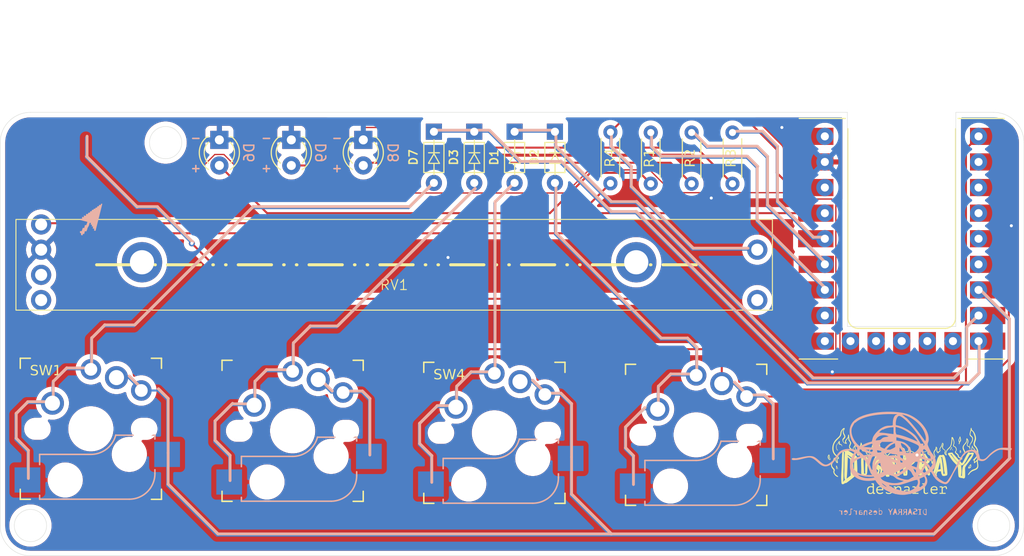
<source format=kicad_pcb>
(kicad_pcb (version 20241229) (generator "pcbnew") (generator_version "9.0")
  (layers (0 "F.Cu" signal "Front") (2 "B.Cu" signal "Back") (13 "F.Paste" user) (15 "B.Paste" user) (5 "F.SilkS" user "F.Silkscreen") (7 "B.SilkS" user "B.Silkscreen") (1 "F.Mask" user) (3 "B.Mask" user) (25 "Edge.Cuts" user))
  (net 0 "")
  (net 1 "Net-(D1-A)")
  (net 2 "Net-(D1-K)")
  (net 3 "Net-(D2-A)")
  (net 4 "Net-(D3-K)")
  (net 5 "Net-(D3-A)")
  (net 6 "Net-(D7-A)")
  (net 7 "Net-(D6-A)")
  (net 8 "GND")
  (net 9 "Net-(D8-A)")
  (net 10 "Net-(D9-A)")
  (net 11 "Net-(SW3-C)")
  (net 12 "Net-(SW3-B)")
  (net 13 "Net-(U1-GP26)")
  (net 14 "Net-(U1-GP27)")
  (net 15 "Net-(U1-GP28)")
  (net 16 "Net-(U1-3V3)")
  (net 17 "Net-(U1-GP29)")
  (net 18 "Net-(U1-GP6)")
  (net 19 "Net-(U1-GP5)")
  (footprint "LED_THT:LED_D3.0mm" (layer "F.Cu") (at 146.5 40.73 -90)
    (property "Reference" "D8")
    (property "Value" "LED")
  )
  (footprint "Key_Switches:Kailh_socket_MX_PG1350_optional" (layer "F.Cu") (at 119.49 69.4)
    (property "Reference" "SW1")
    (property "Value" "SW_Push")
  )
  (footprint "Key_Switches:Kailh_socket_MX_PG1350_optional" (layer "F.Cu") (at 179.5 70)
    (property "Reference" "SW5" (hide yes))
    (property "Value" "SW_Push")
  )
  (footprint "Resistor_THT:R_Axial_DIN0204_L3.6mm_D1.6mm_P5.08mm_Horizontal" (layer "F.Cu") (at 179.05 45.08 90)
    (property "Reference" "R2")
    (property "Value" "100R")
  )
  (footprint "Resistor_THT:R_Axial_DIN0204_L3.6mm_D1.6mm_P5.08mm_Horizontal" (layer "F.Cu") (at 183.1 45.08 90)
    (property "Reference" "R3")
    (property "Value" "100R")
  )
  (footprint "Key_Switches:Kailh_socket_MX_PG1350_optional" (layer "F.Cu") (at 159.496667 69.8)
    (property "Reference" "SW4")
    (property "Value" "SW_Push")
  )
  (footprint "CustomFootprints:Potentiometer_slide_75mm_range_60mm_2_sets" (layer "F.Cu") (at 112.06 57.625)
    (property "Reference" "RV1")
    (property "Value" "Analogue_input_slider 10k")
  )
  (footprint "Key_Switches:D_DO-35_SOD27_P5.08mm_Horizontal" (layer "F.Cu") (at 165.5 38.65 -90)
    (property "Reference" "D2")
    (property "Value" "1N4148WT" (hide yes))
  )
  (footprint "CustomFootprints:RP2040 Zero" (layer "F.Cu") (at 189.72 63.367)
    (property "Reference" "U1" (hide yes))
    (property "Value" "RP2040-Zero" (hide yes))
  )
  (footprint "LED_THT:LED_D3.0mm" (layer "F.Cu") (at 139.365 40.73 -90)
    (property "Reference" "D9")
    (property "Value" "LED")
  )
  (footprint "Resistor_THT:R_Axial_DIN0204_L3.6mm_D1.6mm_P5.08mm_Horizontal" (layer "F.Cu") (at 175 45.08 90)
    (property "Reference" "R1")
    (property "Value" "100R")
  )
  (footprint "Resistor_THT:R_Axial_DIN0204_L3.6mm_D1.6mm_P5.08mm_Horizontal" (layer "F.Cu") (at 171 45.04 90)
    (property "Reference" "R4")
    (property "Value" "10k")
  )
  (footprint "LED_THT:LED_D3.0mm" (layer "F.Cu") (at 132.23 40.73 -90)
    (property "Reference" "D6")
    (property "Value" "LED")
  )
  (footprint "Key_Switches:D_DO-35_SOD27_P5.08mm_Horizontal" (layer "F.Cu") (at 161.5 38.65 -90)
    (property "Reference" "D1")
    (property "Value" "1N4148WT" (hide yes))
  )
  (footprint "Key_Switches:Kailh_socket_MX_PG1350_optional" (layer "F.Cu") (at 139.493333 69.6)
    (property "Reference" "SW2" (hide yes))
    (property "Value" "SW_Push")
  )
  (footprint "Key_Switches:D_DO-35_SOD27_P5.08mm_Horizontal" (layer "F.Cu") (at 157.5 38.65 -90)
    (property "Reference" "D3")
    (property "Value" "1N4148WT" (hide yes))
  )
  (footprint "Key_Switches:D_DO-35_SOD27_P5.08mm_Horizontal" (layer "F.Cu") (at 153.5 38.65 -90)
    (property "Reference" "D7")
    (property "Value" "1N4148WT" (hide yes))
  )
  (gr_poly (pts (xy 204.848497 71.201267) (xy 204.852782 71.202308) (xy 204.856463 71.20426) (xy 204.859577 71.207064) (xy 204.862159 71.210662) (xy 204.864245 71.214997) (xy 204.865874 71.220011) (xy 204.867079 71.225644) (xy 204.867899 71.231839) (xy 204.868525 71.245683) (xy 204.868042 71.261078) (xy 204.866742 71.277557) (xy 204.859177 71.345026) (xy 204.858148 71.359955) (xy 204.858045 71.373179) (xy 204.858432 71.379007) (xy 204.859159 71.384233) (xy 204.860264 71.388801) (xy 204.861781 71.392651) (xy 204.861881 71.395311) (xy 204.862172 71.397838) (xy 204.862647 71.400237) (xy 204.863295 71.402516) (xy 204.864109 71.404681) (xy 204.865078 71.406738) (xy 204.866193 71.408692) (xy 204.867445 71.410552) (xy 204.868825 71.412322) (xy 204.870324 71.41401) (xy 204.871932 71.415621) (xy 204.873641 71.417161) (xy 204.875441 71.418638) (xy 204.877322 71.420057) (xy 204.879277 71.421425) (xy 204.881294 71.422748) (xy 204.885483 71.425283) (xy 204.889816 71.427714) (xy 204.898616 71.432463) (xy 204.902937 71.434882) (xy 204.907107 71.437398) (xy 204.909112 71.438708) (xy 204.911051 71.440061) (xy 204.912917 71.441464) (xy 204.914698 71.442922) (xy 204.918739 71.447372) (xy 204.922438 71.451795) (xy 204.925809 71.456197) (xy 204.928867 71.46058) (xy 204.931627 71.464949) (xy 204.934104 71.46931) (xy 204.93631 71.473666) (xy 204.938262 71.478021) (xy 204.939974 71.48238) (xy 204.94146 71.486747) (xy 204.942734 71.491127) (xy 204.943812 71.495523) (xy 204.945436 71.504385) (xy 204.946448 71.513367) (xy 204.946963 71.522504) (xy 204.947099 71.531831) (xy 204.946696 71.551194) (xy 204.946169 71.571736) (xy 204.946149 71.582535) (xy 204.946448 71.593734) (xy 204.946448 71.593735) (xy 204.91999 71.50113) (xy 204.917674 71.4975) (xy 204.915202 71.494042) (xy 204.912586 71.490742) (xy 204.909841 71.487586) (xy 204.906979 71.48456) (xy 204.904014 71.481649) (xy 204.897831 71.476119) (xy 204.8914 71.470884) (xy 204.884829 71.46583) (xy 204.871703 71.455821) (xy 204.865365 71.450639) (xy 204.859321 71.445191) (xy 204.856444 71.442331) (xy 204.853681 71.439362) (xy 204.851046 71.43627) (xy 204.848552 71.433041) (xy 204.846213 71.429661) (xy 204.844043 71.426116) (xy 204.842055 71.422392) (xy 204.840263 71.418474) (xy 204.83868 71.414349) (xy 204.83732 71.410002) (xy 204.836196 71.40542) (xy 204.835323 71.400589) (xy 204.83422 71.392065) (xy 204.833819 71.38337) (xy 204.834015 71.37452) (xy 204.834703 71.365531) (xy 204.835779 71.356418) (xy 204.837137 71.347197) (xy 204.840284 71.32849) (xy 204.843307 71.309535) (xy 204.84451 71.300003) (xy 204.845369 71.290456) (xy 204.845778 71.280909) (xy 204.845632 71.271377) (xy 204.844828 71.261876) (xy 204.844146 71.257142) (xy 204.84326 71.252422) (xy 204.769178 71.379422) (xy 204.766345 71.383076) (xy 204.763784 71.38707) (xy 204.761473 71.391375) (xy 204.75939 71.395958) (xy 204.755818 71.405839) (xy 204.752889 71.416464) (xy 204.750426 71.427584) (xy 204.748249 71.438953) (xy 204.744042 71.461443) (xy 204.741656 71.472068) (xy 204.738844 71.481948) (xy 204.735426 71.490836) (xy 204.733435 71.494831) (xy 204.731226 71.498485) (xy 204.728777 71.501766) (xy 204.726065 71.504644) (xy 204.723068 71.507089) (xy 204.719765 71.509068) (xy 204.716131 71.510551) (xy 204.712146 71.511507) (xy 204.707787 71.511905) (xy 204.703032 71.511714) (xy 204.699922 71.511133) (xy 204.697038 71.510389) (xy 204.694372 71.509488) (xy 204.691916 71.508437) (xy 204.689664 71.507243) (xy 204.687608 71.505912) (xy 204.685741 71.504451) (xy 204.684056 71.502867) (xy 204.682545 71.501166) (xy 204.681201 71.499356) (xy 204.680017 71.497444) (xy 204.678986 71.495436) (xy 204.6781 71.493338) (xy 204.677353 71.491158) (xy 204.676736 71.488903) (xy 204.676242 71.486578) (xy 204.675865 71.484192) (xy 204.675597 71.48175) (xy 204.67543 71.47926) (xy 204.675358 71.476729) (xy 204.675469 71.471568) (xy 204.67587 71.466321) (xy 204.676503 71.461044) (xy 204.677312 71.455789) (xy 204.678236 71.450613) (xy 204.679218 71.445568) (xy 204.682019 71.437253) (xy 204.687233 71.425559) (xy 204.694549 71.411012) (xy 204.703651 71.394139) (xy 204.72596 71.355527) (xy 204.751648 71.313938) (xy 204.778205 71.273589) (xy 204.791024 71.255197) (xy 204.803118 71.238697) (xy 204.814173 71.224615) (xy 204.823876 71.213479) (xy 204.831912 71.205815) (xy 204.835207 71.20345) (xy 204.837968 71.202151) (xy 204.843571 71.201196)) (fill yes) (layer "F.SilkS"))
  (gr_line (start 201.715885 73.847984) (end 201.673552 73.847984) (stroke (width 0.1)) (layer "F.SilkS"))
  (gr_poly (pts (xy 206.54634 71.735488) (xy 206.552709 71.736213) (xy 206.558907 71.737353) (xy 206.564945 71.738865) (xy 206.570838 71.740707) (xy 206.582233 71.745208) (xy 206.593195 71.750515) (xy 206.603824 71.756287) (xy 206.624484 71.767863) (xy 206.634718 71.772984) (xy 206.645021 71.777206) (xy 206.65023 71.778873) (xy 206.655494 71.780188) (xy 206.660826 71.781107) (xy 206.666239 71.781588) (xy 206.674038 71.78138) (xy 206.682497 71.780787) (xy 206.691528 71.779862) (xy 206.701048 71.778653) (xy 206.721213 71.775589) (xy 206.742307 71.771997) (xy 206.784557 71.764845) (xy 206.804349 71.762091) (xy 206.813614 71.761095) (xy 206.822343 71.760422) (xy 206.853685 71.759548) (xy 206.871427 71.759474) (xy 206.890019 71.759884) (xy 206.909059 71.760961) (xy 206.928151 71.762887) (xy 206.946893 71.765843) (xy 206.964887 71.770013) (xy 206.981735 71.775578) (xy 206.989603 71.77894) (xy 206.997035 71.78272) (xy 207.003981 71.78694) (xy 207.010391 71.791622) (xy 207.016214 71.79679) (xy 207.021401 71.802466) (xy 207.025902 71.808673) (xy 207.029667 71.815433) (xy 207.032647 71.82277) (xy 207.03479 71.830707) (xy 207.036048 71.839265) (xy 207.036371 71.848469) (xy 207.035708 71.85834) (xy 207.03401 71.868901) (xy 207.033476 71.870847) (xy 207.032869 71.87272) (xy 207.032195 71.874523) (xy 207.031457 71.87626) (xy 207.030662 71.877934) (xy 207.029813 71.879551) (xy 207.028915 71.881114) (xy 207.027974 71.882626) (xy 207.025981 71.885515) (xy 207.023871 71.888248) (xy 207.021684 71.890858) (xy 207.019458 71.893375) (xy 207.015044 71.898253) (xy 207.012935 71.900677) (xy 207.010941 71.903131) (xy 207.009103 71.905648) (xy 207.008254 71.906939) (xy 207.007458 71.908258) (xy 207.006721 71.909607) (xy 207.006047 71.910991) (xy 207.00544 71.912414) (xy 207.004906 71.91388) (xy 206.976674 71.996049) (xy 206.943881 72.076004) (xy 206.906987 72.153952) (xy 206.866454 72.230098) (xy 206.822743 72.304647) (xy 206.776315 72.377805) (xy 206.727631 72.449777) (xy 206.677153 72.520768) (xy 206.572658 72.66063) (xy 206.46652 72.799035) (xy 206.362428 72.937626) (xy 206.312303 73.007505) (xy 206.264073 73.078046) (xy 206.242823 73.11113) (xy 206.223062 73.143283) (xy 206.213895 73.159185) (xy 206.205285 73.175064) (xy 206.197296 73.190989) (xy 206.189989 73.207031) (xy 206.183426 73.223259) (xy 206.177669 73.239742) (xy 206.172781 73.256551) (xy 206.168822 73.273756) (xy 206.165856 73.291425) (xy 206.163944 73.309629) (xy 206.163148 73.328438) (xy 206.163531 73.347922) (xy 206.168533 73.514154) (xy 206.171799 73.679643) (xy 206.173577 73.844635) (xy 206.174114 74.00938) (xy 206.173877 74.029172) (xy 206.173205 74.052127) (xy 206.170807 74.103307) (xy 206.167417 74.154487) (xy 206.165505 74.177442) (xy 206.163531 74.197234) (xy 206.16264 74.203403) (xy 206.161464 74.209503) (xy 206.16001 74.215528) (xy 206.158285 74.22147) (xy 206.156299 74.227323) (xy 206.15406 74.23308) (xy 206.151576 74.238735) (xy 206.148854 74.24428) (xy 206.145904 74.249709) (xy 206.142734 74.255014) (xy 206.139351 74.26019) (xy 206.135765 74.26523) (xy 206.128013 74.274871) (xy 206.119543 74.283885) (xy 206.110423 74.292216) (xy 206.100718 74.299811) (xy 206.090493 74.306616) (xy 206.079814 74.312575) (xy 206.074326 74.315221) (xy 206.068749 74.317636) (xy 206.063091 74.319812) (xy 206.057361 74.321743) (xy 206.051567 74.323422) (xy 206.045718 74.324842) (xy 206.039821 74.325997) (xy 206.033884 74.326879) (xy 206.028007 74.327494) (xy 206.022277 74.327859) (xy 206.016685 74.327987) (xy 206.011224 74.327892) (xy 206.005885 74.327588) (xy 206.000659 74.327089) (xy 205.990517 74.325557) (xy 205.980732 74.323404) (xy 205.971237 74.32074) (xy 205.961966 74.317673) (xy 205.952855 74.314312) (xy 205.916682 74.300091) (xy 205.907377 74.296884) (xy 205.897836 74.294034) (xy 205.887992 74.291649) (xy 205.87778 74.289838) (xy 205.868382 74.288031) (xy 205.859027 74.286541) (xy 205.849695 74.285315) (xy 205.840366 74.284298) (xy 205.821644 74.282675) (xy 205.802705 74.281239) (xy 205.783393 74.279554) (xy 205.77355 74.278483) (xy 205.763555 74.277188) (xy 205.753389 74.275613) (xy 205.743034 74.273705) (xy 205.732469 74.271409) (xy 205.721676 74.268671) (xy 205.693746 74.261349) (xy 205.668398 74.254119) (xy 205.645483 74.246766) (xy 205.624855 74.239071) (xy 205.606366 74.230818) (xy 205.597878 74.226415) (xy 205.58987 74.221791) (xy 205.582323 74.216918) (xy 205.575218 74.211771) (xy 205.568538 74.206321) (xy 205.562264 74.200541) (xy 205.556378 74.194405) (xy 205.55086 74.187886) (xy 205.545694 74.180955) (xy 205.54086 74.173587) (xy 205.536339 74.165753) (xy 205.532115 74.157427) (xy 205.528167 74.148582) (xy 205.524478 74.139191) (xy 205.521029 74.129226) (xy 205.517803 74.11866) (xy 205.511941 74.095617) (xy 205.506746 74.069846) (xy 205.502071 74.041129) (xy 205.494379 73.985329) (xy 205.488041 73.92909) (xy 205.478631 73.815531) (xy 205.472259 73.700918) (xy 205.467345 73.585716) (xy 205.462306 73.470389) (xy 205.455562 73.355404) (xy 205.445532 73.241225) (xy 205.43879 73.184583) (xy 205.430634 73.128317) (xy 205.40188 73.092053) (xy 205.37225 73.056606) (xy 205.34186 73.021864) (xy 205.332806 73.011901) (xy 205.753428 73.011901) (xy 205.753969 73.014592) (xy 205.754598 73.017211) (xy 205.756089 73.022257) (xy 205.757852 73.027087) (xy 205.759836 73.031745) (xy 205.76199 73.03628) (xy 205.764264 73.040737) (xy 205.768972 73.049604) (xy 205.771304 73.054108) (xy 205.773556 73.05872) (xy 205.775675 73.063487) (xy 205.777612 73.068456) (xy 205.779317 73.073673) (xy 205.780066 73.076389) (xy 205.780739 73.079184) (xy 205.781328 73.082065) (xy 205.781827 73.085037) (xy 205.782231 73.088105) (xy 205.782532 73.091276) (xy 205.787131 73.127714) (xy 205.791048 73.166972) (xy 205.794345 73.208153) (xy 205.797084 73.250357) (xy 205.801135 73.334238) (xy 205.803699 73.411422) (xy 205.806117 73.491355) (xy 205.807171 73.572157) (xy 205.806489 73.653454) (xy 205.803699 73.734876) (xy 205.798428 73.816049) (xy 205.790304 73.896602) (xy 205.785056 73.93653) (xy 205.778956 73.976163) (xy 205.771956 74.015455) (xy 205.764011 74.05436) (xy 205.848678 74.080818) (xy 205.852073 74.031095) (xy 205.854507 73.981186) (xy 205.857607 73.881058) (xy 205.860211 73.780929) (xy 205.862025 73.73102) (xy 205.864553 73.681297) (xy 205.875384 73.506465) (xy 205.88418 73.412709) (xy 205.890209 73.36548) (xy 205.897626 73.318487) (xy 205.906655 73.272084) (xy 205.917521 73.226622) (xy 205.930449 73.182455) (xy 205.945664 73.139935) (xy 205.963391 73.099415) (xy 205.983853 73.061247) (xy 206.007277 73.025785) (xy 206.020169 73.009178) (xy 206.033886 72.99338) (xy 206.045533 72.981125) (xy 206.057611 72.969134) (xy 206.070053 72.957359) (xy 206.082793 72.945755) (xy 206.108905 72.922873) (xy 206.13542 72.900115) (xy 206.161811 72.877108) (xy 206.174796 72.865396) (xy 206.187551 72.853482) (xy 206.200012 72.84132) (xy 206.212113 72.828863) (xy 206.223787 72.816066) (xy 206.234969 72.80288) (xy 206.264176 72.766947) (xy 206.292387 72.729727) (xy 206.319784 72.691422) (xy 206.346549 72.652233) (xy 206.398912 72.572011) (xy 206.450935 72.490672) (xy 206.504074 72.409829) (xy 206.531517 72.370098) (xy 206.559786 72.331095) (xy 206.589063 72.293023) (xy 206.61953 72.256082) (xy 206.651368 72.220474) (xy 206.684761 72.186401) (xy 206.846157 71.948276) (xy 206.851447 71.94563) (xy 206.629197 71.94563) (xy 206.596084 71.996795) (xy 206.564095 72.048978) (xy 206.502776 72.155767) (xy 206.443813 72.264727) (xy 206.385781 72.374586) (xy 206.327252 72.484073) (xy 206.266801 72.591916) (xy 206.235409 72.644825) (xy 206.203002 72.696845) (xy 206.1694 72.74782) (xy 206.134427 72.797589) (xy 206.099499 72.846299) (xy 206.081053 72.870875) (xy 206.061874 72.895071) (xy 206.041904 72.918492) (xy 206.021085 72.940743) (xy 205.99936 72.961428) (xy 205.976669 72.980151) (xy 205.964944 72.988654) (xy 205.952956 72.996518) (xy 205.940697 73.003695) (xy 205.928161 73.010134) (xy 205.91534 73.015786) (xy 205.902226 73.020602) (xy 205.888814 73.024533) (xy 205.875094 73.027528) (xy 205.861061 73.029539) (xy 205.846707 73.030516) (xy 205.832024 73.03041) (xy 205.817005 73.029172) (xy 205.801643 73.026751) (xy 205.785931 73.023098) (xy 205.769862 73.018165) (xy 205.753428 73.011901) (xy 205.332806 73.011901) (xy 205.310827 72.987716) (xy 205.247296 72.920748) (xy 205.182586 72.854804) (xy 205.117629 72.788984) (xy 205.053354 72.722388) (xy 205.021763 72.688519) (xy 204.990691 72.654119) (xy 204.960255 72.619075) (xy 204.930571 72.583275) (xy 204.9002 72.544749) (xy 204.870539 72.505621) (xy 204.812956 72.42589) (xy 204.757047 72.344732) (xy 204.702038 72.262799) (xy 204.591615 72.099212) (xy 204.534652 72.01886) (xy 204.475488 71.940338) (xy 204.471765 71.933928) (xy 204.468529 71.9276) (xy 204.465768 71.921359) (xy 204.463473 71.915208) (xy 204.46307 71.91388) (xy 204.705676 71.91388) (xy 204.738376 71.946604) (xy 204.770081 71.980212) (xy 204.800909 72.014595) (xy 204.830981 72.049644) (xy 204.88934 72.121309) (xy 204.946117 72.194338) (xy 205.058771 72.341017) (xy 205.116571 72.41293) (xy 205.14626 72.44815) (xy 205.176635 72.482735) (xy 205.225412 72.536049) (xy 205.281104 72.595224) (xy 205.341694 72.657933) (xy 205.405168 72.721852) (xy 205.469511 72.784654) (xy 205.532706 72.844015) (xy 205.592738 72.897608) (xy 205.620939 72.921516) (xy 205.647593 72.943109) (xy 205.659582 72.953197) (xy 205.662637 72.955641) (xy 205.665731 72.957992) (xy 205.668872 72.96022) (xy 205.672067 72.962292) (xy 205.675323 72.964178) (xy 205.67865 72.965847) (xy 205.680342 72.966591) (xy 205.682054 72.967268) (xy 205.683788 72.967876) (xy 205.685544 72.96841) (xy 205.687323 72.968867) (xy 205.689126 72.969242) (xy 205.690955 72.969532) (xy 205.692809 72.969733) (xy 205.694691 72.969841) (xy 205.696601 72.969852) (xy 205.69854 72.969762) (xy 205.700509 72.969568) (xy 205.63688 72.903112) (xy 205.571484 72.838268) (xy 205.438242 72.710938) (xy 205.371822 72.64721) (xy 205.306488 72.582615) (xy 205.242951 72.516531) (xy 205.212081 72.482737) (xy 205.181927 72.448339) (xy 205.155528 72.416318) (xy 205.129858 72.38379) (xy 205.080393 72.317411) (xy 205.032912 72.249607) (xy 204.986796 72.180779) (xy 204.896176 72.041666) (xy 204.850432 71.972187) (xy 204.803572 71.903297) (xy 204.705676 71.91388) (xy 204.46307 71.91388) (xy 204.461633 71.909152) (xy 204.460239 71.903195) (xy 204.459279 71.897342) (xy 204.458745 71.891597) (xy 204.458625 71.885964) (xy 204.458909 71.880448) (xy 204.459588 71.875053) (xy 204.460651 71.869784) (xy 204.462089 71.864645) (xy 204.46389 71.859639) (xy 204.466044 71.854773) (xy 204.468542 71.850049) (xy 204.471374 71.845472) (xy 204.474528 71.841047) (xy 204.477996 71.836778) (xy 204.481766 71.83267) (xy 204.485829 71.828726) (xy 204.490175 71.824951) (xy 204.494792 71.82135) (xy 204.499672 71.817927) (xy 204.504804 71.814685) (xy 204.510177 71.811631) (xy 204.515782 71.808767) (xy 204.521609 71.806098) (xy 204.527646 71.803629) (xy 204.533885 71.801364) (xy 204.540315 71.799307) (xy 204.546925 71.797463) (xy 204.580964 71.789923) (xy 204.626755 71.781795) (xy 204.680173 71.773976) (xy 204.737095 71.767367) (xy 204.793396 71.762866) (xy 204.820026 71.761687) (xy 204.844954 71.761372) (xy 204.867665 71.762034) (xy 204.887644 71.763785) (xy 204.904375 71.766738) (xy 204.911361 71.7687) (xy 204.917342 71.771005) (xy 204.922292 71.773298) (xy 204.92674 71.775707) (xy 204.930713 71.778225) (xy 204.934235 71.780844) (xy 204.937333 71.783555) (xy 204.940033 71.786352) (xy 204.942359 71.789227) (xy 204.944338 71.792171) (xy 204.945995 71.795177) (xy 204.947357 71.798238) (xy 204.948447 71.801345) (xy 204.949294 71.804491) (xy 204.949921 71.807668) (xy 204.950355 71.810868) (xy 204.950621 71.814083) (xy 204.950746 71.817307) (xy 204.950672 71.823745) (xy 204.950338 71.830122) (xy 204.94995 71.836375) (xy 204.949712 71.842442) (xy 204.949832 71.848261) (xy 204.95009 71.851058) (xy 204.950513 71.853769) (xy 204.951129 71.856388) (xy 204.951962 71.858906) (xy 204.953039 71.861316) (xy 204.954384 71.863609) (xy 204.957031 71.860964) (xy 204.970963 71.87287) (xy 205.003003 71.900651) (xy 205.021239 71.916774) (xy 205.038515 71.932401) (xy 205.053 71.946044) (xy 205.058624 71.951656) (xy 205.062864 71.956214) (xy 205.362505 72.296203) (xy 205.436485 72.378875) (xy 205.512326 72.461485) (xy 205.591143 72.544467) (xy 205.674052 72.628255) (xy 205.694005 72.648884) (xy 205.714112 72.670754) (xy 205.75442 72.716229) (xy 205.774434 72.738843) (xy 205.794231 72.760712) (xy 205.813718 72.781341) (xy 205.823316 72.791036) (xy 205.832802 72.800234) (xy 205.838424 72.806063) (xy 205.839791 72.807433) (xy 205.841174 72.808745) (xy 205.842587 72.809987) (xy 205.844047 72.811148) (xy 205.845569 72.812216) (xy 205.846358 72.812711) (xy 205.847168 72.813179) (xy 205.848002 72.813618) (xy 205.84886 72.814026) (xy 205.849746 72.814402) (xy 205.850661 72.814745) (xy 205.851607 72.815053) (xy 205.852586 72.815324) (xy 205.8536 72.815558) (xy 205.85465 72.815753) (xy 205.85574 72.815906) (xy 205.85687 72.816018) (xy 205.858043 72.816086) (xy 205.85926 72.816109) (xy 205.861396 72.815729) (xy 205.863822 72.814617) (xy 205.866517 72.812817) (xy 205.869461 72.810373) (xy 205.876015 72.803726) (xy 205.883321 72.795025) (xy 205.891216 72.784619) (xy 205.899537 72.772856) (xy 205.908122 72.760086) (xy 205.916807 72.746656) (xy 205.933829 72.719216) (xy 205.949301 72.693326) (xy 205.970385 72.657359) (xy 206.311697 71.995901) (xy 206.343199 71.94348) (xy 206.365182 71.907906) (xy 206.389088 71.870224) (xy 206.413241 71.833533) (xy 206.435968 71.800936) (xy 206.446274 71.787141) (xy 206.455595 71.775532) (xy 206.463722 71.766496) (xy 206.470447 71.760422) (xy 206.479224 71.754655) (xy 206.487703 71.74973) (xy 206.495897 71.745603) (xy 206.503819 71.742231) (xy 206.511482 71.739573) (xy 206.518897 71.737586) (xy 206.526078 71.736226) (xy 206.533037 71.735452) (xy 206.539787 71.73522)) (fill yes) (layer "F.SilkS"))
  (gr_poly (pts (xy 196.932245 72.019714) (xy 196.937887 72.021104) (xy 196.942866 72.023511) (xy 196.947207 72.026865) (xy 196.950938 72.031094) (xy 196.954088 72.036126) (xy 196.956683 72.041891) (xy 196.958752 72.048317) (xy 196.960322 72.055334) (xy 196.961421 72.062869) (xy 196.962076 72.070852) (xy 196.962314 72.079211) (xy 196.961653 72.096774) (xy 196.959659 72.114988) (xy 196.956553 72.133283) (xy 196.952555 72.15109) (xy 196.947887 72.167839) (xy 196.942769 72.18296) (xy 196.937422 72.195884) (xy 196.932068 72.20604) (xy 196.929457 72.209903) (xy 196.926927 72.21286) (xy 196.92073 72.218457) (xy 196.914563 72.222419) (xy 196.908452 72.224845) (xy 196.902427 72.225836) (xy 196.896516 72.225491) (xy 196.890749 72.223911) (xy 196.885153 72.221197) (xy 196.879757 72.217449) (xy 196.874589 72.212766) (xy 196.869679 72.20725) (xy 196.865055 72.201) (xy 196.860745 72.194117) (xy 196.856778 72.186701) (xy 196.853183 72.178852) (xy 196.849987 72.170671) (xy 196.847221 72.162258) (xy 196.844912 72.153713) (xy 196.843089 72.145137) (xy 196.84178 72.13663) (xy 196.841015 72.128291) (xy 196.840821 72.120222) (xy 196.841227 72.112523) (xy 196.842262 72.105293) (xy 196.843955 72.098634) (xy 196.846334 72.092645) (xy 196.849427 72.087427) (xy 196.853263 72.083081) (xy 196.857872 72.079705) (xy 196.86328 72.077401) (xy 196.869518 72.076269) (xy 196.876613 72.076409) (xy 196.884594 72.077922) (xy 196.887328 72.078879) (xy 196.8896 72.080244) (xy 196.891444 72.08199) (xy 196.892893 72.084092) (xy 196.893982 72.086524) (xy 196.894744 72.089259) (xy 196.895214 72.092271) (xy 196.895425 72.095533) (xy 196.895411 72.099021) (xy 196.895207 72.102707) (xy 196.894361 72.110571) (xy 196.89187 72.127531) (xy 196.890768 72.136209) (xy 196.890123 72.14474) (xy 196.890057 72.148884) (xy 196.890207 72.152914) (xy 196.890607 72.156802) (xy 196.891291 72.160522) (xy 196.892293 72.164048) (xy 196.893646 72.167355) (xy 196.895385 72.170415) (xy 196.897544 72.173203) (xy 196.900156 72.175693) (xy 196.903255 72.177858) (xy 196.906876 72.179672) (xy 196.911052 72.18111) (xy 196.911052 72.183755) (xy 196.91297 72.174065) (xy 196.91561 72.163906) (xy 196.922214 72.142538) (xy 196.92919 72.120364) (xy 196.932295 72.109197) (xy 196.934864 72.098097) (xy 196.93669 72.087151) (xy 196.937258 72.081764) (xy 196.937562 72.076449) (xy 196.937575 72.071218) (xy 196.937271 72.066081) (xy 196.936624 72.06105) (xy 196.935608 72.056135) (xy 196.934197 72.051349) (xy 196.932364 72.046701) (xy 196.930084 72.042204) (xy 196.92733 72.037868) (xy 196.924076 72.033704) (xy 196.920295 72.029724) (xy 196.915963 72.025939) (xy 196.911052 72.022359) (xy 196.918854 72.02027) (xy 196.92591 72.019412)) (fill yes) (layer "F.SilkS"))
  (gr_poly (pts (xy 196.081584 72.151675) (xy 196.111477 72.152892) (xy 196.14065 72.155277) (xy 196.168381 72.158785) (xy 196.193949 72.163374) (xy 196.216633 72.169002) (xy 196.235714 72.175627) (xy 196.243677 72.179299) (xy 196.250469 72.183204) (xy 196.255999 72.187337) (xy 196.260177 72.191693) (xy 196.265631 72.199446) (xy 196.269639 72.206835) (xy 196.272275 72.213868) (xy 196.273613 72.220554) (xy 196.273726 72.226901) (xy 196.272688 72.232917) (xy 196.270573 72.238611) (xy 196.267453 72.243989) (xy 196.263404 72.249062) (xy 196.258498 72.253837) (xy 196.252809 72.258322) (xy 196.246411 72.262526) (xy 196.239377 72.266456) (xy 196.231781 72.270122) (xy 196.215198 72.27669) (xy 196.197251 72.282298) (xy 196.178529 72.28701) (xy 196.15962 72.290893) (xy 196.141115 72.294012) (xy 196.123602 72.296434) (xy 196.10767 72.298224) (xy 196.082907 72.300172) (xy 196.08026 72.297526) (xy 196.085762 72.327848) (xy 196.090415 72.358282) (xy 196.0943 72.388817) (xy 196.0975 72.419441) (xy 196.102166 72.48091) (xy 196.105065 72.542596) (xy 196.108166 72.666248) (xy 196.10967 72.728027) (xy 196.11201 72.789651) (xy 196.14376 73.710401) (xy 196.143642 73.727149) (xy 196.143306 73.743681) (xy 196.142107 73.776216) (xy 196.140412 73.808255) (xy 196.138468 73.840047) (xy 196.268114 73.840047) (xy 196.268431 73.83459) (xy 196.268419 73.829133) (xy 196.26812 73.823676) (xy 196.267577 73.818219) (xy 196.266832 73.812762) (xy 196.265928 73.807305) (xy 196.263815 73.796391) (xy 196.261577 73.785476) (xy 196.259557 73.774562) (xy 196.258735 73.769105) (xy 196.258094 73.763648) (xy 196.257679 73.758191) (xy 196.257531 73.752734) (xy 196.253862 73.624742) (xy 196.252487 73.49675) (xy 196.252973 73.368758) (xy 196.254885 73.240765) (xy 196.268114 72.728797) (xy 196.268119 72.677585) (xy 196.266667 72.622219) (xy 196.262492 72.505224) (xy 196.261319 72.446695) (xy 196.261789 72.390213) (xy 196.262883 72.363224) (xy 196.264678 72.337327) (xy 196.267271 72.312718) (xy 196.27076 72.289589) (xy 196.273936 72.274984) (xy 196.277966 72.261426) (xy 196.282789 72.248907) (xy 196.288346 72.237421) (xy 196.294575 72.22696) (xy 196.301415 72.217517) (xy 196.308807 72.209085) (xy 196.31669 72.201656) (xy 196.325003 72.195223) (xy 196.333686 72.189779) (xy 196.342678 72.185316) (xy 196.351918 72.181828) (xy 196.361346 72.179306) (xy 196.370902 72.177745) (xy 196.380525 72.177135) (xy 196.390153 72.177471) (xy 196.399728 72.178745) (xy 196.409188 72.18095) (xy 196.418472 72.184078) (xy 196.427521 72.188122) (xy 196.436273 72.193075) (xy 196.444668 72.198929) (xy 196.452645 72.205678) (xy 196.460144 72.213314) (xy 196.467105 72.22183) (xy 196.473466 72.231218) (xy 196.479167 72.241472) (xy 196.484148 72.252583) (xy 196.488348 72.264545) (xy 196.491706 72.277351) (xy 196.494162 72.290993) (xy 196.495656 72.305464) (xy 196.495537 72.311823) (xy 196.495201 72.318016) (xy 196.49468 72.324061) (xy 196.494003 72.329979) (xy 196.492308 72.341508) (xy 196.490364 72.352758) (xy 196.488421 72.363884) (xy 196.486726 72.375041) (xy 196.486049 72.380679) (xy 196.485528 72.386384) (xy 196.485192 72.392173) (xy 196.485073 72.398068) (xy 196.488049 73.088961) (xy 196.486391 73.264397) (xy 196.48098 73.438004) (xy 196.470423 73.608324) (xy 196.462778 73.691797) (xy 196.453323 73.773901) (xy 196.447314 73.814278) (xy 196.443866 73.832793) (xy 196.440099 73.850232) (xy 196.435992 73.866623) (xy 196.431528 73.881993) (xy 196.426686 73.896373) (xy 196.421449 73.909789) (xy 196.415797 73.922272) (xy 196.409711 73.933849) (xy 196.403173 73.944549) (xy 196.396164 73.954402) (xy 196.388664 73.963434) (xy 196.380655 73.971675) (xy 196.372118 73.979154) (xy 196.363034 73.985898) (xy 196.353384 73.991938) (xy 196.343149 73.9973) (xy 196.332311 74.002014) (xy 196.32085 74.006109) (xy 196.308748 74.009612) (xy 196.295986 74.012554) (xy 196.282544 74.014961) (xy 196.268404 74.016863) (xy 196.237954 74.019265) (xy 196.204485 74.019989) (xy 196.167846 74.019264) (xy 196.127886 74.017318) (xy 196.096719 74.015194) (xy 196.0636 74.012232) (xy 196.046705 74.010176) (xy 196.029798 74.007597) (xy 196.013039 74.00439) (xy 195.996586 74.00045) (xy 195.980598 73.995673) (xy 195.965234 73.989955) (xy 195.950653 73.983189) (xy 195.943705 73.979382) (xy 195.937013 73.975273) (xy 195.930597 73.970851) (xy 195.924475 73.966101) (xy 195.918668 73.961012) (xy 195.913196 73.955569) (xy 195.908078 73.94976) (xy 195.903335 73.943572) (xy 195.898987 73.936991) (xy 195.895052 73.930005) (xy 195.890088 73.919677) (xy 195.885598 73.908094) (xy 195.877958 73.881471) (xy 195.871961 73.850754) (xy 195.867436 73.816565) (xy 195.864214 73.779523) (xy 195.862124 73.740249) (xy 195.860656 73.657484) (xy 195.865948 73.361151) (xy 195.851727 72.901768) (xy 195.849179 72.785915) (xy 195.848461 72.670217) (xy 195.850285 72.554952) (xy 195.855365 72.440401) (xy 195.857303 72.417989) (xy 195.860946 72.386616) (xy 195.866015 72.349477) (xy 195.872232 72.309763) (xy 195.879317 72.27067) (xy 195.886991 72.235391) (xy 195.890962 72.220179) (xy 195.894975 72.207118) (xy 195.898996 72.196608) (xy 195.90299 72.189047) (xy 195.907168 72.184031) (xy 195.912699 72.179397) (xy 195.91949 72.17514) (xy 195.927453 72.171255) (xy 195.936498 72.167736) (xy 195.946534 72.164578) (xy 195.969218 72.159323) (xy 195.994787 72.155448) (xy 196.022517 72.15291) (xy 196.05169 72.151666)) (fill yes) (layer "F.SilkS"))
  (gr_poly (pts (xy 202.170934 71.862889) (xy 202.175959 71.863407) (xy 202.180964 71.864175) (xy 202.185949 71.865215) (xy 202.190913 71.866548) (xy 202.195854 71.868197) (xy 202.200773 71.870183) (xy 202.205667 71.872528) (xy 202.210535 71.875254) (xy 202.215378 71.878383) (xy 202.220194 71.881936) (xy 202.224981 71.885935) (xy 202.229739 71.890402) (xy 202.234468 71.895358) (xy 202.237294 71.89892) (xy 202.239842 71.902645) (xy 202.242142 71.906509) (xy 202.244224 71.910489) (xy 202.246121 71.914563) (xy 202.247862 71.918706) (xy 202.249479 71.922896) (xy 202.251004 71.927108) (xy 202.256792 71.943728) (xy 202.258316 71.947708) (xy 202.259934 71.951572) (xy 202.261675 71.955297) (xy 202.263572 71.958858) (xy 202.301249 72.012147) (xy 202.338772 72.066676) (xy 202.375984 72.122197) (xy 202.412731 72.178462) (xy 202.448858 72.235224) (xy 202.48421 72.292233) (xy 202.518631 72.349243) (xy 202.551968 72.406004) (xy 202.571744 72.43885) (xy 202.593598 72.47678) (xy 202.60448 72.497148) (xy 202.614894 72.518183) (xy 202.624509 72.539683) (xy 202.632996 72.561447) (xy 202.640026 72.583272) (xy 202.645269 72.604958) (xy 202.647118 72.615686) (xy 202.648396 72.626303) (xy 202.649063 72.636785) (xy 202.649078 72.647106) (xy 202.648398 72.65724) (xy 202.646984 72.667164) (xy 202.644794 72.676851) (xy 202.641786 72.686276) (xy 202.63792 72.695415) (xy 202.633154 72.704242) (xy 202.627448 72.712731) (xy 202.620759 72.720858) (xy 202.601401 72.74171) (xy 202.5795 72.764143) (xy 202.55574 72.787505) (xy 202.530801 72.811147) (xy 202.505365 72.834417) (xy 202.480116 72.856664) (xy 202.455736 72.877236) (xy 202.432905 72.895483) (xy 202.416793 72.908258) (xy 202.400246 72.920784) (xy 202.383327 72.933062) (xy 202.366098 72.945093) (xy 202.348621 72.956875) (xy 202.330958 72.968409) (xy 202.313171 72.979695) (xy 202.295322 72.990733) (xy 202.295323 72.990734) (xy 202.300615 73.019839) (xy 202.32482 73.056792) (xy 202.347909 73.094211) (xy 202.370006 73.132064) (xy 202.391234 73.17032) (xy 202.411719 73.208948) (xy 202.431583 73.247918) (xy 202.450951 73.287197) (xy 202.469947 73.326755) (xy 202.524848 73.440278) (xy 202.597609 73.593984) (xy 202.632935 73.672729) (xy 202.663424 73.745706) (xy 202.675886 73.778385) (xy 202.685976 73.807646) (xy 202.693306 73.832829) (xy 202.697489 73.853276) (xy 202.699014 73.867248) (xy 202.699643 73.880868) (xy 202.699409 73.894112) (xy 202.698347 73.906952) (xy 202.696491 73.919365) (xy 202.693873 73.931324) (xy 202.690529 73.942803) (xy 202.686493 73.953777) (xy 202.681797 73.964219) (xy 202.676477 73.974105) (xy 202.670565 73.983409) (xy 202.664096 73.992105) (xy 202.657104 74.000167) (xy 202.649623 74.00757) (xy 202.641686 74.014287) (xy 202.633328 74.020294) (xy 202.624582 74.025565) (xy 202.615483 74.030074) (xy 202.606064 74.033794) (xy 202.596359 74.036702) (xy 202.586402 74.03877) (xy 202.576227 74.039973) (xy 202.565868 74.040286) (xy 202.555358 74.039683) (xy 202.544733 74.038138) (xy 202.534025 74.035626) (xy 202.523269 74.032121) (xy 202.512498 74.027596) (xy 202.501746 74.022027) (xy 202.491048 74.015388) (xy 202.480437 74.007653) (xy 202.469947 73.998797) (xy 202.4578 73.9851) (xy 202.444331 73.965373) (xy 202.429769 73.940405) (xy 202.414343 73.910988) (xy 202.398282 73.877913) (xy 202.381813 73.841969) (xy 202.34857 73.764641) (xy 202.316443 73.685328) (xy 202.287261 73.610355) (xy 202.245053 73.498734) (xy 202.209954 73.405427) (xy 202.193009 73.358696) (xy 202.176591 73.311872) (xy 202.160794 73.264924) (xy 202.145709 73.217821) (xy 202.131431 73.170532) (xy 202.118052 73.123026) (xy 202.012219 73.197109) (xy 202.006817 73.199502) (xy 202.000633 73.201739) (xy 201.993813 73.203853) (xy 201.986505 73.205873) (xy 201.955334 73.213646) (xy 201.947793 73.215666) (xy 201.940647 73.21778) (xy 201.934044 73.220017) (xy 201.928131 73.22241) (xy 201.923055 73.224989) (xy 201.920877 73.226357) (xy 201.918964 73.227784) (xy 201.917333 73.229273) (xy 201.916004 73.230828) (xy 201.914994 73.232453) (xy 201.914323 73.234151) (xy 201.903739 73.792422) (xy 201.901425 73.803375) (xy 201.899368 73.816177) (xy 201.895554 73.846041) (xy 201.891368 73.87944) (xy 201.888845 73.89666) (xy 201.88588 73.913799) (xy 201.882357 73.930535) (xy 201.87816 73.946547) (xy 201.873171 73.961511) (xy 201.867276 73.975108) (xy 201.863952 73.981293) (xy 201.860358 73.987015) (xy 201.856479 73.992234) (xy 201.8523 73.99691) (xy 201.847808 74.001003) (xy 201.842987 74.004472) (xy 201.837823 74.007278) (xy 201.832301 74.00938) (xy 201.821627 74.012261) (xy 201.80867 74.01494) (xy 201.793752 74.017402) (xy 201.777194 74.019632) (xy 201.740447 74.023332) (xy 201.701002 74.025916) (xy 201.661434 74.02726) (xy 201.624315 74.027239) (xy 201.607478 74.026678) (xy 201.592218 74.02573) (xy 201.578858 74.024379) (xy 201.567719 74.022609) (xy 201.561221 74.021334) (xy 201.555113 74.019513) (xy 201.549382 74.017171) (xy 201.544015 74.014335) (xy 201.538998 74.011033) (xy 201.534319 74.00729) (xy 201.529965 74.003133) (xy 201.525923 73.998589) (xy 201.522178 73.993685) (xy 201.51872 73.988447) (xy 201.515533 73.982902) (xy 201.512606 73.977076) (xy 201.509924 73.970997) (xy 201.507476 73.96469) (xy 201.505248 73.958183) (xy 201.503226 73.951502) (xy 201.499752 73.937724) (xy 201.496948 73.923571) (xy 201.494709 73.909255) (xy 201.492932 73.894989) (xy 201.490343 73.867461) (xy 201.488343 73.842692) (xy 201.477016 73.640865) (xy 201.468665 73.435068) (xy 201.467243 73.382318) (xy 201.673552 73.382318) (xy 201.673552 73.847984) (xy 201.715885 73.847984) (xy 201.706088 73.740828) (xy 201.697034 73.633672) (xy 201.689469 73.526516) (xy 201.686477 73.472938) (xy 201.684136 73.41936) (xy 201.68422 73.416734) (xy 201.684441 73.413861) (xy 201.685086 73.407619) (xy 201.68567 73.401128) (xy 201.685813 73.397945) (xy 201.685789 73.394885) (xy 201.685548 73.392012) (xy 201.685331 73.390665) (xy 201.68504 73.389387) (xy 201.68467 73.388187) (xy 201.684214 73.387072) (xy 201.683666 73.38605) (xy 201.683019 73.385129) (xy 201.682268 73.384316) (xy 201.681406 73.38362) (xy 201.680427 73.383048) (xy 201.679324 73.382607) (xy 201.678092 73.382306) (xy 201.676723 73.382152) (xy 201.675212 73.382154) (xy 201.673552 73.382318) (xy 201.467243 73.382318) (xy 201.463042 73.226544) (xy 201.4599 73.016531) (xy 201.460066 72.597001) (xy 201.467177 72.1864) (xy 201.467325 72.181907) (xy 201.46774 72.177362) (xy 201.46838 72.172779) (xy 201.469202 72.168169) (xy 201.471223 72.158914) (xy 201.47346 72.14969) (xy 201.475574 72.140589) (xy 201.476474 72.13613) (xy 201.610051 72.13613) (xy 201.641801 72.429818) (xy 201.641801 72.120255) (xy 201.610051 72.13613) (xy 201.476474 72.13613) (xy 201.476478 72.136115) (xy 201.477222 72.131706) (xy 201.477766 72.127375) (xy 201.478065 72.123133) (xy 201.478077 72.118992) (xy 201.47776 72.114963) (xy 201.47758 72.111024) (xy 201.47706 72.107142) (xy 201.476234 72.103312) (xy 201.475135 72.099527) (xy 201.473796 72.095783) (xy 201.472249 72.092075) (xy 201.468665 72.084742) (xy 201.464647 72.077488) (xy 201.460459 72.070268) (xy 201.460298 72.069985) (xy 201.893156 72.069985) (xy 201.914323 72.908714) (xy 202.379989 72.607089) (xy 202.377343 72.607089) (xy 202.125989 72.109672) (xy 202.096994 72.105254) (xy 202.067657 72.101611) (xy 202.008581 72.094789) (xy 201.979151 72.090681) (xy 201.964531 72.088249) (xy 201.95 72.085488) (xy 201.935578 72.082339) (xy 201.921284 72.078744) (xy 201.907137 72.074645) (xy 201.893156 72.069985) (xy 201.460298 72.069985) (xy 201.456363 72.06304) (xy 201.452625 72.055762) (xy 201.450971 72.052091) (xy 201.449506 72.048391) (xy 201.448261 72.044658) (xy 201.447271 72.040885) (xy 201.446567 72.037067) (xy 201.446183 72.0332) (xy 201.446151 72.029277) (xy 201.446506 72.025294) (xy 201.447279 72.021245) (xy 201.448503 72.017124) (xy 201.450212 72.012928) (xy 201.452438 72.008649) (xy 201.455215 72.004283) (xy 201.458575 71.999824) (xy 201.462551 71.995268) (xy 201.467177 71.990609) (xy 201.472988 71.985659) (xy 201.479001 71.981211) (xy 201.485201 71.977238) (xy 201.491573 71.973716) (xy 201.498102 71.970617) (xy 201.504773 71.967918) (xy 201.511571 71.965592) (xy 201.518481 71.963613) (xy 201.532576 71.960594) (xy 201.546939 71.958657) (xy 201.561449 71.957596) (xy 201.575986 71.957205) (xy 201.632003 71.958238) (xy 201.644874 71.958119) (xy 201.657051 71.957437) (xy 201.668414 71.955989) (xy 201.673753 71.954912) (xy 201.678843 71.953567) (xy 201.680518 71.952987) (xy 201.682078 71.952245) (xy 201.683531 71.95135) (xy 201.684884 71.950311) (xy 201.686146 71.949136) (xy 201.687325 71.947835) (xy 201.68843 71.946415) (xy 201.689468 71.944885) (xy 201.690448 71.943255) (xy 201.691378 71.941533) (xy 201.693121 71.937847) (xy 201.694764 71.933897) (xy 201.696372 71.929754) (xy 201.699746 71.921166) (xy 201.701645 71.91686) (xy 201.703772 71.912639) (xy 201.704942 71.910583) (xy 201.706193 71.908574) (xy 201.707535 71.906621) (xy 201.708976 71.904733) (xy 201.710522 71.902918) (xy 201.712184 71.901186) (xy 201.713968 71.899545) (xy 201.715884 71.898004) (xy 201.721339 71.894211) (xy 201.727744 71.89076) (xy 201.73504 71.887635) (xy 201.743169 71.884822) (xy 201.761695 71.880069) (xy 201.782857 71.876383) (xy 201.806189 71.873642) (xy 201.831226 71.871727) (xy 201.857503 71.870517) (xy 201.884556 71.869892) (xy 202.073072 71.871546) (xy 202.083488 71.871203) (xy 202.093897 71.87029) (xy 202.114661 71.867453) (xy 202.1353 71.86443) (xy 202.145554 71.863285) (xy 202.155753 71.862616) (xy 202.165891 71.862599)) (fill yes) (layer "F.SilkS"))
  (gr_poly (pts (xy 196.881948 74.811067) (xy 197.125364 74.811067) (xy 197.125364 75.602172) (xy 197.125364 75.636567) (xy 197.125405 75.64653) (xy 197.125504 75.65159) (xy 197.125695 75.656742) (xy 197.12601 75.662018) (xy 197.12648 75.667449) (xy 197.127137 75.673066) (xy 197.12801 75.678901) (xy 197.12804 75.681847) (xy 197.128129 75.68474) (xy 197.128465 75.690393) (xy 197.128987 75.695923) (xy 197.129664 75.70139) (xy 197.130465 75.706857) (xy 197.131359 75.712387) (xy 197.133302 75.72388) (xy 197.133361 75.726359) (xy 197.133529 75.728835) (xy 197.13379 75.731304) (xy 197.134129 75.73376) (xy 197.134976 75.738623) (xy 197.135948 75.743393) (xy 197.136919 75.748038) (xy 197.137767 75.752529) (xy 197.138105 75.754707) (xy 197.138366 75.756834) (xy 197.138534 75.758907) (xy 197.138594 75.760921) (xy 197.239135 75.760921) (xy 197.239135 75.858817) (xy 197.038052 75.858817) (xy 197.022177 75.7424) (xy 197.016885 75.7424) (xy 197.012763 75.749284) (xy 197.008338 75.756043) (xy 197.003619 75.762678) (xy 196.998612 75.769189) (xy 196.993327 75.775577) (xy 196.987771 75.78184) (xy 196.981951 75.787979) (xy 196.975875 75.793994) (xy 196.969551 75.799885) (xy 196.962987 75.805652) (xy 196.95619 75.811296) (xy 196.949168 75.816815) (xy 196.94193 75.82221) (xy 196.934482 75.827481) (xy 196.926832 75.832628) (xy 196.918989 75.837651) (xy 196.910958 75.842427) (xy 196.902742 75.846839) (xy 196.894339 75.850894) (xy 196.885751 75.8546) (xy 196.876976 75.857966) (xy 196.868015 75.860998) (xy 196.858869 75.863705) (xy 196.849536 75.866093) (xy 196.840017 75.868172) (xy 196.830312 75.869948) (xy 196.820421 75.87143) (xy 196.810345 75.872625) (xy 196.800082 75.873541) (xy 196.789633 75.874186) (xy 196.778998 75.874567) (xy 196.768177 75.874692) (xy 196.747652 75.87432) (xy 196.727755 75.873204) (xy 196.708494 75.871344) (xy 196.689877 75.868739) (xy 196.67191 75.86539) (xy 196.654602 75.861298) (xy 196.637961 75.856461) (xy 196.621994 75.850879) (xy 196.60671 75.844554) (xy 196.592115 75.837485) (xy 196.578218 75.829671) (xy 196.565026 75.821114) (xy 196.552548 75.811812) (xy 196.54079 75.801766) (xy 196.529761 75.790976) (xy 196.519468 75.779442) (xy 196.509857 75.767132) (xy 196.500865 75.754012) (xy 196.492493 75.740078) (xy 196.484742 75.725326) (xy 196.477611 75.709753) (xy 196.471099 75.693354) (xy 196.465208 75.676126) (xy 196.459937 75.658064) (xy 196.455286 75.639165) (xy 196.451256 75.619426) (xy 196.447845 75.598841) (xy 196.445054 75.577408) (xy 196.442884 75.555122) (xy 196.441334 75.531979) (xy 196.440404 75.507976) (xy 196.440126 75.485755) (xy 196.567094 75.485755) (xy 196.567223 75.500627) (xy 196.567631 75.515438) (xy 196.56835 75.530124) (xy 196.569409 75.544624) (xy 196.570841 75.558877) (xy 196.572675 75.572819) (xy 196.574944 75.586389) (xy 196.577677 75.599526) (xy 196.580788 75.612295) (xy 196.584209 75.624785) (xy 196.588002 75.636965) (xy 196.590058 75.642929) (xy 196.592229 75.648804) (xy 196.594525 75.654586) (xy 196.596953 75.660271) (xy 196.59952 75.665856) (xy 196.602234 75.671335) (xy 196.605103 75.676706) (xy 196.608136 75.681965) (xy 196.611338 75.687108) (xy 196.614719 75.69213) (xy 196.618224 75.697028) (xy 196.621799 75.701799) (xy 196.625451 75.706437) (xy 196.629188 75.71094) (xy 196.633019 75.715304) (xy 196.63695 75.719524) (xy 196.64099 75.723596) (xy 196.645146 75.727518) (xy 196.649426 75.731284) (xy 196.653838 75.734892) (xy 196.658389 75.738337) (xy 196.663088 75.741615) (xy 196.667942 75.744723) (xy 196.672958 75.747656) (xy 196.678146 75.750411) (xy 196.683511 75.752984) (xy 196.689031 75.755838) (xy 196.694678 75.758451) (xy 196.700457 75.760832) (xy 196.706372 75.762988) (xy 196.712427 75.764928) (xy 196.718625 75.766657) (xy 196.72497 75.768186) (xy 196.731467 75.76952) (xy 196.738118 75.770669) (xy 196.744928 75.771639) (xy 196.751901 75.772439) (xy 196.759041 75.773076) (xy 196.766352 75.773558) (xy 196.773836 75.773892) (xy 196.781499 75.774087) (xy 196.789344 75.774151) (xy 196.79199 75.774151) (xy 196.803245 75.773965) (xy 196.81419 75.773407) (xy 196.824825 75.772477) (xy 196.83515 75.771175) (xy 196.845165 75.7695) (xy 196.85487 75.767454) (xy 196.864264 75.765035) (xy 196.873349 75.762245) (xy 196.882124 75.759082) (xy 196.890588 75.755548) (xy 196.898743 75.751641) (xy 196.906587 75.747362) (xy 196.914122 75.742711) (xy 196.921346 75.737688) (xy 196.92826 75.732293) (xy 196.934865 75.726526) (xy 196.94119 75.720388) (xy 196.947267 75.713881) (xy 196.953096 75.70701) (xy 196.958677 75.699778) (xy 196.96401 75.69219) (xy 196.969095 75.68425) (xy 196.973932 75.67596) (xy 196.978521 75.667326) (xy 196.982862 75.65835) (xy 196.986955 75.649037) (xy 196.990799 75.639391) (xy 196.994396 75.629416) (xy 196.997745 75.619115) (xy 197.000845 75.608492) (xy 197.003698 75.597551) (xy 197.006303 75.586297) (xy 197.006303 75.239693) (xy 197.002273 75.236778) (xy 196.998127 75.233987) (xy 196.993873 75.231321) (xy 196.989518 75.228779) (xy 196.98507 75.22636) (xy 196.980537 75.224066) (xy 196.975926 75.221895) (xy 196.971245 75.219849) (xy 196.966503 75.217926) (xy 196.961706 75.216128) (xy 196.956862 75.214454) (xy 196.95198 75.212903) (xy 196.947067 75.211477) (xy 196.942131 75.210175) (xy 196.937179 75.208997) (xy 196.932219 75.207942) (xy 196.927135 75.206515) (xy 196.921806 75.205209) (xy 196.916237 75.204018) (xy 196.910432 75.20294) (xy 196.904395 75.20197) (xy 196.898128 75.201106) (xy 196.884925 75.199674) (xy 196.870853 75.198615) (xy 196.855945 75.197896) (xy 196.84023 75.197488) (xy 196.82374 75.197359) (xy 196.809044 75.197637) (xy 196.794723 75.19847) (xy 196.780783 75.199853) (xy 196.767227 75.201782) (xy 196.754057 75.204254) (xy 196.74128 75.207265) (xy 196.728898 75.210811) (xy 196.716914 75.214888) (xy 196.705334 75.219491) (xy 196.694161 75.224618) (xy 196.683399 75.230265) (xy 196.673052 75.236426) (xy 196.663123 75.2431) (xy 196.653616 75.250281) (xy 196.644536 75.257966) (xy 196.635886 75.266151) (xy 196.627701 75.275361) (xy 196.620016 75.285137) (xy 196.612835 75.295486) (xy 196.606161 75.306417) (xy 196.6 75.317937) (xy 196.594353 75.330054) (xy 196.589226 75.342775) (xy 196.584623 75.356109) (xy 196.580546 75.370063) (xy 196.577 75.384645) (xy 196.57399 75.399862) (xy 196.571518 75.415723) (xy 196.569588 75.432235) (xy 196.568205 75.449406) (xy 196.567372 75.467243) (xy 196.567094 75.485755) (xy 196.440126 75.485755) (xy 196.440093 75.483108) (xy 196.440471 75.459668) (xy 196.441623 75.436972) (xy 196.443582 75.415019) (xy 196.446377 75.393811) (xy 196.448099 75.383486) (xy 196.450041 75.373347) (xy 196.452208 75.363395) (xy 196.454604 75.353628) (xy 196.457233 75.344047) (xy 196.460097 75.334652) (xy 196.463202 75.325444) (xy 196.466552 75.316421) (xy 196.473755 75.29882) (xy 196.477563 75.290225) (xy 196.481517 75.281777) (xy 196.485627 75.273484) (xy 196.489899 75.265354) (xy 196.494342 75.257395) (xy 196.498963 75.249614) (xy 196.50377 75.242019) (xy 196.508771 75.234617) (xy 196.513974 75.227418) (xy 196.519386 75.220427) (xy 196.525015 75.213654) (xy 196.530868 75.207105) (xy 196.536955 75.200789) (xy 196.543281 75.194713) (xy 196.549792 75.188823) (xy 196.556428 75.183065) (xy 196.563187 75.177447) (xy 196.57007 75.171975) (xy 196.577077 75.166659) (xy 196.584209 75.161506) (xy 196.591464 75.156523) (xy 196.598843 75.151718) (xy 196.606347 75.1471) (xy 196.613974 75.142675) (xy 196.621726 75.138452) (xy 196.629601 75.134438) (xy 196.637601 75.130641) (xy 196.645724 75.127069) (xy 196.653972 75.123729) (xy 196.662343 75.12063) (xy 196.679577 75.114935) (xy 196.697525 75.109798) (xy 196.706756 75.107458) (xy 196.716154 75.105281) (xy 196.725715 75.103275) (xy 196.735435 75.101447) (xy 196.745309 75.099805) (xy 196.755335 75.098357) (xy 196.765508 75.09711) (xy 196.775825 75.096073) (xy 196.786281 75.095252) (xy 196.796873 75.094657) (xy 196.807596 75.094294) (xy 196.818448 75.094171) (xy 196.87401 75.094171) (xy 196.885875 75.094254) (xy 196.89173 75.09445) (xy 196.897492 75.094832) (xy 196.900328 75.095113) (xy 196.903129 75.095463) (xy 196.905892 75.095891) (xy 196.908612 75.096403) (xy 196.911286 75.097009) (xy 196.913909 75.097716) (xy 196.916478 75.098531) (xy 196.918989 75.099463) (xy 196.921469 75.099523) (xy 196.92395 75.099695) (xy 196.92643 75.099969) (xy 196.928911 75.100331) (xy 196.931391 75.100771) (xy 196.933872 75.101277) (xy 196.938833 75.10244) (xy 196.948755 75.105044) (xy 196.953716 75.1063) (xy 196.958677 75.107401) (xy 196.963643 75.108507) (xy 196.96864 75.109798) (xy 196.978851 75.112692) (xy 196.984127 75.11417) (xy 196.989558 75.115586) (xy 196.995175 75.116878) (xy 196.998063 75.117458) (xy 197.00101 75.117984) (xy 197.00101 74.906318) (xy 196.876656 74.906318) (xy 196.876656 74.805776)) (fill yes) (layer "F.SilkS"))
  (gr_poly (pts (xy 205.666343 70.158682) (xy 205.670859 70.160494) (xy 205.675654 70.163336) (xy 205.680739 70.167265) (xy 205.686127 70.172339) (xy 205.691831 70.178615) (xy 205.697864 70.186151) (xy 205.699536 70.206758) (xy 205.702437 70.227849) (xy 205.706369 70.249351) (xy 205.711134 70.27119) (xy 205.722374 70.315585) (xy 205.734575 70.360446) (xy 205.746156 70.405182) (xy 205.751219 70.427319) (xy 205.755535 70.449205) (xy 205.758905 70.470765) (xy 205.761132 70.491926) (xy 205.762017 70.512614) (xy 205.761364 70.532755) (xy 205.760655 70.541345) (xy 205.759534 70.549758) (xy 205.758023 70.558) (xy 205.756145 70.566082) (xy 205.753922 70.57401) (xy 205.751377 70.581793) (xy 205.745407 70.596958) (xy 205.738414 70.611643) (xy 205.730576 70.625913) (xy 205.722071 70.639834) (xy 205.713078 70.653472) (xy 205.675789 70.706512) (xy 205.667028 70.719724) (xy 205.658849 70.733048) (xy 205.65143 70.746551) (xy 205.644948 70.760297) (xy 205.642021 70.769088) (xy 205.639145 70.78027) (xy 205.633249 70.807963) (xy 205.62667 70.839688) (xy 205.622941 70.855908) (xy 205.618821 70.871753) (xy 205.614235 70.88676) (xy 205.609111 70.900469) (xy 205.603374 70.912419) (xy 205.600253 70.91759) (xy 205.596951 70.922148) (xy 205.59346 70.926035) (xy 205.589769 70.929194) (xy 205.58587 70.931568) (xy 205.581753 70.933098) (xy 205.57741 70.933727) (xy 205.572831 70.933397) (xy 205.568006 70.932051) (xy 205.562927 70.92963) (xy 205.557619 70.925787) (xy 205.553076 70.921236) (xy 205.549259 70.916032) (xy 205.546127 70.910226) (xy 205.543641 70.903872) (xy 205.54176 70.897022) (xy 205.540444 70.889729) (xy 205.539652 70.882047) (xy 205.539345 70.874027) (xy 205.539483 70.865723) (xy 205.540929 70.848473) (xy 205.54367 70.830719) (xy 205.547383 70.812883) (xy 205.551748 70.795389) (xy 205.556442 70.778658) (xy 205.565532 70.749176) (xy 205.572079 70.727818) (xy 205.573595 70.721242) (xy 205.573773 70.719164) (xy 205.57351 70.717964) (xy 205.576156 70.715318) (xy 205.574863 70.713656) (xy 205.573468 70.712132) (xy 205.571978 70.710728) (xy 205.570399 70.709427) (xy 205.56874 70.708211) (xy 205.567006 70.707063) (xy 205.563341 70.7049) (xy 205.555414 70.700621) (xy 205.55126 70.698226) (xy 205.547052 70.695474) (xy 205.544945 70.693921) (xy 205.542845 70.692226) (xy 205.540758 70.690373) (xy 205.538691 70.688343) (xy 205.536652 70.686119) (xy 205.534646 70.683684) (xy 205.532681 70.681021) (xy 205.530764 70.678111) (xy 205.528901 70.674938) (xy 205.527098 70.671483) (xy 205.525364 70.667731) (xy 205.523705 70.663662) (xy 205.522126 70.65926) (xy 205.520636 70.654508) (xy 205.519241 70.649387) (xy 205.517947 70.64388) (xy 205.513085 70.615102) (xy 205.511042 70.595305) (xy 205.574998 70.595305) (xy 205.57536 70.615608) (xy 205.576156 70.635943) (xy 205.615844 70.651818) (xy 205.618489 70.651818) (xy 205.626135 70.641941) (xy 205.633206 70.632148) (xy 205.639716 70.622429) (xy 205.645681 70.612776) (xy 205.651116 70.603179) (xy 205.656033 70.59363) (xy 205.660449 70.584117) (xy 205.664378 70.574634) (xy 205.667834 70.56517) (xy 205.670831 70.555716) (xy 205.673385 70.546263) (xy 205.675509 70.536802) (xy 205.677219 70.527323) (xy 205.678528 70.517818) (xy 205.680005 70.49869) (xy 205.680055 70.479346) (xy 205.678796 70.459711) (xy 205.676342 70.439711) (xy 205.672811 70.419274) (xy 205.668319 70.398325) (xy 205.662983 70.376791) (xy 205.650239 70.331672) (xy 205.638013 70.348286) (xy 205.627088 70.365365) (xy 205.617404 70.382878) (xy 205.608898 70.400794) (xy 205.601508 70.419083) (xy 205.595173 70.437712) (xy 205.589829 70.456651) (xy 205.585416 70.47587) (xy 205.581871 70.495336) (xy 205.579132 70.51502) (xy 205.577138 70.53489) (xy 205.575825 70.554914) (xy 205.575133 70.575063) (xy 205.574998 70.595305) (xy 205.511042 70.595305) (xy 205.510305 70.588158) (xy 205.509454 70.562833) (xy 205.510382 70.538915) (xy 205.512938 70.516191) (xy 205.516971 70.494448) (xy 205.522329 70.473472) (xy 205.528861 70.45305) (xy 205.536417 70.432969) (xy 205.544845 70.413016) (xy 205.563712 70.372641) (xy 205.584253 70.33022) (xy 205.594774 70.307709) (xy 205.60526 70.284047) (xy 205.608626 70.27414) (xy 205.611844 70.262586) (xy 205.618241 70.236381) (xy 205.625259 70.209121) (xy 205.629252 70.196249) (xy 205.633703 70.184498) (xy 205.638712 70.174327) (xy 205.641457 70.169979) (xy 205.644379 70.166199) (xy 205.647492 70.163045) (xy 205.650807 70.160575) (xy 205.654336 70.158846) (xy 205.658094 70.157915) (xy 205.662092 70.157842)) (fill yes) (layer "F.SilkS"))
  (gr_poly (pts (xy 202.170968 75.607463) (xy 202.171092 75.618657) (xy 202.171464 75.62942) (xy 202.172084 75.639758) (xy 202.172953 75.649672) (xy 202.174069 75.659169) (xy 202.175433 75.66825) (xy 202.177045 75.676921) (xy 202.178906 75.685184) (xy 202.181014 75.693045) (xy 202.18337 75.700507) (xy 202.185975 75.707573) (xy 202.188827 75.714247) (xy 202.191928 75.720534) (xy 202.195277 75.726438) (xy 202.198873 75.731961) (xy 202.202718 75.737109) (xy 202.20678 75.741449) (xy 202.211033 75.745538) (xy 202.215479 75.74937) (xy 202.220123 75.752943) (xy 202.224968 75.756252) (xy 202.230018 75.759294) (xy 202.235278 75.762064) (xy 202.240752 75.76456) (xy 202.246442 75.766776) (xy 202.252353 75.768709) (xy 202.258489 75.770356) (xy 202.264853 75.771712) (xy 202.271451 75.772773) (xy 202.278284 75.773536) (xy 202.285358 75.773996) (xy 202.292676 75.774151) (xy 202.298102 75.774089) (xy 202.303466 75.773903) (xy 202.308768 75.773593) (xy 202.314008 75.773158) (xy 202.319186 75.7726) (xy 202.324302 75.771918) (xy 202.329356 75.771112) (xy 202.334348 75.770182) (xy 202.339278 75.769128) (xy 202.344146 75.767949) (xy 202.348951 75.766647) (xy 202.353695 75.765221) (xy 202.358377 75.763671) (xy 202.362997 75.761996) (xy 202.367555 75.760198) (xy 202.37205 75.758276) (xy 202.377013 75.756229) (xy 202.381983 75.754054) (xy 202.386968 75.751747) (xy 202.391977 75.749305) (xy 202.397017 75.746723) (xy 202.402096 75.743997) (xy 202.4124 75.738101) (xy 202.422952 75.731585) (xy 202.433815 75.724417) (xy 202.445049 75.716567) (xy 202.456718 75.708005) (xy 202.509634 75.790026) (xy 202.503562 75.794981) (xy 202.497273 75.799906) (xy 202.490798 75.804769) (xy 202.484168 75.809538) (xy 202.477414 75.814184) (xy 202.470567 75.818675) (xy 202.463658 75.822979) (xy 202.456718 75.827067) (xy 202.449659 75.831025) (xy 202.442413 75.834922) (xy 202.435044 75.838694) (xy 202.427613 75.842281) (xy 202.420182 75.845619) (xy 202.412813 75.848647) (xy 202.409171 75.850026) (xy 202.405568 75.851303) (xy 202.402011 75.852473) (xy 202.398509 75.853525) (xy 202.390685 75.856378) (xy 202.383047 75.858982) (xy 202.375533 75.861339) (xy 202.368082 75.863447) (xy 202.36063 75.865308) (xy 202.353116 75.86692) (xy 202.345479 75.868284) (xy 202.337655 75.8694) (xy 202.333717 75.870332) (xy 202.329841 75.871147) (xy 202.326028 75.871854) (xy 202.322276 75.87246) (xy 202.314958 75.8734) (xy 202.307889 75.874031) (xy 202.301068 75.874413) (xy 202.294494 75.87461) (xy 202.282092 75.874692) (xy 202.268445 75.874449) (xy 202.255262 75.873741) (xy 202.242513 75.872599) (xy 202.230168 75.871054) (xy 202.218195 75.869137) (xy 202.206562 75.866879) (xy 202.19524 75.86431) (xy 202.184197 75.861463) (xy 202.178801 75.859446) (xy 202.173525 75.85736) (xy 202.168366 75.855196) (xy 202.163319 75.852947) (xy 202.158381 75.850604) (xy 202.153547 75.848161) (xy 202.148815 75.84561) (xy 202.144179 75.842942) (xy 202.139636 75.84015) (xy 202.135182 75.837227) (xy 202.130813 75.834164) (xy 202.126526 75.830953) (xy 202.122317 75.827588) (xy 202.118181 75.82406) (xy 202.114115 75.820361) (xy 202.110114 75.816484) (xy 202.106237 75.812452) (xy 202.102538 75.808293) (xy 202.09901 75.804002) (xy 202.095645 75.799575) (xy 202.092434 75.795009) (xy 202.089371 75.790299) (xy 202.086448 75.785443) (xy 202.083656 75.780434) (xy 202.080988 75.775271) (xy 202.078436 75.769949) (xy 202.075993 75.764464) (xy 202.073651 75.758813) (xy 202.071402 75.752991) (xy 202.069238 75.746995) (xy 202.067152 75.74082) (xy 202.065135 75.734463) (xy 202.063213 75.727921) (xy 202.061415 75.721193) (xy 202.059741 75.714278) (xy 202.05819 75.707178) (xy 202.056764 75.699892) (xy 202.055462 75.692419) (xy 202.05323 75.676916) (xy 202.051493 75.660669) (xy 202.050253 75.643678) (xy 202.049508 75.625943) (xy 202.04926 75.607463) (xy 202.04926 74.911609) (xy 201.916969 74.911609) (xy 201.916969 74.811067) (xy 201.92226 74.811067) (xy 202.170968 74.811067)) (fill yes) (layer "F.SilkS"))
  (gr_poly (pts (xy 197.744376 75.09442) (xy 197.759951 75.095164) (xy 197.775403 75.096404) (xy 197.790792 75.098141) (xy 197.806181 75.100373) (xy 197.821632 75.103102) (xy 197.837208 75.106326) (xy 197.852969 75.110047) (xy 197.860815 75.112154) (xy 197.868482 75.114506) (xy 197.875979 75.117099) (xy 197.883313 75.119927) (xy 197.890492 75.122989) (xy 197.897524 75.126278) (xy 197.904417 75.129793) (xy 197.911177 75.133529) (xy 197.917814 75.137481) (xy 197.924334 75.141647) (xy 197.930746 75.146022) (xy 197.937057 75.150603) (xy 197.943275 75.155385) (xy 197.949407 75.160364) (xy 197.955463 75.165538) (xy 197.961448 75.170901) (xy 197.967308 75.176949) (xy 197.972982 75.18319) (xy 197.97847 75.189633) (xy 197.983772 75.196285) (xy 197.988888 75.203154) (xy 197.993818 75.210248) (xy 197.998562 75.217574) (xy 198.00312 75.225141) (xy 198.007492 75.232955) (xy 198.011678 75.241026) (xy 198.015677 75.24936) (xy 198.019491 75.257965) (xy 198.023119 75.26685) (xy 198.02656 75.276021) (xy 198.029816 75.285487) (xy 198.032886 75.295255) (xy 198.035768 75.305363) (xy 198.038456 75.315843) (xy 198.040943 75.326695) (xy 198.043221 75.337919) (xy 198.045282 75.349515) (xy 198.047117 75.361484) (xy 198.048721 75.373824) (xy 198.050084 75.386536) (xy 198.051198 75.399621) (xy 198.052058 75.413077) (xy 198.052653 75.426906) (xy 198.052977 75.441107) (xy 198.053023 75.455679) (xy 198.052781 75.470624) (xy 198.052245 75.485941) (xy 198.051407 75.50163) (xy 197.474615 75.50163) (xy 197.474894 75.518219) (xy 197.475731 75.534253) (xy 197.477126 75.549738) (xy 197.47908 75.564675) (xy 197.481591 75.57907) (xy 197.484661 75.592927) (xy 197.488288 75.606248) (xy 197.492474 75.619039) (xy 197.497218 75.631302) (xy 197.50252 75.643043) (xy 197.50838 75.654263) (xy 197.514798 75.664969) (xy 197.521775 75.675163) (xy 197.529309 75.684849) (xy 197.537402 75.694031) (xy 197.546052 75.702713) (xy 197.555169 75.710869) (xy 197.564661 75.71847) (xy 197.574533 75.72552) (xy 197.584789 75.732024) (xy 197.595432 75.737986) (xy 197.606467 75.743409) (xy 197.617897 75.748297) (xy 197.629727 75.752654) (xy 197.641959 75.756483) (xy 197.654599 75.75979) (xy 197.667649 75.762577) (xy 197.681114 75.764849) (xy 197.694997 75.766609) (xy 197.709303 75.767862) (xy 197.724035 75.768611) (xy 197.739198 75.768859) (xy 197.74912 75.76873) (xy 197.759042 75.768322) (xy 197.768964 75.767603) (xy 197.778885 75.766544) (xy 197.788807 75.765113) (xy 197.798729 75.763278) (xy 197.80369 75.7622) (xy 197.808651 75.761009) (xy 197.813612 75.759703) (xy 197.818573 75.758276) (xy 197.828376 75.756167) (xy 197.837962 75.753811) (xy 197.847362 75.751206) (xy 197.856607 75.748354) (xy 197.865728 75.745253) (xy 197.874755 75.741905) (xy 197.883721 75.738308) (xy 197.892656 75.734463) (xy 197.901462 75.731368) (xy 197.910019 75.728055) (xy 197.918329 75.724557) (xy 197.926391 75.720903) (xy 197.934204 75.717126) (xy 197.941769 75.713255) (xy 197.949087 75.709323) (xy 197.956156 75.705359) (xy 197.962858 75.701395) (xy 197.969096 75.697463) (xy 197.974899 75.693592) (xy 197.980299 75.689814) (xy 197.985328 75.686161) (xy 197.990015 75.682662) (xy 197.99849 75.676255) (xy 198.043469 75.760921) (xy 198.048761 75.763568) (xy 198.041691 75.769516) (xy 198.034374 75.775433) (xy 198.026808 75.781288) (xy 198.018995 75.78705) (xy 198.010933 75.792687) (xy 198.002624 75.79817) (xy 197.994066 75.803467) (xy 197.989694 75.806036) (xy 197.985261 75.808547) (xy 197.976207 75.813503) (xy 197.966905 75.818427) (xy 197.957355 75.82329) (xy 197.947557 75.82806) (xy 197.937512 75.832705) (xy 197.927218 75.837196) (xy 197.916676 75.841501) (xy 197.905886 75.845588) (xy 197.894966 75.849433) (xy 197.884016 75.85303) (xy 197.873004 75.856378) (xy 197.861899 75.859479) (xy 197.850669 75.862331) (xy 197.839285 75.864936) (xy 197.827715 75.867292) (xy 197.815927 75.869401) (xy 197.804021 75.871261) (xy 197.792115 75.872874) (xy 197.780208 75.874238) (xy 197.768302 75.875354) (xy 197.756396 75.876222) (xy 197.74449 75.876842) (xy 197.732583 75.877214) (xy 197.720677 75.877338) (xy 197.70936 75.877216) (xy 197.698229 75.876852) (xy 197.687284 75.876257) (xy 197.676525 75.875437) (xy 197.665952 75.874399) (xy 197.655565 75.873152) (xy 197.635349 75.870062) (xy 197.615877 75.866228) (xy 197.59715 75.861711) (xy 197.579166 75.856575) (xy 197.561927 75.85088) (xy 197.553556 75.847314) (xy 197.545313 75.843563) (xy 197.537202 75.839625) (xy 197.529226 75.835501) (xy 197.52139 75.831191) (xy 197.513697 75.826695) (xy 197.506152 75.822014) (xy 197.498758 75.817146) (xy 197.491518 75.812092) (xy 197.484438 75.806852) (xy 197.477521 75.801426) (xy 197.47077 75.795814) (xy 197.464189 75.790016) (xy 197.457783 75.784032) (xy 197.451556 75.777861) (xy 197.44551 75.771505) (xy 197.43965 75.764964) (xy 197.433976 75.75824) (xy 197.428488 75.751338) (xy 197.423186 75.744261) (xy 197.41807 75.737014) (xy 197.41314 75.729601) (xy 197.408396 75.722024) (xy 197.403838 75.714289) (xy 197.399467 75.706399) (xy 197.395281 75.698357) (xy 197.391281 75.690168) (xy 197.387467 75.681836) (xy 197.38384 75.673365) (xy 197.380398 75.664757) (xy 197.377142 75.656018) (xy 197.374073 75.647151) (xy 197.371189 75.638159) (xy 197.368492 75.629039) (xy 197.36598 75.619787) (xy 197.363655 75.610399) (xy 197.361515 75.600872) (xy 197.359562 75.591201) (xy 197.357795 75.581383) (xy 197.356213 75.571414) (xy 197.354818 75.56129) (xy 197.353609 75.551007) (xy 197.351748 75.529949) (xy 197.350632 75.508209) (xy 197.35026 75.485755) (xy 197.350637 75.462315) (xy 197.35179 75.439619) (xy 197.353748 75.417666) (xy 197.356282 75.398443) (xy 197.482552 75.398443) (xy 197.945573 75.398443) (xy 197.944394 75.386226) (xy 197.942844 75.374377) (xy 197.940922 75.362893) (xy 197.938627 75.351769) (xy 197.935961 75.341001) (xy 197.932922 75.330587) (xy 197.929511 75.320521) (xy 197.925729 75.3108) (xy 197.921574 75.30142) (xy 197.917047 75.292377) (xy 197.912148 75.283668) (xy 197.906877 75.275288) (xy 197.901234 75.267233) (xy 197.895219 75.2595) (xy 197.888832 75.252085) (xy 197.882073 75.244984) (xy 197.874974 75.238256) (xy 197.867572 75.231962) (xy 197.859876 75.226102) (xy 197.851894 75.220676) (xy 197.843632 75.215684) (xy 197.835099 75.211126) (xy 197.826302 75.207002) (xy 197.81725 75.203313) (xy 197.807949 75.200057) (xy 197.798409 75.197236) (xy 197.788635 75.194848) (xy 197.778637 75.192895) (xy 197.768422 75.191376) (xy 197.757998 75.190291) (xy 197.747372 75.189639) (xy 197.736552 75.189422) (xy 197.733906 75.192067) (xy 197.722005 75.192197) (xy 197.710135 75.192605) (xy 197.698327 75.193323) (xy 197.686612 75.194383) (xy 197.675021 75.195814) (xy 197.663585 75.197649) (xy 197.652335 75.199918) (xy 197.646789 75.201224) (xy 197.641302 75.202651) (xy 197.630517 75.205757) (xy 197.620011 75.209142) (xy 197.609815 75.212837) (xy 197.604844 75.21481) (xy 197.599961 75.216873) (xy 197.595171 75.219028) (xy 197.590478 75.221281) (xy 197.585886 75.223634) (xy 197.581399 75.226092) (xy 197.57702 75.228658) (xy 197.572753 75.231337) (xy 197.568603 75.234132) (xy 197.564573 75.237047) (xy 197.560635 75.240085) (xy 197.556759 75.243248) (xy 197.552945 75.246535) (xy 197.549194 75.249945) (xy 197.545504 75.25348) (xy 197.541876 75.257138) (xy 197.53831 75.260921) (xy 197.534807 75.264828) (xy 197.531365 75.268859) (xy 197.527986 75.273013) (xy 197.524668 75.277292) (xy 197.521412 75.281695) (xy 197.518219 75.286222) (xy 197.515087 75.290873) (xy 197.512018 75.295648) (xy 197.50901 75.300547) (xy 197.506562 75.305571) (xy 197.504184 75.310722) (xy 197.501883 75.316005) (xy 197.499667 75.321424) (xy 197.497544 75.326983) (xy 197.495523 75.332684) (xy 197.493609 75.338533) (xy 197.491812 75.344534) (xy 197.490139 75.350689) (xy 197.488598 75.357003) (xy 197.487196 75.36348) (xy 197.485942 75.370124) (xy 197.484842 75.376938) (xy 197.483906 75.383927) (xy 197.48314 75.391094) (xy 197.482552 75.398443) (xy 197.356282 75.398443) (xy 197.356544 75.396458) (xy 197.358266 75.386133) (xy 197.360208 75.375994) (xy 197.362375 75.366041) (xy 197.364771 75.356275) (xy 197.367399 75.346694) (xy 197.370264 75.337299) (xy 197.373369 75.32809) (xy 197.376719 75.319068) (xy 197.383922 75.301467) (xy 197.38773 75.292872) (xy 197.391684 75.284424) (xy 197.395794 75.276131) (xy 197.400066 75.268001) (xy 197.404509 75.260042) (xy 197.40913 75.252261) (xy 197.413937 75.244665) (xy 197.418938 75.237264) (xy 197.424141 75.230064) (xy 197.429553 75.223074) (xy 197.435182 75.2163) (xy 197.441035 75.209752) (xy 197.447121 75.203436) (xy 197.453448 75.19736) (xy 197.459523 75.191469) (xy 197.465835 75.185707) (xy 197.472371 75.180076) (xy 197.479121 75.174581) (xy 197.486072 75.169225) (xy 197.493213 75.164013) (xy 197.500532 75.158948) (xy 197.508018 75.154034) (xy 197.515659 75.149276) (xy 197.523444 75.144676) (xy 197.53136 75.140239) (xy 197.539396 75.135968) (xy 197.547541 75.131868) (xy 197.555783 75.127943) (xy 197.56411 75.124196) (xy 197.572511 75.120631) (xy 197.581066 75.117281) (xy 197.589853 75.114176) (xy 197.598858 75.111311) (xy 197.608064 75.108683) (xy 197.617456 75.106287) (xy 197.627019 75.10412) (xy 197.636737 75.102177) (xy 197.646594 75.100456) (xy 197.656575 75.098951) (xy 197.666665 75.09766) (xy 197.676848 75.096578) (xy 197.687108 75.095701) (xy 197.7078 75.094549) (xy 197.728615 75.094172)) (fill yes) (layer "F.SilkS"))
  (gr_poly (pts (xy 193.406072 73.043898) (xy 193.408161 73.044391) (xy 193.410284 73.04513) (xy 193.412438 73.046112) (xy 193.41462 73.047337) (xy 193.416824 73.048805) (xy 193.419048 73.050514) (xy 193.421288 73.052463) (xy 193.423539 73.054652) (xy 193.425798 73.057079) (xy 193.428061 73.059744) (xy 193.430323 73.062644) (xy 193.432582 73.065781) (xy 193.434833 73.069151) (xy 193.437073 73.072756) (xy 193.450095 73.097121) (xy 193.464854 73.127285) (xy 193.480605 73.161355) (xy 193.496604 73.197441) (xy 193.512107 73.23365) (xy 193.52637 73.268093) (xy 193.538648 73.298876) (xy 193.548198 73.32411) (xy 193.553009 73.337892) (xy 193.557417 73.351519) (xy 193.559421 73.358303) (xy 193.561267 73.365084) (xy 193.562934 73.371872) (xy 193.564404 73.37868) (xy 193.565656 73.385519) (xy 193.566672 73.3924) (xy 193.567433 73.399336) (xy 193.567918 73.406337) (xy 193.568108 73.413416) (xy 193.567985 73.420585) (xy 193.567528 73.427854) (xy 193.566719 73.435235) (xy 193.564073 73.435234) (xy 193.450302 73.207693) (xy 193.448642 73.207792) (xy 193.447131 73.208082) (xy 193.445762 73.208554) (xy 193.44453 73.209197) (xy 193.443427 73.21) (xy 193.442448 73.210954) (xy 193.441586 73.212049) (xy 193.440835 73.213274) (xy 193.440189 73.214619) (xy 193.439641 73.216074) (xy 193.439185 73.217629) (xy 193.438814 73.219274) (xy 193.438524 73.220998) (xy 193.438306 73.222791) (xy 193.438065 73.226545) (xy 193.438041 73.230453) (xy 193.438184 73.234436) (xy 193.438443 73.23841) (xy 193.438768 73.242296) (xy 193.439414 73.249473) (xy 193.439634 73.252603) (xy 193.439719 73.255318) (xy 193.440015 73.261832) (xy 193.440845 73.269359) (xy 193.442126 73.27773) (xy 193.44377 73.286779) (xy 193.447811 73.306245) (xy 193.452286 73.326425) (xy 193.456514 73.345984) (xy 193.459811 73.363591) (xy 193.460897 73.371245) (xy 193.461495 73.37791) (xy 193.46152 73.383421) (xy 193.460885 73.38761) (xy 193.460306 73.389307) (xy 193.459565 73.390927) (xy 193.458673 73.39247) (xy 193.45764 73.393935) (xy 193.456475 73.395322) (xy 193.455188 73.396632) (xy 193.453789 73.397865) (xy 193.452286 73.39902) (xy 193.450691 73.400097) (xy 193.449013 73.401097) (xy 193.447261 73.40202) (xy 193.445444 73.402865) (xy 193.443574 73.403632) (xy 193.441659 73.404322) (xy 193.439709 73.404934) (xy 193.437734 73.405469) (xy 193.433748 73.406306) (xy 193.429776 73.406833) (xy 193.425898 73.40705) (xy 193.42219 73.406957) (xy 193.420424 73.406795) (xy 193.41873 73.406554) (xy 193.417118 73.406236) (xy 193.415596 73.405841) (xy 193.414175 73.405368) (xy 193.412865 73.404818) (xy 193.411675 73.40419) (xy 193.410615 73.403485) (xy 193.409104 73.401725) (xy 193.407555 73.398493) (xy 193.404367 73.387982) (xy 193.401109 73.372696) (xy 193.39784 73.353379) (xy 193.391499 73.30563) (xy 193.38581 73.250688) (xy 193.381237 73.194505) (xy 193.378244 73.143036) (xy 193.377299 73.102232) (xy 193.377739 73.08769) (xy 193.378865 73.078047) (xy 193.379662 73.073962) (xy 193.380565 73.07014) (xy 193.381568 73.066579) (xy 193.382668 73.063278) (xy 193.383861 73.060238) (xy 193.385143 73.057456) (xy 193.386511 73.054931) (xy 193.38796 73.052664) (xy 193.389486 73.050652) (xy 193.391086 73.048895) (xy 193.392756 73.047392) (xy 193.394492 73.046142) (xy 193.396289 73.045144) (xy 193.398145 73.044397) (xy 193.400055 73.0439) (xy 193.402016 73.043652) (xy 193.404023 73.043651)) (fill yes) (layer "F.SilkS"))
  (gr_poly (pts (xy 203.63676 75.858818) (xy 203.634115 75.856172) (xy 203.63676 75.856172)) (fill yes) (layer "F.SilkS"))
  (gr_poly (pts (xy 201.529096 75.096881) (xy 201.53527 75.097072) (xy 201.541267 75.097394) (xy 201.547089 75.097852) (xy 201.55274 75.098449) (xy 201.558225 75.09919) (xy 201.563547 75.100079) (xy 201.56871 75.101118) (xy 201.573718 75.102312) (xy 201.578575 75.103666) (xy 201.583285 75.105182) (xy 201.587851 75.106864) (xy 201.592278 75.108718) (xy 201.596569 75.110745) (xy 201.600729 75.112951) (xy 201.60476 75.115339) (xy 201.608667 75.117882) (xy 201.61245 75.120548) (xy 201.616108 75.123339) (xy 201.619643 75.126253) (xy 201.623054 75.129292) (xy 201.62634 75.132454) (xy 201.629503 75.135741) (xy 201.632541 75.139152) (xy 201.635456 75.142686) (xy 201.638246 75.146345) (xy 201.640913 75.150128) (xy 201.643455 75.154034) (xy 201.645874 75.158065) (xy 201.648168 75.16222) (xy 201.650338 75.166499) (xy 201.652385 75.170902) (xy 201.654338 75.175458) (xy 201.65623 75.180193) (xy 201.658059 75.185098) (xy 201.659827 75.190166) (xy 201.663175 75.20076) (xy 201.666276 75.211912) (xy 201.669128 75.22356) (xy 201.671732 75.235642) (xy 201.674089 75.248096) (xy 201.676197 75.26086) (xy 201.677944 75.27412) (xy 201.679257 75.288062) (xy 201.680197 75.302625) (xy 201.680828 75.317745) (xy 201.68121 75.333362) (xy 201.681406 75.349412) (xy 201.681489 75.382568) (xy 201.575655 75.382568) (xy 201.575402 75.360378) (xy 201.574622 75.33949) (xy 201.573283 75.319967) (xy 201.571356 75.30187) (xy 201.568808 75.285261) (xy 201.567292 75.277534) (xy 201.56561 75.270203) (xy 201.563757 75.263274) (xy 201.561729 75.256756) (xy 201.559523 75.250657) (xy 201.557135 75.244984) (xy 201.55456 75.239683) (xy 201.551791 75.234696) (xy 201.548821 75.230026) (xy 201.547258 75.227812) (xy 201.545642 75.225678) (xy 201.543971 75.223626) (xy 201.542245 75.221656) (xy 201.540463 75.219768) (xy 201.538624 75.217963) (xy 201.536727 75.216241) (xy 201.53477 75.214603) (xy 201.532754 75.21305) (xy 201.530676 75.211581) (xy 201.528537 75.210197) (xy 201.526334 75.208899) (xy 201.524068 75.207688) (xy 201.521736 75.206563) (xy 201.519339 75.205525) (xy 201.516875 75.204575) (xy 201.514343 75.203714) (xy 201.511742 75.202941) (xy 201.509072 75.202257) (xy 201.50633 75.201662) (xy 201.503517 75.201158) (xy 201.500632 75.200744) (xy 201.497673 75.200422) (xy 201.494639 75.200191) (xy 201.491529 75.200052) (xy 201.488343 75.200005) (xy 201.482451 75.200067) (xy 201.476675 75.200248) (xy 201.471007 75.200546) (xy 201.465441 75.200956) (xy 201.454578 75.202098) (xy 201.444026 75.203643) (xy 201.433722 75.205561) (xy 201.423603 75.207819) (xy 201.413609 75.210387) (xy 201.403677 75.213234) (xy 201.399214 75.214783) (xy 201.394758 75.216443) (xy 201.3859 75.220056) (xy 201.377167 75.223978) (xy 201.36862 75.228117) (xy 201.36032 75.232381) (xy 201.352331 75.236675) (xy 201.337531 75.244984) (xy 201.33071 75.249945) (xy 201.324136 75.254906) (xy 201.317811 75.259867) (xy 201.311734 75.264828) (xy 201.305905 75.269789) (xy 201.300324 75.27475) (xy 201.294991 75.279711) (xy 201.289906 75.284672) (xy 201.285183 75.289509) (xy 201.280894 75.294098) (xy 201.276977 75.298439) (xy 201.273369 75.302531) (xy 201.266837 75.309973) (xy 201.263788 75.313322) (xy 201.260802 75.316422) (xy 201.260802 75.75563) (xy 201.546552 75.75563) (xy 201.546552 75.856172) (xy 200.945948 75.856172) (xy 200.945948 75.758276) (xy 201.147031 75.758276) (xy 201.147031 75.210589) (xy 200.945948 75.210589) (xy 200.945948 75.110048) (xy 201.226405 75.110048) (xy 201.250219 75.207943) (xy 201.258155 75.207943) (xy 201.271183 75.196285) (xy 201.28449 75.185123) (xy 201.291257 75.179728) (xy 201.298106 75.174457) (xy 201.305041 75.16931) (xy 201.312064 75.164287) (xy 201.319181 75.159388) (xy 201.326394 75.154613) (xy 201.333708 75.149962) (xy 201.341127 75.145436) (xy 201.348655 75.141033) (xy 201.356294 75.136754) (xy 201.36405 75.132599) (xy 201.371926 75.128568) (xy 201.379957 75.124724) (xy 201.388173 75.121127) (xy 201.396576 75.117779) (xy 201.405164 75.114678) (xy 201.413939 75.111825) (xy 201.4229 75.109221) (xy 201.432046 75.106864) (xy 201.441379 75.104756) (xy 201.450898 75.102896) (xy 201.460603 75.101283) (xy 201.470494 75.099919) (xy 201.480571 75.098803) (xy 201.490834 75.097935) (xy 201.501283 75.097314) (xy 201.511918 75.096942) (xy 201.522739 75.096818)) (fill yes) (layer "F.SilkS"))
  (gr_poly (pts (xy 204.219909 75.096881) (xy 204.226083 75.097072) (xy 204.23208 75.097394) (xy 204.237902 75.097852) (xy 204.243553 75.098449) (xy 204.249038 75.09919) (xy 204.25436 75.100079) (xy 204.259523 75.101118) (xy 204.264531 75.102312) (xy 204.269388 75.103666) (xy 204.274098 75.105182) (xy 204.278664 75.106864) (xy 204.283091 75.108718) (xy 204.287382 75.110745) (xy 204.291541 75.112951) (xy 204.295572 75.115339) (xy 204.299479 75.117882) (xy 204.303262 75.120548) (xy 204.306921 75.123339) (xy 204.310456 75.126253) (xy 204.313866 75.129292) (xy 204.317153 75.132454) (xy 204.320316 75.135741) (xy 204.323354 75.139152) (xy 204.326269 75.142686) (xy 204.329059 75.146345) (xy 204.331726 75.150128) (xy 204.334268 75.154034) (xy 204.336687 75.158065) (xy 204.338981 75.16222) (xy 204.341152 75.166499) (xy 204.343198 75.170902) (xy 204.345151 75.175458) (xy 204.347043 75.180193) (xy 204.348872 75.185098) (xy 204.35064 75.190166) (xy 204.353988 75.20076) (xy 204.357089 75.211912) (xy 204.359941 75.22356) (xy 204.362545 75.235642) (xy 204.364902 75.248096) (xy 204.36701 75.26086) (xy 204.368757 75.27412) (xy 204.37007 75.288062) (xy 204.37101 75.302625) (xy 204.371641 75.317745) (xy 204.372023 75.333362) (xy 204.37222 75.349412) (xy 204.372302 75.382568) (xy 204.266468 75.382568) (xy 204.266215 75.360378) (xy 204.265435 75.33949) (xy 204.264096 75.319967) (xy 204.262169 75.30187) (xy 204.259621 75.285261) (xy 204.258105 75.277534) (xy 204.256422 75.270203) (xy 204.254569 75.263274) (xy 204.252542 75.256756) (xy 204.250336 75.250657) (xy 204.247948 75.244984) (xy 204.245373 75.239683) (xy 204.242604 75.234696) (xy 204.239634 75.230026) (xy 204.238071 75.227812) (xy 204.236455 75.225678) (xy 204.234784 75.223626) (xy 204.233058 75.221656) (xy 204.231276 75.219768) (xy 204.229437 75.217963) (xy 204.22754 75.216241) (xy 204.225583 75.214603) (xy 204.223567 75.21305) (xy 204.221489 75.211581) (xy 204.21935 75.210197) (xy 204.217147 75.208899) (xy 204.214881 75.207688) (xy 204.212549 75.206563) (xy 204.210152 75.205525) (xy 204.207688 75.204575) (xy 204.205156 75.203714) (xy 204.202555 75.202941) (xy 204.199885 75.202257) (xy 204.197143 75.201662) (xy 204.194331 75.201158) (xy 204.191445 75.200744) (xy 204.188486 75.200422) (xy 204.185452 75.200191) (xy 204.182342 75.200052) (xy 204.179156 75.200005) (xy 204.173264 75.200067) (xy 204.167488 75.200248) (xy 204.16182 75.200546) (xy 204.156254 75.200956) (xy 204.145391 75.202098) (xy 204.134839 75.203643) (xy 204.124535 75.205561) (xy 204.114416 75.207819) (xy 204.104422 75.210387) (xy 204.09449 75.213234) (xy 204.090027 75.214783) (xy 204.085571 75.216443) (xy 204.076713 75.220056) (xy 204.06798 75.223978) (xy 204.059432 75.228117) (xy 204.051133 75.232381) (xy 204.043144 75.236675) (xy 204.028344 75.244984) (xy 204.021523 75.249945) (xy 204.01495 75.254906) (xy 204.008624 75.259867) (xy 204.002547 75.264828) (xy 203.996718 75.269789) (xy 203.991137 75.27475) (xy 203.985804 75.279711) (xy 203.980719 75.284672) (xy 203.975996 75.289509) (xy 203.971707 75.294098) (xy 203.96779 75.298439) (xy 203.964183 75.302531) (xy 203.95765 75.309973) (xy 203.954601 75.313322) (xy 203.951615 75.316422) (xy 203.951615 75.75563) (xy 204.237365 75.75563) (xy 204.237365 75.856172) (xy 203.63676 75.856172) (xy 203.63676 75.758276) (xy 203.837843 75.758276) (xy 203.837843 75.210589) (xy 203.63676 75.210589) (xy 203.63676 75.110048) (xy 203.917218 75.110048) (xy 203.941031 75.207943) (xy 203.948968 75.207943) (xy 203.961996 75.196285) (xy 203.975303 75.185123) (xy 203.98207 75.179728) (xy 203.988919 75.174457) (xy 203.995854 75.16931) (xy 204.002877 75.164287) (xy 204.009994 75.159388) (xy 204.017207 75.154613) (xy 204.024521 75.149962) (xy 204.03194 75.145436) (xy 204.039468 75.141033) (xy 204.047107 75.136754) (xy 204.054863 75.132599) (xy 204.06274 75.128568) (xy 204.07077 75.124724) (xy 204.078986 75.121127) (xy 204.087389 75.117779) (xy 204.095977 75.114678) (xy 204.104752 75.111825) (xy 204.113713 75.109221) (xy 204.122859 75.106864) (xy 204.132192 75.104756) (xy 204.141711 75.102896) (xy 204.151416 75.101283) (xy 204.161307 75.099919) (xy 204.171384 75.098803) (xy 204.181647 75.097935) (xy 204.192096 75.097314) (xy 204.202731 75.096942) (xy 204.213552 75.096818)) (fill yes) (layer "F.SilkS"))
  (gr_poly (pts (xy 197.46169 71.805334) (xy 197.468982 71.805965) (xy 197.476273 71.807028) (xy 197.483554 71.808502) (xy 197.49082 71.810362) (xy 197.498063 71.812587) (xy 197.505275 71.815153) (xy 197.519578 71.82122) (xy 197.533672 71.828379) (xy 197.547499 71.836449) (xy 197.561 71.845247) (xy 197.574118 71.854592) (xy 197.586793 71.864302) (xy 197.598969 71.874193) (xy 197.619305 71.891569) (xy 197.639617 71.909891) (xy 197.659883 71.92905) (xy 197.68008 71.948938) (xy 197.72017 71.990465) (xy 197.759703 72.033605) (xy 197.798491 72.077488) (xy 197.836349 72.121248) (xy 197.908531 72.204922) (xy 197.938844 72.238388) (xy 197.975917 72.278179) (xy 198.016338 72.322683) (xy 198.036739 72.346198) (xy 198.056698 72.370287) (xy 198.075788 72.394748) (xy 198.093584 72.419379) (xy 198.10966 72.44398) (xy 198.123588 72.468348) (xy 198.129613 72.480382) (xy 198.134942 72.492282) (xy 198.139521 72.504023) (xy 198.143297 72.51558) (xy 198.146216 72.526928) (xy 198.148226 72.538041) (xy 198.149272 72.548895) (xy 198.149302 72.559464) (xy 198.148691 72.565932) (xy 198.147855 72.571957) (xy 198.146804 72.577561) (xy 198.145545 72.582765) (xy 198.144086 72.587591) (xy 198.142436 72.592061) (xy 198.140603 72.596196) (xy 198.138594 72.60002) (xy 198.13642 72.603552) (xy 198.134086 72.606816) (xy 198.131603 72.609832) (xy 198.128978 72.612623) (xy 198.126218 72.615211) (xy 198.123334 72.617617) (xy 198.120332 72.619863) (xy 198.117221 72.621972) (xy 198.110705 72.625861) (xy 198.103853 72.62946) (xy 198.089399 72.636482) (xy 198.081929 72.640255) (xy 198.074387 72.644435) (xy 198.070608 72.646732) (xy 198.066836 72.649197) (xy 198.063078 72.65185) (xy 198.059344 72.654714) (xy 198.05342 72.65942) (xy 198.047551 72.664583) (xy 198.035944 72.676123) (xy 198.024462 72.68902) (xy 198.013041 72.702959) (xy 197.966739 72.762862) (xy 197.954699 72.777305) (xy 197.942348 72.790907) (xy 197.929625 72.803354) (xy 197.923105 72.809046) (xy 197.916468 72.814332) (xy 197.909708 72.819172) (xy 197.902816 72.823527) (xy 197.895784 72.827358) (xy 197.888605 72.830625) (xy 197.88127 72.83329) (xy 197.873774 72.835313) (xy 197.866106 72.836655) (xy 197.85826 72.837276) (xy 197.847152 72.837067) (xy 197.836152 72.835973) (xy 197.82526 72.834042) (xy 197.814475 72.831318) (xy 197.803796 72.827848) (xy 197.793223 72.823678) (xy 197.782756 72.818854) (xy 197.772395 72.813422) (xy 197.762137 72.807428) (xy 197.751984 72.800919) (xy 197.731989 72.786535) (xy 197.712404 72.77064) (xy 197.693226 72.753602) (xy 197.674452 72.735788) (xy 197.656076 72.717568) (xy 197.620507 72.681379) (xy 197.603306 72.664147) (xy 197.586489 72.64798) (xy 197.570051 72.633248) (xy 197.560358 72.625445) (xy 197.503719 72.906068) (xy 197.5163 72.917765) (xy 197.529211 72.929074) (xy 197.542409 72.940043) (xy 197.55585 72.950716) (xy 197.583296 72.971366) (xy 197.611206 72.991396) (xy 197.667058 73.031083) (xy 197.694317 73.051485) (xy 197.707631 73.061989) (xy 197.720677 73.072755) (xy 197.74927 73.097462) (xy 197.782234 73.127036) (xy 197.817741 73.160145) (xy 197.853961 73.195456) (xy 197.889065 73.231635) (xy 197.905627 73.249633) (xy 197.921223 73.267348) (xy 197.935626 73.284614) (xy 197.948607 73.301264) (xy 197.959936 73.31713) (xy 197.969386 73.332047) (xy 197.971308 73.336017) (xy 197.973107 73.33999) (xy 197.974781 73.343971) (xy 197.976331 73.347963) (xy 197.977757 73.351972) (xy 197.97906 73.355999) (xy 197.980238 73.36005) (xy 197.981292 73.364128) (xy 197.982222 73.368237) (xy 197.983028 73.372381) (xy 197.98371 73.376563) (xy 197.984269 73.380788) (xy 197.984703 73.38506) (xy 197.985013 73.389382) (xy 197.985199 73.393759) (xy 197.985261 73.398193) (xy 197.93561 73.632597) (xy 197.909963 73.753427) (xy 197.881742 73.874443) (xy 197.866192 73.934497) (xy 197.849429 73.993971) (xy 197.831263 74.052653) (xy 197.811504 74.110336) (xy 197.789962 74.166809) (xy 197.766447 74.221864) (xy 197.74077 74.275291) (xy 197.71274 74.326881) (xy 197.706748 74.336524) (xy 197.700678 74.345143) (xy 197.694529 74.352786) (xy 197.688302 74.359499) (xy 197.681995 74.365328) (xy 197.675608 74.37032) (xy 197.669141 74.374521) (xy 197.662593 74.377978) (xy 197.655963 74.380738) (xy 197.649252 74.382846) (xy 197.642458 74.38435) (xy 197.635581 74.385296) (xy 197.628622 74.38573) (xy 197.621578 74.385699) (xy 197.61445 74.385249) (xy 197.607237 74.384427) (xy 197.592555 74.381854) (xy 197.577528 74.37835) (xy 197.546424 74.370041) (xy 197.530339 74.365979) (xy 197.513894 74.362475) (xy 197.505535 74.361049) (xy 197.497084 74.359902) (xy 197.488541 74.35908) (xy 197.479906 74.358631) (xy 197.473368 74.358735) (xy 197.467132 74.359032) (xy 197.455474 74.360104) (xy 197.444746 74.361648) (xy 197.434762 74.363468) (xy 197.416282 74.367142) (xy 197.407415 74.368601) (xy 197.398547 74.369545) (xy 197.394055 74.369762) (xy 197.389493 74.369775) (xy 197.384839 74.369561) (xy 197.380068 74.369095) (xy 197.375157 74.368352) (xy 197.370084 74.367306) (xy 197.364824 74.365935) (xy 197.359356 74.364212) (xy 197.353654 74.362113) (xy 197.347697 74.359613) (xy 197.341461 74.356688) (xy 197.334923 74.353313) (xy 197.328059 74.349463) (xy 197.320846 74.345114) (xy 197.313261 74.340241) (xy 197.305281 74.334818) (xy 197.28574 74.319567) (xy 197.260447 74.297265) (xy 197.230286 74.268863) (xy 197.196141 74.23531) (xy 197.119432 74.15655) (xy 197.037391 74.068581) (xy 196.957086 73.979) (xy 196.949125 73.969693) (xy 197.355552 73.969693) (xy 197.514302 74.13638) (xy 197.517383 74.141115) (xy 197.520192 74.145889) (xy 197.525082 74.155526) (xy 197.52915 74.165233) (xy 197.532575 74.174951) (xy 197.535534 74.184623) (xy 197.538207 74.19419) (xy 197.543406 74.212778) (xy 197.546288 74.221683) (xy 197.549597 74.23025) (xy 197.55351 74.238422) (xy 197.555749 74.242342) (xy 197.558206 74.246141) (xy 197.560904 74.249812) (xy 197.563864 74.253348) (xy 197.567109 74.256741) (xy 197.570661 74.259985) (xy 197.574542 74.263071) (xy 197.578775 74.265994) (xy 197.583382 74.268745) (xy 197.588386 74.271317) (xy 197.650893 74.068291) (xy 197.681217 73.966173) (xy 197.709432 73.863528) (xy 197.734423 73.760263) (xy 197.74536 73.708369) (xy 197.755073 73.656285) (xy 197.763421 73.604) (xy 197.770266 73.551501) (xy 197.775467 73.498777) (xy 197.778886 73.445818) (xy 197.657177 73.382318) (xy 197.661375 73.393344) (xy 197.665957 73.403681) (xy 197.67081 73.413444) (xy 197.675822 73.422749) (xy 197.685873 73.440454) (xy 197.690687 73.449085) (xy 197.695211 73.457724) (xy 197.699332 73.466487) (xy 197.702937 73.475491) (xy 197.704511 73.480119) (xy 197.705914 73.48485) (xy 197.707132 73.4897) (xy 197.708151 73.494683) (xy 197.708957 73.499813) (xy 197.709535 73.505105) (xy 197.709872 73.510573) (xy 197.709954 73.516232) (xy 197.709767 73.522097) (xy 197.709296 73.528181) (xy 197.708528 73.5345) (xy 197.707448 73.541068) (xy 197.706907 73.543705) (xy 197.706278 73.546165) (xy 197.705567 73.548456) (xy 197.704782 73.550587) (xy 197.703926 73.552567) (xy 197.703007 73.554404) (xy 197.702029 73.556108) (xy 197.700999 73.557687) (xy 197.699922 73.55915) (xy 197.698805 73.560505) (xy 197.697653 73.561761) (xy 197.696472 73.562927) (xy 197.695268 73.564012) (xy 197.694046 73.565024) (xy 197.691573 73.566865) (xy 197.682147 73.573066) (xy 197.68014 73.574674) (xy 197.67922 73.575535) (xy 197.678365 73.576445) (xy 197.677579 73.577414) (xy 197.676869 73.578449) (xy 197.67624 73.57956) (xy 197.675698 73.580755) (xy 197.674358 73.585082) (xy 197.67329 73.590072) (xy 197.672454 73.595644) (xy 197.671812 73.601715) (xy 197.670954 73.615032) (xy 197.670406 73.629372) (xy 197.669858 73.644085) (xy 197.669001 73.658518) (xy 197.668359 73.665426) (xy 197.667523 73.672021) (xy 197.666454 73.67822) (xy 197.665115 73.683943) (xy 197.656113 73.717584) (xy 197.641716 73.762077) (xy 197.622978 73.813144) (xy 197.61231 73.839805) (xy 197.600953 73.866505) (xy 197.589038 73.892709) (xy 197.576696 73.917882) (xy 197.56406 73.941489) (xy 197.551261 73.962995) (xy 197.538431 73.981866) (xy 197.525702 73.997567) (xy 197.519416 74.004061) (xy 197.513205 74.009562) (xy 197.507085 74.014003) (xy 197.501073 74.017318) (xy 197.496382 74.019291) (xy 197.491735 74.020765) (xy 197.487128 74.021767) (xy 197.482557 74.022325) (xy 197.478019 74.022466) (xy 197.47351 74.022218) (xy 197.469028 74.021609) (xy 197.464568 74.020666) (xy 197.460128 74.019417) (xy 197.455704 74.017889) (xy 197.451292 74.01611) (xy 197.44689 74.014108) (xy 197.438099 74.009545) (xy 197.429304 74.004419) (xy 197.411595 73.993365) (xy 197.402626 73.987879) (xy 197.393544 73.982715) (xy 197.384323 73.978093) (xy 197.379652 73.976055) (xy 197.374936 73.974235) (xy 197.370171 73.972661) (xy 197.365354 73.971361) (xy 197.360482 73.970362) (xy 197.355552 73.969693) (xy 196.949125 73.969693) (xy 196.885586 73.895403) (xy 196.855348 73.858223) (xy 196.829962 73.825387) (xy 196.810312 73.797845) (xy 196.797281 73.776547) (xy 196.788698 73.75891) (xy 196.784776 73.750229) (xy 196.7812 73.741614) (xy 196.778042 73.733045) (xy 196.775376 73.724504) (xy 196.773276 73.71597) (xy 196.771815 73.707425) (xy 196.771348 73.703142) (xy 196.771068 73.698849) (xy 196.770985 73.694543) (xy 196.771107 73.690222) (xy 196.771445 73.685884) (xy 196.772007 73.681525) (xy 196.772803 73.677145) (xy 196.773841 73.67274) (xy 196.775131 73.668307) (xy 196.776683 73.663846) (xy 196.778504 73.659352) (xy 196.780499 73.655052) (xy 197.020983 73.655052) (xy 197.021207 73.656647) (xy 197.021722 73.65826) (xy 197.0225 73.659885) (xy 197.023515 73.661514) (xy 197.024739 73.663142) (xy 197.026146 73.664761) (xy 197.029396 73.667945) (xy 197.03305 73.671014) (xy 197.036889 73.673911) (xy 197.040698 73.676584) (xy 197.047354 73.681039) (xy 197.049767 73.682712) (xy 197.051281 73.683943) (xy 197.062324 73.695389) (xy 197.073647 73.707549) (xy 197.085279 73.719894) (xy 197.091221 73.725972) (xy 197.097252 73.731899) (xy 197.103377 73.737608) (xy 197.109598 73.743035) (xy 197.11592 73.748113) (xy 197.122347 73.752776) (xy 197.128882 73.756959) (xy 197.135529 73.760595) (xy 197.138897 73.762187) (xy 197.142293 73.763618) (xy 197.14572 73.76488) (xy 197.149177 73.765964) (xy 197.144674 73.761922) (xy 197.139198 73.755954) (xy 197.132893 73.748366) (xy 197.125902 73.739464) (xy 197.093945 73.696842) (xy 197.077579 73.675608) (xy 197.069801 73.666082) (xy 197.062485 73.657691) (xy 197.055772 73.650743) (xy 197.049808 73.645542) (xy 197.047152 73.643693) (xy 197.044736 73.642396) (xy 197.042578 73.641688) (xy 197.040698 73.64161) (xy 197.036523 73.642647) (xy 197.03291 73.643771) (xy 197.029832 73.644974) (xy 197.027262 73.64625) (xy 197.025172 73.647592) (xy 197.023536 73.648993) (xy 197.022326 73.650446) (xy 197.021515 73.651945) (xy 197.021077 73.653483) (xy 197.020983 73.655052) (xy 196.780499 73.655052) (xy 196.780605 73.654823) (xy 196.782995 73.650258) (xy 196.785683 73.645654) (xy 196.788678 73.641008) (xy 196.79199 73.636318) (xy 196.793779 73.633899) (xy 196.795668 73.631597) (xy 196.79765 73.629408) (xy 196.799715 73.627326) (xy 196.801856 73.625345) (xy 196.804064 73.623458) (xy 196.80865 73.619947) (xy 196.813406 73.616745) (xy 196.818267 73.613808) (xy 196.823167 73.611087) (xy 196.828039 73.608537) (xy 196.837439 73.603762) (xy 196.841835 73.601444) (xy 196.84594 73.599111) (xy 196.849688 73.596716) (xy 196.853014 73.594212) (xy 196.854498 73.592905) (xy 196.855852 73.591553) (xy 196.857067 73.590151) (xy 196.858135 73.588693) (xy 196.86003 73.585618) (xy 196.861758 73.582358) (xy 196.864791 73.575345) (xy 196.867391 73.567781) (xy 196.869711 73.559795) (xy 196.874135 73.543068) (xy 196.876548 73.534582) (xy 196.879302 73.526185) (xy 196.882553 73.518005) (xy 196.884413 73.514037) (xy 196.886454 73.51017) (xy 196.888698 73.506422) (xy 196.891162 73.502809) (xy 196.893867 73.499345) (xy 196.896831 73.496047) (xy 196.900075 73.492932) (xy 196.903616 73.490015) (xy 196.907476 73.487312) (xy 196.911673 73.484839) (xy 196.916226 73.482612) (xy 196.921155 73.480647) (xy 196.92648 73.478961) (xy 196.932219 73.477568) (xy 196.938019 73.476465) (xy 196.943523 73.475627) (xy 196.948742 73.47504) (xy 196.953691 73.47469) (xy 196.958382 73.474562) (xy 196.962828 73.474644) (xy 196.967042 73.47492) (xy 196.971039 73.475377) (xy 196.974829 73.476) (xy 196.978428 73.476777) (xy 196.981847 73.477691) (xy 196.9851 73.478731) (xy 196.991159 73.481126) (xy 196.996711 73.483852) (xy 197.00186 73.486794) (xy 197.006711 73.489841) (xy 197.015935 73.495799) (xy 197.020518 73.498486) (xy 197.025221 73.500827) (xy 197.030149 73.502712) (xy 197.03273 73.503447) (xy 197.035406 73.504026) (xy 197.037165 73.504214) (xy 197.038968 73.504287) (xy 197.040811 73.504254) (xy 197.042693 73.504124) (xy 197.046557 73.503614) (xy 197.050537 73.502827) (xy 197.054611 73.50184) (xy 197.058754 73.500724) (xy 197.067156 73.498404) (xy 197.071369 73.497346) (xy 197.075559 73.496455) (xy 197.079702 73.495805) (xy 197.083775 73.495468) (xy 197.085779 73.495441) (xy 197.087756 73.495519) (xy 197.089704 73.495713) (xy 197.09162 73.496032) (xy 197.093501 73.496484) (xy 197.095344 73.497079) (xy 197.097147 73.497826) (xy 197.098906 73.498734) (xy 197.09917 73.498803) (xy 197.099464 73.499004) (xy 197.099788 73.499332) (xy 197.100141 73.499778) (xy 197.100935 73.501002) (xy 197.101842 73.50262) (xy 197.103976 73.506827) (xy 197.106513 73.511964) (xy 197.109423 73.517596) (xy 197.111007 73.520463) (xy 197.112673 73.523291) (xy 197.114417 73.526026) (xy 197.116234 73.528614) (xy 197.117169 73.529835) (xy 197.11812 73.531) (xy 197.119089 73.5321) (xy 197.120073 73.53313) (xy 197.198911 73.599152) (xy 197.23788 73.632612) (xy 197.276508 73.666414) (xy 197.314764 73.700588) (xy 197.352617 73.735164) (xy 197.390036 73.770175) (xy 197.42699 73.805651) (xy 197.428448 73.80754) (xy 197.429853 73.809232) (xy 197.430537 73.81) (xy 197.43121 73.810715) (xy 197.431874 73.811374) (xy 197.432529 73.811976) (xy 197.433177 73.81252) (xy 197.433817 73.813005) (xy 197.434452 73.813429) (xy 197.435082 73.81379) (xy 197.435708 73.814087) (xy 197.436331 73.814319) (xy 197.436953 73.814484) (xy 197.437573 73.814581) (xy 197.438193 73.814608) (xy 197.438814 73.814563) (xy 197.439438 73.814446) (xy 197.440064 73.814255) (xy 197.440694 73.813988) (xy 197.441328 73.813645) (xy 197.441969 73.813222) (xy 197.442616 73.81272) (xy 197.443272 73.812137) (xy 197.443935 73.81147) (xy 197.444609 73.81072) (xy 197.445293 73.809883) (xy 197.445989 73.80896) (xy 197.446698 73.807947) (xy 197.44742 73.806845) (xy 197.448156 73.805651) (xy 197.451222 73.80044) (xy 197.45445 73.793853) (xy 197.457818 73.786065) (xy 197.461303 73.77725) (xy 197.468527 73.757235) (xy 197.475937 73.735206) (xy 197.490572 73.690681) (xy 197.497424 73.670977) (xy 197.500653 73.662375) (xy 197.503719 73.654839) (xy 197.506114 73.649494) (xy 197.509238 73.643454) (xy 197.517113 73.629745) (xy 197.535468 73.598945) (xy 197.539786 73.591197) (xy 197.543716 73.583654) (xy 197.547119 73.576429) (xy 197.549855 73.569635) (xy 197.551785 73.563382) (xy 197.552404 73.560495) (xy 197.55277 73.557785) (xy 197.552864 73.555267) (xy 197.552669 73.552955) (xy 197.552168 73.550863) (xy 197.551344 73.549005) (xy 197.405161 73.41043) (xy 197.331078 73.341762) (xy 197.293354 73.307692) (xy 197.25501 73.273839) (xy 197.242914 73.263788) (xy 197.228686 73.252589) (xy 197.195231 73.227371) (xy 197.118088 73.16999) (xy 197.079982 73.140307) (xy 197.062266 73.12576) (xy 197.045906 73.111616) (xy 197.031252 73.09803) (xy 197.018652 73.085158) (xy 197.008455 73.073153) (xy 197.004367 73.067525) (xy 197.00101 73.062172) (xy 196.996859 73.053726) (xy 196.993317 73.044304) (xy 196.99036 73.033969) (xy 196.987962 73.022784) (xy 196.984738 72.998118) (xy 196.98344 72.970808) (xy 196.983863 72.941359) (xy 196.985802 72.910274) (xy 196.98905 72.878058) (xy 196.993403 72.845214) (xy 196.998656 72.812246) (xy 197.004602 72.779657) (xy 197.017753 72.717635) (xy 197.031215 72.663178) (xy 197.043344 72.620318) (xy 197.051266 72.596505) (xy 197.342323 72.596505) (xy 197.424343 72.416589) (xy 197.442243 72.408194) (xy 197.459736 72.401801) (xy 197.476834 72.397319) (xy 197.493548 72.394657) (xy 197.50989 72.393723) (xy 197.525872 72.394427) (xy 197.541505 72.396677) (xy 197.5568 72.400383) (xy 197.57177 72.405453) (xy 197.586426 72.411796) (xy 197.60078 72.419321) (xy 197.614843 72.427937) (xy 197.628627 72.437553) (xy 197.642144 72.448078) (xy 197.655405 72.45942) (xy 197.668421 72.47149) (xy 197.693769 72.497444) (xy 197.718279 72.525213) (xy 197.742045 72.554066) (xy 197.76516 72.583276) (xy 197.809808 72.639851) (xy 197.831528 72.665759) (xy 197.852968 72.689109) (xy 197.854369 72.690594) (xy 197.855619 72.69206) (xy 197.857805 72.694856) (xy 197.858811 72.696147) (xy 197.859805 72.697341) (xy 197.860823 72.69842) (xy 197.861351 72.698909) (xy 197.861898 72.699362) (xy 197.862468 72.699776) (xy 197.863067 72.700149) (xy 197.863697 72.700479) (xy 197.864363 72.700762) (xy 197.86507 72.700998) (xy 197.865822 72.701182) (xy 197.866624 72.701313) (xy 197.867479 72.701388) (xy 197.868392 72.701405) (xy 197.869368 72.701361) (xy 197.870411 72.701255) (xy 197.871525 72.701083) (xy 197.872715 72.700843) (xy 197.873984 72.700533) (xy 197.875338 72.700151) (xy 197.876781 72.699693) (xy 197.882073 72.699693) (xy 197.940281 72.546234) (xy 197.519593 72.027651) (xy 197.342323 72.596505) (xy 197.051266 72.596505) (xy 197.052196 72.593709) (xy 197.061823 72.567438) (xy 197.072133 72.541468) (xy 197.083031 72.515766) (xy 197.106224 72.465025) (xy 197.130656 72.414935) (xy 197.180265 72.315592) (xy 197.203954 72.265781) (xy 197.215194 72.240719) (xy 197.225906 72.215505) (xy 197.233791 72.195502) (xy 197.241611 72.173425) (xy 197.257284 72.124431) (xy 197.290398 72.016737) (xy 197.308769 71.963557) (xy 197.318612 71.938341) (xy 197.32897 71.914501) (xy 197.339901 71.892381) (xy 197.351464 71.872327) (xy 197.363718 71.854684) (xy 197.370121 71.846875) (xy 197.376719 71.839797) (xy 197.383461 71.83346) (xy 197.39029 71.827829) (xy 197.397196 71.822882) (xy 197.404174 71.818594) (xy 197.411216 71.814944) (xy 197.418315 71.811909) (xy 197.425463 71.809466) (xy 197.432653 71.807592) (xy 197.439878 71.806265) (xy 197.447131 71.805461) (xy 197.454404 71.805159)) (fill yes) (layer "F.SilkS"))
  (gr_poly (pts (xy 200.423903 75.099556) (xy 200.433369 75.099835) (xy 200.44254 75.1003) (xy 200.451425 75.100952) (xy 200.46003 75.101789) (xy 200.468364 75.102812) (xy 200.476435 75.104021) (xy 200.48425 75.105417) (xy 200.491816 75.106998) (xy 200.499143 75.108765) (xy 200.506237 75.110719) (xy 200.513106 75.112858) (xy 200.519758 75.115184) (xy 200.5262 75.117695) (xy 200.532442 75.120393) (xy 200.538489 75.123276) (xy 200.54438 75.126314) (xy 200.550142 75.129472) (xy 200.555773 75.132746) (xy 200.561268 75.136133) (xy 200.566624 75.139628) (xy 200.571836 75.143228) (xy 200.576901 75.146929) (xy 200.581815 75.150726) (xy 200.586573 75.154617) (xy 200.591173 75.158597) (xy 200.59561 75.162662) (xy 200.599881 75.166808) (xy 200.60398 75.171032) (xy 200.607906 75.175329) (xy 200.611653 75.179697) (xy 200.615218 75.18413) (xy 200.618628 75.189122) (xy 200.62191 75.194176) (xy 200.625061 75.199292) (xy 200.628075 75.20447) (xy 200.630951 75.20971) (xy 200.633682 75.215012) (xy 200.636267 75.220376) (xy 200.6387 75.225802) (xy 200.640979 75.23129) (xy 200.643098 75.23684) (xy 200.645055 75.242452) (xy 200.646845 75.248126) (xy 200.648464 75.253862) (xy 200.649909 75.25966) (xy 200.651176 75.26552) (xy 200.65226 75.271442) (xy 200.656146 75.295668) (xy 200.657934 75.307998) (xy 200.659536 75.32039) (xy 200.66089 75.332782) (xy 200.661934 75.345112) (xy 200.662606 75.357318) (xy 200.662844 75.369338) (xy 200.662803 75.398029) (xy 200.662513 75.428208) (xy 200.661727 75.459379) (xy 200.661071 75.475182) (xy 200.660197 75.491047) (xy 200.660079 75.506927) (xy 200.659743 75.522838) (xy 200.658544 75.554877) (xy 200.656849 75.587413) (xy 200.654906 75.620692) (xy 200.65503 75.63942) (xy 200.655402 75.657899) (xy 200.656022 75.676131) (xy 200.65689 75.694114) (xy 200.658007 75.71185) (xy 200.659371 75.729337) (xy 200.660983 75.746576) (xy 200.662844 75.763568) (xy 200.763385 75.763568) (xy 200.763385 75.861463) (xy 200.564947 75.861463) (xy 200.551718 75.750338) (xy 200.543781 75.750338) (xy 200.53452 75.762575) (xy 200.525921 75.773779) (xy 200.521498 75.779458) (xy 200.517322 75.784734) (xy 200.515276 75.787215) (xy 200.513105 75.7897) (xy 200.510811 75.792193) (xy 200.508393 75.794697) (xy 200.50585 75.797217) (xy 200.503184 75.799756) (xy 200.500393 75.802319) (xy 200.497478 75.804909) (xy 200.49444 75.807529) (xy 200.491277 75.810185) (xy 200.48458 75.815616) (xy 200.477387 75.821233) (xy 200.469697 75.827068) (xy 200.462504 75.832018) (xy 200.458721 75.834474) (xy 200.454814 75.836907) (xy 200.450784 75.839308) (xy 200.446629 75.841671) (xy 200.44235 75.843988) (xy 200.437947 75.84625) (xy 200.43342 75.84845) (xy 200.42877 75.85058) (xy 200.423995 75.852633) (xy 200.419096 75.854601) (xy 200.414073 75.856475) (xy 200.408926 75.858249) (xy 200.403655 75.859914) (xy 200.39826 75.861463) (xy 200.392771 75.863385) (xy 200.387216 75.865184) (xy 200.381592 75.866858) (xy 200.375894 75.868408) (xy 200.370118 75.869835) (xy 200.364262 75.871137) (xy 200.358319 75.872315) (xy 200.352288 75.873369) (xy 200.346164 75.874299) (xy 200.339943 75.875106) (xy 200.333621 75.875788) (xy 200.327194 75.876346) (xy 200.320659 75.87678) (xy 200.314011 75.87709) (xy 200.307248 75.877276) (xy 200.300364 75.877338) (xy 200.286659 75.877121) (xy 200.273326 75.87647) (xy 200.260366 75.875384) (xy 200.247778 75.873865) (xy 200.235561 75.871912) (xy 200.223717 75.869524) (xy 200.212245 75.866703) (xy 200.201145 75.863447) (xy 200.190417 75.859758) (xy 200.180061 75.855634) (xy 200.170077 75.851076) (xy 200.160465 75.846084) (xy 200.151225 75.840658) (xy 200.142358 75.834798) (xy 200.133862 75.828504) (xy 200.125739 75.821776) (xy 200.118049 75.814645) (xy 200.110856 75.807146) (xy 200.104159 75.799283) (xy 200.097957 75.791059) (xy 200.092252 75.782479) (xy 200.087043 75.773546) (xy 200.082331 75.764264) (xy 200.078114 75.754638) (xy 200.074393 75.74467) (xy 200.071168 75.734365) (xy 200.06844 75.723727) (xy 200.066208 75.712759) (xy 200.064471 75.701466) (xy 200.063231 75.689851) (xy 200.062487 75.677918) (xy 200.062239 75.665672) (xy 200.062364 75.656339) (xy 200.06274 75.647192) (xy 200.062743 75.647152) (xy 200.186593 75.647152) (xy 200.186718 75.653073) (xy 200.187095 75.658929) (xy 200.187727 75.664715) (xy 200.188619 75.670427) (xy 200.189775 75.676062) (xy 200.191198 75.681615) (xy 200.192892 75.687083) (xy 200.194861 75.692462) (xy 200.19711 75.697748) (xy 200.199642 75.702936) (xy 200.20246 75.708025) (xy 200.205569 75.713008) (xy 200.208972 75.717883) (xy 200.212674 75.722646) (xy 200.216679 75.727292) (xy 200.220989 75.731819) (xy 200.225173 75.736159) (xy 200.229784 75.740247) (xy 200.234814 75.744079) (xy 200.240254 75.747652) (xy 200.246097 75.750961) (xy 200.252336 75.754003) (xy 200.258962 75.756773) (xy 200.265968 75.759269) (xy 200.273346 75.761485) (xy 200.281088 75.763418) (xy 200.289187 75.765065) (xy 200.297635 75.766421) (xy 200.306424 75.767482) (xy 200.315546 75.768245) (xy 200.324994 75.768705) (xy 200.33476 75.76886) (xy 200.332114 75.771505) (xy 200.337511 75.771444) (xy 200.342791 75.771262) (xy 200.347962 75.770965) (xy 200.353033 75.770554) (xy 200.358011 75.770036) (xy 200.362903 75.769412) (xy 200.367718 75.768688) (xy 200.372463 75.767867) (xy 200.381775 75.76595) (xy 200.390902 75.763692) (xy 200.399904 75.761124) (xy 200.408844 75.758276) (xy 200.413278 75.756727) (xy 200.417649 75.755062) (xy 200.421959 75.753288) (xy 200.426207 75.751413) (xy 200.430393 75.749446) (xy 200.434516 75.747393) (xy 200.438578 75.745263) (xy 200.442578 75.743063) (xy 200.450391 75.738484) (xy 200.457957 75.73372) (xy 200.465274 75.728831) (xy 200.472344 75.723881) (xy 200.475756 75.72137) (xy 200.479051 75.718801) (xy 200.482238 75.716178) (xy 200.485325 75.713504) (xy 200.488318 75.710784) (xy 200.491226 75.708021) (xy 200.494057 75.70522) (xy 200.496818 75.702383) (xy 200.502161 75.696621) (xy 200.507318 75.690766) (xy 200.512352 75.684849) (xy 200.517323 75.678902) (xy 200.525178 75.666995) (xy 200.52895 75.661042) (xy 200.532537 75.655089) (xy 200.535875 75.649136) (xy 200.537432 75.646159) (xy 200.538903 75.643183) (xy 200.540282 75.640206) (xy 200.541559 75.63723) (xy 200.542729 75.634253) (xy 200.543781 75.631276) (xy 200.543781 75.525443) (xy 200.524186 75.522596) (xy 200.505086 75.520027) (xy 200.486482 75.517769) (xy 200.468375 75.515852) (xy 200.450764 75.514307) (xy 200.433648 75.513165) (xy 200.417029 75.512457) (xy 200.400906 75.512214) (xy 200.385165 75.512457) (xy 200.369735 75.513165) (xy 200.354676 75.514307) (xy 200.340052 75.515852) (xy 200.325924 75.517769) (xy 200.312353 75.520028) (xy 200.299403 75.522596) (xy 200.287135 75.525443) (xy 200.281275 75.52746) (xy 200.275596 75.529547) (xy 200.270096 75.53171) (xy 200.26477 75.53396) (xy 200.259614 75.536302) (xy 200.254626 75.538745) (xy 200.2498 75.541296) (xy 200.245133 75.543964) (xy 200.240621 75.546756) (xy 200.23626 75.54968) (xy 200.232046 75.552743) (xy 200.227976 75.555953) (xy 200.224045 75.559318) (xy 200.22025 75.562847) (xy 200.216587 75.566545) (xy 200.213052 75.570422) (xy 200.209702 75.574423) (xy 200.206597 75.578494) (xy 200.203732 75.582643) (xy 200.201104 75.586876) (xy 200.198708 75.591203) (xy 200.196541 75.59563) (xy 200.194599 75.600166) (xy 200.192877 75.604818) (xy 200.191373 75.609594) (xy 200.190081 75.614502) (xy 200.188999 75.61955) (xy 200.188123 75.624745) (xy 200.187448 75.630095) (xy 200.18697 75.635607) (xy 200.186687 75.64129) (xy 200.186593 75.647152) (xy 200.062743 75.647152) (xy 200.063373 75.638231) (xy 200.064265 75.629457) (xy 200.06542 75.620868) (xy 200.066843 75.612465) (xy 200.068538 75.604249) (xy 200.070507 75.596218) (xy 200.072756 75.588374) (xy 200.075287 75.580715) (xy 200.078105 75.573243) (xy 200.081214 75.565957) (xy 200.084618 75.558856) (xy 200.08832 75.551942) (xy 200.092324 75.545214) (xy 200.096634 75.538672) (xy 200.100757 75.532316) (xy 200.105181 75.526151) (xy 200.109901 75.520179) (xy 200.114907 75.514405) (xy 200.120192 75.508832) (xy 200.125749 75.503465) (xy 200.131569 75.498307) (xy 200.137645 75.493362) (xy 200.143969 75.488634) (xy 200.150533 75.484127) (xy 200.157329 75.479845) (xy 200.164351 75.475792) (xy 200.17159 75.471971) (xy 200.179038 75.468386) (xy 200.186687 75.465042) (xy 200.19453 75.461942) (xy 200.210783 75.456128) (xy 200.22781 75.450656) (xy 200.245644 75.445617) (xy 200.254872 75.44329) (xy 200.264314 75.441106) (xy 200.273973 75.439077) (xy 200.283853 75.437215) (xy 200.293958 75.435531) (xy 200.304291 75.434037) (xy 200.314857 75.432744) (xy 200.325659 75.431665) (xy 200.336702 75.43081) (xy 200.347989 75.430192) (xy 200.371062 75.429458) (xy 200.394663 75.429282) (xy 200.418822 75.429727) (xy 200.443569 75.430853) (xy 200.468937 75.432724) (xy 200.494957 75.435401) (xy 200.521658 75.438946) (xy 200.549072 75.443421) (xy 200.550809 75.426812) (xy 200.552049 75.410761) (xy 200.552793 75.395331) (xy 200.553041 75.380582) (xy 200.552793 75.366578) (xy 200.552049 75.35338) (xy 200.550809 75.34105) (xy 200.549072 75.32965) (xy 200.548514 75.32379) (xy 200.547832 75.318116) (xy 200.547026 75.312628) (xy 200.546096 75.307326) (xy 200.545041 75.30221) (xy 200.543863 75.29728) (xy 200.542561 75.292536) (xy 200.541134 75.287978) (xy 200.539584 75.283606) (xy 200.53791 75.279421) (xy 200.536112 75.275421) (xy 200.534189 75.271607) (xy 200.532143 75.267979) (xy 200.529972 75.264538) (xy 200.527678 75.261282) (xy 200.52526 75.258212) (xy 200.522747 75.254802) (xy 200.520164 75.25152) (xy 200.517504 75.24837) (xy 200.514759 75.245355) (xy 200.51192 75.24248) (xy 200.508981 75.239748) (xy 200.505934 75.237164) (xy 200.50277 75.234731) (xy 200.499482 75.232452) (xy 200.496062 75.230333) (xy 200.492503 75.228376) (xy 200.488796 75.226586) (xy 200.484935 75.224967) (xy 200.480911 75.223522) (xy 200.476716 75.222255) (xy 200.472343 75.221171) (xy 200.467845 75.219744) (xy 200.463279 75.218437) (xy 200.458634 75.217247) (xy 200.453904 75.216168) (xy 200.449082 75.215199) (xy 200.444158 75.214334) (xy 200.439126 75.21357) (xy 200.433978 75.212903) (xy 200.428706 75.212328) (xy 200.423302 75.211843) (xy 200.412067 75.211125) (xy 200.400213 75.210717) (xy 200.387676 75.210587) (xy 200.370928 75.210841) (xy 200.354396 75.211621) (xy 200.338051 75.212959) (xy 200.321861 75.214887) (xy 200.305795 75.217435) (xy 200.289822 75.220633) (xy 200.27391 75.224514) (xy 200.265968 75.22672) (xy 200.25803 75.229108) (xy 200.242517 75.234064) (xy 200.227686 75.238989) (xy 200.199822 75.248621) (xy 200.173942 75.257758) (xy 200.149551 75.26615) (xy 200.112509 75.178837) (xy 200.109864 75.168255) (xy 200.125993 75.159579) (xy 200.134252 75.155436) (xy 200.142648 75.151429) (xy 200.151183 75.147562) (xy 200.159861 75.143838) (xy 200.168687 75.140261) (xy 200.177664 75.136836) (xy 200.186796 75.133565) (xy 200.196086 75.130454) (xy 200.20554 75.127505) (xy 200.21516 75.124723) (xy 200.224951 75.122111) (xy 200.234916 75.119674) (xy 200.24506 75.117415) (xy 200.255385 75.115338) (xy 200.275229 75.111617) (xy 200.295073 75.108393) (xy 200.314916 75.105664) (xy 200.33476 75.103432) (xy 200.354604 75.101696) (xy 200.374447 75.100455) (xy 200.394291 75.099711) (xy 200.414135 75.099463)) (fill yes) (layer "F.SilkS"))
  (gr_poly (pts (xy 193.707077 70.608611) (xy 193.713377 70.61092) (xy 193.718846 70.6148) (xy 193.723535 70.620134) (xy 193.727494 70.626806) (xy 193.730776 70.634699) (xy 193.73343 70.643696) (xy 193.735508 70.65368) (xy 193.73706 70.664535) (xy 193.73879 70.68839) (xy 193.739029 70.714325) (xy 193.738182 70.741408) (xy 193.736657 70.768705) (xy 193.7332 70.8202) (xy 193.732081 70.842531) (xy 193.731913 70.86134) (xy 193.733101 70.875691) (xy 193.734331 70.880903) (xy 193.736052 70.884651) (xy 193.751069 70.889733) (xy 193.765399 70.894175) (xy 193.792235 70.901808) (xy 193.817024 70.908882) (xy 193.828796 70.912627) (xy 193.840232 70.916732) (xy 193.851388 70.921364) (xy 193.862323 70.92669) (xy 193.873096 70.932876) (xy 193.883764 70.940089) (xy 193.894385 70.948497) (xy 193.905019 70.958264) (xy 193.915721 70.969559) (xy 193.926552 70.982547) (xy 193.934963 70.993753) (xy 193.94237 71.004602) (xy 193.948824 71.015173) (xy 193.954375 71.025542) (xy 193.959073 71.035786) (xy 193.962968 71.045985) (xy 193.966112 71.056214) (xy 193.968555 71.066552) (xy 193.970346 71.077076) (xy 193.971536 71.087863) (xy 193.972177 71.098992) (xy 193.972317 71.110539) (xy 193.972007 71.122582) (xy 193.971299 71.135199) (xy 193.970241 71.148467) (xy 193.968885 71.162463) (xy 193.968885 71.159818) (xy 193.967157 71.161941) (xy 193.965446 71.163374) (xy 193.963753 71.164157) (xy 193.96208 71.164329) (xy 193.960428 71.16393) (xy 193.958799 71.162998) (xy 193.957194 71.161573) (xy 193.955615 71.159694) (xy 193.954063 71.1574) (xy 193.952539 71.154731) (xy 193.949584 71.148423) (xy 193.946761 71.141085) (xy 193.944081 71.133029) (xy 193.939197 71.116022) (xy 193.935027 71.099915) (xy 193.931663 71.087218) (xy 193.930312 71.082933) (xy 193.929198 71.080443) (xy 193.923664 71.069521) (xy 193.91798 71.059545) (xy 193.912149 71.050468) (xy 193.906176 71.042244) (xy 193.900066 71.034825) (xy 193.893822 71.028167) (xy 193.88745 71.022222) (xy 193.880953 71.016943) (xy 193.874336 71.012284) (xy 193.867603 71.008199) (xy 193.860759 71.004641) (xy 193.853807 71.001564) (xy 193.846753 70.998921) (xy 193.839601 70.996665) (xy 193.832354 70.99475) (xy 193.825018 70.99313) (xy 193.810095 70.990588) (xy 193.794865 70.988665) (xy 193.763627 70.985193) (xy 193.747688 70.982898) (xy 193.731582 70.979736) (xy 193.723478 70.977713) (xy 193.715345 70.975333) (xy 193.707188 70.97255) (xy 193.69901 70.969318) (xy 193.691176 70.965715) (xy 193.684024 70.961859) (xy 193.677523 70.95776) (xy 193.671643 70.953427) (xy 193.666351 70.948872) (xy 193.661617 70.944104) (xy 193.657411 70.939134) (xy 193.653701 70.933971) (xy 193.650455 70.928626) (xy 193.647644 70.923109) (xy 193.645236 70.917431) (xy 193.6432 70.9116) (xy 193.641505 70.905629) (xy 193.64012 70.899526) (xy 193.639014 70.893301) (xy 193.638156 70.886966) (xy 193.637061 70.874004) (xy 193.636585 70.86072) (xy 193.636503 70.833512) (xy 193.636399 70.819751) (xy 193.635924 70.805994) (xy 193.634828 70.792323) (xy 193.63397 70.785544) (xy 193.632865 70.778818) (xy 193.61668 70.800447) (xy 193.600004 70.821751) (xy 193.565933 70.863815) (xy 193.532173 70.90588) (xy 193.515884 70.927183) (xy 193.500242 70.948813) (xy 193.485438 70.970876) (xy 193.47166 70.993482) (xy 193.459099 71.016739) (xy 193.447946 71.040755) (xy 193.442956 71.053082) (xy 193.438389 71.06564) (xy 193.434268 71.078442) (xy 193.430619 71.091501) (xy 193.427463 71.104832) (xy 193.424825 71.118448) (xy 193.422729 71.132362) (xy 193.421198 71.146589) (xy 193.420141 71.163876) (xy 193.419937 71.182819) (xy 193.42057 71.203149) (xy 193.422025 71.224599) (xy 193.424286 71.246902) (xy 193.427337 71.26979) (xy 193.431164 71.292996) (xy 193.43575 71.316253) (xy 193.44108 71.339292) (xy 193.447139 71.361847) (xy 193.453912 71.38365) (xy 193.461382 71.404433) (xy 193.469533 71.42393) (xy 193.478352 71.441873) (xy 193.487822 71.457994) (xy 193.497927 71.472026) (xy 193.499769 71.474213) (xy 193.501807 71.476314) (xy 193.504021 71.478335) (xy 193.506392 71.480284) (xy 193.511519 71.48399) (xy 193.517027 71.487488) (xy 193.539599 71.500469) (xy 193.544564 71.503733) (xy 193.548932 71.507114) (xy 193.550841 71.508865) (xy 193.55254 71.510666) (xy 193.554008 71.512522) (xy 193.555226 71.514442) (xy 193.556172 71.516431) (xy 193.556827 71.518497) (xy 193.557169 71.520647) (xy 193.557179 71.522886) (xy 193.556837 71.525222) (xy 193.556121 71.527662) (xy 193.555012 71.530213) (xy 193.55349 71.53288) (xy 193.553135 71.533384) (xy 193.552576 71.5339) (xy 193.551823 71.534427) (xy 193.55089 71.534963) (xy 193.548531 71.536049) (xy 193.545593 71.537138) (xy 193.542176 71.538213) (xy 193.538374 71.539252) (xy 193.534286 71.540237) (xy 193.530008 71.541148) (xy 193.525637 71.541967) (xy 193.521269 71.542673) (xy 193.517003 71.543247) (xy 193.512934 71.54367) (xy 193.50916 71.543923) (xy 193.505777 71.543985) (xy 193.502882 71.543839) (xy 193.500573 71.543463) (xy 193.493225 71.540893) (xy 193.486065 71.537195) (xy 193.479097 71.532435) (xy 193.472321 71.526679) (xy 193.465742 71.519993) (xy 193.45936 71.512442) (xy 193.453179 71.504093) (xy 193.447202 71.495012) (xy 193.435864 71.474915) (xy 193.425368 71.452678) (xy 193.415733 71.42883) (xy 193.406977 71.403896) (xy 193.39912 71.378404) (xy 193.392182 71.352881) (xy 193.386181 71.327854) (xy 193.381138 71.30385) (xy 193.377072 71.281397) (xy 193.374002 71.261021) (xy 193.371947 71.243249) (xy 193.370927 71.228609) (xy 193.370055 71.208674) (xy 193.369901 71.189521) (xy 193.370442 71.171111) (xy 193.371651 71.153405) (xy 193.373503 71.136363) (xy 193.375973 71.119947) (xy 193.379037 71.104118) (xy 193.382668 71.088835) (xy 193.386842 71.07406) (xy 193.391533 71.059753) (xy 193.402367 71.032389) (xy 193.414968 71.006427) (xy 193.429135 70.981555) (xy 193.444667 70.957457) (xy 193.461361 70.933821) (xy 193.497431 70.886677) (xy 193.535734 70.83761) (xy 193.555218 70.811571) (xy 193.574656 70.784109) (xy 193.583312 70.769025) (xy 193.594789 70.747274) (xy 193.622612 70.69382) (xy 193.637159 70.66714) (xy 193.644198 70.65491) (xy 193.650931 70.643839) (xy 193.657245 70.634241) (xy 193.663028 70.626429) (xy 193.668168 70.620718) (xy 193.670462 70.618749) (xy 193.672552 70.617422) (xy 193.682684 70.612279) (xy 193.691782 70.609174) (xy 193.699896 70.60799)) (fill yes) (layer "F.SilkS"))
  (gr_poly (pts (xy 198.632451 75.089258) (xy 198.657095 75.09041) (xy 198.680933 75.092369) (xy 198.703935 75.095164) (xy 198.726068 75.098828) (xy 198.736799 75.100995) (xy 198.747301 75.103391) (xy 198.757571 75.106019) (xy 198.767605 75.108884) (xy 198.777398 75.111989) (xy 198.786947 75.115339) (xy 198.805308 75.122175) (xy 198.822708 75.128857) (xy 198.839177 75.135477) (xy 198.854747 75.142128) (xy 198.869449 75.148902) (xy 198.883314 75.155894) (xy 198.896372 75.163196) (xy 198.902609 75.166992) (xy 198.908656 75.170901) (xy 198.861031 75.266151) (xy 198.848887 75.25932) (xy 198.836309 75.252674) (xy 198.823358 75.246153) (xy 198.810098 75.239693) (xy 198.782896 75.226712) (xy 198.769078 75.220066) (xy 198.755197 75.213234) (xy 198.748099 75.210351) (xy 198.740702 75.207653) (xy 198.733019 75.205142) (xy 198.72506 75.202816) (xy 198.716837 75.200677) (xy 198.708363 75.198723) (xy 198.699649 75.196956) (xy 198.690705 75.195375) (xy 198.681545 75.19398) (xy 198.672179 75.19277) (xy 198.66262 75.191747) (xy 198.652878 75.19091) (xy 198.642966 75.190259) (xy 198.632895 75.189794) (xy 198.622676 75.189515) (xy 198.612322 75.189421) (xy 198.604379 75.189437) (xy 198.596406 75.189546) (xy 198.58837 75.18984) (xy 198.580242 75.190414) (xy 198.576133 75.190834) (xy 198.571989 75.191359) (xy 198.567806 75.192001) (xy 198.563581 75.19277) (xy 198.559309 75.193679) (xy 198.554987 75.194739) (xy 198.550611 75.195962) (xy 198.546176 75.197359) (xy 198.538358 75.199354) (xy 198.530756 75.201411) (xy 198.523341 75.203592) (xy 198.51608 75.205958) (xy 198.508944 75.208573) (xy 198.505412 75.209993) (xy 198.5019 75.211498) (xy 198.498404 75.213096) (xy 198.494919 75.214795) (xy 198.491441 75.216603) (xy 198.487968 75.218526) (xy 198.484557 75.220075) (xy 198.481266 75.22174) (xy 198.478091 75.223514) (xy 198.475028 75.225389) (xy 198.472074 75.227356) (xy 198.469225 75.229409) (xy 198.466477 75.231539) (xy 198.463825 75.23374) (xy 198.461266 75.236002) (xy 198.458797 75.238318) (xy 198.456413 75.240681) (xy 198.45411 75.243082) (xy 198.451884 75.245515) (xy 198.449733 75.247971) (xy 198.445635 75.252921) (xy 198.443713 75.255463) (xy 198.441914 75.258125) (xy 198.44024 75.260904) (xy 198.43869 75.263794) (xy 198.437263 75.266794) (xy 198.435961 75.269897) (xy 198.434783 75.273102) (xy 198.433729 75.276404) (xy 198.432799 75.279798) (xy 198.431992 75.283282) (xy 198.43131 75.286851) (xy 198.430752 75.290501) (xy 198.430318 75.294229) (xy 198.430008 75.29803) (xy 198.429822 75.301901) (xy 198.42976 75.305838) (xy 198.429915 75.310708) (xy 198.430375 75.315399) (xy 198.431138 75.319919) (xy 198.432199 75.324277) (xy 198.433555 75.328479) (xy 198.435202 75.332535) (xy 198.437135 75.33645) (xy 198.439351 75.340234) (xy 198.441846 75.343894) (xy 198.444617 75.347438) (xy 198.447659 75.350873) (xy 198.450968 75.354207) (xy 198.454541 75.357449) (xy 198.458373 75.360605) (xy 198.462461 75.363684) (xy 198.466801 75.366692) (xy 198.471359 75.369608) (xy 198.476098 75.372403) (xy 198.481016 75.375081) (xy 198.486108 75.377648) (xy 198.49137 75.380106) (xy 198.4968 75.382459) (xy 198.502392 75.384711) (xy 198.508143 75.386867) (xy 198.514049 75.388929) (xy 198.520106 75.390903) (xy 198.52631 75.392791) (xy 198.532658 75.394598) (xy 198.545768 75.397982) (xy 198.559406 75.401088) (xy 198.573421 75.404938) (xy 198.587683 75.408571) (xy 198.602194 75.412018) (xy 198.616953 75.41531) (xy 198.647215 75.421552) (xy 198.678468 75.427547) (xy 198.694328 75.430766) (xy 198.710095 75.434451) (xy 198.725675 75.438569) (xy 198.740976 75.443091) (xy 198.755906 75.447985) (xy 198.77037 75.453219) (xy 198.784276 75.458764) (xy 198.797531 75.464588) (xy 198.804385 75.467627) (xy 198.81106 75.470789) (xy 198.817565 75.474076) (xy 198.823907 75.477486) (xy 198.830094 75.481021) (xy 198.836133 75.48468) (xy 198.842034 75.488462) (xy 198.847802 75.492369) (xy 198.853446 75.4964) (xy 198.858974 75.500555) (xy 198.864394 75.504834) (xy 198.869713 75.509236) (xy 198.874939 75.513763) (xy 198.880079 75.518414) (xy 198.885142 75.523189) (xy 198.890135 75.528088) (xy 198.894476 75.533172) (xy 198.898564 75.538501) (xy 198.902396 75.54407) (xy 198.905969 75.549875) (xy 198.909278 75.555913) (xy 198.91232 75.562179) (xy 198.915091 75.56867) (xy 198.917586 75.575382) (xy 198.919802 75.582311) (xy 198.921736 75.589454) (xy 198.923382 75.596805) (xy 198.924738 75.604362) (xy 198.925799 75.612121) (xy 198.926562 75.620077) (xy 198.927023 75.628227) (xy 198.927177 75.636567) (xy 198.926866 75.649311) (xy 198.925932 75.661749) (xy 198.924369 75.673885) (xy 198.922175 75.685722) (xy 198.919345 75.697264) (xy 198.915875 75.708516) (xy 198.911763 75.719481) (xy 198.907003 75.730163) (xy 198.901591 75.740567) (xy 198.895525 75.750695) (xy 198.8888 75.760551) (xy 198.881412 75.77014) (xy 198.873358 75.779466) (xy 198.864633 75.788532) (xy 198.855234 75.797342) (xy 198.845156 75.8059) (xy 198.834458 75.814056) (xy 198.823194 75.821657) (xy 198.811356 75.828707) (xy 198.798937 75.835211) (xy 198.785929 75.841173) (xy 198.772324 75.846596) (xy 198.758114 75.851484) (xy 198.743292 75.855841) (xy 198.727849 75.85967) (xy 198.711779 75.862977) (xy 198.695074 75.865764) (xy 198.677725 75.868036) (xy 198.659724 75.869796) (xy 198.641065 75.871049) (xy 198.62174 75.871798) (xy 198.60174 75.872046) (xy 198.58972 75.871922) (xy 198.577514 75.87155) (xy 198.565184 75.87093) (xy 198.552792 75.870062) (xy 198.5404 75.868946) (xy 198.52807 75.867581) (xy 198.515863 75.865969) (xy 198.503843 75.864108) (xy 198.492056 75.862) (xy 198.480486 75.859643) (xy 198.469101 75.857039) (xy 198.457872 75.854187) (xy 198.446767 75.851086) (xy 198.435755 75.847737) (xy 198.424805 75.844141) (xy 198.413885 75.840296) (xy 198.403209 75.836322) (xy 198.392967 75.832317) (xy 198.383096 75.82825) (xy 198.373536 75.82409) (xy 198.364224 75.819806) (xy 198.355098 75.815367) (xy 198.346096 75.810742) (xy 198.337156 75.8059) (xy 198.328474 75.800945) (xy 198.320289 75.79602) (xy 198.312599 75.791157) (xy 198.305406 75.786387) (xy 198.298709 75.781742) (xy 198.292507 75.777251) (xy 198.286802 75.772946) (xy 198.281594 75.768859) (xy 198.342447 75.670963) (xy 198.347284 75.67489) (xy 198.359315 75.684523) (xy 198.366865 75.690471) (xy 198.374818 75.696636) (xy 198.382709 75.702615) (xy 198.390073 75.708004) (xy 198.393606 75.710454) (xy 198.397256 75.712846) (xy 198.401014 75.715184) (xy 198.404873 75.717471) (xy 198.412862 75.72191) (xy 198.421161 75.726194) (xy 198.429708 75.730354) (xy 198.438442 75.734421) (xy 198.456218 75.7424) (xy 198.465267 75.746245) (xy 198.474533 75.749841) (xy 198.483984 75.75319) (xy 198.493591 75.756291) (xy 198.503322 75.759143) (xy 198.513145 75.761748) (xy 198.523031 75.764104) (xy 198.532948 75.766212) (xy 198.542983 75.768073) (xy 198.553205 75.769685) (xy 198.563551 75.771049) (xy 198.573958 75.772166) (xy 198.584366 75.773034) (xy 198.594711 75.773654) (xy 198.604933 75.774026) (xy 198.614968 75.77415) (xy 198.63473 75.774026) (xy 198.644455 75.773732) (xy 198.653995 75.773158) (xy 198.658675 75.772737) (xy 198.663286 75.772212) (xy 198.66782 75.771571) (xy 198.672268 75.770801) (xy 198.676623 75.769892) (xy 198.680877 75.768832) (xy 198.685023 75.76761) (xy 198.689052 75.766212) (xy 198.697853 75.764218) (xy 198.706374 75.762161) (xy 198.714585 75.75998) (xy 198.722456 75.757613) (xy 198.726253 75.756341) (xy 198.729954 75.754999) (xy 198.733554 75.753579) (xy 198.737049 75.752074) (xy 198.740436 75.750476) (xy 198.74371 75.748777) (xy 198.746868 75.74697) (xy 198.749906 75.745046) (xy 198.753318 75.74306) (xy 198.756609 75.741067) (xy 198.759784 75.739058) (xy 198.762846 75.737026) (xy 198.7658 75.734962) (xy 198.768649 75.73286) (xy 198.771398 75.730712) (xy 198.77405 75.728509) (xy 198.776608 75.726245) (xy 198.779078 75.72391) (xy 198.781462 75.721498) (xy 198.783765 75.719001) (xy 198.78599 75.716411) (xy 198.788142 75.71372) (xy 198.790223 75.71092) (xy 198.792239 75.708004) (xy 198.794162 75.704997) (xy 198.79596 75.701927) (xy 198.797635 75.698796) (xy 198.799185 75.695602) (xy 198.800611 75.692346) (xy 198.801913 75.689029) (xy 198.803092 75.685649) (xy 198.804146 75.682208) (xy 198.805076 75.678704) (xy 198.805882 75.675138) (xy 198.806564 75.671511) (xy 198.807122 75.667821) (xy 198.807556 75.664069) (xy 198.807866 75.660255) (xy 198.808052 75.65638) (xy 198.808088 75.654098) (xy 198.80796 75.649227) (xy 198.807499 75.643549) (xy 198.806736 75.638049) (xy 198.805675 75.632723) (xy 198.804319 75.627567) (xy 198.802673 75.622579) (xy 198.800739 75.617753) (xy 198.798523 75.613086) (xy 198.796028 75.608574) (xy 198.793257 75.604213) (xy 198.790216 75.599999) (xy 198.786906 75.595929) (xy 198.783334 75.591999) (xy 198.779501 75.588204) (xy 198.775413 75.58454) (xy 198.771073 75.581005) (xy 198.766515 75.577594) (xy 198.761776 75.574302) (xy 198.756858 75.571128) (xy 198.751766 75.568065) (xy 198.746504 75.565111) (xy 198.741075 75.562262) (xy 198.735483 75.559513) (xy 198.729732 75.556862) (xy 198.723826 75.554303) (xy 198.717769 75.551834) (xy 198.711564 75.549449) (xy 198.705216 75.547147) (xy 198.698729 75.544921) (xy 198.692106 75.54277) (xy 198.678468 75.538672) (xy 198.650191 75.530775) (xy 198.620922 75.523127) (xy 198.605915 75.519474) (xy 198.59066 75.515975) (xy 198.575157 75.512663) (xy 198.559406 75.509567) (xy 198.543655 75.506348) (xy 198.528152 75.502663) (xy 198.512897 75.498545) (xy 198.49789 75.494023) (xy 198.483131 75.489129) (xy 198.468621 75.483895) (xy 198.454358 75.47835) (xy 198.440343 75.472526) (xy 198.426706 75.466438) (xy 198.413595 75.460041) (xy 198.407248 75.456707) (xy 198.401043 75.453271) (xy 198.394986 75.449728) (xy 198.38908 75.446068) (xy 198.383329 75.442284) (xy 198.377737 75.438368) (xy 198.372308 75.434313) (xy 198.367045 75.43011) (xy 198.361953 75.425752) (xy 198.357035 75.421232) (xy 198.352296 75.416541) (xy 198.347739 75.411672) (xy 198.343399 75.406617) (xy 198.33931 75.401373) (xy 198.335478 75.395934) (xy 198.331905 75.390298) (xy 198.328596 75.384461) (xy 198.325554 75.378418) (xy 198.322784 75.372166) (xy 198.320288 75.3657) (xy 198.318072 75.359018) (xy 198.316139 75.352115) (xy 198.314492 75.344986) (xy 198.313136 75.33763) (xy 198.312075 75.33004) (xy 198.311312 75.322215) (xy 198.310852 75.314149) (xy 198.310697 75.305838) (xy 198.31079 75.298925) (xy 198.311069 75.292082) (xy 198.311534 75.285317) (xy 198.312186 75.278636) (xy 198.313023 75.272049) (xy 198.314046 75.265562) (xy 198.315255 75.259184) (xy 198.316651 75.252922) (xy 198.318232 75.246784) (xy 198.319999 75.240778) (xy 198.321953 75.234911) (xy 198.324092 75.229192) (xy 198.326418 75.223628) (xy 198.328929 75.218226) (xy 198.331627 75.212995) (xy 198.33451 75.207942) (xy 198.337549 75.203014) (xy 198.340716 75.198155) (xy 198.344015 75.193373) (xy 198.34745 75.188677) (xy 198.351024 75.184074) (xy 198.354741 75.179572) (xy 198.358606 75.175178) (xy 198.362622 75.170901) (xy 198.366793 75.166747) (xy 198.371123 75.162725) (xy 198.375615 75.158843) (xy 198.380274 75.155108) (xy 198.385104 75.151528) (xy 198.390109 75.148111) (xy 198.395291 75.144865) (xy 198.400656 75.141796) (xy 198.411586 75.135967) (xy 198.422608 75.130386) (xy 198.433817 75.125053) (xy 198.445304 75.119968) (xy 198.457164 75.115131) (xy 198.469489 75.110543) (xy 198.482372 75.106202) (xy 198.495906 75.102109) (xy 198.509797 75.099262) (xy 198.523687 75.096693) (xy 198.537578 75.094435) (xy 198.551468 75.092518) (xy 198.565359 75.090973) (xy 198.57925 75.089831) (xy 198.59314 75.089123) (xy 198.607031 75.08888)) (fill yes) (layer "F.SilkS"))
  (gr_poly (pts (xy 206.890433 71.072836) (xy 206.893364 71.073791) (xy 206.896 71.075268) (xy 206.89836 71.077228) (xy 206.900463 71.079637) (xy 206.902328 71.082456) (xy 206.903973 71.085649) (xy 206.905417 71.08918) (xy 206.90668 71.093011) (xy 206.90778 71.097105) (xy 206.908736 71.101426) (xy 206.910292 71.110601) (xy 206.9115 71.120242) (xy 206.912509 71.130052) (xy 206.91454 71.149007) (xy 206.915864 71.157562) (xy 206.917594 71.16511) (xy 206.921949 71.177615) (xy 206.927043 71.189841) (xy 206.932821 71.201803) (xy 206.939231 71.213515) (xy 206.946221 71.224993) (xy 206.953737 71.236251) (xy 206.961728 71.247304) (xy 206.970139 71.258169) (xy 206.988013 71.279389) (xy 207.006938 71.300032) (xy 207.046248 71.340065) (xy 207.08469 71.379231) (xy 207.102529 71.398789) (xy 207.118884 71.41849) (xy 207.126373 71.428431) (xy 207.133332 71.438454) (xy 207.139709 71.448573) (xy 207.145451 71.458802) (xy 207.150505 71.469158) (xy 207.154818 71.479655) (xy 207.158338 71.490307) (xy 207.161011 71.501131) (xy 207.162809 71.512707) (xy 207.16423 71.526395) (xy 207.165272 71.54189) (xy 207.16593 71.558884) (xy 207.16608 71.596148) (xy 207.164649 71.635737) (xy 207.16333 71.655639) (xy 207.161605 71.675203) (xy 207.159469 71.694123) (xy 207.156918 71.712095) (xy 207.153949 71.72881) (xy 207.150557 71.743963) (xy 207.146738 71.757249) (xy 207.14249 71.76836) (xy 207.137157 71.779522) (xy 207.135872 71.781983) (xy 207.134537 71.784266) (xy 207.133117 71.786347) (xy 207.132364 71.787305) (xy 207.131576 71.788204) (xy 207.13075 71.78904) (xy 207.12988 71.789812) (xy 207.128964 71.790516) (xy 207.127995 71.791149) (xy 207.12697 71.791709) (xy 207.125885 71.792192) (xy 207.124734 71.792595) (xy 207.123514 71.792916) (xy 207.122221 71.793152) (xy 207.12085 71.7933) (xy 207.119396 71.793357) (xy 207.117856 71.793319) (xy 207.116224 71.793185) (xy 207.114497 71.792951) (xy 207.112671 71.792615) (xy 207.111164 71.792269) (xy 207.112553 71.766659) (xy 207.11384 71.73045) (xy 207.11432 71.692442) (xy 207.113716 71.653597) (xy 207.111747 71.614875) (xy 207.110163 71.595862) (xy 207.108135 71.577239) (xy 207.105625 71.559129) (xy 207.1026 71.54165) (xy 207.099025 71.524923) (xy 207.094864 71.509068) (xy 207.091832 71.500214) (xy 207.088215 71.491506) (xy 207.084051 71.482933) (xy 207.079377 71.474486) (xy 207.074227 71.466155) (xy 207.068639 71.457931) (xy 207.062649 71.449804) (xy 207.056293 71.441764) (xy 207.042629 71.425908) (xy 207.027938 71.410283) (xy 207.012511 71.394814) (xy 206.996638 71.379422) (xy 206.964717 71.348561) (xy 206.949251 71.332936) (xy 206.934502 71.31708) (xy 206.92076 71.300913) (xy 206.914358 71.292689) (xy 206.908317 71.284358) (xy 206.902673 71.275911) (xy 206.897463 71.267338) (xy 206.892723 71.25863) (xy 206.888489 71.249776) (xy 206.883763 71.261956) (xy 206.879456 71.275532) (xy 206.87549 71.290285) (xy 206.871787 71.306) (xy 206.858062 71.37413) (xy 206.850765 71.408319) (xy 206.846737 71.424685) (xy 206.842353 71.440276) (xy 206.837534 71.454875) (xy 206.832203 71.468264) (xy 206.826284 71.480227) (xy 206.823079 71.485606) (xy 206.819698 71.490547) (xy 206.816938 71.494268) (xy 206.815687 71.495942) (xy 206.814489 71.497492) (xy 206.813323 71.498919) (xy 206.812164 71.500221) (xy 206.810989 71.501399) (xy 206.809776 71.502453) (xy 206.809148 71.502934) (xy 206.808501 71.503384) (xy 206.807833 71.503802) (xy 206.807141 71.50419) (xy 206.806421 71.504546) (xy 206.805672 71.504872) (xy 206.804889 71.505166) (xy 206.804071 71.50543) (xy 206.803214 71.505662) (xy 206.802315 71.505864) (xy 206.801372 71.506035) (xy 206.800381 71.506174) (xy 206.79934 71.506283) (xy 206.798246 71.50636) (xy 206.797095 71.506407) (xy 206.795885 71.506422) (xy 206.772073 71.487901) (xy 206.854094 71.088381) (xy 206.860066 71.08384) (xy 206.865591 71.080115) (xy 206.870689 71.077169) (xy 206.875379 71.074965) (xy 206.87968 71.073467) (xy 206.883609 71.072637) (xy 206.887188 71.072439)) (fill yes) (layer "F.SilkS"))
  (gr_poly (pts (xy 203.990639 71.970745) (xy 204.007041 71.975535) (xy 204.022803 71.982835) (xy 204.037936 71.99247) (xy 204.052448 72.004263) (xy 204.06635 72.01804) (xy 204.079651 72.033623) (xy 204.092361 72.050838) (xy 204.10449 72.069508) (xy 204.116047 72.089458) (xy 204.137485 72.132492) (xy 204.156753 72.178534) (xy 204.173927 72.226176) (xy 204.189086 72.274013) (xy 204.202308 72.320636) (xy 204.223247 72.404615) (xy 204.237365 72.466859) (xy 204.268841 72.615899) (xy 204.297682 72.77514) (xy 204.323732 72.941389) (xy 204.346837 73.111451) (xy 204.366841 73.282133) (xy 204.383589 73.450241) (xy 204.396927 73.612583) (xy 204.406698 73.765964) (xy 204.408492 73.799047) (xy 204.409138 73.837153) (xy 204.408672 73.857334) (xy 204.407489 73.877864) (xy 204.405446 73.89844) (xy 204.402399 73.918761) (xy 204.398205 73.938523) (xy 204.39272 73.957425) (xy 204.385801 73.975164) (xy 204.381759 73.983503) (xy 204.377305 73.991438) (xy 204.37242 73.998932) (xy 204.367088 74.005945) (xy 204.361289 74.012442) (xy 204.355006 74.018383) (xy 204.348221 74.023731) (xy 204.340917 74.028448) (xy 204.333075 74.032497) (xy 204.324677 74.035839) (xy 204.301081 74.04267) (xy 204.271347 74.050804) (xy 204.237519 74.059558) (xy 204.201646 74.06825) (xy 204.165772 74.076198) (xy 204.131944 74.08272) (xy 204.116438 74.085232) (xy 204.10221 74.087133) (xy 204.089517 74.088336) (xy 204.078614 74.088755) (xy 204.073665 74.088516) (xy 204.066925 74.08783) (xy 204.049097 74.085324) (xy 204.027176 74.08164) (xy 204.003208 74.07718) (xy 203.97924 74.072348) (xy 203.957319 74.067548) (xy 203.939491 74.063181) (xy 203.932751 74.061286) (xy 203.927802 74.059651) (xy 203.922949 74.057919) (xy 203.918305 74.055717) (xy 203.913863 74.05307) (xy 203.909617 74.050003) (xy 203.905559 74.046544) (xy 203.901682 74.042716) (xy 203.897978 74.038547) (xy 203.89444 74.034061) (xy 203.891061 74.029285) (xy 203.887834 74.024243) (xy 203.881805 74.013468) (xy 203.876296 74.001941) (xy 203.871248 73.989867) (xy 203.84049 73.898255) (xy 203.838882 73.895308) (xy 203.837058 73.892411) (xy 203.835048 73.889552) (xy 203.832883 73.886721) (xy 203.830593 73.883905) (xy 203.828211 73.881093) (xy 203.823291 73.875435) (xy 203.818372 73.869652) (xy 203.815989 73.866685) (xy 203.8137 73.863653) (xy 203.811535 73.860542) (xy 203.809525 73.857343) (xy 203.807701 73.854043) (xy 203.806868 73.852351) (xy 203.806093 73.85063) (xy 203.76376 73.617797) (xy 203.76376 73.612505) (xy 203.425094 73.665422) (xy 203.424355 73.672955) (xy 203.423152 73.68066) (xy 203.419482 73.696542) (xy 203.414339 73.712966) (xy 203.407978 73.729832) (xy 203.400657 73.747039) (xy 203.392631 73.764486) (xy 203.375484 73.799698) (xy 203.358586 73.834662) (xy 203.35087 73.8518) (xy 203.343982 73.868572) (xy 203.33818 73.88488) (xy 203.333719 73.900622) (xy 203.332072 73.908249) (xy 203.330855 73.915697) (xy 203.330102 73.922954) (xy 203.329844 73.930005) (xy 203.3301 73.934005) (xy 203.330836 73.93807) (xy 203.332006 73.942199) (xy 203.333564 73.946397) (xy 203.335464 73.950665) (xy 203.337657 73.955004) (xy 203.342742 73.963905) (xy 203.3544 73.982653) (xy 203.360229 73.992531) (xy 203.362981 73.997603) (xy 203.365562 74.002766) (xy 203.367927 74.008022) (xy 203.370027 74.013373) (xy 203.371818 74.01882) (xy 203.373252 74.024367) (xy 203.374283 74.030014) (xy 203.374864 74.035764) (xy 203.374949 74.041619) (xy 203.374492 74.04758) (xy 203.373446 74.053649) (xy 203.371764 74.05983) (xy 203.369399 74.066122) (xy 203.366306 74.072529) (xy 203.362438 74.079052) (xy 203.357749 74.085694) (xy 203.352191 74.092455) (xy 203.345719 74.099339) (xy 203.341489 74.102959) (xy 203.336286 74.106378) (xy 203.330172 74.109596) (xy 203.323213 74.112614) (xy 203.307017 74.118053) (xy 203.288213 74.122696) (xy 203.267315 74.12655) (xy 203.244841 74.129616) (xy 203.221304 74.131899) (xy 203.197221 74.133404) (xy 203.173107 74.134133) (xy 203.149477 74.134091) (xy 203.126847 74.133282) (xy 203.105733 74.131709) (xy 203.086649 74.129376) (xy 203.070112 74.126288) (xy 203.056637 74.122448) (xy 203.051208 74.120247) (xy 203.046739 74.11786) (xy 203.04284 74.115067) (xy 203.03908 74.111675) (xy 203.035461 74.107719) (xy 203.03198 74.103235) (xy 203.028639 74.098259) (xy 203.025438 74.092826) (xy 203.019454 74.080735) (xy 203.014028 74.067249) (xy 203.00916 74.052654) (xy 203.00485 74.037238) (xy 203.001099 74.021287) (xy 202.997905 74.005087) (xy 202.995269 73.988927) (xy 202.993192 73.973092) (xy 202.991673 73.957869) (xy 202.990712 73.943546) (xy 202.990309 73.930408) (xy 202.990464 73.918744) (xy 202.990986 73.911484) (xy 203.171094 73.911484) (xy 203.173739 73.911484) (xy 203.175761 73.913344) (xy 203.177852 73.914485) (xy 203.180004 73.914951) (xy 203.182209 73.914781) (xy 203.184458 73.914019) (xy 203.186744 73.912705) (xy 203.189058 73.910882) (xy 203.191392 73.90859) (xy 203.193737 73.905873) (xy 203.196086 73.90277) (xy 203.200761 73.895578) (xy 203.20535 73.887348) (xy 203.209789 73.878411) (xy 203.21401 73.869103) (xy 203.217949 73.859756) (xy 203.224713 73.842279) (xy 203.231948 73.821526) (xy 203.246567 73.78313) (xy 203.260597 73.743557) (xy 203.273945 73.703115) (xy 203.286518 73.662115) (xy 203.298223 73.620866) (xy 203.308966 73.57968) (xy 203.318656 73.538866) (xy 203.327198 73.498734) (xy 203.171094 73.911484) (xy 202.990986 73.911484) (xy 202.991177 73.908839) (xy 202.997261 73.855977) (xy 203.006364 73.79898) (xy 203.018158 73.738425) (xy 203.032311 73.674889) (xy 203.066382 73.541187) (xy 203.090564 73.456401) (xy 203.493885 73.456401) (xy 203.742594 73.392901) (xy 203.671156 72.72086) (xy 203.493885 73.456401) (xy 203.090564 73.456401) (xy 203.10594 73.402492) (xy 203.266344 72.890193) (xy 203.368539 72.534659) (xy 203.400367 72.43252) (xy 203.431915 72.339901) (xy 203.447149 72.299476) (xy 203.46179 72.26421) (xy 203.475663 72.235029) (xy 203.488594 72.212859) (xy 203.489933 72.210853) (xy 203.490409 72.210214) (xy 203.76376 72.210214) (xy 203.77122 72.217529) (xy 203.778231 72.225083) (xy 203.784812 72.232864) (xy 203.790978 72.240863) (xy 203.796747 72.249069) (xy 203.802135 72.257472) (xy 203.811839 72.27483) (xy 203.820226 72.292854) (xy 203.82743 72.311463) (xy 203.833588 72.330576) (xy 203.838835 72.350112) (xy 203.843307 72.369989) (xy 203.84714 72.390125) (xy 203.853429 72.430851) (xy 203.864302 72.511839) (xy 203.903989 72.759679) (xy 203.939708 73.012232) (xy 203.971458 73.265281) (xy 203.999239 73.51461) (xy 204.002644 73.558054) (xy 204.005151 73.602707) (xy 204.00883 73.693534) (xy 204.010685 73.738653) (xy 204.013005 73.782872) (xy 204.016132 73.825666) (xy 204.020406 73.866505) (xy 204.020948 73.869539) (xy 204.021581 73.872202) (xy 204.022302 73.874511) (xy 204.023109 73.876484) (xy 204.023999 73.878137) (xy 204.02497 73.879487) (xy 204.026019 73.880551) (xy 204.027145 73.881347) (xy 204.028344 73.88189) (xy 204.029614 73.882199) (xy 204.030953 73.882289) (xy 204.032359 73.882179) (xy 204.033828 73.881884) (xy 204.035359 73.881423) (xy 204.036949 73.880811) (xy 204.038596 73.880065) (xy 204.04205 73.878243) (xy 204.045701 73.876092) (xy 204.05352 73.871343) (xy 204.057648 73.869017) (xy 204.059758 73.867925) (xy 204.061896 73.866904) (xy 204.06406 73.86597) (xy 204.066245 73.86514) (xy 204.068452 73.864431) (xy 204.070676 73.86386) (xy 204.088949 73.85956) (xy 204.098303 73.857349) (xy 204.107718 73.855261) (xy 204.117133 73.853421) (xy 204.121822 73.852633) (xy 204.126487 73.851954) (xy 204.131121 73.851398) (xy 204.135716 73.850982) (xy 204.140265 73.850721) (xy 204.144759 73.850631) (xy 204.145599 73.849281) (xy 204.146146 73.847245) (xy 204.146424 73.841282) (xy 204.145725 73.833079) (xy 204.144181 73.822973) (xy 204.141924 73.811302) (xy 204.139086 73.798401) (xy 204.132192 73.770263) (xy 204.117226 73.714081) (xy 204.111263 73.691431) (xy 204.107718 73.676006) (xy 204.095217 73.608418) (xy 204.085104 73.540614) (xy 204.076789 73.472623) (xy 204.069684 73.404477) (xy 204.056744 73.267845) (xy 204.049731 73.19942) (xy 204.041572 73.130964) (xy 204.011599 72.894948) (xy 203.995667 72.777172) (xy 203.978402 72.659675) (xy 203.959277 72.542551) (xy 203.937764 72.425891) (xy 203.913337 72.30979) (xy 203.885547 72.194666) (xy 203.76376 72.210214) (xy 203.490409 72.210214) (xy 203.491458 72.208805) (xy 203.495007 72.204612) (xy 203.499122 72.200325) (xy 203.503683 72.195992) (xy 203.50857 72.191659) (xy 203.513662 72.187373) (xy 203.523982 72.179125) (xy 203.5418 72.165234) (xy 203.544966 72.162576) (xy 203.547376 72.160336) (xy 203.54891 72.15856) (xy 203.549311 72.157862) (xy 203.549448 72.157297) (xy 203.549891 72.155064) (xy 203.550234 72.152831) (xy 203.550652 72.148362) (xy 203.550768 72.143885) (xy 203.550647 72.139396) (xy 203.550356 72.134892) (xy 203.54996 72.130368) (xy 203.549118 72.121247) (xy 203.548803 72.116642) (xy 203.548647 72.112003) (xy 203.548717 72.107324) (xy 203.549076 72.102603) (xy 203.549793 72.097835) (xy 203.550305 72.095432) (xy 203.550932 72.093017) (xy 203.55168 72.090587) (xy 203.552559 72.088144) (xy 203.553576 72.085686) (xy 203.55474 72.083214) (xy 203.558247 72.076445) (xy 203.562298 72.070026) (xy 203.566864 72.063947) (xy 203.571917 72.058202) (xy 203.577427 72.052783) (xy 203.583366 72.047681) (xy 203.589704 72.042889) (xy 203.596412 72.0384) (xy 203.603461 72.034205) (xy 203.610822 72.030297) (xy 203.618466 72.026668) (xy 203.626363 72.02331) (xy 203.642804 72.017378) (xy 203.659912 72.012438) (xy 203.677453 72.008427) (xy 203.695196 72.005286) (xy 203.712908 72.00295) (xy 203.730357 72.001358) (xy 203.747309 72.000449) (xy 203.763533 72.000159) (xy 203.778796 72.000428) (xy 203.792865 72.001193) (xy 203.797594 72.00143) (xy 203.802792 72.002097) (xy 203.80837 72.003129) (xy 203.814238 72.004459) (xy 203.826491 72.00775) (xy 203.838836 72.011445) (xy 203.850562 72.015016) (xy 203.860954 72.017936) (xy 203.865428 72.018987) (xy 203.8693 72.019677) (xy 203.872483 72.019941) (xy 203.873788 72.019893) (xy 203.874887 72.019713) (xy 203.875856 72.019412) (xy 203.876782 72.019009) (xy 203.877667 72.018509) (xy 203.878514 72.01792) (xy 203.879327 72.017248) (xy 203.880107 72.016499) (xy 203.880858 72.015678) (xy 203.881584 72.014794) (xy 203.882967 72.012857) (xy 203.884281 72.010737) (xy 203.885548 72.008486) (xy 203.886792 72.006154) (xy 203.889304 72.001446) (xy 203.890618 71.999171) (xy 203.892001 71.997017) (xy 203.892727 71.996001) (xy 203.893478 71.995033) (xy 203.894259 71.994121) (xy 203.895071 71.993271) (xy 203.895919 71.992488) (xy 203.896804 71.991779) (xy 203.89773 71.991151) (xy 203.898699 71.990609) (xy 203.918444 71.980208) (xy 203.9375 71.973198) (xy 203.955879 71.969401) (xy 203.973588 71.968642)) (fill yes) (layer "F.SilkS"))
  (gr_poly (pts (xy 200.718372 71.891994) (xy 200.723397 71.892512) (xy 200.728402 71.89328) (xy 200.733387 71.89432) (xy 200.738351 71.895654) (xy 200.743293 71.897302) (xy 200.748211 71.899289) (xy 200.753105 71.901634) (xy 200.757973 71.904359) (xy 200.762816 71.907488) (xy 200.767631 71.911041) (xy 200.772419 71.91504) (xy 200.777177 71.919507) (xy 200.781905 71.924464) (xy 200.784732 71.928025) (xy 200.78728 71.93175) (xy 200.789579 71.935614) (xy 200.791662 71.939594) (xy 200.793558 71.943668) (xy 200.7953 71.947811) (xy 200.796917 71.952001) (xy 200.798442 71.956213) (xy 200.804229 71.972833) (xy 200.805754 71.976813) (xy 200.807371 71.980677) (xy 200.809113 71.984402) (xy 200.81101 71.987964) (xy 200.885093 72.096897) (xy 200.959176 72.20856) (xy 200.995597 72.265027) (xy 201.031275 72.321711) (xy 201.06596 72.378457) (xy 201.099405 72.435109) (xy 201.119181 72.467955) (xy 201.141035 72.505885) (xy 201.151918 72.526254) (xy 201.162331 72.547289) (xy 201.171946 72.568789) (xy 201.180433 72.590552) (xy 201.187463 72.612378) (xy 201.192707 72.634064) (xy 201.194555 72.644791) (xy 201.195834 72.655409) (xy 201.196501 72.66589) (xy 201.196515 72.676211) (xy 201.195836 72.686346) (xy 201.194421 72.696269) (xy 201.192231 72.705956) (xy 201.189223 72.715382) (xy 201.185357 72.72452) (xy 201.180591 72.733347) (xy 201.174885 72.741837) (xy 201.168196 72.749964) (xy 201.148838 72.770815) (xy 201.126938 72.793248) (xy 201.103177 72.816611) (xy 201.078238 72.840253) (xy 201.052802 72.863523) (xy 201.027553 72.885769) (xy 201.003173 72.906342) (xy 200.980342 72.924589) (xy 200.964229 72.937363) (xy 200.947682 72.949889) (xy 200.930764 72.962168) (xy 200.913535 72.974198) (xy 200.896058 72.98598) (xy 200.878395 72.997514) (xy 200.860608 73.008801) (xy 200.842758 73.019839) (xy 200.845406 73.022484) (xy 200.844672 73.024254) (xy 200.844438 73.026563) (xy 200.844673 73.029378) (xy 200.845349 73.032665) (xy 200.847912 73.040518) (xy 200.851897 73.049852) (xy 200.857075 73.060396) (xy 200.863219 73.071877) (xy 200.877487 73.096568) (xy 200.892871 73.121755) (xy 200.907542 73.145268) (xy 200.91967 73.164936) (xy 200.924209 73.17265) (xy 200.927427 73.178589) (xy 200.939214 73.200536) (xy 200.950785 73.2227) (xy 200.973398 73.267555) (xy 200.995515 73.312906) (xy 201.017385 73.358506) (xy 201.073402 73.472028) (xy 201.109147 73.546494) (xy 201.146038 73.625735) (xy 201.18107 73.704479) (xy 201.211233 73.777457) (xy 201.22355 73.810135) (xy 201.233522 73.839396) (xy 201.240772 73.864579) (xy 201.244927 73.885026) (xy 201.246751 73.902969) (xy 201.247303 73.920075) (xy 201.246645 73.936332) (xy 201.244839 73.951725) (xy 201.241945 73.96624) (xy 201.238026 73.979864) (xy 201.233142 73.992581) (xy 201.227356 74.004378) (xy 201.220729 74.015241) (xy 201.213323 74.025157) (xy 201.205199 74.03411) (xy 201.196418 74.042087) (xy 201.187042 74.049073) (xy 201.177133 74.055055) (xy 201.166752 74.060019) (xy 201.15596 74.063951) (xy 201.14482 74.066836) (xy 201.133392 74.068661) (xy 201.121739 74.069411) (xy 201.109922 74.069072) (xy 201.098001 74.067631) (xy 201.08604 74.065073) (xy 201.074099 74.061384) (xy 201.06224 74.056551) (xy 201.050524 74.050559) (xy 201.039013 74.043393) (xy 201.027769 74.035041) (xy 201.016853 74.025488) (xy 201.006326 74.01472) (xy 200.99625 74.002723) (xy 200.986687 73.989483) (xy 200.977698 73.974985) (xy 200.96282 73.948084) (xy 200.947973 73.919148) (xy 200.918497 73.856212) (xy 200.889517 73.788252) (xy 200.861281 73.717347) (xy 200.808033 73.575009) (xy 200.760739 73.445818) (xy 200.734694 73.373926) (xy 200.709145 73.30129) (xy 200.697022 73.26477) (xy 200.685581 73.228157) (xy 200.675007 73.191482) (xy 200.665488 73.154776) (xy 200.559655 73.228859) (xy 200.554254 73.231252) (xy 200.54807 73.23349) (xy 200.54125 73.235603) (xy 200.533941 73.237624) (xy 200.50277 73.245396) (xy 200.495229 73.247417) (xy 200.488084 73.24953) (xy 200.481481 73.251768) (xy 200.475568 73.25416) (xy 200.470492 73.256739) (xy 200.468314 73.258108) (xy 200.4664 73.259535) (xy 200.46477 73.261024) (xy 200.46344 73.262579) (xy 200.462431 73.264203) (xy 200.46176 73.265901) (xy 200.451176 73.832109) (xy 200.432325 73.948195) (xy 200.428695 73.963945) (xy 200.424434 73.979) (xy 200.419436 73.993071) (xy 200.413597 74.005866) (xy 200.410329 74.011695) (xy 200.406813 74.017096) (xy 200.403033 74.022033) (xy 200.398978 74.02647) (xy 200.394634 74.03037) (xy 200.389988 74.033696) (xy 200.385027 74.036414) (xy 200.379739 74.038485) (xy 200.369064 74.041366) (xy 200.356107 74.044045) (xy 200.341188 74.046508) (xy 200.324631 74.048737) (xy 200.287884 74.052437) (xy 200.248439 74.055021) (xy 200.20887 74.056365) (xy 200.171751 74.056344) (xy 200.154914 74.055783) (xy 200.139655 74.054835) (xy 200.126294 74.053484) (xy 200.115155 74.051714) (xy 200.108657 74.050439) (xy 200.102549 74.048618) (xy 200.096818 74.046276) (xy 200.091451 74.04344) (xy 200.086435 74.040138) (xy 200.081756 74.036395) (xy 200.077402 74.032238) (xy 200.073359 74.027694) (xy 200.069615 74.02279) (xy 200.066156 74.017552) (xy 200.062969 74.012007) (xy 200.060042 74.006181) (xy 200.057361 74.000102) (xy 200.054913 73.993795) (xy 200.052684 73.987288) (xy 200.050663 73.980607) (xy 200.047188 73.966829) (xy 200.044384 73.952676) (xy 200.042146 73.938359) (xy 200.040369 73.924093) (xy 200.03778 73.896565) (xy 200.03578 73.871797) (xy 200.024453 73.669969) (xy 200.016102 73.464173) (xy 200.015036 73.424651) (xy 200.223634 73.424651) (xy 200.223635 73.424651) (xy 200.223635 73.879734) (xy 200.265969 73.879734) (xy 200.256171 73.774976) (xy 200.247117 73.670714) (xy 200.239551 73.566452) (xy 200.236559 73.514165) (xy 200.234218 73.461693) (xy 200.234303 73.459068) (xy 200.234523 73.456195) (xy 200.235169 73.449952) (xy 200.235753 73.443462) (xy 200.235896 73.440278) (xy 200.235872 73.437219) (xy 200.235631 73.434346) (xy 200.235413 73.432998) (xy 200.235122 73.431721) (xy 200.234752 73.43052) (xy 200.234296 73.429405) (xy 200.233748 73.428384) (xy 200.233102 73.427462) (xy 200.232351 73.42665) (xy 200.231489 73.425953) (xy 200.23051 73.425381) (xy 200.229407 73.42494) (xy 200.228174 73.424639) (xy 200.226806 73.424486) (xy 200.225294 73.424487) (xy 200.223634 73.424651) (xy 200.015036 73.424651) (xy 200.010479 73.255648) (xy 200.007338 73.045635) (xy 200.007503 72.626106) (xy 200.014614 72.215505) (xy 200.014762 72.211011) (xy 200.015177 72.206467) (xy 200.015817 72.201884) (xy 200.016639 72.197274) (xy 200.01866 72.188019) (xy 200.020898 72.178794) (xy 200.023011 72.169694) (xy 200.023377 72.16788) (xy 200.160135 72.16788) (xy 200.191885 72.453631) (xy 200.191885 72.154651) (xy 200.191885 72.152005) (xy 200.160135 72.16788) (xy 200.023377 72.16788) (xy 200.023915 72.16522) (xy 200.02466 72.160811) (xy 200.025203 72.15648) (xy 200.025502 72.152238) (xy 200.025514 72.148096) (xy 200.025197 72.144068) (xy 200.025114 72.141144) (xy 200.02487 72.138323) (xy 200.024476 72.135598) (xy 200.023941 72.132962) (xy 200.023278 72.13041) (xy 200.022494 72.127935) (xy 200.021601 72.12553) (xy 200.020608 72.12319) (xy 200.019527 72.120908) (xy 200.018366 72.118678) (xy 200.015849 72.114349) (xy 200.013138 72.11015) (xy 200.010314 72.106034) (xy 200.007344 72.101735) (xy 200.443239 72.101735) (xy 200.464406 72.940464) (xy 200.930073 72.638839) (xy 200.927427 72.638839) (xy 200.676072 72.141422) (xy 200.647076 72.137004) (xy 200.61774 72.13336) (xy 200.558663 72.126539) (xy 200.529234 72.122431) (xy 200.514614 72.119999) (xy 200.500083 72.117237) (xy 200.485661 72.114088) (xy 200.471367 72.110494) (xy 200.45722 72.106395) (xy 200.443239 72.101735) (xy 200.007344 72.101735) (xy 200.004656 72.097843) (xy 200.001983 72.093668) (xy 199.999524 72.089373) (xy 199.9984 72.087165) (xy 199.99736 72.084908) (xy 199.996413 72.082595) (xy 199.995571 72.080221) (xy 199.994843 72.07778) (xy 199.99424 72.075264) (xy 199.993771 72.072667) (xy 199.993447 72.069984) (xy 199.993281 72.060002) (xy 199.99423 72.050865) (xy 199.996231 72.042537) (xy 199.999219 72.034979) (xy 200.003132 72.028153) (xy 200.007905 72.022022) (xy 200.013476 72.016548) (xy 200.019781 72.011693) (xy 200.026757 72.00742) (xy 200.034339 72.00369) (xy 200.042465 72.000466) (xy 200.051071 71.99771) (xy 200.060094 71.995384) (xy 200.06947 71.99345) (xy 200.089028 71.990609) (xy 200.109236 71.988885) (xy 200.129588 71.987974) (xy 200.168692 71.987385) (xy 200.186428 71.987102) (xy 200.202276 71.986423) (xy 200.21573 71.985048) (xy 200.221399 71.984004) (xy 200.22628 71.982672) (xy 200.227956 71.982092) (xy 200.229516 71.98135) (xy 200.230968 71.980455) (xy 200.232321 71.979416) (xy 200.233583 71.978241) (xy 200.234762 71.97694) (xy 200.235866 71.97552) (xy 200.236905 71.97399) (xy 200.237885 71.97236) (xy 200.238815 71.970638) (xy 200.240558 71.966952) (xy 200.242201 71.963002) (xy 200.243809 71.958859) (xy 200.247183 71.950271) (xy 200.249081 71.945965) (xy 200.251209 71.941744) (xy 200.252378 71.939688) (xy 200.25363 71.937678) (xy 200.254972 71.935726) (xy 200.256412 71.933838) (xy 200.257959 71.932023) (xy 200.259621 71.930291) (xy 200.261406 71.92865) (xy 200.263322 71.927109) (xy 200.268777 71.923316) (xy 200.275181 71.919865) (xy 200.282477 71.91674) (xy 200.290607 71.913927) (xy 200.309133 71.909174) (xy 200.330294 71.905488) (xy 200.353626 71.902747) (xy 200.378664 71.900832) (xy 200.404941 71.899622) (xy 200.431994 71.898997) (xy 200.620509 71.900651) (xy 200.630926 71.900308) (xy 200.641335 71.899395) (xy 200.662098 71.896558) (xy 200.682738 71.893535) (xy 200.692992 71.89239) (xy 200.703191 71.891721) (xy 200.713329 71.891704)) (fill yes) (layer "F.SilkS"))
  (gr_poly (pts (xy 203.126001 75.09442) (xy 203.141576 75.095164) (xy 203.157027 75.096404) (xy 203.172417 75.098141) (xy 203.187806 75.100373) (xy 203.203258 75.103102) (xy 203.218833 75.106326) (xy 203.234595 75.110047) (xy 203.24244 75.112154) (xy 203.250108 75.114506) (xy 203.257604 75.117099) (xy 203.264939 75.119927) (xy 203.272118 75.122989) (xy 203.27915 75.126278) (xy 203.286042 75.129793) (xy 203.292802 75.133529) (xy 203.299439 75.137481) (xy 203.305959 75.141647) (xy 203.312371 75.146022) (xy 203.318682 75.150603) (xy 203.3249 75.155385) (xy 203.331033 75.160364) (xy 203.337088 75.165538) (xy 203.343073 75.170901) (xy 203.348933 75.176949) (xy 203.354607 75.18319) (xy 203.360095 75.189633) (xy 203.365397 75.196285) (xy 203.370513 75.203154) (xy 203.375443 75.210248) (xy 203.380187 75.217574) (xy 203.384745 75.225141) (xy 203.389117 75.232955) (xy 203.393302 75.241026) (xy 203.397302 75.24936) (xy 203.401116 75.257965) (xy 203.404744 75.26685) (xy 203.408185 75.276021) (xy 203.411441 75.285487) (xy 203.414511 75.295255) (xy 203.417393 75.305363) (xy 203.420082 75.315843) (xy 203.422568 75.326695) (xy 203.424846 75.337919) (xy 203.426907 75.349515) (xy 203.428742 75.361484) (xy 203.430346 75.373824) (xy 203.431709 75.386536) (xy 203.432824 75.399621) (xy 203.433683 75.413077) (xy 203.434278 75.426906) (xy 203.434602 75.441107) (xy 203.434648 75.455679) (xy 203.434406 75.470624) (xy 203.43387 75.485941) (xy 203.433031 75.50163) (xy 202.85624 75.50163) (xy 202.856519 75.518219) (xy 202.857356 75.534253) (xy 202.858751 75.549738) (xy 202.860704 75.564675) (xy 202.863216 75.57907) (xy 202.866286 75.592927) (xy 202.869913 75.606248) (xy 202.874099 75.619039) (xy 202.878843 75.631302) (xy 202.884145 75.643043) (xy 202.890005 75.654263) (xy 202.896424 75.664969) (xy 202.9034 75.675163) (xy 202.910934 75.684849) (xy 202.919027 75.694031) (xy 202.927677 75.702713) (xy 202.936794 75.710869) (xy 202.946286 75.71847) (xy 202.956158 75.72552) (xy 202.966414 75.732024) (xy 202.977058 75.737986) (xy 202.988092 75.743409) (xy 202.999523 75.748297) (xy 203.011352 75.752654) (xy 203.023584 75.756483) (xy 203.036224 75.75979) (xy 203.049274 75.762577) (xy 203.062739 75.764849) (xy 203.076622 75.766609) (xy 203.090928 75.767862) (xy 203.105661 75.768611) (xy 203.120823 75.768859) (xy 203.130745 75.76873) (xy 203.140667 75.768322) (xy 203.150588 75.767603) (xy 203.16051 75.766544) (xy 203.170432 75.765113) (xy 203.180354 75.763278) (xy 203.185315 75.7622) (xy 203.190276 75.761009) (xy 203.195237 75.759703) (xy 203.200198 75.758276) (xy 203.210001 75.756167) (xy 203.219587 75.753811) (xy 203.228987 75.751206) (xy 203.238232 75.748354) (xy 203.247352 75.745253) (xy 203.25638 75.741905) (xy 203.265346 75.738308) (xy 203.274281 75.734463) (xy 203.283087 75.731368) (xy 203.291644 75.728055) (xy 203.299954 75.724557) (xy 203.308015 75.720903) (xy 203.315829 75.717126) (xy 203.323394 75.713255) (xy 203.330712 75.709323) (xy 203.337781 75.705359) (xy 203.344484 75.701395) (xy 203.350721 75.697463) (xy 203.356524 75.693592) (xy 203.361924 75.689814) (xy 203.366953 75.686161) (xy 203.37164 75.682662) (xy 203.380115 75.676255) (xy 203.425094 75.760921) (xy 203.430385 75.763568) (xy 203.423316 75.769516) (xy 203.415998 75.775433) (xy 203.408433 75.781288) (xy 203.400619 75.78705) (xy 203.392558 75.792687) (xy 203.384248 75.79817) (xy 203.37569 75.803467) (xy 203.371318 75.806036) (xy 203.366884 75.808547) (xy 203.357831 75.813503) (xy 203.348529 75.818427) (xy 203.338979 75.82329) (xy 203.329182 75.82806) (xy 203.319136 75.832705) (xy 203.308842 75.837196) (xy 203.2983 75.841501) (xy 203.28751 75.845588) (xy 203.276591 75.849433) (xy 203.265641 75.85303) (xy 203.254628 75.856378) (xy 203.243523 75.859479) (xy 203.232294 75.862331) (xy 203.22091 75.864936) (xy 203.209339 75.867292) (xy 203.197552 75.869401) (xy 203.185646 75.871261) (xy 203.173739 75.872874) (xy 203.161833 75.874238) (xy 203.149927 75.875354) (xy 203.138021 75.876222) (xy 203.126114 75.876842) (xy 203.114208 75.877214) (xy 203.102302 75.877338) (xy 203.090985 75.877216) (xy 203.079854 75.876852) (xy 203.068909 75.876257) (xy 203.058149 75.875437) (xy 203.047576 75.874399) (xy 203.037189 75.873152) (xy 203.016974 75.870062) (xy 202.997502 75.866228) (xy 202.978774 75.861711) (xy 202.960791 75.856575) (xy 202.943552 75.85088) (xy 202.935181 75.847314) (xy 202.926938 75.843563) (xy 202.918827 75.839625) (xy 202.910851 75.835501) (xy 202.903015 75.831191) (xy 202.895322 75.826695) (xy 202.887777 75.822014) (xy 202.880383 75.817146) (xy 202.873143 75.812092) (xy 202.866063 75.806852) (xy 202.859146 75.801426) (xy 202.852395 75.795814) (xy 202.845814 75.790016) (xy 202.839408 75.784032) (xy 202.833181 75.777861) (xy 202.827135 75.771505) (xy 202.821275 75.764964) (xy 202.815601 75.75824) (xy 202.810113 75.751338) (xy 202.804811 75.744261) (xy 202.799695 75.737014) (xy 202.794765 75.729601) (xy 202.790022 75.722024) (xy 202.785464 75.714289) (xy 202.781092 75.706399) (xy 202.776906 75.698357) (xy 202.772906 75.690168) (xy 202.769093 75.681836) (xy 202.765465 75.673365) (xy 202.762024 75.664757) (xy 202.758768 75.656018) (xy 202.755698 75.647151) (xy 202.752815 75.638159) (xy 202.750117 75.629039) (xy 202.747605 75.619787) (xy 202.74528 75.610399) (xy 202.74314 75.600872) (xy 202.741187 75.591201) (xy 202.73942 75.581383) (xy 202.737838 75.571414) (xy 202.736443 75.56129) (xy 202.735234 75.551007) (xy 202.733373 75.529949) (xy 202.732257 75.508209) (xy 202.731885 75.485755) (xy 202.732262 75.462315) (xy 202.733415 75.439619) (xy 202.735373 75.417666) (xy 202.737907 75.398443) (xy 202.866823 75.398443) (xy 203.329845 75.398443) (xy 203.328666 75.386226) (xy 203.327116 75.374377) (xy 203.325194 75.362893) (xy 203.322899 75.351769) (xy 203.320233 75.341001) (xy 203.317194 75.330587) (xy 203.313783 75.320521) (xy 203.310001 75.3108) (xy 203.305846 75.30142) (xy 203.301319 75.292377) (xy 203.29642 75.283668) (xy 203.291149 75.275288) (xy 203.285506 75.267233) (xy 203.279491 75.2595) (xy 203.273104 75.252085) (xy 203.266344 75.244984) (xy 203.259245 75.238256) (xy 203.251844 75.231962) (xy 203.244147 75.226102) (xy 203.236165 75.220676) (xy 203.227903 75.215684) (xy 203.21937 75.211126) (xy 203.210573 75.207002) (xy 203.201521 75.203313) (xy 203.19222 75.200057) (xy 203.182679 75.197236) (xy 203.172906 75.194848) (xy 203.162908 75.192895) (xy 203.152693 75.191376) (xy 203.142269 75.190291) (xy 203.131643 75.189639) (xy 203.120823 75.189422) (xy 203.118177 75.192067) (xy 203.106276 75.192197) (xy 203.094406 75.192605) (xy 203.082597 75.193323) (xy 203.070882 75.194383) (xy 203.059291 75.195814) (xy 203.047855 75.197649) (xy 203.036606 75.199918) (xy 203.03106 75.201224) (xy 203.025573 75.202651) (xy 203.014788 75.205757) (xy 203.004282 75.209142) (xy 202.994087 75.212837) (xy 202.989115 75.21481) (xy 202.984232 75.216873) (xy 202.979442 75.219028) (xy 202.974749 75.221281) (xy 202.970157 75.223634) (xy 202.96567 75.226092) (xy 202.961291 75.228658) (xy 202.957024 75.231337) (xy 202.952873 75.234132) (xy 202.948843 75.237047) (xy 202.944905 75.240085) (xy 202.94103 75.243248) (xy 202.937216 75.246535) (xy 202.933464 75.249945) (xy 202.929775 75.25348) (xy 202.926147 75.257138) (xy 202.922581 75.260921) (xy 202.919078 75.264828) (xy 202.915636 75.268859) (xy 202.912257 75.273013) (xy 202.908939 75.277292) (xy 202.905683 75.281695) (xy 202.90249 75.286222) (xy 202.899358 75.290873) (xy 202.896289 75.295648) (xy 202.893281 75.300547) (xy 202.890833 75.305571) (xy 202.888455 75.310722) (xy 202.886154 75.316005) (xy 202.883938 75.321424) (xy 202.881816 75.326983) (xy 202.879794 75.332684) (xy 202.877881 75.338533) (xy 202.876084 75.344534) (xy 202.874411 75.350689) (xy 202.872869 75.357003) (xy 202.871468 75.36348) (xy 202.870213 75.370124) (xy 202.869114 75.376938) (xy 202.868177 75.383927) (xy 202.867411 75.391094) (xy 202.866823 75.398443) (xy 202.737907 75.398443) (xy 202.738169 75.396458) (xy 202.73989 75.386133) (xy 202.741833 75.375994) (xy 202.744 75.366041) (xy 202.746396 75.356275) (xy 202.749024 75.346694) (xy 202.751889 75.337299) (xy 202.754994 75.32809) (xy 202.758343 75.319068) (xy 202.765547 75.301467) (xy 202.769354 75.292872) (xy 202.773309 75.284424) (xy 202.777418 75.276131) (xy 202.781691 75.268001) (xy 202.786134 75.260042) (xy 202.790755 75.252261) (xy 202.795562 75.244665) (xy 202.800563 75.237264) (xy 202.805766 75.230064) (xy 202.811177 75.223074) (xy 202.816806 75.2163) (xy 202.82266 75.209752) (xy 202.828746 75.203436) (xy 202.835073 75.19736) (xy 202.841148 75.191469) (xy 202.847459 75.185707) (xy 202.853996 75.180076) (xy 202.860745 75.174581) (xy 202.867697 75.169225) (xy 202.874838 75.164013) (xy 202.882157 75.158948) (xy 202.889643 75.154034) (xy 202.897284 75.149276) (xy 202.905068 75.144676) (xy 202.912985 75.140239) (xy 202.921021 75.135968) (xy 202.929166 75.131868) (xy 202.937407 75.127943) (xy 202.945734 75.124196) (xy 202.954135 75.120631) (xy 202.96269 75.117281) (xy 202.971478 75.114176) (xy 202.980483 75.111311) (xy 202.989689 75.108683) (xy 202.999081 75.106287) (xy 203.008644 75.10412) (xy 203.018362 75.102177) (xy 203.028219 75.100456) (xy 203.0382 75.098951) (xy 203.04829 75.09766) (xy 203.058473 75.096578) (xy 203.068733 75.095701) (xy 203.089424 75.094549) (xy 203.110239 75.094172)) (fill yes) (layer "F.SilkS"))
  (gr_poly (pts (xy 199.57891 75.094419) (xy 199.595332 75.095163) (xy 199.611383 75.096403) (xy 199.627 75.09814) (xy 199.64212 75.100372) (xy 199.656682 75.103101) (xy 199.670625 75.106325) (xy 199.683885 75.110046) (xy 199.690272 75.112094) (xy 199.696535 75.114273) (xy 199.702674 75.116592) (xy 199.708689 75.119058) (xy 199.714581 75.12168) (xy 199.720348 75.124464) (xy 199.725991 75.127418) (xy 199.73151 75.130551) (xy 199.736905 75.13387) (xy 199.742176 75.137383) (xy 199.747323 75.141097) (xy 199.752346 75.145021) (xy 199.757245 75.149161) (xy 199.76202 75.153527) (xy 199.766671 75.158125) (xy 199.771198 75.162963) (xy 199.7756 75.168017) (xy 199.779874 75.173257) (xy 199.784016 75.178683) (xy 199.788023 75.184295) (xy 199.791891 75.190093) (xy 199.795614 75.196077) (xy 199.799191 75.202247) (xy 199.802617 75.208603) (xy 199.805887 75.215146) (xy 199.808999 75.221874) (xy 199.811948 75.228788) (xy 199.81473 75.235888) (xy 199.817341 75.243175) (xy 199.819779 75.250647) (xy 199.822038 75.258306) (xy 199.824115 75.26615) (xy 199.826503 75.274242) (xy 199.828708 75.28264) (xy 199.830736 75.291341) (xy 199.832589 75.300339) (xy 199.834272 75.309633) (xy 199.835788 75.319217) (xy 199.838336 75.339241) (xy 199.840263 75.360382) (xy 199.841601 75.382608) (xy 199.842382 75.405888) (xy 199.842635 75.430192) (xy 199.842635 75.858817) (xy 199.723572 75.858817) (xy 199.723572 75.454005) (xy 199.723417 75.438844) (xy 199.722952 75.424125) (xy 199.722177 75.409856) (xy 199.721092 75.396044) (xy 199.719697 75.382698) (xy 199.717991 75.369824) (xy 199.715976 75.35743) (xy 199.713651 75.345525) (xy 199.711015 75.334117) (xy 199.70807 75.323212) (xy 199.704814 75.312818) (xy 199.701248 75.302944) (xy 199.697373 75.293597) (xy 199.693187 75.284785) (xy 199.688691 75.276515) (xy 199.683885 75.268796) (xy 199.681335 75.265122) (xy 199.678646 75.261542) (xy 199.67582 75.258059) (xy 199.672857 75.254673) (xy 199.669759 75.251385) (xy 199.666525 75.248198) (xy 199.663159 75.245113) (xy 199.659659 75.242131) (xy 199.656028 75.239253) (xy 199.652265 75.236482) (xy 199.648373 75.233818) (xy 199.644352 75.231263) (xy 199.640204 75.228819) (xy 199.635928 75.226486) (xy 199.631526 75.224267) (xy 199.626999 75.222163) (xy 199.622349 75.220175) (xy 199.617575 75.218305) (xy 199.607662 75.214923) (xy 199.597269 75.21203) (xy 199.586402 75.209637) (xy 199.575071 75.207755) (xy 199.563282 75.206397) (xy 199.551044 75.205573) (xy 199.538364 75.205296) (xy 199.533434 75.205358) (xy 199.528561 75.205544) (xy 199.523743 75.205854) (xy 199.518975 75.206288) (xy 199.514254 75.206846) (xy 199.509575 75.207528) (xy 199.504935 75.208335) (xy 199.50033 75.209265) (xy 199.495756 75.210319) (xy 199.49121 75.211497) (xy 199.486686 75.212799) (xy 199.482182 75.214226) (xy 199.477693 75.215776) (xy 199.473216 75.21745) (xy 199.468746 75.219248) (xy 199.464281 75.221171) (xy 199.455361 75.225269) (xy 199.446504 75.229646) (xy 199.437771 75.234333) (xy 199.43347 75.236803) (xy 199.429224 75.239361) (xy 199.425039 75.242013) (xy 199.420924 75.244761) (xy 199.416887 75.247611) (xy 199.412935 75.250565) (xy 199.409076 75.253627) (xy 199.405318 75.256802) (xy 199.401668 75.260093) (xy 199.398135 75.263504) (xy 199.384286 75.277436) (xy 199.377439 75.28448) (xy 199.370685 75.291616) (xy 199.364054 75.298877) (xy 199.357579 75.306292) (xy 199.35129 75.313894) (xy 199.348225 75.317774) (xy 199.345218 75.321712) (xy 199.342303 75.325712) (xy 199.339513 75.329774) (xy 199.336846 75.333898) (xy 199.334304 75.338083) (xy 199.331885 75.342331) (xy 199.329591 75.346641) (xy 199.327421 75.351013) (xy 199.325374 75.355447) (xy 199.323452 75.359943) (xy 199.321653 75.364501) (xy 199.319979 75.36912) (xy 199.318429 75.373802) (xy 199.317002 75.378546) (xy 199.3157 75.383352) (xy 199.314522 75.38822) (xy 199.313468 75.39315) (xy 199.313468 75.861462) (xy 199.197051 75.861462) (xy 199.197051 75.374629) (xy 199.19176 75.371984) (xy 199.19176 75.337589) (xy 199.19176 75.29261) (xy 199.191719 75.280745) (xy 199.191621 75.27489) (xy 199.19143 75.269128) (xy 199.191114 75.26349) (xy 199.190644 75.258007) (xy 199.189988 75.25271) (xy 199.18958 75.250141) (xy 199.189114 75.24763) (xy 199.189084 75.244685) (xy 199.188995 75.241801) (xy 199.18866 75.23622) (xy 199.188138 75.230887) (xy 199.187461 75.225802) (xy 199.18666 75.220965) (xy 199.185766 75.216376) (xy 199.18481 75.212036) (xy 199.183823 75.207943) (xy 199.083281 75.207943) (xy 199.083281 75.110047) (xy 199.284364 75.110047) (xy 199.297593 75.231755) (xy 199.305531 75.231755) (xy 199.309624 75.225688) (xy 199.313965 75.219436) (xy 199.318554 75.213059) (xy 199.323391 75.20662) (xy 199.328476 75.200181) (xy 199.333809 75.193804) (xy 199.336568 75.190658) (xy 199.33939 75.187551) (xy 199.342273 75.18449) (xy 199.345219 75.181484) (xy 199.351301 75.175536) (xy 199.357662 75.169619) (xy 199.364334 75.163764) (xy 199.367795 75.16087) (xy 199.371346 75.158002) (xy 199.37499 75.155166) (xy 199.378731 75.152364) (xy 199.382572 75.149602) (xy 199.386518 75.146881) (xy 199.390573 75.144208) (xy 199.39474 75.141585) (xy 199.399023 75.139016) (xy 199.403427 75.136505) (xy 199.411494 75.131668) (xy 199.419839 75.127079) (xy 199.424127 75.124878) (xy 199.428495 75.122738) (xy 199.432949 75.120661) (xy 199.437492 75.118646) (xy 199.442128 75.116692) (xy 199.446861 75.114801) (xy 199.451695 75.112971) (xy 199.456633 75.111204) (xy 199.46168 75.109499) (xy 199.466839 75.107855) (xy 199.472114 75.106274) (xy 199.47751 75.104755) (xy 199.482502 75.103328) (xy 199.487551 75.102021) (xy 199.492655 75.10083) (xy 199.497809 75.099752) (xy 199.508253 75.097918) (xy 199.518851 75.096486) (xy 199.529574 75.095427) (xy 199.54039 75.094708) (xy 199.551268 75.0943) (xy 199.562177 75.094171)) (fill yes) (layer "F.SilkS"))
  (gr_poly (pts (xy 207.111164 71.792269) (xy 207.110739 71.800109) (xy 207.11074 71.792172)) (fill yes) (layer "F.SilkS"))
  (gr_poly (pts (xy 192.672937 71.959005) (xy 192.675957 71.959431) (xy 192.678845 71.960126) (xy 192.681605 71.961076) (xy 192.684241 71.962269) (xy 192.686757 71.963691) (xy 192.689157 71.965328) (xy 192.691444 71.967169) (xy 192.693623 71.9692) (xy 192.695697 71.971407) (xy 192.69767 71.973778) (xy 192.699547 71.9763) (xy 192.70133 71.97896) (xy 192.703025 71.981744) (xy 192.704634 71.984639) (xy 192.706162 71.987633) (xy 192.708988 71.993863) (xy 192.711536 72.00033) (xy 192.713835 72.006928) (xy 192.715918 72.013554) (xy 192.719556 72.026468) (xy 192.722698 72.038235) (xy 192.751802 72.257839) (xy 192.754755 72.26756) (xy 192.758556 72.277812) (xy 192.763063 72.288506) (xy 192.768132 72.299552) (xy 192.779382 72.322346) (xy 192.791159 72.345482) (xy 192.802316 72.368245) (xy 192.807303 72.379265) (xy 192.811705 72.389924) (xy 192.815379 72.400133) (xy 192.818181 72.409804) (xy 192.819967 72.418846) (xy 192.820434 72.423105) (xy 192.820594 72.427172) (xy 192.82041 72.432032) (xy 192.81987 72.436691) (xy 192.818987 72.441148) (xy 192.817777 72.445404) (xy 192.816256 72.449458) (xy 192.814437 72.45331) (xy 192.812337 72.456961) (xy 192.809969 72.46041) (xy 192.80735 72.463658) (xy 192.804493 72.466705) (xy 192.801415 72.469549) (xy 192.79813 72.472193) (xy 192.794653 72.474634) (xy 192.790999 72.476875) (xy 192.787184 72.478913) (xy 192.783221 72.48075) (xy 192.779127 72.482386) (xy 192.774916 72.48382) (xy 192.770604 72.485052) (xy 192.766204 72.486083) (xy 192.761733 72.486913) (xy 192.757206 72.487541) (xy 192.752636 72.487967) (xy 192.74804 72.488192) (xy 192.743432 72.488215) (xy 192.738828 72.488037) (xy 192.734242 72.487657) (xy 192.72969 72.487076) (xy 192.725186 72.486293) (xy 192.720745 72.485308) (xy 192.716383 72.484122) (xy 192.712115 72.482735) (xy 192.699742 72.477731) (xy 192.68792 72.472159) (xy 192.67664 72.466041) (xy 192.665895 72.459398) (xy 192.655678 72.452251) (xy 192.645979 72.444621) (xy 192.636792 72.43653) (xy 192.628109 72.427999) (xy 192.619923 72.41905) (xy 192.612224 72.409703) (xy 192.605006 72.39998) (xy 192.598261 72.389903) (xy 192.591981 72.379493) (xy 192.586159 72.36877) (xy 192.580785 72.357757) (xy 192.575854 72.346474) (xy 192.571357 72.334944) (xy 192.567286 72.323186) (xy 192.563634 72.311224) (xy 192.560393 72.299077) (xy 192.557554 72.286767) (xy 192.555111 72.274316) (xy 192.55138 72.249075) (xy 192.549138 72.223523) (xy 192.548321 72.197832) (xy 192.548869 72.172172) (xy 192.54891 72.171611) (xy 192.623469 72.171611) (xy 192.62393 72.18611) (xy 192.62505 72.199548) (xy 192.626759 72.212086) (xy 192.628988 72.223887) (xy 192.631666 72.235115) (xy 192.634724 72.245932) (xy 192.638092 72.256501) (xy 192.6417 72.266985) (xy 192.649359 72.288348) (xy 192.657141 72.311324) (xy 192.660905 72.323823) (xy 192.66449 72.337214) (xy 192.664925 72.338942) (xy 192.665245 72.340656) (xy 192.665459 72.342355) (xy 192.665575 72.34404) (xy 192.665602 72.345712) (xy 192.665548 72.34737) (xy 192.665234 72.350649) (xy 192.664703 72.353882) (xy 192.664025 72.357073) (xy 192.662505 72.363341) (xy 192.661804 72.366427) (xy 192.661234 72.369486) (xy 192.660866 72.372521) (xy 192.660779 72.374031) (xy 192.660769 72.375537) (xy 192.660844 72.377039) (xy 192.661013 72.378537) (xy 192.661285 72.380033) (xy 192.661668 72.381526) (xy 192.662171 72.383017) (xy 192.662804 72.384507) (xy 192.663574 72.385996) (xy 192.66449 72.387484) (xy 192.665754 72.389092) (xy 192.667536 72.390919) (xy 192.672489 72.395117) (xy 192.679024 72.39985) (xy 192.686814 72.404889) (xy 192.695534 72.410006) (xy 192.704859 72.414971) (xy 192.714463 72.419557) (xy 192.724021 72.423534) (xy 192.733206 72.426674) (xy 192.737558 72.427858) (xy 192.741694 72.428748) (xy 192.745575 72.429314) (xy 192.749159 72.429528) (xy 192.752406 72.42936) (xy 192.755275 72.428784) (xy 192.757725 72.42777) (xy 192.759716 72.426289) (xy 192.761208 72.424313) (xy 192.762158 72.421813) (xy 192.762527 72.418761) (xy 192.762274 72.415128) (xy 192.761359 72.410885) (xy 192.75974 72.406005) (xy 192.704177 72.29488) (xy 192.694767 72.266747) (xy 192.686442 72.237995) (xy 192.682715 72.223425) (xy 192.679295 72.208746) (xy 192.676192 72.193974) (xy 192.673419 72.179125) (xy 192.670987 72.164214) (xy 192.668908 72.149256) (xy 192.667193 72.134267) (xy 192.665854 72.119263) (xy 192.664902 72.104259) (xy 192.66435 72.08927) (xy 192.664209 72.074312) (xy 192.66449 72.059401) (xy 192.662514 72.057271) (xy 192.660556 72.055816) (xy 192.658619 72.054999) (xy 192.656707 72.054781) (xy 192.654822 72.055126) (xy 192.652967 72.055994) (xy 192.651145 72.057349) (xy 192.649359 72.059153) (xy 192.647611 72.061367) (xy 192.645906 72.063955) (xy 192.642631 72.070098) (xy 192.639557 72.07728) (xy 192.636708 72.085198) (xy 192.634108 72.09355) (xy 192.631778 72.102034) (xy 192.629744 72.110348) (xy 192.628027 72.118188) (xy 192.625639 72.131242) (xy 192.625015 72.13585) (xy 192.624802 72.138776) (xy 192.623736 72.155887) (xy 192.623469 72.171611) (xy 192.54891 72.171611) (xy 192.550719 72.146714) (xy 192.552259 72.135855) (xy 192.554858 72.123341) (xy 192.558457 72.109501) (xy 192.562997 72.094666) (xy 192.568421 72.079163) (xy 192.574671 72.063324) (xy 192.581688 72.047477) (xy 192.589414 72.031951) (xy 192.597792 72.017077) (xy 192.606762 72.003183) (xy 192.616267 71.990599) (xy 192.621202 71.984901) (xy 192.626249 71.979655) (xy 192.631401 71.9749) (xy 192.63665 71.970679) (xy 192.641989 71.967032) (xy 192.647411 71.964002) (xy 192.652908 71.961628) (xy 192.658474 71.959952) (xy 192.664101 71.959016) (xy 192.669781 71.95886)) (fill yes) (layer "F.SilkS"))
  (gr_poly (pts (xy 200.945948 75.858818) (xy 200.943302 75.856172) (xy 200.945948 75.856172)) (fill yes) (layer "F.SilkS"))
  (gr_poly (pts (xy 205.694361 71.51872) (xy 205.699111 71.52001) (xy 205.703734 71.52238) (xy 205.708226 71.52575) (xy 205.71258 71.53004) (xy 205.716793 71.535168) (xy 205.72086 71.541056) (xy 205.724776 71.547621) (xy 205.728535 71.554785) (xy 205.735567 71.570584) (xy 205.741917 71.587809) (xy 205.747546 71.605817) (xy 205.752415 71.623964) (xy 205.756486 71.641608) (xy 205.759719 71.658104) (xy 205.762077 71.67281) (xy 205.76352 71.685082) (xy 205.76401 71.694277) (xy 205.76391 71.700894) (xy 205.763586 71.707774) (xy 205.762998 71.71481) (xy 205.762108 71.721892) (xy 205.760877 71.728913) (xy 205.759266 71.735762) (xy 205.757237 71.742333) (xy 205.75475 71.748516) (xy 205.753323 71.751428) (xy 205.751767 71.754203) (xy 205.750077 71.756827) (xy 205.748249 71.759285) (xy 205.746277 71.761566) (xy 205.744158 71.763655) (xy 205.741885 71.765538) (xy 205.739454 71.767202) (xy 205.73686 71.768634) (xy 205.734099 71.76982) (xy 205.731165 71.770746) (xy 205.728054 71.771398) (xy 205.724761 71.771764) (xy 205.72128 71.77183) (xy 205.717608 71.771582) (xy 205.71374 71.771006) (xy 205.711093 71.768359) (xy 205.689926 71.572568) (xy 205.688476 71.572675) (xy 205.687102 71.572987) (xy 205.685801 71.573492) (xy 205.684572 71.57418) (xy 205.683413 71.575039) (xy 205.682322 71.576056) (xy 205.681296 71.577221) (xy 205.680335 71.578521) (xy 205.679435 71.579945) (xy 205.678596 71.581482) (xy 205.677814 71.58312) (xy 205.677089 71.584846) (xy 205.6758 71.588521) (xy 205.674712 71.592412) (xy 205.67381 71.596427) (xy 205.673079 71.600473) (xy 205.672503 71.604458) (xy 205.672066 71.608287) (xy 205.671754 71.611868) (xy 205.67155 71.615108) (xy 205.671405 71.620193) (xy 205.670537 71.629469) (xy 205.669917 71.639334) (xy 205.669545 71.649633) (xy 205.669421 71.660211) (xy 205.669545 71.670914) (xy 205.669917 71.681585) (xy 205.670537 71.69207) (xy 205.671405 71.702214) (xy 205.67286 71.709418) (xy 205.675105 71.717056) (xy 205.67794 71.725003) (xy 205.681162 71.733137) (xy 205.687963 71.749467) (xy 205.691138 71.757415) (xy 205.693895 71.765053) (xy 205.696032 71.772256) (xy 205.696805 71.775656) (xy 205.697347 71.778902) (xy 205.697634 71.781976) (xy 205.697639 71.784865) (xy 205.697338 71.787552) (xy 205.696706 71.790022) (xy 205.695718 71.79226) (xy 205.694347 71.79425) (xy 205.69257 71.795976) (xy 205.69036 71.797423) (xy 205.687694 71.798575) (xy 205.684544 71.799417) (xy 205.680887 71.799934) (xy 205.676697 71.80011) (xy 205.670516 71.799471) (xy 205.664863 71.797604) (xy 205.659721 71.794583) (xy 205.655076 71.790482) (xy 205.650911 71.785376) (xy 205.647211 71.779338) (xy 205.64396 71.772442) (xy 205.641144 71.764763) (xy 205.638746 71.756375) (xy 205.636751 71.747351) (xy 205.633909 71.727696) (xy 205.632493 71.706389) (xy 205.63238 71.684024) (xy 205.633444 71.661194) (xy 205.635563 71.638492) (xy 205.638612 71.61651) (xy 205.642467 71.595843) (xy 205.647004 71.577083) (xy 205.652099 71.560822) (xy 205.657628 71.547654) (xy 205.660517 71.542416) (xy 205.663468 71.538172) (xy 205.668877 71.531291) (xy 205.674189 71.525973) (xy 205.679399 71.522137) (xy 205.6845 71.519703) (xy 205.689489 71.518591)) (fill yes) (layer "F.SilkS"))
  (gr_poly (pts (xy 199.28811 72.001612) (xy 199.304412 72.006302) (xy 199.320097 72.013525) (xy 199.335173 72.023103) (xy 199.349648 72.03486) (xy 199.363531 72.048617) (xy 199.376829 72.064198) (xy 199.389552 72.081425) (xy 199.401707 72.100121) (xy 199.413302 72.120109) (xy 199.434846 72.16325) (xy 199.454252 72.209429) (xy 199.471583 72.257228) (xy 199.486907 72.305229) (xy 199.500289 72.352013) (xy 199.521492 72.436256) (xy 199.535719 72.498609) (xy 199.567304 72.646347) (xy 199.596408 72.805402) (xy 199.622783 72.972208) (xy 199.646182 73.1432) (xy 199.666357 73.314813) (xy 199.683059 73.483479) (xy 199.69604 73.645635) (xy 199.705052 73.797714) (xy 199.706845 73.831556) (xy 199.707491 73.870019) (xy 199.707026 73.890256) (xy 199.705843 73.910776) (xy 199.7038 73.931288) (xy 199.700753 73.951502) (xy 199.696559 73.971127) (xy 199.691074 73.989872) (xy 199.684155 74.007447) (xy 199.680113 74.015704) (xy 199.675659 74.02356) (xy 199.670774 74.030978) (xy 199.665442 74.037922) (xy 199.659643 74.044355) (xy 199.65336 74.050241) (xy 199.646576 74.055544) (xy 199.639271 74.060227) (xy 199.631429 74.064254) (xy 199.623031 74.067589) (xy 199.599436 74.07442) (xy 199.569701 74.082554) (xy 199.535874 74.091308) (xy 199.5 74.1) (xy 199.464126 74.107948) (xy 199.430299 74.114469) (xy 199.414792 74.116982) (xy 199.400564 74.118883) (xy 199.387871 74.120085) (xy 199.376969 74.120505) (xy 199.37202 74.120266) (xy 199.36528 74.11958) (xy 199.347451 74.117074) (xy 199.32553 74.113389) (xy 199.301563 74.10893) (xy 199.277595 74.104098) (xy 199.255674 74.099297) (xy 199.237846 74.094931) (xy 199.231106 74.093036) (xy 199.226156 74.091401) (xy 199.221303 74.089669) (xy 199.216659 74.087466) (xy 199.212218 74.084819) (xy 199.207971 74.081753) (xy 199.203913 74.078293) (xy 199.200036 74.074466) (xy 199.196332 74.070297) (xy 199.192794 74.065811) (xy 199.189415 74.061034) (xy 199.186188 74.055993) (xy 199.180159 74.045218) (xy 199.17465 74.033691) (xy 199.169602 74.021617) (xy 199.138844 73.930005) (xy 199.137237 73.927057) (xy 199.135412 73.92416) (xy 199.133402 73.921302) (xy 199.131237 73.918471) (xy 199.128948 73.915655) (xy 199.126565 73.912843) (xy 199.121646 73.907185) (xy 199.116726 73.901402) (xy 199.114344 73.898435) (xy 199.112055 73.895402) (xy 199.10989 73.892292) (xy 199.10788 73.889093) (xy 199.106056 73.885792) (xy 199.105223 73.884101) (xy 199.104449 73.88238) (xy 199.099438 73.869213) (xy 199.09525 73.855555) (xy 199.091775 73.84147) (xy 199.088904 73.827024) (xy 199.086529 73.812284) (xy 199.084542 73.797315) (xy 199.081297 73.766955) (xy 199.0783 73.736472) (xy 199.074683 73.706391) (xy 199.07237 73.691666) (xy 199.069577 73.67724) (xy 199.066195 73.663178) (xy 199.062115 73.649547) (xy 199.062114 73.644255) (xy 198.723448 73.697172) (xy 198.722709 73.704487) (xy 198.721506 73.712032) (xy 198.717835 73.727749) (xy 198.712692 73.744187) (xy 198.706332 73.761209) (xy 198.699011 73.778682) (xy 198.690984 73.796468) (xy 198.673838 73.83244) (xy 198.65694 73.86804) (xy 198.649223 73.885361) (xy 198.642336 73.902183) (xy 198.636534 73.918368) (xy 198.632073 73.933783) (xy 198.629209 73.94829) (xy 198.628456 73.955161) (xy 198.628197 73.961755) (xy 198.628453 73.965755) (xy 198.62919 73.969819) (xy 198.63036 73.973949) (xy 198.631918 73.978147) (xy 198.633817 73.982414) (xy 198.636011 73.986754) (xy 198.641096 73.995655) (xy 198.652754 74.014403) (xy 198.658583 74.024281) (xy 198.661335 74.029353) (xy 198.663916 74.034516) (xy 198.66628 74.039772) (xy 198.668381 74.045122) (xy 198.670172 74.05057) (xy 198.671606 74.056116) (xy 198.672637 74.061764) (xy 198.673218 74.067514) (xy 198.673303 74.073368) (xy 198.672846 74.079329) (xy 198.671799 74.085399) (xy 198.670117 74.091579) (xy 198.667753 74.097872) (xy 198.66466 74.104279) (xy 198.660792 74.110802) (xy 198.656103 74.117443) (xy 198.650545 74.124205) (xy 198.644072 74.131089) (xy 198.639843 74.134709) (xy 198.634639 74.138127) (xy 198.628526 74.141346) (xy 198.621567 74.144364) (xy 198.605371 74.149802) (xy 198.586567 74.154446) (xy 198.56567 74.158299) (xy 198.543195 74.161366) (xy 198.519658 74.163649) (xy 198.495575 74.165154) (xy 198.471461 74.165883) (xy 198.447831 74.165841) (xy 198.425201 74.165031) (xy 198.404087 74.163459) (xy 198.385004 74.161126) (xy 198.368467 74.158038) (xy 198.354991 74.154198) (xy 198.349563 74.151997) (xy 198.345093 74.149609) (xy 198.341194 74.146817) (xy 198.337435 74.143425) (xy 198.333815 74.139469) (xy 198.330335 74.134985) (xy 198.326994 74.130009) (xy 198.323793 74.124576) (xy 198.317808 74.112485) (xy 198.312382 74.098999) (xy 198.307515 74.084404) (xy 198.303205 74.068987) (xy 198.299453 74.053036) (xy 198.296259 74.036837) (xy 198.293624 74.020676) (xy 198.291547 74.004841) (xy 198.290027 73.989619) (xy 198.289066 73.975296) (xy 198.288663 73.962158) (xy 198.288818 73.950493) (xy 198.289531 73.940588) (xy 198.474739 73.940588) (xy 198.474739 73.940589) (xy 198.476769 73.942433) (xy 198.478882 73.94353) (xy 198.481072 73.943922) (xy 198.483328 73.943653) (xy 198.485642 73.942766) (xy 198.488006 73.941304) (xy 198.49041 73.93931) (xy 198.492847 73.936827) (xy 198.495306 73.933898) (xy 198.49778 73.930567) (xy 198.502738 73.922869) (xy 198.507648 73.914078) (xy 198.512442 73.904539) (xy 198.517051 73.894597) (xy 198.521403 73.884597) (xy 198.529061 73.865802) (xy 198.538239 73.842693) (xy 198.554719 73.800323) (xy 198.570361 73.756744) (xy 198.585073 73.712236) (xy 198.598763 73.667076) (xy 198.611335 73.621543) (xy 198.622699 73.575918) (xy 198.632761 73.530479) (xy 198.640917 73.488151) (xy 198.794885 73.488151) (xy 199.043593 73.424651) (xy 198.972156 72.75261) (xy 198.794885 73.488151) (xy 198.640917 73.488151) (xy 198.641427 73.485505) (xy 198.474739 73.940588) (xy 198.289531 73.940588) (xy 198.295616 73.887726) (xy 198.304719 73.830729) (xy 198.316512 73.770174) (xy 198.330666 73.706639) (xy 198.364736 73.572936) (xy 198.404294 73.434242) (xy 198.564698 72.921942) (xy 198.667886 72.566408) (xy 198.699884 72.46427) (xy 198.731386 72.37165) (xy 198.746486 72.331226) (xy 198.760903 72.29596) (xy 198.774453 72.266779) (xy 198.786948 72.244609) (xy 198.788287 72.242603) (xy 198.789812 72.240555) (xy 198.790859 72.239318) (xy 199.06476 72.239318) (xy 199.07222 72.246634) (xy 199.079232 72.254187) (xy 199.085812 72.261969) (xy 199.091978 72.269967) (xy 199.097747 72.278173) (xy 199.103136 72.286577) (xy 199.11284 72.303934) (xy 199.121227 72.321958) (xy 199.128431 72.340568) (xy 199.134589 72.359681) (xy 199.139836 72.379217) (xy 199.144308 72.399093) (xy 199.14814 72.41923) (xy 199.154429 72.459956) (xy 199.165302 72.540943) (xy 199.201476 72.766128) (xy 199.234424 72.995034) (xy 199.263901 73.224436) (xy 199.289656 73.45111) (xy 199.321406 73.89561) (xy 199.321948 73.898644) (xy 199.322581 73.901307) (xy 199.323302 73.903616) (xy 199.324109 73.905589) (xy 199.324999 73.907242) (xy 199.32597 73.908592) (xy 199.327019 73.909656) (xy 199.328145 73.910451) (xy 199.329344 73.910995) (xy 199.330614 73.911303) (xy 199.331953 73.911394) (xy 199.333359 73.911283) (xy 199.334828 73.910989) (xy 199.336359 73.910527) (xy 199.337949 73.909915) (xy 199.339596 73.90917) (xy 199.34305 73.907347) (xy 199.346702 73.905196) (xy 199.35452 73.900447) (xy 199.358649 73.898121) (xy 199.360759 73.897029) (xy 199.362897 73.896008) (xy 199.36506 73.895074) (xy 199.367246 73.894244) (xy 199.369453 73.893535) (xy 199.371677 73.892964) (xy 199.38995 73.888665) (xy 199.399303 73.886453) (xy 199.408719 73.884365) (xy 199.418134 73.882526) (xy 199.422823 73.881738) (xy 199.427488 73.881058) (xy 199.432122 73.880503) (xy 199.436717 73.880087) (xy 199.441266 73.879826) (xy 199.44576 73.879735) (xy 199.4466 73.878386) (xy 199.447147 73.87635) (xy 199.447425 73.870387) (xy 199.446726 73.862184) (xy 199.445182 73.852078) (xy 199.442925 73.840406) (xy 199.440087 73.827506) (xy 199.433193 73.799368) (xy 199.418227 73.743185) (xy 199.412264 73.720535) (xy 199.408719 73.70511) (xy 199.396219 73.637522) (xy 199.386106 73.569718) (xy 199.377791 73.501727) (xy 199.370685 73.433582) (xy 199.357745 73.296949) (xy 199.350733 73.228524) (xy 199.342573 73.160069) (xy 199.312229 72.924052) (xy 199.295972 72.806276) (xy 199.278412 72.68878) (xy 199.259116 72.571655) (xy 199.23765 72.454995) (xy 199.213579 72.338894) (xy 199.186546 72.223771) (xy 199.06476 72.239318) (xy 198.790859 72.239318) (xy 198.793361 72.236362) (xy 198.797477 72.232075) (xy 198.802038 72.227742) (xy 198.806924 72.223409) (xy 198.812016 72.219122) (xy 198.822336 72.210875) (xy 198.840154 72.196984) (xy 198.84332 72.194325) (xy 198.84573 72.192085) (xy 198.847264 72.19031) (xy 198.847665 72.189612) (xy 198.847802 72.189047) (xy 198.848246 72.186814) (xy 198.848588 72.184581) (xy 198.849006 72.180112) (xy 198.849122 72.175635) (xy 198.849001 72.171146) (xy 198.84871 72.166642) (xy 198.848314 72.162118) (xy 198.847471 72.152997) (xy 198.847157 72.148392) (xy 198.847001 72.143752) (xy 198.84707 72.139073) (xy 198.84743 72.134352) (xy 198.848146 72.129584) (xy 198.848659 72.127182) (xy 198.849285 72.124766) (xy 198.850034 72.122337) (xy 198.850912 72.119894) (xy 198.85193 72.117436) (xy 198.853094 72.114963) (xy 198.856375 72.10842) (xy 198.860245 72.102182) (xy 198.86467 72.096245) (xy 198.86962 72.090603) (xy 198.875062 72.085252) (xy 198.880964 72.080186) (xy 198.887295 72.075402) (xy 198.894022 72.070894) (xy 198.901113 72.066657) (xy 198.908536 72.062686) (xy 198.91626 72.058977) (xy 198.924252 72.055525) (xy 198.940914 72.049372) (xy 198.958266 72.044187) (xy 198.976052 72.039933) (xy 198.994016 72.03657) (xy 199.011902 72.03406) (xy 199.029455 72.032364) (xy 199.046419 72.031442) (xy 199.062538 72.031258) (xy 199.077557 72.031771) (xy 199.091219 72.032942) (xy 199.096326 72.033209) (xy 199.101688 72.033955) (xy 199.107253 72.035105) (xy 199.112964 72.03658) (xy 199.118769 72.038304) (xy 199.124612 72.040198) (xy 199.136198 72.044187) (xy 199.147288 72.047929) (xy 199.152511 72.049512) (xy 199.157447 72.050802) (xy 199.162043 72.051719) (xy 199.166242 72.052187) (xy 199.168177 72.052228) (xy 199.169993 72.052127) (xy 199.171683 72.051876) (xy 199.173239 72.051463) (xy 199.174442 72.051162) (xy 199.175571 72.050758) (xy 199.176631 72.050259) (xy 199.177627 72.04967) (xy 199.178562 72.048998) (xy 199.179442 72.048248) (xy 199.180271 72.047428) (xy 199.181053 72.046544) (xy 199.181792 72.045601) (xy 199.182493 72.044606) (xy 199.183797 72.042487) (xy 199.185 72.040236) (xy 199.186138 72.037903) (xy 199.188355 72.033196) (xy 199.189504 72.030921) (xy 199.190727 72.028767) (xy 199.191377 72.027751) (xy 199.192058 72.026783) (xy 199.192775 72.025871) (xy 199.193533 72.02502) (xy 199.194335 72.024237) (xy 199.195186 72.023529) (xy 199.19609 72.022901) (xy 199.197052 72.022359) (xy 199.216564 72.011725) (xy 199.235417 72.004511) (xy 199.253621 72.000539) (xy 199.271182 71.999632)) (fill yes) (layer "F.SilkS"))
  (gr_poly (pts (xy 206.774718 69.305089) (xy 206.779729 69.305844) (xy 206.784352 69.307099) (xy 206.788606 69.308827) (xy 206.792505 69.311) (xy 206.796068 69.313593) (xy 206.79931 69.316576) (xy 206.802247 69.319924) (xy 206.804897 69.323609) (xy 206.807276 69.327605) (xy 206.809399 69.331883) (xy 206.811285 69.336417) (xy 206.812948 69.341179) (xy 206.814406 69.346144) (xy 206.815675 69.351282) (xy 206.817713 69.361974) (xy 206.819192 69.373038) (xy 206.820245 69.384257) (xy 206.821599 69.406292) (xy 206.822829 69.426342) (xy 206.823726 69.435081) (xy 206.824989 69.442672) (xy 206.827225 69.452396) (xy 206.829947 69.461737) (xy 206.833131 69.470717) (xy 206.83675 69.479357) (xy 206.840781 69.487677) (xy 206.845197 69.495698) (xy 206.849973 69.503441) (xy 206.855085 69.510926) (xy 206.860507 69.518175) (xy 206.866214 69.525209) (xy 206.87218 69.532048) (xy 206.878381 69.538713) (xy 206.891385 69.551604) (xy 206.905025 69.564049) (xy 206.96191 69.612708) (xy 206.975705 69.625425) (xy 206.988927 69.638696) (xy 206.995259 69.645592) (xy 207.001373 69.652688) (xy 207.007242 69.660007) (xy 207.012842 69.667568) (xy 207.038421 69.705427) (xy 207.063434 69.746333) (xy 207.087687 69.789921) (xy 207.110986 69.835826) (xy 207.133139 69.883685) (xy 207.15395 69.933133) (xy 207.173227 69.983806) (xy 207.190775 70.035339) (xy 207.206401 70.087368) (xy 207.21991 70.139529) (xy 207.23111 70.191457) (xy 207.239806 70.242788) (xy 207.245804 70.293159) (xy 207.248911 70.342204) (xy 207.248933 70.389558) (xy 207.245676 70.434859) (xy 207.240825 70.465894) (xy 207.233527 70.498344) (xy 207.224253 70.53201) (xy 207.213472 70.566696) (xy 207.164648 70.71168) (xy 207.153362 70.748497) (xy 207.143383 70.785148) (xy 207.135178 70.821435) (xy 207.129218 70.857159) (xy 207.125971 70.892124) (xy 207.125511 70.90926) (xy 207.125905 70.926132) (xy 207.127213 70.942715) (xy 207.129491 70.958984) (xy 207.1328 70.974916) (xy 207.137197 70.990484) (xy 207.139627 70.997212) (xy 207.142439 71.003996) (xy 207.149124 71.017718) (xy 207.15708 71.03161) (xy 207.166136 71.045633) (xy 207.176122 71.05975) (xy 207.186869 71.073921) (xy 207.198204 71.088108) (xy 207.209958 71.102271) (xy 207.257748 71.157916) (xy 207.279721 71.184591) (xy 207.289629 71.197507) (xy 207.298593 71.210088) (xy 207.343319 71.279954) (xy 207.381316 71.350561) (xy 207.397821 71.386101) (xy 207.412679 71.421779) (xy 207.425901 71.457578) (xy 207.437499 71.493482) (xy 207.447485 71.529475) (xy 207.45587 71.565542) (xy 207.462666 71.601665) (xy 207.467885 71.63783) (xy 207.473636 71.710219) (xy 207.473218 71.782581) (xy 207.466722 71.854788) (xy 207.454242 71.926711) (xy 207.435871 71.998225) (xy 207.411702 72.069199) (xy 207.381828 72.139507) (xy 207.346342 72.20902) (xy 207.305337 72.277611) (xy 207.258906 72.345151) (xy 207.247854 72.359417) (xy 207.236602 72.372586) (xy 207.225256 72.384864) (xy 207.213926 72.396455) (xy 207.191746 72.418402) (xy 207.181114 72.429169) (xy 207.170931 72.44007) (xy 207.161306 72.451313) (xy 207.152348 72.463103) (xy 207.148153 72.469266) (xy 207.144165 72.475644) (xy 207.140399 72.482261) (xy 207.136866 72.489142) (xy 207.133582 72.496315) (xy 207.130559 72.503804) (xy 207.127812 72.511634) (xy 207.125353 72.519833) (xy 207.123196 72.528425) (xy 207.121356 72.537436) (xy 207.119845 72.546892) (xy 207.118676 72.556818) (xy 207.117917 72.571701) (xy 207.11756 72.586583) (xy 207.117514 72.601466) (xy 207.117684 72.616349) (xy 207.118304 72.646115) (xy 207.118676 72.67588) (xy 207.120063 72.676672) (xy 207.122207 72.676601) (xy 207.125056 72.675718) (xy 207.128562 72.674077) (xy 207.137344 72.668724) (xy 207.148153 72.660956) (xy 207.160589 72.651189) (xy 207.174255 72.639836) (xy 207.203674 72.614034) (xy 207.233217 72.586868) (xy 207.259691 72.561655) (xy 207.279902 72.541713) (xy 207.290656 72.530359) (xy 207.294394 72.525274) (xy 207.298604 72.519073) (xy 207.308102 72.504066) (xy 207.318468 72.486827) (xy 207.32902 72.468844) (xy 207.347954 72.436598) (xy 207.354972 72.425311) (xy 207.35757 72.421529) (xy 207.359447 72.419234) (xy 207.360996 72.418041) (xy 207.36266 72.41694) (xy 207.364431 72.415932) (xy 207.366299 72.415017) (xy 207.368257 72.414196) (xy 207.370295 72.413467) (xy 207.372405 72.412832) (xy 207.374578 72.412289) (xy 207.379078 72.411483) (xy 207.383725 72.411049) (xy 207.388449 72.410987) (xy 207.393182 72.411297) (xy 207.397852 72.411979) (xy 207.40239 72.413033) (xy 207.404589 72.4137) (xy 207.406727 72.414459) (xy 207.408799 72.415312) (xy 207.410793 72.416258) (xy 207.412702 72.417296) (xy 207.414518 72.418428) (xy 207.41623 72.419653) (xy 207.417831 72.420971) (xy 207.419312 72.422381) (xy 207.420664 72.423885) (xy 207.421879 72.425482) (xy 207.422947 72.427172) (xy 207.424344 72.429777) (xy 207.425565 72.433098) (xy 207.427516 72.441714) (xy 207.428877 72.45267) (xy 207.429727 72.465619) (xy 207.430143 72.480211) (xy 207.430203 72.496098) (xy 207.429562 72.530359) (xy 207.427412 72.599068) (xy 207.427143 72.627935) (xy 207.427482 72.639775) (xy 207.428239 72.649422) (xy 207.43443 72.71189) (xy 207.442424 72.774122) (xy 207.459865 72.896931) (xy 207.467335 72.957035) (xy 207.472655 73.015958) (xy 207.474835 73.073461) (xy 207.472888 73.12931) (xy 207.470057 73.15654) (xy 207.465824 73.183267) (xy 207.460065 73.209463) (xy 207.452656 73.235097) (xy 207.443475 73.26014) (xy 207.432396 73.284562) (xy 207.419297 73.308334) (xy 207.404055 73.331427) (xy 207.386545 73.35381) (xy 207.366644 73.375454) (xy 207.344229 73.39633) (xy 207.319176 73.416409) (xy 207.291362 73.435659) (xy 207.260662 73.454053) (xy 207.226954 73.47156) (xy 207.190114 73.488151) (xy 207.115307 73.518557) (xy 207.045089 73.545863) (xy 206.978592 73.572425) (xy 206.946467 73.586163) (xy 206.914947 73.600599) (xy 206.883924 73.616027) (xy 206.853287 73.632742) (xy 206.82293 73.651038) (xy 206.792743 73.67121) (xy 206.762618 73.693552) (xy 206.732447 73.718359) (xy 206.702121 73.745926) (xy 206.671531 73.776547) (xy 206.655005 73.795951) (xy 206.632587 73.82413) (xy 206.578265 73.893294) (xy 206.550453 73.927519) (xy 206.537279 73.943064) (xy 206.524935 73.957001) (xy 206.513676 73.968906) (xy 206.503759 73.978359) (xy 206.495437 73.984935) (xy 206.491956 73.987013) (xy 206.488969 73.988213) (xy 206.485364 73.989045) (xy 206.481986 73.989565) (xy 206.478829 73.989786) (xy 206.47589 73.989722) (xy 206.473161 73.989387) (xy 206.470638 73.988795) (xy 206.468316 73.987958) (xy 206.46619 73.986891) (xy 206.464253 73.985606) (xy 206.462501 73.984118) (xy 206.460928 73.98244) (xy 206.459529 73.980586) (xy 206.458298 73.978569) (xy 206.457231 73.976403) (xy 206.456322 73.974101) (xy 206.455565 73.971677) (xy 206.454956 73.969144) (xy 206.454488 73.966517) (xy 206.454157 73.963808) (xy 206.453958 73.961032) (xy 206.453884 73.958201) (xy 206.453931 73.955329) (xy 206.454094 73.95243) (xy 206.454366 73.949518) (xy 206.454743 73.946606) (xy 206.455219 73.943707) (xy 206.45579 73.940835) (xy 206.456449 73.938004) (xy 206.457191 73.935228) (xy 206.458011 73.932519) (xy 206.458904 73.929891) (xy 206.459865 73.927359) (xy 206.464592 73.914212) (xy 206.470308 73.900597) (xy 206.484504 73.872138) (xy 206.502048 73.842329) (xy 206.522537 73.811521) (xy 206.545569 73.780062) (xy 206.570741 73.7483) (xy 206.597649 73.716585) (xy 206.62589 73.685265) (xy 206.655061 73.65469) (xy 206.68476 73.625207) (xy 206.714582 73.597166) (xy 206.744126 73.570916) (xy 206.772987 73.546805) (xy 206.800763 73.525182) (xy 206.827051 73.506397) (xy 206.851447 73.490797) (xy 206.882495 73.474277) (xy 206.914906 73.459217) (xy 206.948372 73.445282) (xy 206.982582 73.432134) (xy 207.051993 73.406849) (xy 207.120661 73.380664) (xy 207.153941 73.366392) (xy 207.186104 73.350883) (xy 207.216841 73.333801) (xy 207.245842 73.314808) (xy 207.259595 73.304489) (xy 207.272797 73.293567) (xy 207.28541 73.281998) (xy 207.297395 73.26974) (xy 207.308713 73.256753) (xy 207.319326 73.242992) (xy 207.329195 73.228417) (xy 207.338281 73.212984) (xy 207.34591 73.197797) (xy 207.352465 73.182026) (xy 207.358002 73.165707) (xy 207.362579 73.148874) (xy 207.366253 73.131565) (xy 207.369081 73.113816) (xy 207.372429 73.077137) (xy 207.373079 73.039125) (xy 207.371488 73.000067) (xy 207.368115 72.960249) (xy 207.363416 72.919958) (xy 207.340513 72.759802) (xy 207.336047 72.72145) (xy 207.332999 72.684345) (xy 207.331828 72.648774) (xy 207.332989 72.615026) (xy 207.322858 72.6257) (xy 207.312344 72.635929) (xy 207.301497 72.645762) (xy 207.290366 72.655251) (xy 207.279003 72.664445) (xy 207.267458 72.673394) (xy 207.244023 72.690763) (xy 207.197183 72.724787) (xy 207.185774 72.733438) (xy 207.174585 72.742248) (xy 207.163668 72.751268) (xy 207.153073 72.760547) (xy 207.149596 72.76437) (xy 207.146096 72.768805) (xy 207.14255 72.77372) (xy 207.138934 72.778985) (xy 207.131399 72.790033) (xy 207.127434 72.795554) (xy 207.123307 72.800896) (xy 207.118993 72.805928) (xy 207.11447 72.810518) (xy 207.112123 72.812606) (xy 207.109715 72.814534) (xy 207.107242 72.816286) (xy 207.104703 72.817845) (xy 207.102094 72.819195) (xy 207.099413 72.820319) (xy 207.096656 72.821201) (xy 207.09382 72.821825) (xy 207.090903 72.822173) (xy 207.087902 72.822229) (xy 207.084813 72.821977) (xy 207.081635 72.821401) (xy 207.076189 72.819327) (xy 207.071248 72.816127) (xy 207.066787 72.811869) (xy 207.062783 72.806621) (xy 207.059214 72.800451) (xy 207.056055 72.793426) (xy 207.053284 72.785614) (xy 207.050877 72.777083) (xy 207.047063 72.758136) (xy 207.044428 72.737127) (xy 207.042784 72.714598) (xy 207.041947 72.691093) (xy 207.041947 72.643324) (xy 207.042939 72.598159) (xy 207.043435 72.559939) (xy 207.043032 72.54479) (xy 207.041947 72.533005) (xy 207.038444 72.53166) (xy 207.034885 72.530588) (xy 207.031274 72.529767) (xy 207.027617 72.529176) (xy 207.02392 72.528791) (xy 207.020187 72.528592) (xy 207.012636 72.528664) (xy 207.005008 72.529216) (xy 206.997345 72.530075) (xy 206.982085 72.532013) (xy 206.974573 72.532743) (xy 206.967197 72.533082) (xy 206.959999 72.532856) (xy 206.95648 72.532475) (xy 206.953022 72.531889) (xy 206.94963 72.531073) (xy 206.946309 72.530007) (xy 206.943064 72.528669) (xy 206.939902 72.527036) (xy 206.936826 72.525088) (xy 206.933843 72.522802) (xy 206.930958 72.520156) (xy 206.928176 72.51713) (xy 206.953447 72.487653) (xy 206.979527 72.458673) (xy 207.033389 72.401705) (xy 207.088306 72.345233) (xy 207.142819 72.288265) (xy 207.169469 72.259285) (xy 207.195472 72.229809) (xy 207.220646 72.199713) (xy 207.244807 72.168872) (xy 207.267776 72.137163) (xy 207.289368 72.104463) (xy 207.309402 72.070646) (xy 207.327696 72.035588) (xy 207.338182 72.012729) (xy 207.34734 71.989324) (xy 207.355205 71.965417) (xy 207.361813 71.941051) (xy 207.367201 71.916272) (xy 207.371403 71.89112) (xy 207.376396 71.839879) (xy 207.37708 71.787677) (xy 207.37374 71.734863) (xy 207.366664 71.681784) (xy 207.356139 71.628791) (xy 207.342451 71.576233) (xy 207.325888 71.524457) (xy 207.306735 71.473813) (xy 207.285281 71.424649) (xy 207.26181 71.377315) (xy 207.236612 71.332158) (xy 207.209971 71.289529) (xy 207.182176 71.249776) (xy 207.174468 71.239446) (xy 207.16628 71.229271) (xy 207.157689 71.219219) (xy 207.148772 71.209261) (xy 207.130272 71.1895) (xy 207.111399 71.169739) (xy 207.092775 71.14973) (xy 207.08375 71.139555) (xy 207.075019 71.129225) (xy 207.066661 71.118709) (xy 207.058752 71.107976) (xy 207.05137 71.096994) (xy 207.044592 71.085734) (xy 207.03273 71.06304) (xy 207.022869 71.040114) (xy 207.014903 71.016971) (xy 207.008724 70.993626) (xy 207.004225 70.970095) (xy 207.001298 70.946394) (xy 206.999838 70.922537) (xy 206.999737 70.898541) (xy 207.000888 70.874421) (xy 207.003184 70.850193) (xy 207.010781 70.801472) (xy 207.021672 70.752504) (xy 207.035001 70.703411) (xy 207.095566 70.508281) (xy 207.108237 70.460429) (xy 207.118206 70.413196) (xy 207.124617 70.366708) (xy 207.126221 70.343782) (xy 207.126614 70.321088) (xy 207.125193 70.291427) (xy 207.121079 70.25656) (xy 207.114492 70.217298) (xy 207.105654 70.174451) (xy 207.094784 70.128829) (xy 207.082105 70.081242) (xy 207.067836 70.032501) (xy 207.0522 69.983414) (xy 207.035416 69.934792) (xy 207.017706 69.887446) (xy 206.99929 69.842184) (xy 206.98039 69.799818) (xy 206.961227 69.761157) (xy 206.94202 69.727011) (xy 206.922992 69.69819) (xy 206.904364 69.675505) (xy 206.897093 69.668179) (xy 206.889233 69.661046) (xy 206.880877 69.654053) (xy 206.872118 69.647145) (xy 206.834911 69.619281) (xy 206.825531 69.611986) (xy 206.816307 69.60445) (xy 206.807331 69.59662) (xy 206.798696 69.588441) (xy 206.790495 69.579858) (xy 206.782821 69.570819) (xy 206.779211 69.566111) (xy 206.775767 69.561268) (xy 206.772502 69.556283) (xy 206.769427 69.551151) (xy 206.766618 69.574853) (xy 206.762336 69.599256) (xy 206.756846 69.624257) (xy 206.750409 69.649749) (xy 206.720478 69.754549) (xy 206.713267 69.780933) (xy 206.706691 69.807182) (xy 206.701015 69.83319) (xy 206.696501 69.858853) (xy 206.693413 69.884067) (xy 206.692015 69.908726) (xy 206.692571 69.932726) (xy 206.693663 69.944447) (xy 206.695343 69.955963) (xy 206.697189 69.964366) (xy 206.699725 69.972709) (xy 206.702911 69.980994) (xy 206.706707 69.989222) (xy 206.711075 69.997396) (xy 206.715976 70.005518) (xy 206.72137 70.01359) (xy 206.727218 70.021613) (xy 206.740118 70.037522) (xy 206.754363 70.05326) (xy 206.769639 70.068843) (xy 206.785633 70.084286) (xy 206.818514 70.114817) (xy 206.850497 70.144975) (xy 206.865366 70.159953) (xy 206.879069 70.174885) (xy 206.891291 70.189786) (xy 206.896748 70.19723) (xy 206.901718 70.204672) (xy 206.908394 70.21573) (xy 206.914539 70.227066) (xy 206.925282 70.250498) (xy 206.934042 70.27483) (xy 206.940909 70.299922) (xy 206.945979 70.325633) (xy 206.949343 70.351825) (xy 206.951095 70.378359) (xy 206.951327 70.405093) (xy 206.950133 70.43189) (xy 206.947606 70.45861) (xy 206.943839 70.485112) (xy 206.938925 70.511258) (xy 206.932956 70.536907) (xy 206.926026 70.561921) (xy 206.918228 70.58616) (xy 206.909655 70.609484) (xy 206.900718 70.630611) (xy 206.891307 70.650876) (xy 206.881471 70.670348) (xy 206.871265 70.689097) (xy 206.849944 70.724698) (xy 206.827758 70.75823) (xy 206.738668 70.882666) (xy 206.718382 70.914105) (xy 206.69972 70.946776) (xy 206.691127 70.963746) (xy 206.683096 70.98123) (xy 206.675678 70.999298) (xy 206.668926 71.018017) (xy 206.66289 71.037458) (xy 206.657624 71.057688) (xy 206.653177 71.078777) (xy 206.649604 71.100793) (xy 206.646955 71.123805) (xy 206.645282 71.147881) (xy 206.644637 71.173092) (xy 206.645072 71.199505) (xy 206.64605 71.213311) (xy 206.648679 71.228718) (xy 206.652502 71.245403) (xy 206.657061 71.263046) (xy 206.666559 71.299917) (xy 206.670583 71.318502) (xy 206.673515 71.336758) (xy 206.674896 71.354362) (xy 206.674862 71.362819) (xy 206.674269 71.370993) (xy 206.67306 71.378844) (xy 206.671178 71.38633) (xy 206.668565 71.393413) (xy 206.665164 71.400051) (xy 206.660918 71.406205) (xy 206.65577 71.411834) (xy 206.649663 71.416898) (xy 206.64254 71.421357) (xy 206.634343 71.425171) (xy 206.625015 71.428299) (xy 206.614499 71.430701) (xy 206.602739 71.432338) (xy 206.605029 71.420523) (xy 206.606919 71.408882) (xy 206.608384 71.397404) (xy 206.609395 71.386077) (xy 206.609925 71.37489) (xy 206.609948 71.363831) (xy 206.609435 71.352888) (xy 206.608361 71.342049) (xy 206.606698 71.331304) (xy 206.604418 71.32064) (xy 206.601496 71.310045) (xy 206.597902 71.299509) (xy 206.593611 71.289019) (xy 206.588595 71.278565) (xy 206.582828 71.268133) (xy 206.576281 71.257713) (xy 206.572701 71.252618) (xy 206.568916 71.247744) (xy 206.564934 71.243078) (xy 206.560768 71.238608) (xy 206.556427 71.234323) (xy 206.551922 71.230209) (xy 206.542464 71.222449) (xy 206.532479 71.215232) (xy 206.522052 71.20846) (xy 206.511268 71.202038) (xy 206.500213 71.195867) (xy 206.454986 71.171765) (xy 206.443854 71.1654) (xy 206.432961 71.158706) (xy 206.422395 71.151586) (xy 206.412239 71.143942) (xy 206.399796 71.133169) (xy 206.388721 71.122189) (xy 206.378954 71.111009) (xy 206.370438 71.09964) (xy 206.363114 71.088091) (xy 206.356923 71.076371) (xy 206.351806 71.064489) (xy 206.347706 71.052454) (xy 206.344562 71.040277) (xy 206.342318 71.027964) (xy 206.340913 71.015527) (xy 206.34029 71.002974) (xy 206.34039 70.990315) (xy 206.341154 70.977558) (xy 206.342523 70.964713) (xy 206.34444 70.951789) (xy 206.349679 70.925741) (xy 206.356403 70.899487) (xy 206.372427 70.846658) (xy 206.388762 70.793891) (xy 206.395874 70.767715) (xy 206.401655 70.741776) (xy 206.404818 70.724949) (xy 206.407361 70.709106) (xy 206.409283 70.694116) (xy 206.410585 70.679847) (xy 206.411268 70.666167) (xy 206.41133 70.652944) (xy 206.410771 70.640047) (xy 206.409593 70.627344) (xy 206.407795 70.614702) (xy 206.405376 70.601991) (xy 206.402338 70.589078) (xy 206.398679 70.575832) (xy 206.3944 70.562121) (xy 206.389501 70.547813) (xy 206.383982 70.532777) (xy 206.377843 70.51688) (xy 206.377392 70.5154) (xy 206.377023 70.513938) (xy 206.376494 70.511082) (xy 206.376175 70.508334) (xy 206.375983 70.505718) (xy 206.375657 70.500974) (xy 206.375361 70.498893) (xy 206.375143 70.497935) (xy 206.374867 70.497036) (xy 206.37452 70.4962) (xy 206.374093 70.495428) (xy 206.373577 70.494724) (xy 206.37296 70.494091) (xy 206.372232 70.493531) (xy 206.371384 70.493048) (xy 206.370405 70.492645) (xy 206.369286 70.492323) (xy 206.368015 70.492087) (xy 206.366582 70.49194) (xy 206.364979 70.491883) (xy 206.363193 70.49192) (xy 206.361216 70.492054) (xy 206.359036 70.492288) (xy 206.356645 70.492625) (xy 206.354031 70.493067) (xy 206.353958 70.525262) (xy 206.353452 70.558138) (xy 206.352077 70.591387) (xy 206.350929 70.608054) (xy 206.349401 70.624698) (xy 206.347438 70.641279) (xy 206.344987 70.65776) (xy 206.341994 70.674102) (xy 206.338404 70.690265) (xy 206.334163 70.706211) (xy 206.329216 70.721901) (xy 206.323509 70.737297) (xy 206.316989 70.752359) (xy 206.312311 70.762235) (xy 206.307224 70.772023) (xy 206.295921 70.791354) (xy 206.283276 70.81039) (xy 206.269488 70.829171) (xy 206.254755 70.847734) (xy 206.239273 70.86612) (xy 206.206856 70.90251) (xy 206.17382 70.938653) (xy 206.141744 70.974857) (xy 206.126561 70.99308) (xy 206.112211 71.011434) (xy 206.098892 71.029958) (xy 206.086802 71.048692) (xy 206.070261 71.078964) (xy 206.056735 71.108305) (xy 206.046044 71.136776) (xy 206.038009 71.164437) (xy 206.03245 71.191351) (xy 206.029189 71.217577) (xy 206.028046 71.243178) (xy 206.028841 71.268214) (xy 206.031397 71.292746) (xy 206.035532 71.316835) (xy 206.041069 71.340542) (xy 206.047827 71.363929) (xy 206.064293 71.409984) (xy 206.083494 71.455489) (xy 206.12437 71.546801) (xy 206.143177 71.593585) (xy 206.151545 71.617473) (xy 206.158983 71.641772) (xy 206.165314 71.666545) (xy 206.170356 71.691851) (xy 206.173932 71.717752) (xy 206.175861 71.744309) (xy 206.175965 71.771583) (xy 206.174064 71.799635) (xy 206.169979 71.828526) (xy 206.163531 71.858317) (xy 206.158912 71.874219) (xy 206.153522 71.88923) (xy 206.14741 71.903419) (xy 206.140629 71.916856) (xy 206.133227 71.929611) (xy 206.125255 71.941754) (xy 206.116764 71.953354) (xy 206.107804 71.964481) (xy 206.098425 71.975205) (xy 206.088678 71.985596) (xy 206.068282 72.005657) (xy 206.025287 72.044848) (xy 206.003495 72.065095) (xy 205.982044 72.08652) (xy 205.971572 72.097849) (xy 205.961337 72.109682) (xy 205.951389 72.122088) (xy 205.941778 72.135137) (xy 205.932554 72.1489) (xy 205.923768 72.163446) (xy 205.915471 72.178844) (xy 205.907712 72.195165) (xy 205.900543 72.212478) (xy 205.894013 72.230852) (xy 205.888173 72.250359) (xy 205.883073 72.271067) (xy 205.880881 72.281774) (xy 205.879182 72.292978) (xy 205.876748 72.316377) (xy 205.874748 72.340272) (xy 205.873591 72.352096) (xy 205.872159 72.363671) (xy 205.870324 72.374875) (xy 205.867957 72.385582) (xy 205.864932 72.395669) (xy 205.861121 72.405012) (xy 205.85888 72.409366) (xy 205.856394 72.413487) (xy 205.853648 72.41736) (xy 205.850625 72.42097) (xy 205.84731 72.424301) (xy 205.843685 72.427336) (xy 205.839737 72.430062) (xy 205.835447 72.432463) (xy 205.846031 72.466859) (xy 205.837609 72.466667) (xy 205.829686 72.466103) (xy 205.822236 72.46518) (xy 205.815232 72.463913) (xy 205.808647 72.462317) (xy 205.802453 72.460406) (xy 205.796623 72.458194) (xy 205.791131 72.455697) (xy 205.785948 72.452928) (xy 205.781048 72.449902) (xy 205.776405 72.446635) (xy 205.77199 72.443139) (xy 205.767776 72.439431) (xy 205.763737 72.435523) (xy 205.759845 72.431432) (xy 205.756073 72.427171) (xy 205.748782 72.418199) (xy 205.741645 72.408723) (xy 205.726969 72.388724) (xy 205.718995 72.378434) (xy 205.710308 72.368105) (xy 205.70563 72.362962) (xy 205.700691 72.357854) (xy 205.695466 72.352794) (xy 205.689927 72.347796) (xy 205.680123 72.339813) (xy 205.670533 72.332671) (xy 205.661121 72.32628) (xy 205.651852 72.320552) (xy 205.642691 72.315398) (xy 205.633605 72.310729) (xy 205.624557 72.306454) (xy 205.615513 72.302486) (xy 205.597297 72.295112) (xy 205.578678 72.287893) (xy 205.559377 72.280116) (xy 205.549383 72.275795) (xy 205.539114 72.271067) (xy 205.526127 72.264647) (xy 205.514406 72.258278) (xy 205.503885 72.25195) (xy 205.494497 72.245653) (xy 205.486174 72.239374) (xy 205.478851 72.233104) (xy 205.472459 72.226832) (xy 205.466933 72.220548) (xy 205.462205 72.214241) (xy 205.458208 72.207899) (xy 205.454877 72.201513) (xy 205.452143 72.195072) (xy 205.44994 72.188564) (xy 205.448201 72.181981) (xy 205.44686 72.17531) (xy 205.445849 72.168541) (xy 205.441632 72.109589) (xy 205.440586 72.101459) (xy 205.439202 72.093126) (xy 205.437412 72.084577) (xy 205.435152 72.075802) (xy 205.432352 72.066791) (xy 205.428946 72.057533) (xy 205.424869 72.048018) (xy 205.420052 72.038234) (xy 205.413459 72.02683) (xy 205.405665 72.015431) (xy 205.396786 72.004029) (xy 205.386937 71.992614) (xy 205.364799 71.969703) (xy 205.34018 71.946622) (xy 205.287222 71.899637) (xy 205.260743 71.87558) (xy 205.235505 71.851041) (xy 205.212436 71.825944) (xy 205.202007 71.813162) (xy 205.192468 71.800212) (xy 205.183938 71.787083) (xy 205.176531 71.773767) (xy 205.170365 71.760252) (xy 205.165555 71.746531) (xy 205.162218 71.732592) (xy 205.160471 71.718426) (xy 205.160428 71.704024) (xy 205.162207 71.689376) (xy 205.165924 71.674473) (xy 205.171695 71.659303) (xy 205.179636 71.643859) (xy 205.189864 71.62813) (xy 205.191864 71.625492) (xy 205.193891 71.623027) (xy 205.195942 71.620722) (xy 205.198014 71.618564) (xy 205.200104 71.61654) (xy 205.202207 71.614636) (xy 205.206443 71.611138) (xy 205.210694 71.607966) (xy 205.214933 71.605015) (xy 205.223269 71.599356) (xy 205.22731 71.59644) (xy 205.231232 71.593325) (xy 205.235006 71.589909) (xy 205.236829 71.588055) (xy 205.238606 71.586086) (xy 205.240332 71.583989) (xy 205.242004 71.581751) (xy 205.243619 71.579359) (xy 205.245174 71.576799) (xy 205.246664 71.57406) (xy 205.248087 71.571127) (xy 205.24944 71.567988) (xy 205.250718 71.56463) (xy 205.253681 71.554917) (xy 205.256125 71.544661) (xy 205.259493 71.522699) (xy 205.260892 71.49911) (xy 205.260392 71.474258) (xy 205.258063 71.448506) (xy 205.253974 71.42222) (xy 205.248195 71.395763) (xy 205.240797 71.369499) (xy 205.231847 71.343794) (xy 205.221418 71.319011) (xy 205.209577 71.295515) (xy 205.196396 71.273671) (xy 205.181943 71.253841) (xy 205.174262 71.244796) (xy 205.166289 71.236391) (xy 205.158034 71.228672) (xy 205.149504 71.221685) (xy 205.140708 71.215475) (xy 205.131656 71.210088) (xy 205.125643 71.206793) (xy 205.119522 71.20382) (xy 205.113308 71.201117) (xy 205.107017 71.198636) (xy 205.094263 71.194135) (xy 205.081385 71.189913) (xy 205.068507 71.185567) (xy 205.062107 71.183222) (xy 205.055754 71.180694) (xy 205.049462 71.177934) (xy 205.043248 71.174891) (xy 205.037126 71.171515) (xy 205.031114 71.167755) (xy 205.019384 71.159267) (xy 205.008963 71.150676) (xy 204.999795 71.141985) (xy 204.991824 71.133199) (xy 204.984995 71.124321) (xy 204.979251 71.115357) (xy 204.974537 71.10631) (xy 204.970797 71.097185) (xy 204.967976 71.087987) (xy 204.966018 71.078719) (xy 204.964867 71.069387) (xy 204.964467 71.059994) (xy 204.964763 71.050544) (xy 204.965699 71.041043) (xy 204.967219 71.031495) (xy 204.969268 71.021903) (xy 204.974728 71.002608) (xy 204.981634 70.983192) (xy 204.98954 70.963691) (xy 204.998 70.94414) (xy 205.0148 70.905026) (xy 205.022248 70.885533) (xy 205.028468 70.86613) (xy 205.032054 70.851584) (xy 205.034892 70.836737) (xy 205.038432 70.806231) (xy 205.039305 70.774804) (xy 205.037729 70.742644) (xy 205.03392 70.709941) (xy 205.028096 70.676885) (xy 205.020474 70.643667) (xy 205.011271 70.610476) (xy 205.000703 70.577502) (xy 204.988988 70.544935) (xy 204.976343 70.512965) (xy 204.962984 70.481781) (xy 204.94913 70.451574) (xy 204.934996 70.422534) (xy 204.90676 70.368713) (xy 204.905101 70.368782) (xy 204.903589 70.368984) (xy 204.902221 70.369313) (xy 204.900988 70.369762) (xy 204.899886 70.370326) (xy 204.898906 70.370998) (xy 204.898045 70.371771) (xy 204.897294 70.37264) (xy 204.896647 70.373599) (xy 204.896099 70.37464) (xy 204.895643 70.375757) (xy 204.895273 70.376945) (xy 204.894982 70.378197) (xy 204.894765 70.379506) (xy 204.894614 70.380867) (xy 204.894524 70.382273) (xy 204.894488 70.383717) (xy 204.8945 70.385195) (xy 204.894643 70.388221) (xy 204.894902 70.391301) (xy 204.895227 70.394386) (xy 204.895873 70.400365) (xy 204.896093 70.403158) (xy 204.896177 70.405755) (xy 204.892007 70.501273) (xy 204.886627 70.595428) (xy 204.878829 70.688342) (xy 204.873645 70.734373) (xy 204.867403 70.78014) (xy 204.859952 70.825659) (xy 204.851141 70.870946) (xy 204.840818 70.916015) (xy 204.828832 70.960883) (xy 204.815033 71.005565) (xy 204.799268 71.050077) (xy 204.781388 71.094433) (xy 204.76124 71.13865) (xy 204.747642 71.164992) (xy 204.733197 71.190012) (xy 204.717988 71.213814) (xy 204.702097 71.236505) (xy 204.685606 71.258188) (xy 204.668601 71.278967) (xy 204.633372 71.318236) (xy 204.597074 71.355149) (xy 204.560369 71.390542) (xy 204.488389 71.460119) (xy 204.454439 71.495977) (xy 204.422734 71.533665) (xy 204.40793 71.553456) (xy 204.393935 71.574019) (xy 204.380833 71.595458) (xy 204.368706 71.617877) (xy 204.357637 71.641381) (xy 204.347709 71.666075) (xy 204.339005 71.692064) (xy 204.331608 71.719452) (xy 204.325599 71.748344) (xy 204.321064 71.778844) (xy 204.318083 71.811057) (xy 204.31674 71.845088) (xy 204.317184 71.857808) (xy 204.31843 71.870202) (xy 204.32035 71.882318) (xy 204.322817 71.894201) (xy 204.325703 71.905898) (xy 204.328879 71.917455) (xy 204.335592 71.940338) (xy 204.341932 71.96322) (xy 204.344643 71.974778) (xy 204.346878 71.986474) (xy 204.348507 71.998357) (xy 204.349405 72.010473) (xy 204.349441 72.022868) (xy 204.349097 72.029184) (xy 204.34849 72.035588) (xy 204.347239 72.036908) (xy 204.345493 72.037904) (xy 204.343283 72.038592) (xy 204.34064 72.038988) (xy 204.337596 72.039109) (xy 204.334182 72.038971) (xy 204.326372 72.037986) (xy 204.317461 72.036163) (xy 204.307701 72.033634) (xy 204.297345 72.030533) (xy 204.286643 72.026989) (xy 204.265213 72.019103) (xy 204.245426 72.011031) (xy 204.229298 72.003827) (xy 204.218844 71.998546) (xy 204.213209 71.995062) (xy 204.207716 71.991079) (xy 204.202367 71.986622) (xy 204.197165 71.98172) (xy 204.192113 71.976399) (xy 204.187212 71.970687) (xy 204.182465 71.964611) (xy 204.177875 71.958197) (xy 204.169173 71.944467) (xy 204.161126 71.929713) (xy 204.153754 71.914153) (xy 204.147076 71.898004) (xy 204.14111 71.881483) (xy 204.135877 71.864807) (xy 204.131396 71.848193) (xy 204.127687 71.831858) (xy 204.124768 71.81602) (xy 204.122659 71.800894) (xy 204.121379 71.786698) (xy 204.120948 71.77365) (xy 204.121196 71.765525) (xy 204.121909 71.757516) (xy 204.123039 71.749614) (xy 204.12454 71.741812) (xy 204.128465 71.726473) (xy 204.133309 71.711432) (xy 204.144249 71.681981) (xy 204.149593 71.66744) (xy 204.154352 71.652934) (xy 204.158149 71.638397) (xy 204.15957 71.631096) (xy 204.16061 71.623763) (xy 204.161221 71.616389) (xy 204.161357 71.608966) (xy 204.160971 71.601486) (xy 204.160016 71.59394) (xy 204.158444 71.586321) (xy 204.156209 71.57862) (xy 204.153264 71.570829) (xy 204.149562 71.562939) (xy 204.145055 71.554943) (xy 204.139697 71.546833) (xy 204.133441 71.538599) (xy 204.12624 71.530233) (xy 204.117319 71.52096) (xy 204.108423 71.512442) (xy 204.09956 71.504615) (xy 204.090738 71.497414) (xy 204.073255 71.484626) (xy 204.056043 71.473555) (xy 204.039172 71.463677) (xy 204.022711 71.454471) (xy 204.006732 71.445411) (xy 203.991303 71.435976) (xy 203.976493 71.425641) (xy 203.969343 71.419973) (xy 203.962374 71.413884) (xy 203.955595 71.407308) (xy 203.949015 71.400181) (xy 203.942641 71.392437) (xy 203.936484 71.38401) (xy 203.930552 71.374835) (xy 203.924853 71.364846) (xy 203.919397 71.353979) (xy 203.914191 71.342167) (xy 203.909245 71.329346) (xy 203.904568 71.31545) (xy 203.900167 71.300413) (xy 203.896053 71.284171) (xy 203.892487 71.267601) (xy 203.889699 71.251609) (xy 203.887643 71.236166) (xy 203.886275 71.221245) (xy 203.885551 71.206817) (xy 203.885425 71.192857) (xy 203.885854 71.179335) (xy 203.886792 71.166225) (xy 203.890019 71.141127) (xy 203.89475 71.117344) (xy 203.900628 71.094654) (xy 203.907297 71.072835) (xy 203.92158 71.030931) (xy 203.928482 71.010403) (xy 203.934747 70.989863) (xy 203.940021 70.969091) (xy 203.943946 70.947866) (xy 203.946165 70.925966) (xy 203.946524 70.914694) (xy 203.946323 70.903171) (xy 203.946052 70.894941) (xy 203.945274 70.887187) (xy 203.944038 70.880015) (xy 203.942395 70.873529) (xy 203.940396 70.867834) (xy 203.939278 70.865315) (xy 203.938091 70.863034) (xy 203.936839 70.861002) (xy 203.935529 70.859234) (xy 203.934169 70.857741) (xy 203.932763 70.856538) (xy 203.931318 70.855637) (xy 203.929841 70.855052) (xy 203.928338 70.854795) (xy 203.926815 70.854879) (xy 203.925278 70.855318) (xy 203.923734 70.856125) (xy 203.922189 70.857313) (xy 203.92065 70.858895) (xy 203.919122 70.860883) (xy 203.917612 70.863292) (xy 203.916126 70.866133) (xy 203.914671 70.869421) (xy 203.913252 70.873168) (xy 203.911877 70.877388) (xy 203.910551 70.882093) (xy 203.909281 70.887296) (xy 203.901881 70.92102) (xy 203.895225 70.954682) (xy 203.882161 71.021572) (xy 203.874761 71.054676) (xy 203.870627 71.071116) (xy 203.866121 71.08747) (xy 203.861181 71.103731) (xy 203.855745 71.119892) (xy 203.84975 71.135944) (xy 203.843136 71.151879) (xy 203.836005 71.166631) (xy 203.82677 71.182952) (xy 203.815806 71.200615) (xy 203.80349 71.219389) (xy 203.748217 71.301038) (xy 203.734776 71.321945) (xy 203.722239 71.342591) (xy 203.71098 71.36275) (xy 203.701377 71.382191) (xy 203.693804 71.400686) (xy 203.690897 71.409508) (xy 203.688638 71.418008) (xy 203.687076 71.426157) (xy 203.686255 71.433926) (xy 203.686225 71.441288) (xy 203.687031 71.448213) (xy 203.687595 71.450701) (xy 203.688291 71.453205) (xy 203.690039 71.458259) (xy 203.692205 71.463375) (xy 203.694721 71.468553) (xy 203.697515 71.473793) (xy 203.700519 71.479095) (xy 203.706875 71.489885) (xy 203.713231 71.500923) (xy 203.716235 71.506535) (xy 203.719029 71.512209) (xy 203.721545 71.517945) (xy 203.723711 71.523743) (xy 203.724642 71.526665) (xy 203.725459 71.529603) (xy 203.726155 71.532556) (xy 203.726719 71.535525) (xy 203.727651 71.547948) (xy 203.727039 71.55994) (xy 203.724985 71.571532) (xy 203.721588 71.582757) (xy 203.716949 71.59365) (xy 203.711168 71.604242) (xy 203.704345 71.614567) (xy 203.696582 71.624657) (xy 203.687977 71.634545) (xy 203.678631 71.644265) (xy 203.658119 71.663331) (xy 203.635847 71.682118) (xy 203.612618 71.70089) (xy 203.589234 71.719909) (xy 203.566497 71.73944) (xy 203.545209 71.759747) (xy 203.53536 71.770273) (xy 203.526174 71.781092) (xy 203.517751 71.792236) (xy 203.510192 71.803739) (xy 203.503597 71.815633) (xy 203.498067 71.827952) (xy 203.493701 71.840728) (xy 203.4906 71.853994) (xy 203.488864 71.867784) (xy 203.488594 71.882129) (xy 203.484054 71.882561) (xy 203.480305 71.882858) (xy 203.477269 71.883007) (xy 203.474869 71.882997) (xy 203.473883 71.882929) (xy 203.473026 71.882817) (xy 203.47229 71.882659) (xy 203.471665 71.882455) (xy 203.47114 71.882202) (xy 203.470706 71.881899) (xy 203.470354 71.881544) (xy 203.470073 71.881137) (xy 203.469854 71.880676) (xy 203.469688 71.880158) (xy 203.469473 71.878951) (xy 203.469246 71.875804) (xy 203.469078 71.873841) (xy 203.46877 71.871603) (xy 203.468246 71.869078) (xy 203.467878 71.867704) (xy 203.467426 71.866254) (xy 203.465967 71.861553) (xy 203.464554 71.856425) (xy 203.461805 71.84517) (xy 203.456182 71.820613) (xy 203.453061 71.808428) (xy 203.451369 71.802603) (xy 203.449568 71.797049) (xy 203.447643 71.791836) (xy 203.445578 71.787034) (xy 203.443359 71.782713) (xy 203.440969 71.778942) (xy 203.439675 71.777483) (xy 203.438278 71.776081) (xy 203.436784 71.77473) (xy 203.435197 71.773423) (xy 203.431766 71.770919) (xy 203.428029 71.768524) (xy 203.424029 71.76619) (xy 203.419808 71.763873) (xy 203.410873 71.759098) (xy 203.406245 71.756548) (xy 203.401566 71.753827) (xy 203.39688 71.750889) (xy 203.392228 71.747688) (xy 203.387654 71.744176) (xy 203.385409 71.74229) (xy 203.3832 71.740308) (xy 203.381031 71.738226) (xy 203.378909 71.736037) (xy 203.376837 71.733736) (xy 203.374823 71.731317) (xy 203.370233 71.725978) (xy 203.365886 71.72039) (xy 203.361777 71.714565) (xy 203.357899 71.708517) (xy 203.350819 71.695807) (xy 203.344603 71.682369) (xy 203.339208 71.66831) (xy 203.334593 71.65374) (xy 203.330714 71.638767) (xy 203.327529 71.623499) (xy 203.324995 71.608045) (xy 203.323069 71.592514) (xy 203.321709 71.577013) (xy 203.320873 71.561653) (xy 203.320517 71.54654) (xy 203.320599 71.531784) (xy 203.321076 71.517492) (xy 203.321906 71.503775) (xy 203.323386 71.490059) (xy 203.325684 71.475777) (xy 203.331787 71.44598) (xy 203.338324 71.415315) (xy 203.341164 71.399948) (xy 203.343404 71.384712) (xy 203.344806 71.369725) (xy 203.345135 71.355102) (xy 203.344822 71.347963) (xy 203.344153 71.340959) (xy 203.343098 71.334105) (xy 203.341626 71.327414) (xy 203.339708 71.320901) (xy 203.337315 71.314581) (xy 203.334417 71.308469) (xy 203.330985 71.302578) (xy 203.326989 71.296924) (xy 203.3224 71.29152) (xy 203.317187 71.286383) (xy 203.311322 71.281525) (xy 203.315462 71.29987) (xy 203.318018 71.317718) (xy 203.319085 71.335101) (xy 203.318753 71.352048) (xy 203.317116 71.36859) (xy 203.314264 71.384757) (xy 203.31029 71.40058) (xy 203.305287 71.41609) (xy 203.299345 71.431317) (xy 203.292557 71.446292) (xy 203.285016 71.461045) (xy 203.276813 71.475606) (xy 203.258789 71.504277) (xy 203.239223 71.532548) (xy 203.198409 71.588871) (xy 203.178634 71.617409) (xy 203.160262 71.646526) (xy 203.151832 71.661377) (xy 203.144029 71.676464) (xy 203.136945 71.691817) (xy 203.130672 71.707468) (xy 203.125302 71.723446) (xy 203.120927 71.739782) (xy 203.117639 71.756506) (xy 203.11553 71.77365) (xy 203.114534 71.786732) (xy 203.114011 71.799214) (xy 203.113937 71.81113) (xy 203.11429 71.822515) (xy 203.115046 71.833404) (xy 203.116182 71.843832) (xy 203.117674 71.853833) (xy 203.119499 71.863443) (xy 203.121635 71.872696) (xy 203.124057 71.881628) (xy 203.129669 71.898665) (xy 203.13615 71.914835) (xy 203.143312 71.930415) (xy 203.175062 71.992427) (xy 203.182845 72.009248) (xy 203.190193 72.027154) (xy 203.196922 72.046424) (xy 203.202844 72.067337) (xy 203.20694 72.084633) (xy 203.210315 72.100843) (xy 203.21299 72.116028) (xy 203.214988 72.130248) (xy 203.21633 72.143566) (xy 203.217041 72.156041) (xy 203.21714 72.167736) (xy 203.216652 72.17871) (xy 203.215597 72.189026) (xy 203.213999 72.198744) (xy 203.21188 72.207925) (xy 203.209262 72.21663) (xy 203.206167 72.224921) (xy 203.202618 72.232858) (xy 203.198636 72.240503) (xy 203.194245 72.247915) (xy 203.184322 72.26229) (xy 203.173027 72.276472) (xy 203.147033 72.306206) (xy 203.132692 72.322736) (xy 203.117691 72.341026) (xy 203.10221 72.361563) (xy 203.086427 72.384837) (xy 203.070208 72.411671) (xy 203.055271 72.439516) (xy 203.041598 72.468268) (xy 203.029169 72.497822) (xy 203.017965 72.528075) (xy 203.007967 72.55892) (xy 202.999154 72.590253) (xy 202.991508 72.62197) (xy 202.985009 72.653966) (xy 202.979638 72.686137) (xy 202.975375 72.718377) (xy 202.972202 72.750582) (xy 202.970098 72.782648) (xy 202.969044 72.81447) (xy 202.969022 72.845943) (xy 202.970011 72.876962) (xy 202.964315 72.881953) (xy 202.958642 72.886036) (xy 202.952998 72.88925) (xy 202.947392 72.891633) (xy 202.941831 72.893224) (xy 202.936321 72.89406) (xy 202.930871 72.89418) (xy 202.925487 72.893623) (xy 202.920176 72.892426) (xy 202.914947 72.890627) (xy 202.909805 72.888266) (xy 202.904759 72.88538) (xy 202.899816 72.882008) (xy 202.894983 72.878187) (xy 202.890267 72.873957) (xy 202.885675 72.869355) (xy 202.881215 72.86442) (xy 202.876895 72.85919) (xy 202.87272 72.853703) (xy 202.868699 72.847997) (xy 202.861148 72.836084) (xy 202.854297 72.823756) (xy 202.848207 72.811319) (xy 202.842934 72.799081) (xy 202.838537 72.787345) (xy 202.835074 72.77642) (xy 202.825289 72.738393) (xy 202.818439 72.699784) (xy 202.814046 72.660695) (xy 202.811633 72.621226) (xy 202.810724 72.581478) (xy 202.810843 72.541551) (xy 202.812253 72.461566) (xy 202.812592 72.42171) (xy 202.812052 72.382078) (xy 202.810154 72.342771) (xy 202.806424 72.303891) (xy 202.800384 72.265538) (xy 202.791557 72.227813) (xy 202.785949 72.209218) (xy 202.779466 72.190817) (xy 202.772048 72.172623) (xy 202.763636 72.15465) (xy 202.75638 72.14147) (xy 202.748531 72.129175) (xy 202.740132 72.117703) (xy 202.731225 72.106994) (xy 202.721852 72.096986) (xy 202.712058 72.087619) (xy 202.701883 72.078831) (xy 202.691372 72.070562) (xy 202.669508 72.055334) (xy 202.646806 72.041447) (xy 202.600256 72.015744) (xy 202.577089 72.00295) (xy 202.55445 71.989544) (xy 202.532679 71.975037) (xy 202.522225 71.967218) (xy 202.512117 71.958941) (xy 202.502396 71.950144) (xy 202.493105 71.940767) (xy 202.484287 71.930749) (xy 202.475984 71.920028) (xy 202.46824 71.908544) (xy 202.461097 71.896235) (xy 202.454596 71.883041) (xy 202.448782 71.8689) (xy 202.439186 71.839421) (xy 202.432039 71.809554) (xy 202.427063 71.779347) (xy 202.423978 71.748845) (xy 202.422505 71.718095) (xy 202.422366 71.687143) (xy 202.42328 71.656037) (xy 202.42497 71.624822) (xy 202.4339 71.499806) (xy 202.435279 71.468746) (xy 202.43576 71.437856) (xy 202.435062 71.407184) (xy 202.432907 71.376775) (xy 202.431586 71.3635) (xy 202.429657 71.350446) (xy 202.427192 71.337585) (xy 202.424267 71.324892) (xy 202.420954 71.312337) (xy 202.417327 71.299896) (xy 202.409425 71.275241) (xy 202.393095 71.226086) (xy 202.389332 71.213672) (xy 202.385845 71.201152) (xy 202.382706 71.188501) (xy 202.37999 71.175691) (xy 202.377601 71.173321) (xy 202.375392 71.171641) (xy 202.373355 71.170613) (xy 202.371484 71.170198) (xy 202.369772 71.17036) (xy 202.368212 71.171058) (xy 202.366797 71.172256) (xy 202.365521 71.173914) (xy 202.364376 71.175995) (xy 202.363357 71.178459) (xy 202.362455 71.18127) (xy 202.361666 71.184389) (xy 202.360393 71.191395) (xy 202.359485 71.199173) (xy 202.358887 71.207416) (xy 202.358544 71.215818) (xy 202.35841 71.231874) (xy 202.358823 71.252421) (xy 202.360914 71.27621) (xy 202.364016 71.300852) (xy 202.372094 71.352135) (xy 202.380729 71.405155) (xy 202.384529 71.431968) (xy 202.387597 71.458796) (xy 202.389641 71.485499) (xy 202.390372 71.51194) (xy 202.389498 71.537977) (xy 202.386728 71.563471) (xy 202.384542 71.575972) (xy 202.381773 71.588284) (xy 202.378385 71.600391) (xy 202.374342 71.612275) (xy 202.369606 71.623918) (xy 202.364143 71.635304) (xy 202.357914 71.646415) (xy 202.350886 71.657233) (xy 202.347538 71.661411) (xy 202.343482 71.665047) (xy 202.338771 71.668186) (xy 202.333455 71.670876) (xy 202.327587 71.673162) (xy 202.321219 71.675092) (xy 202.307188 71.678069) (xy 202.291778 71.680177) (xy 202.275402 71.68179) (xy 202.241414 71.685014) (xy 202.224632 71.687371) (xy 202.208543 71.690719) (xy 202.200889 71.692882) (xy 202.193563 71.695432) (xy 202.186618 71.698416) (xy 202.180106 71.701881) (xy 202.174078 71.705873) (xy 202.168587 71.710439) (xy 202.163683 71.715625) (xy 202.15942 71.721477) (xy 202.155849 71.728043) (xy 202.153021 71.735368) (xy 202.150988 71.743499) (xy 202.149803 71.752483) (xy 202.145663 71.753082) (xy 202.141668 71.7534) (xy 202.137809 71.753451) (xy 202.134078 71.753248) (xy 202.130465 71.752804) (xy 202.126962 71.752134) (xy 202.123558 71.751251) (xy 202.120244 71.750168) (xy 202.117012 71.748899) (xy 202.113853 71.747457) (xy 202.110756 71.745857) (xy 202.107713 71.744111) (xy 202.101751 71.740238) (xy 202.095894 71.735946) (xy 202.07204 71.716764) (xy 202.065602 71.712007) (xy 202.058826 71.707483) (xy 202.055289 71.705342) (xy 202.05164 71.7033) (xy 202.04787 71.70137) (xy 202.043969 71.699566) (xy 201.90374 71.654587) (xy 201.888308 71.646023) (xy 201.874692 71.637204) (xy 201.862805 71.62814) (xy 201.852555 71.618837) (xy 201.843853 71.609306) (xy 201.836611 71.599556) (xy 201.830737 71.589593) (xy 201.826143 71.579429) (xy 201.822739 71.56907) (xy 201.820435 71.558527) (xy 201.819141 71.547807) (xy 201.818769 71.53692) (xy 201.819228 71.525873) (xy 201.820428 71.514677) (xy 201.822281 71.503339) (xy 201.824696 71.491868) (xy 201.830855 71.468563) (xy 201.838189 71.444832) (xy 201.853511 71.39637) (xy 201.860065 71.371779) (xy 201.862752 71.359423) (xy 201.864926 71.34704) (xy 201.866497 71.334637) (xy 201.867376 71.322224) (xy 201.867473 71.309808) (xy 201.866698 71.2974) (xy 201.864511 71.281645) (xy 201.860978 71.265247) (xy 201.856182 71.248368) (xy 201.850204 71.231171) (xy 201.843125 71.213819) (xy 201.835027 71.196476) (xy 201.82599 71.179302) (xy 201.816097 71.162462) (xy 201.805429 71.146118) (xy 201.794068 71.130433) (xy 201.782094 71.11557) (xy 201.769589 71.101691) (xy 201.756634 71.088959) (xy 201.743311 71.077537) (xy 201.729701 71.067588) (xy 201.715886 71.059275) (xy 201.719262 71.070843) (xy 201.721962 71.082712) (xy 201.724007 71.094855) (xy 201.725421 71.107246) (xy 201.726438 71.132671) (xy 201.725188 71.158783) (xy 201.721845 71.185375) (xy 201.716584 71.212242) (xy 201.709579 71.239179) (xy 201.701003 71.26598) (xy 201.691033 71.292441) (xy 201.679842 71.318354) (xy 201.667604 71.343516) (xy 201.654495 71.367721) (xy 201.640687 71.390763) (xy 201.626357 71.412437) (xy 201.611678 71.432537) (xy 201.596824 71.450858) (xy 201.554506 71.498045) (xy 201.514018 71.541855) (xy 201.439397 71.622217) (xy 201.405699 71.660203) (xy 201.374698 71.69768) (xy 201.346612 71.735367) (xy 201.333729 71.754513) (xy 201.321657 71.77398) (xy 201.310422 71.793859) (xy 201.300051 71.814237) (xy 201.290572 71.835206) (xy 201.282011 71.856854) (xy 201.274396 71.879272) (xy 201.267753 71.902548) (xy 201.262111 71.926773) (xy 201.257495 71.952037) (xy 201.253934 71.978428) (xy 201.251454 72.006037) (xy 201.250083 72.034953) (xy 201.249847 72.065265) (xy 201.250774 72.097064) (xy 201.252891 72.130439) (xy 201.256225 72.165479) (xy 201.260802 72.202275) (xy 201.261418 72.205972) (xy 201.26225 72.209621) (xy 201.26327 72.213221) (xy 201.264446 72.21677) (xy 201.267145 72.22371) (xy 201.270104 72.230428) (xy 201.275825 72.243156) (xy 201.278098 72.249142) (xy 201.278981 72.252036) (xy 201.279654 72.254861) (xy 201.280087 72.257616) (xy 201.280249 72.2603) (xy 201.28011 72.262912) (xy 201.279639 72.265449) (xy 201.278805 72.267911) (xy 201.277579 72.270296) (xy 201.275929 72.272602) (xy 201.273825 72.274829) (xy 201.271237 72.276974) (xy 201.268134 72.279036) (xy 201.264485 72.281014) (xy 201.26026 72.282906) (xy 201.255429 72.28471) (xy 201.24996 72.286427) (xy 201.243824 72.288053) (xy 201.23699 72.289587) (xy 201.227185 72.278639) (xy 201.216718 72.267609) (xy 201.194368 72.245228) (xy 201.171088 72.222289) (xy 201.159457 72.210562) (xy 201.148024 72.198637) (xy 201.136933 72.186495) (xy 201.126325 72.174116) (xy 201.116346 72.161482) (xy 201.107138 72.148573) (xy 201.098844 72.135369) (xy 201.095085 72.12865) (xy 201.091609 72.121851) (xy 201.088433 72.114968) (xy 201.085575 72.108) (xy 201.083054 72.100943) (xy 201.080886 72.093796) (xy 201.07719 72.076252) (xy 201.074881 72.057503) (xy 201.073735 72.03777) (xy 201.073527 72.017273) (xy 201.075026 71.974873) (xy 201.077579 71.932069) (xy 201.079388 71.89063) (xy 201.079451 71.870974) (xy 201.078654 71.852322) (xy 201.076772 71.834895) (xy 201.073579 71.818913) (xy 201.071422 71.811534) (xy 201.068852 71.804598) (xy 201.065843 71.798135) (xy 201.062366 71.792171) (xy 201.058341 71.786542) (xy 201.05373 71.781063) (xy 201.048568 71.775727) (xy 201.042889 71.770528) (xy 201.036727 71.765462) (xy 201.030117 71.760521) (xy 201.015691 71.750995) (xy 200.999885 71.741902) (xy 200.982975 71.733197) (xy 200.965235 71.724834) (xy 200.946941 71.716764) (xy 200.873725 71.686503) (xy 200.856788 71.679209) (xy 200.840947 71.67193) (xy 200.826478 71.66462) (xy 200.813657 71.657233) (xy 200.801187 71.648939) (xy 200.789554 71.640432) (xy 200.778724 71.631713) (xy 200.768667 71.622786) (xy 200.759351 71.613653) (xy 200.750742 71.604318) (xy 200.74281 71.594783) (xy 200.735522 71.585051) (xy 200.728847 71.575126) (xy 200.722752 71.56501) (xy 200.717205 71.554706) (xy 200.712175 71.544217) (xy 200.707629 71.533545) (xy 200.703536 71.522695) (xy 200.696579 71.500467) (xy 200.691048 71.477558) (xy 200.686688 71.45399) (xy 200.683242 71.429786) (xy 200.680456 71.404969) (xy 200.670781 71.300046) (xy 200.572886 71.538171) (xy 200.570557 71.542344) (xy 200.568518 71.546907) (xy 200.56675 71.55183) (xy 200.565232 71.557084) (xy 200.562869 71.568471) (xy 200.561269 71.580835) (xy 200.560273 71.593942) (xy 200.559724 71.607562) (xy 200.559326 71.635405) (xy 200.558804 71.662504) (xy 200.558099 71.675193) (xy 200.556887 71.686999) (xy 200.555008 71.697688) (xy 200.553768 71.702541) (xy 200.552303 71.707028) (xy 200.550591 71.71112) (xy 200.548614 71.714788) (xy 200.546351 71.718002) (xy 200.543781 71.720733) (xy 200.540855 71.723218) (xy 200.537546 71.725231) (xy 200.533876 71.726799) (xy 200.529865 71.727947) (xy 200.525534 71.728699) (xy 200.520905 71.729081) (xy 200.515997 71.729118) (xy 200.510832 71.728836) (xy 200.499814 71.727412) (xy 200.488017 71.725012) (xy 200.475608 71.721836) (xy 200.462752 71.718087) (xy 200.410208 71.701385) (xy 200.397624 71.697791) (xy 200.385594 71.694833) (xy 200.374286 71.692712) (xy 200.368954 71.692028) (xy 200.363865 71.691629) (xy 200.354944 71.691612) (xy 200.346046 71.692024) (xy 200.328347 71.693918) (xy 200.310827 71.69689) (xy 200.293543 71.700517) (xy 200.259918 71.708047) (xy 200.243692 71.711104) (xy 200.227935 71.713126) (xy 200.220251 71.713617) (xy 200.212705 71.713692) (xy 200.205306 71.713296) (xy 200.198061 71.712377) (xy 200.190976 71.710883) (xy 200.18406 71.70876) (xy 200.177319 71.705957) (xy 200.17076 71.702419) (xy 200.164392 71.698095) (xy 200.15822 71.692931) (xy 200.152253 71.686874) (xy 200.146498 71.679873) (xy 200.140962 71.671873) (xy 200.135652 71.662823) (xy 200.130575 71.652669) (xy 200.12574 71.641358) (xy 200.121219 71.62875) (xy 200.117482 71.615778) (xy 200.11438 71.602512) (xy 200.111766 71.58902) (xy 200.10325 71.534202) (xy 200.100869 71.520633) (xy 200.098093 71.507258) (xy 200.094774 71.494146) (xy 200.090765 71.481368) (xy 200.085919 71.468993) (xy 200.080089 71.45709) (xy 200.076759 71.451338) (xy 200.073127 71.445731) (xy 200.069175 71.440276) (xy 200.064886 71.434983) (xy 200.05975 71.429431) (xy 200.054277 71.424173) (xy 200.048486 71.419196) (xy 200.042396 71.414483) (xy 200.036028 71.410021) (xy 200.029399 71.405793) (xy 200.015442 71.397983) (xy 200.000678 71.390932) (xy 199.985263 71.384521) (xy 199.969351 71.378629) (xy 199.953099 71.373137) (xy 199.88778 71.352756) (xy 199.872148 71.347457) (xy 199.857105 71.341836) (xy 199.842806 71.335774) (xy 199.829406 71.32915) (xy 199.818204 71.322884) (xy 199.807412 71.31601) (xy 199.79702 71.308559) (xy 199.787022 71.300557) (xy 199.777406 71.292034) (xy 199.768166 71.283019) (xy 199.759292 71.273539) (xy 199.750776 71.263624) (xy 199.742608 71.253302) (xy 199.734781 71.242602) (xy 199.720111 71.22018) (xy 199.706697 71.196588) (xy 199.694469 71.172054) (xy 199.683358 71.146806) (xy 199.673292 71.121075) (xy 199.664204 71.095087) (xy 199.656022 71.069073) (xy 199.648677 71.04326) (xy 199.6421 71.017877) (xy 199.630969 70.969317) (xy 199.565981 71.05266) (xy 199.529766 71.100099) (xy 199.511705 71.124772) (xy 199.494047 71.149895) (xy 199.477071 71.175327) (xy 199.461057 71.20093) (xy 199.446283 71.226564) (xy 199.433028 71.25209) (xy 199.421571 71.277368) (xy 199.412192 71.302258) (xy 199.408368 71.314514) (xy 199.405169 71.32662) (xy 199.402628 71.338561) (xy 199.400781 71.350317) (xy 199.399312 71.363808) (xy 199.398821 71.377013) (xy 199.399234 71.389954) (xy 199.400476 71.402654) (xy 199.402472 71.415138) (xy 199.405147 71.427428) (xy 199.408426 71.439548) (xy 199.412233 71.45152) (xy 199.421132 71.475115) (xy 199.431245 71.498401) (xy 199.452706 71.544785) (xy 199.462853 71.568257) (xy 199.471811 71.592162) (xy 199.475655 71.604336) (xy 199.478977 71.616688) (xy 199.481702 71.629241) (xy 199.483753 71.64202) (xy 199.485056 71.655046) (xy 199.485537 71.668344) (xy 199.485118 71.681936) (xy 199.483727 71.695846) (xy 199.481288 71.710097) (xy 199.477724 71.724712) (xy 199.472963 71.739715) (xy 199.466927 71.755129) (xy 199.465626 71.758068) (xy 199.46421 71.760935) (xy 199.462688 71.763736) (xy 199.461067 71.766477) (xy 199.457567 71.771803) (xy 199.453781 71.776957) (xy 199.449777 71.781988) (xy 199.445626 71.786941) (xy 199.437162 71.796801) (xy 199.432988 71.801801) (xy 199.428945 71.806909) (xy 199.425104 71.812172) (xy 199.421535 71.817637) (xy 199.419873 71.820459) (xy 199.418306 71.82335) (xy 199.416842 71.826314) (xy 199.415489 71.829357) (xy 199.414256 71.832486) (xy 199.413151 71.835706) (xy 199.412185 71.839022) (xy 199.411365 71.842442) (xy 199.403122 71.844638) (xy 199.395246 71.845808) (xy 199.387717 71.846014) (xy 199.380514 71.845315) (xy 199.373618 71.843771) (xy 199.367007 71.841442) (xy 199.360662 71.838388) (xy 199.354562 71.834669) (xy 199.348687 71.830346) (xy 199.343016 71.825479) (xy 199.33753 71.820127) (xy 199.332207 71.81435) (xy 199.321971 71.801764) (xy 199.312146 71.788202) (xy 199.293078 71.760069) (xy 199.283508 71.74646) (xy 199.273699 71.733797) (xy 199.268653 71.72797) (xy 199.263486 71.72256) (xy 199.258178 71.717627) (xy 199.252708 71.71323) (xy 199.247056 71.70943) (xy 199.241201 71.706287) (xy 199.235123 71.703861) (xy 199.228802 71.702212) (xy 199.217289 71.700412) (xy 199.206058 71.699438) (xy 199.195094 71.699232) (xy 199.184387 71.699737) (xy 199.173921 71.700895) (xy 199.163684 71.702648) (xy 199.153664 71.70494) (xy 199.143846 71.707711) (xy 199.134219 71.710904) (xy 199.124768 71.714463) (xy 199.106345 71.722444) (xy 199.088472 71.731192) (xy 199.071045 71.740246) (xy 199.053958 71.749146) (xy 199.037109 71.757429) (xy 199.020391 71.764634) (xy 199.012048 71.767689) (xy 199.0037 71.770301) (xy 198.995332 71.772414) (xy 198.986931 71.773968) (xy 198.978485 71.774908) (xy 198.969981 71.775174) (xy 198.961404 71.77471) (xy 198.952743 71.773458) (xy 198.943984 71.77136) (xy 198.935115 71.768358) (xy 198.931417 71.766581) (xy 198.927768 71.764247) (xy 198.924166 71.761391) (xy 198.920614 71.758044) (xy 198.917113 71.754239) (xy 198.913663 71.750011) (xy 198.90692 71.740412) (xy 198.900395 71.729511) (xy 198.894094 71.717571) (xy 198.888026 71.704856) (xy 198.882198 71.691629) (xy 198.871294 71.664695) (xy 198.861445 71.638878) (xy 198.852711 71.616285) (xy 198.848783 71.606856) (xy 198.845156 71.599025) (xy 198.839585 71.613996) (xy 198.834692 71.629121) (xy 198.830349 71.644371) (xy 198.826429 71.659714) (xy 198.812414 71.721395) (xy 198.808688 71.736737) (xy 198.804616 71.751987) (xy 198.800072 71.767113) (xy 198.794927 71.782083) (xy 198.789053 71.796868) (xy 198.782323 71.811436) (xy 198.774609 71.825755) (xy 198.765782 71.839796) (xy 198.761428 71.846146) (xy 198.756811 71.852308) (xy 198.751947 71.858293) (xy 198.746853 71.864115) (xy 198.736033 71.875317) (xy 198.724482 71.886015) (xy 198.712326 71.89631) (xy 198.699693 71.906303) (xy 198.673508 71.925785) (xy 198.646952 71.945267) (xy 198.633854 71.95526) (xy 198.621046 71.965555) (xy 198.608657 71.976254) (xy 198.596815 71.987456) (xy 198.585647 71.999263) (xy 198.580356 72.005424) (xy 198.575282 72.011775) (xy 198.569827 72.019633) (xy 198.564388 72.028259) (xy 198.55898 72.037552) (xy 198.553619 72.047411) (xy 198.543098 72.068422) (xy 198.532948 72.090488) (xy 198.523295 72.112802) (xy 198.514262 72.134558) (xy 198.498553 72.17317) (xy 198.495487 72.181528) (xy 198.492258 72.191541) (xy 198.485406 72.215462) (xy 198.470771 72.271397) (xy 198.463361 72.299132) (xy 198.456136 72.323859) (xy 198.452652 72.334426) (xy 198.449284 72.343439) (xy 198.446056 72.35063) (xy 198.44299 72.355733) (xy 198.44259 72.35629) (xy 198.441898 72.356963) (xy 198.439714 72.358627) (xy 198.436583 72.360663) (xy 198.432655 72.363009) (xy 198.422991 72.368383) (xy 198.411902 72.374254) (xy 198.390156 72.385499) (xy 198.381857 72.389881) (xy 198.376844 72.392775) (xy 198.374471 72.3935) (xy 198.372306 72.393713) (xy 198.370342 72.39344) (xy 198.368571 72.392713) (xy 198.366983 72.391559) (xy 198.365572 72.390007) (xy 198.364328 72.388088) (xy 198.363243 72.385829) (xy 198.362309 72.383261) (xy 198.361519 72.380411) (xy 198.360863 72.377309) (xy 198.360334 72.373985) (xy 198.359621 72.366784) (xy 198.359316 72.35904) (xy 198.359351 72.350986) (xy 198.359662 72.342855) (xy 198.360182 72.334879) (xy 198.360845 72.32729) (xy 198.362339 72.314206) (xy 198.363615 72.305462) (xy 198.368302 72.263382) (xy 198.371842 72.222325) (xy 198.372901 72.202112) (xy 198.373336 72.182074) (xy 198.373034 72.162183) (xy 198.371883 72.142413) (xy 198.369772 72.122735) (xy 198.366587 72.103123) (xy 198.362216 72.08355) (xy 198.356546 72.063988) (xy 198.349466 72.044411) (xy 198.340862 72.024792) (xy 198.330623 72.005103) (xy 198.318636 71.985316) (xy 198.314459 71.979453) (xy 198.309903 71.973756) (xy 198.305021 71.968207) (xy 198.299867 71.962785) (xy 198.294497 71.957472) (xy 198.288964 71.952249) (xy 198.277626 71.941991) (xy 198.266288 71.931857) (xy 198.260755 71.926788) (xy 198.255384 71.921692) (xy 198.250231 71.91655) (xy 198.245349 71.911342) (xy 198.240792 71.906048) (xy 198.236615 71.90065) (xy 198.228173 71.887977) (xy 198.220668 71.874801) (xy 198.214047 71.861175) (xy 198.208255 71.847154) (xy 198.203239 71.832792) (xy 198.198943 71.818143) (xy 198.195314 71.803262) (xy 198.192297 71.788202) (xy 198.189839 71.773018) (xy 198.187884 71.757764) (xy 198.186379 71.742495) (xy 198.185269 71.727265) (xy 198.184019 71.697138) (xy 198.183698 71.667816) (xy 198.181497 71.669381) (xy 198.179356 71.671093) (xy 198.177276 71.672944) (xy 198.175255 71.674927) (xy 198.173291 71.677034) (xy 198.171385 71.679258) (xy 198.167741 71.684022) (xy 198.164313 71.689159) (xy 198.161095 71.694606) (xy 198.158079 71.7003) (xy 198.155256 71.706181) (xy 198.152619 71.712186) (xy 198.150161 71.718253) (xy 198.147873 71.724319) (xy 198.145747 71.730324) (xy 198.141954 71.7419) (xy 198.138719 71.752483) (xy 198.136821 71.761506) (xy 198.135066 71.771588) (xy 198.131815 71.794196) (xy 198.125159 71.844095) (xy 198.121072 71.868471) (xy 198.118689 71.879878) (xy 198.116023 71.890521) (xy 198.113032 71.900219) (xy 198.109672 71.908789) (xy 198.105902 71.916049) (xy 198.103849 71.91913) (xy 198.101678 71.921816) (xy 198.095746 71.926941) (xy 198.089386 71.930939) (xy 198.082633 71.933861) (xy 198.075524 71.935759) (xy 198.068096 71.936684) (xy 198.060384 71.936688) (xy 198.052425 71.935821) (xy 198.044255 71.934136) (xy 198.035911 71.931683) (xy 198.027428 71.928515) (xy 198.018844 71.924682) (xy 198.010195 71.920235) (xy 198.001516 71.915226) (xy 197.992845 71.909707) (xy 197.97567 71.897342) (xy 197.95896 71.883551) (xy 197.943005 71.868745) (xy 197.928097 71.853333) (xy 197.914526 71.837728) (xy 197.902583 71.822341) (xy 197.892559 71.80758) (xy 197.884743 71.793859) (xy 197.881755 71.787516) (xy 197.879428 71.781587) (xy 197.876446 71.772853) (xy 197.873929 71.764023) (xy 197.871845 71.755108) (xy 197.870162 71.746122) (xy 197.867876 71.72798) (xy 197.866819 71.709695) (xy 197.866738 71.691363) (xy 197.867382 71.673082) (xy 197.869837 71.637059) (xy 197.872167 71.602399) (xy 197.872656 71.585823) (xy 197.872358 71.569879) (xy 197.871022 71.554664) (xy 197.868395 71.540274) (xy 197.866519 71.533419) (xy 197.864225 71.526806) (xy 197.861483 71.520449) (xy 197.858261 71.514358) (xy 197.854832 71.509173) (xy 197.85101 71.504503) (xy 197.846822 71.500304) (xy 197.842293 71.496535) (xy 197.837451 71.493151) (xy 197.832321 71.49011) (xy 197.826929 71.487368) (xy 197.821302 71.484882) (xy 197.809446 71.480507) (xy 197.796963 71.476639) (xy 197.770949 71.469048) (xy 197.757837 71.464634) (xy 197.744935 71.459348) (xy 197.738627 71.456271) (xy 197.732451 71.452846) (xy 197.726431 71.44903) (xy 197.720595 71.444781) (xy 197.714968 71.440055) (xy 197.709576 71.434809) (xy 197.704446 71.429001) (xy 197.699604 71.422586) (xy 197.695076 71.415522) (xy 197.690888 71.407766) (xy 197.687066 71.399274) (xy 197.683636 71.390004) (xy 197.683458 71.387982) (xy 197.682954 71.384991) (xy 197.681156 71.376692) (xy 197.678613 71.366284) (xy 197.675699 71.354947) (xy 197.670242 71.334193) (xy 197.668444 71.327134) (xy 197.667762 71.323858) (xy 197.667762 71.157171) (xy 197.668847 71.155233) (xy 197.671482 71.150101) (xy 197.673091 71.146658) (xy 197.674738 71.142799) (xy 197.676307 71.138654) (xy 197.677683 71.13435) (xy 197.678749 71.130015) (xy 197.679129 71.127876) (xy 197.679389 71.125777) (xy 197.679512 71.123734) (xy 197.679486 71.121764) (xy 197.679294 71.119881) (xy 197.678924 71.118103) (xy 197.678359 71.116445) (xy 197.677586 71.114923) (xy 197.676591 71.113553) (xy 197.675358 71.112352) (xy 197.673873 71.111334) (xy 197.672122 71.110517) (xy 197.670089 71.109915) (xy 197.667762 71.109546) (xy 197.654946 71.155465) (xy 197.647809 71.17853) (xy 197.640146 71.201571) (xy 197.631924 71.224519) (xy 197.623113 71.247305) (xy 197.613682 71.269858) (xy 197.6036 71.292108) (xy 197.592836 71.313987) (xy 197.581358 71.335423) (xy 197.569137 71.356348) (xy 197.55614 71.376692) (xy 197.542338 71.396385) (xy 197.527698 71.415356) (xy 197.512189 71.433538) (xy 197.495782 71.450858) (xy 197.483087 71.463376) (xy 197.469872 71.475218) (xy 197.456238 71.486519) (xy 197.442287 71.497408) (xy 197.385319 71.539494) (xy 197.37129 71.550306) (xy 197.357548 71.561497) (xy 197.344193 71.573201) (xy 197.331327 71.585548) (xy 197.31905 71.598669) (xy 197.307463 71.612698) (xy 197.301959 71.620094) (xy 197.296666 71.627766) (xy 197.291596 71.63573) (xy 197.286761 71.644004) (xy 197.27974 71.6574) (xy 197.273506 71.670803) (xy 197.267977 71.684222) (xy 197.263073 71.697665) (xy 197.258711 71.711138) (xy 197.25481 71.72465) (xy 197.251289 71.738209) (xy 197.248066 71.751822) (xy 197.236532 71.806971) (xy 197.230439 71.835072) (xy 197.227026 71.849282) (xy 197.223261 71.863608) (xy 197.220405 71.86401) (xy 197.219064 71.864141) (xy 197.217778 71.864223) (xy 197.216544 71.864257) (xy 197.21536 71.864242) (xy 197.214224 71.864177) (xy 197.213133 71.864063) (xy 197.212084 71.863898) (xy 197.211075 71.863682) (xy 197.210104 71.863415) (xy 197.209169 71.863096) (xy 197.208267 71.862725) (xy 197.207395 71.862301) (xy 197.206551 71.861824) (xy 197.205733 71.861293) (xy 197.204938 71.860708) (xy 197.204164 71.860067) (xy 197.203408 71.859372) (xy 197.202668 71.858621) (xy 197.201942 71.857814) (xy 197.201227 71.85695) (xy 197.199821 71.85505) (xy 197.19843 71.852918) (xy 197.197035 71.850549) (xy 197.195617 71.84794) (xy 197.194157 71.845087) (xy 197.189639 71.832934) (xy 197.18592 71.81942) (xy 197.182867 71.804735) (xy 197.180349 71.78907) (xy 197.176391 71.755558) (xy 197.17299 71.720402) (xy 197.169094 71.685123) (xy 197.16663 71.667911) (xy 197.163647 71.651239) (xy 197.160013 71.635295) (xy 197.155596 71.620269) (xy 197.150264 71.606352) (xy 197.147214 71.599868) (xy 197.143886 71.593733) (xy 197.141449 71.589802) (xy 197.138621 71.585942) (xy 197.135429 71.582145) (xy 197.131902 71.578406) (xy 197.123951 71.571072) (xy 197.114988 71.563885) (xy 197.105235 71.556791) (xy 197.094912 71.549736) (xy 197.073441 71.535525) (xy 197.062734 71.52826) (xy 197.052341 71.520818) (xy 197.042483 71.513142) (xy 197.033381 71.50518) (xy 197.029182 71.501075) (xy 197.025256 71.496877) (xy 197.021628 71.492581) (xy 197.018328 71.488179) (xy 197.015382 71.483664) (xy 197.012818 71.479031) (xy 197.010665 71.474271) (xy 197.008949 71.469379) (xy 197.006212 71.458921) (xy 197.003926 71.447478) (xy 197.002042 71.435183) (xy 197.000515 71.422167) (xy 196.998344 71.3945) (xy 196.997042 71.36553) (xy 196.995554 71.3079) (xy 196.994624 71.281349) (xy 196.993074 71.257712) (xy 196.99282 71.252172) (xy 196.99204 71.244152) (xy 196.990702 71.234644) (xy 196.989813 71.229642) (xy 196.988774 71.224639) (xy 196.98758 71.219761) (xy 196.986226 71.215131) (xy 196.98471 71.210873) (xy 196.983028 71.207111) (xy 196.982123 71.205454) (xy 196.981174 71.203969) (xy 196.980183 71.202669) (xy 196.979147 71.201571) (xy 196.978066 71.20069) (xy 196.976941 71.200041) (xy 196.97577 71.199641) (xy 196.974553 71.199504) (xy 196.971425 71.208462) (xy 196.968011 71.217467) (xy 196.964333 71.226502) (xy 196.960414 71.235553) (xy 196.95195 71.25364) (xy 196.942803 71.271603) (xy 196.93316 71.289317) (xy 196.923207 71.30666) (xy 196.91313 71.323507) (xy 196.903115 71.339733) (xy 196.892404 71.354391) (xy 196.880305 71.369556) (xy 196.853092 71.401207) (xy 196.823771 71.434285) (xy 196.809037 71.451233) (xy 196.794636 71.468387) (xy 196.780855 71.485695) (xy 196.767981 71.503108) (xy 196.756301 71.520575) (xy 196.746102 71.538047) (xy 196.741647 71.546768) (xy 196.737669 71.555471) (xy 196.734206 71.56415) (xy 196.731291 71.572799) (xy 196.728962 71.581411) (xy 196.727254 71.589979) (xy 196.726203 71.598499) (xy 196.725845 71.606962) (xy 196.726687 71.637765) (xy 196.728123 71.66685) (xy 196.73217 71.72094) (xy 196.736774 71.771371) (xy 196.740727 71.820283) (xy 196.742082 71.844837) (xy 196.74282 71.869814) (xy 196.742791 71.895481) (xy 196.741844 71.922106) (xy 196.739826 71.949955) (xy 196.736588 71.979296) (xy 196.731978 72.010397) (xy 196.725845 72.043525) (xy 196.725085 72.049069) (xy 196.724728 72.054764) (xy 196.724682 72.060576) (xy 196.724852 72.066469) (xy 196.725472 72.07836) (xy 196.725736 72.084288) (xy 196.725844 72.090157) (xy 196.725705 72.095934) (xy 196.725224 72.101583) (xy 196.724309 72.107069) (xy 196.72366 72.10974) (xy 196.722868 72.112358) (xy 196.72192 72.114917) (xy 196.720806 72.117414) (xy 196.719513 72.119843) (xy 196.718031 72.122202) (xy 196.716347 72.124485) (xy 196.71445 72.126688) (xy 196.712328 72.128807) (xy 196.709969 72.130837) (xy 196.707474 72.131586) (xy 196.70495 72.131864) (xy 196.702399 72.131697) (xy 196.699825 72.131111) (xy 196.69723 72.130132) (xy 196.694616 72.128785) (xy 196.691985 72.127096) (xy 196.68934 72.125091) (xy 196.686684 72.122795) (xy 196.684018 72.120234) (xy 196.678669 72.11442) (xy 196.673312 72.107853) (xy 196.667967 72.100741) (xy 196.647089 72.070934) (xy 196.642093 72.06417) (xy 196.637224 72.058092) (xy 196.632503 72.052906) (xy 196.630204 72.050711) (xy 196.627948 72.048816) (xy 196.624687 72.046032) (xy 196.619096 72.041793) (xy 196.602276 72.029841) (xy 196.580184 72.014725) (xy 196.555519 71.998215) (xy 196.509258 71.968077) (xy 196.493057 71.957985) (xy 196.48787 71.954956) (xy 196.485073 71.953566) (xy 196.482059 71.952402) (xy 196.478975 71.951382) (xy 196.472624 71.949732) (xy 196.46608 71.948532) (xy 196.4594 71.947696) (xy 196.452643 71.947139) (xy 196.445866 71.946776) (xy 196.432487 71.94629) (xy 196.426001 71.945997) (xy 196.419729 71.945556) (xy 196.413727 71.944883) (xy 196.408055 71.943893) (xy 196.40277 71.942499) (xy 196.400291 71.941624) (xy 196.397931 71.940616) (xy 196.395697 71.939465) (xy 196.393596 71.93816) (xy 196.391636 71.936691) (xy 196.389823 71.935046) (xy 196.387379 71.932673) (xy 196.384998 71.92955) (xy 196.380367 71.921222) (xy 196.375813 71.91039) (xy 196.37122 71.897384) (xy 196.350136 71.830204) (xy 196.343605 71.811268) (xy 196.336338 71.792134) (xy 196.328219 71.773132) (xy 196.31913 71.754591) (xy 196.314186 71.745597) (xy 196.308956 71.736841) (xy 196.303426 71.728366) (xy 196.297581 71.720211) (xy 196.291406 71.712419) (xy 196.284888 71.705031) (xy 196.278011 71.698087) (xy 196.270761 71.691629) (xy 196.262125 71.684801) (xy 196.253577 71.678678) (xy 196.245111 71.673221) (xy 196.236722 71.66839) (xy 196.228404 71.664146) (xy 196.220154 71.660451) (xy 196.211964 71.657264) (xy 196.20383 71.654546) (xy 196.195746 71.652259) (xy 196.187707 71.650362) (xy 196.171744 71.647585) (xy 196.155896 71.645901) (xy 196.140123 71.644996) (xy 196.108626 71.644267) (xy 196.092818 71.643816) (xy 196.076912 71.642888) (xy 196.060867 71.641169) (xy 196.04464 71.638345) (xy 196.036445 71.636421) (xy 196.028189 71.634103) (xy 196.019865 71.631352) (xy 196.011469 71.628129) (xy 196.000728 71.623043) (xy 195.990806 71.617235) (xy 195.981669 71.610744) (xy 195.973286 71.603609) (xy 195.965621 71.595866) (xy 195.958641 71.587556) (xy 195.952314 71.578716) (xy 195.946605 71.569383) (xy 195.941481 71.559598) (xy 195.93691 71.549397) (xy 195.932856 71.538819) (xy 195.929288 71.527903) (xy 195.926171 71.516686) (xy 195.923473 71.505207) (xy 195.919196 71.481616) (xy 195.91619 71.457436) (xy 195.914188 71.432973) (xy 195.912126 71.384423) (xy 195.910871 71.338415) (xy 195.909876 71.317131) (xy 195.908282 71.2974) (xy 195.891414 71.145264) (xy 195.883353 71.068949) (xy 195.876532 70.993129) (xy 195.855365 71.009004) (xy 195.848405 71.036992) (xy 195.839619 71.065352) (xy 195.829291 71.094022) (xy 195.817703 71.12294) (xy 195.791881 71.181272) (xy 195.764414 71.239853) (xy 195.737569 71.298185) (xy 195.725086 71.327103) (xy 195.713606 71.355773) (xy 195.703414 71.384133) (xy 195.694791 71.412121) (xy 195.688021 71.439675) (xy 195.683386 71.466733) (xy 195.681818 71.48351) (xy 195.681014 71.500116) (xy 195.680869 71.516567) (xy 195.681278 71.532879) (xy 195.682136 71.549066) (xy 195.68334 71.565146) (xy 195.686363 71.59704) (xy 195.68951 71.628687) (xy 195.691944 71.66021) (xy 195.692632 71.675963) (xy 195.692827 71.691732) (xy 195.692426 71.707532) (xy 195.691323 71.723379) (xy 195.690104 71.733104) (xy 195.688455 71.742455) (xy 195.686409 71.751459) (xy 195.684001 71.760147) (xy 195.681265 71.768545) (xy 195.678237 71.776684) (xy 195.67495 71.784591) (xy 195.671438 71.792295) (xy 195.66388 71.807208) (xy 195.655837 71.821652) (xy 195.639399 71.850048) (xy 195.631554 71.864457) (xy 195.624325 71.879312) (xy 195.621027 71.886979) (xy 195.617987 71.894842) (xy 195.615239 71.902931) (xy 195.612816 71.911274) (xy 195.610755 71.919901) (xy 195.609087 71.928839) (xy 195.607849 71.938117) (xy 195.607075 71.947763) (xy 195.606799 71.957807) (xy 195.607055 71.968277) (xy 195.607878 71.979201) (xy 195.609302 71.990608) (xy 195.610165 71.994606) (xy 195.611241 71.998653) (xy 195.613896 72.006845) (xy 195.620258 72.023268) (xy 195.623413 72.031297) (xy 195.626185 72.03907) (xy 195.628298 72.046487) (xy 195.629021 72.05003) (xy 195.629477 72.053447) (xy 195.62963 72.056723) (xy 195.629447 72.059848) (xy 195.628892 72.062808) (xy 195.627932 72.065591) (xy 195.626532 72.068183) (xy 195.624657 72.070573) (xy 195.622274 72.072749) (xy 195.619348 72.074696) (xy 195.615845 72.076403) (xy 195.611729 72.077857) (xy 195.606967 72.079046) (xy 195.601525 72.079957) (xy 195.595368 72.080577) (xy 195.588461 72.080893) (xy 195.58077 72.080894) (xy 195.572261 72.080566) (xy 195.566535 72.079796) (xy 195.560776 72.078492) (xy 195.554999 72.076682) (xy 195.549218 72.074391) (xy 195.543447 72.071645) (xy 195.537699 72.068468) (xy 195.531989 72.064888) (xy 195.526331 72.060929) (xy 195.520738 72.056618) (xy 195.515226 72.05198) (xy 195.509808 72.04704) (xy 195.504497 72.041825) (xy 195.494257 72.03067) (xy 195.484618 72.01872) (xy 195.475691 72.006182) (xy 195.46759 71.993259) (xy 195.460427 71.980159) (xy 195.454315 71.967085) (xy 195.449365 71.954244) (xy 195.447361 71.947975) (xy 195.44569 71.941841) (xy 195.444366 71.935868) (xy 195.443402 71.930082) (xy 195.442814 71.924507) (xy 195.442615 71.919171) (xy 195.442668 71.916721) (xy 195.442824 71.91433) (xy 195.443075 71.911995) (xy 195.443416 71.909714) (xy 195.44384 71.907483) (xy 195.444342 71.905299) (xy 195.44555 71.901063) (xy 195.446991 71.896982) (xy 195.448615 71.893033) (xy 195.45037 71.889192) (xy 195.452206 71.885436) (xy 195.455922 71.878088) (xy 195.4577 71.874449) (xy 195.459358 71.870802) (xy 195.460846 71.867124) (xy 195.462112 71.863391) (xy 195.463108 71.859581) (xy 195.463488 71.85764) (xy 195.463782 71.855671) (xy 195.465756 71.839202) (xy 195.467668 71.820159) (xy 195.469456 71.799442) (xy 195.471058 71.77795) (xy 195.472412 71.756581) (xy 195.473455 71.736236) (xy 195.474127 71.717814) (xy 195.474365 71.702212) (xy 195.473621 71.686732) (xy 195.471453 71.671542) (xy 195.467955 71.656637) (xy 195.463224 71.642015) (xy 195.457352 71.627669) (xy 195.450436 71.613596) (xy 195.442571 71.599791) (xy 195.433851 71.586251) (xy 195.424371 71.57297) (xy 195.414227 71.559944) (xy 195.392323 71.534641) (xy 195.368901 71.510308) (xy 195.344719 71.486908) (xy 195.297115 71.442771) (xy 195.275212 71.421964) (xy 195.255588 71.401952) (xy 195.239002 71.382699) (xy 195.232086 71.373347) (xy 195.226215 71.364171) (xy 195.221483 71.355168) (xy 195.217985 71.346333) (xy 195.215817 71.337662) (xy 195.215073 71.32915) (xy 195.215073 71.13865) (xy 195.156865 71.220671) (xy 195.14987 71.234632) (xy 195.142824 71.249635) (xy 195.135802 71.265546) (xy 195.128877 71.282228) (xy 195.122122 71.299545) (xy 195.115612 71.317363) (xy 195.109419 71.335544) (xy 195.103617 71.353955) (xy 195.098281 71.372458) (xy 195.093484 71.390919) (xy 195.089299 71.409201) (xy 195.085799 71.42717) (xy 195.08306 71.444689) (xy 195.081154 71.461622) (xy 195.080154 71.477835) (xy 195.080136 71.493192) (xy 195.080264 71.495335) (xy 195.080631 71.497782) (xy 195.081991 71.503496) (xy 195.084025 71.510156) (xy 195.086544 71.517583) (xy 195.092275 71.534026) (xy 195.095107 71.542686) (xy 195.097664 71.5514) (xy 195.099757 71.55999) (xy 195.101194 71.568277) (xy 195.101608 71.572252) (xy 195.101786 71.576084) (xy 195.101706 71.579752) (xy 195.101344 71.583233) (xy 195.100675 71.586504) (xy 195.099677 71.589544) (xy 195.098324 71.592329) (xy 195.096595 71.594839) (xy 195.094464 71.59705) (xy 195.091908 71.598941) (xy 195.088904 71.600489) (xy 195.085427 71.601671) (xy 195.082894 71.602209) (xy 195.080259 71.602351) (xy 195.07753 71.602118) (xy 195.074715 71.601531) (xy 195.07182 71.600613) (xy 195.068853 71.599386) (xy 195.065821 71.597871) (xy 195.062731 71.59609) (xy 195.059591 71.594064) (xy 195.056408 71.591817) (xy 195.049941 71.586741) (xy 195.043389 71.581038) (xy 195.03681 71.574882) (xy 195.023803 71.561906) (xy 195.011385 71.549209) (xy 195.005543 71.543401) (xy 195.000022 71.538186) (xy 194.994881 71.533739) (xy 194.990178 71.530233) (xy 194.962706 71.511619) (xy 194.934119 71.49344) (xy 194.904787 71.475632) (xy 194.875084 71.458134) (xy 194.816049 71.423821) (xy 194.787461 71.406882) (xy 194.75999 71.390004) (xy 194.747575 71.381139) (xy 194.73611 71.371917) (xy 194.725566 71.362355) (xy 194.715915 71.352466) (xy 194.707131 71.342268) (xy 194.699186 71.331775) (xy 194.692051 71.321003) (xy 194.6857 71.309968) (xy 194.680105 71.298684) (xy 194.675238 71.287168) (xy 194.671071 71.275435) (xy 194.667577 71.2635) (xy 194.664729 71.251379) (xy 194.662498 71.239088) (xy 194.660857 71.226642) (xy 194.659779 71.214056) (xy 194.659236 71.201346) (xy 194.6592 71.188528) (xy 194.660539 71.162628) (xy 194.663576 71.13648) (xy 194.668089 71.110207) (xy 194.673858 71.083935) (xy 194.680662 71.057787) (xy 194.68828 71.031886) (xy 194.69649 71.006358) (xy 194.706028 70.979653) (xy 194.715621 70.955803) (xy 194.725012 70.93438) (xy 194.733945 70.914953) (xy 194.742166 70.897092) (xy 194.749417 70.880366) (xy 194.755444 70.864346) (xy 194.757918 70.856466) (xy 194.75999 70.8486) (xy 194.761628 70.840697) (xy 194.7628 70.8327) (xy 194.763474 70.824558) (xy 194.763618 70.816215) (xy 194.7632 70.807618) (xy 194.762188 70.798714) (xy 194.76055 70.789448) (xy 194.758254 70.779767) (xy 194.755268 70.769618) (xy 194.751561 70.758945) (xy 194.747099 70.747696) (xy 194.741852 70.735817) (xy 194.735787 70.723253) (xy 194.728872 70.709952) (xy 194.721076 70.695859) (xy 194.712365 70.680921) (xy 194.706207 70.670709) (xy 194.699684 70.660865) (xy 194.692867 70.651324) (xy 194.685824 70.642019) (xy 194.656803 70.605845) (xy 194.649683 70.596734) (xy 194.642757 70.587464) (xy 194.636095 70.577969) (xy 194.629766 70.568183) (xy 194.62384 70.558041) (xy 194.618387 70.547477) (xy 194.613476 70.536424) (xy 194.611246 70.530694) (xy 194.609178 70.524817) (xy 194.605102 70.510896) (xy 194.601747 70.496916) (xy 194.599027 70.482883) (xy 194.596858 70.468799) (xy 194.595154 70.454669) (xy 194.59383 70.440496) (xy 194.59198 70.412038) (xy 194.589086 70.35478) (xy 194.586678 70.326043) (xy 194.584935 70.311661) (xy 194.58272 70.297275) (xy 194.394865 70.548629) (xy 194.386836 70.559457) (xy 194.379621 70.570137) (xy 194.373227 70.580708) (xy 194.367663 70.59121) (xy 194.362936 70.601681) (xy 194.359054 70.61216) (xy 194.356024 70.622685) (xy 194.353855 70.633296) (xy 194.353096 70.638645) (xy 194.352554 70.64403) (xy 194.352232 70.649456) (xy 194.352129 70.654927) (xy 194.352247 70.660449) (xy 194.352588 70.666026) (xy 194.353938 70.677365) (xy 194.356187 70.688984) (xy 194.359343 70.700919) (xy 194.363414 70.713212) (xy 194.368407 70.7259) (xy 194.371646 70.732973) (xy 194.37621 70.741186) (xy 194.388168 70.760378) (xy 194.401987 70.782176) (xy 194.408876 70.793644) (xy 194.415371 70.805275) (xy 194.421183 70.816906) (xy 194.426026 70.828374) (xy 194.427995 70.833996) (xy 194.429614 70.839517) (xy 194.430847 70.844915) (xy 194.431659 70.850171) (xy 194.432014 70.855265) (xy 194.431875 70.860175) (xy 194.431207 70.864881) (xy 194.429974 70.869364) (xy 194.428141 70.873603) (xy 194.425671 70.877577) (xy 194.422529 70.881266) (xy 194.418678 70.88465) (xy 194.416268 70.885955) (xy 194.413043 70.886905) (xy 194.409054 70.887517) (xy 194.404353 70.887807) (xy 194.393028 70.887493) (xy 194.379487 70.886097) (xy 194.364146 70.883755) (xy 194.347427 70.880604) (xy 194.329745 70.876778) (xy 194.311522 70.872413) (xy 194.275121 70.86261) (xy 194.241573 70.85228) (xy 194.226914 70.847256) (xy 194.214225 70.842508) (xy 194.203924 70.83817) (xy 194.196428 70.834379) (xy 194.184152 70.827399) (xy 194.17214 70.819866) (xy 194.160407 70.811804) (xy 194.148968 70.803234) (xy 194.13784 70.794177) (xy 194.127037 70.784655) (xy 194.116575 70.774691) (xy 194.10647 70.764306) (xy 194.096736 70.753521) (xy 194.087391 70.742359) (xy 194.078448 70.730842) (xy 194.069924 70.718991) (xy 194.061834 70.706827) (xy 194.054194 70.694374) (xy 194.047018 70.681652) (xy 194.040324 70.668684) (xy 194.034125 70.65549) (xy 194.028438 70.642094) (xy 194.023278 70.628517) (xy 194.018661 70.61478) (xy 194.014602 70.600906) (xy 194.011116 70.586915) (xy 194.00822 70.572831) (xy 194.005928 70.558675) (xy 194.004256 70.544468) (xy 194.00322 70.530233) (xy 194.002835 70.515991) (xy 194.003117 70.501764) (xy 194.004081 70.487573) (xy 194.005742 70.473442) (xy 194.008117 70.45939) (xy 194.01122 70.445441) (xy 194.01377 70.436114) (xy 194.016929 70.426977) (xy 194.020653 70.418017) (xy 194.024898 70.409221) (xy 194.029623 70.400579) (xy 194.034782 70.392078) (xy 194.040334 70.383706) (xy 194.046236 70.375451) (xy 194.058914 70.359242) (xy 194.072472 70.343355) (xy 194.100847 70.312158) (xy 194.114975 70.296654) (xy 194.128603 70.281085) (xy 194.141386 70.265352) (xy 194.152978 70.24936) (xy 194.158221 70.241237) (xy 194.163037 70.233012) (xy 194.167382 70.224674) (xy 194.171215 70.21621) (xy 194.174492 70.207609) (xy 194.177169 70.198858) (xy 194.179204 70.189945) (xy 194.180553 70.180858) (xy 194.18124 70.170486) (xy 194.181339 70.160202) (xy 194.180881 70.150003) (xy 194.179897 70.139884) (xy 194.178419 70.12984) (xy 194.176478 70.119868) (xy 194.171334 70.100119) (xy 194.164717 70.080603) (xy 194.15688 70.061284) (xy 194.148074 70.042128) (xy 194.13855 70.0231) (xy 194.098325 69.94757) (xy 194.088996 69.928658) (xy 194.080461 69.909665) (xy 194.072972 69.890556) (xy 194.066782 69.871296) (xy 194.05956 69.84352) (xy 194.053775 69.815774) (xy 194.04944 69.788091) (xy 194.046566 69.760501) (xy 194.045165 69.733035) (xy 194.045249 69.705724) (xy 194.046828 69.678599) (xy 194.049915 69.651691) (xy 194.054521 69.625032) (xy 194.060659 69.598651) (xy 194.068338 69.57258) (xy 194.077572 69.54685) (xy 194.088372 69.521493) (xy 194.100749 69.496538) (xy 194.114715 69.472018) (xy 194.130282 69.447962) (xy 194.130252 69.447241) (xy 194.130162 69.446566) (xy 194.130016 69.445935) (xy 194.129817 69.445347) (xy 194.129568 69.444803) (xy 194.129271 69.4443) (xy 194.128929 69.443837) (xy 194.128546 69.443415) (xy 194.128124 69.443031) (xy 194.127666 69.442685) (xy 194.127175 69.442376) (xy 194.126654 69.442102) (xy 194.126107 69.441864) (xy 194.125534 69.441659) (xy 194.124941 69.441487) (xy 194.124329 69.441348) (xy 194.123702 69.441239) (xy 194.123062 69.44116) (xy 194.122412 69.441111) (xy 194.121756 69.441089) (xy 194.121095 69.441095) (xy 194.120434 69.441127) (xy 194.119775 69.441184) (xy 194.11912 69.441265) (xy 194.118473 69.44137) (xy 194.117837 69.441496) (xy 194.117215 69.441644) (xy 194.116609 69.441813) (xy 194.116022 69.442001) (xy 194.115457 69.442207) (xy 194.114918 69.442431) (xy 194.114407 69.442671) (xy 194.112015 69.443937) (xy 194.109319 69.445729) (xy 194.103095 69.450768) (xy 194.095902 69.457536) (xy 194.087907 69.46578) (xy 194.079277 69.475249) (xy 194.070177 69.485691) (xy 194.051238 69.508486) (xy 194.032422 69.532148) (xy 194.015064 69.554664) (xy 193.990053 69.588191) (xy 193.976026 69.609815) (xy 193.96363 69.631049) (xy 193.952745 69.651921) (xy 193.94325 69.67246) (xy 193.935024 69.692695) (xy 193.927946 69.712655) (xy 193.921897 69.732367) (xy 193.916755 69.751861) (xy 193.908711 69.790308) (xy 193.902849 69.828223) (xy 193.893811 69.903376) (xy 193.888705 69.941071) (xy 193.88192 69.97915) (xy 193.872492 70.01784) (xy 193.866486 70.037487) (xy 193.859456 70.057372) (xy 193.851284 70.077525) (xy 193.841847 70.097974) (xy 193.831026 70.118747) (xy 193.818699 70.139874) (xy 193.804747 70.161382) (xy 193.789048 70.183301) (xy 193.771482 70.205658) (xy 193.751928 70.228483) (xy 193.702651 70.281206) (xy 193.652389 70.332518) (xy 193.550927 70.432708) (xy 193.451574 70.532651) (xy 193.403948 70.583653) (xy 193.35836 70.635941) (xy 193.315315 70.689967) (xy 193.275316 70.746178) (xy 193.256617 70.775243) (xy 193.238868 70.805024) (xy 193.222132 70.835576) (xy 193.206473 70.866956) (xy 193.191953 70.899219) (xy 193.178636 70.932422) (xy 193.166584 70.966621) (xy 193.155861 71.001873) (xy 193.146529 71.038233) (xy 193.138652 71.075757) (xy 193.132291 71.114502) (xy 193.127511 71.154525) (xy 193.121308 71.225319) (xy 193.117698 71.292997) (xy 193.116855 71.357791) (xy 193.118954 71.419935) (xy 193.124169 71.47966) (xy 193.132674 71.537199) (xy 193.144644 71.592785) (xy 193.160254 71.64665) (xy 193.179677 71.699026) (xy 193.203088 71.750147) (xy 193.230662 71.800245) (xy 193.262573 71.849552) (xy 193.298995 71.898301) (xy 193.340103 71.946724) (xy 193.386071 71.995055) (xy 193.437074 72.043525) (xy 193.447676 72.052499) (xy 193.460375 72.062485) (xy 193.490528 72.085073) (xy 193.524464 72.110451) (xy 193.541891 72.123925) (xy 193.559113 72.137783) (xy 193.575746 72.151919) (xy 193.591405 72.16623) (xy 193.605709 72.180611) (xy 193.618272 72.194957) (xy 193.623781 72.202085) (xy 193.628711 72.209164) (xy 193.633015 72.216182) (xy 193.636643 72.223126) (xy 193.639549 72.229983) (xy 193.641683 72.23674) (xy 193.642999 72.243383) (xy 193.643449 72.2499) (xy 193.643774 72.265506) (xy 193.644565 72.285453) (xy 193.646425 72.33192) (xy 193.646937 72.355216) (xy 193.646797 72.376404) (xy 193.646396 72.385703) (xy 193.645728 72.39387) (xy 193.644757 72.400704) (xy 193.643449 72.406004) (xy 193.638156 72.395422) (xy 193.636402 72.399739) (xy 193.634141 72.403293) (xy 193.631407 72.406127) (xy 193.628234 72.408284) (xy 193.624659 72.409808) (xy 193.620715 72.410741) (xy 193.616439 72.411126) (xy 193.611863 72.411008) (xy 193.607024 72.410428) (xy 193.601957 72.409429) (xy 193.596696 72.408056) (xy 193.591275 72.406351) (xy 193.580098 72.402118) (xy 193.568703 72.397075) (xy 193.55737 72.391567) (xy 193.546379 72.385939) (xy 193.526535 72.375702) (xy 193.518241 72.371783) (xy 193.511404 72.369124) (xy 193.50862 72.368374) (xy 193.506304 72.368069) (xy 193.504492 72.368251) (xy 193.503219 72.368964) (xy 193.556135 72.765838) (xy 193.550249 72.775049) (xy 193.54402 72.782876) (xy 193.537477 72.789376) (xy 193.530649 72.794607) (xy 193.523565 72.798627) (xy 193.516254 72.801493) (xy 193.508746 72.803264) (xy 193.501069 72.803996) (xy 193.493253 72.803748) (xy 193.485326 72.802577) (xy 193.477318 72.800541) (xy 193.469257 72.797697) (xy 193.461173 72.794103) (xy 193.453095 72.789817) (xy 193.445052 72.784896) (xy 193.437073 72.779398) (xy 193.429187 72.773381) (xy 193.421423 72.766902) (xy 193.41381 72.76002) (xy 193.406377 72.75279) (xy 193.392169 72.737523) (xy 193.37903 72.721562) (xy 193.367193 72.705369) (xy 193.356892 72.689404) (xy 193.348357 72.674129) (xy 193.341823 72.660005) (xy 193.335402 72.644305) (xy 193.329896 72.628043) (xy 193.325103 72.61134) (xy 193.320822 72.594314) (xy 193.312987 72.559779) (xy 193.304781 72.525399) (xy 193.300035 72.508567) (xy 193.294591 72.492134) (xy 193.288247 72.476221) (xy 193.280803 72.460948) (xy 193.276606 72.453588) (xy 193.272057 72.446434) (xy 193.267133 72.439499) (xy 193.261807 72.4328) (xy 193.256055 72.42635) (xy 193.249852 72.420165) (xy 193.243172 72.414261) (xy 193.23599 72.408651) (xy 193.232895 72.426353) (xy 193.228628 72.444228) (xy 193.22327 72.462261) (xy 193.216905 72.48044) (xy 193.201486 72.517179) (xy 193.183032 72.554337) (xy 193.162205 72.591805) (xy 193.13967 72.629475) (xy 193.092122 72.704985) (xy 193.045691 72.779998) (xy 193.024551 72.817047) (xy 193.005678 72.853647) (xy 192.989735 72.889689) (xy 192.98307 72.907467) (xy 192.977385 72.925064) (xy 192.972765 72.942468) (xy 192.969291 72.959664) (xy 192.967046 72.976639) (xy 192.966115 72.99338) (xy 192.966279 73.00974) (xy 192.967246 73.025594) (xy 192.968979 73.040966) (xy 192.971442 73.055878) (xy 192.974602 73.070352) (xy 192.978422 73.08441) (xy 192.982867 73.098074) (xy 192.987901 73.111368) (xy 192.99349 73.124313) (xy 192.999598 73.136931) (xy 193.013228 73.161277) (xy 193.028509 73.184584) (xy 193.045159 73.207031) (xy 193.062894 73.228796) (xy 193.081431 73.250057) (xy 193.11978 73.291781) (xy 193.157943 73.333628) (xy 193.176247 73.355044) (xy 193.193656 73.377026) (xy 193.203674 73.390605) (xy 193.212437 73.403583) (xy 193.220008 73.415995) (xy 193.22645 73.427876) (xy 193.231827 73.439261) (xy 193.2362 73.450184) (xy 193.239634 73.460682) (xy 193.242191 73.470788) (xy 193.243934 73.480537) (xy 193.244926 73.489965) (xy 193.24523 73.499106) (xy 193.244909 73.507995) (xy 193.244026 73.516667) (xy 193.242644 73.525157) (xy 193.240826 73.533499) (xy 193.238635 73.541729) (xy 193.233386 73.557992) (xy 193.227401 73.574223) (xy 193.221183 73.590703) (xy 193.215236 73.60771) (xy 193.210065 73.625523) (xy 193.207927 73.634818) (xy 193.206172 73.644421) (xy 193.204863 73.654364) (xy 193.204063 73.664683) (xy 193.203834 73.675413) (xy 193.20424 73.686589) (xy 193.205003 73.696089) (xy 193.206289 73.705728) (xy 193.210337 73.725356) (xy 193.216216 73.745341) (xy 193.223753 73.76555) (xy 193.232778 73.785852) (xy 193.243121 73.806116) (xy 193.254611 73.826209) (xy 193.267078 73.846) (xy 193.280351 73.865356) (xy 193.29426 73.884147) (xy 193.308634 73.902241) (xy 193.323302 73.919504) (xy 193.338095 73.935807) (xy 193.35284 73.951017) (xy 193.367369 73.965002) (xy 193.38151 73.97763) (xy 193.390682 73.984841) (xy 193.401184 73.992533) (xy 193.425291 74.009049) (xy 193.479737 74.044437) (xy 193.506542 74.062069) (xy 193.530711 74.078833) (xy 193.541255 74.086696) (xy 193.550477 74.094109) (xy 193.558157 74.100995) (xy 193.564073 74.107276) (xy 193.568021 74.112369) (xy 193.571442 74.117231) (xy 193.574351 74.121865) (xy 193.576765 74.126272) (xy 193.578697 74.130454) (xy 193.580165 74.134414) (xy 193.581183 74.138152) (xy 193.581767 74.141672) (xy 193.581932 74.144974) (xy 193.581695 74.148061) (xy 193.581069 74.150936) (xy 193.580072 74.153599) (xy 193.578718 74.156052) (xy 193.577023 74.158299) (xy 193.575003 74.16034) (xy 193.572672 74.162177) (xy 193.570047 74.163813) (xy 193.567143 74.165249) (xy 193.563975 74.166488) (xy 193.560559 74.167531) (xy 193.556911 74.16838) (xy 193.553045 74.169037) (xy 193.548978 74.169504) (xy 193.544725 74.169784) (xy 193.540302 74.169877) (xy 193.535723 74.169786) (xy 193.531005 74.169513) (xy 193.526163 74.16906) (xy 193.521213 74.168429) (xy 193.516169 74.167621) (xy 193.511048 74.166639) (xy 193.505865 74.165484) (xy 193.487177 74.160091) (xy 193.468356 74.153375) (xy 193.449455 74.145392) (xy 193.430526 74.136199) (xy 193.411622 74.125854) (xy 193.392796 74.114412) (xy 193.374101 74.10193) (xy 193.35559 74.088466) (xy 193.319329 74.058814) (xy 193.284436 74.025911) (xy 193.251334 73.99021) (xy 193.220445 73.952164) (xy 193.192192 73.912226) (xy 193.166996 73.870851) (xy 193.155677 73.849766) (xy 193.145281 73.828491) (xy 193.135861 73.807084) (xy 193.127469 73.7856) (xy 193.120159 73.764098) (xy 193.113982 73.742632) (xy 193.108993 73.721261) (xy 193.105243 73.70004) (xy 193.102786 73.679026) (xy 193.101674 73.658277) (xy 193.101961 73.637848) (xy 193.103698 73.617797) (xy 193.104779 73.610568) (xy 193.106022 73.603745) (xy 193.107401 73.597299) (xy 193.108891 73.591204) (xy 193.11211 73.57995) (xy 193.11548 73.569758) (xy 193.121883 73.551661) (xy 193.12452 73.543307) (xy 193.125612 73.539204) (xy 193.126518 73.535114) (xy 193.127216 73.531009) (xy 193.127679 73.52686) (xy 193.127884 73.52264) (xy 193.127805 73.51832) (xy 193.127418 73.513871) (xy 193.126699 73.509267) (xy 193.125621 73.504479) (xy 193.124162 73.499478) (xy 193.122295 73.494238) (xy 193.119997 73.488728) (xy 193.117243 73.482923) (xy 193.114007 73.476792) (xy 193.110266 73.470309) (xy 193.105994 73.463446) (xy 193.101167 73.456173) (xy 193.095761 73.448463) (xy 193.084325 73.432971) (xy 193.072858 73.418165) (xy 193.049955 73.390131) (xy 193.005141 73.337007) (xy 192.994325 73.323639) (xy 192.983726 73.309996) (xy 192.973375 73.295958) (xy 192.963303 73.281404) (xy 192.953542 73.266214) (xy 192.944121 73.250269) (xy 192.935073 73.233447) (xy 192.926427 73.21563) (xy 192.913951 73.187134) (xy 192.903267 73.159651) (xy 192.894306 73.133124) (xy 192.886998 73.107497) (xy 192.881276 73.082713) (xy 192.87707 73.058715) (xy 192.874311 73.035447) (xy 192.872932 73.012852) (xy 192.872862 72.990873) (xy 192.874034 72.969453) (xy 192.876378 72.948537) (xy 192.879825 72.928066) (xy 192.884308 72.907985) (xy 192.889756 72.888237) (xy 192.903276 72.849513) (xy 192.919835 72.81144) (xy 192.938881 72.773564) (xy 192.982238 72.696592) (xy 193.028943 72.614969) (xy 193.052175 72.57128) (xy 193.074594 72.525067) (xy 193.083787 72.501808) (xy 193.095058 72.46996) (xy 193.121227 72.393768) (xy 193.134823 72.35606) (xy 193.147892 72.323033) (xy 193.154025 72.309313) (xy 193.159783 72.298007) (xy 193.165083 72.28953) (xy 193.167536 72.286482) (xy 193.169844 72.284297) (xy 193.175644 72.279718) (xy 193.181146 72.275881) (xy 193.18636 72.272754) (xy 193.1913 72.270303) (xy 193.195976 72.268495) (xy 193.2004 72.267298) (xy 193.204584 72.266678) (xy 193.208539 72.266603) (xy 193.212277 72.267039) (xy 193.21581 72.267954) (xy 193.219149 72.269315) (xy 193.222306 72.271088) (xy 193.225292 72.273242) (xy 193.228119 72.275742) (xy 193.230799 72.278556) (xy 193.233344 72.281651) (xy 193.235764 72.284994) (xy 193.238072 72.288552) (xy 193.242398 72.296182) (xy 193.246413 72.304277) (xy 193.250211 72.312574) (xy 193.257528 72.328718) (xy 193.261234 72.336038) (xy 193.263139 72.339394) (xy 193.265094 72.342505) (xy 193.269241 72.348401) (xy 193.273714 72.354199) (xy 193.278465 72.359928) (xy 193.283449 72.365615) (xy 193.293929 72.376968) (xy 193.304781 72.388476) (xy 193.315633 72.400357) (xy 193.320943 72.406504) (xy 193.326113 72.412826) (xy 193.331098 72.41935) (xy 193.335849 72.426102) (xy 193.340322 72.43311) (xy 193.344469 72.440401) (xy 193.35284 72.456509) (xy 193.360215 72.473024) (xy 193.366776 72.489857) (xy 193.372705 72.506919) (xy 193.393748 72.575669) (xy 193.39925 72.592537) (xy 193.405215 72.609099) (xy 193.411822 72.625265) (xy 193.419255 72.640947) (xy 193.427696 72.656055) (xy 193.437326 72.670501) (xy 193.442645 72.677447) (xy 193.448329 72.684194) (xy 193.454402 72.690731) (xy 193.460886 72.697047) (xy 193.460276 72.672709) (xy 193.458617 72.648321) (xy 193.456159 72.623894) (xy 193.453155 72.59944) (xy 193.446514 72.550498) (xy 193.440711 72.501586) (xy 193.438753 72.477171) (xy 193.43776 72.452798) (xy 193.437985 72.42848) (xy 193.439678 72.404228) (xy 193.443091 72.380053) (xy 193.448478 72.355967) (xy 193.45199 72.343961) (xy 193.456089 72.331982) (xy 193.460808 72.320031) (xy 193.466177 72.308109) (xy 193.468951 72.306308) (xy 193.471811 72.304863) (xy 193.474751 72.303756) (xy 193.477763 72.302973) (xy 193.480841 72.302495) (xy 193.483978 72.302307) (xy 193.487168 72.302393) (xy 193.490403 72.302735) (xy 193.493677 72.303317) (xy 193.496983 72.304124) (xy 193.500314 72.305137) (xy 193.503663 72.306342) (xy 193.51039 72.309258) (xy 193.51711 72.312739) (xy 193.523767 72.316655) (xy 193.530308 72.320873) (xy 193.536678 72.325262) (xy 193.542824 72.329689) (xy 193.554224 72.338133) (xy 193.564073 72.345151) (xy 193.564275 72.33339) (xy 193.563427 72.321915) (xy 193.561579 72.310714) (xy 193.558781 72.299779) (xy 193.555085 72.2891) (xy 193.550539 72.278667) (xy 193.545195 72.26847) (xy 193.539103 72.2585) (xy 193.532313 72.248747) (xy 193.524877 72.239201) (xy 193.516843 72.229854) (xy 193.508263 72.220694) (xy 193.499186 72.211712) (xy 193.489664 72.202899) (xy 193.469485 72.18574) (xy 193.448127 72.169139) (xy 193.425994 72.153018) (xy 193.381015 72.121909) (xy 193.337772 72.091792) (xy 193.317809 72.076912) (xy 193.29949 72.062047) (xy 193.262145 72.026942) (xy 193.227474 71.990155) (xy 193.195438 71.951786) (xy 193.165999 71.911937) (xy 193.139118 71.870709) (xy 193.114757 71.828201) (xy 193.092876 71.784515) (xy 193.073436 71.739751) (xy 193.0564 71.694011) (xy 193.041728 71.647395) (xy 193.029381 71.600004) (xy 193.019321 71.551939) (xy 193.011509 71.503299) (xy 193.005906 71.454187) (xy 193.002473 71.404703) (xy 193.001172 71.354948) (xy 193.00481 71.255026) (xy 193.01651 71.155229) (xy 193.035961 71.056362) (xy 193.062853 70.959231) (xy 193.096877 70.864642) (xy 193.137722 70.773402) (xy 193.185078 70.686317) (xy 193.238636 70.604193) (xy 193.26263 70.571823) (xy 193.286974 70.54107) (xy 193.311643 70.511751) (xy 193.336614 70.483683) (xy 193.361865 70.456686) (xy 193.387371 70.430575) (xy 193.439057 70.380289) (xy 193.544477 70.282352) (xy 193.597838 70.231787) (xy 193.6246 70.205467) (xy 193.651386 70.178214) (xy 193.668693 70.159724) (xy 193.684459 70.141453) (xy 193.698766 70.123386) (xy 193.711702 70.10551) (xy 193.723351 70.08781) (xy 193.733799 70.070273) (xy 193.743131 70.052883) (xy 193.751431 70.035628) (xy 193.758786 70.018493) (xy 193.76528 70.001464) (xy 193.776029 69.967668) (xy 193.784359 69.934128) (xy 193.790953 69.900732) (xy 193.801661 69.833919) (xy 193.807138 69.800279) (xy 193.813608 69.766332) (xy 193.821752 69.731966) (xy 193.832253 69.69707) (xy 193.8386 69.679387) (xy 193.845792 69.66153) (xy 193.853915 69.643484) (xy 193.863052 69.625235) (xy 193.890529 69.576881) (xy 193.906207 69.551245) (xy 193.923121 69.525148) (xy 193.941229 69.498973) (xy 193.960488 69.473104) (xy 193.980856 69.447926) (xy 194.002289 69.42382) (xy 194.024746 69.401173) (xy 194.048183 69.380366) (xy 194.072558 69.361784) (xy 194.085084 69.353447) (xy 194.097829 69.34581) (xy 194.110786 69.338921) (xy 194.123952 69.332828) (xy 194.13732 69.327579) (xy 194.150885 69.323222) (xy 194.164642 69.319805) (xy 194.178585 69.317375) (xy 194.19271 69.315982) (xy 194.207011 69.315672) (xy 194.207079 69.317889) (xy 194.207277 69.320077) (xy 194.207597 69.322239) (xy 194.208029 69.324374) (xy 194.208563 69.326487) (xy 194.209191 69.328578) (xy 194.21069 69.332705) (xy 194.212453 69.336769) (xy 194.214405 69.340787) (xy 194.218586 69.348745) (xy 194.220667 69.352716) (xy 194.222643 69.356703) (xy 194.22444 69.360721) (xy 194.225986 69.364785) (xy 194.226642 69.36684) (xy 194.227206 69.368912) (xy 194.227671 69.371003) (xy 194.228027 69.373116) (xy 194.228265 69.375251) (xy 194.228375 69.377412) (xy 194.228349 69.379601) (xy 194.228177 69.381818) (xy 194.227964 69.385053) (xy 194.227342 69.388786) (xy 194.224968 69.397626) (xy 194.221253 69.408101) (xy 194.216395 69.419976) (xy 194.204039 69.446977) (xy 194.189482 69.476737) (xy 194.174304 69.507366) (xy 194.160088 69.536971) (xy 194.153835 69.550799) (xy 194.148415 69.563662) (xy 194.144025 69.575323) (xy 194.140865 69.585547) (xy 194.133863 69.61378) (xy 194.129124 69.640974) (xy 194.126496 69.667189) (xy 194.125822 69.692486) (xy 194.126948 69.716927) (xy 194.12972 69.740572) (xy 194.133983 69.763483) (xy 194.139583 69.785721) (xy 194.146365 69.807346) (xy 194.154175 69.82842) (xy 194.172258 69.869158) (xy 194.192597 69.908423) (xy 194.213956 69.946703) (xy 194.235097 69.984488) (xy 194.254785 70.022265) (xy 194.271784 70.060522) (xy 194.278888 70.079983) (xy 194.284856 70.099748) (xy 194.289533 70.119877) (xy 194.292766 70.140432) (xy 194.294398 70.161473) (xy 194.294277 70.183061) (xy 194.292246 70.205258) (xy 194.288152 70.228124) (xy 194.281841 70.251721) (xy 194.273156 70.276109) (xy 194.267181 70.289779) (xy 194.260698 70.302559) (xy 194.253761 70.314521) (xy 194.246419 70.325734) (xy 194.238724 70.336272) (xy 194.230729 70.346204) (xy 194.222483 70.355602) (xy 194.214038 70.364538) (xy 194.196759 70.381306) (xy 194.179302 70.397079) (xy 194.162077 70.412425) (xy 194.145495 70.427914) (xy 194.129967 70.444117) (xy 194.122727 70.452663) (xy 194.115905 70.461602) (xy 194.109551 70.471004) (xy 194.103718 70.48094) (xy 194.098457 70.491482) (xy 194.093818 70.5027) (xy 194.089854 70.514667) (xy 194.086616 70.527453) (xy 194.084155 70.541129) (xy 194.082522 70.555767) (xy 194.081769 70.571438) (xy 194.081947 70.588213) (xy 194.083108 70.606163) (xy 194.085302 70.625359) (xy 194.086833 70.633573) (xy 194.088931 70.641827) (xy 194.091571 70.650104) (xy 194.094733 70.658381) (xy 194.098393 70.666638) (xy 194.102528 70.674856) (xy 194.107115 70.683014) (xy 194.112133 70.691092) (xy 194.117557 70.699069) (xy 194.123365 70.706924) (xy 194.136043 70.722191) (xy 194.149985 70.736729) (xy 194.165008 70.750375) (xy 194.18093 70.762967) (xy 194.197569 70.774343) (xy 194.206101 70.779523) (xy 194.214743 70.784338) (xy 194.223474 70.788768) (xy 194.23227 70.792791) (xy 194.241109 70.796388) (xy 194.249967 70.799539) (xy 194.258823 70.802222) (xy 194.267653 70.804418) (xy 194.276434 70.806107) (xy 194.285145 70.807267) (xy 194.293761 70.807879) (xy 194.302261 70.807922) (xy 194.289075 70.782829) (xy 194.27869 70.758611) (xy 194.270962 70.735213) (xy 194.265746 70.712579) (xy 194.262898 70.690654) (xy 194.262275 70.669384) (xy 194.26373 70.648712) (xy 194.267121 70.628584) (xy 194.272302 70.608944) (xy 194.279129 70.589738) (xy 194.287458 70.570909) (xy 194.297145 70.552403) (xy 194.308044 70.534164) (xy 194.320013 70.516137) (xy 194.346578 70.4805) (xy 194.375686 70.445049) (xy 194.406182 70.409342) (xy 194.43691 70.372937) (xy 194.466716 70.335393) (xy 194.480912 70.316055) (xy 194.494444 70.296267) (xy 194.507168 70.275973) (xy 194.51894 70.255119) (xy 194.529615 70.233647) (xy 194.539048 70.211505) (xy 194.547096 70.188636) (xy 194.553615 70.164984) (xy 194.555481 70.155118) (xy 194.557134 70.144464) (xy 194.55994 70.12137) (xy 194.564529 70.07205) (xy 194.56687 70.048118) (xy 194.569614 70.026202) (xy 194.571224 70.016359) (xy 194.57304 70.007449) (xy 194.575096 69.999617) (xy 194.577427 69.993005) (xy 194.578217 69.9913) (xy 194.579096 69.989659) (xy 194.580061 69.988084) (xy 194.581107 69.986577) (xy 194.58223 69.985139) (xy 194.583427 69.983773) (xy 194.584694 69.982481) (xy 194.586026 69.981264) (xy 194.587421 69.980125) (xy 194.588874 69.979066) (xy 194.590381 69.978087) (xy 194.591938 69.977192) (xy 194.593542 69.976383) (xy 194.595188 69.97566) (xy 194.596874 69.975027) (xy 194.598594 69.974485) (xy 194.600345 69.974035) (xy 194.602123 69.973681) (xy 194.603925 69.973424) (xy 194.605746 69.973265) (xy 194.607582 69.973207) (xy 194.60943 69.973252) (xy 194.611286 69.973402) (xy 194.613146 69.973658) (xy 194.615006 69.974022) (xy 194.616861 69.974497) (xy 194.61871 69.975085) (xy 194.620546 69.975787) (xy 194.622367 69.976605) (xy 194.624169 69.977541) (xy 194.625947 69.978598) (xy 194.627698 69.979776) (xy 194.632934 69.984642) (xy 194.637744 69.991234) (xy 194.642151 69.999448) (xy 194.646178 70.00918) (xy 194.653185 70.032785) (xy 194.658952 70.061218) (xy 194.663665 70.093652) (xy 194.66751 70.129255) (xy 194.673339 70.206656) (xy 194.682765 70.363009) (xy 194.685741 70.397581) (xy 194.689338 70.428689) (xy 194.693741 70.455503) (xy 194.699136 70.477193) (xy 194.703113 70.488671) (xy 194.707578 70.49981) (xy 194.712491 70.510646) (xy 194.717812 70.521211) (xy 194.7235 70.531539) (xy 194.729518 70.541666) (xy 194.742379 70.561446) (xy 194.799016 70.63925) (xy 194.812885 70.659728) (xy 194.826001 70.68116) (xy 194.832178 70.692318) (xy 194.838048 70.703816) (xy 194.843571 70.715688) (xy 194.848708 70.727968) (xy 194.853418 70.74069) (xy 194.857662 70.753888) (xy 194.8614 70.767595) (xy 194.864593 70.781846) (xy 194.867201 70.796674) (xy 194.869183 70.812114) (xy 194.870501 70.828199) (xy 194.871115 70.844964) (xy 194.72824 71.204797) (xy 194.782107 71.262468) (xy 194.809584 71.290978) (xy 194.837711 71.318899) (xy 194.852087 71.332551) (xy 194.866707 71.345951) (xy 194.881598 71.359065) (xy 194.896788 71.371857) (xy 194.912303 71.384292) (xy 194.928171 71.396336) (xy 194.944418 71.407953) (xy 194.961073 71.419109) (xy 194.971657 71.387359) (xy 195.029865 71.440276) (xy 195.030224 71.424035) (xy 195.031282 71.408048) (xy 195.033008 71.392305) (xy 195.035373 71.376797) (xy 195.038347 71.361513) (xy 195.041899 71.346445) (xy 195.050618 71.316914) (xy 195.061291 71.288128) (xy 195.073676 71.260008) (xy 195.087534 71.232477) (xy 195.102625 71.205458) (xy 195.118708 71.178873) (xy 195.135543 71.152645) (xy 195.170507 71.100948) (xy 195.205596 71.049747) (xy 195.222586 71.024139) (xy 195.238886 70.998422) (xy 195.24741 70.997811) (xy 195.255147 70.99794) (xy 195.26213 70.998772) (xy 195.268393 71.000272) (xy 195.27397 71.002403) (xy 195.278895 71.005131) (xy 195.283201 71.008418) (xy 195.286924 71.01223) (xy 195.290096 71.01653) (xy 195.292752 71.021282) (xy 195.294925 71.026451) (xy 195.296649 71.032001) (xy 195.297959 71.037896) (xy 195.298888 71.0441) (xy 195.29947 71.050577) (xy 195.29974 71.057292) (xy 195.299475 71.07129) (xy 195.298365 71.085807) (xy 195.296682 71.100556) (xy 195.294696 71.115252) (xy 195.290903 71.143333) (xy 195.289638 71.156145) (xy 195.289156 71.167755) (xy 195.288784 71.200001) (xy 195.288164 71.235224) (xy 195.287994 71.253021) (xy 195.28804 71.270447) (xy 195.288397 71.287128) (xy 195.289156 71.302693) (xy 195.290906 71.314177) (xy 195.293632 71.325329) (xy 195.297272 71.336174) (xy 195.301765 71.346737) (xy 195.307049 71.357041) (xy 195.313062 71.367113) (xy 195.319741 71.376977) (xy 195.327025 71.386657) (xy 195.334851 71.396178) (xy 195.343158 71.405564) (xy 195.360966 71.424034) (xy 195.379952 71.442264) (xy 195.39962 71.46045) (xy 195.419474 71.478792) (xy 195.439018 71.497487) (xy 195.457756 71.516732) (xy 195.466668 71.526622) (xy 195.475192 71.536725) (xy 195.483266 71.547064) (xy 195.490829 71.557663) (xy 195.497818 71.568549) (xy 195.504172 71.579745) (xy 195.509828 71.591277) (xy 195.514724 71.603168) (xy 195.518799 71.615445) (xy 195.52199 71.62813) (xy 195.524183 71.639254) (xy 195.525829 71.650302) (xy 195.526972 71.661278) (xy 195.527653 71.672184) (xy 195.527803 71.693795) (xy 195.52662 71.715153) (xy 195.524444 71.736279) (xy 195.521618 71.757192) (xy 195.515375 71.798456) (xy 195.512641 71.818845) (xy 195.510621 71.839099) (xy 195.509655 71.859237) (xy 195.510083 71.879277) (xy 195.510928 71.889268) (xy 195.512249 71.899241) (xy 195.514089 71.909199) (xy 195.516491 71.919146) (xy 195.519498 71.929083) (xy 195.523152 71.939012) (xy 195.527496 71.948937) (xy 195.532573 71.958859) (xy 195.531577 71.950758) (xy 195.531051 71.942819) (xy 195.530971 71.935037) (xy 195.531312 71.927404) (xy 195.532048 71.919912) (xy 195.533154 71.912554) (xy 195.534605 71.905323) (xy 195.536376 71.898212) (xy 195.540777 71.884319) (xy 195.546154 71.870818) (xy 195.552306 71.85765) (xy 195.559031 71.844758) (xy 195.587639 71.794776) (xy 195.59421 71.782387) (xy 195.600145 71.769925) (xy 195.605243 71.757331) (xy 195.609302 71.744546) (xy 195.612732 71.73001) (xy 195.615162 71.715194) (xy 195.616709 71.700131) (xy 195.617488 71.68485) (xy 195.617616 71.669383) (xy 195.617209 71.653761) (xy 195.615255 71.622177) (xy 195.610046 71.558511) (xy 195.609151 71.542673) (xy 195.608651 71.526927) (xy 195.608663 71.511305) (xy 195.609302 71.495838) (xy 195.815677 70.863484) (xy 195.81542 70.85919) (xy 195.814737 70.854312) (xy 195.812618 70.843186) (xy 195.810375 70.830881) (xy 195.809537 70.82453) (xy 195.809063 70.818174) (xy 195.809084 70.811912) (xy 195.809323 70.808846) (xy 195.809734 70.805839) (xy 195.810336 70.802904) (xy 195.811144 70.800053) (xy 195.812175 70.797298) (xy 195.813445 70.794651) (xy 195.814971 70.792124) (xy 195.816769 70.78973) (xy 195.818856 70.787479) (xy 195.821248 70.785385) (xy 195.823962 70.78346) (xy 195.827014 70.781716) (xy 195.83042 70.780164) (xy 195.834198 70.778817) (xy 195.839089 70.777402) (xy 195.843842 70.776607) (xy 195.848457 70.776403) (xy 195.852936 70.776761) (xy 195.857279 70.777649) (xy 195.861487 70.779038) (xy 195.865561 70.780898) (xy 195.869503 70.7832) (xy 195.873313 70.785911) (xy 195.876992 70.789004) (xy 195.880542 70.792448) (xy 195.883962 70.796212) (xy 195.887255 70.800267) (xy 195.890421 70.804582) (xy 195.89346 70.809128) (xy 195.896375 70.813875) (xy 195.901833 70.82385) (xy 195.906803 70.834266) (xy 195.911293 70.844884) (xy 195.915309 70.855464) (xy 195.918861 70.865764) (xy 195.921955 70.875545) (xy 195.926802 70.892588) (xy 195.934548 70.925974) (xy 195.941023 70.959628) (xy 195.946382 70.993506) (xy 195.95078 71.027567) (xy 195.957312 71.096064) (xy 195.961859 71.164778) (xy 195.969962 71.301493) (xy 195.975998 71.368812) (xy 195.980055 71.402063) (xy 195.985011 71.434984) (xy 195.988165 71.452763) (xy 195.991672 71.468944) (xy 195.99553 71.483602) (xy 195.999733 71.496815) (xy 196.00428 71.508657) (xy 196.009166 71.519206) (xy 196.014389 71.528536) (xy 196.019944 71.536725) (xy 196.025829 71.543847) (xy 196.032039 71.54998) (xy 196.038573 71.555199) (xy 196.045425 71.559581) (xy 196.052594 71.563201) (xy 196.060075 71.566136) (xy 196.067865 71.568461) (xy 196.075961 71.570252) (xy 196.084359 71.571587) (xy 196.093056 71.57254) (xy 196.111334 71.573606) (xy 196.151326 71.57451) (xy 196.172987 71.575565) (xy 196.195721 71.577833) (xy 196.207483 71.579612) (xy 196.219502 71.581923) (xy 196.231776 71.584841) (xy 196.244302 71.588442) (xy 196.255572 71.592439) (xy 196.266555 71.596974) (xy 196.277246 71.602027) (xy 196.287638 71.607578) (xy 196.297724 71.613608) (xy 196.307496 71.620097) (xy 196.316949 71.627025) (xy 196.326075 71.634372) (xy 196.334868 71.642119) (xy 196.343321 71.650244) (xy 196.351427 71.658729) (xy 196.359179 71.667554) (xy 196.366571 71.676698) (xy 196.373595 71.686142) (xy 196.380246 71.695867) (xy 196.386516 71.705851) (xy 196.392398 71.716076) (xy 196.397886 71.726521) (xy 196.402973 71.737167) (xy 196.407651 71.747993) (xy 196.411916 71.758981) (xy 196.415758 71.770109) (xy 196.419173 71.781358) (xy 196.422152 71.792709) (xy 196.424689 71.804141) (xy 196.426778 71.815635) (xy 196.428412 71.82717) (xy 196.429583 71.838727) (xy 196.430285 71.850286) (xy 196.430512 71.861827) (xy 196.430256 71.87333) (xy 196.429511 71.884776) (xy 196.438574 71.883585) (xy 196.447416 71.88297) (xy 196.45605 71.882901) (xy 196.464485 71.883349) (xy 196.472735 71.884286) (xy 196.48081 71.885683) (xy 196.488722 71.887509) (xy 196.496483 71.889737) (xy 196.504105 71.892336) (xy 196.511599 71.895279) (xy 196.526249 71.902077) (xy 196.540527 71.909898) (xy 196.554526 71.91851) (xy 196.609593 71.956213) (xy 196.623592 71.96529) (xy 196.63787 71.973763) (xy 196.65252 71.981398) (xy 196.660014 71.984829) (xy 196.667636 71.987963) (xy 196.671421 71.973876) (xy 196.674383 71.959414) (xy 196.676584 71.944606) (xy 196.678085 71.929481) (xy 196.679228 71.898393) (xy 196.678302 71.866379) (xy 196.675794 71.833667) (xy 196.672193 71.800486) (xy 196.663667 71.733632) (xy 196.659717 71.700417) (xy 196.656628 71.667647) (xy 196.654888 71.635551) (xy 196.654985 71.604359) (xy 196.657407 71.574298) (xy 196.659643 71.559763) (xy 196.662644 71.545597) (xy 196.666469 71.531829) (xy 196.671182 71.518486) (xy 196.676842 71.505598) (xy 196.68351 71.493193) (xy 196.69659 71.471714) (xy 196.710884 71.450849) (xy 196.726177 71.430464) (xy 196.742256 71.410428) (xy 196.81018 71.331135) (xy 196.826996 71.310866) (xy 196.84332 71.290156) (xy 196.858938 71.268871) (xy 196.873638 71.246882) (xy 196.887207 71.224055) (xy 196.8935 71.212287) (xy 196.89943 71.200259) (xy 196.904971 71.187957) (xy 196.910095 71.175363) (xy 196.914777 71.162461) (xy 196.918989 71.149234) (xy 196.921244 71.140163) (xy 196.923139 71.129127) (xy 196.92639 71.102973) (xy 196.929826 71.074401) (xy 196.931953 71.060342) (xy 196.934534 71.047039) (xy 196.937704 71.034945) (xy 196.941598 71.024513) (xy 196.943859 71.020062) (xy 196.946353 71.016198) (xy 196.949095 71.012975) (xy 196.952104 71.010452) (xy 196.955395 71.008684) (xy 196.958987 71.007729) (xy 196.962895 71.007643) (xy 196.967137 71.008483) (xy 196.971729 71.010305) (xy 196.97669 71.013167) (xy 196.982035 71.017124) (xy 196.987781 71.022234) (xy 196.99244 71.027033) (xy 196.996989 71.032476) (xy 197.00576 71.045137) (xy 197.014088 71.059906) (xy 197.02197 71.076474) (xy 197.029403 71.094529) (xy 197.036383 71.113763) (xy 197.042905 71.133865) (xy 197.048966 71.154526) (xy 197.054562 71.175434) (xy 197.059689 71.19628) (xy 197.06852 71.236546) (xy 197.07543 71.272844) (xy 197.080385 71.302692) (xy 197.081172 71.311332) (xy 197.081595 71.32034) (xy 197.081723 71.32965) (xy 197.081626 71.339197) (xy 197.080386 71.378429) (xy 197.080231 71.397751) (xy 197.080514 71.407108) (xy 197.08113 71.416174) (xy 197.082149 71.424883) (xy 197.083641 71.43317) (xy 197.085676 71.440969) (xy 197.088323 71.448213) (xy 197.08925 71.450018) (xy 197.090527 71.451953) (xy 197.092134 71.454011) (xy 197.094049 71.456182) (xy 197.098718 71.460829) (xy 197.104364 71.465825) (xy 197.110815 71.471099) (xy 197.117903 71.476584) (xy 197.133302 71.487901) (xy 197.164226 71.509977) (xy 197.170988 71.514973) (xy 197.177021 71.51962) (xy 197.182155 71.523848) (xy 197.186219 71.527588) (xy 197.190011 71.532171) (xy 197.193485 71.536962) (xy 197.196695 71.541925) (xy 197.199696 71.547019) (xy 197.205288 71.557447) (xy 197.210693 71.567937) (xy 197.213462 71.573109) (xy 197.216347 71.57818) (xy 197.219402 71.583111) (xy 197.222682 71.587864) (xy 197.226241 71.5924) (xy 197.230134 71.59668) (xy 197.232222 71.598712) (xy 197.234414 71.600665) (xy 197.236716 71.602535) (xy 197.239136 71.604317) (xy 197.243566 71.59433) (xy 197.248408 71.584695) (xy 197.253639 71.57539) (xy 197.259238 71.566397) (xy 197.265182 71.557695) (xy 197.271448 71.549263) (xy 197.278015 71.541081) (xy 197.284859 71.533128) (xy 197.299294 71.51783) (xy 197.314573 71.503207) (xy 197.33052 71.489096) (xy 197.346954 71.475333) (xy 197.380575 71.448203) (xy 197.397404 71.43451) (xy 197.414009 71.420515) (xy 197.430211 71.406054) (xy 197.445832 71.390966) (xy 197.460692 71.375087) (xy 197.467782 71.3668) (xy 197.474615 71.358255) (xy 197.491953 71.334175) (xy 197.507404 71.309607) (xy 197.521188 71.28462) (xy 197.533526 71.259284) (xy 197.54464 71.23367) (xy 197.55475 71.207846) (xy 197.572842 71.155849) (xy 197.589569 71.103852) (xy 197.6067 71.052413) (xy 197.615969 71.027078) (xy 197.626001 71.002091) (xy 197.637018 70.977522) (xy 197.64924 70.953442) (xy 197.653448 70.945972) (xy 197.657635 70.939416) (xy 197.661795 70.933742) (xy 197.665921 70.928917) (xy 197.670009 70.92491) (xy 197.674053 70.921689) (xy 197.678046 70.919221) (xy 197.681982 70.917476) (xy 197.685857 70.91642) (xy 197.689664 70.916022) (xy 197.693397 70.91625) (xy 197.697051 70.917073) (xy 197.70062 70.918457) (xy 197.704097 70.920371) (xy 197.707478 70.922783) (xy 197.710756 70.925661) (xy 197.713925 70.928973) (xy 197.71698 70.932688) (xy 197.719915 70.936772) (xy 197.722724 70.941195) (xy 197.725401 70.945924) (xy 197.727941 70.950927) (xy 197.730337 70.956172) (xy 197.732584 70.961628) (xy 197.734676 70.967262) (xy 197.736607 70.973042) (xy 197.738371 70.978937) (xy 197.739963 70.984913) (xy 197.741377 70.990941) (xy 197.742607 70.996986) (xy 197.743646 71.003018) (xy 197.74449 71.009005) (xy 197.746008 71.026455) (xy 197.746707 71.047649) (xy 197.746351 71.098881) (xy 197.743498 71.22001) (xy 197.743793 71.280358) (xy 197.74498 71.308388) (xy 197.747095 71.334194) (xy 197.75031 71.357179) (xy 197.7548 71.376745) (xy 197.757577 71.385059) (xy 197.760739 71.392295) (xy 197.764307 71.398379) (xy 197.768303 71.403234) (xy 197.771889 71.406526) (xy 197.775694 71.409477) (xy 197.779704 71.412117) (xy 197.783904 71.414479) (xy 197.78828 71.416592) (xy 197.792819 71.418489) (xy 197.802326 71.421755) (xy 197.812315 71.424525) (xy 197.822671 71.427047) (xy 197.84404 71.432338) (xy 197.854827 71.435604) (xy 197.865532 71.439614) (xy 197.870819 71.441976) (xy 197.876044 71.444617) (xy 197.881192 71.447567) (xy 197.886249 71.450859) (xy 197.891202 71.454523) (xy 197.896036 71.45859) (xy 197.900737 71.463091) (xy 197.905292 71.468057) (xy 197.909686 71.473519) (xy 197.913904 71.479509) (xy 197.917934 71.486056) (xy 197.921761 71.493193) (xy 197.926316 71.503213) (xy 197.930107 71.51389) (xy 197.933208 71.525164) (xy 197.935693 71.536978) (xy 197.939109 71.561996) (xy 197.940943 71.588484) (xy 197.942225 71.644021) (xy 197.94285 71.672147) (xy 197.944251 71.699898) (xy 197.947015 71.726812) (xy 197.951733 71.752427) (xy 197.955009 71.764604) (xy 197.958994 71.776283) (xy 197.963762 71.787407) (xy 197.969386 71.797918) (xy 197.975941 71.807759) (xy 197.983499 71.816871) (xy 197.992135 71.825198) (xy 198.001921 71.832681) (xy 198.012933 71.839263) (xy 198.025243 71.844886) (xy 198.038925 71.849493) (xy 198.054053 71.853026) (xy 198.056182 71.833073) (xy 198.058683 71.812966) (xy 198.06168 71.792797) (xy 198.065297 71.772658) (xy 198.069659 71.752644) (xy 198.072157 71.742713) (xy 198.074889 71.732847) (xy 198.077868 71.723059) (xy 198.08111 71.71336) (xy 198.084632 71.703761) (xy 198.088448 71.694275) (xy 198.093328 71.683332) (xy 198.098964 71.672339) (xy 198.105244 71.661307) (xy 198.112054 71.650247) (xy 198.119283 71.639172) (xy 198.126818 71.628094) (xy 198.142357 71.605971) (xy 198.157772 71.583972) (xy 198.165152 71.573048) (xy 198.172164 71.562191) (xy 198.178695 71.55141) (xy 198.184634 71.540719) (xy 198.189867 71.530129) (xy 198.194282 71.519651) (xy 198.196915 71.511284) (xy 198.198974 71.502205) (xy 198.20063 71.492629) (xy 198.202054 71.482774) (xy 198.204886 71.463096) (xy 198.206635 71.453706) (xy 198.208834 71.444906) (xy 198.211653 71.436912) (xy 198.213348 71.433284) (xy 198.215262 71.42994) (xy 198.217417 71.426906) (xy 198.219833 71.424209) (xy 198.222532 71.421877) (xy 198.225536 71.419936) (xy 198.228864 71.418413) (xy 198.23254 71.417337) (xy 198.236584 71.416733) (xy 198.241018 71.416629) (xy 198.245862 71.417052) (xy 198.251139 71.418029) (xy 198.256868 71.419588) (xy 198.263073 71.421755) (xy 198.266603 71.424725) (xy 198.269765 71.429112) (xy 198.272576 71.434831) (xy 198.275057 71.441795) (xy 198.279101 71.459113) (xy 198.282049 71.480377) (xy 198.284051 71.504896) (xy 198.285258 71.531981) (xy 198.285893 71.591088) (xy 198.284281 71.709737) (xy 198.284452 71.758241) (xy 198.28531 71.777372) (xy 198.286886 71.792171) (xy 198.288 71.798243) (xy 198.289351 71.804066) (xy 198.290926 71.809654) (xy 198.292715 71.815023) (xy 198.294705 71.820186) (xy 198.296885 71.825158) (xy 198.299244 71.829953) (xy 198.301769 71.834587) (xy 198.304449 71.839074) (xy 198.307272 71.843428) (xy 198.313303 71.851796) (xy 198.319768 71.859807) (xy 198.326573 71.867578) (xy 198.355347 71.898583) (xy 198.362463 71.906897) (xy 198.369362 71.915668) (xy 198.37595 71.925012) (xy 198.379099 71.929936) (xy 198.382136 71.935046) (xy 198.386944 71.943105) (xy 198.391453 71.951392) (xy 198.395676 71.959888) (xy 198.399623 71.968574) (xy 198.403307 71.977431) (xy 198.406739 71.986438) (xy 198.409931 71.995578) (xy 198.412894 72.00483) (xy 198.41564 72.014175) (xy 198.41818 72.023594) (xy 198.422692 72.042575) (xy 198.426521 72.061617) (xy 198.429761 72.080567) (xy 198.436936 72.071925) (xy 198.443626 72.062899) (xy 198.449905 72.05354) (xy 198.455847 72.043898) (xy 198.461526 72.034023) (xy 198.467014 72.023966) (xy 198.477717 72.003507) (xy 198.488543 71.982925) (xy 198.494187 71.972713) (xy 198.500082 71.962621) (xy 198.506304 71.9527) (xy 198.512924 71.942999) (xy 198.520017 71.93357) (xy 198.527657 71.924463) (xy 198.536593 71.915214) (xy 198.546436 71.906283) (xy 198.557039 71.897616) (xy 198.568254 71.889158) (xy 198.591932 71.872652) (xy 198.616292 71.856333) (xy 198.640157 71.839765) (xy 198.651534 71.831253) (xy 198.662346 71.822516) (xy 198.672445 71.8135) (xy 198.681684 71.80415) (xy 198.685934 71.799333) (xy 198.689914 71.794413) (xy 198.693606 71.789382) (xy 198.69699 71.784234) (xy 198.704313 71.770081) (xy 198.711423 71.751874) (xy 198.718355 71.730272) (xy 198.725144 71.705934) (xy 198.73843 71.651684) (xy 198.751561 71.594395) (xy 198.764816 71.539339) (xy 198.771577 71.514296) (xy 198.778474 71.491787) (xy 198.785541 71.472471) (xy 198.792814 71.457008) (xy 198.796538 71.450927) (xy 198.800327 71.446057) (xy 198.804184 71.442479) (xy 198.808115 71.440276) (xy 198.817973 71.43761) (xy 198.827226 71.436501) (xy 198.835909 71.436862) (xy 198.844051 71.438606) (xy 198.851686 71.441647) (xy 198.858845 71.445897) (xy 198.86556 71.451271) (xy 198.871863 71.45768) (xy 198.877787 71.465039) (xy 198.883362 71.473261) (xy 198.888622 71.482259) (xy 198.893598 71.491947) (xy 198.902826 71.513043) (xy 198.911303 71.535856) (xy 198.927023 71.583858) (xy 198.934778 71.60766) (xy 198.942805 71.630403) (xy 198.951358 71.651395) (xy 198.955913 71.661017) (xy 198.960695 71.669941) (xy 198.965737 71.67808) (xy 198.97107 71.685348) (xy 198.976727 71.691657) (xy 198.98274 71.696921) (xy 199.009086 71.67932) (xy 199.03637 71.663394) (xy 199.064352 71.649389) (xy 199.09279 71.637556) (xy 199.121446 71.62814) (xy 199.135781 71.624417) (xy 199.150079 71.621391) (xy 199.164311 71.619094) (xy 199.178448 71.617557) (xy 199.192459 71.61681) (xy 199.206313 71.616885) (xy 199.219982 71.617813) (xy 199.233434 71.619624) (xy 199.246641 71.62235) (xy 199.259571 71.626021) (xy 199.272195 71.63067) (xy 199.284483 71.636326) (xy 199.296404 71.64302) (xy 199.30793 71.650785) (xy 199.319029 71.65965) (xy 199.329671 71.669647) (xy 199.339827 71.680806) (xy 199.349467 71.693159) (xy 199.35856 71.706737) (xy 199.367077 71.721571) (xy 199.374987 71.737692) (xy 199.382261 71.75513) (xy 199.384733 71.758408) (xy 199.387185 71.760832) (xy 199.389613 71.762446) (xy 199.392012 71.763295) (xy 199.394379 71.763422) (xy 199.396708 71.762874) (xy 199.398995 71.761693) (xy 199.401237 71.759925) (xy 199.403428 71.757615) (xy 199.405564 71.754807) (xy 199.407641 71.751545) (xy 199.409655 71.747874) (xy 199.413474 71.739485) (xy 199.416988 71.729994) (xy 199.42016 71.71976) (xy 199.422956 71.709138) (xy 199.425342 71.698485) (xy 199.427282 71.688157) (xy 199.428741 71.678512) (xy 199.429685 71.669905) (xy 199.430078 71.662694) (xy 199.429886 71.657234) (xy 199.429314 71.651651) (xy 199.428592 71.646303) (xy 199.427729 71.641178) (xy 199.426729 71.636264) (xy 199.425599 71.631547) (xy 199.424346 71.627015) (xy 199.421494 71.618456) (xy 199.418224 71.610486) (xy 199.414585 71.603005) (xy 199.410628 71.595911) (xy 199.406405 71.589104) (xy 199.401964 71.582483) (xy 199.397356 71.575947) (xy 199.387842 71.562728) (xy 199.383037 71.555844) (xy 199.378267 71.548641) (xy 199.373582 71.54102) (xy 199.369032 71.53288) (xy 199.35704 71.506252) (xy 199.347295 71.479941) (xy 199.339702 71.453938) (xy 199.334166 71.428235) (xy 199.330593 71.402822) (xy 199.328889 71.377692) (xy 199.328959 71.352834) (xy 199.330709 71.328241) (xy 199.334044 71.303904) (xy 199.338869 71.279814) (xy 199.345091 71.255962) (xy 199.352615 71.23234) (xy 199.361345 71.208939) (xy 199.371189 71.18575) (xy 199.393837 71.139974) (xy 199.419802 71.094941) (xy 199.44833 71.050584) (xy 199.478663 71.006831) (xy 199.510047 70.963612) (xy 199.572942 70.878501) (xy 199.602942 70.836469) (xy 199.63097 70.794692) (xy 199.641486 70.787645) (xy 199.651227 70.781845) (xy 199.660224 70.777238) (xy 199.668507 70.773769) (xy 199.676109 70.771383) (xy 199.683059 70.770025) (xy 199.68939 70.769642) (xy 199.695131 70.770177) (xy 199.700314 70.771577) (xy 199.70497 70.773786) (xy 199.70913 70.77675) (xy 199.712825 70.780414) (xy 199.716086 70.784724) (xy 199.718944 70.789624) (xy 199.721429 70.795059) (xy 199.723574 70.800976) (xy 199.725408 70.807319) (xy 199.726964 70.814034) (xy 199.729362 70.82836) (xy 199.731015 70.843514) (xy 199.732173 70.859061) (xy 199.733992 70.889575) (xy 199.735149 70.903668) (xy 199.736803 70.916401) (xy 199.74228 70.947055) (xy 199.748874 70.979074) (xy 199.756708 71.011837) (xy 199.765907 71.044724) (xy 199.771056 71.06102) (xy 199.776594 71.077114) (xy 199.782534 71.09293) (xy 199.788893 71.108389) (xy 199.795685 71.123414) (xy 199.802928 71.137927) (xy 199.810635 71.151851) (xy 199.818824 71.165109) (xy 199.828049 71.17744) (xy 199.837837 71.188692) (xy 199.848146 71.198947) (xy 199.858935 71.20829) (xy 199.870162 71.216803) (xy 199.881785 71.22457) (xy 199.893763 71.231675) (xy 199.906053 71.2382) (xy 199.931407 71.249845) (xy 199.957513 71.260173) (xy 200.010647 71.279541) (xy 200.037008 71.289915) (xy 200.062788 71.301638) (xy 200.075356 71.308214) (xy 200.087653 71.315376) (xy 200.099639 71.32321) (xy 200.111271 71.331797) (xy 200.122507 71.341221) (xy 200.133307 71.351565) (xy 200.143628 71.362914) (xy 200.153428 71.37535) (xy 200.162667 71.388956) (xy 200.171302 71.403816) (xy 200.179292 71.420013) (xy 200.186594 71.43763) (xy 200.189484 71.446164) (xy 200.192227 71.456662) (xy 200.197425 71.482237) (xy 200.207761 71.542471) (xy 200.213518 71.571859) (xy 200.216679 71.585218) (xy 200.22008 71.597248) (xy 200.223761 71.607619) (xy 200.22776 71.616001) (xy 200.22989 71.619344) (xy 200.232115 71.622066) (xy 200.234438 71.624127) (xy 200.236865 71.625484) (xy 200.242512 71.627062) (xy 200.248525 71.628338) (xy 200.261556 71.630083) (xy 200.275781 71.630914) (xy 200.291022 71.631024) (xy 200.323836 71.629856) (xy 200.358573 71.62813) (xy 200.376217 71.627542) (xy 200.393806 71.627396) (xy 200.411163 71.627886) (xy 200.428109 71.629205) (xy 200.444466 71.631547) (xy 200.452368 71.633162) (xy 200.460056 71.635106) (xy 200.467507 71.637403) (xy 200.4747 71.640076) (xy 200.481611 71.643151) (xy 200.488219 71.646651) (xy 200.488495 71.631799) (xy 200.489305 71.617014) (xy 200.490626 71.602299) (xy 200.492436 71.587657) (xy 200.494711 71.573092) (xy 200.497428 71.55861) (xy 200.500564 71.544212) (xy 200.504095 71.529903) (xy 200.507997 71.515688) (xy 200.512249 71.501569) (xy 200.516826 71.487551) (xy 200.521706 71.473638) (xy 200.532279 71.446141) (xy 200.543782 71.419109) (xy 200.552603 71.400046) (xy 200.56623 71.372766) (xy 200.583268 71.340463) (xy 200.602321 71.306331) (xy 200.621994 71.273563) (xy 200.631627 71.258688) (xy 200.640892 71.245352) (xy 200.649614 71.233954) (xy 200.65762 71.224894) (xy 200.664733 71.218569) (xy 200.667901 71.216558) (xy 200.670781 71.21538) (xy 200.672796 71.214944) (xy 200.674864 71.21462) (xy 200.676979 71.214397) (xy 200.679133 71.214264) (xy 200.681317 71.214208) (xy 200.683525 71.214217) (xy 200.68798 71.214388) (xy 200.696827 71.215008) (xy 200.701095 71.215271) (xy 200.703163 71.215351) (xy 200.705177 71.21538) (xy 200.731966 71.380414) (xy 200.736274 71.402258) (xy 200.741066 71.423765) (xy 200.746424 71.444753) (xy 200.75243 71.465039) (xy 200.759164 71.484442) (xy 200.766708 71.502778) (xy 200.775143 71.519867) (xy 200.784552 71.535526) (xy 200.790943 71.544662) (xy 200.797703 71.55324) (xy 200.80481 71.561289) (xy 200.812245 71.568841) (xy 200.819989 71.575927) (xy 200.82802 71.582575) (xy 200.83632 71.588818) (xy 200.844869 71.594685) (xy 200.862632 71.605415) (xy 200.881151 71.615009) (xy 200.900266 71.623712) (xy 200.91982 71.631768) (xy 200.999236 71.662402) (xy 201.018596 71.670884) (xy 201.037441 71.680184) (xy 201.055611 71.690545) (xy 201.064393 71.696201) (xy 201.072948 71.702213) (xy 201.086632 71.712835) (xy 201.098954 71.723377) (xy 201.109977 71.733851) (xy 201.119767 71.744273) (xy 201.128385 71.754653) (xy 201.135897 71.765006) (xy 201.142367 71.775344) (xy 201.147858 71.785681) (xy 201.152434 71.796029) (xy 201.15616 71.806403) (xy 201.159099 71.816814) (xy 201.161315 71.827275) (xy 201.162872 71.837801) (xy 201.163834 71.848404) (xy 201.164265 71.859097) (xy 201.164229 71.869893) (xy 201.163012 71.891847) (xy 201.160695 71.914371) (xy 201.154803 71.961546) (xy 201.152253 71.986407) (xy 201.150649 72.012256) (xy 201.150361 72.025584) (xy 201.150501 72.039199) (xy 201.151134 72.053112) (xy 201.152323 72.067338) (xy 201.152447 72.071572) (xy 201.152819 72.076278) (xy 201.153439 72.081372) (xy 201.154307 72.086769) (xy 201.155423 72.092382) (xy 201.156788 72.098127) (xy 201.1584 72.103919) (xy 201.16026 72.109672) (xy 201.162369 72.1153) (xy 201.164725 72.12072) (xy 201.16733 72.125845) (xy 201.170182 72.13059) (xy 201.173283 72.13487) (xy 201.174926 72.136809) (xy 201.176631 72.1386) (xy 201.178399 72.140232) (xy 201.180228 72.141694) (xy 201.182119 72.142976) (xy 201.184073 72.144067) (xy 201.182323 72.100613) (xy 201.182972 72.058491) (xy 201.185938 72.01761) (xy 201.191142 71.977876) (xy 201.1985 71.939196) (xy 201.207931 71.901478) (xy 201.219355 71.864627) (xy 201.232689 71.828552) (xy 201.247853 71.793159) (xy 201.264765 71.758354) (xy 201.283343 71.724046) (xy 201.303507 71.690142) (xy 201.325174 71.656547) (xy 201.348264 71.623169) (xy 201.372695 71.589915) (xy 201.398385 71.556692) (xy 201.419716 71.530983) (xy 201.44352 71.503569) (xy 201.495537 71.444244) (xy 201.522247 71.412644) (xy 201.548423 71.379959) (xy 201.573311 71.346343) (xy 201.596161 71.311953) (xy 201.606587 71.294515) (xy 201.616221 71.276942) (xy 201.624969 71.259252) (xy 201.632738 71.241466) (xy 201.639433 71.223602) (xy 201.644961 71.20568) (xy 201.649227 71.187719) (xy 201.652137 71.169739) (xy 201.653598 71.151759) (xy 201.653515 71.133798) (xy 201.651795 71.115876) (xy 201.648344 71.098012) (xy 201.643067 71.080226) (xy 201.63587 71.062536) (xy 201.626661 71.044963) (xy 201.615343 71.027526) (xy 201.610915 71.022038) (xy 201.605716 71.016493) (xy 201.599966 71.010893) (xy 201.593887 71.005243) (xy 201.581624 70.993807) (xy 201.575883 70.988029) (xy 201.570695 70.982216) (xy 201.568378 70.979297) (xy 201.566282 70.976372) (xy 201.564436 70.973439) (xy 201.562866 70.970501) (xy 201.5616 70.967556) (xy 201.560666 70.964606) (xy 201.560092 70.961652) (xy 201.559905 70.958693) (xy 201.560132 70.95573) (xy 201.560802 70.952763) (xy 201.561942 70.949794) (xy 201.563579 70.946823) (xy 201.565741 70.943849) (xy 201.568456 70.940874) (xy 201.571752 70.937898) (xy 201.575655 70.934922) (xy 201.582595 70.930736) (xy 201.589994 70.927572) (xy 201.597818 70.925383) (xy 201.606031 70.924121) (xy 201.614596 70.923739) (xy 201.623478 70.92419) (xy 201.632641 70.925425) (xy 201.642049 70.927397) (xy 201.651667 70.93006) (xy 201.661458 70.933365) (xy 201.671386 70.937265) (xy 201.681416 70.941712) (xy 201.701639 70.952059) (xy 201.721838 70.964026) (xy 201.741727 70.977233) (xy 201.761019 70.991301) (xy 201.779427 71.005849) (xy 201.796665 71.020498) (xy 201.812446 71.034868) (xy 201.826482 71.048579) (xy 201.838488 71.061251) (xy 201.848176 71.072505) (xy 201.861626 71.090846) (xy 201.874164 71.110089) (xy 201.885749 71.130147) (xy 201.896338 71.150929) (xy 201.905889 71.172347) (xy 201.914358 71.194311) (xy 201.921703 71.216733) (xy 201.927882 71.239523) (xy 201.932851 71.262592) (xy 201.936568 71.285851) (xy 201.938991 71.309211) (xy 201.940077 71.332582) (xy 201.939783 71.355876) (xy 201.938067 71.379003) (xy 201.934886 71.401874) (xy 201.930197 71.424401) (xy 201.891502 71.526596) (xy 201.890249 71.532584) (xy 201.889368 71.538516) (xy 201.888899 71.544391) (xy 201.888882 71.550207) (xy 201.889354 71.555963) (xy 201.890356 71.561658) (xy 201.891927 71.56729) (xy 201.894106 71.572857) (xy 201.896932 71.578358) (xy 201.900445 71.583792) (xy 201.904683 71.589157) (xy 201.909686 71.594452) (xy 201.915494 71.599676) (xy 201.922145 71.604826) (xy 201.929679 71.609901) (xy 201.938134 71.614901) (xy 201.949373 71.620386) (xy 201.961192 71.62505) (xy 201.973493 71.629063) (xy 201.986173 71.632595) (xy 202.038676 71.645328) (xy 202.051743 71.649015) (xy 202.064586 71.653245) (xy 202.077104 71.658188) (xy 202.089195 71.664014) (xy 202.095049 71.667312) (xy 202.100759 71.670895) (xy 202.106311 71.674784) (xy 202.111695 71.679) (xy 202.116896 71.683565) (xy 202.121902 71.688501) (xy 202.126701 71.693828) (xy 202.13128 71.699567) (xy 202.133972 71.694581) (xy 202.137063 71.689568) (xy 202.140518 71.684562) (xy 202.144303 71.6796) (xy 202.148382 71.674714) (xy 202.152721 71.669941) (xy 202.157284 71.665316) (xy 202.162038 71.660872) (xy 202.166947 71.656646) (xy 202.171975 71.652671) (xy 202.177089 71.648983) (xy 202.182254 71.645617) (xy 202.187434 71.642608) (xy 202.192594 71.63999) (xy 202.197701 71.637798) (xy 202.202718 71.636067) (xy 202.210276 71.633594) (xy 202.217575 71.631594) (xy 202.224618 71.630016) (xy 202.231409 71.628807) (xy 202.24425 71.627283) (xy 202.256131 71.6266) (xy 202.277132 71.626068) (xy 202.286315 71.625374) (xy 202.29059 71.624735) (xy 202.294661 71.62383) (xy 202.298529 71.622609) (xy 202.3022 71.621016) (xy 202.305677 71.619) (xy 202.308965 71.616508) (xy 202.312066 71.613487) (xy 202.314985 71.609884) (xy 202.317726 71.605646) (xy 202.320292 71.600721) (xy 202.322688 71.595055) (xy 202.324917 71.588597) (xy 202.326984 71.581292) (xy 202.328891 71.573089) (xy 202.330644 71.563935) (xy 202.332245 71.553776) (xy 202.333699 71.54256) (xy 202.33501 71.530234) (xy 202.336374 71.510438) (xy 202.336622 71.488945) (xy 202.33594 71.46604) (xy 202.334513 71.442012) (xy 202.330173 71.391731) (xy 202.325088 71.340396) (xy 202.320747 71.290301) (xy 202.319321 71.266435) (xy 202.318638 71.24374) (xy 202.318887 71.222502) (xy 202.320251 71.203009) (xy 202.322917 71.185546) (xy 202.327072 71.170401) (xy 202.333138 71.155547) (xy 202.33941 71.143629) (xy 202.345865 71.134495) (xy 202.352477 71.127995) (xy 202.35922 71.12398) (xy 202.36607 71.122299) (xy 202.373002 71.122802) (xy 202.379989 71.125339) (xy 202.387008 71.129759) (xy 202.394032 71.135913) (xy 202.401037 71.14365) (xy 202.407998 71.152821) (xy 202.421684 71.174859) (xy 202.43489 71.200828) (xy 202.447414 71.229525) (xy 202.459054 71.259749) (xy 202.469609 71.290299) (xy 202.478878 71.319973) (xy 202.486658 71.34757) (xy 202.492748 71.371887) (xy 202.496946 71.391725) (xy 202.499052 71.40588) (xy 202.501311 71.435713) (xy 202.502365 71.467442) (xy 202.502235 71.535236) (xy 202.501424 71.606565) (xy 202.501625 71.642712) (xy 202.50269 71.678731) (xy 202.504964 71.714286) (xy 202.508793 71.749037) (xy 202.514521 71.78265) (xy 202.522492 71.814785) (xy 202.527427 71.830194) (xy 202.533053 71.845107) (xy 202.539412 71.859482) (xy 202.546548 71.873278) (xy 202.554503 71.886451) (xy 202.563321 71.89896) (xy 202.573045 71.910763) (xy 202.583718 71.921817) (xy 202.591678 71.929025) (xy 202.599677 71.935791) (xy 202.615763 71.948157) (xy 202.631919 71.959228) (xy 202.648086 71.969318) (xy 202.71171 72.006153) (xy 202.727064 72.01605) (xy 202.74208 72.02685) (xy 202.756702 72.038866) (xy 202.763846 72.045429) (xy 202.770869 72.052414) (xy 202.777765 72.05986) (xy 202.784526 72.067806) (xy 202.791144 72.076293) (xy 202.797612 72.085358) (xy 202.803923 72.095041) (xy 202.810071 72.105382) (xy 202.816046 72.116419) (xy 202.821843 72.128192) (xy 202.837096 72.163505) (xy 202.849361 72.198989) (xy 202.858998 72.234628) (xy 202.866368 72.270406) (xy 202.871831 72.306308) (xy 202.875747 72.342319) (xy 202.878478 72.378423) (xy 202.880383 72.414604) (xy 202.883158 72.487137) (xy 202.886956 72.559794) (xy 202.89014 72.59613) (xy 202.894661 72.632451) (xy 202.90088 72.668741) (xy 202.909157 72.704984) (xy 202.915838 72.684526) (xy 202.92205 72.663855) (xy 202.933424 72.622012) (xy 202.954467 72.537304) (xy 202.965562 72.494997) (xy 202.97799 72.453092) (xy 202.984927 72.432379) (xy 202.992465 72.41187) (xy 203.000692 72.391602) (xy 203.009699 72.371609) (xy 203.015428 72.361127) (xy 203.02254 72.349641) (xy 203.030808 72.337326) (xy 203.040002 72.324356) (xy 203.060254 72.297148) (xy 203.081467 72.269414) (xy 203.101812 72.242547) (xy 203.11946 72.217944) (xy 203.1267 72.206927) (xy 203.132581 72.196999) (xy 203.136872 72.188335) (xy 203.13835 72.184531) (xy 203.139345 72.181109) (xy 203.141197 72.171389) (xy 203.142315 72.161582) (xy 203.142742 72.151691) (xy 203.142518 72.141721) (xy 203.141686 72.131678) (xy 203.140287 72.121566) (xy 203.138363 72.11139) (xy 203.135955 72.101155) (xy 203.129856 72.080527) (xy 203.122323 72.059721) (xy 203.113689 72.038775) (xy 203.104288 72.017729) (xy 203.084516 71.975488) (xy 203.074813 71.954372) (xy 203.065675 71.93331) (xy 203.057437 71.912341) (xy 203.050431 71.891504) (xy 203.044991 71.870837) (xy 203.042962 71.86058) (xy 203.04145 71.85038) (xy 203.03867 71.82544) (xy 203.037226 71.801673) (xy 203.037044 71.779014) (xy 203.038049 71.757393) (xy 203.040167 71.736746) (xy 203.043322 71.717004) (xy 203.04744 71.698102) (xy 203.052446 71.679972) (xy 203.058267 71.662547) (xy 203.064827 71.645761) (xy 203.072051 71.629546) (xy 203.079866 71.613836) (xy 203.096967 71.583664) (xy 203.115533 71.554708) (xy 203.154672 71.498308) (xy 203.174052 71.469794) (xy 203.19251 71.440358) (xy 203.209448 71.409465) (xy 203.217161 71.393304) (xy 203.22427 71.376579) (xy 203.230701 71.359222) (xy 203.236379 71.341167) (xy 203.24123 71.322346) (xy 203.245178 71.302692) (xy 203.246388 71.294409) (xy 203.247168 71.284673) (xy 203.248196 71.262219) (xy 203.248825 71.250192) (xy 203.249783 71.238092) (xy 203.25126 71.226262) (xy 203.253447 71.215049) (xy 203.254865 71.209781) (xy 203.256533 71.204797) (xy 203.258472 71.200139) (xy 203.260707 71.195851) (xy 203.263263 71.191976) (xy 203.266161 71.188557) (xy 203.269427 71.185636) (xy 203.273084 71.183258) (xy 203.277155 71.181465) (xy 203.281665 71.1803) (xy 203.286637 71.179807) (xy 203.292096 71.180028) (xy 203.298063 71.181007) (xy 203.304564 71.182787) (xy 203.311623 71.185411) (xy 203.319262 71.188922) (xy 203.319894 71.189127) (xy 203.320789 71.189726) (xy 203.323293 71.192012) (xy 203.326633 71.195584) (xy 203.330672 71.200249) (xy 203.340284 71.212083) (xy 203.351012 71.225963) (xy 203.36174 71.24034) (xy 203.371352 71.253662) (xy 203.378731 71.26438) (xy 203.381235 71.268277) (xy 203.382762 71.270942) (xy 203.388375 71.283361) (xy 203.392873 71.296277) (xy 203.396354 71.309649) (xy 203.398911 71.32343) (xy 203.400641 71.337578) (xy 203.401639 71.352048) (xy 203.40182 71.381778) (xy 203.400219 71.412268) (xy 203.397598 71.443164) (xy 203.392353 71.504768) (xy 203.391256 71.534769) (xy 203.392193 71.563767) (xy 203.393663 71.577779) (xy 203.395929 71.591408) (xy 203.399085 71.604609) (xy 203.403226 71.61734) (xy 203.408449 71.629554) (xy 203.414849 71.64121) (xy 203.422521 71.652261) (xy 203.43156 71.662665) (xy 203.442063 71.672377) (xy 203.454124 71.681353) (xy 203.46784 71.689549) (xy 203.483304 71.696921) (xy 203.486073 71.692697) (xy 203.489392 71.68846) (xy 203.493224 71.684212) (xy 203.497531 71.679956) (xy 203.507413 71.671429) (xy 203.518733 71.662898) (xy 203.531185 71.654382) (xy 203.544463 71.645901) (xy 203.57227 71.629122) (xy 203.599706 71.612715) (xy 203.612518 71.604699) (xy 203.624319 71.596835) (xy 203.634803 71.589141) (xy 203.643662 71.581636) (xy 203.647387 71.577962) (xy 203.650591 71.574342) (xy 203.653236 71.570779) (xy 203.655284 71.567276) (xy 203.656815 71.563734) (xy 203.657949 71.560062) (xy 203.65871 71.556265) (xy 203.659118 71.552352) (xy 203.659198 71.54833) (xy 203.65897 71.544207) (xy 203.658457 71.539992) (xy 203.657682 71.535691) (xy 203.655432 71.526865) (xy 203.6524 71.51779) (xy 203.648764 71.50853) (xy 203.6447 71.499146) (xy 203.636009 71.480253) (xy 203.631736 71.470868) (xy 203.627751 71.461608) (xy 203.62423 71.452533) (xy 203.621353 71.443707) (xy 203.620212 71.439406) (xy 203.619298 71.435191) (xy 203.618634 71.431068) (xy 203.618242 71.427047) (xy 203.618398 71.419362) (xy 203.619332 71.411211) (xy 203.621 71.402623) (xy 203.623358 71.393627) (xy 203.629974 71.374532) (xy 203.63883 71.354162) (xy 203.649578 71.332753) (xy 203.661868 71.310542) (xy 203.675351 71.287765) (xy 203.68968 71.264659) (xy 203.748466 71.173667) (xy 203.761787 71.152459) (xy 203.77386 71.132341) (xy 203.784336 71.113548) (xy 203.792867 71.096317) (xy 203.798042 71.083047) (xy 203.803631 71.066428) (xy 203.815976 71.025376) (xy 203.829748 70.977627) (xy 203.844791 70.927646) (xy 203.852741 70.903213) (xy 203.86095 70.879897) (xy 203.8694 70.858254) (xy 203.878071 70.838845) (xy 203.886943 70.822226) (xy 203.895997 70.808955) (xy 203.900587 70.80375) (xy 203.905214 70.799591) (xy 203.909878 70.796549) (xy 203.914575 70.794692) (xy 203.918596 70.793952) (xy 203.922711 70.793701) (xy 203.926906 70.793916) (xy 203.931168 70.794574) (xy 203.935482 70.795652) (xy 203.939835 70.797128) (xy 203.944212 70.79898) (xy 203.948599 70.801183) (xy 203.952982 70.803716) (xy 203.957347 70.806555) (xy 203.96168 70.809679) (xy 203.965967 70.813063) (xy 203.970194 70.816686) (xy 203.974347 70.820525) (xy 203.982374 70.828758) (xy 203.989937 70.837579) (xy 203.996921 70.846808) (xy 204.003216 70.856262) (xy 204.008709 70.865758) (xy 204.013287 70.875115) (xy 204.015198 70.879684) (xy 204.016838 70.88415) (xy 204.018193 70.88849) (xy 204.019249 70.892681) (xy 204.019993 70.8967) (xy 204.020409 70.900526) (xy 204.021384 70.91144) (xy 204.02185 70.922357) (xy 204.021396 70.944208) (xy 204.019322 70.966097) (xy 204.015903 70.988045) (xy 204.011414 71.01007) (xy 204.006131 71.032192) (xy 203.994281 71.076805) (xy 203.982556 71.122037) (xy 203.977428 71.144934) (xy 203.973156 71.168044) (xy 203.970016 71.191387) (xy 203.968283 71.214982) (xy 203.968232 71.238848) (xy 203.968924 71.250889) (xy 203.970139 71.263005) (xy 203.971728 71.274747) (xy 203.973518 71.285693) (xy 203.975508 71.295884) (xy 203.977699 71.305359) (xy 203.980089 71.31416) (xy 203.982679 71.322327) (xy 203.985467 71.329901) (xy 203.988453 71.336923) (xy 203.991637 71.343433) (xy 203.995018 71.349472) (xy 203.998595 71.355082) (xy 204.002369 71.360301) (xy 204.006339 71.365172) (xy 204.010504 71.369735) (xy 204.014863 71.37403) (xy 204.019417 71.378099) (xy 204.029106 71.385718) (xy 204.039566 71.392919) (xy 204.062784 71.407368) (xy 204.075535 71.415267) (xy 204.089041 71.424049) (xy 204.103299 71.434041) (xy 204.118305 71.445567) (xy 204.130217 71.455763) (xy 204.143648 71.468098) (xy 204.157885 71.481984) (xy 204.172215 71.49683) (xy 204.179192 71.50443) (xy 204.185924 71.512049) (xy 204.192324 71.519614) (xy 204.198301 71.527051) (xy 204.203766 71.534286) (xy 204.208631 71.541246) (xy 204.212805 71.547858) (xy 204.216201 71.554046) (xy 204.220143 71.563141) (xy 204.223555 71.572076) (xy 204.226464 71.580862) (xy 204.228898 71.589512) (xy 204.230884 71.598036) (xy 204.23245 71.606444) (xy 204.233624 71.61475) (xy 204.234432 71.622962) (xy 204.235066 71.639154) (xy 204.234572 71.65511) (xy 204.233171 71.670919) (xy 204.231084 71.686669) (xy 204.220294 71.750872) (xy 204.21809 71.767669) (xy 204.216526 71.784942) (xy 204.215823 71.802781) (xy 204.216201 71.821276) (xy 204.217622 71.831187) (xy 204.221617 71.850463) (xy 204.227782 71.875319) (xy 204.231552 71.888658) (xy 204.235714 71.901974) (xy 204.240217 71.914793) (xy 204.24501 71.926644) (xy 204.250044 71.937053) (xy 204.255268 71.945547) (xy 204.257936 71.948928) (xy 204.260632 71.951654) (xy 204.26335 71.953664) (xy 204.266084 71.9549) (xy 204.268828 71.955303) (xy 204.271575 71.954814) (xy 204.27432 71.953373) (xy 204.277055 71.950921) (xy 204.269233 71.918852) (xy 204.263593 71.886228) (xy 204.260085 71.853177) (xy 204.258658 71.819829) (xy 204.259262 71.786309) (xy 204.261847 71.752747) (xy 204.266361 71.719271) (xy 204.272756 71.686007) (xy 204.280979 71.653085) (xy 204.290982 71.620631) (xy 204.302713 71.588775) (xy 204.316123 71.557643) (xy 204.33116 71.527364) (xy 204.347774 71.498065) (xy 204.365916 71.469875) (xy 204.385534 71.442921) (xy 204.644826 71.18363) (xy 204.658288 71.165141) (xy 204.670913 71.145918) (xy 204.693779 71.105423) (xy 204.713677 71.062463) (xy 204.730857 71.017356) (xy 204.745573 70.970419) (xy 204.758075 70.921971) (xy 204.768616 70.87233) (xy 204.777448 70.821812) (xy 204.784823 70.770736) (xy 204.790993 70.71942) (xy 204.800723 70.617339) (xy 204.816805 70.424276) (xy 204.817441 70.410973) (xy 204.817549 70.395244) (xy 204.817301 70.358709) (xy 204.817503 70.339003) (xy 204.818294 70.319073) (xy 204.819952 70.299468) (xy 204.822758 70.280739) (xy 204.826991 70.263437) (xy 204.829729 70.255492) (xy 204.832928 70.248111) (xy 204.836624 70.241361) (xy 204.84085 70.235312) (xy 204.845643 70.230032) (xy 204.851036 70.22559) (xy 204.857064 70.222055) (xy 204.863764 70.219496) (xy 204.871168 70.217982) (xy 204.879313 70.21758) (xy 204.888233 70.218361) (xy 204.897963 70.220393) (xy 204.908538 70.223744) (xy 204.919993 70.228484) (xy 204.928424 70.233388) (xy 204.936839 70.24009) (xy 204.945224 70.248481) (xy 204.953562 70.258451) (xy 204.961838 70.269893) (xy 204.970036 70.282696) (xy 204.986138 70.311952) (xy 205.001745 70.345347) (xy 205.016731 70.38201) (xy 205.030973 70.421067) (xy 205.044347 70.461648) (xy 205.056728 70.50288) (xy 205.067994 70.543891) (xy 205.078019 70.583809) (xy 205.08668 70.621762) (xy 205.093853 70.656878) (xy 205.099413 70.688285) (xy 205.103237 70.715111) (xy 205.105201 70.736484) (xy 205.106524 70.764981) (xy 205.106607 70.790207) (xy 205.105573 70.812549) (xy 205.103548 70.832395) (xy 205.100654 70.850133) (xy 205.097016 70.86615) (xy 205.092757 70.880834) (xy 205.088003 70.894573) (xy 205.066506 70.94782) (xy 205.061131 70.962643) (xy 205.056005 70.978846) (xy 205.051251 70.996817) (xy 205.046992 71.016942) (xy 205.045307 71.027219) (xy 205.044206 71.036743) (xy 205.043669 71.04555) (xy 205.043675 71.053679) (xy 205.044204 71.061166) (xy 205.045237 71.06805) (xy 205.046752 71.074366) (xy 205.048729 71.080153) (xy 205.051148 71.085447) (xy 205.053988 71.090287) (xy 205.05723 71.094709) (xy 205.060852 71.098751) (xy 205.064835 71.10245) (xy 205.069158 71.105843) (xy 205.0738 71.108968) (xy 205.078742 71.111861) (xy 205.083963 71.114561) (xy 205.089443 71.117105) (xy 205.101098 71.121871) (xy 205.126615 71.131168) (xy 205.140153 71.136295) (xy 205.153993 71.142139) (xy 205.160976 71.145423) (xy 205.167973 71.148998) (xy 205.174965 71.152902) (xy 205.18193 71.157171) (xy 205.191006 71.163159) (xy 205.199872 71.169694) (xy 205.208523 71.17675) (xy 205.216951 71.184302) (xy 205.225148 71.192322) (xy 205.233107 71.200785) (xy 205.240821 71.209665) (xy 205.248282 71.218935) (xy 205.262419 71.238542) (xy 205.275459 71.259398) (xy 205.287344 71.281292) (xy 205.298016 71.304015) (xy 205.307416 71.327359) (xy 205.315487 71.351113) (xy 205.322171 71.375069) (xy 205.327409 71.399017) (xy 205.331143 71.422748) (xy 205.333316 71.446053) (xy 205.333868 71.468722) (xy 205.332742 71.490547) (xy 205.331778 71.497605) (xy 205.330398 71.504876) (xy 205.326515 71.519981) (xy 205.321353 71.535707) (xy 205.315172 71.551897) (xy 205.308231 71.568397) (xy 205.300791 71.585052) (xy 205.285448 71.618208) (xy 205.271221 71.650123) (xy 205.265176 71.665228) (xy 205.260188 71.679558) (xy 205.256518 71.692958) (xy 205.254426 71.705272) (xy 205.254053 71.710974) (xy 205.254171 71.716347) (xy 205.254813 71.72137) (xy 205.256012 71.726026) (xy 205.257713 71.73049) (xy 205.259825 71.734952) (xy 205.262324 71.739409) (xy 205.265185 71.743859) (xy 205.268385 71.7483) (xy 205.271901 71.752728) (xy 205.279783 71.761538) (xy 205.288643 71.770271) (xy 205.298289 71.778906) (xy 205.308532 71.787426) (xy 205.319182 71.79581) (xy 205.340943 71.812093) (xy 205.362052 71.827601) (xy 205.371888 71.835016) (xy 205.380992 71.842179) (xy 205.389173 71.84907) (xy 205.396241 71.855671) (xy 205.416809 71.875706) (xy 205.427472 71.886547) (xy 205.438244 71.897881) (xy 205.449016 71.909664) (xy 205.459679 71.921853) (xy 205.470126 71.934408) (xy 205.480247 71.947283) (xy 205.489933 71.960438) (xy 205.499078 71.97383) (xy 205.507571 71.987415) (xy 205.515304 72.001151) (xy 205.522169 72.014996) (xy 205.528058 72.028906) (xy 205.530602 72.035873) (xy 205.532861 72.04284) (xy 205.534822 72.049803) (xy 205.536471 72.056755) (xy 205.537753 72.06338) (xy 205.538667 72.07032) (xy 205.539278 72.077515) (xy 205.539653 72.084908) (xy 205.540108 72.115294) (xy 205.54063 72.130161) (xy 205.541195 72.13731) (xy 205.542051 72.144191) (xy 205.543264 72.150747) (xy 205.544899 72.156919) (xy 205.547022 72.16265) (xy 205.548287 72.165331) (xy 205.549699 72.16788) (xy 205.551175 72.169421) (xy 205.553105 72.171065) (xy 205.558215 72.174634) (xy 205.564814 72.178536) (xy 205.572685 72.182721) (xy 205.591371 72.191739) (xy 205.612538 72.201284) (xy 205.655367 72.220342) (xy 205.673557 72.229049) (xy 205.681087 72.233021) (xy 205.687283 72.236672) (xy 205.695597 72.242248) (xy 205.70369 72.248046) (xy 205.711589 72.254037) (xy 205.719322 72.260195) (xy 205.734396 72.272902) (xy 205.749128 72.28595) (xy 205.778439 72.312202) (xy 205.793451 72.324971) (xy 205.801142 72.331172) (xy 205.808991 72.337213) (xy 205.810266 72.317257) (xy 205.812122 72.297118) (xy 205.814583 72.276862) (xy 205.817672 72.256557) (xy 205.821413 72.236267) (xy 205.825827 72.216058) (xy 205.830939 72.195997) (xy 205.836772 72.176148) (xy 205.843349 72.156579) (xy 205.850694 72.137355) (xy 205.858829 72.118541) (xy 205.867778 72.100205) (xy 205.877564 72.08241) (xy 205.888211 72.065225) (xy 205.899741 72.048714) (xy 205.912178 72.032943) (xy 205.922596 72.021296) (xy 205.933877 72.010091) (xy 205.945833 71.999212) (xy 205.958273 71.988542) (xy 205.983848 71.967365) (xy 205.996602 71.956626) (xy 206.009082 71.94563) (xy 206.021096 71.934263) (xy 206.032455 71.922407) (xy 206.042969 71.909946) (xy 206.04785 71.903453) (xy 206.052449 71.896765) (xy 206.056741 71.889868) (xy 206.060703 71.882746) (xy 206.064312 71.875387) (xy 206.067543 71.867774) (xy 206.070373 71.859895) (xy 206.072779 71.851733) (xy 206.074735 71.843274) (xy 206.07622 71.834505) (xy 206.078198 71.817332) (xy 206.079206 71.800524) (xy 206.079299 71.784059) (xy 206.078529 71.767915) (xy 206.076952 71.752069) (xy 206.074621 71.7365) (xy 206.071589 71.721184) (xy 206.06791 71.7061) (xy 206.058827 71.676537) (xy 206.047802 71.647633) (xy 206.035266 71.61921) (xy 206.021649 71.591089) (xy 205.992891 71.53504) (xy 205.978611 71.506756) (xy 205.96497 71.478062) (xy 205.952399 71.448778) (xy 205.941328 71.418727) (xy 205.932187 71.38773) (xy 205.928475 71.371821) (xy 205.925407 71.355609) (xy 205.920792 71.318879) (xy 205.918753 71.284017) (xy 205.919134 71.250909) (xy 205.921784 71.219437) (xy 205.926548 71.189486) (xy 205.933272 71.160941) (xy 205.941804 71.133685) (xy 205.951989 71.107604) (xy 205.963674 71.08258) (xy 205.976705 71.058499) (xy 205.990929 71.035244) (xy 206.006192 71.0127) (xy 206.039222 70.969281) (xy 206.074565 70.927315) (xy 206.147279 70.844039) (xy 206.182193 70.800875) (xy 206.198751 70.778507) (xy 206.214505 70.75546) (xy 206.229303 70.731618) (xy 206.242989 70.706867) (xy 206.255411 70.681089) (xy 206.266415 70.654169) (xy 206.275847 70.625992) (xy 206.283554 70.596441) (xy 206.289382 70.5654) (xy 206.293178 70.532755) (xy 206.290862 70.425599) (xy 206.291521 70.410704) (xy 206.292842 70.396484) (xy 206.294961 70.383241) (xy 206.298014 70.371277) (xy 206.299934 70.365869) (xy 206.302138 70.360894) (xy 206.304643 70.356389) (xy 206.307466 70.352394) (xy 206.310625 70.348945) (xy 206.314136 70.346081) (xy 206.318016 70.343838) (xy 206.322282 70.342255) (xy 206.33467 70.345976) (xy 206.346536 70.350657) (xy 206.357887 70.356252) (xy 206.368729 70.362714) (xy 206.379066 70.369995) (xy 206.388906 70.37805) (xy 206.398253 70.386829) (xy 206.407114 70.396288) (xy 206.415494 70.406378) (xy 206.4234 70.417054) (xy 206.430836 70.428266) (xy 206.43781 70.43997) (xy 206.444326 70.452118) (xy 206.45039 70.464662) (xy 206.456009 70.477556) (xy 206.461188 70.490753) (xy 206.47025 70.517867) (xy 206.477621 70.545628) (xy 206.48335 70.57366) (xy 206.487481 70.601588) (xy 206.490063 70.629036) (xy 206.49114 70.655626) (xy 206.49076 70.680985) (xy 206.48897 70.704734) (xy 206.485985 70.722259) (xy 206.481213 70.741869) (xy 206.474976 70.763231) (xy 206.467596 70.786011) (xy 206.433076 70.884651) (xy 206.424805 70.909524) (xy 206.41732 70.933816) (xy 206.410944 70.957193) (xy 206.405998 70.979322) (xy 206.402804 70.99987) (xy 206.401683 71.018503) (xy 206.402 71.026998) (xy 206.402957 71.034889) (xy 206.404593 71.042134) (xy 206.406948 71.048693) (xy 206.409252 71.053097) (xy 206.41217 71.057384) (xy 206.415664 71.061562) (xy 206.419697 71.065637) (xy 206.424232 71.069618) (xy 206.429232 71.073511) (xy 206.440477 71.081063) (xy 206.453132 71.088351) (xy 206.466899 71.095434) (xy 206.496577 71.109216) (xy 206.527123 71.122874) (xy 206.541975 71.129802) (xy 206.556149 71.136873) (xy 206.569346 71.144146) (xy 206.581269 71.151679) (xy 206.586658 71.15556) (xy 206.591617 71.159529) (xy 206.596108 71.163591) (xy 206.600094 71.167755) (xy 206.601959 71.159292) (xy 206.603603 71.150774) (xy 206.606337 71.133607) (xy 206.608513 71.116316) (xy 206.610347 71.098963) (xy 206.613861 71.06432) (xy 206.615975 71.047153) (xy 206.618615 71.030172) (xy 206.623827 71.006512) (xy 206.629983 70.983617) (xy 206.637005 70.961428) (xy 206.644815 70.939888) (xy 206.653334 70.918939) (xy 206.662484 70.898523) (xy 206.682363 70.859061) (xy 206.703823 70.821041) (xy 206.726236 70.784001) (xy 206.771412 70.711018) (xy 206.792918 70.674153) (xy 206.812867 70.636423) (xy 206.830629 70.597368) (xy 206.838495 70.577199) (xy 206.845578 70.556526) (xy 206.851801 70.535291) (xy 206.857085 70.513437) (xy 206.861352 70.490905) (xy 206.864523 70.467638) (xy 206.866519 70.443578) (xy 206.867263 70.418669) (xy 206.866675 70.392851) (xy 206.864678 70.366068) (xy 206.86274 70.350626) (xy 206.859939 70.336018) (xy 206.856325 70.322192) (xy 206.851949 70.3091) (xy 206.846862 70.296689) (xy 206.841115 70.28491) (xy 206.834758 70.273712) (xy 206.827842 70.263046) (xy 206.820419 70.25286) (xy 206.812539 70.243104) (xy 206.804253 70.233728) (xy 206.795612 70.224681) (xy 206.777468 70.207375) (xy 206.758513 70.190781) (xy 206.719802 70.158122) (xy 206.70086 70.141249) (xy 206.682735 70.123478) (xy 206.674106 70.114129) (xy 206.665835 70.104404) (xy 206.657971 70.094253) (xy 206.650566 70.083625) (xy 206.643671 70.07247) (xy 206.637336 70.060737) (xy 206.631613 70.048377) (xy 206.626552 70.035339) (xy 206.622274 70.021678) (xy 206.618839 70.007507) (xy 206.616206 69.992857) (xy 206.614335 69.977761) (xy 206.612715 69.946356) (xy 206.613653 69.913548) (xy 206.616824 69.879592) (xy 206.621901 69.844746) (xy 206.628559 69.809263) (xy 206.636474 69.773401) (xy 206.654767 69.70156) (xy 206.674177 69.63127) (xy 206.692098 69.564577) (xy 206.699687 69.533218) (xy 206.705927 69.503526) (xy 206.719487 69.382479) (xy 206.722688 69.366267) (xy 206.726675 69.351132) (xy 206.731585 69.33747) (xy 206.734428 69.331315) (xy 206.737553 69.325676) (xy 206.740976 69.320604) (xy 206.744715 69.316146) (xy 206.748785 69.312353) (xy 206.753206 69.309274) (xy 206.757992 69.306959) (xy 206.763162 69.305457) (xy 206.768732 69.304817)) (fill yes) (layer "F.SilkS"))
  (gr_poly (pts (xy 206.740768 72.918661) (xy 206.743164 72.918892) (xy 206.745615 72.919297) (xy 206.745614 72.919297) (xy 206.754324 72.95172) (xy 206.761463 72.984337) (xy 206.766828 73.016907) (xy 206.770212 73.049191) (xy 206.77141 73.080947) (xy 206.770217 73.111936) (xy 206.766427 73.141918) (xy 206.763494 73.156455) (xy 206.759835 73.170651) (xy 206.755424 73.184475) (xy 206.750236 73.197896) (xy 206.744244 73.210886) (xy 206.737423 73.223413) (xy 206.729748 73.235448) (xy 206.721192 73.24696) (xy 206.711731 73.257921) (xy 206.701338 73.268299) (xy 206.689987 73.278065) (xy 206.677654 73.287188) (xy 206.664312 73.295639) (xy 206.649935 73.303387) (xy 206.634499 73.310403) (xy 206.617977 73.316656) (xy 206.600343 73.322117) (xy 206.581573 73.326755) (xy 206.567593 73.329846) (xy 206.554442 73.332135) (xy 206.542145 73.333563) (xy 206.530723 73.334073) (xy 206.525348 73.333965) (xy 206.5202 73.333605) (xy 206.515283 73.332988) (xy 206.5106 73.332104) (xy 206.506153 73.330946) (xy 206.501945 73.329509) (xy 206.49798 73.327783) (xy 206.49426 73.325763) (xy 206.490787 73.32344) (xy 206.487566 73.320808) (xy 206.484599 73.317859) (xy 206.481888 73.314585) (xy 206.479437 73.310981) (xy 206.477249 73.307037) (xy 206.475326 73.302748) (xy 206.473672 73.298106) (xy 206.472289 73.293103) (xy 206.47118 73.287732) (xy 206.470348 73.281987) (xy 206.469796 73.275859) (xy 206.469528 73.269342) (xy 206.469545 73.262428) (xy 206.46985 73.25511) (xy 206.470448 73.24738) (xy 206.470733 73.245841) (xy 206.560056 73.245841) (xy 206.560405 73.24738) (xy 206.5823 73.238895) (xy 206.602361 73.230224) (xy 206.620617 73.221242) (xy 206.637093 73.211827) (xy 206.644673 73.206918) (xy 206.651818 73.201853) (xy 206.658531 73.196619) (xy 206.664817 73.191198) (xy 206.670679 73.185575) (xy 206.67612 73.179736) (xy 206.681143 73.173664) (xy 206.685752 73.167344) (xy 206.689949 73.16076) (xy 206.69374 73.153898) (xy 206.697127 73.146741) (xy 206.700112 73.139273) (xy 206.702701 73.131481) (xy 206.704896 73.123347) (xy 206.7067 73.114856) (xy 206.708117 73.105994) (xy 206.70915 73.096744) (xy 206.709804 73.08709) (xy 206.71008 73.077019) (xy 206.709983 73.066513) (xy 206.709515 73.055558) (xy 206.708681 73.044137) (xy 206.705926 73.019839) (xy 206.700281 73.024894) (xy 206.692511 73.03374) (xy 206.682974 73.045826) (xy 206.672026 73.060601) (xy 206.647325 73.09602) (xy 206.621259 73.135594) (xy 206.596682 73.17492) (xy 206.576445 73.209595) (xy 206.568846 73.223812) (xy 206.563402 73.235216) (xy 206.56047 73.243255) (xy 206.560056 73.245841) (xy 206.470733 73.245841) (xy 206.471469 73.241866) (xy 206.4735 73.235297) (xy 206.480354 73.219299) (xy 206.490534 73.199999) (xy 206.503562 73.17801) (xy 206.518962 73.153943) (xy 206.536258 73.128411) (xy 206.554972 73.102026) (xy 206.574628 73.075401) (xy 206.614858 73.02388) (xy 206.634479 73.000208) (xy 206.653135 72.978745) (xy 206.670349 72.960104) (xy 206.685644 72.944897) (xy 206.698545 72.933736) (xy 206.703948 72.929865) (xy 206.708574 72.927234) (xy 206.718082 72.923389) (xy 206.722619 72.9217) (xy 206.72486 72.920954) (xy 206.727094 72.920289) (xy 206.729328 72.919717) (xy 206.731569 72.91925) (xy 206.733826 72.918899) (xy 206.736107 72.918677) (xy 206.738418 72.918593)) (fill yes) (layer "F.SilkS"))
  (gr_poly (pts (xy 194.304663 71.458072) (xy 194.31549 71.458797) (xy 194.328297 71.460444) (xy 194.342353 71.463354) (xy 194.373879 71.472683) (xy 194.409397 71.48622) (xy 194.448236 71.503404) (xy 194.489726 71.523674) (xy 194.533197 71.546466) (xy 194.623398 71.597373) (xy 194.713476 71.651628) (xy 194.798065 71.704736) (xy 194.929323 71.789526) (xy 195.04297 71.861253) (xy 195.114753 71.907147) (xy 195.189607 71.956545) (xy 195.262352 72.007058) (xy 195.296315 72.031988) (xy 195.32781 72.056301) (xy 195.356189 72.079699) (xy 195.380804 72.101885) (xy 195.401009 72.122558) (xy 195.416156 72.141422) (xy 195.421579 72.149448) (xy 195.426453 72.157168) (xy 195.430804 72.164601) (xy 195.434656 72.171766) (xy 195.438036 72.178684) (xy 195.440969 72.185373) (xy 195.443478 72.191852) (xy 195.445591 72.198142) (xy 195.447332 72.204261) (xy 195.448725 72.210229) (xy 195.449797 72.216065) (xy 195.450573 72.221789) (xy 195.451077 72.22742) (xy 195.451335 72.232977) (xy 195.451213 72.243948) (xy 195.45041 72.254857) (xy 195.449126 72.265859) (xy 195.445922 72.288762) (xy 195.444405 72.300973) (xy 195.443214 72.313897) (xy 195.44255 72.32769) (xy 195.442615 72.342505) (xy 195.455182 72.670341) (xy 195.469734 72.998672) (xy 195.48131 73.327004) (xy 195.484431 73.491014) (xy 195.484948 73.654839) (xy 195.484731 73.665203) (xy 195.484085 73.676362) (xy 195.483012 73.68818) (xy 195.481517 73.700521) (xy 195.479603 73.713249) (xy 195.477274 73.72623) (xy 195.474535 73.739326) (xy 195.471388 73.752404) (xy 195.467839 73.765326) (xy 195.46389 73.777958) (xy 195.459546 73.790163) (xy 195.45481 73.801806) (xy 195.449687 73.812752) (xy 195.44418 73.822865) (xy 195.438294 73.832008) (xy 195.432031 73.840047) (xy 195.428849 73.843488) (xy 195.425298 73.846863) (xy 195.421445 73.850169) (xy 195.417355 73.8534) (xy 195.413095 73.856555) (xy 195.40873 73.859627) (xy 195.399951 73.865513) (xy 195.391543 73.871027) (xy 195.384034 73.876138) (xy 195.380782 73.878532) (xy 195.377952 73.880815) (xy 195.37561 73.882981) (xy 195.373823 73.885026) (xy 195.372892 73.887018) (xy 195.372077 73.889025) (xy 195.371372 73.891045) (xy 195.370769 73.893078) (xy 195.369841 73.897177) (xy 195.369234 73.901315) (xy 195.368891 73.905484) (xy 195.368753 73.909676) (xy 195.368862 73.918099) (xy 195.369095 73.926522) (xy 195.369112 73.930715) (xy 195.368986 73.934884) (xy 195.368659 73.939022) (xy 195.368071 73.943121) (xy 195.367166 73.947174) (xy 195.366577 73.94918) (xy 195.365885 73.951172) (xy 195.361581 73.962391) (xy 195.355197 73.974667) (xy 195.346859 73.987923) (xy 195.336688 74.002084) (xy 195.311342 74.032818) (xy 195.280144 74.066266) (xy 195.244078 74.101822) (xy 195.204128 74.138882) (xy 195.161279 74.176841) (xy 195.116516 74.215094) (xy 195.025183 74.290066) (xy 194.938005 74.358961) (xy 194.807615 74.459172) (xy 194.714597 74.532718) (xy 194.648648 74.584234) (xy 194.577427 74.638758) (xy 194.506703 74.691174) (xy 194.442242 74.736365) (xy 194.414162 74.754652) (xy 194.389811 74.769215) (xy 194.369909 74.779414) (xy 194.361852 74.782677) (xy 194.355177 74.78461) (xy 194.349749 74.785484) (xy 194.344372 74.786144) (xy 194.339033 74.786627) (xy 194.333721 74.786966) (xy 194.323133 74.787354) (xy 194.312513 74.787586) (xy 194.30177 74.787943) (xy 194.296322 74.788255) (xy 194.290809 74.788702) (xy 194.285218 74.789321) (xy 194.279539 74.790144) (xy 194.273758 74.791208) (xy 194.267865 74.792547) (xy 194.26409 74.793691) (xy 194.260211 74.795128) (xy 194.25215 74.798805) (xy 194.243709 74.803436) (xy 194.234916 74.808877) (xy 194.225797 74.814985) (xy 194.21638 74.821615) (xy 194.196758 74.835873) (xy 194.176268 74.850503) (xy 194.165766 74.857598) (xy 194.155128 74.864357) (xy 194.144381 74.870635) (xy 194.133553 74.876289) (xy 194.12267 74.881176) (xy 194.117217 74.883287) (xy 194.111761 74.885152) (xy 194.090691 74.891301) (xy 194.071099 74.895895) (xy 194.05293 74.898994) (xy 194.036127 74.900655) (xy 194.020634 74.900936) (xy 194.006395 74.899895) (xy 193.993353 74.897591) (xy 193.981453 74.894081) (xy 193.970638 74.889425) (xy 193.960853 74.883679) (xy 193.952039 74.876902) (xy 193.944143 74.869153) (xy 193.937107 74.860488) (xy 193.930875 74.850968) (xy 193.925391 74.840649) (xy 193.920599 74.829589) (xy 193.916443 74.817848) (xy 193.912866 74.805482) (xy 193.909812 74.792551) (xy 193.907225 74.779112) (xy 193.903228 74.750943) (xy 193.900425 74.721441) (xy 193.896601 74.660297) (xy 193.894681 74.629586) (xy 193.894224 74.624119) (xy 194.052676 74.624119) (xy 194.052808 74.626148) (xy 194.053242 74.627987) (xy 194.054003 74.629616) (xy 194.055115 74.631013) (xy 194.056601 74.632158) (xy 194.058487 74.633029) (xy 194.060796 74.633607) (xy 194.063553 74.633869) (xy 194.066781 74.633796) (xy 194.070474 74.633137) (xy 194.074589 74.63169) (xy 194.079098 74.629503) (xy 194.083974 74.626623) (xy 194.089189 74.623101) (xy 194.094716 74.618983) (xy 194.106593 74.609157) (xy 194.119385 74.597532) (xy 194.13287 74.584497) (xy 194.161039 74.555744) (xy 194.215981 74.498363) (xy 194.228138 74.486304) (xy 194.23922 74.475935) (xy 194.249009 74.467644) (xy 194.253348 74.464398) (xy 194.257281 74.461817) (xy 194.252909 74.454374) (xy 194.248724 74.446924) (xy 194.244724 74.439458) (xy 194.24091 74.431969) (xy 194.237282 74.424449) (xy 194.233841 74.41689) (xy 194.230585 74.409284) (xy 194.227516 74.401624) (xy 194.224632 74.393903) (xy 194.221935 74.386111) (xy 194.219423 74.378242) (xy 194.217098 74.370288) (xy 194.214958 74.362241) (xy 194.213005 74.354093) (xy 194.211238 74.345836) (xy 194.209656 74.337463) (xy 194.209211 74.334818) (xy 194.426615 74.334818) (xy 194.828782 74.027901) (xy 194.823428 73.994107) (xy 194.819196 73.9602) (xy 194.815962 73.926192) (xy 194.813609 73.892095) (xy 194.811062 73.823681) (xy 194.810591 73.755049) (xy 194.812038 73.617508) (xy 194.812033 73.548783) (xy 194.810261 73.480213) (xy 194.80638 73.388819) (xy 194.801042 73.297238) (xy 194.788102 73.113766) (xy 194.775658 72.930294) (xy 194.77094 72.838713) (xy 194.767927 72.747318) (xy 194.767183 72.706638) (xy 194.766935 72.665958) (xy 194.767183 72.625279) (xy 194.767927 72.584599) (xy 194.769168 72.543919) (xy 194.770904 72.50324) (xy 194.773136 72.46256) (xy 194.775694 72.424427) (xy 194.75886 72.414621) (xy 194.742523 72.403824) (xy 194.726775 72.392237) (xy 194.711538 72.37996) (xy 194.696735 72.367094) (xy 194.682289 72.35374) (xy 194.668122 72.339998) (xy 194.654156 72.325969) (xy 194.598759 72.269001) (xy 194.584639 72.255049) (xy 194.570254 72.241416) (xy 194.555529 72.228201) (xy 194.540385 72.215505) (xy 194.499375 73.277146) (xy 194.487262 73.542401) (xy 194.471925 73.807222) (xy 194.452122 74.071423) (xy 194.426615 74.334818) (xy 194.209211 74.334818) (xy 194.199886 74.27939) (xy 194.192267 74.21853) (xy 194.186594 74.155259) (xy 194.182661 74.089954) (xy 194.179193 73.954743) (xy 194.180221 73.815903) (xy 194.196427 73.284422) (xy 194.201388 72.569054) (xy 194.204411 72.39029) (xy 194.209449 72.211743) (xy 194.216583 72.046717) (xy 194.534755 72.046717) (xy 194.534763 72.051919) (xy 194.535019 72.056671) (xy 194.535569 72.060884) (xy 194.536461 72.06447) (xy 194.537049 72.066) (xy 194.53774 72.067339) (xy 194.539161 72.068779) (xy 194.542287 72.071049) (xy 194.552788 72.077674) (xy 194.584703 72.096443) (xy 194.602645 72.106975) (xy 194.619595 72.117196) (xy 194.633816 72.126302) (xy 194.639361 72.130184) (xy 194.643573 72.133485) (xy 194.654198 72.141776) (xy 194.6652 72.150703) (xy 194.688097 72.17003) (xy 194.735846 72.211537) (xy 194.759767 72.23198) (xy 194.783099 72.251059) (xy 194.794399 72.259815) (xy 194.805377 72.267905) (xy 194.815975 72.27522) (xy 194.826135 72.281651) (xy 194.834274 72.285885) (xy 194.842754 72.289723) (xy 194.851483 72.293267) (xy 194.860366 72.296617) (xy 194.878225 72.303138) (xy 194.887015 72.306512) (xy 194.895588 72.310094) (xy 194.903851 72.313987) (xy 194.911711 72.31829) (xy 194.919075 72.323105) (xy 194.922542 72.325736) (xy 194.92585 72.328532) (xy 194.928988 72.331507) (xy 194.931943 72.334673) (xy 194.934704 72.338042) (xy 194.93726 72.341627) (xy 194.939599 72.345441) (xy 194.94171 72.349496) (xy 194.94358 72.353805) (xy 194.945198 72.35838) (xy 194.946508 72.362408) (xy 194.947492 72.36654) (xy 194.948198 72.370758) (xy 194.94867 72.375041) (xy 194.948957 72.379371) (xy 194.949104 72.383728) (xy 194.949166 72.392446) (xy 194.949228 72.401039) (xy 194.949376 72.405241) (xy 194.949663 72.409354) (xy 194.950135 72.413358) (xy 194.950841 72.417235) (xy 194.951825 72.420964) (xy 194.952437 72.422767) (xy 194.953135 72.424526) (xy 194.971889 72.481918) (xy 194.988565 72.535899) (xy 195.003318 72.587772) (xy 195.016304 72.638839) (xy 195.027678 72.690402) (xy 195.037595 72.743763) (xy 195.04621 72.800224) (xy 195.053677 72.861089) (xy 195.066131 72.984234) (xy 195.075918 73.107564) (xy 195.08335 73.231019) (xy 195.088734 73.354536) (xy 195.092383 73.478053) (xy 195.094605 73.601508) (xy 195.09601 73.847984) (xy 195.170093 73.810943) (xy 195.148927 73.699818) (xy 195.167448 72.413943) (xy 195.167448 72.411297) (xy 194.995469 72.30811) (xy 194.53774 71.985318) (xy 194.538088 71.989582) (xy 194.538174 71.994377) (xy 194.538042 71.999613) (xy 194.53774 72.005203) (xy 194.535755 72.029305) (xy 194.534949 72.041154) (xy 194.534755 72.046717) (xy 194.216583 72.046717) (xy 194.217154 72.033506) (xy 194.228177 71.855672) (xy 194.228414 71.849978) (xy 194.229081 71.843859) (xy 194.230113 71.837382) (xy 194.231443 71.830619) (xy 194.234735 71.816511) (xy 194.23843 71.802094) (xy 194.242 71.787924) (xy 194.243575 71.781107) (xy 194.24492 71.77456) (xy 194.245971 71.768355) (xy 194.246662 71.762561) (xy 194.246926 71.757247) (xy 194.246698 71.752484) (xy 194.246267 71.750116) (xy 194.245481 71.747492) (xy 194.244358 71.744636) (xy 194.242915 71.74157) (xy 194.23914 71.734904) (xy 194.234296 71.727679) (xy 194.228521 71.720083) (xy 194.221955 71.712301) (xy 194.214739 71.704518) (xy 194.20701 71.696922) (xy 194.19891 71.689697) (xy 194.190577 71.683031) (xy 194.182152 71.677109) (xy 194.177947 71.674485) (xy 194.173772 71.672117) (xy 194.169644 71.670028) (xy 194.165579 71.668241) (xy 194.161596 71.66678) (xy 194.157711 71.665668) (xy 194.153943 71.664928) (xy 194.150309 71.664583) (xy 194.146825 71.664656) (xy 194.143511 71.665172) (xy 194.146156 71.665172) (xy 194.146275 71.6706) (xy 194.146611 71.675977) (xy 194.147133 71.681316) (xy 194.14781 71.686628) (xy 194.149505 71.697217) (xy 194.151448 71.707836) (xy 194.153391 71.71858) (xy 194.155086 71.72954) (xy 194.155763 71.735131) (xy 194.156285 71.740811) (xy 194.156621 71.746591) (xy 194.15674 71.752484) (xy 194.159194 71.882037) (xy 194.159013 72.01252) (xy 194.156786 72.143623) (xy 194.153102 72.275036) (xy 194.135573 72.797588) (xy 194.130943 73.144193) (xy 194.12901 73.230999) (xy 194.125899 73.317743) (xy 194.121176 73.404363) (xy 194.114406 73.490797) (xy 194.108939 73.616402) (xy 194.107378 73.744549) (xy 194.109776 74.00475) (xy 194.110634 74.134943) (xy 194.109197 74.263959) (xy 194.103916 74.390866) (xy 194.099349 74.453238) (xy 194.09324 74.514734) (xy 194.093149 74.518643) (xy 194.092883 74.522444) (xy 194.092455 74.526152) (xy 194.091875 74.529782) (xy 194.091156 74.53335) (xy 194.09031 74.536872) (xy 194.089346 74.540363) (xy 194.088279 74.543838) (xy 194.085876 74.550804) (xy 194.083194 74.557894) (xy 194.077365 74.572942) (xy 194.077229 74.57359) (xy 194.076839 74.574527) (xy 194.075391 74.577185) (xy 194.070502 74.585055) (xy 194.064249 74.59522) (xy 194.061096 74.600746) (xy 194.058182 74.606346) (xy 194.055703 74.611853) (xy 194.054687 74.614519) (xy 194.053852 74.6171) (xy 194.053222 74.619574) (xy 194.052822 74.62192) (xy 194.052676 74.624119) (xy 193.894224 74.624119) (xy 193.892157 74.599401) (xy 193.884491 74.517258) (xy 193.879201 74.432766) (xy 193.876059 74.346243) (xy 193.874835 74.258006) (xy 193.877227 74.077666) (xy 193.88455 73.894287) (xy 193.926552 73.181235) (xy 193.936102 72.83306) (xy 193.94342 72.463553) (xy 193.949264 72.276536) (xy 193.958178 72.091069) (xy 193.971371 71.909447) (xy 193.990052 71.733964) (xy 193.995551 71.694855) (xy 193.999494 71.669689) (xy 194.004274 71.643344) (xy 194.006987 71.630331) (xy 194.009922 71.617744) (xy 194.013081 71.605823) (xy 194.016469 71.59481) (xy 194.02009 71.584943) (xy 194.023947 71.576465) (xy 194.028044 71.569614) (xy 194.030184 71.566874) (xy 194.032386 71.564631) (xy 194.035031 71.56463) (xy 194.03779 71.562302) (xy 194.040605 71.560268) (xy 194.043472 71.558512) (xy 194.046385 71.557018) (xy 194.049338 71.555771) (xy 194.052327 71.554753) (xy 194.055345 71.553949) (xy 194.058389 71.553344) (xy 194.061452 71.552921) (xy 194.064529 71.552664) (xy 194.070703 71.552584) (xy 194.07687 71.552978) (xy 194.082987 71.553716) (xy 194.106097 71.557561) (xy 194.111322 71.558106) (xy 194.116241 71.558228) (xy 194.118572 71.55809) (xy 194.120811 71.557799) (xy 194.122952 71.557339) (xy 194.12499 71.556693) (xy 194.131251 71.554054) (xy 194.137157 71.551117) (xy 194.142744 71.547909) (xy 194.148042 71.544456) (xy 194.153087 71.540786) (xy 194.157912 71.536927) (xy 194.167034 71.528746) (xy 194.201388 71.493854) (xy 194.205994 71.489696) (xy 194.210781 71.485674) (xy 194.215782 71.481814) (xy 194.22103 71.478145) (xy 194.22656 71.474692) (xy 194.232404 71.471484) (xy 194.238595 71.468546) (xy 194.245168 71.465908) (xy 194.252156 71.463595) (xy 194.259592 71.461634) (xy 194.267509 71.460053) (xy 194.275942 71.45888) (xy 194.284922 71.45814) (xy 194.294485 71.457862)) (fill yes) (layer "F.SilkS"))
  (gr_poly (pts (xy 194.341899 77.462008) (xy 194.365194 77.465783) (xy 194.387997 77.47258) (xy 194.410046 77.482186) (xy 194.431074 77.494389) (xy 194.450816 77.508974) (xy 194.469009 77.525729) (xy 194.485388 77.544441) (xy 194.499686 77.564897) (xy 194.511641 77.586883) (xy 194.520987 77.610186) (xy 194.527458 77.634594) (xy 194.530792 77.659893) (xy 194.530722 77.68587) (xy 194.526984 77.712312) (xy 194.519313 77.739006) (xy 194.507444 77.765739) (xy 194.491113 77.792297) (xy 194.470055 77.818468) (xy 194.444005 77.844038) (xy 194.412698 77.868794) (xy 194.37587 77.892524) (xy 194.411134 77.927793) (xy 194.234792 77.927793) (xy 194.164253 77.821987) (xy 194.191057 77.828152) (xy 194.218327 77.833284) (xy 194.245699 77.837176) (xy 194.272814 77.839621) (xy 194.299309 77.840413) (xy 194.324822 77.839345) (xy 194.348992 77.83621) (xy 194.36046 77.833804) (xy 194.371457 77.830803) (xy 194.381937 77.827182) (xy 194.391855 77.822916) (xy 194.401167 77.817977) (xy 194.409826 77.812342) (xy 194.417788 77.805983) (xy 194.425006 77.798875) (xy 194.431438 77.790992) (xy 194.437036 77.782308) (xy 194.441755 77.772797) (xy 194.445552 77.762435) (xy 194.448379 77.751193) (xy 194.450193 77.739048) (xy 194.450947 77.725973) (xy 194.450597 77.711942) (xy 194.449098 77.696929) (xy 194.446404 77.680909) (xy 194.128989 77.680909) (xy 194.140207 77.637373) (xy 194.153848 77.599204) (xy 194.169645 77.566187) (xy 194.187334 77.538112) (xy 194.206651 77.514763) (xy 194.22733 77.495928) (xy 194.249107 77.481395) (xy 194.271718 77.470949) (xy 194.294896 77.464378) (xy 194.318378 77.461469)) (fill yes) (layer "B.SilkS"))
  (gr_poly (pts (xy 126.207584 65.284082) (xy 126.214197 65.284702) (xy 126.22081 65.285735) (xy 126.227423 65.287181) (xy 126.234036 65.289041) (xy 126.240649 65.291314) (xy 126.247262 65.294001) (xy 126.253875 65.297101) (xy 126.260487 65.300614) (xy 126.2671 65.30454) (xy 126.273713 65.30888) (xy 126.280326 65.313633) (xy 126.286939 65.318799) (xy 126.293552 65.324378) (xy 126.300165 65.330371) (xy 126.306777 65.336777) (xy 127.25904 66.289039) (xy 127.265446 66.295651) (xy 127.271439 66.302264) (xy 127.277019 66.308877) (xy 127.282185 66.31549) (xy 127.286938 66.322103) (xy 127.291278 66.328716) (xy 127.295204 66.335329) (xy 127.298717 66.341941) (xy 127.301817 66.348554) (xy 127.304504 66.355167) (xy 127.306777 66.36178) (xy 127.308637 66.368393) (xy 127.310083 66.375006) (xy 127.311117 66.381619) (xy 127.311737 66.388232) (xy 127.311943 66.394845) (xy 127.311737 66.401458) (xy 127.311117 66.40807) (xy 127.310083 66.414683) (xy 127.308637 66.421296) (xy 127.306777 66.427909) (xy 127.304504 66.434522) (xy 127.301817 66.441135) (xy 127.298717 66.447748) (xy 127.295204 66.454361) (xy 127.291278 66.460974) (xy 127.286938 66.467586) (xy 127.282185 66.474199) (xy 127.277019 66.480812) (xy 127.271439 66.487425) (xy 127.265446 66.494038) (xy 127.25904 66.500651) (xy 127.25263 66.506958) (xy 127.246615 66.512671) (xy 127.240974 66.517816) (xy 127.235688 66.522418) (xy 127.230738 66.526504) (xy 127.226104 66.530099) (xy 127.221767 66.533229) (xy 127.217708 66.53592) (xy 127.213908 66.538198) (xy 127.210346 66.540088) (xy 127.207004 66.541616) (xy 127.203862 66.542809) (xy 127.200901 66.543691) (xy 127.198102 66.54429) (xy 127.195444 66.54463) (xy 127.19291 66.544737) (xy 127.190478 66.544638) (xy 127.188131 66.544359) (xy 127.18361 66.54336) (xy 127.179193 66.541948) (xy 127.174724 66.540329) (xy 127.170049 66.53871) (xy 127.165012 66.537298) (xy 127.162309 66.536734) (xy 127.159458 66.536299) (xy 127.156439 66.536019) (xy 127.153233 66.53592) (xy 127.140007 66.535851) (xy 127.133394 66.535688) (xy 127.126781 66.535369) (xy 127.120168 66.534844) (xy 127.113555 66.53406) (xy 127.106943 66.532967) (xy 127.10033 66.531511) (xy 127.093717 66.529643) (xy 127.087104 66.527309) (xy 127.080491 66.524459) (xy 127.073878 66.521041) (xy 127.067265 66.517002) (xy 127.063959 66.514734) (xy 127.060652 66.512292) (xy 127.057346 66.509669) (xy 127.054039 66.506859) (xy 127.050733 66.503855) (xy 127.047427 66.500651) (xy 126.095164 65.548392) (xy 126.088758 65.541779) (xy 126.082765 65.535166) (xy 126.077185 65.528553) (xy 126.072019 65.52194) (xy 126.067266 65.515328) (xy 126.062926 65.508715) (xy 126.059 65.502102) (xy 126.055487 65.495489) (xy 126.052387 65.488876) (xy 126.0497 65.482263) (xy 126.047427 65.47565) (xy 126.045567 65.469037) (xy 126.044121 65.462424) (xy 126.043087 65.455811) (xy 126.042467 65.449198) (xy 126.042261 65.442585) (xy 126.042467 65.435972) (xy 126.043087 65.429359) (xy 126.044121 65.422746) (xy 126.045567 65.416133) (xy 126.047427 65.40952) (xy 126.0497 65.402907) (xy 126.052387 65.396294) (xy 126.055487 65.389681) (xy 126.059 65.383068) (xy 126.062926 65.376455) (xy 126.067266 65.369842) (xy 126.072019 65.363229) (xy 126.077185 65.356616) (xy 126.082765 65.350003) (xy 126.088758 65.34339) (xy 126.095164 65.336777) (xy 126.101777 65.330371) (xy 126.10839 65.324378) (xy 126.115003 65.318799) (xy 126.121616 65.313633) (xy 126.128229 65.30888) (xy 126.134842 65.30454) (xy 126.141455 65.300614) (xy 126.148068 65.297101) (xy 126.154681 65.294001) (xy 126.161294 65.291314) (xy 126.167906 65.289041) (xy 126.174519 65.287181) (xy 126.181132 65.285735) (xy 126.187745 65.284702) (xy 126.194358 65.284082) (xy 126.200971 65.283875)) (fill yes) (layer "B.SilkS"))
  (gr_poly (pts (xy 173.080022 43.223346) (xy 173.08662 43.223951) (xy 173.093192 43.224943) (xy 173.099725 43.22631) (xy 173.106206 43.228039) (xy 173.112623 43.230116) (xy 173.118962 43.232529) (xy 173.125211 43.235265) (xy 173.131357 43.238311) (xy 173.137386 43.241654) (xy 173.143286 43.245281) (xy 173.149045 43.24918) (xy 173.154648 43.253337) (xy 173.160083 43.257739) (xy 173.165338 43.262373) (xy 173.170399 43.267228) (xy 173.175253 43.272288) (xy 173.179887 43.277543) (xy 173.18429 43.282978) (xy 173.188446 43.288582) (xy 173.192345 43.29434) (xy 173.195972 43.300241) (xy 173.199315 43.30627) (xy 173.202361 43.312416) (xy 173.205097 43.318665) (xy 173.20751 43.325005) (xy 173.209588 43.331422) (xy 173.211316 43.337903) (xy 173.212683 43.344437) (xy 173.213675 43.351009) (xy 173.21428 43.357606) (xy 173.214485 43.364217) (xy 173.214485 45.374548) (xy 173.21428 45.381158) (xy 173.213675 45.387756) (xy 173.212683 45.394328) (xy 173.211316 45.400862) (xy 173.209588 45.407343) (xy 173.20751 45.41376) (xy 173.205097 45.4201) (xy 173.202361 45.426349) (xy 173.199315 45.432495) (xy 173.195972 45.438524) (xy 173.192345 45.444425) (xy 173.188446 45.450183) (xy 173.18429 45.455786) (xy 173.179887 45.461222) (xy 173.175253 45.466476) (xy 173.170399 45.471537) (xy 173.165338 45.476391) (xy 173.160083 45.481026) (xy 173.154648 45.485428) (xy 173.149045 45.489585) (xy 173.143286 45.493483) (xy 173.137386 45.497111) (xy 173.131357 45.500454) (xy 173.125211 45.5035) (xy 173.118962 45.506235) (xy 173.112623 45.508649) (xy 173.106206 45.510726) (xy 173.099725 45.512454) (xy 173.093192 45.513821) (xy 173.08662 45.514814) (xy 173.080022 45.515419) (xy 173.073412 45.515623) (xy 173.066801 45.515419) (xy 173.060203 45.514814) (xy 173.053631 45.513821) (xy 173.047098 45.512454) (xy 173.040616 45.510726) (xy 173.034199 45.508649) (xy 173.02786 45.506235) (xy 173.021611 45.503499) (xy 173.015465 45.500453) (xy 173.009436 45.49711) (xy 173.003535 45.493483) (xy 172.997777 45.489585) (xy 172.992174 45.485428) (xy 172.986739 45.481026) (xy 172.981484 45.476391) (xy 172.976423 45.471537) (xy 172.971569 45.466476) (xy 172.966935 45.461222) (xy 172.962533 45.455786) (xy 172.958376 45.450183) (xy 172.954478 45.444425) (xy 172.950851 45.438524) (xy 172.947508 45.432495) (xy 172.944462 45.426349) (xy 172.941726 45.4201) (xy 172.939313 45.41376) (xy 172.937236 45.407343) (xy 172.935508 45.400862) (xy 172.934141 45.394328) (xy 172.933148 45.387756) (xy 172.932544 45.381158) (xy 172.932339 45.374548) (xy 172.932339 43.364217) (xy 172.932544 43.357606) (xy 172.933148 43.351009) (xy 172.934141 43.344437) (xy 172.935508 43.337903) (xy 172.937236 43.331422) (xy 172.939313 43.325005) (xy 172.941726 43.318665) (xy 172.944462 43.312416) (xy 172.947508 43.30627) (xy 172.950851 43.300241) (xy 172.954478 43.29434) (xy 172.958376 43.288582) (xy 172.962533 43.282978) (xy 172.966935 43.277543) (xy 172.971569 43.272288) (xy 172.976423 43.267228) (xy 172.981484 43.262373) (xy 172.986739 43.257739) (xy 172.992174 43.253337) (xy 172.997777 43.24918) (xy 173.003535 43.245281) (xy 173.009436 43.241654) (xy 173.015465 43.238311) (xy 173.021611 43.235265) (xy 173.02786 43.232529) (xy 173.034199 43.230116) (xy 173.040616 43.228039) (xy 173.047098 43.22631) (xy 173.053631 43.224943) (xy 173.060203 43.223951) (xy 173.066801 43.223346) (xy 173.073412 43.223141)) (fill yes) (layer "B.SilkS"))
  (gr_poly (pts (xy 127.159846 74.736163) (xy 127.166459 74.736783) (xy 127.173072 74.737816) (xy 127.179685 74.739263) (xy 127.186298 74.741123) (xy 127.192911 74.743396) (xy 127.199524 74.746082) (xy 127.206137 74.749182) (xy 127.212749 74.752695) (xy 127.219362 74.756621) (xy 127.225975 74.760961) (xy 127.232588 74.765714) (xy 127.239201 74.77088) (xy 127.245814 74.77646) (xy 127.252427 74.782453) (xy 127.25904 74.788859) (xy 132.196694 79.726513) (xy 132.2031 79.733125) (xy 132.209093 79.739738) (xy 132.214673 79.746351) (xy 132.219839 79.752964) (xy 132.224592 79.759577) (xy 132.228932 79.76619) (xy 132.232858 79.772803) (xy 132.236371 79.779416) (xy 132.239471 79.786029) (xy 132.242157 79.792642) (xy 132.244431 79.799255) (xy 132.246291 79.805868) (xy 132.247737 79.812481) (xy 132.24877 79.819094) (xy 132.24939 79.825707) (xy 132.249597 79.83232) (xy 132.24939 79.838933) (xy 132.24877 79.845546) (xy 132.247737 79.852159) (xy 132.246291 79.858772) (xy 132.244431 79.865385) (xy 132.242157 79.871998) (xy 132.239471 79.878611) (xy 132.236371 79.885224) (xy 132.232858 79.891837) (xy 132.228932 79.89845) (xy 132.224592 79.905063) (xy 132.219839 79.911676) (xy 132.214673 79.918288) (xy 132.209093 79.924901) (xy 132.2031 79.931514) (xy 132.196694 79.938127) (xy 132.190284 79.944434) (xy 132.184268 79.950147) (xy 132.178627 79.955292) (xy 132.173341 79.959894) (xy 132.168391 79.96398) (xy 132.163758 79.967574) (xy 132.159421 79.970704) (xy 132.155362 79.973395) (xy 132.151562 79.975672) (xy 132.148 79.977562) (xy 132.144658 79.979091) (xy 132.141516 79.980283) (xy 132.138555 79.981166) (xy 132.135756 79.981764) (xy 132.133098 79.982104) (xy 132.130564 79.982212) (xy 132.128132 79.982113) (xy 132.125785 79.981833) (xy 132.121264 79.980834) (xy 132.116847 79.979422) (xy 132.112378 79.977803) (xy 132.107703 79.976184) (xy 132.102666 79.974772) (xy 132.099963 79.974208) (xy 132.097112 79.973773) (xy 132.094093 79.973493) (xy 132.090886 79.973394) (xy 132.077661 79.973325) (xy 132.071048 79.973161) (xy 132.064435 79.972843) (xy 132.057822 79.972318) (xy 132.051209 79.971534) (xy 132.044596 79.970441) (xy 132.037983 79.968986) (xy 132.031371 79.967117) (xy 132.024758 79.964784) (xy 132.018145 79.961934) (xy 132.011532 79.958516) (xy 132.004919 79.954478) (xy 132.001613 79.95221) (xy 131.998306 79.949768) (xy 131.995 79.947145) (xy 131.991693 79.944335) (xy 131.988387 79.941331) (xy 131.985081 79.938127) (xy 127.047427 75.000473) (xy 127.04102 74.99386) (xy 127.035027 74.987247) (xy 127.029447 74.980635) (xy 127.024281 74.974022) (xy 127.019528 74.967409) (xy 127.015188 74.960796) (xy 127.011262 74.954183) (xy 127.007748 74.94757) (xy 127.004649 74.940957) (xy 127.001962 74.934344) (xy 126.999689 74.927731) (xy 126.997829 74.921118) (xy 126.996382 74.914505) (xy 126.995349 74.907892) (xy 126.994729 74.901279) (xy 126.994522 74.894666) (xy 126.994729 74.888053) (xy 126.995349 74.88144) (xy 126.996382 74.874827) (xy 126.997829 74.868214) (xy 126.999689 74.861601) (xy 127.001962 74.854988) (xy 127.004649 74.848375) (xy 127.007748 74.841762) (xy 127.011262 74.835149) (xy 127.015188 74.828536) (xy 127.019528 74.821923) (xy 127.024281 74.81531) (xy 127.029447 74.808697) (xy 127.035027 74.802084) (xy 127.04102 74.795471) (xy 127.047427 74.788859) (xy 127.05404 74.782453) (xy 127.060652 74.77646) (xy 127.067265 74.77088) (xy 127.073878 74.765714) (xy 127.080491 74.760961) (xy 127.087104 74.756621) (xy 127.093717 74.752695) (xy 127.10033 74.749182) (xy 127.106943 74.746082) (xy 127.113556 74.743396) (xy 127.120169 74.741123) (xy 127.126782 74.739263) (xy 127.133395 74.737816) (xy 127.140007 74.736783) (xy 127.14662 74.736163) (xy 127.153233 74.735956)) (fill yes) (layer "B.SilkS"))
  (gr_poly (pts (xy 175.090357 41.230652) (xy 175.096969 41.231272) (xy 175.103582 41.232306) (xy 175.110195 41.233752) (xy 175.116808 41.235612) (xy 175.123421 41.237885) (xy 175.130034 41.240572) (xy 175.136647 41.243672) (xy 175.14326 41.247185) (xy 175.149873 41.251111) (xy 175.156486 41.255451) (xy 175.163099 41.260204) (xy 175.169712 41.26537) (xy 175.176325 41.27095) (xy 175.182938 41.276943) (xy 175.189551 41.283349) (xy 176.177087 42.27088) (xy 176.183493 42.277493) (xy 176.189486 42.284106) (xy 176.195065 42.290719) (xy 176.200231 42.297331) (xy 176.204984 42.303944) (xy 176.209324 42.310557) (xy 176.21325 42.31717) (xy 176.216763 42.323783) (xy 176.219862 42.330396) (xy 176.222549 42.337009) (xy 176.224822 42.343622) (xy 176.226682 42.350235) (xy 176.228128 42.356848) (xy 176.229161 42.363461) (xy 176.229781 42.370074) (xy 176.229988 42.376687) (xy 176.229781 42.3833) (xy 176.229161 42.389913) (xy 176.228128 42.396525) (xy 176.226682 42.403138) (xy 176.224822 42.409751) (xy 176.222549 42.416364) (xy 176.219862 42.422977) (xy 176.216763 42.42959) (xy 176.21325 42.436203) (xy 176.209324 42.442816) (xy 176.204984 42.449429) (xy 176.200231 42.456042) (xy 176.195065 42.462655) (xy 176.189486 42.469268) (xy 176.183493 42.475881) (xy 176.177087 42.482494) (xy 176.165515 42.488004) (xy 176.152908 42.493653) (xy 176.137409 42.500128) (xy 176.128962 42.503417) (xy 176.120257 42.506603) (xy 176.111448 42.509583) (xy 176.102691 42.512252) (xy 176.09414 42.514508) (xy 176.085952 42.516247) (xy 176.082041 42.516891) (xy 176.078279 42.517366) (xy 176.074685 42.517661) (xy 176.071279 42.517763) (xy 176.058051 42.517694) (xy 176.051438 42.51753) (xy 176.044825 42.517211) (xy 176.038211 42.516686) (xy 176.031598 42.515903) (xy 176.024986 42.514809) (xy 176.018373 42.513354) (xy 176.01176 42.511485) (xy 176.005147 42.509152) (xy 175.998534 42.506302) (xy 175.991922 42.502884) (xy 175.985309 42.498845) (xy 175.982003 42.496577) (xy 175.978696 42.494135) (xy 175.97539 42.491512) (xy 175.972083 42.488702) (xy 175.968777 42.485698) (xy 175.96547 42.482494) (xy 174.97794 41.494963) (xy 174.971533 41.48835) (xy 174.96554 41.481737) (xy 174.95996 41.475124) (xy 174.954794 41.468511) (xy 174.950041 41.461898) (xy 174.945701 41.455285) (xy 174.941775 41.448672) (xy 174.938261 41.442059) (xy 174.935162 41.435446) (xy 174.932475 41.428833) (xy 174.930202 41.422221) (xy 174.928342 41.415608) (xy 174.926895 41.408995) (xy 174.925862 41.402382) (xy 174.925242 41.395769) (xy 174.925035 41.389156) (xy 174.925242 41.382543) (xy 174.925862 41.37593) (xy 174.926895 41.369317) (xy 174.928342 41.362704) (xy 174.930202 41.356091) (xy 174.932475 41.349478) (xy 174.935162 41.342865) (xy 174.938261 41.336252) (xy 174.941775 41.32964) (xy 174.945701 41.323027) (xy 174.950041 41.316414) (xy 174.954794 41.309801) (xy 174.95996 41.303188) (xy 174.96554 41.296575) (xy 174.971533 41.289962) (xy 174.97794 41.283349) (xy 174.984552 41.276943) (xy 174.991165 41.27095) (xy 174.997777 41.26537) (xy 175.00439 41.260204) (xy 175.011003 41.255451) (xy 175.017615 41.251111) (xy 175.024228 41.247185) (xy 175.030841 41.243672) (xy 175.037454 41.240572) (xy 175.044066 41.237885) (xy 175.050679 41.235612) (xy 175.057292 41.233752) (xy 175.063905 41.232306) (xy 175.070518 41.231272) (xy 175.077131 41.230652) (xy 175.083744 41.230446)) (fill yes) (layer "B.SilkS"))
  (gr_poly (pts (xy 113.228608 66.589035) (xy 113.235221 66.589655) (xy 113.241834 66.590689) (xy 113.248447 66.592135) (xy 113.25506 66.593995) (xy 113.261673 66.596268) (xy 113.268286 66.598955) (xy 113.274899 66.602054) (xy 113.281512 66.605567) (xy 113.288125 66.609494) (xy 113.294738 66.613833) (xy 113.301351 66.618586) (xy 113.307964 66.623753) (xy 113.314577 66.629332) (xy 113.321189 66.635325) (xy 113.327802 66.641731) (xy 113.334209 66.648344) (xy 113.340202 66.654957) (xy 113.345781 66.66157) (xy 113.350948 66.668182) (xy 113.355701 66.674795) (xy 113.36004 66.681408) (xy 113.363967 66.688021) (xy 113.36748 66.694634) (xy 113.37058 66.701247) (xy 113.373266 66.70786) (xy 113.375539 66.714473) (xy 113.377399 66.721085) (xy 113.378846 66.727698) (xy 113.379879 66.734311) (xy 113.380499 66.740924) (xy 113.380706 66.747537) (xy 113.380499 66.75415) (xy 113.379879 66.760763) (xy 113.378846 66.767376) (xy 113.377399 66.773989) (xy 113.375539 66.780602) (xy 113.373266 66.787215) (xy 113.37058 66.793827) (xy 113.36748 66.80044) (xy 113.363967 66.807053) (xy 113.36004 66.813666) (xy 113.355701 66.820279) (xy 113.350948 66.826892) (xy 113.345781 66.833505) (xy 113.340202 66.840117) (xy 113.334209 66.84673) (xy 113.327802 66.853343) (xy 112.199196 67.981949) (xy 112.187623 67.98746) (xy 112.175017 67.993109) (xy 112.159518 67.999584) (xy 112.151071 68.002873) (xy 112.142366 68.006059) (xy 112.133557 68.009039) (xy 112.1248 68.011708) (xy 112.11625 68.013964) (xy 112.108061 68.015703) (xy 112.104151 68.016347) (xy 112.100389 68.016823) (xy 112.096795 68.017118) (xy 112.093389 68.017219) (xy 112.080163 68.01715) (xy 112.07355 68.016986) (xy 112.066937 68.016668) (xy 112.060324 68.016142) (xy 112.053711 68.015359) (xy 112.047098 68.014265) (xy 112.040485 68.01281) (xy 112.033872 68.010942) (xy 112.02726 68.008608) (xy 112.020647 68.005758) (xy 112.014034 68.002339) (xy 112.007421 67.998301) (xy 112.004114 67.996033) (xy 112.000808 67.993591) (xy 111.997501 67.990968) (xy 111.994195 67.988158) (xy 111.990888 67.985154) (xy 111.987582 67.981949) (xy 111.981176 67.975336) (xy 111.975183 67.968724) (xy 111.969603 67.962111) (xy 111.964437 67.955498) (xy 111.959684 67.948885) (xy 111.955344 67.942272) (xy 111.951417 67.935659) (xy 111.947904 67.929047) (xy 111.944805 67.922434) (xy 111.942118 67.915821) (xy 111.939845 67.909208) (xy 111.937985 67.902595) (xy 111.936538 67.895982) (xy 111.935505 67.889369) (xy 111.934885 67.882756) (xy 111.934679 67.876143) (xy 111.934885 67.86953) (xy 111.935505 67.862917) (xy 111.936538 67.856305) (xy 111.937985 67.849692) (xy 111.939845 67.843079) (xy 111.942118 67.836466) (xy 111.944805 67.829853) (xy 111.947904 67.82324) (xy 111.951417 67.816627) (xy 111.955344 67.810014) (xy 111.959684 67.803401) (xy 111.964437 67.796789) (xy 111.969603 67.790176) (xy 111.975183 67.783563) (xy 111.981176 67.77695) (xy 111.987582 67.770337) (xy 113.116189 66.641731) (xy 113.122801 66.635325) (xy 113.129414 66.629332) (xy 113.136027 66.623753) (xy 113.14264 66.618586) (xy 113.149253 66.613833) (xy 113.155866 66.609494) (xy 113.162479 66.605567) (xy 113.169092 66.602054) (xy 113.175705 66.598955) (xy 113.182318 66.596268) (xy 113.188931 66.593995) (xy 113.195544 66.592135) (xy 113.202157 66.590689) (xy 113.20877 66.589655) (xy 113.215383 66.589035) (xy 113.221995 66.588829)) (fill yes) (layer "B.SilkS"))
  (gr_poly (pts (xy 192.336875 50.241868) (xy 192.343472 50.242473) (xy 192.350044 50.243466) (xy 192.356577 50.244832) (xy 192.363058 50.246561) (xy 192.369475 50.248638) (xy 192.375815 50.251052) (xy 192.382064 50.253788) (xy 192.388209 50.256834) (xy 192.394239 50.260177) (xy 192.400139 50.263804) (xy 192.405897 50.267702) (xy 192.4115 50.271859) (xy 192.416936 50.276261) (xy 192.42219 50.280896) (xy 192.427251 50.28575) (xy 192.432105 50.290811) (xy 192.43674 50.296066) (xy 192.441142 50.301501) (xy 192.445299 50.307105) (xy 192.449197 50.312863) (xy 192.452824 50.318763) (xy 192.456168 50.324793) (xy 192.459214 50.330939) (xy 192.46195 50.337188) (xy 192.464363 50.343527) (xy 192.46644 50.349944) (xy 192.468169 50.356426) (xy 192.469536 50.362959) (xy 192.470528 50.369531) (xy 192.471133 50.376129) (xy 192.471337 50.382739) (xy 192.471133 50.38935) (xy 192.470528 50.395948) (xy 192.469536 50.40252) (xy 192.468169 50.409053) (xy 192.46644 50.415535) (xy 192.464363 50.421952) (xy 192.46195 50.428291) (xy 192.459214 50.434541) (xy 192.456168 50.440686) (xy 192.452824 50.446716) (xy 192.449197 50.452616) (xy 192.445299 50.458375) (xy 192.441142 50.463978) (xy 192.43674 50.469414) (xy 192.432105 50.474668) (xy 192.427251 50.479729) (xy 192.42219 50.484583) (xy 192.416936 50.489218) (xy 192.4115 50.49362) (xy 192.405897 50.497777) (xy 192.400139 50.501676) (xy 192.394239 50.505303) (xy 192.388209 50.508646) (xy 192.382064 50.511692) (xy 192.375815 50.514428) (xy 192.369475 50.516841) (xy 192.363058 50.518919) (xy 192.356577 50.520647) (xy 192.350044 50.522014) (xy 192.343472 50.523007) (xy 192.336875 50.523611) (xy 192.330264 50.523816) (xy 191.095847 50.523816) (xy 191.089237 50.523611) (xy 191.082639 50.523007) (xy 191.076067 50.522014) (xy 191.069534 50.520647) (xy 191.063053 50.518919) (xy 191.056636 50.516841) (xy 191.050297 50.514428) (xy 191.044048 50.511692) (xy 191.037902 50.508646) (xy 191.031873 50.505303) (xy 191.025973 50.501676) (xy 191.020214 50.497777) (xy 191.014611 50.49362) (xy 191.009176 50.489218) (xy 191.003921 50.484583) (xy 190.99886 50.479729) (xy 190.994006 50.474668) (xy 190.989372 50.469414) (xy 190.98497 50.463978) (xy 190.980813 50.458375) (xy 190.976914 50.452616) (xy 190.973287 50.446716) (xy 190.969944 50.440686) (xy 190.966898 50.434541) (xy 190.964162 50.428291) (xy 190.961749 50.421952) (xy 190.959672 50.415535) (xy 190.957943 50.409053) (xy 190.956576 50.40252) (xy 190.955584 50.395948) (xy 190.954979 50.38935) (xy 190.954774 50.382739) (xy 190.954979 50.376128) (xy 190.955584 50.369531) (xy 190.956576 50.362959) (xy 190.957943 50.356425) (xy 190.959672 50.349944) (xy 190.961749 50.343527) (xy 190.964162 50.337187) (xy 190.966898 50.330938) (xy 190.969944 50.324792) (xy 190.973287 50.318763) (xy 190.976914 50.312862) (xy 190.980813 50.307104) (xy 190.98497 50.301501) (xy 190.989372 50.296065) (xy 190.994006 50.290811) (xy 190.99886 50.28575) (xy 191.003921 50.280896) (xy 191.009176 50.276261) (xy 191.014611 50.271859) (xy 191.020214 50.267702) (xy 191.025973 50.263804) (xy 191.031873 50.260176) (xy 191.037902 50.256833) (xy 191.044048 50.253787) (xy 191.050297 50.251051) (xy 191.056636 50.248638) (xy 191.063053 50.246561) (xy 191.069534 50.244832) (xy 191.076067 50.243465) (xy 191.082639 50.242473) (xy 191.089237 50.241868) (xy 191.095847 50.241664) (xy 192.330264 50.241664)) (fill yes) (layer "B.SilkS"))
  (gr_poly (pts (xy 135.589125 47.191107) (xy 135.595738 47.191727) (xy 135.602351 47.19276) (xy 135.608964 47.194206) (xy 135.615577 47.196066) (xy 135.62219 47.198339) (xy 135.628803 47.201026) (xy 135.635416 47.204126) (xy 135.642028 47.207639) (xy 135.648641 47.211565) (xy 135.655254 47.215905) (xy 135.661867 47.220658) (xy 135.66848 47.225824) (xy 135.675093 47.231404) (xy 135.681706 47.237397) (xy 135.688318 47.243803) (xy 135.694724 47.250416) (xy 135.700717 47.257029) (xy 135.706297 47.263642) (xy 135.711463 47.270255) (xy 135.716216 47.276868) (xy 135.720556 47.283481) (xy 135.724482 47.290094) (xy 135.727995 47.296707) (xy 135.731095 47.30332) (xy 135.733781 47.309933) (xy 135.736054 47.316546) (xy 135.737914 47.323159) (xy 135.739361 47.329772) (xy 135.740394 47.336384) (xy 135.741014 47.342997) (xy 135.741221 47.34961) (xy 135.741014 47.356223) (xy 135.740394 47.362836) (xy 135.739361 47.369449) (xy 135.737914 47.376062) (xy 135.736054 47.382675) (xy 135.733781 47.389288) (xy 135.731095 47.395901) (xy 135.727995 47.402514) (xy 135.724482 47.409127) (xy 135.720556 47.41574) (xy 135.716216 47.422352) (xy 135.711463 47.428965) (xy 135.706297 47.435578) (xy 135.700717 47.442191) (xy 135.694724 47.448804) (xy 135.688318 47.455417) (xy 123.943756 59.199978) (xy 123.932184 59.205489) (xy 123.919578 59.211138) (xy 123.904079 59.217613) (xy 123.895632 59.220902) (xy 123.886927 59.224088) (xy 123.878118 59.227068) (xy 123.869361 59.229737) (xy 123.860811 59.231993) (xy 123.852623 59.233732) (xy 123.848712 59.234376) (xy 123.844951 59.234852) (xy 123.841357 59.235147) (xy 123.837951 59.235248) (xy 123.824726 59.235179) (xy 123.818113 59.235015) (xy 123.8115 59.234697) (xy 123.804887 59.234172) (xy 123.798274 59.233388) (xy 123.791662 59.232294) (xy 123.785049 59.230839) (xy 123.778436 59.228971) (xy 123.771823 59.226637) (xy 123.76521 59.223787) (xy 123.758597 59.220369) (xy 123.751984 59.21633) (xy 123.748677 59.214062) (xy 123.745371 59.21162) (xy 123.742064 59.208997) (xy 123.738757 59.206187) (xy 123.735451 59.203183) (xy 123.732144 59.199978) (xy 123.725738 59.193365) (xy 123.719745 59.186753) (xy 123.714166 59.18014) (xy 123.708999 59.173527) (xy 123.704246 59.166914) (xy 123.699907 59.160301) (xy 123.69598 59.153688) (xy 123.692467 59.147075) (xy 123.689367 59.140462) (xy 123.686681 59.133849) (xy 123.684407 59.127236) (xy 123.682548 59.120623) (xy 123.681101 59.11401) (xy 123.680068 59.107398) (xy 123.679448 59.100785) (xy 123.679241 59.094172) (xy 123.679448 59.087559) (xy 123.680068 59.080946) (xy 123.681101 59.074333) (xy 123.682548 59.06772) (xy 123.684407 59.061107) (xy 123.686681 59.054494) (xy 123.689367 59.047881) (xy 123.692467 59.041268) (xy 123.69598 59.034656) (xy 123.699907 59.028043) (xy 123.704246 59.02143) (xy 123.708999 59.014817) (xy 123.714166 59.008204) (xy 123.719745 59.001591) (xy 123.725738 58.994978) (xy 123.732144 58.988365) (xy 135.476706 47.243803) (xy 135.483319 47.237397) (xy 135.489932 47.231404) (xy 135.496545 47.225824) (xy 135.503158 47.220658) (xy 135.509771 47.215905) (xy 135.516383 47.211565) (xy 135.522996 47.207639) (xy 135.529609 47.204126) (xy 135.536222 47.201026) (xy 135.542835 47.198339) (xy 135.549448 47.196066) (xy 135.556061 47.194206) (xy 135.562674 47.19276) (xy 135.569287 47.191727) (xy 135.575899 47.191107) (xy 135.582512 47.1909)) (fill yes) (layer "B.SilkS"))
  (gr_poly (pts (xy 195.195864 77.482523) (xy 195.204227 77.483708) (xy 195.212758 77.485597) (xy 195.221418 77.48817) (xy 195.230168 77.491409) (xy 195.238971 77.495294) (xy 195.247786 77.499804) (xy 195.256575 77.504922) (xy 195.2653 77.510628) (xy 195.273922 77.516902) (xy 195.282401 77.523724) (xy 195.2907 77.531077) (xy 195.298779 77.538939) (xy 195.3066 77.547293) (xy 195.314124 77.556117) (xy 195.321313 77.565394) (xy 195.328126 77.575103) (xy 195.328152 77.562687) (xy 195.328333 77.551821) (xy 195.328824 77.542401) (xy 195.329234 77.538201) (xy 195.329779 77.534325) (xy 195.33048 77.530758) (xy 195.331355 77.527488) (xy 195.332424 77.524502) (xy 195.333706 77.521788) (xy 195.33522 77.519332) (xy 195.336986 77.517121) (xy 195.339024 77.515143) (xy 195.341352 77.513384) (xy 195.34399 77.511832) (xy 195.346957 77.510474) (xy 195.350273 77.509296) (xy 195.353957 77.508287) (xy 195.358029 77.507432) (xy 195.362507 77.50672) (xy 195.367412 77.506136) (xy 195.372762 77.505669) (xy 195.384877 77.505032) (xy 195.399006 77.504705) (xy 195.43393 77.504567) (xy 195.43393 77.927793) (xy 195.328126 77.927793) (xy 195.329779 77.783411) (xy 195.328772 77.746541) (xy 195.326266 77.710807) (xy 195.321797 77.676933) (xy 195.3149 77.645642) (xy 195.310396 77.631191) (xy 195.30511 77.617657) (xy 195.298984 77.605131) (xy 195.291961 77.593703) (xy 195.283982 77.583463) (xy 195.274989 77.574501) (xy 195.264925 77.566909) (xy 195.25373 77.560776) (xy 195.241346 77.556193) (xy 195.227717 77.55325) (xy 195.212782 77.552038) (xy 195.196486 77.552647) (xy 195.178768 77.555168) (xy 195.159571 77.559691) (xy 195.138838 77.566306) (xy 195.116509 77.575103) (xy 195.116916 77.562391) (xy 195.118111 77.550693) (xy 195.120055 77.539989) (xy 195.122709 77.53026) (xy 195.126035 77.521487) (xy 195.129993 77.51365) (xy 195.134546 77.50673) (xy 195.139654 77.500708) (xy 195.145279 77.495565) (xy 195.151382 77.49128) (xy 195.157923 77.487834) (xy 195.164866 77.485209) (xy 195.17217 77.483385) (xy 195.179796 77.482342) (xy 195.187707 77.482061)) (fill yes) (layer "B.SilkS"))
  (gr_poly (pts (xy 194.929102 77.322735) (xy 194.944575 77.323811) (xy 194.958809 77.326128) (xy 194.965412 77.327832) (xy 194.971648 77.329942) (xy 194.977495 77.332492) (xy 194.982936 77.335513) (xy 194.987951 77.339038) (xy 194.99252 77.343099) (xy 194.996624 77.347728) (xy 195.000244 77.352958) (xy 195.00336 77.35882) (xy 195.005953 77.365348) (xy 195.008003 77.372573) (xy 195.009492 77.380528) (xy 195.010399 77.389245) (xy 195.010706 77.398756) (xy 194.869633 77.398756) (xy 194.866727 77.403278) (xy 194.864578 77.410131) (xy 194.86226 77.430237) (xy 194.862113 77.457885) (xy 194.863568 77.491889) (xy 194.869009 77.574206) (xy 194.874038 77.667683) (xy 194.874976 77.715636) (xy 194.874107 77.762813) (xy 194.870861 77.808027) (xy 194.86467 77.85009) (xy 194.860293 77.869568) (xy 194.854967 77.887813) (xy 194.84862 77.904676) (xy 194.841181 77.920008) (xy 194.832581 77.933661) (xy 194.822747 77.945486) (xy 194.811608 77.955336) (xy 194.799094 77.96306) (xy 194.622751 77.96306) (xy 194.622746 77.927793) (xy 194.799089 77.821987) (xy 194.799089 77.32822) (xy 194.818902 77.327849) (xy 194.83856 77.326911) (xy 194.876792 77.324362) (xy 194.895055 77.323269) (xy 194.912544 77.32264)) (fill yes) (layer "B.SilkS"))
  (gr_poly (pts (xy 153.823177 66.97699) (xy 153.82979 66.97761) (xy 153.836403 66.978643) (xy 153.843016 66.98009) (xy 153.849629 66.981949) (xy 153.856242 66.984223) (xy 153.862855 66.986909) (xy 153.869468 66.990009) (xy 153.876081 66.993522) (xy 153.882694 66.997448) (xy 153.889306 67.001788) (xy 153.895919 67.006541) (xy 153.902532 67.011707) (xy 153.909145 67.017286) (xy 153.915758 67.023279) (xy 153.922371 67.029685) (xy 153.928777 67.036298) (xy 153.93477 67.042911) (xy 153.940349 67.049524) (xy 153.945515 67.056137) (xy 153.950268 67.06275) (xy 153.954608 67.069363) (xy 153.958534 67.075976) (xy 153.962047 67.082589) (xy 153.965147 67.089202) (xy 153.967833 67.095815) (xy 153.970107 67.102428) (xy 153.971966 67.109041) (xy 153.973413 67.115654) (xy 153.974446 67.122267) (xy 153.975066 67.12888) (xy 153.975273 67.135493) (xy 153.975066 67.142106) (xy 153.974446 67.148719) (xy 153.973413 67.155332) (xy 153.971966 67.161945) (xy 153.970107 67.168558) (xy 153.967833 67.175171) (xy 153.965147 67.181784) (xy 153.962047 67.188397) (xy 153.958534 67.19501) (xy 153.954608 67.201623) (xy 153.950268 67.208236) (xy 153.945515 67.214849) (xy 153.940349 67.221461) (xy 153.93477 67.228074) (xy 153.928777 67.234687) (xy 153.922371 67.2413) (xy 152.194193 68.969478) (xy 152.18262 68.974988) (xy 152.170014 68.980637) (xy 152.154515 68.987112) (xy 152.146068 68.990402) (xy 152.137362 68.993588) (xy 152.128553 68.996567) (xy 152.119796 68.999236) (xy 152.111246 69.001492) (xy 152.103057 69.003232) (xy 152.099147 69.003875) (xy 152.095385 69.004351) (xy 152.091791 69.004646) (xy 152.088384 69.004747) (xy 152.075158 69.004678) (xy 152.068545 69.004515) (xy 152.061932 69.004196) (xy 152.055319 69.003671) (xy 152.048706 69.002887) (xy 152.042093 69.001794) (xy 152.03548 69.000338) (xy 152.028867 68.99847) (xy 152.022255 68.996136) (xy 152.015642 68.993286) (xy 152.009029 68.989868) (xy 152.002416 68.985829) (xy 151.999109 68.983561) (xy 151.995803 68.981119) (xy 151.992496 68.978496) (xy 151.989189 68.975686) (xy 151.985883 68.972682) (xy 151.982576 68.969478) (xy 151.982579 68.969478) (xy 151.976172 68.962865) (xy 151.97018 68.956252) (xy 151.9646 68.949639) (xy 151.959434 68.943026) (xy 151.954681 68.936413) (xy 151.950341 68.929801) (xy 151.946415 68.923188) (xy 151.942902 68.916575) (xy 151.939802 68.909962) (xy 151.937116 68.903349) (xy 151.934842 68.896736) (xy 151.932983 68.890123) (xy 151.931536 68.88351) (xy 151.930503 68.876897) (xy 151.929883 68.870284) (xy 151.929676 68.863672) (xy 151.929883 68.857059) (xy 151.930503 68.850446) (xy 151.931536 68.843833) (xy 151.932983 68.83722) (xy 151.934842 68.830607) (xy 151.937116 68.823994) (xy 151.939802 68.817381) (xy 151.942902 68.810768) (xy 151.946415 68.804155) (xy 151.950341 68.797543) (xy 151.954681 68.79093) (xy 151.959434 68.784317) (xy 151.9646 68.777704) (xy 151.97018 68.771091) (xy 151.976172 68.764478) (xy 151.982579 68.757866) (xy 153.710759 67.029685) (xy 153.717371 67.023279) (xy 153.723984 67.017286) (xy 153.730597 67.011707) (xy 153.73721 67.006541) (xy 153.743823 67.001788) (xy 153.750436 66.997448) (xy 153.757048 66.993522) (xy 153.763661 66.990009) (xy 153.770274 66.986909) (xy 153.776887 66.984223) (xy 153.7835 66.981949) (xy 153.790113 66.98009) (xy 153.796726 66.978643) (xy 153.803339 66.97761) (xy 153.809952 66.97699) (xy 153.816565 66.976783)) (fill yes) (layer "B.SilkS"))
  (gr_poly (pts (xy 131.815349 70.39808) (xy 131.821962 70.3987) (xy 131.828575 70.399734) (xy 131.835187 70.40118) (xy 131.8418 70.40304) (xy 131.848413 70.405313) (xy 131.855026 70.408) (xy 131.861639 70.411099) (xy 131.868252 70.414612) (xy 131.874865 70.418539) (xy 131.881477 70.422878) (xy 131.88809 70.427631) (xy 131.894703 70.432798) (xy 131.901316 70.438377) (xy 131.907929 70.44437) (xy 131.914542 70.450776) (xy 133.395839 71.932072) (xy 133.402245 71.938685) (xy 133.408238 71.945298) (xy 133.413817 71.951911) (xy 133.418984 71.958524) (xy 133.423737 71.965136) (xy 133.428076 71.971749) (xy 133.432003 71.978362) (xy 133.435516 71.984975) (xy 133.438615 71.991588) (xy 133.441302 71.998201) (xy 133.443575 72.004814) (xy 133.445435 72.011427) (xy 133.446881 72.01804) (xy 133.447915 72.024652) (xy 133.448535 72.031265) (xy 133.448741 72.037878) (xy 133.448535 72.044491) (xy 133.447915 72.051104) (xy 133.446881 72.057717) (xy 133.445435 72.06433) (xy 133.443575 72.070943) (xy 133.441302 72.077556) (xy 133.438615 72.084169) (xy 133.435516 72.090782) (xy 133.432003 72.097394) (xy 133.428076 72.104007) (xy 133.423737 72.11062) (xy 133.418984 72.117233) (xy 133.413817 72.123846) (xy 133.408238 72.130459) (xy 133.402245 72.137071) (xy 133.395839 72.143684) (xy 133.389429 72.149991) (xy 133.383414 72.155704) (xy 133.377773 72.160849) (xy 133.372487 72.165451) (xy 133.367537 72.169537) (xy 133.362903 72.173132) (xy 133.358566 72.176262) (xy 133.354507 72.178953) (xy 133.350707 72.18123) (xy 133.347145 72.18312) (xy 133.343803 72.184649) (xy 133.340661 72.185841) (xy 133.3377 72.186724) (xy 133.334901 72.187322) (xy 133.332243 72.187662) (xy 133.329709 72.18777) (xy 133.327277 72.187671) (xy 133.32493 72.187391) (xy 133.320409 72.186393) (xy 133.315992 72.184981) (xy 133.311523 72.183362) (xy 133.306847 72.181743) (xy 133.30181 72.180331) (xy 133.299107 72.179767) (xy 133.296256 72.179333) (xy 133.293237 72.179053) (xy 133.29003 72.178954) (xy 133.276805 72.178885) (xy 133.270193 72.178721) (xy 133.26358 72.178403) (xy 133.256967 72.177877) (xy 133.250354 72.177094) (xy 133.243741 72.176) (xy 133.237128 72.174545) (xy 133.230515 72.172677) (xy 133.223903 72.170343) (xy 133.21729 72.167493) (xy 133.210677 72.164074) (xy 133.204064 72.160036) (xy 133.200757 72.157768) (xy 133.197451 72.155326) (xy 133.194144 72.152703) (xy 133.190837 72.149893) (xy 133.187531 72.146889) (xy 133.184224 72.143684) (xy 131.702928 70.662391) (xy 131.696522 70.655778) (xy 131.690529 70.649165) (xy 131.684949 70.642552) (xy 131.679783 70.635939) (xy 131.67503 70.629326) (xy 131.67069 70.622712) (xy 131.666764 70.616099) (xy 131.663251 70.609486) (xy 131.660151 70.602873) (xy 131.657465 70.59626) (xy 131.655191 70.589647) (xy 131.653331 70.583034) (xy 131.651885 70.576421) (xy 131.650852 70.569808) (xy 131.650232 70.563195) (xy 131.650025 70.556582) (xy 131.650232 70.54997) (xy 131.650852 70.543357) (xy 131.651885 70.536744) (xy 131.653331 70.530131) (xy 131.655191 70.523518) (xy 131.657465 70.516905) (xy 131.660151 70.510292) (xy 131.663251 70.503679) (xy 131.666764 70.497066) (xy 131.67069 70.490453) (xy 131.67503 70.48384) (xy 131.679783 70.477227) (xy 131.684949 70.470615) (xy 131.690529 70.464002) (xy 131.696522 70.457389) (xy 131.702928 70.450776) (xy 131.709541 70.44437) (xy 131.716154 70.438377) (xy 131.722767 70.432798) (xy 131.72938 70.427631) (xy 131.735993 70.422878) (xy 131.742606 70.418539) (xy 131.749219 70.414612) (xy 131.755832 70.411099) (xy 131.762445 70.408) (xy 131.769058 70.405313) (xy 131.775671 70.40304) (xy 131.782284 70.40118) (xy 131.788897 70.399734) (xy 131.79551 70.3987) (xy 131.802123 70.39808) (xy 131.808736 70.397874)) (fill yes) (layer "B.SilkS"))
  (gr_poly (pts (xy 166.096773 65.724941) (xy 166.103371 65.725546) (xy 166.109942 65.726539) (xy 166.116475 65.727905) (xy 166.122957 65.729634) (xy 166.129374 65.731711) (xy 166.135713 65.734124) (xy 166.141962 65.73686) (xy 166.148107 65.739906) (xy 166.154137 65.743249) (xy 166.160037 65.746876) (xy 166.165795 65.750775) (xy 166.171399 65.754932) (xy 166.176834 65.759334) (xy 166.182089 65.763968) (xy 166.187149 65.768822) (xy 166.192004 65.773883) (xy 166.196638 65.779138) (xy 166.20104 65.784573) (xy 166.205197 65.790177) (xy 166.209096 65.795935) (xy 166.212723 65.801835) (xy 166.216066 65.807865) (xy 166.219112 65.814011) (xy 166.221848 65.82026) (xy 166.224261 65.826599) (xy 166.226338 65.833016) (xy 166.228067 65.839498) (xy 166.229434 65.846031) (xy 166.230426 65.852603) (xy 166.231031 65.859201) (xy 166.231236 65.865812) (xy 166.231031 65.872423) (xy 166.230426 65.879021) (xy 166.229434 65.885593) (xy 166.228067 65.892127) (xy 166.226338 65.898608) (xy 166.224261 65.905025) (xy 166.221848 65.911365) (xy 166.219112 65.917614) (xy 166.216066 65.92376) (xy 166.212723 65.929789) (xy 166.209096 65.93569) (xy 166.205197 65.941448) (xy 166.20104 65.947051) (xy 166.196638 65.952487) (xy 166.192004 65.957741) (xy 166.187149 65.962802) (xy 166.182089 65.967656) (xy 166.176834 65.972291) (xy 166.171399 65.976693) (xy 166.165795 65.98085) (xy 166.160037 65.984748) (xy 166.154137 65.988375) (xy 166.148107 65.991718) (xy 166.141962 65.994764) (xy 166.135713 65.9975) (xy 166.129374 65.999913) (xy 166.122957 66.001991) (xy 166.116475 66.003719) (xy 166.109942 66.005086) (xy 166.103371 66.006078) (xy 166.096773 66.006683) (xy 166.090163 66.006888) (xy 164.573594 66.006888) (xy 164.566984 66.006683) (xy 164.560387 66.006078) (xy 164.553815 66.005086) (xy 164.547282 66.003719) (xy 164.5408 66.001991) (xy 164.534384 65.999913) (xy 164.528044 65.9975) (xy 164.521795 65.994764) (xy 164.51565 65.991718) (xy 164.50962 65.988375) (xy 164.50372 65.984748) (xy 164.497962 65.98085) (xy 164.492359 65.976693) (xy 164.486923 65.972291) (xy 164.481669 65.967656) (xy 164.476608 65.962802) (xy 164.471754 65.957741) (xy 164.467119 65.952487) (xy 164.462717 65.947051) (xy 164.45856 65.941448) (xy 164.454662 65.93569) (xy 164.451034 65.929789) (xy 164.447691 65.92376) (xy 164.444645 65.917614) (xy 164.441909 65.911365) (xy 164.439496 65.905025) (xy 164.437419 65.898608) (xy 164.43569 65.892127) (xy 164.434323 65.885593) (xy 164.433331 65.879021) (xy 164.432726 65.872423) (xy 164.432522 65.865812) (xy 164.432726 65.859202) (xy 164.433331 65.852604) (xy 164.434323 65.846032) (xy 164.43569 65.839499) (xy 164.437419 65.833017) (xy 164.439496 65.8266) (xy 164.441909 65.820261) (xy 164.444645 65.814012) (xy 164.447691 65.807866) (xy 164.451034 65.801836) (xy 164.454662 65.795936) (xy 164.45856 65.790178) (xy 164.462717 65.784574) (xy 164.467119 65.779139) (xy 164.471754 65.773884) (xy 164.476608 65.768823) (xy 164.481669 65.763969) (xy 164.486923 65.759334) (xy 164.492359 65.754932) (xy 164.497962 65.750776) (xy 164.50372 65.746877) (xy 164.50962 65.74325) (xy 164.51565 65.739907) (xy 164.521795 65.736861) (xy 164.528044 65.734125) (xy 164.534384 65.731711) (xy 164.5408 65.729634) (xy 164.547282 65.727906) (xy 164.553815 65.726539) (xy 164.560387 65.725546) (xy 164.566984 65.724941) (xy 164.573594 65.724737) (xy 166.090163 65.724737)) (fill yes) (layer "B.SilkS"))
  (gr_poly (pts (xy 147.157344 66.289243) (xy 147.163942 66.289848) (xy 147.170514 66.29084) (xy 147.177047 66.292207) (xy 147.183529 66.293936) (xy 147.189946 66.296013) (xy 147.196286 66.298426) (xy 147.202535 66.301162) (xy 147.208681 66.304208) (xy 147.21471 66.307551) (xy 147.220611 66.311178) (xy 147.226369 66.315077) (xy 147.231972 66.319233) (xy 147.237408 66.323636) (xy 147.242662 66.32827) (xy 147.247723 66.333124) (xy 147.252577 66.338185) (xy 147.257212 66.34344) (xy 147.261614 66.348875) (xy 147.265771 66.354478) (xy 147.269669 66.360237) (xy 147.273296 66.366137) (xy 147.276639 66.372167) (xy 147.279685 66.378312) (xy 147.282421 66.384562) (xy 147.284834 66.390901) (xy 147.286911 66.397318) (xy 147.28864 66.4038) (xy 147.290007 66.410333) (xy 147.290999 66.416905) (xy 147.291604 66.423503) (xy 147.291809 66.430114) (xy 147.291809 72.002611) (xy 147.291604 72.009222) (xy 147.290999 72.01582) (xy 147.290007 72.022392) (xy 147.28864 72.028925) (xy 147.286911 72.035406) (xy 147.284834 72.041823) (xy 147.282421 72.048163) (xy 147.279685 72.054412) (xy 147.276639 72.060558) (xy 147.273296 72.066587) (xy 147.269669 72.072488) (xy 147.265771 72.078246) (xy 147.261614 72.083849) (xy 147.257212 72.089285) (xy 147.252577 72.094539) (xy 147.247723 72.0996) (xy 147.242662 72.104454) (xy 147.237408 72.109089) (xy 147.231972 72.113491) (xy 147.226369 72.117648) (xy 147.220611 72.121547) (xy 147.21471 72.125174) (xy 147.208681 72.128517) (xy 147.202535 72.131563) (xy 147.196286 72.134299) (xy 147.189946 72.136712) (xy 147.183529 72.138789) (xy 147.177047 72.140518) (xy 147.170514 72.141885) (xy 147.163942 72.142877) (xy 147.157344 72.143482) (xy 147.150733 72.143687) (xy 147.144123 72.143482) (xy 147.137525 72.142877) (xy 147.130953 72.141885) (xy 147.12442 72.140518) (xy 147.117938 72.13879) (xy 147.111521 72.136712) (xy 147.105181 72.134299) (xy 147.098932 72.131563) (xy 147.092786 72.128517) (xy 147.086757 72.125174) (xy 147.080856 72.121547) (xy 147.075098 72.117649) (xy 147.069494 72.113492) (xy 147.064059 72.10909) (xy 147.058804 72.104455) (xy 147.053743 72.099601) (xy 147.048889 72.09454) (xy 147.044254 72.089286) (xy 147.039852 72.08385) (xy 147.035695 72.078247) (xy 147.031796 72.072489) (xy 147.028169 72.066588) (xy 147.024826 72.060559) (xy 147.021779 72.054413) (xy 147.019043 72.048164) (xy 147.01663 72.041824) (xy 147.014553 72.035407) (xy 147.012824 72.028926) (xy 147.011457 72.022392) (xy 147.010465 72.01582) (xy 147.00986 72.009222) (xy 147.009655 72.002611) (xy 147.009655 66.430114) (xy 147.00986 66.423503) (xy 147.010465 66.416906) (xy 147.011457 66.410334) (xy 147.012824 66.403801) (xy 147.014553 66.397319) (xy 147.01663 66.390902) (xy 147.019043 66.384563) (xy 147.021779 66.378314) (xy 147.024825 66.372168) (xy 147.028168 66.366138) (xy 147.031795 66.360238) (xy 147.035694 66.35448) (xy 147.039851 66.348876) (xy 147.044253 66.343441) (xy 147.048888 66.338186) (xy 147.053742 66.333125) (xy 147.058803 66.328271) (xy 147.064058 66.323636) (xy 147.069493 66.319234) (xy 147.075097 66.315077) (xy 147.080855 66.311179) (xy 147.086756 66.307552) (xy 147.092785 66.304209) (xy 147.098931 66.301163) (xy 147.10518 66.298426) (xy 147.11152 66.296013) (xy 147.117937 66.293936) (xy 147.124419 66.292207) (xy 147.130952 66.29084) (xy 147.137524 66.289848) (xy 147.144122 66.289243) (xy 147.150733 66.289039)) (fill yes) (layer "B.SilkS"))
  (gr_poly (pts (xy 171.104961 39.69645) (xy 171.111559 39.697055) (xy 171.118131 39.698048) (xy 171.124665 39.699415) (xy 171.131146 39.701143) (xy 171.137563 39.70322) (xy 171.143903 39.705634) (xy 171.150152 39.70837) (xy 171.156297 39.711416) (xy 171.162327 39.714759) (xy 171.168227 39.718386) (xy 171.173985 39.722284) (xy 171.179589 39.726441) (xy 171.185024 39.730843) (xy 171.190278 39.735478) (xy 171.195339 39.740332) (xy 171.200193 39.745393) (xy 171.204828 39.750648) (xy 171.20923 39.756083) (xy 171.213386 39.761686) (xy 171.217284 39.767445) (xy 171.220911 39.773345) (xy 171.224254 39.779375) (xy 171.2273 39.78552) (xy 171.230036 39.79177) (xy 171.232449 39.798109) (xy 171.234526 39.804526) (xy 171.236255 39.811008) (xy 171.237622 39.817541) (xy 171.238614 39.824113) (xy 171.239219 39.830711) (xy 171.239423 39.837322) (xy 171.239423 41.389156) (xy 171.239219 41.395767) (xy 171.238614 41.402364) (xy 171.237622 41.408936) (xy 171.236255 41.41547) (xy 171.234526 41.421951) (xy 171.232449 41.428368) (xy 171.230036 41.434708) (xy 171.2273 41.440957) (xy 171.224254 41.447103) (xy 171.220911 41.453132) (xy 171.217284 41.459033) (xy 171.213386 41.464791) (xy 171.20923 41.470394) (xy 171.204828 41.47583) (xy 171.200193 41.481085) (xy 171.195339 41.486145) (xy 171.190278 41.491) (xy 171.185024 41.495634) (xy 171.179589 41.500036) (xy 171.173985 41.504193) (xy 171.168227 41.508092) (xy 171.162327 41.511719) (xy 171.156297 41.515062) (xy 171.150152 41.518108) (xy 171.143903 41.520844) (xy 171.137563 41.523257) (xy 171.131146 41.525334) (xy 171.124665 41.527063) (xy 171.118131 41.52843) (xy 171.111559 41.529422) (xy 171.104961 41.530027) (xy 171.09835 41.530232) (xy 171.09835 41.494963) (xy 171.09174 41.494758) (xy 171.085142 41.494153) (xy 171.078571 41.493161) (xy 171.072038 41.491794) (xy 171.065556 41.490066) (xy 171.05914 41.487988) (xy 171.0528 41.485575) (xy 171.046551 41.482839) (xy 171.040406 41.479793) (xy 171.034376 41.47645) (xy 171.028476 41.472823) (xy 171.022718 41.468924) (xy 171.017114 41.464768) (xy 171.011679 41.460365) (xy 171.006425 41.455731) (xy 171.001364 41.450877) (xy 170.99651 41.445816) (xy 170.991875 41.440561) (xy 170.987473 41.435126) (xy 170.983316 41.429522) (xy 170.979418 41.423764) (xy 170.97579 41.417864) (xy 170.972447 41.411834) (xy 170.969401 41.405688) (xy 170.966665 41.399439) (xy 170.964252 41.3931) (xy 170.962175 41.386682) (xy 170.960446 41.380201) (xy 170.959079 41.373668) (xy 170.958087 41.367096) (xy 170.957482 41.360498) (xy 170.957278 41.353887) (xy 170.957278 39.837322) (xy 170.957482 39.830711) (xy 170.958087 39.824113) (xy 170.959079 39.817541) (xy 170.960446 39.811008) (xy 170.962175 39.804526) (xy 170.964252 39.798109) (xy 170.966665 39.79177) (xy 170.969401 39.78552) (xy 170.972447 39.779375) (xy 170.97579 39.773345) (xy 170.979418 39.767445) (xy 170.983316 39.761686) (xy 170.987473 39.756083) (xy 170.991875 39.750648) (xy 170.99651 39.745393) (xy 171.001364 39.740332) (xy 171.006425 39.735478) (xy 171.011679 39.730843) (xy 171.017114 39.726441) (xy 171.022718 39.722284) (xy 171.028476 39.718386) (xy 171.034376 39.714759) (xy 171.040406 39.711416) (xy 171.046551 39.70837) (xy 171.0528 39.705634) (xy 171.05914 39.70322) (xy 171.065556 39.701143) (xy 171.072038 39.699415) (xy 171.078571 39.698048) (xy 171.085142 39.697055) (xy 171.09174 39.69645) (xy 171.09835 39.696246)) (fill yes) (layer "B.SilkS"))
  (gr_poly (pts (xy 142.149153 64.226013) (xy 142.155766 64.226633) (xy 142.162379 64.227666) (xy 142.168992 64.229112) (xy 142.175605 64.230972) (xy 142.182218 64.233246) (xy 142.188831 64.235932) (xy 142.195444 64.239032) (xy 142.202056 64.242545) (xy 142.208669 64.246472) (xy 142.215282 64.250811) (xy 142.221895 64.255565) (xy 142.228508 64.260731) (xy 142.235121 64.266311) (xy 142.241734 64.272304) (xy 142.248346 64.27871) (xy 143.518028 65.548392) (xy 143.524434 65.555005) (xy 143.530427 65.561617) (xy 143.536007 65.56823) (xy 143.541174 65.574843) (xy 143.545927 65.581456) (xy 143.550267 65.588069) (xy 143.554193 65.594682) (xy 143.557706 65.601295) (xy 143.560806 65.607907) (xy 143.563493 65.61452) (xy 143.565766 65.621133) (xy 143.567626 65.627746) (xy 143.569072 65.634359) (xy 143.570106 65.640972) (xy 143.570726 65.647585) (xy 143.570932 65.654198) (xy 143.570726 65.660811) (xy 143.570106 65.667424) (xy 143.569072 65.674037) (xy 143.567626 65.680649) (xy 143.565766 65.687262) (xy 143.563493 65.693875) (xy 143.560806 65.700488) (xy 143.557706 65.707101) (xy 143.554193 65.713714) (xy 143.550267 65.720327) (xy 143.545927 65.72694) (xy 143.541174 65.733553) (xy 143.536007 65.740165) (xy 143.530427 65.746778) (xy 143.524434 65.753391) (xy 143.518028 65.760004) (xy 143.511619 65.766311) (xy 143.505603 65.772024) (xy 143.499962 65.777169) (xy 143.494677 65.781771) (xy 143.489727 65.785857) (xy 143.485093 65.789451) (xy 143.480757 65.792581) (xy 143.476698 65.795272) (xy 143.472898 65.79755) (xy 143.469336 65.79944) (xy 143.465994 65.800968) (xy 143.462852 65.802161) (xy 143.459892 65.803043) (xy 143.457092 65.803642) (xy 143.454435 65.803982) (xy 143.4519 65.80409) (xy 143.449469 65.803991) (xy 143.447121 65.803711) (xy 143.442601 65.802712) (xy 143.438183 65.8013) (xy 143.433714 65.799682) (xy 143.429039 65.798063) (xy 143.424001 65.796651) (xy 143.421299 65.796087) (xy 143.418448 65.795652) (xy 143.415428 65.795372) (xy 143.412222 65.795273) (xy 143.398995 65.795204) (xy 143.392382 65.795041) (xy 143.385769 65.794722) (xy 143.379156 65.794197) (xy 143.372543 65.793413) (xy 143.36593 65.79232) (xy 143.359317 65.790865) (xy 143.352704 65.788996) (xy 143.346091 65.786663) (xy 143.339478 65.783812) (xy 143.332865 65.780394) (xy 143.326252 65.776356) (xy 143.322946 65.774088) (xy 143.319639 65.771645) (xy 143.316333 65.769022) (xy 143.313027 65.766212) (xy 143.30972 65.763208) (xy 143.306414 65.760004) (xy 143.306416 65.760004) (xy 142.036734 64.490322) (xy 142.030328 64.483709) (xy 142.024335 64.477096) (xy 142.018756 64.470484) (xy 142.01359 64.463871) (xy 142.008837 64.457258) (xy 142.004497 64.450645) (xy 142.000571 64.444032) (xy 141.997058 64.437419) (xy 141.993958 64.430806) (xy 141.991271 64.424194) (xy 141.988998 64.417581) (xy 141.987138 64.410968) (xy 141.985692 64.404355) (xy 141.984659 64.397742) (xy 141.984039 64.391129) (xy 141.983832 64.384516) (xy 141.984039 64.377903) (xy 141.984659 64.37129) (xy 141.985692 64.364677) (xy 141.987138 64.358065) (xy 141.988998 64.351452) (xy 141.991271 64.344839) (xy 141.993958 64.338226) (xy 141.997058 64.331613) (xy 142.000571 64.325) (xy 142.004497 64.318387) (xy 142.008837 64.311774) (xy 142.01359 64.305161) (xy 142.018756 64.298549) (xy 142.024335 64.291936) (xy 142.030328 64.285323) (xy 142.036734 64.27871) (xy 142.043347 64.272304) (xy 142.04996 64.266311) (xy 142.056573 64.260731) (xy 142.063186 64.255565) (xy 142.069799 64.250811) (xy 142.076411 64.246472) (xy 142.083024 64.242545) (xy 142.089637 64.239032) (xy 142.09625 64.235932) (xy 142.102863 64.233246) (xy 142.109476 64.230972) (xy 142.116089 64.229112) (xy 142.122702 64.227666) (xy 142.129315 64.226633) (xy 142.135927 64.226013) (xy 142.14254 64.225806)) (fill yes) (layer "B.SilkS"))
  (gr_poly (pts (xy 185.565233 43.223346) (xy 185.571831 43.223951) (xy 185.578403 43.224944) (xy 185.584936 43.22631) (xy 185.591418 43.228039) (xy 185.597835 43.230116) (xy 185.604175 43.232529) (xy 185.610424 43.235265) (xy 185.61657 43.238311) (xy 185.6226 43.241655) (xy 185.6285 43.245282) (xy 185.634259 43.24918) (xy 185.639862 43.253337) (xy 185.645297 43.257739) (xy 185.650552 43.262374) (xy 185.655613 43.267228) (xy 185.660467 43.272289) (xy 185.665102 43.277544) (xy 185.669504 43.282979) (xy 185.673661 43.288582) (xy 185.67756 43.294341) (xy 185.681187 43.300241) (xy 185.68453 43.306271) (xy 185.687576 43.312416) (xy 185.690312 43.318665) (xy 185.692725 43.325005) (xy 185.694803 43.331422) (xy 185.696531 43.337904) (xy 185.697898 43.344437) (xy 185.698891 43.351009) (xy 185.699495 43.357607) (xy 185.6997 43.364218) (xy 185.6997 46.855844) (xy 185.699495 46.862455) (xy 185.698891 46.869052) (xy 185.697898 46.875625) (xy 185.696531 46.882158) (xy 185.694803 46.88864) (xy 185.692725 46.895057) (xy 185.690312 46.901396) (xy 185.687576 46.907645) (xy 185.68453 46.913791) (xy 185.681187 46.919821) (xy 185.67756 46.925721) (xy 185.673661 46.931479) (xy 185.669504 46.937083) (xy 185.665102 46.942518) (xy 185.660467 46.947773) (xy 185.655613 46.952834) (xy 185.650552 46.957688) (xy 185.645297 46.962323) (xy 185.639862 46.966725) (xy 185.634259 46.970882) (xy 185.6285 46.97478) (xy 185.6226 46.978407) (xy 185.61657 46.98175) (xy 185.610424 46.984796) (xy 185.604175 46.987532) (xy 185.597835 46.989945) (xy 185.591418 46.992023) (xy 185.584936 46.993751) (xy 185.578403 46.995118) (xy 185.571831 46.99611) (xy 185.565233 46.996715) (xy 185.558622 46.99692) (xy 185.552012 46.996715) (xy 185.545414 46.99611) (xy 185.538842 46.995118) (xy 185.532309 46.993751) (xy 185.525828 46.992023) (xy 185.519411 46.989945) (xy 185.513072 46.987532) (xy 185.506823 46.984796) (xy 185.500677 46.98175) (xy 185.494648 46.978407) (xy 185.488748 46.97478) (xy 185.482989 46.970881) (xy 185.477386 46.966725) (xy 185.471951 46.962322) (xy 185.466696 46.957688) (xy 185.461635 46.952833) (xy 185.456781 46.947773) (xy 185.452147 46.942518) (xy 185.447744 46.937083) (xy 185.443588 46.931479) (xy 185.439689 46.925721) (xy 185.436062 46.91982) (xy 185.432719 46.913791) (xy 185.429673 46.907645) (xy 185.426937 46.901396) (xy 185.424524 46.895056) (xy 185.422446 46.888639) (xy 185.420718 46.882158) (xy 185.419351 46.875624) (xy 185.418358 46.869052) (xy 185.417754 46.862455) (xy 185.417549 46.855844) (xy 185.417549 43.364218) (xy 185.417754 43.357607) (xy 185.418358 43.351009) (xy 185.419351 43.344437) (xy 185.420718 43.337904) (xy 185.422446 43.331422) (xy 185.424524 43.325005) (xy 185.426937 43.318665) (xy 185.429673 43.312416) (xy 185.432719 43.306271) (xy 185.436062 43.300241) (xy 185.439689 43.294341) (xy 185.443588 43.288582) (xy 185.447744 43.282979) (xy 185.452147 43.277544) (xy 185.456781 43.272289) (xy 185.461635 43.267228) (xy 185.466696 43.262374) (xy 185.471951 43.257739) (xy 185.477386 43.253337) (xy 185.482989 43.24918) (xy 185.488748 43.245282) (xy 185.494648 43.241655) (xy 185.500677 43.238311) (xy 185.506823 43.235265) (xy 185.513072 43.232529) (xy 185.519411 43.230116) (xy 185.525828 43.228039) (xy 185.532309 43.22631) (xy 185.538842 43.224944) (xy 185.545414 43.223951) (xy 185.552012 43.223346) (xy 185.558622 43.223142)) (fill yes) (layer "B.SilkS"))
  (gr_poly (pts (xy 153.294143 71.897007) (xy 153.300741 71.897612) (xy 153.307313 71.898605) (xy 153.313846 71.899971) (xy 153.320328 71.9017) (xy 153.326745 71.903777) (xy 153.333085 71.90619) (xy 153.339334 71.908926) (xy 153.34548 71.911972) (xy 153.351509 71.915315) (xy 153.35741 71.918942) (xy 153.363168 71.922841) (xy 153.368771 71.926998) (xy 153.374207 71.9314) (xy 153.379461 71.936034) (xy 153.384522 71.940888) (xy 153.389376 71.945949) (xy 153.394011 71.951204) (xy 153.398413 71.956639) (xy 153.40257 71.962243) (xy 153.406468 71.968001) (xy 153.410095 71.973901) (xy 153.413438 71.979931) (xy 153.416484 71.986077) (xy 153.41922 71.992326) (xy 153.421633 71.998665) (xy 153.423711 72.005082) (xy 153.425439 72.011564) (xy 153.426806 72.018097) (xy 153.427798 72.024669) (xy 153.428403 72.031267) (xy 153.428608 72.037878) (xy 153.428608 74.71832) (xy 153.428403 74.72493) (xy 153.427798 74.731528) (xy 153.426806 74.7381) (xy 153.425439 74.744633) (xy 153.423711 74.751115) (xy 153.421633 74.757532) (xy 153.41922 74.763871) (xy 153.416484 74.77012) (xy 153.413438 74.776266) (xy 153.410095 74.782296) (xy 153.406468 74.788196) (xy 153.40257 74.793954) (xy 153.398413 74.799558) (xy 153.394011 74.804993) (xy 153.389376 74.810248) (xy 153.384522 74.815309) (xy 153.379461 74.820163) (xy 153.374207 74.824797) (xy 153.368771 74.8292) (xy 153.363168 74.833356) (xy 153.35741 74.837255) (xy 153.351509 74.840882) (xy 153.34548 74.844225) (xy 153.339334 74.847271) (xy 153.333085 74.850007) (xy 153.326745 74.85242) (xy 153.320328 74.854498) (xy 153.313846 74.856226) (xy 153.307313 74.857593) (xy 153.300741 74.858586) (xy 153.294143 74.859191) (xy 153.287532 74.859395) (xy 153.280921 74.859191) (xy 153.274323 74.858586) (xy 153.267751 74.857593) (xy 153.261218 74.856227) (xy 153.254736 74.854498) (xy 153.248319 74.852421) (xy 153.241979 74.850008) (xy 153.23573 74.847272) (xy 153.229584 74.844226) (xy 153.223555 74.840883) (xy 153.217654 74.837256) (xy 153.211896 74.833357) (xy 153.206292 74.8292) (xy 153.200857 74.824798) (xy 153.195602 74.820164) (xy 153.190541 74.81531) (xy 153.185687 74.810249) (xy 153.181052 74.804994) (xy 153.17665 74.799559) (xy 153.172493 74.793955) (xy 153.168595 74.788197) (xy 153.164967 74.782297) (xy 153.161624 74.776267) (xy 153.158578 74.770121) (xy 153.155842 74.763872) (xy 153.153429 74.757533) (xy 153.151352 74.751116) (xy 153.149623 74.744634) (xy 153.148256 74.738101) (xy 153.147264 74.731528) (xy 153.146659 74.724931) (xy 153.146454 74.71832) (xy 153.146454 72.037878) (xy 153.146659 72.031268) (xy 153.147264 72.02467) (xy 153.148256 72.018098) (xy 153.149623 72.011565) (xy 153.151352 72.005083) (xy 153.153429 71.998666) (xy 153.155842 71.992327) (xy 153.158578 71.986078) (xy 153.161624 71.979932) (xy 153.164967 71.973902) (xy 153.168595 71.968002) (xy 153.172493 71.962244) (xy 153.17665 71.95664) (xy 153.181052 71.951205) (xy 153.185687 71.94595) (xy 153.190541 71.940889) (xy 153.195602 71.936035) (xy 153.200857 71.9314) (xy 153.206292 71.926998) (xy 153.211896 71.922842) (xy 153.217654 71.918943) (xy 153.223555 71.915316) (xy 153.229584 71.911973) (xy 153.23573 71.908927) (xy 153.241979 71.906191) (xy 153.248319 71.903778) (xy 153.254736 71.9017) (xy 153.261218 71.899972) (xy 153.267751 71.898605) (xy 153.274323 71.897612) (xy 153.280921 71.897007) (xy 153.287532 71.896803)) (fill yes) (layer "B.SilkS"))
  (gr_poly (pts (xy 159.00771 39.625913) (xy 159.014308 39.626517) (xy 159.020879 39.62751) (xy 159.027412 39.628877) (xy 159.033894 39.630605) (xy 159.040311 39.632683) (xy 159.04665 39.635096) (xy 159.052899 39.637832) (xy 159.059045 39.640878) (xy 159.065074 39.644221) (xy 159.070974 39.647848) (xy 159.076733 39.651746) (xy 159.082336 39.655903) (xy 159.087771 39.660305) (xy 159.093026 39.66494) (xy 159.098087 39.669794) (xy 159.102941 39.674855) (xy 159.107575 39.68011) (xy 159.111977 39.685545) (xy 159.116134 39.691148) (xy 159.120033 39.696907) (xy 159.12366 39.702807) (xy 159.127003 39.708837) (xy 159.130049 39.714983) (xy 159.132785 39.721232) (xy 159.135198 39.727571) (xy 159.137275 39.733988) (xy 159.139004 39.74047) (xy 159.140371 39.747003) (xy 159.141363 39.753575) (xy 159.141968 39.760173) (xy 159.142173 39.766784) (xy 159.141968 39.773395) (xy 159.141363 39.779992) (xy 159.140371 39.786564) (xy 159.139004 39.793098) (xy 159.137275 39.799579) (xy 159.135198 39.805996) (xy 159.132785 39.812336) (xy 159.130049 39.818585) (xy 159.127003 39.824731) (xy 159.12366 39.83076) (xy 159.120033 39.836661) (xy 159.116134 39.842419) (xy 159.111977 39.848023) (xy 159.107575 39.853458) (xy 159.102941 39.858713) (xy 159.098087 39.863773) (xy 159.093026 39.868628) (xy 159.087771 39.873262) (xy 159.082336 39.877664) (xy 159.076733 39.881821) (xy 159.070974 39.88572) (xy 159.065074 39.889347) (xy 159.059045 39.89269) (xy 159.052899 39.895736) (xy 159.04665 39.898472) (xy 159.040311 39.900885) (xy 159.033894 39.902962) (xy 159.027412 39.904691) (xy 159.020879 39.906058) (xy 159.014308 39.90705) (xy 159.00771 39.907655) (xy 159.0011 39.90786) (xy 157.59034 39.90786) (xy 157.58373 39.907655) (xy 157.577132 39.90705) (xy 157.57056 39.906058) (xy 157.564027 39.904691) (xy 157.557546 39.902962) (xy 157.551129 39.900885) (xy 157.54479 39.898472) (xy 157.538541 39.895736) (xy 157.532395 39.89269) (xy 157.526366 39.889347) (xy 157.520466 39.88572) (xy 157.514707 39.881821) (xy 157.509104 39.877664) (xy 157.503669 39.873262) (xy 157.498414 39.868628) (xy 157.493353 39.863773) (xy 157.488499 39.858713) (xy 157.483865 39.853458) (xy 157.479463 39.848023) (xy 157.475306 39.842419) (xy 157.471407 39.836661) (xy 157.46778 39.83076) (xy 157.464437 39.824731) (xy 157.461391 39.818585) (xy 157.458655 39.812336) (xy 157.456242 39.805996) (xy 157.454165 39.799579) (xy 157.452436 39.793098) (xy 157.451069 39.786564) (xy 157.450077 39.779992) (xy 157.449472 39.773395) (xy 157.449267 39.766784) (xy 157.449472 39.760173) (xy 157.450077 39.753575) (xy 157.451069 39.747003) (xy 157.452436 39.74047) (xy 157.454165 39.733988) (xy 157.456242 39.727571) (xy 157.458655 39.721232) (xy 157.461391 39.714983) (xy 157.464437 39.708837) (xy 157.46778 39.702807) (xy 157.471407 39.696907) (xy 157.475306 39.691148) (xy 157.479463 39.685545) (xy 157.483865 39.68011) (xy 157.488499 39.674855) (xy 157.493353 39.669794) (xy 157.498414 39.66494) (xy 157.503669 39.660305) (xy 157.509104 39.655903) (xy 157.514707 39.651746) (xy 157.520466 39.647848) (xy 157.526366 39.644221) (xy 157.532395 39.640878) (xy 157.538541 39.637832) (xy 157.54479 39.635096) (xy 157.551129 39.632683) (xy 157.557546 39.630605) (xy 157.564027 39.628877) (xy 157.57056 39.62751) (xy 157.577132 39.626517) (xy 157.58373 39.625913) (xy 157.59034 39.625708) (xy 159.0011 39.625708)) (fill yes) (layer "B.SilkS"))
  (gr_poly (pts (xy 184.648241 51.335205) (xy 184.654838 51.33581) (xy 184.66141 51.336802) (xy 184.667943 51.338169) (xy 184.674424 51.339898) (xy 184.680841 51.341975) (xy 184.68718 51.344388) (xy 184.693429 51.347124) (xy 184.699575 51.35017) (xy 184.705604 51.353513) (xy 184.711505 51.35714) (xy 184.717263 51.361039) (xy 184.722866 51.365196) (xy 184.728302 51.369598) (xy 184.733556 51.374232) (xy 184.738617 51.379087) (xy 184.743471 51.384148) (xy 184.748106 51.389402) (xy 184.752508 51.394838) (xy 184.756665 51.400441) (xy 184.760563 51.406199) (xy 184.76419 51.4121) (xy 184.767533 51.418129) (xy 184.770579 51.424275) (xy 184.773315 51.430524) (xy 184.775728 51.436864) (xy 184.777806 51.443281) (xy 184.779534 51.449763) (xy 184.780901 51.456296) (xy 184.781894 51.462868) (xy 184.782499 51.469466) (xy 184.782703 51.476077) (xy 184.782499 51.482688) (xy 184.781894 51.489286) (xy 184.780901 51.495858) (xy 184.779534 51.502391) (xy 184.777806 51.508873) (xy 184.775728 51.51529) (xy 184.773315 51.521629) (xy 184.770579 51.527878) (xy 184.767533 51.534024) (xy 184.76419 51.540054) (xy 184.760563 51.545954) (xy 184.756665 51.551712) (xy 184.752508 51.557316) (xy 184.748106 51.562751) (xy 184.743471 51.568006) (xy 184.738617 51.573067) (xy 184.733556 51.577921) (xy 184.728302 51.582555) (xy 184.722866 51.586958) (xy 184.717263 51.591114) (xy 184.711505 51.595013) (xy 184.705604 51.59864) (xy 184.699575 51.601983) (xy 184.693429 51.605029) (xy 184.68718 51.607765) (xy 184.680841 51.610178) (xy 184.674424 51.612255) (xy 184.667943 51.613984) (xy 184.66141 51.615351) (xy 184.654838 51.616343) (xy 184.648241 51.616948) (xy 184.64163 51.617153) (xy 179.210214 51.617153) (xy 179.203603 51.616948) (xy 179.197005 51.616343) (xy 179.190433 51.615351) (xy 179.183899 51.613984) (xy 179.177418 51.612255) (xy 179.171001 51.610178) (xy 179.164661 51.607765) (xy 179.158412 51.605029) (xy 179.152267 51.601983) (xy 179.146237 51.59864) (xy 179.140337 51.595013) (xy 179.134579 51.591114) (xy 179.128975 51.586958) (xy 179.12354 51.582555) (xy 179.118286 51.577921) (xy 179.113225 51.573067) (xy 179.108371 51.568006) (xy 179.103736 51.562751) (xy 179.099334 51.557316) (xy 179.095178 51.551712) (xy 179.09128 51.545954) (xy 179.087653 51.540054) (xy 179.08431 51.534024) (xy 179.081264 51.527878) (xy 179.078528 51.521629) (xy 179.076115 51.51529) (xy 179.074038 51.508873) (xy 179.072309 51.502391) (xy 179.070942 51.495858) (xy 179.06995 51.489286) (xy 179.069345 51.482688) (xy 179.069141 51.476077) (xy 179.069345 51.469466) (xy 179.06995 51.462868) (xy 179.070942 51.456296) (xy 179.072309 51.449763) (xy 179.074038 51.443281) (xy 179.076115 51.436864) (xy 179.078528 51.430524) (xy 179.081264 51.424275) (xy 179.08431 51.418129) (xy 179.087653 51.4121) (xy 179.09128 51.406199) (xy 179.095178 51.400441) (xy 179.099334 51.394838) (xy 179.103736 51.389402) (xy 179.108371 51.384148) (xy 179.113225 51.379087) (xy 179.118286 51.374232) (xy 179.12354 51.369598) (xy 179.128975 51.365196) (xy 179.134579 51.361039) (xy 179.140337 51.35714) (xy 179.146237 51.353513) (xy 179.152267 51.35017) (xy 179.158412 51.347124) (xy 179.164661 51.344388) (xy 179.171001 51.341975) (xy 179.177418 51.339898) (xy 179.183899 51.338169) (xy 179.190433 51.336802) (xy 179.197005 51.33581) (xy 179.203603 51.335205) (xy 179.210214 51.335) (xy 184.64163 51.335)) (fill yes) (layer "B.SilkS"))
  (gr_poly (pts (xy 159.572017 46.714973) (xy 159.578615 46.715578) (xy 159.585186 46.71657) (xy 159.591719 46.717937) (xy 159.598201 46.719666) (xy 159.604618 46.721743) (xy 159.610957 46.724156) (xy 159.617206 46.726892) (xy 159.623352 46.729938) (xy 159.629381 46.733281) (xy 159.635281 46.736908) (xy 159.641039 46.740807) (xy 159.646643 46.744964) (xy 159.652078 46.749366) (xy 159.657333 46.754) (xy 159.662393 46.758855) (xy 159.667248 46.763916) (xy 159.671882 46.76917) (xy 159.676284 46.774606) (xy 159.680441 46.780209) (xy 159.68434 46.785967) (xy 159.687967 46.791868) (xy 159.69131 46.797897) (xy 159.694356 46.804043) (xy 159.697092 46.810292) (xy 159.699505 46.816632) (xy 159.701582 46.823049) (xy 159.703311 46.82953) (xy 159.704678 46.836063) (xy 159.70567 46.842635) (xy 159.706275 46.849233) (xy 159.70648 46.855844) (xy 159.70648 63.749675) (xy 159.706275 63.756286) (xy 159.70567 63.762884) (xy 159.704678 63.769456) (xy 159.703311 63.775989) (xy 159.701582 63.78247) (xy 159.699505 63.788887) (xy 159.697092 63.795227) (xy 159.694356 63.801476) (xy 159.69131 63.807622) (xy 159.687967 63.813651) (xy 159.68434 63.819552) (xy 159.680441 63.82531) (xy 159.676284 63.830913) (xy 159.671882 63.836349) (xy 159.667248 63.841603) (xy 159.662393 63.846664) (xy 159.657333 63.851518) (xy 159.652078 63.856153) (xy 159.646643 63.860555) (xy 159.641039 63.864712) (xy 159.635281 63.868611) (xy 159.629381 63.872238) (xy 159.623352 63.875581) (xy 159.617206 63.878627) (xy 159.610957 63.881363) (xy 159.604618 63.883776) (xy 159.598201 63.885853) (xy 159.591719 63.887582) (xy 159.585186 63.888949) (xy 159.578615 63.889941) (xy 159.572017 63.890546) (xy 159.565407 63.890751) (xy 159.558796 63.890546) (xy 159.552198 63.889941) (xy 159.545626 63.888949) (xy 159.539092 63.887582) (xy 159.532611 63.885854) (xy 159.526194 63.883776) (xy 159.519854 63.881363) (xy 159.513605 63.878627) (xy 159.507459 63.875581) (xy 159.501429 63.872238) (xy 159.495529 63.868611) (xy 159.48977 63.864713) (xy 159.484167 63.860556) (xy 159.478731 63.856154) (xy 159.473477 63.851519) (xy 159.468416 63.846665) (xy 159.463561 63.841604) (xy 159.458927 63.83635) (xy 159.454524 63.830914) (xy 159.450368 63.825311) (xy 159.446469 63.819553) (xy 159.442842 63.813652) (xy 159.439499 63.807623) (xy 159.436453 63.801477) (xy 159.433717 63.795228) (xy 159.431303 63.788888) (xy 159.429226 63.782471) (xy 159.427497 63.77599) (xy 159.426131 63.769456) (xy 159.425138 63.762884) (xy 159.424533 63.756286) (xy 159.424329 63.749675) (xy 159.424329 46.855844) (xy 159.424533 46.849233) (xy 159.425138 46.842635) (xy 159.426131 46.836063) (xy 159.427497 46.82953) (xy 159.429226 46.823048) (xy 159.431303 46.816631) (xy 159.433717 46.810292) (xy 159.436453 46.804043) (xy 159.439499 46.797897) (xy 159.442842 46.791867) (xy 159.446469 46.785967) (xy 159.450368 46.780209) (xy 159.454524 46.774605) (xy 159.458927 46.76917) (xy 159.463561 46.763915) (xy 159.468416 46.758854) (xy 159.473477 46.754) (xy 159.478731 46.749366) (xy 159.484167 46.744963) (xy 159.48977 46.740807) (xy 159.495529 46.736908) (xy 159.501429 46.733281) (xy 159.507459 46.729938) (xy 159.513605 46.726892) (xy 159.519854 46.724156) (xy 159.526194 46.721743) (xy 159.532611 46.719666) (xy 159.539092 46.717937) (xy 159.545626 46.71657) (xy 159.552198 46.715578) (xy 159.558796 46.714973) (xy 159.565407 46.714768)) (fill yes) (layer "B.SilkS"))
  (gr_poly (pts (xy 119.083256 42.218183) (xy 119.089869 42.218803) (xy 119.096482 42.219836) (xy 119.103095 42.221283) (xy 119.109708 42.223142) (xy 119.11632 42.225416) (xy 119.122933 42.228102) (xy 119.129546 42.231202) (xy 119.136159 42.234715) (xy 119.142772 42.238642) (xy 119.149385 42.242981) (xy 119.155998 42.247734) (xy 119.162611 42.252901) (xy 119.169224 42.25848) (xy 119.175837 42.264473) (xy 119.18245 42.27088) (xy 124.190642 47.279071) (xy 124.197048 47.285684) (xy 124.203041 47.292297) (xy 124.20862 47.29891) (xy 124.213787 47.305523) (xy 124.21854 47.312136) (xy 124.22288 47.318749) (xy 124.226806 47.325362) (xy 124.230319 47.331975) (xy 124.233419 47.338588) (xy 124.236105 47.345201) (xy 124.238379 47.351813) (xy 124.240238 47.358426) (xy 124.241685 47.365039) (xy 124.242718 47.371652) (xy 124.243338 47.378265) (xy 124.243545 47.384878) (xy 124.243338 47.391491) (xy 124.242718 47.398104) (xy 124.241685 47.404717) (xy 124.240238 47.41133) (xy 124.238379 47.417943) (xy 124.236105 47.424556) (xy 124.233419 47.431169) (xy 124.230319 47.437782) (xy 124.226806 47.444395) (xy 124.22288 47.451007) (xy 124.21854 47.45762) (xy 124.213787 47.464233) (xy 124.20862 47.470846) (xy 124.203041 47.477459) (xy 124.197048 47.484072) (xy 124.190642 47.490685) (xy 124.179069 47.496196) (xy 124.166463 47.501845) (xy 124.150964 47.50832) (xy 124.142517 47.511609) (xy 124.133811 47.514795) (xy 124.125003 47.517774) (xy 124.116246 47.520443) (xy 124.107695 47.522699) (xy 124.099507 47.524439) (xy 124.095596 47.525082) (xy 124.091835 47.525558) (xy 124.088241 47.525853) (xy 124.084834 47.525954) (xy 124.071609 47.525885) (xy 124.064996 47.525722) (xy 124.058383 47.525403) (xy 124.05177 47.524878) (xy 124.045157 47.524094) (xy 124.038544 47.523001) (xy 124.031931 47.521546) (xy 124.025318 47.519677) (xy 124.018706 47.517344) (xy 124.012093 47.514493) (xy 124.00548 47.511075) (xy 123.998867 47.507037) (xy 123.99556 47.504769) (xy 123.992254 47.502327) (xy 123.988948 47.499704) (xy 123.985641 47.496893) (xy 123.982335 47.493889) (xy 123.979028 47.490685) (xy 118.970836 42.482493) (xy 118.964429 42.47588) (xy 118.958436 42.469267) (xy 118.952857 42.462655) (xy 118.94769 42.456042) (xy 118.942937 42.449429) (xy 118.938598 42.442816) (xy 118.934671 42.436203) (xy 118.931158 42.42959) (xy 118.928058 42.422977) (xy 118.925372 42.416364) (xy 118.923099 42.409751) (xy 118.921239 42.403138) (xy 118.919792 42.396525) (xy 118.918759 42.389912) (xy 118.918139 42.383299) (xy 118.917932 42.376686) (xy 118.918139 42.370073) (xy 118.918759 42.36346) (xy 118.919792 42.356848) (xy 118.921239 42.350235) (xy 118.923099 42.343622) (xy 118.925372 42.337009) (xy 118.928058 42.330396) (xy 118.931158 42.323783) (xy 118.934671 42.31717) (xy 118.938598 42.310557) (xy 118.942937 42.303944) (xy 118.94769 42.297331) (xy 118.952857 42.290718) (xy 118.958436 42.284105) (xy 118.964429 42.277492) (xy 118.970836 42.27088) (xy 118.977449 42.264473) (xy 118.984062 42.25848) (xy 118.990674 42.252901) (xy 118.997287 42.247734) (xy 119.0039 42.242981) (xy 119.010513 42.238642) (xy 119.017126 42.234715) (xy 119.023739 42.231202) (xy 119.030352 42.228102) (xy 119.036965 42.225416) (xy 119.043578 42.223142) (xy 119.050191 42.221283) (xy 119.056804 42.219836) (xy 119.063417 42.218803) (xy 119.07003 42.218183) (xy 119.076643 42.217976)) (fill yes) (layer "B.SilkS"))
  (gr_poly (pts (xy 185.565241 48.531326) (xy 185.571854 48.531946) (xy 185.578467 48.532979) (xy 185.585079 48.534426) (xy 185.591692 48.536286) (xy 185.598305 48.538559) (xy 185.604918 48.541245) (xy 185.611531 48.544345) (xy 185.618144 48.547858) (xy 185.624757 48.551785) (xy 185.63137 48.556124) (xy 185.637983 48.560877) (xy 185.644596 48.566044) (xy 185.65121 48.571623) (xy 185.657823 48.577616) (xy 185.664436 48.584023) (xy 192.436078 55.355663) (xy 192.442484 55.362275) (xy 192.448477 55.368888) (xy 192.454056 55.375501) (xy 192.459222 55.382114) (xy 192.463975 55.388727) (xy 192.468314 55.39534) (xy 192.47224 55.401953) (xy 192.475753 55.408566) (xy 192.478853 55.415179) (xy 192.481539 55.421792) (xy 192.483812 55.428405) (xy 192.485672 55.435017) (xy 192.487119 55.44163) (xy 192.488152 55.448243) (xy 192.488772 55.454856) (xy 192.488978 55.461469) (xy 192.488772 55.468082) (xy 192.488152 55.474695) (xy 192.487119 55.481308) (xy 192.485672 55.487921) (xy 192.483812 55.494534) (xy 192.481539 55.501147) (xy 192.478853 55.507759) (xy 192.475753 55.514372) (xy 192.47224 55.520985) (xy 192.468314 55.527598) (xy 192.463975 55.534211) (xy 192.459222 55.540824) (xy 192.454056 55.547437) (xy 192.448477 55.55405) (xy 192.442484 55.560663) (xy 192.436078 55.567276) (xy 192.429668 55.573583) (xy 192.423653 55.579296) (xy 192.418012 55.584441) (xy 192.412726 55.589043) (xy 192.407776 55.593128) (xy 192.403142 55.596723) (xy 192.398805 55.599853) (xy 192.394747 55.602544) (xy 192.390946 55.604821) (xy 192.387384 55.606711) (xy 192.384042 55.60824) (xy 192.380901 55.609432) (xy 192.37794 55.610315) (xy 192.37514 55.610913) (xy 192.372482 55.611253) (xy 192.369948 55.611361) (xy 192.367516 55.611262) (xy 192.365169 55.610982) (xy 192.360648 55.609983) (xy 192.356231 55.608571) (xy 192.351762 55.606952) (xy 192.347086 55.605334) (xy 192.342049 55.603922) (xy 192.339346 55.603358) (xy 192.336495 55.602923) (xy 192.333476 55.602643) (xy 192.33027 55.602544) (xy 192.317042 55.602475) (xy 192.310429 55.602311) (xy 192.303815 55.601993) (xy 192.297202 55.601468) (xy 192.290589 55.600684) (xy 192.283976 55.599591) (xy 192.277363 55.598135) (xy 192.270751 55.596267) (xy 192.264138 55.593934) (xy 192.257525 55.591083) (xy 192.250912 55.587665) (xy 192.2443 55.583627) (xy 192.240993 55.581359) (xy 192.237687 55.578917) (xy 192.23438 55.576294) (xy 192.231074 55.573484) (xy 192.227768 55.57048) (xy 192.224461 55.567276) (xy 192.224461 55.567277) (xy 185.452824 48.795636) (xy 185.446417 48.789024) (xy 185.440424 48.782411) (xy 185.434844 48.775798) (xy 185.429678 48.769185) (xy 185.424925 48.762572) (xy 185.420585 48.755959) (xy 185.416659 48.749346) (xy 185.413145 48.742733) (xy 185.410046 48.73612) (xy 185.407359 48.729507) (xy 185.405086 48.722894) (xy 185.403226 48.716281) (xy 185.401779 48.709669) (xy 185.400746 48.703056) (xy 185.400126 48.696443) (xy 185.399919 48.68983) (xy 185.400126 48.683217) (xy 185.400746 48.676604) (xy 185.401779 48.669991) (xy 185.403226 48.663378) (xy 185.405086 48.656765) (xy 185.407359 48.650152) (xy 185.410046 48.643539) (xy 185.413145 48.636926) (xy 185.416659 48.630313) (xy 185.420585 48.6237) (xy 185.424925 48.617087) (xy 185.429678 48.610474) (xy 185.434844 48.603862) (xy 185.440424 48.597249) (xy 185.446417 48.590636) (xy 185.452824 48.584023) (xy 185.459436 48.577616) (xy 185.466049 48.571623) (xy 185.472661 48.566044) (xy 185.479274 48.560877) (xy 185.485887 48.556124) (xy 185.492499 48.551785) (xy 185.499112 48.547858) (xy 185.505725 48.544345) (xy 185.512338 48.541245) (xy 185.518951 48.538559) (xy 185.525563 48.536286) (xy 185.532176 48.534426) (xy 185.538789 48.532979) (xy 185.545402 48.531946) (xy 185.552015 48.531326) (xy 185.558628 48.531119)) (fill yes) (layer "B.SilkS"))
  (gr_poly (pts (xy 186.588033 42.235815) (xy 186.59463 42.23642) (xy 186.601202 42.237413) (xy 186.607735 42.23878) (xy 186.614216 42.240508) (xy 186.620633 42.242585) (xy 186.626972 42.244999) (xy 186.633221 42.247735) (xy 186.639367 42.250781) (xy 186.645396 42.254124) (xy 186.651297 42.257751) (xy 186.657055 42.261649) (xy 186.662658 42.265806) (xy 186.668094 42.270208) (xy 186.673348 42.274843) (xy 186.678409 42.279697) (xy 186.683263 42.284758) (xy 186.687898 42.290013) (xy 186.6923 42.295448) (xy 186.696457 42.301051) (xy 186.700355 42.30681) (xy 186.703982 42.31271) (xy 186.707325 42.31874) (xy 186.710371 42.324885) (xy 186.713107 42.331135) (xy 186.715521 42.337474) (xy 186.717598 42.343891) (xy 186.719326 42.350373) (xy 186.720693 42.356906) (xy 186.721686 42.363478) (xy 186.722291 42.370076) (xy 186.722495 42.376687) (xy 186.722495 47.208534) (xy 186.722291 47.215145) (xy 186.721686 47.221742) (xy 186.720693 47.228314) (xy 186.719326 47.234848) (xy 186.717598 47.241329) (xy 186.715521 47.247746) (xy 186.713107 47.254086) (xy 186.710371 47.260335) (xy 186.707325 47.266481) (xy 186.703982 47.27251) (xy 186.700355 47.278411) (xy 186.696457 47.284169) (xy 186.6923 47.289772) (xy 186.687898 47.295208) (xy 186.683263 47.300462) (xy 186.678409 47.305523) (xy 186.673348 47.310378) (xy 186.668094 47.315012) (xy 186.662658 47.319414) (xy 186.657055 47.323571) (xy 186.651297 47.327469) (xy 186.645396 47.331097) (xy 186.639367 47.33444) (xy 186.633221 47.337486) (xy 186.626972 47.340222) (xy 186.620633 47.342635) (xy 186.614216 47.344712) (xy 186.607735 47.346441) (xy 186.601202 47.347807) (xy 186.59463 47.3488) (xy 186.588033 47.349405) (xy 186.581422 47.349609) (xy 186.574811 47.349405) (xy 186.568213 47.3488) (xy 186.561641 47.347807) (xy 186.555108 47.34644) (xy 186.548627 47.344712) (xy 186.54221 47.342635) (xy 186.53587 47.340221) (xy 186.529621 47.337485) (xy 186.523475 47.33444) (xy 186.517446 47.331096) (xy 186.511546 47.327469) (xy 186.505787 47.323571) (xy 186.500184 47.319414) (xy 186.494749 47.315012) (xy 186.489494 47.310377) (xy 186.484434 47.305523) (xy 186.47958 47.300462) (xy 186.474945 47.295208) (xy 186.470543 47.289772) (xy 186.466387 47.284169) (xy 186.462488 47.278411) (xy 186.458861 47.27251) (xy 186.455518 47.266481) (xy 186.452472 47.260335) (xy 186.449737 47.254086) (xy 186.447324 47.247746) (xy 186.445246 47.241329) (xy 186.443518 47.234848) (xy 186.442151 47.228314) (xy 186.441159 47.221742) (xy 186.440554 47.215144) (xy 186.440349 47.208534) (xy 186.440349 47.173265) (xy 186.440349 42.376687) (xy 186.440554 42.370076) (xy 186.441159 42.363478) (xy 186.442151 42.356906) (xy 186.443518 42.350373) (xy 186.445246 42.343891) (xy 186.447324 42.337474) (xy 186.449737 42.331135) (xy 186.452472 42.324885) (xy 186.455518 42.31874) (xy 186.458861 42.31271) (xy 186.462488 42.30681) (xy 186.466387 42.301051) (xy 186.470543 42.295448) (xy 186.474945 42.290013) (xy 186.47958 42.284758) (xy 186.484434 42.279697) (xy 186.489494 42.274843) (xy 186.494749 42.270208) (xy 186.500184 42.265806) (xy 186.505787 42.261649) (xy 186.511546 42.257751) (xy 186.517446 42.254124) (xy 186.523475 42.250781) (xy 186.529621 42.247735) (xy 186.53587 42.244999) (xy 186.54221 42.242585) (xy 186.548627 42.240508) (xy 186.555108 42.23878) (xy 186.561641 42.237413) (xy 186.568213 42.23642) (xy 186.574811 42.235815) (xy 186.581422 42.235611)) (fill yes) (layer "B.SilkS"))
  (gr_poly (pts (xy 126.101779 47.226375) (xy 126.108392 47.226995) (xy 126.115004 47.228028) (xy 126.121617 47.229475) (xy 126.12823 47.231335) (xy 126.134843 47.233608) (xy 126.141456 47.236294) (xy 126.148069 47.239394) (xy 126.154682 47.242907) (xy 126.161294 47.246834) (xy 126.167907 47.251174) (xy 126.17452 47.255927) (xy 126.181133 47.261093) (xy 126.187746 47.266673) (xy 126.194359 47.272666) (xy 126.200971 47.279072) (xy 129.692599 50.770699) (xy 129.699005 50.777312) (xy 129.704998 50.783924) (xy 129.710578 50.790537) (xy 129.715744 50.79715) (xy 129.720497 50.803763) (xy 129.724837 50.810376) (xy 129.728764 50.816989) (xy 129.732277 50.823602) (xy 129.735377 50.830215) (xy 129.738063 50.836828) (xy 129.740336 50.843441) (xy 129.742196 50.850054) (xy 129.743643 50.856666) (xy 129.744676 50.863279) (xy 129.745296 50.869892) (xy 129.745503 50.876505) (xy 129.745296 50.883118) (xy 129.744676 50.889731) (xy 129.743643 50.896344) (xy 129.742196 50.902957) (xy 129.740336 50.90957) (xy 129.738063 50.916183) (xy 129.735377 50.922796) (xy 129.732277 50.929409) (xy 129.728764 50.936021) (xy 129.724837 50.942634) (xy 129.720497 50.949247) (xy 129.715744 50.95586) (xy 129.710578 50.962473) (xy 129.704998 50.969086) (xy 129.699005 50.975699) (xy 129.692599 50.982312) (xy 129.681026 50.987823) (xy 129.66842 50.993471) (xy 129.652921 50.999947) (xy 129.644474 51.003236) (xy 129.635769 51.006422) (xy 129.62696 51.009401) (xy 129.618204 51.01207) (xy 129.609653 51.014326) (xy 129.601465 51.016066) (xy 129.597555 51.016709) (xy 129.593793 51.017185) (xy 129.590199 51.01748) (xy 129.586793 51.017581) (xy 129.573567 51.017512) (xy 129.566954 51.017349) (xy 129.560341 51.01703) (xy 129.553728 51.016505) (xy 129.547115 51.015721) (xy 129.540502 51.014628) (xy 129.533889 51.013173) (xy 129.527276 51.011304) (xy 129.520663 51.008971) (xy 129.51405 51.00612) (xy 129.507437 51.002702) (xy 129.500824 50.998664) (xy 129.497518 50.996396) (xy 129.494211 50.993953) (xy 129.490905 50.99133) (xy 129.487598 50.98852) (xy 129.484292 50.985516) (xy 129.480985 50.982312) (xy 129.480984 50.982312) (xy 125.989358 47.490686) (xy 125.982952 47.484073) (xy 125.976959 47.47746) (xy 125.971379 47.470847) (xy 125.966213 47.464234) (xy 125.96146 47.457621) (xy 125.95712 47.451008) (xy 125.953194 47.444395) (xy 125.949681 47.437782) (xy 125.946581 47.431169) (xy 125.943894 47.424556) (xy 125.941621 47.417943) (xy 125.939761 47.41133) (xy 125.938315 47.404718) (xy 125.937281 47.398105) (xy 125.936662 47.391492) (xy 125.936455 47.384879) (xy 125.936662 47.378266) (xy 125.937281 47.371653) (xy 125.938315 47.36504) (xy 125.939761 47.358427) (xy 125.941621 47.351814) (xy 125.943894 47.345201) (xy 125.946581 47.338588) (xy 125.949681 47.331975) (xy 125.953194 47.325362) (xy 125.95712 47.31875) (xy 125.96146 47.312137) (xy 125.966213 47.305524) (xy 125.971379 47.298911) (xy 125.976959 47.292298) (xy 125.982952 47.285685) (xy 125.989358 47.279072) (xy 125.995971 47.272666) (xy 126.002584 47.266673) (xy 126.009197 47.261093) (xy 126.01581 47.255927) (xy 126.022423 47.251174) (xy 126.029036 47.246834) (xy 126.035649 47.242907) (xy 126.042262 47.239394) (xy 126.048875 47.236294) (xy 126.055488 47.233608) (xy 126.062101 47.231335) (xy 126.068714 47.229475) (xy 126.075327 47.228028) (xy 126.08194 47.226995) (xy 126.088553 47.226375) (xy 126.095166 47.226168)) (fill yes) (layer "B.SilkS"))
  (gr_poly (pts (xy 131.815348 68.475917) (xy 131.821945 68.476521) (xy 131.828517 68.477514) (xy 131.835051 68.478881) (xy 131.841532 68.480609) (xy 131.847949 68.482687) (xy 131.854289 68.4851) (xy 131.860538 68.487836) (xy 131.866684 68.490882) (xy 131.872714 68.494225) (xy 131.878614 68.497852) (xy 131.884372 68.50175) (xy 131.889976 68.505907) (xy 131.895411 68.510309) (xy 131.900666 68.514944) (xy 131.905727 68.519798) (xy 131.910581 68.524859) (xy 131.915216 68.530114) (xy 131.919618 68.535549) (xy 131.923775 68.541152) (xy 131.927673 68.546911) (xy 131.931301 68.552811) (xy 131.934644 68.558841) (xy 131.93769 68.564987) (xy 131.940426 68.571236) (xy 131.942839 68.577576) (xy 131.944916 68.583993) (xy 131.946645 68.590475) (xy 131.948012 68.597009) (xy 131.949004 68.603581) (xy 131.949609 68.610179) (xy 131.949814 68.61679) (xy 131.949814 70.556582) (xy 131.949609 70.563193) (xy 131.949004 70.569791) (xy 131.948012 70.576362) (xy 131.946645 70.582896) (xy 131.944916 70.589377) (xy 131.942839 70.595794) (xy 131.940426 70.602134) (xy 131.93769 70.608383) (xy 131.934644 70.614529) (xy 131.931301 70.620558) (xy 131.927673 70.626458) (xy 131.923775 70.632217) (xy 131.919618 70.63782) (xy 131.915216 70.643256) (xy 131.910581 70.64851) (xy 131.905727 70.653571) (xy 131.900666 70.658425) (xy 131.895411 70.66306) (xy 131.889976 70.667462) (xy 131.884372 70.671619) (xy 131.878614 70.675517) (xy 131.872714 70.679145) (xy 131.866684 70.682488) (xy 131.860538 70.685534) (xy 131.854289 70.68827) (xy 131.847949 70.690683) (xy 131.841532 70.69276) (xy 131.835051 70.694489) (xy 131.828517 70.695856) (xy 131.821945 70.696848) (xy 131.815348 70.697453) (xy 131.808737 70.697658) (xy 131.802126 70.697453) (xy 131.795528 70.696848) (xy 131.788956 70.695856) (xy 131.782423 70.694489) (xy 131.775941 70.69276) (xy 131.769524 70.690683) (xy 131.763184 70.68827) (xy 131.756935 70.685534) (xy 131.750789 70.682488) (xy 131.744759 70.679145) (xy 131.738859 70.675518) (xy 131.733101 70.67162) (xy 131.727497 70.667463) (xy 131.722062 70.663061) (xy 131.716807 70.658426) (xy 131.711746 70.653572) (xy 131.706892 70.648511) (xy 131.702257 70.643257) (xy 131.697855 70.637821) (xy 131.693698 70.632218) (xy 131.6898 70.62646) (xy 131.686173 70.620559) (xy 131.68283 70.61453) (xy 131.679784 70.608384) (xy 131.677048 70.602135) (xy 131.674635 70.595795) (xy 131.672557 70.589378) (xy 131.670829 70.582896) (xy 131.669462 70.576363) (xy 131.668469 70.569791) (xy 131.667865 70.563193) (xy 131.66766 70.556582) (xy 131.66766 68.61679) (xy 131.667865 68.610179) (xy 131.668469 68.603581) (xy 131.669462 68.597009) (xy 131.670829 68.590476) (xy 131.672557 68.583994) (xy 131.674635 68.577577) (xy 131.677048 68.571237) (xy 131.679784 68.564988) (xy 131.68283 68.558842) (xy 131.686173 68.552812) (xy 131.6898 68.546912) (xy 131.693698 68.541154) (xy 131.697855 68.53555) (xy 131.702257 68.530115) (xy 131.706892 68.52486) (xy 131.711746 68.519799) (xy 131.716807 68.514945) (xy 131.722062 68.51031) (xy 131.727497 68.505908) (xy 131.733101 68.501751) (xy 131.738859 68.497852) (xy 131.744759 68.494225) (xy 131.750789 68.490882) (xy 131.756935 68.487836) (xy 131.763184 68.4851) (xy 131.769524 68.482687) (xy 131.775941 68.480609) (xy 131.782423 68.478881) (xy 131.788956 68.477514) (xy 131.795528 68.476522) (xy 131.802126 68.475917) (xy 131.808737 68.475712)) (fill yes) (layer "B.SilkS"))
  (gr_poly (pts (xy 153.611562 44.68701) (xy 153.618175 44.68763) (xy 153.624788 44.688663) (xy 153.631401 44.69011) (xy 153.638014 44.69197) (xy 153.644627 44.694243) (xy 153.65124 44.696929) (xy 153.657853 44.700029) (xy 153.664466 44.703542) (xy 153.671079 44.707469) (xy 153.677692 44.711808) (xy 153.684305 44.716561) (xy 153.690918 44.721728) (xy 153.69753 44.727308) (xy 153.704143 44.733301) (xy 153.710756 44.739707) (xy 153.717162 44.74632) (xy 153.723155 44.752933) (xy 153.728735 44.759546) (xy 153.733901 44.766158) (xy 153.738654 44.772771) (xy 153.742993 44.779384) (xy 153.74692 44.785997) (xy 153.750433 44.79261) (xy 153.753533 44.799223) (xy 153.756219 44.805836) (xy 153.758492 44.812449) (xy 153.760352 44.819062) (xy 153.761799 44.825675) (xy 153.762832 44.832288) (xy 153.763452 44.838901) (xy 153.763658 44.845513) (xy 153.763452 44.852126) (xy 153.762832 44.858739) (xy 153.761799 44.865352) (xy 153.760352 44.871965) (xy 153.758492 44.878578) (xy 153.756219 44.885191) (xy 153.753533 44.891804) (xy 153.750433 44.898417) (xy 153.74692 44.90503) (xy 153.742993 44.911643) (xy 153.738654 44.918256) (xy 153.733901 44.924869) (xy 153.728735 44.931482) (xy 153.723155 44.938095) (xy 153.717162 44.944708) (xy 153.710756 44.951321) (xy 151.20666 47.455416) (xy 151.195087 47.460927) (xy 151.182481 47.466576) (xy 151.166982 47.473051) (xy 151.158535 47.47634) (xy 151.14983 47.479526) (xy 151.141021 47.482506) (xy 151.132264 47.485175) (xy 151.123714 47.487431) (xy 151.115525 47.48917) (xy 151.111614 47.489814) (xy 151.107852 47.49029) (xy 151.104258 47.490585) (xy 151.100851 47.490686) (xy 151.087625 47.490617) (xy 151.081012 47.490453) (xy 151.074399 47.490135) (xy 151.067787 47.48961) (xy 151.061174 47.488826) (xy 151.054561 47.487732) (xy 151.047948 47.486277) (xy 151.041335 47.484409) (xy 151.034723 47.482075) (xy 151.02811 47.479225) (xy 151.021497 47.475807) (xy 151.014884 47.471768) (xy 151.011578 47.4695) (xy 151.008271 47.467058) (xy 151.004965 47.464435) (xy 151.001658 47.461625) (xy 150.998352 47.458621) (xy 150.995045 47.455416) (xy 150.995048 47.455416) (xy 150.988641 47.448803) (xy 150.982648 47.442191) (xy 150.977069 47.435578) (xy 150.971902 47.428965) (xy 150.967149 47.422352) (xy 150.962809 47.415739) (xy 150.958883 47.409126) (xy 150.95537 47.402513) (xy 150.95227 47.3959) (xy 150.949583 47.389287) (xy 150.94731 47.382674) (xy 150.94545 47.376061) (xy 150.944003 47.369448) (xy 150.94297 47.362836) (xy 150.94235 47.356223) (xy 150.942143 47.34961) (xy 150.94235 47.342997) (xy 150.94297 47.336384) (xy 150.944003 47.329771) (xy 150.94545 47.323158) (xy 150.94731 47.316545) (xy 150.949583 47.309932) (xy 150.95227 47.303319) (xy 150.95537 47.296706) (xy 150.958883 47.290093) (xy 150.962809 47.28348) (xy 150.967149 47.276867) (xy 150.971902 47.270254) (xy 150.977069 47.263641) (xy 150.982648 47.257029) (xy 150.988641 47.250416) (xy 150.995048 47.243803) (xy 153.499142 44.739707) (xy 153.505754 44.733301) (xy 153.512367 44.727308) (xy 153.51898 44.721728) (xy 153.525593 44.716561) (xy 153.532206 44.711808) (xy 153.538819 44.707469) (xy 153.545432 44.703542) (xy 153.552045 44.700029) (xy 153.558658 44.696929) (xy 153.565271 44.694243) (xy 153.571884 44.69197) (xy 153.578497 44.69011) (xy 153.58511 44.688663) (xy 153.591723 44.68763) (xy 153.598336 44.68701) (xy 153.604949 44.686803)) (fill yes) (layer "B.SilkS"))
  (gr_poly (pts (xy 201.229737 77.312725) (xy 201.248616 77.314543) (xy 201.26738 77.31764) (xy 201.285891 77.321957) (xy 201.304015 77.327437) (xy 201.321616 77.33402) (xy 201.338559 77.341651) (xy 201.354707 77.350269) (xy 201.369925 77.359817) (xy 201.384078 77.370237) (xy 201.397029 77.38147) (xy 201.408644 77.393459) (xy 201.418786 77.406146) (xy 201.42732 77.419472) (xy 201.434111 77.433379) (xy 201.439022 77.44781) (xy 201.441918 77.462705) (xy 201.442664 77.478007) (xy 201.441124 77.493658) (xy 201.437162 77.509599) (xy 201.430642 77.525773) (xy 201.42143 77.542121) (xy 201.409389 77.558586) (xy 201.394384 77.575109) (xy 201.387071 77.581422) (xy 201.378454 77.58718) (xy 201.368674 77.592448) (xy 201.357874 77.597289) (xy 201.333782 77.605951) (xy 201.307312 77.613683) (xy 201.25179 77.628424) (xy 201.225011 77.636466) (xy 201.200401 77.645645) (xy 201.189266 77.650822) (xy 201.179099 77.656477) (xy 201.170042 77.662675) (xy 201.162239 77.669479) (xy 201.15583 77.676955) (xy 201.150959 77.685167) (xy 201.147766 77.694181) (xy 201.146395 77.704059) (xy 201.146987 77.714868) (xy 201.149684 77.726671) (xy 201.154629 77.739533) (xy 201.161963 77.753518) (xy 201.171829 77.768692) (xy 201.184368 77.785119) (xy 201.199723 77.802864) (xy 201.218036 77.82199) (xy 201.464923 77.82199) (xy 201.359114 77.892526) (xy 201.182767 77.892526) (xy 201.112238 77.927793) (xy 201.102525 77.924383) (xy 201.093225 77.920759) (xy 201.084339 77.916915) (xy 201.075866 77.912846) (xy 201.067807 77.908544) (xy 201.06016 77.904003) (xy 201.052927 77.899217) (xy 201.046108 77.894179) (xy 201.039701 77.888882) (xy 201.033708 77.883321) (xy 201.028128 77.877488) (xy 201.022962 77.871378) (xy 201.018209 77.864984) (xy 201.013869 77.858299) (xy 201.009943 77.851316) (xy 201.006429 77.844031) (xy 201.00333 77.836435) (xy 201.000643 77.828523) (xy 200.99837 77.820288) (xy 200.99651 77.811724) (xy 200.995063 77.802824) (xy 200.99403 77.793581) (xy 200.99341 77.78399) (xy 200.993203 77.774044) (xy 200.99341 77.763736) (xy 200.99403 77.75306) (xy 200.995063 77.742009) (xy 200.99651 77.730578) (xy 200.99837 77.718759) (xy 201.000643 77.706546) (xy 201.00333 77.693932) (xy 201.006429 77.680912) (xy 201.010542 77.668392) (xy 201.016185 77.657216) (xy 201.023236 77.647279) (xy 201.031572 77.638479) (xy 201.041071 77.630713) (xy 201.051609 77.623876) (xy 201.063064 77.617866) (xy 201.075314 77.612579) (xy 201.101705 77.603762) (xy 201.129801 77.596598) (xy 201.187182 77.583923) (xy 201.214503 77.57676) (xy 201.227392 77.572609) (xy 201.239603 77.567942) (xy 201.251013 77.562656) (xy 201.2615 77.556645) (xy 201.270941 77.549809) (xy 201.279213 77.542042) (xy 201.286193 77.533242) (xy 201.291759 77.523305) (xy 201.295788 77.512129) (xy 201.298158 77.499609) (xy 201.298745 77.485643) (xy 201.297427 77.470126) (xy 201.294081 77.452957) (xy 201.288585 77.434031) (xy 201.278669 77.424721) (xy 201.268772 77.416594) (xy 201.258914 77.40959) (xy 201.249114 77.403652) (xy 201.239391 77.398721) (xy 201.229766 77.39474) (xy 201.220256 77.39165) (xy 201.210882 77.389393) (xy 201.201663 77.38791) (xy 201.192619 77.387145) (xy 201.183768 77.387039) (xy 201.175131 77.387533) (xy 201.166725 77.388569) (xy 201.158572 77.39009) (xy 201.15069 77.392037) (xy 201.143099 77.394352) (xy 201.128865 77.399855) (xy 201.116027 77.406132) (xy 201.104738 77.412719) (xy 201.095154 77.419151) (xy 201.081722 77.429691) (xy 201.076968 77.434031) (xy 201.076968 77.363494) (xy 201.090791 77.351189) (xy 201.105718 77.340685) (xy 201.121613 77.331925) (xy 201.138342 77.32485) (xy 201.155769 77.319403) (xy 201.173757 77.315525) (xy 201.192171 77.313158) (xy 201.210876 77.312244)) (fill yes) (layer "B.SilkS"))
  (gr_poly (pts (xy 201.817608 77.434031) (xy 201.747069 77.434031) (xy 201.747069 77.857257) (xy 201.852877 77.927793) (xy 201.535462 77.927793) (xy 201.500192 77.927793) (xy 201.64126 77.857257) (xy 201.64126 77.434031) (xy 201.633752 77.436786) (xy 201.614258 77.442848) (xy 201.601438 77.446085) (xy 201.587326 77.448909) (xy 201.57249 77.450907) (xy 201.564979 77.451467) (xy 201.5575 77.451665) (xy 201.550124 77.451449) (xy 201.542923 77.450769) (xy 201.535967 77.449572) (xy 201.529328 77.447807) (xy 201.523076 77.445422) (xy 201.517282 77.442365) (xy 201.512018 77.438585) (xy 201.507355 77.434031) (xy 201.503363 77.428649) (xy 201.500114 77.422389) (xy 201.497678 77.4152) (xy 201.496128 77.407028) (xy 201.495533 77.397824) (xy 201.495964 77.387534) (xy 201.497494 77.376108) (xy 201.500192 77.363494) (xy 201.817608 77.363494)) (fill yes) (layer "B.SilkS"))
  (gr_poly (pts (xy 175.760464 65.019561) (xy 175.767062 65.020166) (xy 175.773634 65.021159) (xy 175.780167 65.022526) (xy 175.786649 65.024254) (xy 175.793066 65.026331) (xy 175.799406 65.028745) (xy 175.805655 65.03148) (xy 175.8118 65.034526) (xy 175.81783 65.037869) (xy 175.82373 65.041497) (xy 175.829488 65.045395) (xy 175.835091 65.049552) (xy 175.840527 65.053954) (xy 175.845781 65.058588) (xy 175.850842 65.063443) (xy 175.855696 65.068503) (xy 175.86033 65.073758) (xy 175.864732 65.079193) (xy 175.868889 65.084797) (xy 175.872787 65.090555) (xy 175.876414 65.096455) (xy 175.879757 65.102485) (xy 175.882803 65.108631) (xy 175.885539 65.11488) (xy 175.887952 65.121219) (xy 175.890029 65.127637) (xy 175.891758 65.134118) (xy 175.893125 65.140652) (xy 175.894117 65.147224) (xy 175.894722 65.153822) (xy 175.894926 65.160432) (xy 175.894926 67.311839) (xy 175.894722 67.31845) (xy 175.894117 67.325047) (xy 175.893125 67.331619) (xy 175.891758 67.338152) (xy 175.890029 67.344634) (xy 175.887952 67.351051) (xy 175.885539 67.35739) (xy 175.882803 67.36364) (xy 175.879757 67.369785) (xy 175.876414 67.375815) (xy 175.872787 67.381715) (xy 175.868889 67.387474) (xy 175.864732 67.393077) (xy 175.86033 67.398512) (xy 175.855696 67.403767) (xy 175.850842 67.408828) (xy 175.845781 67.413682) (xy 175.840527 67.418317) (xy 175.835091 67.422719) (xy 175.829488 67.426876) (xy 175.82373 67.430774) (xy 175.81783 67.434401) (xy 175.8118 67.437745) (xy 175.805655 67.440791) (xy 175.799406 67.443527) (xy 175.793066 67.44594) (xy 175.786649 67.448017) (xy 175.780167 67.449746) (xy 175.773634 67.451113) (xy 175.767062 67.452105) (xy 175.760464 67.45271) (xy 175.753853 67.452914) (xy 175.747242 67.45271) (xy 175.740645 67.452105) (xy 175.734072 67.451113) (xy 175.727539 67.449746) (xy 175.721058 67.448017) (xy 175.714641 67.44594) (xy 175.708301 67.443527) (xy 175.702052 67.440791) (xy 175.695906 67.437745) (xy 175.689877 67.434402) (xy 175.683977 67.430775) (xy 175.678218 67.426876) (xy 175.672615 67.42272) (xy 175.66718 67.418318) (xy 175.661925 67.413683) (xy 175.656865 67.408829) (xy 175.652011 67.403768) (xy 175.647376 67.398513) (xy 175.642974 67.393078) (xy 175.638818 67.387475) (xy 175.634919 67.381716) (xy 175.631292 67.375816) (xy 175.627949 67.369786) (xy 175.624904 67.363641) (xy 175.622168 67.357391) (xy 175.619755 67.351052) (xy 175.617677 67.344635) (xy 175.615949 67.338153) (xy 175.614582 67.33162) (xy 175.61359 67.325048) (xy 175.612985 67.31845) (xy 175.61278 67.311839) (xy 175.61278 65.160432) (xy 175.612985 65.153822) (xy 175.61359 65.147224) (xy 175.614582 65.140652) (xy 175.615949 65.134119) (xy 175.617677 65.127637) (xy 175.619755 65.12122) (xy 175.622168 65.114881) (xy 175.624904 65.108632) (xy 175.627949 65.102486) (xy 175.631292 65.096457) (xy 175.634919 65.090556) (xy 175.638818 65.084798) (xy 175.642974 65.079194) (xy 175.647376 65.073759) (xy 175.652011 65.068504) (xy 175.656865 65.063444) (xy 175.661925 65.058589) (xy 175.66718 65.053955) (xy 175.672615 65.049552) (xy 175.678218 65.045396) (xy 175.683977 65.041497) (xy 175.689877 65.03787) (xy 175.695906 65.034527) (xy 175.702052 65.031481) (xy 175.708301 65.028745) (xy 175.714641 65.026332) (xy 175.721058 65.024254) (xy 175.727539 65.022526) (xy 175.734072 65.021159) (xy 175.740645 65.020166) (xy 175.747242 65.019561) (xy 175.753853 65.019357)) (fill yes) (layer "B.SilkS"))
  (gr_poly (pts (xy 172.515721 69.075491) (xy 172.522319 69.076095) (xy 172.528891 69.077088) (xy 172.535424 69.078455) (xy 172.541906 69.080183) (xy 172.548323 69.08226) (xy 172.554662 69.084674) (xy 172.560911 69.08741) (xy 172.567057 69.090456) (xy 172.573087 69.093799) (xy 172.578987 69.097426) (xy 172.584745 69.101324) (xy 172.590348 69.105481) (xy 172.595784 69.109883) (xy 172.601038 69.114518) (xy 172.606099 69.119372) (xy 172.610953 69.124433) (xy 172.615587 69.129687) (xy 172.619989 69.135123) (xy 172.624146 69.140726) (xy 172.628044 69.146485) (xy 172.631671 69.152385) (xy 172.635014 69.158415) (xy 172.63806 69.164561) (xy 172.640796 69.17081) (xy 172.643209 69.17715) (xy 172.645286 69.183567) (xy 172.647015 69.190049) (xy 172.648381 69.196582) (xy 172.649374 69.203155) (xy 172.649979 69.209753) (xy 172.650183 69.216364) (xy 172.650183 71.297231) (xy 172.649979 71.303842) (xy 172.649374 71.31044) (xy 172.648381 71.317012) (xy 172.647015 71.323545) (xy 172.645286 71.330027) (xy 172.643209 71.336444) (xy 172.640796 71.342783) (xy 172.63806 71.349033) (xy 172.635014 71.355178) (xy 172.631671 71.361208) (xy 172.628044 71.367108) (xy 172.624146 71.372867) (xy 172.619989 71.37847) (xy 172.615587 71.383906) (xy 172.610953 71.389161) (xy 172.606099 71.394222) (xy 172.601038 71.399076) (xy 172.595784 71.403711) (xy 172.590348 71.408113) (xy 172.584745 71.41227) (xy 172.578987 71.416169) (xy 172.573087 71.419796) (xy 172.567057 71.423139) (xy 172.560911 71.426185) (xy 172.554662 71.428921) (xy 172.548323 71.431335) (xy 172.541906 71.433412) (xy 172.535424 71.435141) (xy 172.528891 71.436508) (xy 172.522319 71.4375) (xy 172.515721 71.438105) (xy 172.50911 71.43831) (xy 172.502499 71.438105) (xy 172.495901 71.4375) (xy 172.489329 71.436508) (xy 172.482796 71.435141) (xy 172.476314 71.433412) (xy 172.469897 71.431335) (xy 172.463558 71.428922) (xy 172.457309 71.426186) (xy 172.451163 71.42314) (xy 172.445134 71.419796) (xy 172.439233 71.416169) (xy 172.433475 71.412271) (xy 172.427872 71.408114) (xy 172.422437 71.403712) (xy 172.417182 71.399077) (xy 172.412122 71.394223) (xy 172.407267 71.389162) (xy 172.402633 71.383907) (xy 172.398231 71.378471) (xy 172.394074 71.372868) (xy 172.390176 71.36711) (xy 172.386549 71.361209) (xy 172.383206 71.355179) (xy 172.38016 71.349034) (xy 172.377424 71.342784) (xy 172.375011 71.336445) (xy 172.372934 71.330028) (xy 172.371206 71.323546) (xy 172.369839 71.317012) (xy 172.368847 71.31044) (xy 172.368242 71.303842) (xy 172.368037 71.297231) (xy 172.368037 69.216364) (xy 172.368242 69.209753) (xy 172.368847 69.203155) (xy 172.369839 69.196583) (xy 172.371206 69.19005) (xy 172.372934 69.183568) (xy 172.375011 69.177151) (xy 172.377424 69.170811) (xy 172.38016 69.164562) (xy 172.383206 69.158416) (xy 172.386549 69.152386) (xy 172.390176 69.146486) (xy 172.394074 69.140727) (xy 172.398231 69.135124) (xy 172.402633 69.129689) (xy 172.407267 69.124434) (xy 172.412122 69.119373) (xy 172.417182 69.114519) (xy 172.422437 69.109884) (xy 172.427872 69.105482) (xy 172.433475 69.101325) (xy 172.439233 69.097426) (xy 172.445134 69.093799) (xy 172.451163 69.090456) (xy 172.457309 69.08741) (xy 172.463558 69.084674) (xy 172.469897 69.082261) (xy 172.476314 69.080183) (xy 172.482796 69.078455) (xy 172.489329 69.077088) (xy 172.495901 69.076095) (xy 172.502499 69.075491) (xy 172.50911 69.075286)) (fill yes) (layer "B.SilkS"))
  (gr_poly (pts (xy 197.655878 77.504564) (xy 197.684913 77.492866) (xy 197.712502 77.484132) (xy 197.738644 77.478226) (xy 197.763339 77.475013) (xy 197.786588 77.474358) (xy 197.808391 77.476124) (xy 197.828746 77.480176) (xy 197.847656 77.486379) (xy 197.865118 77.494597) (xy 197.881134 77.504694) (xy 197.895703 77.516534) (xy 197.908826 77.529983) (xy 197.920502 77.544904) (xy 197.930732 77.561161) (xy 197.939515 77.57862) (xy 197.946851 77.597145) (xy 197.952741 77.616599) (xy 197.957184 77.636848) (xy 197.96018 77.657756) (xy 197.96173 77.679186) (xy 197.961834 77.701004) (xy 197.96049 77.723074) (xy 197.957701 77.745261) (xy 197.953464 77.767427) (xy 197.947781 77.789439) (xy 197.940651 77.811161) (xy 197.932075 77.832456) (xy 197.922052 77.853189) (xy 197.910583 77.873224) (xy 197.897667 77.892427) (xy 197.883304 77.910661) (xy 197.867495 77.927791) (xy 197.867495 77.927793) (xy 197.620608 77.927793) (xy 197.620608 77.707275) (xy 197.664948 77.707275) (xy 197.665599 77.71916) (xy 197.666987 77.730967) (xy 197.669104 77.742632) (xy 197.671944 77.754091) (xy 197.675502 77.765278) (xy 197.679769 77.77613) (xy 197.684741 77.786581) (xy 197.69041 77.796567) (xy 197.69677 77.806024) (xy 197.703815 77.814886) (xy 197.711537 77.82309) (xy 197.719932 77.83057) (xy 197.728991 77.837263) (xy 197.73871 77.843103) (xy 197.74908 77.848026) (xy 197.760096 77.851968) (xy 197.771752 77.854863) (xy 197.784041 77.856648) (xy 197.796956 77.857257) (xy 197.809768 77.856446) (xy 197.821753 77.85408) (xy 197.832911 77.850253) (xy 197.843244 77.845064) (xy 197.852749 77.83861) (xy 197.861428 77.830986) (xy 197.869281 77.82229) (xy 197.876306 77.812619) (xy 197.882506 77.80207) (xy 197.887878 77.79074) (xy 197.892424 77.778725) (xy 197.896144 77.766122) (xy 197.899037 77.753029) (xy 197.901103 77.739541) (xy 197.902343 77.725757) (xy 197.902757 77.711772) (xy 197.902343 77.697684) (xy 197.901103 77.683589) (xy 197.899037 77.669585) (xy 197.896144 77.655768) (xy 197.892424 77.642236) (xy 197.887878 77.629084) (xy 197.882506 77.616411) (xy 197.876306 77.604312) (xy 197.869281 77.592884) (xy 197.861428 77.582226) (xy 197.852749 77.572432) (xy 197.843244 77.563601) (xy 197.832911 77.555829) (xy 197.821753 77.549213) (xy 197.809768 77.54385) (xy 197.796956 77.539837) (xy 197.691147 77.539837) (xy 197.726417 77.575103) (xy 197.716909 77.582119) (xy 197.708222 77.589897) (xy 197.700349 77.598372) (xy 197.693283 77.60748) (xy 197.687017 77.617156) (xy 197.681546 77.627336) (xy 197.676863 77.637955) (xy 197.672961 77.648949) (xy 197.669835 77.660252) (xy 197.667476 77.671801) (xy 197.66588 77.683531) (xy 197.665039 77.695377) (xy 197.664948 77.707275) (xy 197.620608 77.707275) (xy 197.620608 77.257683) (xy 197.655878 77.257683)) (fill yes) (layer "B.SilkS"))
  (gr_poly (pts (xy 176.994877 63.802784) (xy 177.001489 63.803404) (xy 177.008102 63.804437) (xy 177.014715 63.805884) (xy 177.021328 63.807743) (xy 177.027941 63.810017) (xy 177.034555 63.812703) (xy 177.041168 63.815803) (xy 177.047781 63.819316) (xy 177.054394 63.823243) (xy 177.061007 63.827583) (xy 177.06762 63.832336) (xy 177.074234 63.837502) (xy 177.080847 63.843082) (xy 177.087461 63.849075) (xy 177.094074 63.855481) (xy 177.100481 63.862094) (xy 177.106474 63.868707) (xy 177.112054 63.87532) (xy 177.117221 63.881933) (xy 177.121974 63.888545) (xy 177.126314 63.895158) (xy 177.130241 63.901771) (xy 177.133754 63.908384) (xy 177.136854 63.914997) (xy 177.139541 63.92161) (xy 177.141814 63.928223) (xy 177.143674 63.934836) (xy 177.145121 63.941448) (xy 177.146154 63.948061) (xy 177.146774 63.954674) (xy 177.14698 63.961287) (xy 177.146773 63.9679) (xy 177.146153 63.974513) (xy 177.14512 63.981126) (xy 177.143673 63.987739) (xy 177.141813 63.994352) (xy 177.13954 64.000965) (xy 177.136853 64.007578) (xy 177.133753 64.01419) (xy 177.13024 64.020803) (xy 177.126313 64.027416) (xy 177.121973 64.034029) (xy 177.11722 64.040642) (xy 177.112053 64.047255) (xy 177.106474 64.053868) (xy 177.10048 64.06048) (xy 177.094074 64.067093) (xy 175.894931 65.266238) (xy 175.883359 65.271749) (xy 175.870754 65.277398) (xy 175.855255 65.283873) (xy 175.846808 65.287162) (xy 175.838103 65.290348) (xy 175.829294 65.293328) (xy 175.820537 65.295997) (xy 175.811986 65.298253) (xy 175.803797 65.299992) (xy 175.799886 65.300636) (xy 175.796124 65.301112) (xy 175.79253 65.301407) (xy 175.789123 65.301508) (xy 175.775897 65.301439) (xy 175.769284 65.301275) (xy 175.762671 65.300957) (xy 175.756059 65.300432) (xy 175.749446 65.299648) (xy 175.742833 65.298554) (xy 175.73622 65.297099) (xy 175.729608 65.295231) (xy 175.722995 65.292897) (xy 175.716382 65.290047) (xy 175.709769 65.286629) (xy 175.703155 65.28259) (xy 175.699849 65.280322) (xy 175.696542 65.27788) (xy 175.693235 65.275257) (xy 175.689928 65.272447) (xy 175.686621 65.269443) (xy 175.683314 65.266238) (xy 175.676908 65.259626) (xy 175.670916 65.253013) (xy 175.665336 65.2464) (xy 175.66017 65.239787) (xy 175.655418 65.233174) (xy 175.651078 65.226561) (xy 175.647152 65.219949) (xy 175.643639 65.213336) (xy 175.640539 65.206723) (xy 175.637853 65.20011) (xy 175.63558 65.193497) (xy 175.63372 65.186884) (xy 175.632274 65.180271) (xy 175.63124 65.173658) (xy 175.630621 65.167045) (xy 175.630414 65.160432) (xy 175.630621 65.153819) (xy 175.63124 65.147206) (xy 175.632274 65.140593) (xy 175.63372 65.13398) (xy 175.63558 65.127367) (xy 175.637853 65.120754) (xy 175.640539 65.114141) (xy 175.643639 65.107528) (xy 175.647152 65.100915) (xy 175.651078 65.094302) (xy 175.655418 65.087689) (xy 175.66017 65.081076) (xy 175.665336 65.074463) (xy 175.670916 65.06785) (xy 175.676908 65.061237) (xy 175.683314 65.054624) (xy 176.882457 63.855481) (xy 176.88907 63.849075) (xy 176.895683 63.843082) (xy 176.902296 63.837502) (xy 176.908909 63.832336) (xy 176.915522 63.827583) (xy 176.922135 63.823243) (xy 176.928748 63.819316) (xy 176.935361 63.815803) (xy 176.941973 63.812703) (xy 176.948586 63.810017) (xy 176.955199 63.807743) (xy 176.961812 63.805884) (xy 176.968425 63.804437) (xy 176.975038 63.803404) (xy 176.981651 63.802784) (xy 176.988264 63.802577)) (fill yes) (layer "B.SilkS"))
  (gr_poly (pts (xy 200.93589 77.927793) (xy 200.830082 77.927793) (xy 200.830082 77.786718) (xy 200.618465 77.786718) (xy 200.618465 77.927793) (xy 200.477397 77.927793) (xy 200.653734 77.328222) (xy 200.759543 77.328222)) (fill yes) (layer "B.SilkS"))
  (gr_poly (pts (xy 119.118522 40.225485) (xy 119.12512 40.22609) (xy 119.131692 40.227082) (xy 119.138225 40.228449) (xy 119.144706 40.230177) (xy 119.151123 40.232255) (xy 119.157463 40.234668) (xy 119.163712 40.237404) (xy 119.169858 40.24045) (xy 119.175887 40.243793) (xy 119.181788 40.24742) (xy 119.187546 40.251319) (xy 119.193149 40.255475) (xy 119.198585 40.259878) (xy 119.203839 40.264512) (xy 119.2089 40.269366) (xy 119.213754 40.274427) (xy 119.218389 40.279682) (xy 119.222791 40.285117) (xy 119.226948 40.290721) (xy 119.230846 40.296479) (xy 119.234474 40.302379) (xy 119.237817 40.308409) (xy 119.240863 40.314555) (xy 119.243599 40.320804) (xy 119.246012 40.327143) (xy 119.248089 40.333561) (xy 119.249818 40.340042) (xy 119.251185 40.346575) (xy 119.252177 40.353147) (xy 119.252782 40.359745) (xy 119.252987 40.366356) (xy 119.252987 42.376686) (xy 119.252782 42.383297) (xy 119.252177 42.389895) (xy 119.251185 42.396467) (xy 119.249818 42.403) (xy 119.248089 42.409482) (xy 119.246012 42.415899) (xy 119.243599 42.422239) (xy 119.240863 42.428488) (xy 119.237817 42.434633) (xy 119.234474 42.440663) (xy 119.230846 42.446563) (xy 119.226948 42.452322) (xy 119.222791 42.457925) (xy 119.218389 42.463361) (xy 119.213754 42.468615) (xy 119.2089 42.473676) (xy 119.203839 42.47853) (xy 119.198585 42.483165) (xy 119.193149 42.487567) (xy 119.187546 42.491724) (xy 119.181788 42.495622) (xy 119.175887 42.499249) (xy 119.169858 42.502593) (xy 119.163712 42.505639) (xy 119.157463 42.508375) (xy 119.151123 42.510788) (xy 119.144706 42.512865) (xy 119.138225 42.514594) (xy 119.131692 42.51596) (xy 119.12512 42.516953) (xy 119.118522 42.517558) (xy 119.111911 42.517762) (xy 119.1053 42.517558) (xy 119.098702 42.516953) (xy 119.09213 42.51596) (xy 119.085597 42.514594) (xy 119.079115 42.512865) (xy 119.072698 42.510788) (xy 119.066359 42.508375) (xy 119.06011 42.505639) (xy 119.053964 42.502593) (xy 119.047934 42.49925) (xy 119.042034 42.495622) (xy 119.036275 42.491724) (xy 119.030672 42.487567) (xy 119.025237 42.483165) (xy 119.019982 42.47853) (xy 119.014921 42.473676) (xy 119.010067 42.468615) (xy 119.005432 42.463361) (xy 119.00103 42.457925) (xy 118.996873 42.452322) (xy 118.992975 42.446564) (xy 118.989348 42.440663) (xy 118.986005 42.434634) (xy 118.982959 42.428488) (xy 118.980223 42.422239) (xy 118.97781 42.415899) (xy 118.975732 42.409482) (xy 118.974004 42.403) (xy 118.972637 42.396467) (xy 118.971644 42.389895) (xy 118.971039 42.383297) (xy 118.970835 42.376686) (xy 118.970835 40.366356) (xy 118.971039 40.359745) (xy 118.971644 40.353147) (xy 118.972637 40.346575) (xy 118.974004 40.340042) (xy 118.975732 40.33356) (xy 118.97781 40.327143) (xy 118.980223 40.320804) (xy 118.982959 40.314555) (xy 118.986005 40.308409) (xy 118.989348 40.302379) (xy 118.992975 40.296479) (xy 118.996873 40.290721) (xy 119.00103 40.285117) (xy 119.005432 40.279682) (xy 119.010067 40.274427) (xy 119.014921 40.269366) (xy 119.019982 40.264512) (xy 119.025237 40.259878) (xy 119.030672 40.255475) (xy 119.036276 40.251319) (xy 119.042034 40.24742) (xy 119.047934 40.243793) (xy 119.053964 40.24045) (xy 119.06011 40.237404) (xy 119.066359 40.234668) (xy 119.072698 40.232255) (xy 119.079116 40.230177) (xy 119.085597 40.228449) (xy 119.09213 40.227082) (xy 119.098702 40.22609) (xy 119.1053 40.225485) (xy 119.111911 40.22528)) (fill yes) (layer "B.SilkS"))
  (gr_poly (pts (xy 165.603003 49.801008) (xy 165.609616 49.801628) (xy 165.616229 49.802662) (xy 165.622842 49.804108) (xy 165.629455 49.805968) (xy 165.636068 49.808241) (xy 165.642681 49.810928) (xy 165.649294 49.814028) (xy 165.655907 49.817541) (xy 165.66252 49.821467) (xy 165.669133 49.825807) (xy 165.675746 49.83056) (xy 165.682359 49.835727) (xy 165.688972 49.841306) (xy 165.695585 49.847299) (xy 165.702198 49.853706) (xy 176.141813 60.293316) (xy 176.148219 60.299929) (xy 176.154212 60.306542) (xy 176.159792 60.313155) (xy 176.164958 60.319768) (xy 176.169711 60.326381) (xy 176.174051 60.332994) (xy 176.177978 60.339607) (xy 176.181491 60.34622) (xy 176.184591 60.352833) (xy 176.187277 60.359445) (xy 176.189551 60.366058) (xy 176.19141 60.372671) (xy 176.192857 60.379284) (xy 176.19389 60.385897) (xy 176.19451 60.39251) (xy 176.194717 60.399123) (xy 176.19451 60.405736) (xy 176.19389 60.412349) (xy 176.192857 60.418962) (xy 176.19141 60.425575) (xy 176.189551 60.432188) (xy 176.187277 60.4388) (xy 176.184591 60.445413) (xy 176.181491 60.452026) (xy 176.177978 60.458639) (xy 176.174051 60.465252) (xy 176.169711 60.471865) (xy 176.164958 60.478478) (xy 176.159792 60.485091) (xy 176.154212 60.491704) (xy 176.148219 60.498317) (xy 176.141813 60.50493) (xy 176.130241 60.51044) (xy 176.117635 60.516089) (xy 176.102136 60.522564) (xy 176.09369 60.525853) (xy 176.084984 60.529039) (xy 176.076176 60.532018) (xy 176.067418 60.534687) (xy 176.058868 60.536943) (xy 176.050678 60.538682) (xy 176.046768 60.539326) (xy 176.043006 60.539802) (xy 176.039411 60.540097) (xy 176.036004 60.540198) (xy 176.022778 60.540129) (xy 176.016166 60.539965) (xy 176.009553 60.539647) (xy 176.00294 60.539121) (xy 175.996327 60.538338) (xy 175.989715 60.537244) (xy 175.983102 60.535789) (xy 175.976489 60.533921) (xy 175.969876 60.531587) (xy 175.963263 60.528737) (xy 175.95665 60.525319) (xy 175.950037 60.521281) (xy 175.94673 60.519013) (xy 175.943423 60.516571) (xy 175.940116 60.513948) (xy 175.93681 60.511138) (xy 175.933503 60.508134) (xy 175.930196 60.50493) (xy 175.930196 60.504931) (xy 165.490586 50.065319) (xy 165.48418 50.058706) (xy 165.478187 50.052093) (xy 165.472607 50.045481) (xy 165.467441 50.038868) (xy 165.462688 50.032255) (xy 165.458348 50.025642) (xy 165.454421 50.019029) (xy 165.450908 50.012416) (xy 165.447808 50.005803) (xy 165.445122 49.99919) (xy 165.442848 49.992577) (xy 165.440989 49.985964) (xy 165.439542 49.979351) (xy 165.438509 49.972738) (xy 165.437889 49.966125) (xy 165.437682 49.959512) (xy 165.437889 49.952899) (xy 165.438509 49.946286) (xy 165.439542 49.939673) (xy 165.440989 49.933061) (xy 165.442848 49.926448) (xy 165.445122 49.919835) (xy 165.447808 49.913222) (xy 165.450908 49.906609) (xy 165.454421 49.899996) (xy 165.458348 49.893383) (xy 165.462688 49.88677) (xy 165.467441 49.880157) (xy 165.472607 49.873544) (xy 165.478187 49.866931) (xy 165.48418 49.860318) (xy 165.490586 49.853706) (xy 165.497199 49.847299) (xy 165.503811 49.841306) (xy 165.510424 49.835727) (xy 165.517037 49.83056) (xy 165.523649 49.825807) (xy 165.530262 49.821467) (xy 165.536875 49.817541) (xy 165.543488 49.814028) (xy 165.5501 49.810928) (xy 165.556713 49.808241) (xy 165.563326 49.805968) (xy 165.569939 49.804108) (xy 165.576552 49.802662) (xy 165.583165 49.801628) (xy 165.589777 49.801008) (xy 165.59639 49.800802)) (fill yes) (layer "B.SilkS"))
  (gr_poly (pts (xy 197.277017 77.491755) (xy 197.300166 77.497484) (xy 197.322722 77.506066) (xy 197.344399 77.51731) (xy 197.364913 77.53102) (xy 197.383981 77.547003) (xy 197.401318 77.565066) (xy 197.416641 77.585015) (xy 197.429664 77.606655) (xy 197.440104 77.629794) (xy 197.447677 77.654237) (xy 197.452099 77.679791) (xy 197.453085 77.706262) (xy 197.450351 77.733456) (xy 197.443613 77.76118) (xy 197.432587 77.78924) (xy 197.416989 77.817441) (xy 197.396535 77.845591) (xy 197.37094 77.873496) (xy 197.339921 77.900961) (xy 197.303193 77.927793) (xy 197.162115 77.927793) (xy 197.091576 77.821987) (xy 197.117605 77.834369) (xy 197.142756 77.844994) (xy 197.166978 77.85376) (xy 197.190218 77.860562) (xy 197.212425 77.865298) (xy 197.223125 77.866858) (xy 197.233547 77.867864) (xy 197.243685 77.8683) (xy 197.253533 77.868156) (xy 197.263083 77.867418) (xy 197.27233 77.866072) (xy 197.281267 77.864107) (xy 197.289888 77.861509) (xy 197.298185 77.858265) (xy 197.306154 77.854362) (xy 197.313786 77.849788) (xy 197.321076 77.844529) (xy 197.328018 77.838572) (xy 197.334604 77.831906) (xy 197.340829 77.824516) (xy 197.346685 77.816389) (xy 197.352167 77.807514) (xy 197.357268 77.797877) (xy 197.361981 77.787464) (xy 197.366301 77.776264) (xy 197.37022 77.764263) (xy 197.373732 77.751448) (xy 197.373594 77.729681) (xy 197.373267 77.722001) (xy 197.37263 77.71618) (xy 197.372163 77.713903) (xy 197.371579 77.712013) (xy 197.370867 77.710485) (xy 197.370012 77.709292) (xy 197.369002 77.70841) (xy 197.367825 77.707811) (xy 197.366467 77.707471) (xy 197.364914 77.707364) (xy 197.363156 77.707463) (xy 197.361177 77.707743) (xy 197.35651 77.708742) (xy 197.343973 77.711773) (xy 197.335896 77.713392) (xy 197.326476 77.714804) (xy 197.32123 77.715368) (xy 197.31561 77.715803) (xy 197.309601 77.716082) (xy 197.303193 77.716181) (xy 197.056311 77.716181) (xy 197.064427 77.672545) (xy 197.075358 77.634088) (xy 197.088821 77.600617) (xy 197.104531 77.571937) (xy 197.122204 77.547855) (xy 197.141556 77.528178) (xy 197.162303 77.512711) (xy 197.184161 77.501261) (xy 197.206846 77.493635) (xy 197.230072 77.489637) (xy 197.253558 77.489075)) (fill yes) (layer "B.SilkS"))
  (gr_poly (pts (xy 196.276256 77.47357) (xy 196.295853 77.475274) (xy 196.315658 77.478116) (xy 196.335462 77.481784) (xy 196.35506 77.485969) (xy 196.392809 77.494648) (xy 196.410547 77.498523) (xy 196.427252 77.501674) (xy 196.442717 77.503792) (xy 196.456735 77.504567) (xy 196.456735 77.963065) (xy 196.386196 77.963065) (xy 196.391796 77.915018) (xy 196.395453 77.870071) (xy 196.397288 77.828224) (xy 196.397425 77.789476) (xy 196.395986 77.753828) (xy 196.393094 77.72128) (xy 196.388871 77.691832) (xy 196.383441 77.665483) (xy 196.376926 77.642235) (xy 196.369449 77.622086) (xy 196.361133 77.605037) (xy 196.352099 77.591088) (xy 196.342472 77.580238) (xy 196.332372 77.572489) (xy 196.321925 77.567839) (xy 196.311251 77.566289) (xy 196.300474 77.567839) (xy 196.289716 77.572489) (xy 196.2791 77.580238) (xy 196.268749 77.591088) (xy 196.258786 77.605037) (xy 196.249333 77.622086) (xy 196.240512 77.642235) (xy 196.232447 77.665483) (xy 196.225261 77.691832) (xy 196.219075 77.72128) (xy 196.214013 77.753828) (xy 196.210198 77.789476) (xy 196.207751 77.828224) (xy 196.206797 77.870071) (xy 196.207457 77.915018) (xy 196.209854 77.963065) (xy 196.104045 77.963065) (xy 196.104596 77.862218) (xy 196.105905 77.801255) (xy 196.108454 77.738225) (xy 196.112656 77.676849) (xy 196.115506 77.647944) (xy 196.118924 77.620846) (xy 196.122963 77.596022) (xy 196.127673 77.573936) (xy 196.133106 77.555054) (xy 196.139315 77.539839) (xy 196.174584 77.504567) (xy 196.181399 77.498361) (xy 196.188601 77.492943) (xy 196.196166 77.488274) (xy 196.204065 77.484315) (xy 196.212275 77.481028) (xy 196.22077 77.478374) (xy 196.229522 77.476314) (xy 196.238507 77.474809) (xy 196.247699 77.473821) (xy 196.257071 77.473311)) (fill yes) (layer "B.SilkS"))
  (gr_poly (pts (xy 173.57379 46.714973) (xy 173.580388 46.715578) (xy 173.58696 46.71657) (xy 173.593493 46.717937) (xy 173.599974 46.719666) (xy 173.606391 46.721743) (xy 173.61273 46.724156) (xy 173.618979 46.726892) (xy 173.625125 46.729938) (xy 173.631154 46.733281) (xy 173.637054 46.736908) (xy 173.642813 46.740807) (xy 173.648416 46.744964) (xy 173.653851 46.749366) (xy 173.659106 46.754) (xy 173.664167 46.758855) (xy 173.669021 46.763916) (xy 173.673655 46.76917) (xy 173.678058 46.774606) (xy 173.682214 46.780209) (xy 173.686113 46.785967) (xy 173.68974 46.791868) (xy 173.693083 46.797897) (xy 173.696129 46.804043) (xy 173.698865 46.810292) (xy 173.701278 46.816632) (xy 173.703355 46.823049) (xy 173.705084 46.82953) (xy 173.706451 46.836063) (xy 173.707443 46.842635) (xy 173.708048 46.849233) (xy 173.708253 46.855844) (xy 173.708048 46.862455) (xy 173.707443 46.869052) (xy 173.706451 46.875624) (xy 173.705084 46.882158) (xy 173.703355 46.888639) (xy 173.701278 46.895056) (xy 173.698865 46.901396) (xy 173.696129 46.907645) (xy 173.693083 46.913791) (xy 173.68974 46.91982) (xy 173.686113 46.925721) (xy 173.682214 46.931479) (xy 173.678058 46.937083) (xy 173.673655 46.942518) (xy 173.669021 46.947773) (xy 173.664167 46.952833) (xy 173.659106 46.957688) (xy 173.653851 46.962322) (xy 173.648416 46.966725) (xy 173.642813 46.970881) (xy 173.637054 46.97478) (xy 173.631154 46.978407) (xy 173.625125 46.98175) (xy 173.618979 46.984796) (xy 173.61273 46.987532) (xy 173.606391 46.989945) (xy 173.599974 46.992023) (xy 173.593493 46.993751) (xy 173.58696 46.995118) (xy 173.580388 46.99611) (xy 173.57379 46.996715) (xy 173.56718 46.99692) (xy 171.063081 46.99692) (xy 171.05647 46.996715) (xy 171.049872 46.99611) (xy 171.0433 46.995118) (xy 171.036767 46.993751) (xy 171.030285 46.992023) (xy 171.023868 46.989945) (xy 171.017529 46.987532) (xy 171.01128 46.984796) (xy 171.005134 46.98175) (xy 170.999104 46.978407) (xy 170.993204 46.97478) (xy 170.987446 46.970881) (xy 170.981843 46.966725) (xy 170.976408 46.962322) (xy 170.971153 46.957688) (xy 170.966092 46.952833) (xy 170.961238 46.947773) (xy 170.956604 46.942518) (xy 170.952202 46.937083) (xy 170.948045 46.931479) (xy 170.944147 46.925721) (xy 170.94052 46.91982) (xy 170.937177 46.913791) (xy 170.934131 46.907645) (xy 170.931395 46.901396) (xy 170.928982 46.895056) (xy 170.926905 46.888639) (xy 170.925177 46.882158) (xy 170.92381 46.875624) (xy 170.922817 46.869052) (xy 170.922213 46.862455) (xy 170.922008 46.855844) (xy 170.922213 46.849233) (xy 170.922817 46.842635) (xy 170.92381 46.836063) (xy 170.925177 46.82953) (xy 170.926905 46.823048) (xy 170.928982 46.816631) (xy 170.931395 46.810292) (xy 170.934131 46.804043) (xy 170.937177 46.797897) (xy 170.94052 46.791867) (xy 170.944147 46.785967) (xy 170.948045 46.780209) (xy 170.952202 46.774605) (xy 170.956604 46.76917) (xy 170.961238 46.763915) (xy 170.966092 46.758854) (xy 170.971153 46.754) (xy 170.976408 46.749366) (xy 170.981843 46.744963) (xy 170.987446 46.740807) (xy 170.993204 46.736908) (xy 170.999104 46.733281) (xy 171.005134 46.729938) (xy 171.01128 46.726892) (xy 171.017529 46.724156) (xy 171.023868 46.721743) (xy 171.030285 46.719666) (xy 171.036767 46.717937) (xy 171.0433 46.71657) (xy 171.049872 46.715578) (xy 171.05647 46.714973) (xy 171.063081 46.714768) (xy 173.56718 46.714768)) (fill yes) (layer "B.SilkS"))
  (gr_poly (pts (xy 123.844561 58.9533) (xy 123.851159 58.953905) (xy 123.857731 58.954897) (xy 123.864264 58.956264) (xy 123.870746 58.957993) (xy 123.877163 58.96007) (xy 123.883503 58.962483) (xy 123.889752 58.96522) (xy 123.895898 58.968266) (xy 123.901927 58.971609) (xy 123.907828 58.975236) (xy 123.913586 58.979134) (xy 123.919189 58.983291) (xy 123.924625 58.987693) (xy 123.92988 58.992328) (xy 123.93494 58.997182) (xy 123.939795 59.002243) (xy 123.944429 59.007498) (xy 123.948832 59.012933) (xy 123.952988 59.018537) (xy 123.956887 59.024295) (xy 123.960514 59.030196) (xy 123.963857 59.036225) (xy 123.966903 59.042371) (xy 123.969639 59.04862) (xy 123.972052 59.05496) (xy 123.97413 59.061377) (xy 123.975858 59.067858) (xy 123.977225 59.074392) (xy 123.978218 59.080964) (xy 123.978823 59.087562) (xy 123.979027 59.094172) (xy 123.978823 59.100783) (xy 123.978218 59.107381) (xy 123.977225 59.113953) (xy 123.975858 59.120486) (xy 123.97413 59.126968) (xy 123.972052 59.133385) (xy 123.969639 59.139725) (xy 123.966903 59.145974) (xy 123.963857 59.15212) (xy 123.960514 59.158149) (xy 123.956887 59.16405) (xy 123.952988 59.169808) (xy 123.948832 59.175411) (xy 123.944429 59.180847) (xy 123.939795 59.186101) (xy 123.93494 59.191162) (xy 123.92988 59.196017) (xy 123.924625 59.200651) (xy 123.919189 59.205054) (xy 123.913586 59.20921) (xy 123.907828 59.213109) (xy 123.901927 59.216736) (xy 123.895898 59.220079) (xy 123.889752 59.223125) (xy 123.883503 59.225861) (xy 123.877163 59.228274) (xy 123.870746 59.230352) (xy 123.864264 59.23208) (xy 123.857731 59.233447) (xy 123.851159 59.23444) (xy 123.844561 59.235045) (xy 123.83795 59.235249) (xy 120.840089 59.235249) (xy 120.833478 59.235045) (xy 120.826881 59.23444) (xy 120.820308 59.233447) (xy 120.813775 59.23208) (xy 120.807294 59.230352) (xy 120.800876 59.228274) (xy 120.794537 59.225861) (xy 120.788288 59.223125) (xy 120.782142 59.220079) (xy 120.776112 59.216736) (xy 120.770212 59.213109) (xy 120.764454 59.20921) (xy 120.75885 59.205054) (xy 120.753415 59.200651) (xy 120.74816 59.196017) (xy 120.743099 59.191162) (xy 120.738245 59.186101) (xy 120.73361 59.180847) (xy 120.729208 59.175411) (xy 120.725052 59.169808) (xy 120.721153 59.16405) (xy 120.717526 59.158149) (xy 120.714183 59.15212) (xy 120.711137 59.145974) (xy 120.708401 59.139725) (xy 120.705988 59.133385) (xy 120.70391 59.126968) (xy 120.702182 59.120486) (xy 120.700815 59.113953) (xy 120.699823 59.107381) (xy 120.699218 59.100783) (xy 120.699013 59.094172) (xy 120.699014 59.094172) (xy 120.699218 59.087562) (xy 120.699823 59.080964) (xy 120.700816 59.074392) (xy 120.702183 59.067858) (xy 120.703911 59.061377) (xy 120.705988 59.05496) (xy 120.708402 59.04862) (xy 120.711138 59.042371) (xy 120.714184 59.036225) (xy 120.717527 59.030196) (xy 120.721154 59.024295) (xy 120.725052 59.018537) (xy 120.729209 59.012933) (xy 120.733611 59.007498) (xy 120.738246 59.002243) (xy 120.7431 58.997182) (xy 120.748161 58.992328) (xy 120.753416 58.987693) (xy 120.758851 58.983291) (xy 120.764455 58.979134) (xy 120.770213 58.975236) (xy 120.776113 58.971609) (xy 120.782143 58.968266) (xy 120.788289 58.96522) (xy 120.794538 58.962483) (xy 120.800877 58.96007) (xy 120.807294 58.957993) (xy 120.813776 58.956264) (xy 120.820309 58.954897) (xy 120.826881 58.953905) (xy 120.833479 58.9533) (xy 120.84009 58.953096) (xy 123.83795 58.953096)) (fill yes) (layer "B.SilkS"))
  (gr_poly (pts (xy 179.604778 63.820416) (xy 179.611376 63.821021) (xy 179.617948 63.822013) (xy 179.624481 63.82338) (xy 179.630962 63.825109) (xy 179.637379 63.827186) (xy 179.643718 63.829599) (xy 179.649967 63.832335) (xy 179.656113 63.835381) (xy 179.662142 63.838724) (xy 179.668042 63.842351) (xy 179.673801 63.84625) (xy 179.679404 63.850406) (xy 179.684839 63.854809) (xy 179.690094 63.859443) (xy 179.695155 63.864297) (xy 179.700009 63.869358) (xy 179.704643 63.874613) (xy 179.709046 63.880048) (xy 179.713202 63.885651) (xy 179.717101 63.89141) (xy 179.720728 63.89731) (xy 179.724071 63.90334) (xy 179.727117 63.909486) (xy 179.729853 63.915735) (xy 179.732266 63.922074) (xy 179.734343 63.928491) (xy 179.736072 63.934973) (xy 179.737439 63.941506) (xy 179.738431 63.948078) (xy 179.739036 63.954676) (xy 179.739241 63.961287) (xy 179.739036 63.967898) (xy 179.738431 63.974496) (xy 179.737439 63.981069) (xy 179.736072 63.987602) (xy 179.734343 63.994084) (xy 179.732266 64.000501) (xy 179.729853 64.006841) (xy 179.727117 64.01309) (xy 179.724071 64.019236) (xy 179.720728 64.025266) (xy 179.717101 64.031166) (xy 179.713202 64.036925) (xy 179.709046 64.042528) (xy 179.704643 64.047964) (xy 179.700009 64.053218) (xy 179.695155 64.058279) (xy 179.690094 64.063134) (xy 179.684839 64.067768) (xy 179.679404 64.07217) (xy 179.673801 64.076327) (xy 179.668042 64.080226) (xy 179.662142 64.083853) (xy 179.656113 64.087196) (xy 179.649967 64.090242) (xy 179.643718 64.092978) (xy 179.637379 64.095391) (xy 179.630962 64.097468) (xy 179.624481 64.099197) (xy 179.617948 64.100563) (xy 179.611376 64.101556) (xy 179.604778 64.102161) (xy 179.598168 64.102365) (xy 176.988266 64.102365) (xy 176.981655 64.102161) (xy 176.975058 64.101556) (xy 176.968486 64.100563) (xy 176.961953 64.099197) (xy 176.955471 64.097468) (xy 176.949055 64.095391) (xy 176.942715 64.092978) (xy 176.936466 64.090242) (xy 176.930321 64.087196) (xy 176.924291 64.083853) (xy 176.918391 64.080226) (xy 176.912633 64.076327) (xy 176.90703 64.07217) (xy 176.901594 64.067768) (xy 176.89634 64.063134) (xy 176.891279 64.058279) (xy 176.886425 64.053218) (xy 176.88179 64.047964) (xy 176.877388 64.042528) (xy 176.873231 64.036925) (xy 176.869333 64.031166) (xy 176.865705 64.025266) (xy 176.862362 64.019236) (xy 176.859316 64.01309) (xy 176.85658 64.006841) (xy 176.854167 64.000501) (xy 176.85209 63.994084) (xy 176.850361 63.987602) (xy 176.848994 63.981069) (xy 176.848002 63.974496) (xy 176.847397 63.967898) (xy 176.847193 63.961287) (xy 176.847397 63.954677) (xy 176.848002 63.948079) (xy 176.848994 63.941507) (xy 176.850361 63.934974) (xy 176.85209 63.928492) (xy 176.854167 63.922075) (xy 176.85658 63.915736) (xy 176.859316 63.909487) (xy 176.862362 63.903341) (xy 176.865705 63.897311) (xy 176.869333 63.891411) (xy 176.873231 63.885653) (xy 176.877388 63.880049) (xy 176.88179 63.874614) (xy 176.886425 63.869359) (xy 176.891279 63.864298) (xy 176.89634 63.859444) (xy 176.901594 63.854809) (xy 176.90703 63.850407) (xy 176.912633 63.84625) (xy 176.918391 63.842352) (xy 176.924291 63.838725) (xy 176.930321 63.835382) (xy 176.936466 63.832336) (xy 176.942715 63.8296) (xy 176.949055 63.827186) (xy 176.955471 63.825109) (xy 176.961953 63.82338) (xy 176.968486 63.822014) (xy 176.975058 63.821021) (xy 176.981655 63.820416) (xy 176.988266 63.820212) (xy 179.598168 63.820212)) (fill yes) (layer "B.SilkS"))
  (gr_poly (pts (xy 186.588038 47.014761) (xy 186.594651 47.015381) (xy 186.601264 47.016414) (xy 186.607877 47.017861) (xy 186.61449 47.019721) (xy 186.621103 47.021994) (xy 186.627716 47.024681) (xy 186.634329 47.02778) (xy 186.640943 47.031294) (xy 186.647556 47.03522) (xy 186.654169 47.03956) (xy 186.660782 47.044313) (xy 186.667396 47.049479) (xy 186.674009 47.055059) (xy 186.680622 47.061052) (xy 186.687236 47.067458) (xy 192.436078 52.816298) (xy 192.442484 52.822911) (xy 192.448477 52.829524) (xy 192.454056 52.836137) (xy 192.459222 52.84275) (xy 192.463975 52.849363) (xy 192.468314 52.855976) (xy 192.47224 52.862589) (xy 192.475753 52.869202) (xy 192.478853 52.875815) (xy 192.481539 52.882428) (xy 192.483812 52.889041) (xy 192.485672 52.895654) (xy 192.487119 52.902267) (xy 192.488152 52.90888) (xy 192.488772 52.915493) (xy 192.488978 52.922105) (xy 192.488772 52.928718) (xy 192.488152 52.935331) (xy 192.487119 52.941944) (xy 192.485672 52.948557) (xy 192.483812 52.95517) (xy 192.481539 52.961783) (xy 192.478853 52.968396) (xy 192.475753 52.975008) (xy 192.47224 52.981621) (xy 192.468314 52.988234) (xy 192.463975 52.994847) (xy 192.459222 53.00146) (xy 192.454056 53.008073) (xy 192.448477 53.014685) (xy 192.442484 53.021298) (xy 192.436078 53.027911) (xy 192.429668 53.034218) (xy 192.423653 53.039931) (xy 192.418012 53.045076) (xy 192.412726 53.049679) (xy 192.407776 53.053764) (xy 192.403142 53.057359) (xy 192.398805 53.060489) (xy 192.394747 53.06318) (xy 192.390946 53.065457) (xy 192.387384 53.067347) (xy 192.384042 53.068876) (xy 192.380901 53.070068) (xy 192.37794 53.070951) (xy 192.37514 53.071549) (xy 192.372482 53.071889) (xy 192.369948 53.071997) (xy 192.367516 53.071898) (xy 192.365169 53.071618) (xy 192.360648 53.070619) (xy 192.356231 53.069207) (xy 192.351762 53.067588) (xy 192.347086 53.065969) (xy 192.342049 53.064557) (xy 192.339346 53.063993) (xy 192.336495 53.063558) (xy 192.333476 53.063278) (xy 192.33027 53.063179) (xy 192.317042 53.06311) (xy 192.310429 53.062947) (xy 192.303815 53.062628) (xy 192.297202 53.062103) (xy 192.290589 53.061319) (xy 192.283976 53.060226) (xy 192.277363 53.058771) (xy 192.270751 53.056902) (xy 192.264138 53.054569) (xy 192.257525 53.051719) (xy 192.250912 53.048301) (xy 192.2443 53.044262) (xy 192.240993 53.041994) (xy 192.237687 53.039552) (xy 192.23438 53.036929) (xy 192.231074 53.034119) (xy 192.227768 53.031115) (xy 192.224461 53.027911) (xy 186.475619 47.279072) (xy 186.469212 47.272459) (xy 186.463219 47.265846) (xy 186.45764 47.259233) (xy 186.452473 47.25262) (xy 186.44772 47.246007) (xy 186.44338 47.239394) (xy 186.439454 47.232781) (xy 186.435941 47.226168) (xy 186.432841 47.219555) (xy 186.430154 47.212943) (xy 186.427881 47.20633) (xy 186.426021 47.199717) (xy 186.424575 47.193104) (xy 186.423541 47.186491) (xy 186.422921 47.179878) (xy 186.422715 47.173265) (xy 186.422921 47.166652) (xy 186.423541 47.160039) (xy 186.424575 47.153426) (xy 186.426021 47.146813) (xy 186.427881 47.1402) (xy 186.430154 47.133587) (xy 186.432841 47.126974) (xy 186.435941 47.120362) (xy 186.439454 47.113749) (xy 186.44338 47.107136) (xy 186.44772 47.100523) (xy 186.452473 47.09391) (xy 186.45764 47.087297) (xy 186.463219 47.080684) (xy 186.469212 47.074071) (xy 186.475619 47.067458) (xy 186.482232 47.061052) (xy 186.488845 47.055059) (xy 186.495458 47.049479) (xy 186.502071 47.044313) (xy 186.508684 47.03956) (xy 186.515297 47.03522) (xy 186.521909 47.031294) (xy 186.528522 47.02778) (xy 186.535135 47.024681) (xy 186.541748 47.021994) (xy 186.548361 47.019721) (xy 186.554974 47.017861) (xy 186.561587 47.016414) (xy 186.5682 47.015381) (xy 186.574813 47.014761) (xy 186.581425 47.014554)) (fill yes) (layer "B.SilkS"))
  (gr_poly (pts (xy 126.101776 47.208738) (xy 126.108374 47.209343) (xy 126.114946 47.210335) (xy 126.121479 47.211702) (xy 126.127961 47.213431) (xy 126.134378 47.215508) (xy 126.140718 47.217921) (xy 126.146967 47.220657) (xy 126.153113 47.223703) (xy 126.159142 47.227047) (xy 126.165043 47.230674) (xy 126.170801 47.234572) (xy 126.176404 47.238729) (xy 126.18184 47.243131) (xy 126.187095 47.247766) (xy 126.192155 47.25262) (xy 126.19701 47.257681) (xy 126.201644 47.262936) (xy 126.206047 47.268371) (xy 126.210203 47.273974) (xy 126.214102 47.279733) (xy 126.217729 47.285633) (xy 126.221072 47.291663) (xy 126.224118 47.297808) (xy 126.226854 47.304057) (xy 126.229267 47.310397) (xy 126.231345 47.316814) (xy 126.233073 47.323295) (xy 126.23444 47.329829) (xy 126.235433 47.336401) (xy 126.236038 47.342998) (xy 126.236242 47.349609) (xy 126.236038 47.35622) (xy 126.235433 47.362818) (xy 126.23444 47.36939) (xy 126.233073 47.375923) (xy 126.231345 47.382405) (xy 126.229267 47.388822) (xy 126.226854 47.395161) (xy 126.224118 47.40141) (xy 126.221072 47.407556) (xy 126.217729 47.413586) (xy 126.214102 47.419486) (xy 126.210203 47.425245) (xy 126.206047 47.430848) (xy 126.201644 47.436283) (xy 126.19701 47.441538) (xy 126.192155 47.446599) (xy 126.187095 47.451453) (xy 126.18184 47.456088) (xy 126.176404 47.46049) (xy 126.170801 47.464647) (xy 126.165043 47.468545) (xy 126.159142 47.472172) (xy 126.153113 47.475515) (xy 126.146967 47.478561) (xy 126.140718 47.481298) (xy 126.134378 47.483711) (xy 126.127961 47.485788) (xy 126.121479 47.487517) (xy 126.114946 47.488883) (xy 126.108374 47.489876) (xy 126.101776 47.490481) (xy 126.095165 47.490685) (xy 124.084834 47.490685) (xy 124.078224 47.490481) (xy 124.071626 47.489876) (xy 124.065054 47.488883) (xy 124.05852 47.487517) (xy 124.052039 47.485788) (xy 124.045622 47.483711) (xy 124.039282 47.481298) (xy 124.033033 47.478561) (xy 124.026887 47.475515) (xy 124.020858 47.472172) (xy 124.014957 47.468545) (xy 124.009199 47.464647) (xy 124.003595 47.46049) (xy 123.99816 47.456088) (xy 123.992905 47.451453) (xy 123.987844 47.446599) (xy 123.98299 47.441538) (xy 123.978355 47.436283) (xy 123.973953 47.430848) (xy 123.969796 47.425245) (xy 123.965898 47.419486) (xy 123.962271 47.413586) (xy 123.958928 47.407556) (xy 123.955882 47.40141) (xy 123.953145 47.395161) (xy 123.950732 47.388822) (xy 123.948655 47.382405) (xy 123.946926 47.375923) (xy 123.945559 47.36939) (xy 123.944567 47.362818) (xy 123.943962 47.35622) (xy 123.943758 47.349609) (xy 123.943962 47.342998) (xy 123.944567 47.336401) (xy 123.945559 47.329829) (xy 123.946926 47.323295) (xy 123.948655 47.316814) (xy 123.950732 47.310397) (xy 123.953145 47.304057) (xy 123.955882 47.297808) (xy 123.958928 47.291662) (xy 123.962271 47.285633) (xy 123.965898 47.279732) (xy 123.969796 47.273974) (xy 123.973953 47.268371) (xy 123.978355 47.262935) (xy 123.98299 47.257681) (xy 123.987844 47.25262) (xy 123.992905 47.247766) (xy 123.99816 47.243131) (xy 124.003595 47.238729) (xy 124.009199 47.234572) (xy 124.014957 47.230674) (xy 124.020858 47.227046) (xy 124.026887 47.223703) (xy 124.033033 47.220657) (xy 124.039282 47.217921) (xy 124.045622 47.215508) (xy 124.052039 47.213431) (xy 124.05852 47.211702) (xy 124.065054 47.210335) (xy 124.071626 47.209343) (xy 124.078224 47.208738) (xy 124.084834 47.208534) (xy 126.095165 47.208534)) (fill yes) (layer "B.SilkS"))
  (gr_poly (pts (xy 112.1 67.7) (xy 112.106597 67.700605) (xy 112.113169 67.701598) (xy 112.119703 67.702965) (xy 112.126184 67.704693) (xy 112.132601 67.70677) (xy 112.138941 67.709184) (xy 112.14519 67.71192) (xy 112.151336 67.714966) (xy 112.157365 67.718309) (xy 112.163266 67.721936) (xy 112.169024 67.725835) (xy 112.174628 67.729991) (xy 112.180063 67.734394) (xy 112.185318 67.739028) (xy 112.190378 67.743883) (xy 112.195233 67.748944) (xy 112.199867 67.754198) (xy 112.204269 67.759634) (xy 112.208426 67.765237) (xy 112.212325 67.770996) (xy 112.215952 67.776896) (xy 112.219295 67.782926) (xy 112.222341 67.789072) (xy 112.225077 67.795321) (xy 112.22749 67.801661) (xy 112.229567 67.808078) (xy 112.231296 67.814559) (xy 112.232663 67.821093) (xy 112.233655 67.827665) (xy 112.23426 67.834263) (xy 112.234465 67.840874) (xy 112.234465 70.344968) (xy 112.23426 70.351578) (xy 112.233655 70.358176) (xy 112.232663 70.364748) (xy 112.231296 70.371281) (xy 112.229567 70.377763) (xy 112.22749 70.38418) (xy 112.225077 70.39052) (xy 112.222341 70.396769) (xy 112.219295 70.402915) (xy 112.215952 70.408944) (xy 112.212325 70.414845) (xy 112.208426 70.420603) (xy 112.204269 70.426207) (xy 112.199867 70.431642) (xy 112.195233 70.436897) (xy 112.190378 70.441958) (xy 112.185318 70.446812) (xy 112.180063 70.451447) (xy 112.174628 70.455849) (xy 112.169024 70.460006) (xy 112.163266 70.463905) (xy 112.157365 70.467532) (xy 112.151336 70.470875) (xy 112.14519 70.473921) (xy 112.138941 70.476658) (xy 112.132601 70.479071) (xy 112.126184 70.481148) (xy 112.119703 70.482877) (xy 112.113169 70.484244) (xy 112.106597 70.485236) (xy 112.1 70.485841) (xy 112.093389 70.486046) (xy 112.086778 70.485841) (xy 112.08018 70.485236) (xy 112.073608 70.484244) (xy 112.067075 70.482877) (xy 112.060593 70.481149) (xy 112.054176 70.479071) (xy 112.047837 70.476658) (xy 112.041588 70.473922) (xy 112.035442 70.470876) (xy 112.029412 70.467533) (xy 112.023512 70.463906) (xy 112.017753 70.460008) (xy 112.01215 70.455851) (xy 112.006715 70.451449) (xy 112.00146 70.446814) (xy 111.996399 70.44196) (xy 111.991545 70.436899) (xy 111.98691 70.431644) (xy 111.982508 70.426209) (xy 111.978351 70.420605) (xy 111.974453 70.414847) (xy 111.970826 70.408946) (xy 111.967483 70.402917) (xy 111.964437 70.396771) (xy 111.961701 70.390522) (xy 111.959288 70.384182) (xy 111.95721 70.377765) (xy 111.955482 70.371283) (xy 111.954115 70.364749) (xy 111.953122 70.358177) (xy 111.952518 70.351579) (xy 111.952313 70.344968) (xy 111.952313 67.840874) (xy 111.952518 67.834263) (xy 111.953122 67.827665) (xy 111.954115 67.821093) (xy 111.955482 67.81456) (xy 111.95721 67.808079) (xy 111.959288 67.801662) (xy 111.961701 67.795322) (xy 111.964437 67.789073) (xy 111.967483 67.782927) (xy 111.970826 67.776897) (xy 111.974453 67.770997) (xy 111.978351 67.765238) (xy 111.982508 67.759635) (xy 111.98691 67.754199) (xy 111.991545 67.748945) (xy 111.996399 67.743884) (xy 112.00146 67.739029) (xy 112.006715 67.734395) (xy 112.01215 67.729992) (xy 112.017753 67.725835) (xy 112.023512 67.721937) (xy 112.029412 67.718309) (xy 112.035442 67.714966) (xy 112.041588 67.71192) (xy 112.047837 67.709184) (xy 112.054176 67.706771) (xy 112.060593 67.704693) (xy 112.067075 67.702965) (xy 112.073608 67.701598) (xy 112.08018 67.700605) (xy 112.086778 67.7) (xy 112.093389 67.699796)) (fill yes) (layer "B.SilkS"))
  (gr_poly (pts (xy 207.573065 60.434595) (xy 207.579662 60.4352) (xy 207.586233 60.436192) (xy 207.592766 60.437559) (xy 207.599248 60.439288) (xy 207.605664 60.441365) (xy 207.612004 60.443778) (xy 207.618253 60.446514) (xy 207.624398 60.44956) (xy 207.630428 60.452904) (xy 207.636328 60.456531) (xy 207.642087 60.460429) (xy 207.64769 60.464586) (xy 207.653126 60.468988) (xy 207.658381 60.473623) (xy 207.663442 60.478477) (xy 207.668297 60.483538) (xy 207.672932 60.488793) (xy 207.677334 60.494228) (xy 207.681491 60.499832) (xy 207.68539 60.50559) (xy 207.689018 60.51149) (xy 207.692361 60.51752) (xy 207.695408 60.523666) (xy 207.698144 60.529915) (xy 207.700557 60.536255) (xy 207.702635 60.542672) (xy 207.704364 60.549153) (xy 207.705731 60.555687) (xy 207.706723 60.562259) (xy 207.707328 60.568857) (xy 207.707533 60.575467) (xy 207.707533 63.855481) (xy 207.707328 63.862092) (xy 207.706723 63.86869) (xy 207.705731 63.875262) (xy 207.704364 63.881795) (xy 207.702635 63.888276) (xy 207.700557 63.894693) (xy 207.698144 63.901033) (xy 207.695408 63.907282) (xy 207.692361 63.913428) (xy 207.689018 63.919457) (xy 207.68539 63.925358) (xy 207.681491 63.931116) (xy 207.677334 63.936719) (xy 207.672932 63.942155) (xy 207.668297 63.947409) (xy 207.663442 63.95247) (xy 207.658381 63.957324) (xy 207.653126 63.961959) (xy 207.64769 63.966361) (xy 207.642087 63.970518) (xy 207.636328 63.974417) (xy 207.630428 63.978044) (xy 207.624398 63.981387) (xy 207.618253 63.984433) (xy 207.612004 63.987169) (xy 207.605664 63.989582) (xy 207.599248 63.991659) (xy 207.592766 63.993388) (xy 207.586233 63.994755) (xy 207.579662 63.995747) (xy 207.573065 63.996352) (xy 207.566455 63.996557) (xy 207.559845 63.996352) (xy 207.553248 63.995747) (xy 207.546676 63.994755) (xy 207.540144 63.993388) (xy 207.533663 63.99166) (xy 207.527246 63.989582) (xy 207.520907 63.987169) (xy 207.514659 63.984433) (xy 207.508513 63.981387) (xy 207.502484 63.978044) (xy 207.496584 63.974417) (xy 207.490826 63.970519) (xy 207.485223 63.966362) (xy 207.479788 63.96196) (xy 207.474533 63.957325) (xy 207.469473 63.952471) (xy 207.464619 63.94741) (xy 207.459984 63.942156) (xy 207.455582 63.93672) (xy 207.451425 63.931117) (xy 207.447527 63.925359) (xy 207.4439 63.919458) (xy 207.440557 63.913429) (xy 207.437511 63.907283) (xy 207.434775 63.901034) (xy 207.432362 63.894694) (xy 207.430284 63.888277) (xy 207.428556 63.881796) (xy 207.427189 63.875262) (xy 207.426196 63.86869) (xy 207.425592 63.862092) (xy 207.425387 63.855481) (xy 207.425387 60.575467) (xy 207.425592 60.568857) (xy 207.426196 60.562259) (xy 207.427189 60.555687) (xy 207.428556 60.549153) (xy 207.430284 60.542672) (xy 207.432362 60.536255) (xy 207.434775 60.529915) (xy 207.437511 60.523666) (xy 207.440557 60.51752) (xy 207.4439 60.51149) (xy 207.447527 60.50559) (xy 207.451425 60.499832) (xy 207.455582 60.494228) (xy 207.459984 60.488793) (xy 207.464619 60.483538) (xy 207.469473 60.478477) (xy 207.474533 60.473623) (xy 207.479788 60.468988) (xy 207.485223 60.464586) (xy 207.490826 60.460429) (xy 207.496584 60.456531) (xy 207.502484 60.452904) (xy 207.508513 60.44956) (xy 207.514659 60.446514) (xy 207.520907 60.443778) (xy 207.527246 60.441365) (xy 207.533663 60.439288) (xy 207.540144 60.437559) (xy 207.546676 60.436192) (xy 207.553248 60.4352) (xy 207.559845 60.434595) (xy 207.566455 60.434391)) (fill yes) (layer "B.SilkS"))
  (gr_poly (pts (xy 157.561686 39.625913) (xy 157.568284 39.626517) (xy 157.574855 39.62751) (xy 157.581388 39.628877) (xy 157.58787 39.630605) (xy 157.594287 39.632683) (xy 157.600626 39.635096) (xy 157.606875 39.637832) (xy 157.61302 39.640878) (xy 157.61905 39.644221) (xy 157.62495 39.647848) (xy 157.630708 39.651746) (xy 157.636312 39.655903) (xy 157.641747 39.660305) (xy 157.647002 39.66494) (xy 157.652062 39.669794) (xy 157.656917 39.674855) (xy 157.661551 39.68011) (xy 157.665953 39.685545) (xy 157.67011 39.691148) (xy 157.674009 39.696907) (xy 157.677636 39.702807) (xy 157.680979 39.708837) (xy 157.684025 39.714983) (xy 157.686761 39.721232) (xy 157.689174 39.727571) (xy 157.691251 39.733988) (xy 157.69298 39.74047) (xy 157.694347 39.747003) (xy 157.695339 39.753575) (xy 157.695944 39.760173) (xy 157.696149 39.766784) (xy 157.695944 39.773395) (xy 157.695339 39.779992) (xy 157.694347 39.786564) (xy 157.69298 39.793098) (xy 157.691251 39.799579) (xy 157.689174 39.805996) (xy 157.686761 39.812336) (xy 157.684025 39.818585) (xy 157.680979 39.824731) (xy 157.677636 39.83076) (xy 157.674009 39.836661) (xy 157.67011 39.842419) (xy 157.665953 39.848023) (xy 157.661551 39.853458) (xy 157.656917 39.858713) (xy 157.652062 39.863773) (xy 157.647002 39.868628) (xy 157.641747 39.873262) (xy 157.636312 39.877664) (xy 157.630708 39.881821) (xy 157.62495 39.88572) (xy 157.61905 39.889347) (xy 157.61302 39.89269) (xy 157.606875 39.895736) (xy 157.600626 39.898472) (xy 157.594287 39.900885) (xy 157.58787 39.902962) (xy 157.581388 39.904691) (xy 157.574855 39.906058) (xy 157.568284 39.90705) (xy 157.561686 39.907655) (xy 157.555076 39.90786) (xy 153.569681 39.90786) (xy 153.56307 39.907655) (xy 153.556472 39.90705) (xy 153.5499 39.906058) (xy 153.543367 39.904691) (xy 153.536886 39.902962) (xy 153.530469 39.900885) (xy 153.524129 39.898472) (xy 153.51788 39.895736) (xy 153.511734 39.89269) (xy 153.505705 39.889347) (xy 153.499804 39.88572) (xy 153.494046 39.881821) (xy 153.488443 39.877664) (xy 153.483007 39.873262) (xy 153.477753 39.868628) (xy 153.472692 39.863773) (xy 153.467837 39.858713) (xy 153.463203 39.853458) (xy 153.458801 39.848023) (xy 153.454644 39.842419) (xy 153.450745 39.836661) (xy 153.447118 39.83076) (xy 153.443775 39.824731) (xy 153.440729 39.818585) (xy 153.437993 39.812336) (xy 153.43558 39.805996) (xy 153.433502 39.799579) (xy 153.431774 39.793098) (xy 153.430407 39.786564) (xy 153.429415 39.779992) (xy 153.42881 39.773395) (xy 153.428605 39.766784) (xy 153.42881 39.760173) (xy 153.429415 39.753575) (xy 153.430407 39.747003) (xy 153.431774 39.74047) (xy 153.433502 39.733988) (xy 153.43558 39.727571) (xy 153.437993 39.721232) (xy 153.440729 39.714983) (xy 153.443775 39.708837) (xy 153.447118 39.702807) (xy 153.450745 39.696907) (xy 153.454643 39.691148) (xy 153.4588 39.685545) (xy 153.463202 39.68011) (xy 153.467837 39.674855) (xy 153.472691 39.669794) (xy 153.477752 39.66494) (xy 153.483006 39.660305) (xy 153.488442 39.655903) (xy 153.494045 39.651746) (xy 153.499803 39.647848) (xy 153.505704 39.644221) (xy 153.511733 39.640878) (xy 153.517879 39.637832) (xy 153.524128 39.635096) (xy 153.530468 39.632683) (xy 153.536885 39.630605) (xy 153.543366 39.628877) (xy 153.5499 39.62751) (xy 153.556472 39.626517) (xy 153.56307 39.625913) (xy 153.569681 39.625708) (xy 157.555076 39.625708)) (fill yes) (layer "B.SilkS"))
  (gr_poly (pts (xy 193.74984 77.482523) (xy 193.758203 77.483708) (xy 193.766734 77.485597) (xy 193.775394 77.48817) (xy 193.784144 77.491409) (xy 193.792947 77.495294) (xy 193.801762 77.499804) (xy 193.810551 77.504922) (xy 193.819276 77.510628) (xy 193.827898 77.516902) (xy 193.836377 77.523724) (xy 193.844676 77.531077) (xy 193.852755 77.538939) (xy 193.860576 77.547293) (xy 193.8681 77.556117) (xy 193.875288 77.565394) (xy 193.882102 77.575103) (xy 193.882128 77.562687) (xy 193.882309 77.551821) (xy 193.8828 77.542401) (xy 193.88321 77.538201) (xy 193.883755 77.534325) (xy 193.884456 77.530758) (xy 193.885331 77.527488) (xy 193.8864 77.524502) (xy 193.887682 77.521788) (xy 193.889196 77.519332) (xy 193.890962 77.517121) (xy 193.893 77.515143) (xy 193.895328 77.513384) (xy 193.897966 77.511832) (xy 193.900933 77.510474) (xy 193.904249 77.509296) (xy 193.907933 77.508287) (xy 193.912005 77.507432) (xy 193.916483 77.50672) (xy 193.921388 77.506136) (xy 193.926738 77.505669) (xy 193.938853 77.505032) (xy 193.952982 77.504705) (xy 193.987906 77.504567) (xy 193.987906 77.927793) (xy 193.882102 77.927793) (xy 193.883755 77.783411) (xy 193.882748 77.746541) (xy 193.880242 77.710807) (xy 193.875773 77.676933) (xy 193.868876 77.645642) (xy 193.864372 77.631191) (xy 193.859086 77.617657) (xy 193.85296 77.605131) (xy 193.845937 77.593703) (xy 193.837958 77.583463) (xy 193.828965 77.574501) (xy 193.818901 77.566909) (xy 193.807706 77.560776) (xy 193.795322 77.556193) (xy 193.781693 77.55325) (xy 193.766758 77.552038) (xy 193.750461 77.552647) (xy 193.732744 77.555168) (xy 193.713547 77.559691) (xy 193.692814 77.566306) (xy 193.670485 77.575103) (xy 193.670892 77.562391) (xy 193.672087 77.550693) (xy 193.67403 77.539989) (xy 193.676685 77.53026) (xy 193.68001 77.521487) (xy 193.683969 77.51365) (xy 193.688522 77.50673) (xy 193.69363 77.500708) (xy 193.699255 77.495565) (xy 193.705358 77.49128) (xy 193.711899 77.487834) (xy 193.718842 77.485209) (xy 193.726145 77.483385) (xy 193.733772 77.482342) (xy 193.741683 77.482061)) (fill yes) (layer "B.SilkS"))
  (gr_poly (pts (xy 113.299144 71.403242) (xy 113.305742 71.403847) (xy 113.312314 71.404839) (xy 113.318847 71.406206) (xy 113.325329 71.407935) (xy 113.331746 71.410012) (xy 113.338086 71.412425) (xy 113.344335 71.415161) (xy 113.35048 71.418207) (xy 113.35651 71.42155) (xy 113.36241 71.425177) (xy 113.368169 71.429075) (xy 113.373772 71.433232) (xy 113.379208 71.437634) (xy 113.384462 71.442269) (xy 113.389523 71.447123) (xy 113.394377 71.452184) (xy 113.399012 71.457438) (xy 113.403414 71.462874) (xy 113.407571 71.468477) (xy 113.411469 71.474235) (xy 113.415097 71.480136) (xy 113.41844 71.486165) (xy 113.421486 71.492311) (xy 113.424222 71.49856) (xy 113.426635 71.5049) (xy 113.428712 71.511317) (xy 113.430441 71.517799) (xy 113.431808 71.524332) (xy 113.4328 71.530904) (xy 113.433405 71.537502) (xy 113.433609 71.544113) (xy 113.433609 74.330363) (xy 113.433405 74.336973) (xy 113.4328 74.343571) (xy 113.431808 74.350143) (xy 113.430441 74.356676) (xy 113.428712 74.363158) (xy 113.426635 74.369575) (xy 113.424222 74.375914) (xy 113.421486 74.382163) (xy 113.41844 74.388309) (xy 113.415097 74.394339) (xy 113.411469 74.400239) (xy 113.407571 74.405997) (xy 113.403414 74.411601) (xy 113.399012 74.417036) (xy 113.394377 74.422291) (xy 113.389523 74.427352) (xy 113.384462 74.432206) (xy 113.379208 74.436841) (xy 113.373772 74.441243) (xy 113.368169 74.4454) (xy 113.362411 74.449298) (xy 113.35651 74.452925) (xy 113.350481 74.456268) (xy 113.344335 74.459314) (xy 113.338086 74.46205) (xy 113.331746 74.464464) (xy 113.325329 74.466541) (xy 113.318847 74.46827) (xy 113.312314 74.469636) (xy 113.305742 74.470629) (xy 113.299144 74.471234) (xy 113.292533 74.471438) (xy 113.285923 74.471234) (xy 113.279325 74.470629) (xy 113.272753 74.469637) (xy 113.266219 74.46827) (xy 113.259738 74.466541) (xy 113.253321 74.464464) (xy 113.246981 74.462051) (xy 113.240732 74.459315) (xy 113.234586 74.456269) (xy 113.228557 74.452926) (xy 113.222656 74.449299) (xy 113.216898 74.4454) (xy 113.211295 74.441244) (xy 113.205859 74.436841) (xy 113.200605 74.432207) (xy 113.195544 74.427353) (xy 113.19069 74.422292) (xy 113.186055 74.417037) (xy 113.181653 74.411602) (xy 113.177496 74.405999) (xy 113.173598 74.40024) (xy 113.16997 74.39434) (xy 113.166627 74.38831) (xy 113.163581 74.382164) (xy 113.160845 74.375915) (xy 113.158432 74.369576) (xy 113.156355 74.363159) (xy 113.154626 74.356677) (xy 113.153259 74.350144) (xy 113.152267 74.343572) (xy 113.151662 74.336974) (xy 113.151458 74.330363) (xy 113.151458 71.544113) (xy 113.151662 71.537502) (xy 113.152267 71.530905) (xy 113.153259 71.524333) (xy 113.154626 71.517799) (xy 113.156355 71.511318) (xy 113.158432 71.504901) (xy 113.160845 71.498561) (xy 113.163581 71.492312) (xy 113.166627 71.486167) (xy 113.16997 71.480137) (xy 113.173598 71.474237) (xy 113.177496 71.468478) (xy 113.181653 71.462875) (xy 113.186055 71.45744) (xy 113.19069 71.452185) (xy 113.195544 71.447124) (xy 113.200605 71.44227) (xy 113.205859 71.437635) (xy 113.211295 71.433233) (xy 113.216898 71.429076) (xy 113.222656 71.425178) (xy 113.228557 71.42155) (xy 113.234586 71.418207) (xy 113.240732 71.415161) (xy 113.246981 71.412425) (xy 113.253321 71.410012) (xy 113.259738 71.407935) (xy 113.266219 71.406206) (xy 113.272753 71.404839) (xy 113.279325 71.403847) (xy 113.285923 71.403242) (xy 113.292533 71.403037)) (fill yes) (layer "B.SilkS"))
  (gr_poly (pts (xy 183.308024 64.613971) (xy 183.314637 64.614591) (xy 183.32125 64.615625) (xy 183.327863 64.617071) (xy 183.334476 64.618931) (xy 183.34109 64.621204) (xy 183.347703 64.623891) (xy 183.354316 64.62699) (xy 183.360929 64.630503) (xy 183.367543 64.63443) (xy 183.374156 64.638769) (xy 183.380769 64.643522) (xy 183.387383 64.648689) (xy 183.393996 64.654268) (xy 183.40061 64.660261) (xy 183.407223 64.666667) (xy 184.676905 65.936349) (xy 184.683311 65.942962) (xy 184.689304 65.949574) (xy 184.694884 65.956187) (xy 184.70005 65.9628) (xy 184.704804 65.969413) (xy 184.709143 65.976026) (xy 184.71307 65.982639) (xy 184.716583 65.989252) (xy 184.719683 65.995864) (xy 184.722369 66.002477) (xy 184.724643 66.00909) (xy 184.726503 66.015703) (xy 184.727949 66.022316) (xy 184.728982 66.028929) (xy 184.729602 66.035542) (xy 184.729809 66.042155) (xy 184.729602 66.048768) (xy 184.728982 66.055381) (xy 184.727949 66.061994) (xy 184.726503 66.068607) (xy 184.724643 66.07522) (xy 184.722369 66.081833) (xy 184.719683 66.088446) (xy 184.716583 66.095059) (xy 184.71307 66.101672) (xy 184.709143 66.108285) (xy 184.704804 66.114898) (xy 184.70005 66.121511) (xy 184.694884 66.128124) (xy 184.689304 66.134737) (xy 184.683311 66.14135) (xy 184.676905 66.147963) (xy 184.670496 66.15427) (xy 184.66448 66.159983) (xy 184.65884 66.165128) (xy 184.653554 66.16973) (xy 184.648604 66.173816) (xy 184.643971 66.177411) (xy 184.639635 66.180541) (xy 184.635576 66.183231) (xy 184.631776 66.185509) (xy 184.628214 66.187399) (xy 184.624873 66.188927) (xy 184.621731 66.190119) (xy 184.61877 66.191002) (xy 184.615971 66.1916) (xy 184.613313 66.19194) (xy 184.610778 66.192048) (xy 184.608347 66.191949) (xy 184.605999 66.191669) (xy 184.601478 66.19067) (xy 184.597061 66.189258) (xy 184.592592 66.187639) (xy 184.587915 66.18602) (xy 184.582877 66.184608) (xy 184.580174 66.184044) (xy 184.577323 66.183609) (xy 184.574303 66.183329) (xy 184.571096 66.18323) (xy 184.55787 66.183161) (xy 184.551258 66.182998) (xy 184.544645 66.182679) (xy 184.538032 66.182154) (xy 184.531419 66.18137) (xy 184.524807 66.180277) (xy 184.518194 66.178822) (xy 184.511581 66.176953) (xy 184.504968 66.17462) (xy 184.498355 66.17177) (xy 184.491742 66.168352) (xy 184.485129 66.164314) (xy 184.481822 66.162046) (xy 184.478515 66.159604) (xy 184.475209 66.156981) (xy 184.471902 66.154171) (xy 184.468595 66.151167) (xy 184.465288 66.147963) (xy 183.195606 64.878282) (xy 183.1892 64.871668) (xy 183.183207 64.865055) (xy 183.177627 64.858442) (xy 183.172461 64.851829) (xy 183.167707 64.845216) (xy 183.163368 64.838603) (xy 183.159441 64.83199) (xy 183.155928 64.825377) (xy 183.152828 64.818764) (xy 183.150142 64.812151) (xy 183.147868 64.805538) (xy 183.146008 64.798925) (xy 183.144562 64.792312) (xy 183.143528 64.785699) (xy 183.142909 64.779086) (xy 183.142702 64.772473) (xy 183.142909 64.76586) (xy 183.143528 64.759247) (xy 183.144562 64.752634) (xy 183.146008 64.746022) (xy 183.147868 64.739409) (xy 183.150142 64.732796) (xy 183.152828 64.726183) (xy 183.155928 64.71957) (xy 183.159441 64.712957) (xy 183.163368 64.706344) (xy 183.167707 64.699731) (xy 183.172461 64.693118) (xy 183.177627 64.686506) (xy 183.183207 64.679893) (xy 183.1892 64.67328) (xy 183.195606 64.666667) (xy 183.202219 64.660261) (xy 183.208831 64.654268) (xy 183.215444 64.648689) (xy 183.222057 64.643522) (xy 183.228669 64.638769) (xy 183.235282 64.63443) (xy 183.241895 64.630503) (xy 183.248508 64.62699) (xy 183.25512 64.623891) (xy 183.261733 64.621204) (xy 183.268346 64.618931) (xy 183.274959 64.617071) (xy 183.281572 64.615625) (xy 183.288185 64.614591) (xy 183.294798 64.613971) (xy 183.301411 64.613765)) (fill yes) (layer "B.SilkS"))
  (gr_poly (pts (xy 146.381425 65.513327) (xy 146.388023 65.513932) (xy 146.394595 65.514924) (xy 146.401128 65.516291) (xy 146.407609 65.51802) (xy 146.414026 65.520097) (xy 146.420366 65.52251) (xy 146.426615 65.525246) (xy 146.432761 65.528292) (xy 146.43879 65.531635) (xy 146.444691 65.535262) (xy 146.450449 65.53916) (xy 146.456052 65.543317) (xy 146.461488 65.547719) (xy 146.466742 65.552354) (xy 146.471803 65.557208) (xy 146.476657 65.562269) (xy 146.481292 65.567523) (xy 146.485694 65.572959) (xy 146.489851 65.578562) (xy 146.49375 65.58432) (xy 146.497377 65.590221) (xy 146.50072 65.59625) (xy 146.503766 65.602396) (xy 146.506502 65.608645) (xy 146.508915 65.614985) (xy 146.510992 65.621402) (xy 146.512721 65.627884) (xy 146.514088 65.634417) (xy 146.51508 65.640989) (xy 146.515685 65.647587) (xy 146.51589 65.654198) (xy 146.515685 65.660809) (xy 146.51508 65.667407) (xy 146.514088 65.673979) (xy 146.512721 65.680513) (xy 146.510993 65.686995) (xy 146.508915 65.693412) (xy 146.506502 65.699752) (xy 146.503766 65.706001) (xy 146.50072 65.712147) (xy 146.497377 65.718177) (xy 146.49375 65.724077) (xy 146.489852 65.729835) (xy 146.485695 65.735439) (xy 146.481293 65.740874) (xy 146.476658 65.746129) (xy 146.471804 65.75119) (xy 146.466743 65.756044) (xy 146.461489 65.760679) (xy 146.456053 65.765081) (xy 146.45045 65.769238) (xy 146.444692 65.773136) (xy 146.438791 65.776763) (xy 146.432762 65.780106) (xy 146.426616 65.783152) (xy 146.420367 65.785888) (xy 146.414027 65.788301) (xy 146.40761 65.790379) (xy 146.401129 65.792107) (xy 146.394595 65.793474) (xy 146.388023 65.794466) (xy 146.381425 65.795071) (xy 146.374814 65.795276) (xy 144.576098 65.795276) (xy 144.569487 65.795071) (xy 144.562889 65.794466) (xy 144.556317 65.793474) (xy 144.549784 65.792107) (xy 144.543303 65.790379) (xy 144.536886 65.788301) (xy 144.530546 65.785888) (xy 144.524297 65.783152) (xy 144.518151 65.780106) (xy 144.512122 65.776763) (xy 144.506221 65.773136) (xy 144.500463 65.769238) (xy 144.49486 65.765081) (xy 144.489424 65.760679) (xy 144.48417 65.756044) (xy 144.479109 65.75119) (xy 144.474255 65.746129) (xy 144.46962 65.740874) (xy 144.465218 65.735439) (xy 144.461061 65.729835) (xy 144.457163 65.724077) (xy 144.453535 65.718177) (xy 144.450192 65.712147) (xy 144.447146 65.706001) (xy 144.44441 65.699752) (xy 144.441997 65.693412) (xy 144.43992 65.686995) (xy 144.438191 65.680513) (xy 144.436824 65.673979) (xy 144.435832 65.667407) (xy 144.435227 65.660809) (xy 144.435022 65.654198) (xy 144.435227 65.647587) (xy 144.435832 65.640989) (xy 144.436824 65.634418) (xy 144.438191 65.627884) (xy 144.439919 65.621403) (xy 144.441997 65.614986) (xy 144.44441 65.608646) (xy 144.447146 65.602397) (xy 144.450192 65.596251) (xy 144.453535 65.590222) (xy 144.457162 65.584322) (xy 144.46106 65.578563) (xy 144.465217 65.57296) (xy 144.469619 65.567524) (xy 144.474254 65.56227) (xy 144.479108 65.557209) (xy 144.484169 65.552355) (xy 144.489423 65.54772) (xy 144.494859 65.543318) (xy 144.500462 65.539161) (xy 144.50622 65.535263) (xy 144.512121 65.531635) (xy 144.51815 65.528292) (xy 144.524296 65.525246) (xy 144.530545 65.52251) (xy 144.536885 65.520097) (xy 144.543302 65.51802) (xy 144.549784 65.516291) (xy 144.556317 65.514924) (xy 144.562889 65.513932) (xy 144.569487 65.513327) (xy 144.576098 65.513122) (xy 146.374814 65.513122)) (fill yes) (layer "B.SilkS"))
  (gr_poly (pts (xy 200.312063 77.359634) (xy 200.362761 77.362183) (xy 200.385838 77.363121) (xy 200.406848 77.363492) (xy 200.406848 77.963063) (xy 200.301039 77.963063) (xy 200.30105 77.927793) (xy 200.306749 77.892959) (xy 200.310685 77.861148) (xy 200.312955 77.832281) (xy 200.313656 77.806281) (xy 200.312884 77.783072) (xy 200.310737 77.762574) (xy 200.307311 77.744712) (xy 200.302703 77.729406) (xy 200.29701 77.716581) (xy 200.290329 77.706158) (xy 200.282757 77.69806) (xy 200.274391 77.692209) (xy 200.265327 77.688528) (xy 200.255662 77.686939) (xy 200.245494 77.687365) (xy 200.234919 77.689729) (xy 200.224034 77.693953) (xy 200.212936 77.699958) (xy 200.201722 77.707669) (xy 200.190488 77.717007) (xy 200.179332 77.727895) (xy 200.16835 77.740256) (xy 200.157639 77.754011) (xy 200.147297 77.769084) (xy 200.137419 77.785397) (xy 200.128103 77.802872) (xy 200.119446 77.821432) (xy 200.111545 77.840999) (xy 200.104496 77.861497) (xy 200.098396 77.882846) (xy 200.093343 77.904971) (xy 200.089433 77.927793) (xy 199.983624 77.927793) (xy 200.124702 77.645642) (xy 200.11519 77.645236) (xy 200.106473 77.644041) (xy 200.098518 77.642097) (xy 200.091292 77.639443) (xy 200.084764 77.636117) (xy 200.078902 77.632158) (xy 200.073672 77.627605) (xy 200.069042 77.622497) (xy 200.064981 77.616872) (xy 200.061456 77.610769) (xy 200.061273 77.610373) (xy 200.124702 77.610373) (xy 200.30105 77.610373) (xy 200.30105 77.398761) (xy 200.124702 77.398761) (xy 200.124702 77.610373) (xy 200.061273 77.610373) (xy 200.058435 77.604227) (xy 200.055885 77.597285) (xy 200.053774 77.589981) (xy 200.052071 77.582354) (xy 200.050741 77.574443) (xy 200.049754 77.566286) (xy 200.049077 77.557923) (xy 200.048678 77.549392) (xy 200.048583 77.531982) (xy 200.049212 77.514364) (xy 200.050305 77.49685) (xy 200.052854 77.463372) (xy 200.053793 77.448029) (xy 200.054163 77.434028) (xy 200.057978 77.424516) (xy 200.062774 77.415799) (xy 200.0685 77.407844) (xy 200.075104 77.400619) (xy 200.082535 77.394091) (xy 200.09074 77.388228) (xy 200.099669 77.382998) (xy 200.10927 77.378369) (xy 200.119491 77.374308) (xy 200.130279 77.370783) (xy 200.141585 77.367762) (xy 200.153355 77.365212) (xy 200.178084 77.361398) (xy 200.204053 77.359082) (xy 200.230849 77.358005) (xy 200.258058 77.357911)) (fill yes) (layer "B.SilkS"))
  (gr_poly (pts (xy 175.090354 39.731719) (xy 175.096952 39.732324) (xy 175.103524 39.733317) (xy 175.110057 39.734684) (xy 175.116539 39.736412) (xy 175.122956 39.738489) (xy 175.129296 39.740903) (xy 175.135545 39.743639) (xy 175.141691 39.746685) (xy 175.147721 39.750028) (xy 175.153621 39.753655) (xy 175.15938 39.757553) (xy 175.164983 39.76171) (xy 175.170418 39.766112) (xy 175.175673 39.770747) (xy 175.180734 39.775601) (xy 175.185588 39.780662) (xy 175.190223 39.785917) (xy 175.194625 39.791352) (xy 175.198782 39.796955) (xy 175.202681 39.802714) (xy 175.206308 39.808614) (xy 175.209651 39.814644) (xy 175.212697 39.820789) (xy 175.215433 39.827039) (xy 175.217846 39.833378) (xy 175.219924 39.839795) (xy 175.221652 39.846277) (xy 175.223019 39.85281) (xy 175.224012 39.859382) (xy 175.224616 39.86598) (xy 175.224821 39.872591) (xy 175.224821 41.389156) (xy 175.224616 41.395767) (xy 175.224012 41.402364) (xy 175.223019 41.408936) (xy 175.221652 41.41547) (xy 175.219924 41.421951) (xy 175.217846 41.428368) (xy 175.215433 41.434708) (xy 175.212697 41.440957) (xy 175.209651 41.447103) (xy 175.206308 41.453132) (xy 175.202681 41.459033) (xy 175.198782 41.464791) (xy 175.194625 41.470394) (xy 175.190223 41.47583) (xy 175.185588 41.481085) (xy 175.180734 41.486145) (xy 175.175673 41.491) (xy 175.170418 41.495634) (xy 175.164983 41.500036) (xy 175.15938 41.504193) (xy 175.153621 41.508092) (xy 175.147721 41.511719) (xy 175.141691 41.515062) (xy 175.135545 41.518108) (xy 175.129296 41.520844) (xy 175.122956 41.523257) (xy 175.116539 41.525334) (xy 175.110057 41.527063) (xy 175.103524 41.52843) (xy 175.096952 41.529422) (xy 175.090354 41.530027) (xy 175.083743 41.530232) (xy 175.077133 41.530027) (xy 175.070535 41.529422) (xy 175.063963 41.52843) (xy 175.05743 41.527063) (xy 175.050949 41.525334) (xy 175.044532 41.523257) (xy 175.038193 41.520844) (xy 175.031944 41.518108) (xy 175.025798 41.515062) (xy 175.019769 41.511719) (xy 175.013869 41.508092) (xy 175.00811 41.504193) (xy 175.002507 41.500037) (xy 174.997072 41.495634) (xy 174.991817 41.491) (xy 174.986756 41.486146) (xy 174.981902 41.481085) (xy 174.977268 41.47583) (xy 174.972865 41.470395) (xy 174.968709 41.464791) (xy 174.96481 41.459033) (xy 174.961183 41.453133) (xy 174.95784 41.447103) (xy 174.954794 41.440957) (xy 174.952058 41.434708) (xy 174.949645 41.428369) (xy 174.947567 41.421951) (xy 174.945839 41.41547) (xy 174.944472 41.408937) (xy 174.943479 41.402365) (xy 174.942875 41.395767) (xy 174.94267 41.389156) (xy 174.94267 41.353887) (xy 174.94267 39.872591) (xy 174.942875 39.86598) (xy 174.943479 39.859382) (xy 174.944472 39.85281) (xy 174.945839 39.846277) (xy 174.947567 39.839795) (xy 174.949645 39.833378) (xy 174.952058 39.827039) (xy 174.954794 39.820789) (xy 174.95784 39.814644) (xy 174.961183 39.808614) (xy 174.96481 39.802714) (xy 174.968709 39.796955) (xy 174.972865 39.791352) (xy 174.977268 39.785917) (xy 174.981902 39.780662) (xy 174.986756 39.775601) (xy 174.991817 39.770747) (xy 174.997072 39.766112) (xy 175.002507 39.76171) (xy 175.00811 39.757553) (xy 175.013869 39.753655) (xy 175.019769 39.750028) (xy 175.025798 39.746685) (xy 175.031944 39.743639) (xy 175.038193 39.740903) (xy 175.044532 39.738489) (xy 175.050949 39.736412) (xy 175.05743 39.734684) (xy 175.063963 39.733317) (xy 175.070535 39.732324) (xy 175.077133 39.731719) (xy 175.083743 39.731515)) (fill yes) (layer "B.SilkS"))
  (gr_poly (pts (xy 185.600506 41.230652) (xy 185.607119 41.231272) (xy 185.613732 41.232306) (xy 185.620345 41.233752) (xy 185.626958 41.235612) (xy 185.633571 41.237885) (xy 185.640185 41.240572) (xy 185.646798 41.243672) (xy 185.653411 41.247185) (xy 185.660025 41.251111) (xy 185.666638 41.255451) (xy 185.673251 41.260204) (xy 185.679865 41.26537) (xy 185.686478 41.27095) (xy 185.693092 41.276943) (xy 185.699705 41.283349) (xy 186.687236 42.27088) (xy 186.693642 42.277493) (xy 186.699634 42.284106) (xy 186.705214 42.290719) (xy 186.71038 42.297331) (xy 186.715133 42.303944) (xy 186.719472 42.310557) (xy 186.723398 42.31717) (xy 186.726911 42.323783) (xy 186.730011 42.330396) (xy 186.732697 42.337009) (xy 186.73497 42.343622) (xy 186.73683 42.350235) (xy 186.738277 42.356848) (xy 186.73931 42.363461) (xy 186.73993 42.370074) (xy 186.740136 42.376687) (xy 186.73993 42.3833) (xy 186.73931 42.389913) (xy 186.738277 42.396525) (xy 186.73683 42.403138) (xy 186.73497 42.409751) (xy 186.732697 42.416364) (xy 186.730011 42.422977) (xy 186.726911 42.42959) (xy 186.723398 42.436203) (xy 186.719472 42.442816) (xy 186.715133 42.449429) (xy 186.71038 42.456042) (xy 186.705214 42.462655) (xy 186.699634 42.469268) (xy 186.693642 42.475881) (xy 186.687236 42.482494) (xy 186.675663 42.488004) (xy 186.663057 42.493653) (xy 186.647558 42.500128) (xy 186.639111 42.503417) (xy 186.630405 42.506603) (xy 186.621596 42.509583) (xy 186.612839 42.512252) (xy 186.604289 42.514508) (xy 186.5961 42.516247) (xy 186.59219 42.516891) (xy 186.588428 42.517366) (xy 186.584834 42.517661) (xy 186.581427 42.517763) (xy 186.568201 42.517694) (xy 186.561588 42.51753) (xy 186.554975 42.517211) (xy 186.548362 42.516686) (xy 186.541749 42.515903) (xy 186.535136 42.514809) (xy 186.528523 42.513354) (xy 186.52191 42.511485) (xy 186.515297 42.509152) (xy 186.508684 42.506302) (xy 186.502071 42.502884) (xy 186.495458 42.498845) (xy 186.492151 42.496577) (xy 186.488845 42.494135) (xy 186.485538 42.491512) (xy 186.482232 42.488702) (xy 186.478925 42.485698) (xy 186.475619 42.482494) (xy 185.488088 41.494963) (xy 185.481682 41.48835) (xy 185.475689 41.481737) (xy 185.470109 41.475124) (xy 185.464942 41.468511) (xy 185.460189 41.461898) (xy 185.45585 41.455285) (xy 185.451923 41.448672) (xy 185.44841 41.442059) (xy 185.44531 41.435446) (xy 185.442623 41.428833) (xy 185.44035 41.422221) (xy 185.43849 41.415608) (xy 185.437044 41.408995) (xy 185.43601 41.402382) (xy 185.43539 41.395769) (xy 185.435184 41.389156) (xy 185.43539 41.382543) (xy 185.43601 41.37593) (xy 185.437044 41.369317) (xy 185.43849 41.362704) (xy 185.44035 41.356091) (xy 185.442623 41.349478) (xy 185.44531 41.342865) (xy 185.44841 41.336252) (xy 185.451923 41.32964) (xy 185.45585 41.323027) (xy 185.460189 41.316414) (xy 185.464942 41.309801) (xy 185.470109 41.303188) (xy 185.475689 41.296575) (xy 185.481682 41.289962) (xy 185.488088 41.283349) (xy 185.494701 41.276943) (xy 185.501313 41.27095) (xy 185.507926 41.26537) (xy 185.514539 41.260204) (xy 185.521151 41.255451) (xy 185.527764 41.251111) (xy 185.534377 41.247185) (xy 185.540989 41.243672) (xy 185.547602 41.240572) (xy 185.554215 41.237885) (xy 185.560828 41.235612) (xy 185.567441 41.233752) (xy 185.574054 41.232306) (xy 185.580667 41.231272) (xy 185.58728 41.230652) (xy 185.593893 41.230446)) (fill yes) (layer "B.SilkS"))
  (gr_poly (pts (xy 135.800737 66.783009) (xy 135.807335 66.783613) (xy 135.813907 66.784606) (xy 135.82044 66.785973) (xy 135.826922 66.787701) (xy 135.833339 66.789779) (xy 135.839678 66.792192) (xy 135.845927 66.794928) (xy 135.852073 66.797974) (xy 135.858103 66.801317) (xy 135.864003 66.804944) (xy 135.869761 66.808842) (xy 135.875365 66.812999) (xy 135.8808 66.817401) (xy 135.886055 66.822036) (xy 135.891116 66.82689) (xy 135.89597 66.831951) (xy 135.900605 66.837206) (xy 135.905007 66.842641) (xy 135.909164 66.848244) (xy 135.913062 66.854003) (xy 135.916689 66.859903) (xy 135.920032 66.865933) (xy 135.923078 66.872079) (xy 135.925814 66.878328) (xy 135.928228 66.884668) (xy 135.930305 66.891085) (xy 135.932034 66.897567) (xy 135.933401 66.9041) (xy 135.934393 66.910673) (xy 135.934998 66.917271) (xy 135.935202 66.923882) (xy 135.934998 66.930493) (xy 135.934393 66.937091) (xy 135.933401 66.943663) (xy 135.932034 66.950196) (xy 135.930305 66.956678) (xy 135.928228 66.963095) (xy 135.925815 66.969435) (xy 135.923079 66.975684) (xy 135.920033 66.98183) (xy 135.91669 66.987859) (xy 135.913063 66.993759) (xy 135.909164 66.999518) (xy 135.905008 67.005121) (xy 135.900605 67.010557) (xy 135.895971 67.015811) (xy 135.891117 67.020872) (xy 135.886056 67.025726) (xy 135.880801 67.030361) (xy 135.875366 67.034763) (xy 135.869763 67.03892) (xy 135.864004 67.042818) (xy 135.858104 67.046445) (xy 135.852074 67.049788) (xy 135.845929 67.052834) (xy 135.839679 67.05557) (xy 135.83334 67.057983) (xy 135.826923 67.06006) (xy 135.820441 67.061789) (xy 135.813908 67.063156) (xy 135.807336 67.064148) (xy 135.800738 67.064753) (xy 135.794127 67.064958) (xy 133.536914 67.064958) (xy 133.530304 67.064753) (xy 133.523706 67.064148) (xy 133.517133 67.063156) (xy 133.5106 67.061789) (xy 133.504118 67.06006) (xy 133.497701 67.057983) (xy 133.491362 67.05557) (xy 133.485112 67.052834) (xy 133.478966 67.049788) (xy 133.472937 67.046445) (xy 133.467036 67.042818) (xy 133.461278 67.03892) (xy 133.455674 67.034763) (xy 133.450239 67.030361) (xy 133.444984 67.025726) (xy 133.439923 67.020872) (xy 133.435069 67.015811) (xy 133.430434 67.010557) (xy 133.426032 67.005121) (xy 133.421875 66.999518) (xy 133.417977 66.993759) (xy 133.414349 66.987859) (xy 133.411006 66.98183) (xy 133.40796 66.975684) (xy 133.405224 66.969435) (xy 133.402811 66.963095) (xy 133.400734 66.956678) (xy 133.399005 66.950196) (xy 133.397638 66.943663) (xy 133.396646 66.937091) (xy 133.396041 66.930493) (xy 133.395836 66.923882) (xy 133.395839 66.923882) (xy 133.396043 66.917271) (xy 133.396648 66.910673) (xy 133.397641 66.904101) (xy 133.399008 66.897568) (xy 133.400736 66.891086) (xy 133.402813 66.884669) (xy 133.405226 66.878329) (xy 133.407962 66.87208) (xy 133.411008 66.865934) (xy 133.414351 66.859904) (xy 133.417979 66.854004) (xy 133.421877 66.848246) (xy 133.426034 66.842642) (xy 133.430436 66.837207) (xy 133.43507 66.831952) (xy 133.439925 66.826891) (xy 133.444985 66.822037) (xy 133.45024 66.817402) (xy 133.455675 66.813) (xy 133.461279 66.808843) (xy 133.467037 66.804944) (xy 133.472937 66.801317) (xy 133.478967 66.797974) (xy 133.485113 66.794928) (xy 133.491362 66.792192) (xy 133.497701 66.789779) (xy 133.504118 66.787701) (xy 133.5106 66.785973) (xy 133.517133 66.784606) (xy 133.523706 66.783613) (xy 133.530304 66.783009) (xy 133.536914 66.782804) (xy 135.794127 66.782804)) (fill yes) (layer "B.SilkS"))
  (gr_poly (pts (xy 185.565233 41.213016) (xy 185.571831 41.21362) (xy 185.578403 41.214613) (xy 185.584936 41.21598) (xy 185.591418 41.217708) (xy 185.597835 41.219786) (xy 185.604175 41.222199) (xy 185.610424 41.224935) (xy 185.61657 41.227981) (xy 185.6226 41.231324) (xy 185.6285 41.234951) (xy 185.634259 41.238849) (xy 185.639862 41.243006) (xy 185.645297 41.247408) (xy 185.650552 41.252043) (xy 185.655613 41.256897) (xy 185.660467 41.261958) (xy 185.665102 41.267213) (xy 185.669504 41.272648) (xy 185.673661 41.278251) (xy 185.67756 41.28401) (xy 185.681187 41.28991) (xy 185.68453 41.29594) (xy 185.687576 41.302086) (xy 185.690312 41.308335) (xy 185.692725 41.314674) (xy 185.694803 41.321091) (xy 185.696531 41.327573) (xy 185.697898 41.334106) (xy 185.698891 41.340678) (xy 185.699495 41.347276) (xy 185.6997 41.353887) (xy 185.699495 41.360498) (xy 185.698891 41.367096) (xy 185.697898 41.373668) (xy 185.696531 41.380201) (xy 185.694803 41.386682) (xy 185.692725 41.3931) (xy 185.690312 41.399439) (xy 185.687576 41.405688) (xy 185.68453 41.411834) (xy 185.681187 41.417864) (xy 185.67756 41.423764) (xy 185.673661 41.429522) (xy 185.669504 41.435126) (xy 185.665102 41.440561) (xy 185.660467 41.445816) (xy 185.655613 41.450877) (xy 185.650552 41.455731) (xy 185.645297 41.460365) (xy 185.639862 41.464768) (xy 185.634259 41.468924) (xy 185.6285 41.472823) (xy 185.6226 41.47645) (xy 185.61657 41.479793) (xy 185.610424 41.482839) (xy 185.604175 41.485575) (xy 185.597835 41.487988) (xy 185.591418 41.490066) (xy 185.584936 41.491794) (xy 185.578403 41.493161) (xy 185.571831 41.494153) (xy 185.565233 41.494758) (xy 185.558622 41.494963) (xy 180.620968 41.494963) (xy 180.614358 41.494758) (xy 180.60776 41.494153) (xy 180.601188 41.493161) (xy 180.594655 41.491794) (xy 180.588174 41.490066) (xy 180.581757 41.487988) (xy 180.575418 41.485575) (xy 180.569169 41.482839) (xy 180.563023 41.479793) (xy 180.556994 41.47645) (xy 180.551094 41.472823) (xy 180.545335 41.468924) (xy 180.539732 41.464768) (xy 180.534297 41.460365) (xy 180.529042 41.455731) (xy 180.523981 41.450877) (xy 180.519127 41.445816) (xy 180.514493 41.440561) (xy 180.510091 41.435126) (xy 180.505934 41.429522) (xy 180.502035 41.423764) (xy 180.498408 41.417864) (xy 180.495065 41.411834) (xy 180.492019 41.405688) (xy 180.489283 41.399439) (xy 180.48687 41.3931) (xy 180.484793 41.386682) (xy 180.483064 41.380201) (xy 180.481697 41.373668) (xy 180.480705 41.367096) (xy 180.4801 41.360498) (xy 180.479895 41.353887) (xy 180.4801 41.347276) (xy 180.480705 41.340678) (xy 180.481697 41.334106) (xy 180.483064 41.327573) (xy 180.484793 41.321091) (xy 180.48687 41.314674) (xy 180.489283 41.308335) (xy 180.492019 41.302086) (xy 180.495065 41.29594) (xy 180.498408 41.28991) (xy 180.502035 41.28401) (xy 180.505934 41.278252) (xy 180.510091 41.272648) (xy 180.514493 41.267213) (xy 180.519127 41.261958) (xy 180.523981 41.256897) (xy 180.529042 41.252043) (xy 180.534297 41.247408) (xy 180.539732 41.243006) (xy 180.545335 41.23885) (xy 180.551094 41.234951) (xy 180.556994 41.231324) (xy 180.563023 41.227981) (xy 180.569169 41.224935) (xy 180.575418 41.222199) (xy 180.581757 41.219786) (xy 180.588174 41.217708) (xy 180.594655 41.21598) (xy 180.601188 41.214613) (xy 180.60776 41.21362) (xy 180.614358 41.213016) (xy 180.620968 41.212811) (xy 185.558622 41.212811)) (fill yes) (layer "B.SilkS"))
  (gr_poly (pts (xy 186.094276 39.714087) (xy 186.100888 39.714707) (xy 186.107501 39.71574) (xy 186.114114 39.717187) (xy 186.120727 39.719047) (xy 186.12734 39.72132) (xy 186.133954 39.724006) (xy 186.140567 39.727106) (xy 186.14718 39.730619) (xy 186.153793 39.734546) (xy 186.160406 39.738886) (xy 186.167019 39.743639) (xy 186.173633 39.748805) (xy 186.180246 39.754385) (xy 186.18686 39.760378) (xy 186.193473 39.766784) (xy 187.674767 41.283349) (xy 187.681173 41.289962) (xy 187.687166 41.296575) (xy 187.692746 41.303188) (xy 187.697912 41.309801) (xy 187.702665 41.316414) (xy 187.707005 41.323027) (xy 187.710932 41.32964) (xy 187.714445 41.336252) (xy 187.717545 41.342865) (xy 187.720231 41.349478) (xy 187.722504 41.356091) (xy 187.724364 41.362704) (xy 187.725811 41.369317) (xy 187.726844 41.37593) (xy 187.727464 41.382543) (xy 187.727671 41.389156) (xy 187.727464 41.395769) (xy 187.726844 41.402382) (xy 187.725811 41.408995) (xy 187.724364 41.415608) (xy 187.722504 41.422221) (xy 187.720231 41.428833) (xy 187.717545 41.435446) (xy 187.714445 41.442059) (xy 187.710932 41.448672) (xy 187.707005 41.455285) (xy 187.702665 41.461898) (xy 187.697912 41.468511) (xy 187.692746 41.475124) (xy 187.687166 41.481737) (xy 187.681173 41.48835) (xy 187.674767 41.494963) (xy 187.663194 41.500474) (xy 187.650588 41.506122) (xy 187.635088 41.512597) (xy 187.626641 41.515886) (xy 187.617936 41.519072) (xy 187.609127 41.522052) (xy 187.60037 41.524721) (xy 187.59182 41.526977) (xy 187.583631 41.528716) (xy 187.57972 41.52936) (xy 187.575959 41.529836) (xy 187.572365 41.53013) (xy 187.568958 41.530232) (xy 187.555732 41.530163) (xy 187.549119 41.529999) (xy 187.542507 41.529681) (xy 187.535894 41.529155) (xy 187.529281 41.528372) (xy 187.522669 41.527278) (xy 187.516056 41.525823) (xy 187.509443 41.523955) (xy 187.50283 41.521621) (xy 187.496217 41.518771) (xy 187.489604 41.515353) (xy 187.482991 41.511314) (xy 187.479684 41.509046) (xy 187.476377 41.506604) (xy 187.47307 41.503981) (xy 187.469763 41.501171) (xy 187.466457 41.498167) (xy 187.46315 41.494963) (xy 187.46315 41.459694) (xy 185.981856 39.978398) (xy 185.97545 39.971785) (xy 185.969457 39.965172) (xy 185.963877 39.958559) (xy 185.95871 39.951946) (xy 185.953957 39.945333) (xy 185.949617 39.93872) (xy 185.945691 39.932107) (xy 185.942178 39.925494) (xy 185.939078 39.918881) (xy 185.936391 39.912268) (xy 185.934118 39.905655) (xy 185.932258 39.899042) (xy 185.930812 39.892429) (xy 185.929778 39.885817) (xy 185.929158 39.879204) (xy 185.928952 39.872591) (xy 185.929158 39.865978) (xy 185.929778 39.859365) (xy 185.930812 39.852752) (xy 185.932258 39.846139) (xy 185.934118 39.839526) (xy 185.936391 39.832913) (xy 185.939078 39.8263) (xy 185.942178 39.819687) (xy 185.945691 39.813074) (xy 185.949617 39.806461) (xy 185.953957 39.799848) (xy 185.95871 39.793236) (xy 185.963877 39.786623) (xy 185.969457 39.78001) (xy 185.97545 39.773397) (xy 185.981856 39.766784) (xy 185.988469 39.760378) (xy 185.995082 39.754385) (xy 186.001695 39.748805) (xy 186.008308 39.743639) (xy 186.014921 39.738886) (xy 186.021534 39.734546) (xy 186.028147 39.730619) (xy 186.03476 39.727106) (xy 186.041372 39.724006) (xy 186.047985 39.72132) (xy 186.054598 39.719047) (xy 186.061211 39.717187) (xy 186.067824 39.71574) (xy 186.074437 39.714707) (xy 186.08105 39.714087) (xy 186.087663 39.71388)) (fill yes) (layer "B.SilkS"))
  (gr_poly (pts (xy 152.094998 70.715501) (xy 152.101611 70.716121) (xy 152.108224 70.717154) (xy 152.114837 70.718601) (xy 152.12145 70.720461) (xy 152.128063 70.722734) (xy 152.134676 70.72542) (xy 152.141289 70.72852) (xy 152.147902 70.732033) (xy 152.154515 70.735959) (xy 152.161128 70.740299) (xy 152.167741 70.745052) (xy 152.174354 70.750218) (xy 152.180967 70.755798) (xy 152.18758 70.76179) (xy 152.194193 70.768197) (xy 153.393336 71.967342) (xy 153.399742 71.973955) (xy 153.405735 71.980567) (xy 153.411315 71.98718) (xy 153.416481 71.993793) (xy 153.421234 72.000406) (xy 153.425574 72.007019) (xy 153.429501 72.013632) (xy 153.433014 72.020245) (xy 153.436114 72.026858) (xy 153.4388 72.033471) (xy 153.441073 72.040084) (xy 153.442933 72.046697) (xy 153.44438 72.05331) (xy 153.445413 72.059923) (xy 153.446033 72.066536) (xy 153.44624 72.073149) (xy 153.446033 72.079762) (xy 153.445413 72.086375) (xy 153.44438 72.092988) (xy 153.442933 72.099601) (xy 153.441073 72.106214) (xy 153.4388 72.112827) (xy 153.436114 72.11944) (xy 153.433014 72.126053) (xy 153.429501 72.132666) (xy 153.425574 72.139279) (xy 153.421234 72.145892) (xy 153.416481 72.152505) (xy 153.411315 72.159118) (xy 153.405735 72.165731) (xy 153.399742 72.172343) (xy 153.393336 72.178956) (xy 153.386926 72.185263) (xy 153.380911 72.190976) (xy 153.37527 72.196121) (xy 153.369984 72.200723) (xy 153.365034 72.204809) (xy 153.360401 72.208404) (xy 153.356064 72.211534) (xy 153.352006 72.214224) (xy 153.348205 72.216502) (xy 153.344644 72.218392) (xy 153.341302 72.21992) (xy 153.33816 72.221112) (xy 153.335199 72.221995) (xy 153.3324 72.222593) (xy 153.329742 72.222933) (xy 153.327208 72.223041) (xy 153.324776 72.222942) (xy 153.322429 72.222662) (xy 153.317908 72.221663) (xy 153.313491 72.220251) (xy 153.309022 72.218632) (xy 153.304346 72.217013) (xy 153.299309 72.215601) (xy 153.296606 72.215037) (xy 153.293755 72.214602) (xy 153.290736 72.214322) (xy 153.28753 72.214223) (xy 153.274303 72.214154) (xy 153.26769 72.213991) (xy 153.261077 72.213672) (xy 153.254464 72.213147) (xy 153.247851 72.212363) (xy 153.241238 72.21127) (xy 153.234625 72.209815) (xy 153.228013 72.207947) (xy 153.2214 72.205613) (xy 153.214787 72.202763) (xy 153.208174 72.199345) (xy 153.201561 72.195307) (xy 153.198254 72.193039) (xy 153.194948 72.190597) (xy 153.191641 72.187974) (xy 153.188335 72.185164) (xy 153.185028 72.18216) (xy 153.181721 72.178956) (xy 153.181724 72.178956) (xy 151.982579 70.979811) (xy 151.976172 70.973198) (xy 151.97018 70.966585) (xy 151.9646 70.959973) (xy 151.959434 70.95336) (xy 151.954681 70.946747) (xy 151.950341 70.940134) (xy 151.946415 70.933521) (xy 151.942902 70.926908) (xy 151.939802 70.920295) (xy 151.937116 70.913682) (xy 151.934842 70.90707) (xy 151.932983 70.900457) (xy 151.931536 70.893844) (xy 151.930503 70.887231) (xy 151.929883 70.880618) (xy 151.929676 70.874005) (xy 151.929883 70.867392) (xy 151.930503 70.860779) (xy 151.931536 70.854166) (xy 151.932983 70.847553) (xy 151.934842 70.84094) (xy 151.937116 70.834327) (xy 151.939802 70.827714) (xy 151.942902 70.821101) (xy 151.946415 70.814488) (xy 151.950341 70.807875) (xy 151.954681 70.801262) (xy 151.959434 70.794649) (xy 151.9646 70.788036) (xy 151.97018 70.781423) (xy 151.976172 70.77481) (xy 151.982579 70.768197) (xy 151.989191 70.76179) (xy 151.995804 70.755798) (xy 152.002417 70.750218) (xy 152.00903 70.745052) (xy 152.015643 70.740299) (xy 152.022256 70.735959) (xy 152.028868 70.732033) (xy 152.035481 70.72852) (xy 152.042094 70.72542) (xy 152.048707 70.722734) (xy 152.05532 70.720461) (xy 152.061933 70.718601) (xy 152.068546 70.717154) (xy 152.075159 70.716121) (xy 152.081772 70.715501) (xy 152.088385 70.715294)) (fill yes) (layer "B.SilkS"))
  (gr_poly (pts (xy 119.958366 49.7479) (xy 119.817291 49.7479) (xy 119.817291 49.536286) (xy 119.676215 49.536286) (xy 119.676611 49.528098) (xy 119.67773 49.517067) (xy 119.681726 49.488342) (xy 119.687374 49.453831) (xy 119.69385 49.417253) (xy 119.711484 49.324673) (xy 119.570408 49.324673) (xy 119.570804 49.31688) (xy 119.571924 49.306969) (xy 119.575919 49.282239) (xy 119.581568 49.253377) (xy 119.588043 49.223274) (xy 119.600167 49.170922) (xy 119.605678 49.148328) (xy 119.464602 49.148328) (xy 119.464998 49.140535) (xy 119.466117 49.130624) (xy 119.470112 49.105895) (xy 119.475761 49.077032) (xy 119.482236 49.046929) (xy 119.49436 48.994577) (xy 119.499871 48.971983) (xy 119.358795 48.971983) (xy 119.35839 48.985613) (xy 119.357211 49.000019) (xy 119.355308 49.015148) (xy 119.352733 49.030948) (xy 119.349539 49.047369) (xy 119.345776 49.064357) (xy 119.336752 49.099833) (xy 119.326075 49.136962) (xy 119.314158 49.17533) (xy 119.288257 49.254134) (xy 119.14718 49.501016) (xy 119.146379 49.520854) (xy 119.14408 49.540693) (xy 119.140438 49.560532) (xy 119.135607 49.580371) (xy 119.129743 49.600209) (xy 119.123001 49.620048) (xy 119.115536 49.639887) (xy 119.107502 49.659726) (xy 119.072784 49.739081) (xy 119.056046 49.778759) (xy 119.048374 49.798597) (xy 119.041373 49.818436) (xy 118.900298 49.783167) (xy 118.829759 50.065319) (xy 118.688684 50.065319) (xy 118.688615 50.08006) (xy 118.688133 50.097281) (xy 118.687608 50.106563) (xy 118.686824 50.116156) (xy 118.685731 50.125954) (xy 118.684275 50.135856) (xy 118.682407 50.145759) (xy 118.680073 50.155557) (xy 118.677223 50.16515) (xy 118.673805 50.174432) (xy 118.669766 50.183301) (xy 118.667498 50.187548) (xy 118.665056 50.191653) (xy 118.662433 50.195603) (xy 118.659623 50.199385) (xy 118.656619 50.202987) (xy 118.653415 50.206394) (xy 118.650107 50.206293) (xy 118.646793 50.205998) (xy 118.643466 50.205522) (xy 118.64012 50.204879) (xy 118.633343 50.203139) (xy 118.626412 50.200883) (xy 118.619274 50.198214) (xy 118.611877 50.195235) (xy 118.596103 50.18876) (xy 118.587621 50.185471) (xy 118.578675 50.182285) (xy 118.569212 50.179305) (xy 118.559181 50.176636) (xy 118.553936 50.17545) (xy 118.548529 50.17438) (xy 118.542955 50.173439) (xy 118.537206 50.172641) (xy 118.531277 50.171997) (xy 118.52516 50.171521) (xy 118.51885 50.171227) (xy 118.512339 50.171125) (xy 118.512339 49.99478) (xy 118.406532 49.959512) (xy 118.406532 49.783167) (xy 118.582877 49.783167) (xy 118.688684 49.465746) (xy 118.829759 49.465746) (xy 118.829962 49.46804) (xy 118.830552 49.46839) (xy 118.83279 49.463748) (xy 118.840781 49.436539) (xy 118.852078 49.391971) (xy 118.865029 49.337896) (xy 118.900298 49.183595) (xy 119.041373 49.183595) (xy 119.14718 48.866174) (xy 118.441801 48.689829) (xy 118.441801 48.548754) (xy 118.618146 48.548754) (xy 118.618146 48.372409) (xy 118.625938 48.372805) (xy 118.635849 48.373924) (xy 118.660579 48.37792) (xy 118.689441 48.383568) (xy 118.719544 48.390044) (xy 118.771896 48.402167) (xy 118.794491 48.407678) (xy 118.794491 48.231333) (xy 118.802679 48.231729) (xy 118.813709 48.232849) (xy 118.842434 48.236844) (xy 118.876946 48.242493) (xy 118.913523 48.248968) (xy 119.006104 48.266602) (xy 119.006104 48.090257) (xy 119.182449 48.090257) (xy 119.252987 47.949182) (xy 119.394063 47.949182) (xy 119.429332 47.808106) (xy 119.570408 47.808106) (xy 119.605677 47.66703) (xy 119.746753 47.66703) (xy 119.782021 47.561224) (xy 119.923097 47.561224) (xy 119.958366 47.455417) (xy 120.099442 47.455417) (xy 120.134711 47.314342) (xy 120.275787 47.314342) (xy 120.311056 47.173266) (xy 120.336285 47.17944) (xy 120.359137 47.184632) (xy 120.379717 47.188688) (xy 120.398126 47.191452) (xy 120.414469 47.192769) (xy 120.421898 47.192837) (xy 120.428849 47.192485) (xy 120.435335 47.191694) (xy 120.441368 47.190444) (xy 120.446963 47.188717) (xy 120.452132 47.186492) (xy 120.456887 47.183751) (xy 120.461242 47.180473) (xy 120.465209 47.17664) (xy 120.468802 47.172233) (xy 120.472033 47.167231) (xy 120.474915 47.161616) (xy 120.477462 47.155368) (xy 120.479686 47.148468) (xy 120.481599 47.140896) (xy 120.483216 47.132633) (xy 120.484548 47.12366) (xy 120.48561 47.113957) (xy 120.48697 47.092284) (xy 120.487401 47.06746) (xy 120.628477 47.06746)) (fill yes) (layer "B.SilkS"))
  (gr_poly (pts (xy 173.57379 47.702504) (xy 173.580388 47.703108) (xy 173.58696 47.704101) (xy 173.593493 47.705468) (xy 173.599974 47.707196) (xy 173.606391 47.709274) (xy 173.61273 47.711687) (xy 173.618979 47.714423) (xy 173.625125 47.717469) (xy 173.631154 47.720812) (xy 173.637054 47.724439) (xy 173.642813 47.728337) (xy 173.648416 47.732494) (xy 173.653851 47.736896) (xy 173.659106 47.741531) (xy 173.664167 47.746385) (xy 173.669021 47.751446) (xy 173.673655 47.756701) (xy 173.678058 47.762136) (xy 173.682214 47.767739) (xy 173.686113 47.773498) (xy 173.68974 47.779398) (xy 173.693083 47.785428) (xy 173.696129 47.791573) (xy 173.698865 47.797823) (xy 173.701278 47.804162) (xy 173.703355 47.810579) (xy 173.705084 47.817061) (xy 173.706451 47.823594) (xy 173.707443 47.830166) (xy 173.708048 47.836764) (xy 173.708253 47.843375) (xy 173.708048 47.849985) (xy 173.707443 47.856583) (xy 173.706451 47.863155) (xy 173.705084 47.869688) (xy 173.703355 47.87617) (xy 173.701278 47.882587) (xy 173.698865 47.888927) (xy 173.696129 47.895176) (xy 173.693083 47.901321) (xy 173.68974 47.907351) (xy 173.686113 47.913251) (xy 173.682214 47.91901) (xy 173.678058 47.924613) (xy 173.673655 47.930048) (xy 173.669021 47.935303) (xy 173.664167 47.940364) (xy 173.659106 47.945218) (xy 173.653851 47.949853) (xy 173.648416 47.954255) (xy 173.642813 47.958412) (xy 173.637054 47.96231) (xy 173.631154 47.965937) (xy 173.625125 47.96928) (xy 173.618979 47.972326) (xy 173.61273 47.975062) (xy 173.606391 47.977475) (xy 173.599974 47.979553) (xy 173.593493 47.981281) (xy 173.58696 47.982648) (xy 173.580388 47.983641) (xy 173.57379 47.984246) (xy 173.56718 47.98445) (xy 171.063081 47.98445) (xy 171.05647 47.984246) (xy 171.049872 47.983641) (xy 171.0433 47.982648) (xy 171.036767 47.981281) (xy 171.030285 47.979553) (xy 171.023868 47.977475) (xy 171.017529 47.975062) (xy 171.01128 47.972326) (xy 171.005134 47.96928) (xy 170.999104 47.965937) (xy 170.993204 47.96231) (xy 170.987446 47.958412) (xy 170.981843 47.954255) (xy 170.976408 47.949853) (xy 170.971153 47.945218) (xy 170.966092 47.940364) (xy 170.961238 47.935303) (xy 170.956604 47.930048) (xy 170.952202 47.924613) (xy 170.948045 47.91901) (xy 170.944147 47.913251) (xy 170.94052 47.907351) (xy 170.937177 47.901321) (xy 170.934131 47.895176) (xy 170.931395 47.888927) (xy 170.928982 47.882587) (xy 170.926905 47.87617) (xy 170.925177 47.869688) (xy 170.92381 47.863155) (xy 170.922817 47.856583) (xy 170.922213 47.849985) (xy 170.922008 47.843375) (xy 170.922213 47.836764) (xy 170.922817 47.830166) (xy 170.92381 47.823594) (xy 170.925177 47.81706) (xy 170.926905 47.810579) (xy 170.928982 47.804162) (xy 170.931395 47.797822) (xy 170.934131 47.791573) (xy 170.937177 47.785427) (xy 170.94052 47.779398) (xy 170.944147 47.773497) (xy 170.948045 47.767739) (xy 170.952202 47.762136) (xy 170.956604 47.7567) (xy 170.961238 47.751446) (xy 170.966092 47.746385) (xy 170.971153 47.741531) (xy 170.976408 47.736896) (xy 170.981843 47.732494) (xy 170.987446 47.728337) (xy 170.993204 47.724439) (xy 170.999104 47.720812) (xy 171.005134 47.717469) (xy 171.01128 47.714423) (xy 171.017529 47.711687) (xy 171.023868 47.709274) (xy 171.030285 47.707196) (xy 171.036767 47.705468) (xy 171.0433 47.704101) (xy 171.049872 47.703108) (xy 171.05647 47.702504) (xy 171.063081 47.702299) (xy 173.56718 47.702299)) (fill yes) (layer "B.SilkS"))
  (gr_poly (pts (xy 173.080026 45.180776) (xy 173.086639 45.181396) (xy 173.093252 45.182429) (xy 173.099866 45.183876) (xy 173.106479 45.185736) (xy 173.113092 45.188009) (xy 173.119705 45.190695) (xy 173.126318 45.193795) (xy 173.132932 45.197308) (xy 173.139545 45.201235) (xy 173.146158 45.205575) (xy 173.152772 45.210328) (xy 173.159385 45.215494) (xy 173.165999 45.221074) (xy 173.172612 45.227067) (xy 173.179226 45.233473) (xy 179.316022 51.370271) (xy 179.322428 51.376884) (xy 179.328421 51.383497) (xy 179.334 51.39011) (xy 179.339166 51.396723) (xy 179.343919 51.403336) (xy 179.348258 51.409949) (xy 179.352184 51.416562) (xy 179.355697 51.423175) (xy 179.358797 51.429788) (xy 179.361483 51.436401) (xy 179.363756 51.443014) (xy 179.365616 51.449627) (xy 179.367063 51.45624) (xy 179.368096 51.462853) (xy 179.368716 51.469466) (xy 179.368922 51.476079) (xy 179.368716 51.482692) (xy 179.368096 51.489305) (xy 179.367063 51.495917) (xy 179.365616 51.50253) (xy 179.363756 51.509143) (xy 179.361483 51.515756) (xy 179.358797 51.522369) (xy 179.355697 51.528982) (xy 179.352184 51.535595) (xy 179.348258 51.542208) (xy 179.343919 51.54882) (xy 179.339166 51.555433) (xy 179.334 51.562046) (xy 179.328421 51.568659) (xy 179.322428 51.575272) (xy 179.316022 51.581884) (xy 179.304449 51.587395) (xy 179.291843 51.593044) (xy 179.276344 51.599519) (xy 179.267897 51.602808) (xy 179.259191 51.605994) (xy 179.250383 51.608973) (xy 179.241625 51.611642) (xy 179.233075 51.613898) (xy 179.224886 51.615637) (xy 179.220976 51.616281) (xy 179.217214 51.616757) (xy 179.21362 51.617051) (xy 179.210214 51.617153) (xy 179.196986 51.617084) (xy 179.190373 51.61692) (xy 179.183759 51.616602) (xy 179.177146 51.616076) (xy 179.170533 51.615293) (xy 179.16392 51.614199) (xy 179.157307 51.612744) (xy 179.150695 51.610876) (xy 179.144082 51.608542) (xy 179.137469 51.605692) (xy 179.130856 51.602274) (xy 179.124244 51.598236) (xy 179.120937 51.595968) (xy 179.117631 51.593526) (xy 179.114324 51.590903) (xy 179.111018 51.588093) (xy 179.107712 51.585089) (xy 179.104405 51.581884) (xy 172.967609 45.445087) (xy 172.961202 45.438474) (xy 172.955209 45.431861) (xy 172.949629 45.425248) (xy 172.944463 45.418635) (xy 172.93971 45.412022) (xy 172.93537 45.405409) (xy 172.931444 45.398796) (xy 172.92793 45.392183) (xy 172.92483 45.38557) (xy 172.922144 45.378957) (xy 172.919871 45.372344) (xy 172.918011 45.365731) (xy 172.916564 45.359118) (xy 172.915531 45.352505) (xy 172.914911 45.345892) (xy 172.914704 45.339279) (xy 172.914911 45.332667) (xy 172.915531 45.326054) (xy 172.916564 45.319441) (xy 172.918011 45.312828) (xy 172.919871 45.306215) (xy 172.922144 45.299602) (xy 172.92483 45.292989) (xy 172.92793 45.286376) (xy 172.931444 45.279763) (xy 172.93537 45.27315) (xy 172.93971 45.266537) (xy 172.944463 45.259924) (xy 172.949629 45.253312) (xy 172.955209 45.246699) (xy 172.961202 45.240086) (xy 172.967609 45.233473) (xy 172.974221 45.227066) (xy 172.980834 45.221073) (xy 172.987446 45.215494) (xy 172.994059 45.210327) (xy 173.000672 45.205574) (xy 173.007284 45.201235) (xy 173.013897 45.197308) (xy 173.02051 45.193795) (xy 173.027123 45.190695) (xy 173.033736 45.188009) (xy 173.040348 45.185736) (xy 173.046961 45.183876) (xy 173.053574 45.182429) (xy 173.060187 45.181396) (xy 173.0668 45.180776) (xy 173.073413 45.180569)) (fill yes) (layer "B.SilkS"))
  (gr_poly (pts (xy 179.569514 61.210514) (xy 179.576111 61.211119) (xy 179.582683 61.212111) (xy 179.589216 61.213478) (xy 179.595698 61.215207) (xy 179.602114 61.217284) (xy 179.608454 61.219697) (xy 179.614703 61.222433) (xy 179.620848 61.225479) (xy 179.626878 61.228822) (xy 179.632778 61.232449) (xy 179.638536 61.236347) (xy 179.644139 61.240504) (xy 179.649575 61.244906) (xy 179.654829 61.249541) (xy 179.65989 61.254395) (xy 179.664744 61.259456) (xy 179.669379 61.26471) (xy 179.673781 61.270146) (xy 179.677938 61.275749) (xy 179.681836 61.281507) (xy 179.685464 61.287408) (xy 179.688807 61.293437) (xy 179.691853 61.299583) (xy 179.694589 61.305832) (xy 179.697002 61.312172) (xy 179.699079 61.318589) (xy 179.700808 61.325071) (xy 179.702175 61.331604) (xy 179.703167 61.338176) (xy 179.703772 61.344774) (xy 179.703976 61.351385) (xy 179.703976 63.961287) (xy 179.703772 63.967898) (xy 179.703167 63.974496) (xy 179.702175 63.981068) (xy 179.700808 63.987601) (xy 179.699079 63.994082) (xy 179.697002 64.000499) (xy 179.694589 64.006839) (xy 179.691853 64.013088) (xy 179.688807 64.019234) (xy 179.685464 64.025264) (xy 179.681836 64.031164) (xy 179.677938 64.036923) (xy 179.673781 64.042526) (xy 179.669379 64.047962) (xy 179.664744 64.053216) (xy 179.65989 64.058277) (xy 179.654829 64.063132) (xy 179.649575 64.067767) (xy 179.644139 64.072169) (xy 179.638536 64.076326) (xy 179.632778 64.080224) (xy 179.626878 64.083852) (xy 179.620848 64.087195) (xy 179.614703 64.090241) (xy 179.608454 64.092977) (xy 179.602114 64.09539) (xy 179.595698 64.097468) (xy 179.589216 64.099196) (xy 179.582683 64.100563) (xy 179.576111 64.101556) (xy 179.569514 64.102161) (xy 179.562903 64.102365) (xy 179.556293 64.102161) (xy 179.549695 64.101556) (xy 179.543123 64.100563) (xy 179.536589 64.099197) (xy 179.530107 64.097468) (xy 179.52369 64.095391) (xy 179.517351 64.092978) (xy 179.511101 64.090242) (xy 179.504956 64.087196) (xy 179.498926 64.083853) (xy 179.493025 64.080226) (xy 179.487267 64.076327) (xy 179.481664 64.07217) (xy 179.476228 64.067768) (xy 179.470973 64.063134) (xy 179.465912 64.058279) (xy 179.461058 64.053218) (xy 179.456423 64.047964) (xy 179.452021 64.042528) (xy 179.447864 64.036925) (xy 179.443966 64.031166) (xy 179.440339 64.025266) (xy 179.436995 64.019236) (xy 179.433949 64.01309) (xy 179.431213 64.006841) (xy 179.4288 64.000501) (xy 179.426723 63.994084) (xy 179.424994 63.987602) (xy 179.423627 63.981069) (xy 179.422635 63.974496) (xy 179.42203 63.967898) (xy 179.421825 63.961287) (xy 179.421825 61.351385) (xy 179.42203 61.344774) (xy 179.422635 61.338176) (xy 179.423627 61.331604) (xy 179.424994 61.325071) (xy 179.426723 61.318589) (xy 179.4288 61.312172) (xy 179.431213 61.305832) (xy 179.433949 61.299583) (xy 179.436995 61.293437) (xy 179.440339 61.287408) (xy 179.443966 61.281507) (xy 179.447864 61.275749) (xy 179.452021 61.270146) (xy 179.456423 61.26471) (xy 179.461058 61.259456) (xy 179.465912 61.254395) (xy 179.470973 61.249541) (xy 179.476228 61.244906) (xy 179.481664 61.240504) (xy 179.487267 61.236347) (xy 179.493025 61.232449) (xy 179.498926 61.228822) (xy 179.504956 61.225479) (xy 179.511101 61.222433) (xy 179.517351 61.219697) (xy 179.52369 61.217284) (xy 179.530107 61.215207) (xy 179.536589 61.213478) (xy 179.543123 61.212111) (xy 179.549695 61.211119) (xy 179.556293 61.210514) (xy 179.562903 61.210309)) (fill yes) (layer "B.SilkS"))
  (gr_poly (pts (xy 173.573796 47.684871) (xy 173.580409 47.685491) (xy 173.587022 47.686525) (xy 173.593635 47.687971) (xy 173.600248 47.689831) (xy 173.606861 47.692104) (xy 173.613474 47.694791) (xy 173.620087 47.697891) (xy 173.6267 47.701404) (xy 173.633313 47.70533) (xy 173.639927 47.70967) (xy 173.64654 47.714423) (xy 173.653153 47.71959) (xy 173.659767 47.725169) (xy 173.66638 47.731162) (xy 173.672993 47.737569) (xy 190.672628 64.737206) (xy 190.679035 64.743819) (xy 190.685028 64.750432) (xy 190.690608 64.757045) (xy 190.695774 64.763657) (xy 190.700527 64.77027) (xy 190.704867 64.776883) (xy 190.708793 64.783496) (xy 190.712307 64.790109) (xy 190.715406 64.796722) (xy 190.718093 64.803335) (xy 190.720366 64.809948) (xy 190.722226 64.816561) (xy 190.723673 64.823174) (xy 190.724706 64.829787) (xy 190.725326 64.8364) (xy 190.725533 64.843013) (xy 190.725326 64.849626) (xy 190.724706 64.856239) (xy 190.723673 64.862852) (xy 190.722226 64.869465) (xy 190.720366 64.876078) (xy 190.718093 64.882691) (xy 190.715406 64.889304) (xy 190.712307 64.895917) (xy 190.708793 64.90253) (xy 190.704867 64.909143) (xy 190.700527 64.915756) (xy 190.695774 64.922369) (xy 190.690608 64.928982) (xy 190.685028 64.935595) (xy 190.679035 64.942208) (xy 190.672628 64.948821) (xy 190.661056 64.954331) (xy 190.64845 64.959979) (xy 190.63295 64.966454) (xy 190.624503 64.969743) (xy 190.615798 64.972929) (xy 190.606989 64.975908) (xy 190.598232 64.978577) (xy 190.589681 64.980833) (xy 190.581493 64.982572) (xy 190.577582 64.983216) (xy 190.57382 64.983691) (xy 190.570227 64.983986) (xy 190.56682 64.984087) (xy 190.553594 64.984019) (xy 190.546981 64.983855) (xy 190.540368 64.983536) (xy 190.533755 64.983011) (xy 190.527142 64.982228) (xy 190.520529 64.981134) (xy 190.513916 64.979679) (xy 190.507303 64.977811) (xy 190.50069 64.975477) (xy 190.494077 64.972627) (xy 190.487464 64.969209) (xy 190.48085 64.965171) (xy 190.477544 64.962903) (xy 190.474237 64.960461) (xy 190.470931 64.957839) (xy 190.467624 64.955028) (xy 190.464318 64.952025) (xy 190.461011 64.948821) (xy 173.461376 47.949182) (xy 173.45497 47.942569) (xy 173.448977 47.935956) (xy 173.443397 47.929344) (xy 173.438231 47.922731) (xy 173.433478 47.916118) (xy 173.429138 47.909505) (xy 173.425211 47.902892) (xy 173.421698 47.896279) (xy 173.418598 47.889666) (xy 173.415912 47.883053) (xy 173.413639 47.87644) (xy 173.411779 47.869827) (xy 173.410332 47.863214) (xy 173.409299 47.856601) (xy 173.408679 47.849988) (xy 173.408472 47.843375) (xy 173.408679 47.836763) (xy 173.409299 47.83015) (xy 173.410332 47.823537) (xy 173.411779 47.816924) (xy 173.413639 47.810311) (xy 173.415912 47.803698) (xy 173.418598 47.797085) (xy 173.421698 47.790472) (xy 173.425211 47.783859) (xy 173.429138 47.777246) (xy 173.433478 47.770633) (xy 173.438231 47.76402) (xy 173.443397 47.757407) (xy 173.448977 47.750795) (xy 173.45497 47.744182) (xy 173.461376 47.737569) (xy 173.467989 47.731162) (xy 173.474602 47.725169) (xy 173.481215 47.71959) (xy 173.487828 47.714423) (xy 173.494441 47.70967) (xy 173.501054 47.70533) (xy 173.507667 47.701404) (xy 173.51428 47.697891) (xy 173.520893 47.694791) (xy 173.527506 47.692104) (xy 173.534119 47.689831) (xy 173.540732 47.687971) (xy 173.547344 47.686525) (xy 173.553957 47.685491) (xy 173.56057 47.684871) (xy 173.567183 47.684665)) (fill yes) (layer "B.SilkS"))
  (gr_poly (pts (xy 185.565233 46.714973) (xy 185.571831 46.715578) (xy 185.578403 46.71657) (xy 185.584936 46.717937) (xy 185.591418 46.719666) (xy 185.597835 46.721743) (xy 185.604175 46.724156) (xy 185.610424 46.726892) (xy 185.61657 46.729938) (xy 185.6226 46.733281) (xy 185.6285 46.736908) (xy 185.634259 46.740807) (xy 185.639862 46.744964) (xy 185.645297 46.749366) (xy 185.650552 46.754) (xy 185.655613 46.758855) (xy 185.660467 46.763916) (xy 185.665102 46.76917) (xy 185.669504 46.774606) (xy 185.673661 46.780209) (xy 185.67756 46.785967) (xy 185.681187 46.791868) (xy 185.68453 46.797897) (xy 185.687576 46.804043) (xy 185.690312 46.810292) (xy 185.692725 46.816632) (xy 185.694803 46.823049) (xy 185.696531 46.82953) (xy 185.697898 46.836063) (xy 185.698891 46.842635) (xy 185.699495 46.849233) (xy 185.6997 46.855844) (xy 185.6997 48.725099) (xy 185.699495 48.731709) (xy 185.698891 48.738307) (xy 185.697898 48.744879) (xy 185.696531 48.751413) (xy 185.694803 48.757894) (xy 185.692725 48.764311) (xy 185.690312 48.770651) (xy 185.687576 48.7769) (xy 185.68453 48.783046) (xy 185.681187 48.789075) (xy 185.67756 48.794976) (xy 185.673661 48.800734) (xy 185.669504 48.806337) (xy 185.665102 48.811773) (xy 185.660467 48.817027) (xy 185.655613 48.822088) (xy 185.650552 48.826942) (xy 185.645297 48.831577) (xy 185.639862 48.835979) (xy 185.634259 48.840136) (xy 185.6285 48.844034) (xy 185.6226 48.847661) (xy 185.61657 48.851005) (xy 185.610424 48.854051) (xy 185.604175 48.856787) (xy 185.597835 48.8592) (xy 185.591418 48.861277) (xy 185.584936 48.863005) (xy 185.578403 48.864372) (xy 185.571831 48.865365) (xy 185.565233 48.86597) (xy 185.558622 48.866174) (xy 185.552012 48.86597) (xy 185.545414 48.865365) (xy 185.538842 48.864372) (xy 185.532309 48.863005) (xy 185.525828 48.861277) (xy 185.519411 48.8592) (xy 185.513072 48.856786) (xy 185.506823 48.85405) (xy 185.500677 48.851004) (xy 185.494648 48.847661) (xy 185.488748 48.844034) (xy 185.482989 48.840136) (xy 185.477386 48.835979) (xy 185.471951 48.831577) (xy 185.466696 48.826942) (xy 185.461635 48.822088) (xy 185.456781 48.817027) (xy 185.452147 48.811772) (xy 185.447744 48.806337) (xy 185.443588 48.800734) (xy 185.439689 48.794975) (xy 185.436062 48.789075) (xy 185.432719 48.783045) (xy 185.429673 48.7769) (xy 185.426937 48.77065) (xy 185.424524 48.764311) (xy 185.422446 48.757894) (xy 185.420718 48.751412) (xy 185.419351 48.744879) (xy 185.418358 48.738307) (xy 185.417754 48.731709) (xy 185.417549 48.725099) (xy 185.417549 46.855844) (xy 185.417754 46.849233) (xy 185.418358 46.842635) (xy 185.419351 46.836063) (xy 185.420718 46.82953) (xy 185.422446 46.823048) (xy 185.424524 46.816631) (xy 185.426937 46.810292) (xy 185.429673 46.804043) (xy 185.432719 46.797897) (xy 185.436062 46.791867) (xy 185.439689 46.785967) (xy 185.443588 46.780209) (xy 185.447744 46.774605) (xy 185.452147 46.76917) (xy 185.456781 46.763915) (xy 185.461635 46.758854) (xy 185.466696 46.754) (xy 185.471951 46.749366) (xy 185.477386 46.744963) (xy 185.482989 46.740807) (xy 185.488748 46.736908) (xy 185.494648 46.733281) (xy 185.500677 46.729938) (xy 185.506823 46.726892) (xy 185.513072 46.724156) (xy 185.519411 46.721743) (xy 185.525828 46.719666) (xy 185.532309 46.717937) (xy 185.538842 46.71657) (xy 185.545414 46.715578) (xy 185.552012 46.714973) (xy 185.558622 46.714768)) (fill yes) (layer "B.SilkS"))
  (gr_poly (pts (xy 143.912598 59.059107) (xy 143.919196 59.059712) (xy 143.925768 59.060705) (xy 143.932301 59.062072) (xy 143.938782 59.0638) (xy 143.945199 59.065877) (xy 143.951539 59.068291) (xy 143.957788 59.071027) (xy 143.963934 59.074073) (xy 143.969963 59.077416) (xy 143.975864 59.081043) (xy 143.981622 59.084941) (xy 143.987225 59.089098) (xy 143.992661 59.0935) (xy 143.997915 59.098135) (xy 144.002976 59.102989) (xy 144.007831 59.10805) (xy 144.012465 59.113304) (xy 144.016867 59.11874) (xy 144.021024 59.124343) (xy 144.024923 59.130101) (xy 144.02855 59.136002) (xy 144.031893 59.142031) (xy 144.034939 59.148177) (xy 144.037675 59.154426) (xy 144.040088 59.160766) (xy 144.042166 59.167183) (xy 144.043894 59.173664) (xy 144.045261 59.180198) (xy 144.046253 59.18677) (xy 144.046858 59.193368) (xy 144.047063 59.199978) (xy 144.046858 59.206589) (xy 144.046253 59.213187) (xy 144.045261 59.219759) (xy 144.043894 59.226293) (xy 144.042166 59.232774) (xy 144.040088 59.239191) (xy 144.037675 59.245531) (xy 144.034939 59.25178) (xy 144.031893 59.257926) (xy 144.02855 59.263956) (xy 144.024923 59.269856) (xy 144.021025 59.275614) (xy 144.016868 59.281218) (xy 144.012466 59.286653) (xy 144.007831 59.291908) (xy 144.002977 59.296969) (xy 143.997916 59.301823) (xy 143.992662 59.306458) (xy 143.987226 59.31086) (xy 143.981623 59.315017) (xy 143.975865 59.318915) (xy 143.969964 59.322542) (xy 143.963935 59.325885) (xy 143.957789 59.328931) (xy 143.95154 59.331667) (xy 143.9452 59.334081) (xy 143.938783 59.336158) (xy 143.932302 59.337886) (xy 143.925768 59.339253) (xy 143.919196 59.340246) (xy 143.912598 59.340851) (xy 143.905987 59.341055) (xy 141.225546 59.341055) (xy 141.218935 59.340851) (xy 141.212338 59.340246) (xy 141.205766 59.339253) (xy 141.199233 59.337886) (xy 141.192751 59.336158) (xy 141.186334 59.334081) (xy 141.179995 59.331667) (xy 141.173745 59.328931) (xy 141.1676 59.325885) (xy 141.16157 59.322542) (xy 141.15567 59.318915) (xy 141.149911 59.315017) (xy 141.144308 59.31086) (xy 141.138873 59.306458) (xy 141.133618 59.301823) (xy 141.128557 59.296969) (xy 141.123703 59.291908) (xy 141.119068 59.286653) (xy 141.114666 59.281218) (xy 141.110509 59.275614) (xy 141.106611 59.269856) (xy 141.102984 59.263956) (xy 141.09964 59.257926) (xy 141.096594 59.25178) (xy 141.093858 59.245531) (xy 141.091445 59.239191) (xy 141.089368 59.232774) (xy 141.087639 59.226293) (xy 141.086272 59.219759) (xy 141.08528 59.213187) (xy 141.084675 59.206589) (xy 141.084471 59.199978) (xy 141.084675 59.193368) (xy 141.08528 59.18677) (xy 141.086272 59.180198) (xy 141.087639 59.173664) (xy 141.089368 59.167183) (xy 141.091445 59.160766) (xy 141.093858 59.154426) (xy 141.096594 59.148177) (xy 141.09964 59.142031) (xy 141.102983 59.136002) (xy 141.10661 59.130101) (xy 141.110509 59.124343) (xy 141.114665 59.11874) (xy 141.119067 59.113304) (xy 141.123702 59.10805) (xy 141.128556 59.102989) (xy 141.133617 59.098135) (xy 141.138872 59.0935) (xy 141.144307 59.089098) (xy 141.14991 59.084941) (xy 141.155669 59.081043) (xy 141.161569 59.077416) (xy 141.167599 59.074073) (xy 141.173744 59.071027) (xy 141.179994 59.068291) (xy 141.186333 59.065877) (xy 141.19275 59.0638) (xy 141.199232 59.062072) (xy 141.205765 59.060705) (xy 141.212337 59.059712) (xy 141.218935 59.059107) (xy 141.225546 59.058903) (xy 143.905987 59.058903)) (fill yes) (layer "B.SilkS"))
  (gr_poly (pts (xy 165.603003 41.195383) (xy 165.609616 41.196003) (xy 165.616229 41.197036) (xy 165.622842 41.198483) (xy 165.629455 41.200343) (xy 165.636068 41.202616) (xy 165.642681 41.205302) (xy 165.649294 41.208402) (xy 165.655907 41.211915) (xy 165.66252 41.215842) (xy 165.669133 41.220181) (xy 165.675746 41.224934) (xy 165.682359 41.230101) (xy 165.688972 41.23568) (xy 165.695585 41.241673) (xy 165.702198 41.24808) (xy 171.204159 46.750037) (xy 171.210565 46.75665) (xy 171.216558 46.763262) (xy 171.222138 46.769875) (xy 171.227305 46.776488) (xy 171.232058 46.783101) (xy 171.236397 46.789714) (xy 171.240324 46.796327) (xy 171.243837 46.80294) (xy 171.246937 46.809553) (xy 171.249624 46.816166) (xy 171.251897 46.822779) (xy 171.253757 46.829392) (xy 171.255203 46.836005) (xy 171.256237 46.842618) (xy 171.256857 46.849231) (xy 171.257063 46.855844) (xy 171.256857 46.862457) (xy 171.256237 46.86907) (xy 171.255203 46.875682) (xy 171.253757 46.882295) (xy 171.251897 46.888908) (xy 171.249624 46.895521) (xy 171.246937 46.902134) (xy 171.243837 46.908747) (xy 171.240324 46.91536) (xy 171.236397 46.921973) (xy 171.232058 46.928586) (xy 171.227305 46.935199) (xy 171.222138 46.941812) (xy 171.216558 46.948425) (xy 171.210565 46.955037) (xy 171.204159 46.96165) (xy 171.192587 46.967161) (xy 171.179981 46.97281) (xy 171.164483 46.979285) (xy 171.156036 46.982574) (xy 171.14733 46.98576) (xy 171.138522 46.98874) (xy 171.129764 46.991409) (xy 171.121214 46.993665) (xy 171.113025 46.995404) (xy 171.109114 46.996048) (xy 171.105352 46.996524) (xy 171.101757 46.996819) (xy 171.09835 46.99692) (xy 171.085125 46.996851) (xy 171.078512 46.996687) (xy 171.071899 46.996369) (xy 171.065286 46.995844) (xy 171.058674 46.99506) (xy 171.052061 46.993966) (xy 171.045448 46.992511) (xy 171.038835 46.990643) (xy 171.032222 46.988309) (xy 171.025609 46.985459) (xy 171.018996 46.982041) (xy 171.012383 46.978002) (xy 171.009076 46.975734) (xy 171.005769 46.973292) (xy 171.002463 46.970669) (xy 170.999156 46.967859) (xy 170.995849 46.964855) (xy 170.992542 46.96165) (xy 165.490586 41.459693) (xy 165.48418 41.45308) (xy 165.478187 41.446467) (xy 165.472607 41.439855) (xy 165.467441 41.433242) (xy 165.462688 41.426629) (xy 165.458348 41.420016) (xy 165.454421 41.413403) (xy 165.450908 41.40679) (xy 165.447808 41.400177) (xy 165.445122 41.393564) (xy 165.442848 41.386951) (xy 165.440989 41.380338) (xy 165.439542 41.373725) (xy 165.438509 41.367112) (xy 165.437889 41.360499) (xy 165.437682 41.353887) (xy 165.437889 41.347274) (xy 165.438509 41.340661) (xy 165.439542 41.334048) (xy 165.440989 41.327435) (xy 165.442848 41.320822) (xy 165.445122 41.314209) (xy 165.447808 41.307596) (xy 165.450908 41.300983) (xy 165.454421 41.29437) (xy 165.458348 41.287757) (xy 165.462688 41.281144) (xy 165.467441 41.274531) (xy 165.472607 41.267918) (xy 165.478187 41.261305) (xy 165.48418 41.254693) (xy 165.490586 41.24808) (xy 165.497199 41.241673) (xy 165.503811 41.23568) (xy 165.510424 41.230101) (xy 165.517037 41.224934) (xy 165.523649 41.220181) (xy 165.530262 41.215842) (xy 165.536875 41.211915) (xy 165.543488 41.208402) (xy 165.5501 41.205302) (xy 165.556713 41.202616) (xy 165.563326 41.200343) (xy 165.569939 41.198483) (xy 165.576552 41.197036) (xy 165.583165 41.196003) (xy 165.589777 41.195383) (xy 165.59639 41.195176)) (fill yes) (layer "B.SilkS"))
  (gr_poly (pts (xy 151.107465 47.208738) (xy 151.114063 47.209343) (xy 151.120635 47.210335) (xy 151.127168 47.211702) (xy 151.13365 47.213431) (xy 151.140067 47.215508) (xy 151.146407 47.217921) (xy 151.152656 47.220657) (xy 151.158802 47.223703) (xy 151.164831 47.227047) (xy 151.170732 47.230674) (xy 151.17649 47.234572) (xy 151.182094 47.238729) (xy 151.187529 47.243131) (xy 151.192784 47.247766) (xy 151.197845 47.25262) (xy 151.202699 47.257681) (xy 151.207334 47.262936) (xy 151.211736 47.268371) (xy 151.215893 47.273974) (xy 151.219791 47.279733) (xy 151.223419 47.285633) (xy 151.226762 47.291663) (xy 151.229808 47.297808) (xy 151.232544 47.304057) (xy 151.234957 47.310397) (xy 151.237034 47.316814) (xy 151.238763 47.323295) (xy 151.24013 47.329829) (xy 151.241122 47.336401) (xy 151.241727 47.342998) (xy 151.241932 47.349609) (xy 151.241727 47.35622) (xy 151.241122 47.362818) (xy 151.24013 47.36939) (xy 151.238763 47.375923) (xy 151.237035 47.382405) (xy 151.234957 47.388822) (xy 151.232544 47.395161) (xy 151.229808 47.40141) (xy 151.226762 47.407556) (xy 151.223419 47.413586) (xy 151.219792 47.419486) (xy 151.215894 47.425245) (xy 151.211737 47.430848) (xy 151.207335 47.436283) (xy 151.2027 47.441538) (xy 151.197846 47.446599) (xy 151.192785 47.451453) (xy 151.18753 47.456088) (xy 151.182095 47.46049) (xy 151.176491 47.464647) (xy 151.170733 47.468545) (xy 151.164832 47.472172) (xy 151.158803 47.475515) (xy 151.152657 47.478561) (xy 151.146408 47.481298) (xy 151.140068 47.483711) (xy 151.133651 47.485788) (xy 151.127169 47.487517) (xy 151.120635 47.488883) (xy 151.114063 47.489876) (xy 151.107465 47.490481) (xy 151.100854 47.490685) (xy 135.582515 47.490685) (xy 135.575904 47.490481) (xy 135.569306 47.489876) (xy 135.562734 47.488883) (xy 135.556201 47.487517) (xy 135.549719 47.485788) (xy 135.543302 47.483711) (xy 135.536962 47.481298) (xy 135.530713 47.478561) (xy 135.524567 47.475515) (xy 135.518537 47.472172) (xy 135.512637 47.468545) (xy 135.506878 47.464647) (xy 135.501275 47.46049) (xy 135.495839 47.456088) (xy 135.490585 47.451453) (xy 135.485524 47.446599) (xy 135.480669 47.441538) (xy 135.476035 47.436283) (xy 135.471633 47.430848) (xy 135.467476 47.425245) (xy 135.463577 47.419486) (xy 135.45995 47.413586) (xy 135.456607 47.407556) (xy 135.453561 47.40141) (xy 135.450825 47.395161) (xy 135.448412 47.388822) (xy 135.446334 47.382405) (xy 135.444606 47.375923) (xy 135.443239 47.36939) (xy 135.442246 47.362818) (xy 135.441641 47.35622) (xy 135.441437 47.349609) (xy 135.441641 47.342998) (xy 135.442246 47.336401) (xy 135.443239 47.329829) (xy 135.444606 47.323295) (xy 135.446334 47.316814) (xy 135.448411 47.310397) (xy 135.450824 47.304057) (xy 135.45356 47.297808) (xy 135.456606 47.291662) (xy 135.459949 47.285633) (xy 135.463577 47.279732) (xy 135.467475 47.273974) (xy 135.471632 47.268371) (xy 135.476034 47.262935) (xy 135.480669 47.257681) (xy 135.485523 47.25262) (xy 135.490584 47.247766) (xy 135.495838 47.243131) (xy 135.501274 47.238729) (xy 135.506877 47.234572) (xy 135.512636 47.230674) (xy 135.518536 47.227046) (xy 135.524566 47.223703) (xy 135.530712 47.220657) (xy 135.536961 47.217921) (xy 135.543301 47.215508) (xy 135.549718 47.213431) (xy 135.5562 47.211702) (xy 135.562733 47.210335) (xy 135.569306 47.209343) (xy 135.575904 47.208738) (xy 135.582515 47.208534) (xy 151.100854 47.208534)) (fill yes) (layer "B.SilkS"))
  (gr_poly (pts (xy 206.55026 64.702141) (xy 206.556858 64.702746) (xy 206.56343 64.703738) (xy 206.569963 64.705105) (xy 206.576445 64.706834) (xy 206.582862 64.708911) (xy 206.589201 64.711324) (xy 206.59545 64.71406) (xy 206.601596 64.717106) (xy 206.607625 64.720449) (xy 206.613525 64.724076) (xy 206.619283 64.727975) (xy 206.624886 64.732131) (xy 206.630321 64.736533) (xy 206.635575 64.741168) (xy 206.640636 64.746022) (xy 206.645489 64.751083) (xy 206.650124 64.756338) (xy 206.654525 64.761773) (xy 206.658682 64.767376) (xy 206.66258 64.773135) (xy 206.666207 64.779035) (xy 206.669549 64.785065) (xy 206.672595 64.79121) (xy 206.675331 64.797459) (xy 206.677744 64.803799) (xy 206.679821 64.810216) (xy 206.681549 64.816698) (xy 206.682916 64.823231) (xy 206.683908 64.829803) (xy 206.684513 64.836401) (xy 206.684717 64.843012) (xy 206.684513 64.849623) (xy 206.683908 64.856221) (xy 206.682916 64.862793) (xy 206.681549 64.869326) (xy 206.67982 64.875808) (xy 206.677743 64.882225) (xy 206.67533 64.888565) (xy 206.672594 64.894814) (xy 206.669548 64.90096) (xy 206.666205 64.906989) (xy 206.662577 64.912889) (xy 206.658679 64.918648) (xy 206.654522 64.924251) (xy 206.65012 64.929686) (xy 206.645486 64.934941) (xy 206.640632 64.940002) (xy 206.635571 64.944856) (xy 206.630317 64.949491) (xy 206.624881 64.953893) (xy 206.619278 64.958049) (xy 206.61352 64.961948) (xy 206.60762 64.965575) (xy 206.601591 64.968918) (xy 206.595446 64.971964) (xy 206.589197 64.9747) (xy 206.582858 64.977113) (xy 206.576441 64.97919) (xy 206.56996 64.980919) (xy 206.563428 64.982286) (xy 206.556857 64.983278) (xy 206.550259 64.983883) (xy 206.543649 64.984087) (xy 190.531545 64.984087) (xy 190.524934 64.983883) (xy 190.518337 64.983278) (xy 190.511764 64.982286) (xy 190.505231 64.980919) (xy 190.49875 64.97919) (xy 190.492333 64.977113) (xy 190.485993 64.9747) (xy 190.479744 64.971964) (xy 190.473598 64.968918) (xy 190.467569 64.965575) (xy 190.461669 64.961948) (xy 190.45591 64.958049) (xy 190.450307 64.953893) (xy 190.444872 64.949491) (xy 190.439617 64.944856) (xy 190.434557 64.940002) (xy 190.429703 64.934941) (xy 190.425068 64.929686) (xy 190.420666 64.924251) (xy 190.41651 64.918648) (xy 190.412611 64.912889) (xy 190.408984 64.906989) (xy 190.405641 64.90096) (xy 190.402595 64.894814) (xy 190.39986 64.888565) (xy 190.397447 64.882225) (xy 190.395369 64.875808) (xy 190.393641 64.869326) (xy 190.392274 64.862793) (xy 190.391282 64.856221) (xy 190.390677 64.849623) (xy 190.390472 64.843012) (xy 190.425742 64.843012) (xy 190.425946 64.836401) (xy 190.426551 64.829804) (xy 190.427544 64.823232) (xy 190.42891 64.816699) (xy 190.430639 64.810217) (xy 190.432716 64.8038) (xy 190.435129 64.79746) (xy 190.437865 64.791211) (xy 190.440911 64.785066) (xy 190.444254 64.779036) (xy 190.447881 64.773136) (xy 190.451779 64.767377) (xy 190.455936 64.761774) (xy 190.460338 64.756339) (xy 190.464972 64.751084) (xy 190.469826 64.746023) (xy 190.474887 64.741169) (xy 190.480141 64.736534) (xy 190.485577 64.732132) (xy 190.49118 64.727975) (xy 190.496938 64.724077) (xy 190.502838 64.72045) (xy 190.508868 64.717106) (xy 190.515014 64.71406) (xy 190.521263 64.711324) (xy 190.527602 64.708911) (xy 190.534019 64.706834) (xy 190.540501 64.705105) (xy 190.547034 64.703738) (xy 190.553606 64.702746) (xy 190.560204 64.702141) (xy 190.566815 64.701937) (xy 206.543649 64.701937)) (fill yes) (layer "B.SilkS"))
  (gr_poly (pts (xy 178.652517 60.258253) (xy 178.659115 60.258858) (xy 178.665687 60.25985) (xy 178.672221 60.261217) (xy 178.678702 60.262945) (xy 178.685119 60.265023) (xy 178.691459 60.267436) (xy 178.697708 60.270172) (xy 178.703854 60.273218) (xy 178.709883 60.276561) (xy 178.715783 60.280188) (xy 178.721542 60.284086) (xy 178.727145 60.288243) (xy 178.73258 60.292645) (xy 178.737835 60.29728) (xy 178.742895 60.302134) (xy 178.747749 60.307195) (xy 178.752384 60.31245) (xy 178.756786 60.317885) (xy 178.760942 60.323488) (xy 178.764841 60.329247) (xy 178.768468 60.335147) (xy 178.771811 60.341177) (xy 178.774856 60.347322) (xy 178.777592 60.353572) (xy 178.780005 60.359911) (xy 178.782083 60.366328) (xy 178.783811 60.37281) (xy 178.785178 60.379343) (xy 178.78617 60.385915) (xy 178.786775 60.392513) (xy 178.78698 60.399124) (xy 178.786775 60.405734) (xy 178.78617 60.412332) (xy 178.785178 60.418905) (xy 178.783811 60.425438) (xy 178.782083 60.43192) (xy 178.780005 60.438337) (xy 178.777592 60.444676) (xy 178.774856 60.450925) (xy 178.771811 60.457071) (xy 178.768468 60.463101) (xy 178.764841 60.469001) (xy 178.760942 60.47476) (xy 178.756786 60.480363) (xy 178.752384 60.485799) (xy 178.747749 60.491053) (xy 178.742895 60.496114) (xy 178.737835 60.500968) (xy 178.73258 60.505603) (xy 178.727145 60.510005) (xy 178.721542 60.514162) (xy 178.715783 60.51806) (xy 178.709883 60.521688) (xy 178.703854 60.525031) (xy 178.697708 60.528077) (xy 178.691459 60.530813) (xy 178.685119 60.533226) (xy 178.678702 60.535303) (xy 178.672221 60.537032) (xy 178.665687 60.538399) (xy 178.659115 60.539391) (xy 178.652517 60.539996) (xy 178.645907 60.5402) (xy 176.036004 60.5402) (xy 176.029394 60.539996) (xy 176.022796 60.539391) (xy 176.016225 60.538399) (xy 176.009692 60.537032) (xy 176.00321 60.535303) (xy 175.996793 60.533226) (xy 175.990454 60.530813) (xy 175.984205 60.528077) (xy 175.978059 60.525031) (xy 175.97203 60.521688) (xy 175.96613 60.51806) (xy 175.960372 60.514162) (xy 175.954768 60.510005) (xy 175.949333 60.505603) (xy 175.944078 60.500968) (xy 175.939018 60.496114) (xy 175.934163 60.491053) (xy 175.929529 60.485799) (xy 175.925127 60.480363) (xy 175.92097 60.47476) (xy 175.917071 60.469001) (xy 175.913444 60.463101) (xy 175.910101 60.457071) (xy 175.907055 60.450925) (xy 175.904319 60.444676) (xy 175.901906 60.438337) (xy 175.899829 60.43192) (xy 175.8981 60.425438) (xy 175.896733 60.418905) (xy 175.895741 60.412332) (xy 175.895136 60.405734) (xy 175.894931 60.399124) (xy 175.895136 60.392513) (xy 175.895741 60.385915) (xy 175.896733 60.379343) (xy 175.8981 60.37281) (xy 175.899829 60.366328) (xy 175.901906 60.359911) (xy 175.904319 60.353572) (xy 175.907055 60.347322) (xy 175.910101 60.341177) (xy 175.913444 60.335147) (xy 175.917071 60.329247) (xy 175.92097 60.323488) (xy 175.925127 60.317885) (xy 175.929529 60.31245) (xy 175.934163 60.307195) (xy 175.939018 60.302134) (xy 175.944078 60.29728) (xy 175.949333 60.292645) (xy 175.954768 60.288243) (xy 175.960372 60.284086) (xy 175.96613 60.280188) (xy 175.97203 60.276561) (xy 175.978059 60.273218) (xy 175.984205 60.270172) (xy 175.990454 60.267436) (xy 175.996793 60.265023) (xy 176.00321 60.262945) (xy 176.009692 60.261217) (xy 176.016225 60.25985) (xy 176.022796 60.258858) (xy 176.029394 60.258253) (xy 176.036004 60.258048) (xy 178.645907 60.258048)) (fill yes) (layer "B.SilkS"))
  (gr_poly (pts (xy 196.790947 77.450427) (xy 196.805892 77.452681) (xy 196.820916 77.456045) (xy 196.835875 77.460482) (xy 196.850627 77.465952) (xy 196.86503 77.472416) (xy 196.878942 77.479837) (xy 196.892222 77.488174) (xy 196.904727 77.49739) (xy 196.916314 77.507445) (xy 196.926843 77.5183) (xy 196.93617 77.529918) (xy 196.944155 77.54226) (xy 196.950653 77.555285) (xy 196.955525 77.568957) (xy 196.958627 77.583235) (xy 196.959817 77.598082) (xy 196.958954 77.613459) (xy 196.955895 77.629326) (xy 196.950498 77.645645) (xy 196.703616 77.78672) (xy 196.774155 77.857257) (xy 196.985767 77.857257) (xy 196.915233 77.927793) (xy 196.879959 77.927793) (xy 196.703616 77.927793) (xy 196.684621 77.914559) (xy 196.675776 77.907926) (xy 196.667383 77.901273) (xy 196.659455 77.894595) (xy 196.652004 77.887884) (xy 196.645045 77.881134) (xy 196.638589 77.87434) (xy 196.63265 77.867493) (xy 196.62724 77.860589) (xy 196.622373 77.853619) (xy 196.618062 77.846579) (xy 196.614318 77.839461) (xy 196.611156 77.83226) (xy 196.608588 77.824968) (xy 196.606627 77.817579) (xy 196.605286 77.810086) (xy 196.604578 77.802484) (xy 196.604516 77.794766) (xy 196.605112 77.786925) (xy 196.60638 77.778955) (xy 196.608332 77.770849) (xy 196.610982 77.762601) (xy 196.614343 77.754205) (xy 196.618426 77.745654) (xy 196.623246 77.736941) (xy 196.628815 77.72806) (xy 196.635145 77.719005) (xy 196.642251 77.709769) (xy 196.650145 77.700346) (xy 196.658839 77.690729) (xy 196.668347 77.680912) (xy 196.675159 77.674702) (xy 196.682338 77.669253) (xy 196.689841 77.664503) (xy 196.697622 77.660385) (xy 196.705635 77.656835) (xy 196.713835 77.653789) (xy 196.730617 77.64895) (xy 196.747605 77.645351) (xy 196.764439 77.642475) (xy 196.780756 77.639806) (xy 196.796194 77.636826) (xy 196.810393 77.63302) (xy 196.816915 77.630646) (xy 196.822991 77.627871) (xy 196.828576 77.624631) (xy 196.833625 77.620862) (xy 196.838093 77.616499) (xy 196.841934 77.611477) (xy 196.845104 77.605731) (xy 196.847557 77.599198) (xy 196.849248 77.591812) (xy 196.850131 77.583509) (xy 196.850163 77.574225) (xy 196.849296 77.563894) (xy 196.847487 77.552453) (xy 196.844689 77.539837) (xy 196.668347 77.539837) (xy 196.669357 77.524124) (xy 196.672291 77.510027) (xy 196.677007 77.497505) (xy 196.683364 77.48652) (xy 196.691219 77.477033) (xy 196.70043 77.469006) (xy 196.710855 77.462399) (xy 196.722353 77.457175) (xy 196.73478 77.453294) (xy 196.747995 77.450717) (xy 196.761856 77.449406) (xy 196.77622 77.449322)) (fill yes) (layer "B.SilkS"))
  (gr_poly (pts (xy 133.296641 71.932277) (xy 133.303239 71.932882) (xy 133.309811 71.933874) (xy 133.316345 71.935241) (xy 133.322826 71.93697) (xy 133.329244 71.939047) (xy 133.335583 71.94146) (xy 133.341832 71.944196) (xy 133.347978 71.947242) (xy 133.354008 71.950585) (xy 133.359909 71.954212) (xy 133.365667 71.95811) (xy 133.37127 71.962267) (xy 133.376706 71.966669) (xy 133.381961 71.971304) (xy 133.387022 71.976158) (xy 133.391876 71.981219) (xy 133.396511 71.986473) (xy 133.400913 71.991909) (xy 133.40507 71.997512) (xy 133.408968 72.00327) (xy 133.412595 72.009171) (xy 133.415938 72.0152) (xy 133.418985 72.021346) (xy 133.421721 72.027595) (xy 133.424134 72.033935) (xy 133.426211 72.040352) (xy 133.42794 72.046834) (xy 133.429307 72.053367) (xy 133.430299 72.059939) (xy 133.430904 72.066537) (xy 133.431108 72.073148) (xy 133.431108 74.541975) (xy 133.430904 74.548585) (xy 133.430299 74.555183) (xy 133.429307 74.561755) (xy 133.42794 74.568288) (xy 133.426211 74.57477) (xy 133.424134 74.581187) (xy 133.421721 74.587526) (xy 133.418985 74.593775) (xy 133.415938 74.599921) (xy 133.412595 74.605951) (xy 133.408968 74.611851) (xy 133.40507 74.617609) (xy 133.400913 74.623213) (xy 133.396511 74.628648) (xy 133.391876 74.633903) (xy 133.387022 74.638964) (xy 133.381961 74.643818) (xy 133.376706 74.648453) (xy 133.37127 74.652855) (xy 133.365667 74.657011) (xy 133.359909 74.66091) (xy 133.354008 74.664537) (xy 133.347978 74.66788) (xy 133.341832 74.670926) (xy 133.335583 74.673662) (xy 133.329244 74.676076) (xy 133.322826 74.678153) (xy 133.316345 74.679881) (xy 133.309811 74.681248) (xy 133.303239 74.682241) (xy 133.296641 74.682846) (xy 133.29003 74.68305) (xy 133.28342 74.682846) (xy 133.276822 74.682241) (xy 133.27025 74.681248) (xy 133.263717 74.679882) (xy 133.257235 74.678153) (xy 133.250818 74.676076) (xy 133.244479 74.673663) (xy 133.23823 74.670927) (xy 133.232084 74.667881) (xy 133.226055 74.664538) (xy 133.220154 74.660911) (xy 133.214396 74.657012) (xy 133.208792 74.652855) (xy 133.203357 74.648453) (xy 133.198102 74.643819) (xy 133.193042 74.638965) (xy 133.188187 74.633904) (xy 133.183553 74.628649) (xy 133.17915 74.623214) (xy 133.174994 74.61761) (xy 133.171095 74.611852) (xy 133.167468 74.605952) (xy 133.164125 74.599922) (xy 133.161079 74.593776) (xy 133.158343 74.587527) (xy 133.15593 74.581188) (xy 133.153852 74.574771) (xy 133.152124 74.568289) (xy 133.150757 74.561756) (xy 133.149764 74.555184) (xy 133.149159 74.548586) (xy 133.148955 74.541975) (xy 133.148955 72.073148) (xy 133.149159 72.066537) (xy 133.149764 72.059939) (xy 133.150757 72.053367) (xy 133.152124 72.046834) (xy 133.153852 72.040353) (xy 133.15593 72.033936) (xy 133.158343 72.027596) (xy 133.161079 72.021347) (xy 133.164125 72.015201) (xy 133.167468 72.009172) (xy 133.171095 72.003271) (xy 133.174994 71.997513) (xy 133.17915 71.99191) (xy 133.183553 71.986474) (xy 133.188187 71.98122) (xy 133.193042 71.976159) (xy 133.198102 71.971305) (xy 133.203357 71.96667) (xy 133.208792 71.962268) (xy 133.214396 71.958111) (xy 133.220154 71.954213) (xy 133.226055 71.950585) (xy 133.232084 71.947242) (xy 133.23823 71.944196) (xy 133.244479 71.94146) (xy 133.250818 71.939047) (xy 133.257235 71.93697) (xy 133.263717 71.935241) (xy 133.27025 71.933874) (xy 133.276822 71.932882) (xy 133.28342 71.932277) (xy 133.29003 71.932072)) (fill yes) (layer "B.SilkS"))
  (gr_poly (pts (xy 198.983278 77.325726) (xy 198.996098 77.328222) (xy 198.975906 77.367116) (xy 198.95525 77.404615) (xy 198.913988 77.476462) (xy 198.875207 77.545829) (xy 198.85765 77.580228) (xy 198.841798 77.614783) (xy 198.828013 77.64975) (xy 198.816655 77.685389) (xy 198.812 77.703541) (xy 198.808088 77.721958) (xy 198.804963 77.740672) (xy 198.802671 77.759716) (xy 198.801258 77.779121) (xy 198.800768 77.798919) (xy 198.801247 77.819144) (xy 198.802739 77.839828) (xy 198.80529 77.861002) (xy 198.808946 77.8827) (xy 198.813751 77.904953) (xy 198.819751 77.927793) (xy 198.749222 77.927793) (xy 198.713942 77.927793) (xy 198.718938 77.882709) (xy 198.720834 77.839897) (xy 198.719837 77.799152) (xy 198.716153 77.760267) (xy 198.709988 77.723035) (xy 198.701551 77.687249) (xy 198.691046 77.652704) (xy 198.678682 77.619191) (xy 198.664664 77.586506) (xy 198.649199 77.55444) (xy 198.632495 77.522787) (xy 198.614757 77.491342) (xy 198.537605 77.363492) (xy 198.550423 77.354688) (xy 198.562454 77.348035) (xy 198.573735 77.34341) (xy 198.584306 77.34069) (xy 198.594206 77.339753) (xy 198.603472 77.340475) (xy 198.612145 77.342734) (xy 198.620262 77.346407) (xy 198.627863 77.351373) (xy 198.634986 77.357507) (xy 198.641669 77.364687) (xy 198.647953 77.37279) (xy 198.653875 77.381695) (xy 198.659474 77.391277) (xy 198.669858 77.411986) (xy 198.706232 77.497403) (xy 198.715584 77.514495) (xy 198.720512 77.521727) (xy 198.72566 77.527919) (xy 198.731066 77.532949) (xy 198.736769 77.536694) (xy 198.742808 77.53903) (xy 198.749222 77.539837) (xy 198.758838 77.539129) (xy 198.76788 77.537073) (xy 198.776392 77.533763) (xy 198.784419 77.529297) (xy 198.792008 77.523772) (xy 198.799203 77.517285) (xy 198.806049 77.509933) (xy 198.812591 77.501812) (xy 198.818875 77.49302) (xy 198.824946 77.483653) (xy 198.83663 77.463581) (xy 198.85943 77.420804) (xy 198.87127 77.399648) (xy 198.883884 77.37968) (xy 198.890595 77.370384) (xy 198.897635 77.361675) (xy 198.90505 77.353651) (xy 198.912885 77.346409) (xy 198.921184 77.340044) (xy 198.929994 77.334655) (xy 198.939359 77.330338) (xy 198.949325 77.327189) (xy 198.959937 77.325307) (xy 198.971239 77.324787)) (fill yes) (layer "B.SilkS"))
  (gr_poly (pts (xy 186.270613 65.901286) (xy 186.277211 65.901891) (xy 186.283783 65.902884) (xy 186.290316 65.90425) (xy 186.296798 65.905979) (xy 186.303215 65.908056) (xy 186.309554 65.910469) (xy 186.315803 65.913205) (xy 186.321949 65.916251) (xy 186.327978 65.919594) (xy 186.333879 65.923221) (xy 186.339637 65.92712) (xy 186.34524 65.931277) (xy 186.350675 65.935679) (xy 186.35593 65.940313) (xy 186.36099 65.945167) (xy 186.365844 65.950228) (xy 186.370479 65.955483) (xy 186.374881 65.960918) (xy 186.379038 65.966522) (xy 186.382936 65.97228) (xy 186.386563 65.97818) (xy 186.389906 65.98421) (xy 186.392952 65.990356) (xy 186.395688 65.996605) (xy 186.398101 66.002944) (xy 186.400178 66.009361) (xy 186.401906 66.015843) (xy 186.403273 66.022376) (xy 186.404265 66.028948) (xy 186.40487 66.035546) (xy 186.405075 66.042157) (xy 186.40487 66.048768) (xy 186.404265 66.055366) (xy 186.403273 66.061938) (xy 186.401906 66.068471) (xy 186.400178 66.074953) (xy 186.398101 66.08137) (xy 186.395688 66.08771) (xy 186.392952 66.093959) (xy 186.389906 66.100105) (xy 186.386563 66.106134) (xy 186.382936 66.112035) (xy 186.379038 66.117793) (xy 186.374881 66.123396) (xy 186.370479 66.128832) (xy 186.365844 66.134086) (xy 186.36099 66.139147) (xy 186.35593 66.144001) (xy 186.350675 66.148636) (xy 186.34524 66.153038) (xy 186.339637 66.157195) (xy 186.333879 66.161093) (xy 186.327978 66.16472) (xy 186.321949 66.168063) (xy 186.315803 66.171109) (xy 186.309554 66.173845) (xy 186.303215 66.176258) (xy 186.296798 66.178336) (xy 186.290316 66.180064) (xy 186.283783 66.181431) (xy 186.277211 66.182423) (xy 186.270613 66.183028) (xy 186.264002 66.183233) (xy 184.571091 66.183233) (xy 184.564481 66.183028) (xy 184.557883 66.182423) (xy 184.551312 66.181431) (xy 184.544779 66.180064) (xy 184.538297 66.178336) (xy 184.53188 66.176258) (xy 184.525541 66.173845) (xy 184.519292 66.171109) (xy 184.513146 66.168063) (xy 184.507117 66.16472) (xy 184.501217 66.161093) (xy 184.495459 66.157195) (xy 184.489855 66.153038) (xy 184.48442 66.148636) (xy 184.479165 66.144001) (xy 184.474105 66.139147) (xy 184.46925 66.134086) (xy 184.464616 66.128832) (xy 184.460214 66.123396) (xy 184.456057 66.117793) (xy 184.452158 66.112035) (xy 184.448531 66.106134) (xy 184.445188 66.100105) (xy 184.442142 66.093959) (xy 184.439406 66.08771) (xy 184.436993 66.08137) (xy 184.434916 66.074953) (xy 184.433187 66.068471) (xy 184.43182 66.061938) (xy 184.430828 66.055366) (xy 184.430223 66.048768) (xy 184.430018 66.042157) (xy 184.430223 66.035547) (xy 184.430828 66.028949) (xy 184.43182 66.022377) (xy 184.433187 66.015844) (xy 184.434916 66.009362) (xy 184.436993 66.002945) (xy 184.439406 65.996606) (xy 184.442142 65.990357) (xy 184.445188 65.984211) (xy 184.448531 65.978181) (xy 184.452158 65.972281) (xy 184.456057 65.966523) (xy 184.460214 65.960919) (xy 184.464616 65.955484) (xy 184.46925 65.950229) (xy 184.474105 65.945168) (xy 184.479165 65.940314) (xy 184.48442 65.935679) (xy 184.489855 65.931277) (xy 184.495459 65.92712) (xy 184.501217 65.923222) (xy 184.507117 65.919595) (xy 184.513146 65.916252) (xy 184.519292 65.913206) (xy 184.525541 65.91047) (xy 184.53188 65.908056) (xy 184.538297 65.905979) (xy 184.544779 65.904251) (xy 184.551312 65.902884) (xy 184.557883 65.901891) (xy 184.564481 65.901286) (xy 184.571091 65.901082) (xy 186.264002 65.901082)) (fill yes) (layer "B.SilkS"))
  (gr_poly (pts (xy 157.208997 63.591171) (xy 157.21561 63.591791) (xy 157.222223 63.592824) (xy 157.228836 63.594271) (xy 157.235449 63.596131) (xy 157.242062 63.598404) (xy 157.248675 63.60109) (xy 157.255288 63.60419) (xy 157.261901 63.607703) (xy 157.268514 63.611629) (xy 157.275127 63.615969) (xy 157.281741 63.620722) (xy 157.288354 63.625888) (xy 157.294967 63.631468) (xy 157.301581 63.637461) (xy 157.308194 63.643867) (xy 157.314601 63.65048) (xy 157.320594 63.657092) (xy 157.326173 63.663705) (xy 157.33134 63.670318) (xy 157.336093 63.676931) (xy 157.340432 63.683544) (xy 157.344359 63.690157) (xy 157.347872 63.69677) (xy 157.350971 63.703382) (xy 157.353658 63.709995) (xy 157.355931 63.716608) (xy 157.357791 63.723221) (xy 157.359237 63.729834) (xy 157.36027 63.736447) (xy 157.36089 63.74306) (xy 157.361097 63.749673) (xy 157.36089 63.756286) (xy 157.36027 63.762899) (xy 157.359236 63.769512) (xy 157.35779 63.776125) (xy 157.35593 63.782738) (xy 157.353657 63.789351) (xy 157.35097 63.795964) (xy 157.34787 63.802577) (xy 157.344357 63.80919) (xy 157.340431 63.815803) (xy 157.336091 63.822416) (xy 157.331338 63.829029) (xy 157.326172 63.835642) (xy 157.320593 63.842255) (xy 157.3146 63.848868) (xy 157.308194 63.855481) (xy 155.897435 65.266238) (xy 155.885862 65.271749) (xy 155.873256 65.277398) (xy 155.857756 65.283873) (xy 155.849309 65.287162) (xy 155.840604 65.290348) (xy 155.831795 65.293328) (xy 155.823038 65.295997) (xy 155.814488 65.298253) (xy 155.806299 65.299992) (xy 155.802388 65.300636) (xy 155.798627 65.301112) (xy 155.795033 65.301407) (xy 155.791626 65.301508) (xy 155.7784 65.301439) (xy 155.771787 65.301275) (xy 155.765175 65.300957) (xy 155.758562 65.300432) (xy 155.751949 65.299648) (xy 155.745337 65.298554) (xy 155.738724 65.297099) (xy 155.732111 65.295231) (xy 155.725498 65.292897) (xy 155.718885 65.290047) (xy 155.712272 65.286629) (xy 155.705659 65.28259) (xy 155.702352 65.280322) (xy 155.699045 65.27788) (xy 155.695738 65.275257) (xy 155.692431 65.272447) (xy 155.689125 65.269443) (xy 155.685818 65.266238) (xy 155.679412 65.259626) (xy 155.673419 65.253013) (xy 155.66784 65.2464) (xy 155.662674 65.239787) (xy 155.657921 65.233174) (xy 155.653581 65.226561) (xy 155.649655 65.219949) (xy 155.646142 65.213336) (xy 155.643043 65.206723) (xy 155.640356 65.20011) (xy 155.638083 65.193497) (xy 155.636223 65.186884) (xy 155.634777 65.180271) (xy 155.633744 65.173658) (xy 155.633124 65.167045) (xy 155.632917 65.160432) (xy 155.633124 65.153819) (xy 155.633744 65.147206) (xy 155.634777 65.140593) (xy 155.636223 65.13398) (xy 155.638083 65.127367) (xy 155.640356 65.120754) (xy 155.643043 65.114141) (xy 155.646142 65.107528) (xy 155.649655 65.100915) (xy 155.653581 65.094302) (xy 155.657921 65.087689) (xy 155.662674 65.081076) (xy 155.66784 65.074463) (xy 155.673419 65.06785) (xy 155.679412 65.061237) (xy 155.685818 65.054624) (xy 157.096577 63.643867) (xy 157.10319 63.637461) (xy 157.109803 63.631468) (xy 157.116416 63.625888) (xy 157.123029 63.620722) (xy 157.129642 63.615969) (xy 157.136255 63.611629) (xy 157.142868 63.607703) (xy 157.149481 63.60419) (xy 157.156094 63.60109) (xy 157.162707 63.598404) (xy 157.169319 63.596131) (xy 157.175932 63.594271) (xy 157.182545 63.592824) (xy 157.189158 63.591791) (xy 157.195771 63.591171) (xy 157.202384 63.590964)) (fill yes) (layer "B.SilkS"))
  (gr_poly (pts (xy 167.154841 75.723694) (xy 167.161454 75.724314) (xy 167.168067 75.725348) (xy 167.17468 75.726794) (xy 167.181293 75.728654) (xy 167.187906 75.730927) (xy 167.194519 75.733614) (xy 167.201132 75.736714) (xy 167.207745 75.740227) (xy 167.214358 75.744153) (xy 167.220971 75.748493) (xy 167.227584 75.753246) (xy 167.234197 75.758413) (xy 167.24081 75.763993) (xy 167.247423 75.769986) (xy 167.254036 75.776392) (xy 171.204159 79.726513) (xy 171.210565 79.733125) (xy 171.216558 79.739738) (xy 171.222138 79.746351) (xy 171.227305 79.752964) (xy 171.232058 79.759577) (xy 171.236397 79.76619) (xy 171.240324 79.772803) (xy 171.243837 79.779416) (xy 171.246937 79.786029) (xy 171.249624 79.792642) (xy 171.251897 79.799255) (xy 171.253757 79.805868) (xy 171.255203 79.812481) (xy 171.256237 79.819094) (xy 171.256857 79.825707) (xy 171.257063 79.83232) (xy 171.256857 79.838933) (xy 171.256237 79.845546) (xy 171.255203 79.852159) (xy 171.253757 79.858772) (xy 171.251897 79.865385) (xy 171.249624 79.871998) (xy 171.246937 79.878611) (xy 171.243837 79.885224) (xy 171.240324 79.891837) (xy 171.236397 79.89845) (xy 171.232058 79.905063) (xy 171.227305 79.911676) (xy 171.222138 79.918288) (xy 171.216558 79.924901) (xy 171.210565 79.931514) (xy 171.204159 79.938127) (xy 171.19775 79.944434) (xy 171.191735 79.950147) (xy 171.186094 79.955292) (xy 171.180808 79.959894) (xy 171.175859 79.96398) (xy 171.171225 79.967574) (xy 171.166889 79.970704) (xy 171.16283 79.973395) (xy 171.15903 79.975672) (xy 171.155469 79.977562) (xy 171.152127 79.979091) (xy 171.148985 79.980283) (xy 171.146024 79.981166) (xy 171.143225 79.981764) (xy 171.140567 79.982104) (xy 171.138032 79.982212) (xy 171.135601 79.982113) (xy 171.133253 79.981833) (xy 171.128733 79.980834) (xy 171.124315 79.979422) (xy 171.119846 79.977803) (xy 171.115169 79.976184) (xy 171.110132 79.974772) (xy 171.107429 79.974208) (xy 171.104577 79.973773) (xy 171.101557 79.973493) (xy 171.09835 79.973394) (xy 171.085125 79.973325) (xy 171.078512 79.973161) (xy 171.071899 79.972843) (xy 171.065286 79.972318) (xy 171.058674 79.971534) (xy 171.052061 79.970441) (xy 171.045448 79.968986) (xy 171.038835 79.967117) (xy 171.032222 79.964784) (xy 171.025609 79.961934) (xy 171.018996 79.958516) (xy 171.012383 79.954478) (xy 171.009076 79.95221) (xy 171.005769 79.949768) (xy 171.002463 79.947145) (xy 170.999156 79.944335) (xy 170.995849 79.941331) (xy 170.992542 79.938127) (xy 167.042424 75.988004) (xy 167.036018 75.981391) (xy 167.030025 75.974778) (xy 167.024445 75.968165) (xy 167.019278 75.961553) (xy 167.014525 75.95494) (xy 167.010185 75.948327) (xy 167.006259 75.941714) (xy 167.002746 75.935101) (xy 166.999646 75.928488) (xy 166.996959 75.921875) (xy 166.994686 75.915262) (xy 166.992826 75.90865) (xy 166.99138 75.902037) (xy 166.990346 75.895424) (xy 166.989726 75.888811) (xy 166.98952 75.882198) (xy 166.989726 75.875585) (xy 166.990346 75.868972) (xy 166.99138 75.862359) (xy 166.992826 75.855746) (xy 166.994686 75.849133) (xy 166.996959 75.842521) (xy 166.999646 75.835908) (xy 167.002746 75.829295) (xy 167.006259 75.822682) (xy 167.010185 75.816069) (xy 167.014525 75.809456) (xy 167.019278 75.802843) (xy 167.024445 75.79623) (xy 167.030025 75.789618) (xy 167.036018 75.783005) (xy 167.042424 75.776392) (xy 167.049037 75.769986) (xy 167.055649 75.763993) (xy 167.062262 75.758413) (xy 167.068874 75.753246) (xy 167.075487 75.748493) (xy 167.0821 75.744153) (xy 167.088713 75.740227) (xy 167.095325 75.736714) (xy 167.101938 75.733614) (xy 167.108551 75.730927) (xy 167.115164 75.728654) (xy 167.121776 75.726794) (xy 167.128389 75.725348) (xy 167.135002 75.724314) (xy 167.141615 75.723694) (xy 167.148228 75.723488)) (fill yes) (layer "B.SilkS"))
  (gr_poly (pts (xy 184.577702 42.200546) (xy 184.5843 42.201151) (xy 184.590872 42.202143) (xy 184.597405 42.20351) (xy 184.603887 42.205239) (xy 184.610304 42.207316) (xy 184.616643 42.209729) (xy 184.622893 42.212465) (xy 184.629038 42.215511) (xy 184.635068 42.218854) (xy 184.640968 42.222482) (xy 184.646726 42.22638) (xy 184.652329 42.230537) (xy 184.657765 42.234939) (xy 184.663019 42.239574) (xy 184.66808 42.244428) (xy 184.672934 42.249489) (xy 184.677568 42.254743) (xy 184.68197 42.260179) (xy 184.686127 42.265782) (xy 184.690025 42.27154) (xy 184.693652 42.277441) (xy 184.696995 42.28347) (xy 184.700041 42.289616) (xy 184.702777 42.295865) (xy 184.70519 42.302205) (xy 184.707267 42.308622) (xy 184.708996 42.315104) (xy 184.710362 42.321637) (xy 184.711355 42.328209) (xy 184.71196 42.334807) (xy 184.712164 42.341418) (xy 184.71196 42.348028) (xy 184.711355 42.354626) (xy 184.710362 42.361198) (xy 184.708996 42.367732) (xy 184.707267 42.374213) (xy 184.70519 42.38063) (xy 184.702777 42.38697) (xy 184.700041 42.393219) (xy 184.696995 42.399365) (xy 184.693652 42.405394) (xy 184.690025 42.411295) (xy 184.686127 42.417053) (xy 184.68197 42.422656) (xy 184.677568 42.428092) (xy 184.672934 42.433346) (xy 184.66808 42.438407) (xy 184.663019 42.443261) (xy 184.657765 42.447896) (xy 184.652329 42.452298) (xy 184.646726 42.456455) (xy 184.640968 42.460353) (xy 184.635068 42.463981) (xy 184.629038 42.467324) (xy 184.622893 42.47037) (xy 184.616643 42.473106) (xy 184.610304 42.475519) (xy 184.603887 42.477596) (xy 184.597405 42.479325) (xy 184.590872 42.480692) (xy 184.5843 42.481684) (xy 184.577702 42.482289) (xy 184.571091 42.482493) (xy 176.071274 42.482493) (xy 176.064663 42.482289) (xy 176.058065 42.481684) (xy 176.051493 42.480692) (xy 176.044959 42.479325) (xy 176.038478 42.477596) (xy 176.032061 42.475519) (xy 176.025721 42.473106) (xy 176.019472 42.47037) (xy 176.013326 42.467324) (xy 176.007296 42.463981) (xy 176.001396 42.460353) (xy 175.995637 42.456455) (xy 175.990034 42.452298) (xy 175.984598 42.447896) (xy 175.979344 42.443261) (xy 175.974283 42.438407) (xy 175.969428 42.433346) (xy 175.964794 42.428092) (xy 175.960391 42.422656) (xy 175.956235 42.417053) (xy 175.952336 42.411294) (xy 175.948709 42.405394) (xy 175.945366 42.399364) (xy 175.94232 42.393219) (xy 175.939584 42.38697) (xy 175.93717 42.38063) (xy 175.935093 42.374213) (xy 175.933365 42.367731) (xy 175.931998 42.361198) (xy 175.931005 42.354626) (xy 175.9304 42.348028) (xy 175.930196 42.341417) (xy 175.9304 42.334807) (xy 175.931005 42.328209) (xy 175.931998 42.321637) (xy 175.933365 42.315104) (xy 175.935093 42.308622) (xy 175.93717 42.302205) (xy 175.939584 42.295865) (xy 175.94232 42.289616) (xy 175.945366 42.283471) (xy 175.948709 42.277441) (xy 175.952336 42.271541) (xy 175.956235 42.265782) (xy 175.960391 42.260179) (xy 175.964794 42.254743) (xy 175.969428 42.249489) (xy 175.974283 42.244428) (xy 175.979344 42.239574) (xy 175.984598 42.234939) (xy 175.990034 42.230537) (xy 175.995637 42.22638) (xy 176.001396 42.222482) (xy 176.007296 42.218854) (xy 176.013326 42.215511) (xy 176.019472 42.212465) (xy 176.025721 42.209729) (xy 176.032061 42.207316) (xy 176.038478 42.205239) (xy 176.044959 42.20351) (xy 176.051493 42.202143) (xy 176.058065 42.201151) (xy 176.064663 42.200546) (xy 176.071274 42.200342) (xy 184.571091 42.200342)) (fill yes) (layer "B.SilkS"))
  (gr_poly (pts (xy 173.291635 71.932277) (xy 173.298233 71.932882) (xy 173.304805 71.933874) (xy 173.311338 71.935241) (xy 173.31782 71.93697) (xy 173.324237 71.939047) (xy 173.330577 71.94146) (xy 173.336826 71.944196) (xy 173.342972 71.947242) (xy 173.349002 71.950585) (xy 173.354902 71.954212) (xy 173.36066 71.95811) (xy 173.366264 71.962267) (xy 173.371699 71.966669) (xy 173.376954 71.971304) (xy 173.382015 71.976158) (xy 173.386869 71.981219) (xy 173.391504 71.986473) (xy 173.395906 71.991909) (xy 173.400063 71.997512) (xy 173.403962 72.00327) (xy 173.407589 72.009171) (xy 173.410932 72.0152) (xy 173.413978 72.021346) (xy 173.416714 72.027595) (xy 173.419127 72.033935) (xy 173.421205 72.040352) (xy 173.422933 72.046834) (xy 173.4243 72.053367) (xy 173.425292 72.059939) (xy 173.425897 72.066537) (xy 173.426102 72.073148) (xy 173.426102 74.929934) (xy 173.425897 74.936545) (xy 173.425292 74.943143) (xy 173.4243 74.949714) (xy 173.422933 74.956248) (xy 173.421205 74.962729) (xy 173.419127 74.969146) (xy 173.416714 74.975486) (xy 173.413978 74.981735) (xy 173.410932 74.987881) (xy 173.407589 74.99391) (xy 173.403962 74.99981) (xy 173.400063 75.005569) (xy 173.395906 75.011172) (xy 173.391504 75.016608) (xy 173.386869 75.021862) (xy 173.382015 75.026923) (xy 173.376954 75.031777) (xy 173.371699 75.036412) (xy 173.366264 75.040814) (xy 173.36066 75.044971) (xy 173.354902 75.048869) (xy 173.349002 75.052497) (xy 173.342972 75.05584) (xy 173.336826 75.058886) (xy 173.330577 75.061622) (xy 173.324237 75.064035) (xy 173.31782 75.066112) (xy 173.311338 75.067841) (xy 173.304805 75.069208) (xy 173.298233 75.0702) (xy 173.291635 75.070805) (xy 173.285024 75.07101) (xy 173.278413 75.070805) (xy 173.271816 75.0702) (xy 173.265244 75.069208) (xy 173.258711 75.067841) (xy 173.25223 75.066112) (xy 173.245813 75.064035) (xy 173.239474 75.061622) (xy 173.233225 75.058886) (xy 173.227079 75.05584) (xy 173.22105 75.052497) (xy 173.215149 75.04887) (xy 173.209391 75.044972) (xy 173.203788 75.040815) (xy 173.198353 75.036413) (xy 173.193098 75.031778) (xy 173.188037 75.026924) (xy 173.183183 75.021863) (xy 173.178548 75.016609) (xy 173.174146 75.011173) (xy 173.16999 75.00557) (xy 173.166091 74.999812) (xy 173.162464 74.993911) (xy 173.159121 74.987882) (xy 173.156075 74.981736) (xy 173.153339 74.975487) (xy 173.150926 74.969147) (xy 173.148848 74.96273) (xy 173.14712 74.956248) (xy 173.145753 74.949715) (xy 173.14476 74.943143) (xy 173.144155 74.936545) (xy 173.143951 74.929934) (xy 173.143951 72.073148) (xy 173.144155 72.066537) (xy 173.14476 72.059939) (xy 173.145753 72.053367) (xy 173.14712 72.046834) (xy 173.148848 72.040353) (xy 173.150926 72.033936) (xy 173.153339 72.027596) (xy 173.156075 72.021347) (xy 173.159121 72.015201) (xy 173.162464 72.009172) (xy 173.166091 72.003271) (xy 173.16999 71.997513) (xy 173.174146 71.99191) (xy 173.178548 71.986474) (xy 173.183183 71.98122) (xy 173.188037 71.976159) (xy 173.193098 71.971305) (xy 173.198353 71.96667) (xy 173.203788 71.962268) (xy 173.209391 71.958111) (xy 173.215149 71.954213) (xy 173.22105 71.950585) (xy 173.227079 71.947242) (xy 173.233225 71.944196) (xy 173.239474 71.94146) (xy 173.245813 71.939047) (xy 173.25223 71.93697) (xy 173.258711 71.935241) (xy 173.265244 71.933874) (xy 173.271816 71.932882) (xy 173.278413 71.932277) (xy 173.285024 71.932072)) (fill yes) (layer "B.SilkS"))
  (gr_poly (pts (xy 206.30339 62.95633) (xy 206.310002 62.95695) (xy 206.316615 62.957983) (xy 206.323228 62.95943) (xy 206.329841 62.96129) (xy 206.336453 62.963563) (xy 206.343066 62.966249) (xy 206.349679 62.969349) (xy 206.356292 62.972862) (xy 206.362904 62.976789) (xy 206.369517 62.981128) (xy 206.37613 62.985881) (xy 206.382743 62.991047) (xy 206.389356 62.996627) (xy 206.395969 63.00262) (xy 206.402582 63.009026) (xy 206.408989 63.015639) (xy 206.414983 63.022252) (xy 206.420563 63.028865) (xy 206.425731 63.035478) (xy 206.430484 63.042091) (xy 206.434825 63.048704) (xy 206.438752 63.055317) (xy 206.442266 63.06193) (xy 206.445366 63.068543) (xy 206.448053 63.075156) (xy 206.450326 63.081769) (xy 206.452187 63.088382) (xy 206.453633 63.094995) (xy 206.454667 63.101608) (xy 206.455287 63.108221) (xy 206.455494 63.114834) (xy 206.455287 63.121447) (xy 206.454667 63.12806) (xy 206.453633 63.134673) (xy 206.452187 63.141286) (xy 206.450326 63.147899) (xy 206.448053 63.154512) (xy 206.445366 63.161125) (xy 206.442266 63.167738) (xy 206.438752 63.174351) (xy 206.434825 63.180963) (xy 206.430484 63.187576) (xy 206.425731 63.194189) (xy 206.420563 63.200802) (xy 206.414983 63.207415) (xy 206.408989 63.214028) (xy 206.402582 63.22064) (xy 205.168169 64.455055) (xy 205.156597 64.460566) (xy 205.143991 64.466214) (xy 205.128493 64.472689) (xy 205.120046 64.475978) (xy 205.111341 64.479163) (xy 205.102533 64.482143) (xy 205.093777 64.484812) (xy 205.085228 64.487067) (xy 205.07704 64.488807) (xy 205.073131 64.48945) (xy 205.06937 64.489926) (xy 205.065777 64.490221) (xy 205.062371 64.490322) (xy 205.049148 64.490253) (xy 205.042535 64.49009) (xy 205.035922 64.489771) (xy 205.029308 64.489246) (xy 205.022695 64.488462) (xy 205.016081 64.487369) (xy 205.009467 64.485914) (xy 205.002853 64.484045) (xy 204.996239 64.481712) (xy 204.989625 64.478862) (xy 204.983012 64.475444) (xy 204.976399 64.471406) (xy 204.973092 64.469138) (xy 204.969786 64.466696) (xy 204.96648 64.464073) (xy 204.963174 64.461263) (xy 204.959868 64.458259) (xy 204.956563 64.455055) (xy 204.956552 64.455055) (xy 204.950146 64.448442) (xy 204.944153 64.441829) (xy 204.938573 64.435216) (xy 204.933407 64.428603) (xy 204.928654 64.42199) (xy 204.924314 64.415377) (xy 204.920387 64.408764) (xy 204.916874 64.402151) (xy 204.913774 64.395538) (xy 204.911088 64.388925) (xy 204.908815 64.382312) (xy 204.906955 64.375699) (xy 204.905508 64.369086) (xy 204.904475 64.362473) (xy 204.903855 64.35586) (xy 204.903648 64.349247) (xy 204.903855 64.342634) (xy 204.904475 64.336021) (xy 204.905508 64.329408) (xy 204.906955 64.322795) (xy 204.908815 64.316182) (xy 204.911088 64.309569) (xy 204.913774 64.302956) (xy 204.916874 64.296343) (xy 204.920387 64.289731) (xy 204.924314 64.283118) (xy 204.928654 64.276505) (xy 204.933407 64.269892) (xy 204.938573 64.263279) (xy 204.944153 64.256666) (xy 204.950146 64.250053) (xy 204.956552 64.243441) (xy 206.190965 63.009026) (xy 206.197579 63.00262) (xy 206.204192 62.996627) (xy 206.210806 62.991047) (xy 206.21742 62.985881) (xy 206.224033 62.981128) (xy 206.230647 62.976789) (xy 206.23726 62.972862) (xy 206.243873 62.969349) (xy 206.250486 62.966249) (xy 206.257099 62.963563) (xy 206.263713 62.96129) (xy 206.270325 62.95943) (xy 206.276938 62.957983) (xy 206.283551 62.95695) (xy 206.290164 62.95633) (xy 206.296777 62.956124)) (fill yes) (layer "B.SilkS"))
  (gr_poly (pts (xy 165.60301 39.625913) (xy 165.609608 39.626517) (xy 165.61618 39.62751) (xy 165.622713 39.628877) (xy 165.629194 39.630605) (xy 165.635611 39.632683) (xy 165.64195 39.635096) (xy 165.648199 39.637832) (xy 165.654345 39.640878) (xy 165.660374 39.644221) (xy 165.666274 39.647848) (xy 165.672033 39.651746) (xy 165.677636 39.655903) (xy 165.683071 39.660305) (xy 165.688326 39.66494) (xy 165.693387 39.669794) (xy 165.698241 39.674855) (xy 165.702875 39.68011) (xy 165.707277 39.685545) (xy 165.711434 39.691148) (xy 165.715333 39.696907) (xy 165.71896 39.702807) (xy 165.722303 39.708837) (xy 165.725349 39.714983) (xy 165.728085 39.721232) (xy 165.730498 39.727571) (xy 165.732575 39.733988) (xy 165.734304 39.74047) (xy 165.735671 39.747003) (xy 165.736663 39.753575) (xy 165.737268 39.760173) (xy 165.737473 39.766784) (xy 165.737473 41.353887) (xy 165.737268 41.360498) (xy 165.736663 41.367095) (xy 165.735671 41.373668) (xy 165.734304 41.380201) (xy 165.732575 41.386682) (xy 165.730498 41.393099) (xy 165.728085 41.399439) (xy 165.725349 41.405688) (xy 165.722303 41.411834) (xy 165.71896 41.417864) (xy 165.715333 41.423764) (xy 165.711434 41.429522) (xy 165.707277 41.435126) (xy 165.702875 41.440561) (xy 165.698241 41.445816) (xy 165.693387 41.450877) (xy 165.688326 41.455731) (xy 165.683071 41.460365) (xy 165.677636 41.464768) (xy 165.672033 41.468924) (xy 165.666274 41.472823) (xy 165.660374 41.47645) (xy 165.654345 41.479793) (xy 165.648199 41.482839) (xy 165.64195 41.485575) (xy 165.635611 41.487988) (xy 165.629194 41.490065) (xy 165.622713 41.491794) (xy 165.61618 41.493161) (xy 165.609608 41.494153) (xy 165.60301 41.494758) (xy 165.5964 41.494963) (xy 165.589789 41.494758) (xy 165.583191 41.494153) (xy 165.576619 41.493161) (xy 165.570085 41.491794) (xy 165.563604 41.490066) (xy 165.557187 41.487988) (xy 165.550847 41.485575) (xy 165.544598 41.482839) (xy 165.538452 41.479793) (xy 165.532422 41.47645) (xy 165.526522 41.472823) (xy 165.520763 41.468924) (xy 165.51516 41.464768) (xy 165.509724 41.460365) (xy 165.50447 41.455731) (xy 165.499409 41.450877) (xy 165.494554 41.445816) (xy 165.48992 41.440561) (xy 165.485517 41.435126) (xy 165.481361 41.429522) (xy 165.477462 41.423764) (xy 165.473835 41.417864) (xy 165.470492 41.411834) (xy 165.467446 41.405688) (xy 165.46471 41.399439) (xy 165.462297 41.3931) (xy 165.460219 41.386682) (xy 165.458491 41.380201) (xy 165.457124 41.373668) (xy 165.456131 41.367096) (xy 165.455526 41.360498) (xy 165.455322 41.353887) (xy 165.455322 39.766784) (xy 165.455526 39.760173) (xy 165.456131 39.753575) (xy 165.457124 39.747003) (xy 165.458491 39.74047) (xy 165.460219 39.733988) (xy 165.462297 39.727571) (xy 165.46471 39.721232) (xy 165.467446 39.714983) (xy 165.470492 39.708837) (xy 165.473835 39.702807) (xy 165.477462 39.696907) (xy 165.481361 39.691148) (xy 165.485517 39.685545) (xy 165.48992 39.68011) (xy 165.494554 39.674855) (xy 165.499409 39.669794) (xy 165.50447 39.66494) (xy 165.509724 39.660305) (xy 165.51516 39.655903) (xy 165.520763 39.651746) (xy 165.526522 39.647848) (xy 165.532422 39.644221) (xy 165.538452 39.640878) (xy 165.544598 39.637832) (xy 165.550847 39.635096) (xy 165.557187 39.632683) (xy 165.563604 39.630605) (xy 165.570085 39.628877) (xy 165.576619 39.62751) (xy 165.583191 39.626517) (xy 165.589789 39.625913) (xy 165.5964 39.625708)) (fill yes) (layer "B.SilkS"))
  (gr_poly (pts (xy 123.31553 64.0144) (xy 123.322143 64.01502) (xy 123.328756 64.016053) (xy 123.335369 64.0175) (xy 123.341982 64.01936) (xy 123.348595 64.021633) (xy 123.355208 64.024319) (xy 123.361821 64.027419) (xy 123.368433 64.030932) (xy 123.375046 64.034858) (xy 123.381659 64.039198) (xy 123.388272 64.043951) (xy 123.394885 64.049117) (xy 123.401498 64.054697) (xy 123.408111 64.06069) (xy 123.414724 64.067096) (xy 124.684406 65.336777) (xy 124.690812 65.34339) (xy 124.696805 65.350003) (xy 124.702385 65.356616) (xy 124.707551 65.363229) (xy 124.712304 65.369842) (xy 124.716644 65.376455) (xy 124.72057 65.383068) (xy 124.724083 65.389681) (xy 124.727183 65.396294) (xy 124.729869 65.402907) (xy 124.732143 65.40952) (xy 124.734003 65.416133) (xy 124.735449 65.422746) (xy 124.736482 65.429359) (xy 124.737102 65.435972) (xy 124.737309 65.442585) (xy 124.737102 65.449198) (xy 124.736482 65.455811) (xy 124.735449 65.462424) (xy 124.734003 65.469037) (xy 124.732143 65.47565) (xy 124.729869 65.482263) (xy 124.727183 65.488876) (xy 124.724083 65.495489) (xy 124.72057 65.502102) (xy 124.716644 65.508715) (xy 124.712304 65.515328) (xy 124.707551 65.52194) (xy 124.702385 65.528553) (xy 124.696805 65.535166) (xy 124.690812 65.541779) (xy 124.684406 65.548392) (xy 124.677996 65.554699) (xy 124.671981 65.560412) (xy 124.66634 65.565557) (xy 124.661054 65.570159) (xy 124.656104 65.574245) (xy 124.65147 65.577839) (xy 124.647134 65.580969) (xy 124.643075 65.58366) (xy 124.639275 65.585937) (xy 124.635713 65.587827) (xy 124.632371 65.589356) (xy 124.629229 65.590548) (xy 124.626268 65.591431) (xy 124.623469 65.592029) (xy 124.620811 65.592369) (xy 124.618277 65.592477) (xy 124.615845 65.592377) (xy 124.613498 65.592098) (xy 124.608977 65.591099) (xy 124.60456 65.589686) (xy 124.600091 65.588068) (xy 124.595416 65.586449) (xy 124.590379 65.585037) (xy 124.587676 65.584473) (xy 124.584825 65.584038) (xy 124.581806 65.583758) (xy 124.5786 65.583659) (xy 124.565374 65.58359) (xy 124.558761 65.583426) (xy 124.552148 65.583108) (xy 124.545535 65.582583) (xy 124.538922 65.581799) (xy 124.532309 65.580706) (xy 124.525696 65.57925) (xy 124.519083 65.577382) (xy 124.51247 65.575049) (xy 124.505857 65.572199) (xy 124.499244 65.568781) (xy 124.492631 65.564742) (xy 124.489325 65.562475) (xy 124.486018 65.560033) (xy 124.482712 65.55741) (xy 124.479405 65.5546) (xy 124.476099 65.551596) (xy 124.472793 65.548392) (xy 123.20311 64.27871) (xy 123.196703 64.272097) (xy 123.19071 64.265484) (xy 123.185131 64.258871) (xy 123.179964 64.252258) (xy 123.175211 64.245645) (xy 123.170872 64.239032) (xy 123.166945 64.232419) (xy 123.163432 64.225806) (xy 123.160332 64.219193) (xy 123.157646 64.21258) (xy 123.155373 64.205967) (xy 123.153513 64.199354) (xy 123.152066 64.192741) (xy 123.151033 64.186128) (xy 123.150413 64.179515) (xy 123.150206 64.172902) (xy 123.150413 64.166289) (xy 123.151033 64.159676) (xy 123.152066 64.153063) (xy 123.153513 64.14645) (xy 123.155373 64.139837) (xy 123.157646 64.133224) (xy 123.160332 64.126611) (xy 123.163432 64.119998) (xy 123.166945 64.113386) (xy 123.170872 64.106773) (xy 123.175211 64.10016) (xy 123.179964 64.093547) (xy 123.185131 64.086934) (xy 123.19071 64.080321) (xy 123.196703 64.073709) (xy 123.20311 64.067096) (xy 123.209722 64.06069) (xy 123.216335 64.054697) (xy 123.222948 64.049117) (xy 123.229561 64.043951) (xy 123.236174 64.039198) (xy 123.242787 64.034858) (xy 123.2494 64.030932) (xy 123.256013 64.027419) (xy 123.262626 64.024319) (xy 123.269239 64.021633) (xy 123.275852 64.01936) (xy 123.282465 64.0175) (xy 123.289078 64.016053) (xy 123.295691 64.01502) (xy 123.302304 64.0144) (xy 123.308917 64.014193)) (fill yes) (layer "B.SilkS"))
  (gr_poly (pts (xy 195.813006 77.485532) (xy 195.837347 77.489559) (xy 195.863793 77.495871) (xy 195.892428 77.504567) (xy 195.915711 77.504705) (xy 195.925132 77.505032) (xy 195.933208 77.505669) (xy 195.936775 77.506136) (xy 195.940045 77.50672) (xy 195.943031 77.507432) (xy 195.945746 77.508287) (xy 195.948202 77.509296) (xy 195.950413 77.510474) (xy 195.952391 77.511832) (xy 195.95415 77.513384) (xy 195.955702 77.515143) (xy 195.95706 77.517121) (xy 195.958238 77.519332) (xy 195.959247 77.521788) (xy 195.960102 77.524502) (xy 195.960814 77.527488) (xy 195.961398 77.530758) (xy 195.961865 77.534325) (xy 195.962502 77.542401) (xy 195.962829 77.551821) (xy 195.962967 77.575103) (xy 195.943145 77.562722) (xy 195.923427 77.552096) (xy 195.903915 77.543331) (xy 195.894269 77.539678) (xy 195.884713 77.536529) (xy 195.875261 77.533896) (xy 195.865924 77.531793) (xy 195.856717 77.530233) (xy 195.847653 77.529227) (xy 195.838743 77.52879) (xy 195.830001 77.528935) (xy 195.82144 77.529673) (xy 195.813072 77.531019) (xy 195.804912 77.532984) (xy 195.796971 77.535582) (xy 195.789262 77.538826) (xy 195.781799 77.542729) (xy 195.774594 77.547303) (xy 195.76766 77.552562) (xy 195.761011 77.558519) (xy 195.754659 77.565185) (xy 195.748616 77.572575) (xy 195.742897 77.580702) (xy 195.737514 77.589577) (xy 195.732479 77.599214) (xy 195.727806 77.609627) (xy 195.723507 77.620827) (xy 195.719596 77.632828) (xy 195.716086 77.645642) (xy 195.755695 77.64578) (xy 195.794891 77.646745) (xy 195.814205 77.647795) (xy 195.83326 77.649362) (xy 195.852005 77.651549) (xy 195.870389 77.65446) (xy 195.888359 77.658196) (xy 195.905865 77.662863) (xy 195.922853 77.668563) (xy 195.939273 77.6754) (xy 195.955073 77.683477) (xy 195.970202 77.692896) (xy 195.984607 77.703763) (xy 195.991522 77.709771) (xy 195.998237 77.716179) (xy 195.998237 77.927791) (xy 195.962967 77.927791) (xy 195.927703 77.927793) (xy 195.645547 77.927793) (xy 195.643136 77.844512) (xy 195.639485 77.757512) (xy 195.638897 77.716181) (xy 195.716086 77.716181) (xy 195.78662 77.857257) (xy 195.811843 77.856652) (xy 195.83465 77.854898) (xy 195.855107 77.852084) (xy 195.873278 77.848302) (xy 195.889227 77.843642) (xy 195.903019 77.838193) (xy 195.914719 77.832048) (xy 195.924391 77.825295) (xy 195.9321 77.818025) (xy 195.93791 77.81033) (xy 195.941886 77.802298) (xy 195.944093 77.794021) (xy 195.944594 77.785589) (xy 195.943456 77.777093) (xy 195.940741 77.768622) (xy 195.936516 77.760268) (xy 195.930843 77.75212) (xy 195.923789 77.74427) (xy 195.915418 77.736806) (xy 195.905793 77.729821) (xy 195.89498 77.723404) (xy 195.883044 77.717646) (xy 195.870049 77.712637) (xy 195.856059 77.708467) (xy 195.841139 77.705227) (xy 195.825353 77.703008) (xy 195.808767 77.701899) (xy 195.791445 77.701992) (xy 195.773451 77.703376) (xy 195.75485 77.706142) (xy 195.735707 77.71038) (xy 195.716086 77.716181) (xy 195.638897 77.716181) (xy 195.638874 77.714553) (xy 195.639968 77.67299) (xy 195.643438 77.633597) (xy 195.649957 77.597148) (xy 195.654569 77.580271) (xy 195.660195 77.56442) (xy 195.666918 77.549692) (xy 195.674824 77.536186) (xy 195.683995 77.523996) (xy 195.694516 77.513221) (xy 195.706471 77.503957) (xy 195.719943 77.496301) (xy 195.735017 77.49035) (xy 195.751776 77.486201) (xy 195.770305 77.48395) (xy 195.790687 77.483695)) (fill yes) (layer "B.SilkS"))
  (gr_poly (pts (xy 155.762967 66.959354) (xy 155.769565 66.959958) (xy 155.776138 66.960951) (xy 155.782671 66.962318) (xy 155.789153 66.964046) (xy 155.79557 66.966123) (xy 155.801909 66.968537) (xy 155.808159 66.971273) (xy 155.814305 66.974318) (xy 155.820334 66.977661) (xy 155.826235 66.981289) (xy 155.831993 66.985187) (xy 155.837597 66.989344) (xy 155.843032 66.993746) (xy 155.848287 66.99838) (xy 155.853348 67.003235) (xy 155.858202 67.008295) (xy 155.862837 67.01355) (xy 155.867239 67.018985) (xy 155.871396 67.024589) (xy 155.875294 67.030347) (xy 155.878922 67.036247) (xy 155.882265 67.042277) (xy 155.885311 67.048423) (xy 155.888047 67.054672) (xy 155.89046 67.061011) (xy 155.892537 67.067429) (xy 155.894266 67.07391) (xy 155.895633 67.080444) (xy 155.896625 67.087016) (xy 155.89723 67.093614) (xy 155.897435 67.100224) (xy 155.89723 67.106836) (xy 155.896625 67.113434) (xy 155.895633 67.120006) (xy 155.894266 67.12654) (xy 155.892537 67.133021) (xy 155.89046 67.139439) (xy 155.888047 67.145778) (xy 155.885311 67.152028) (xy 155.882265 67.158174) (xy 155.878922 67.164203) (xy 155.875294 67.170104) (xy 155.871396 67.175862) (xy 155.867239 67.181466) (xy 155.862837 67.186901) (xy 155.858202 67.192156) (xy 155.853348 67.197217) (xy 155.848287 67.202071) (xy 155.843032 67.206705) (xy 155.837597 67.211108) (xy 155.831993 67.215264) (xy 155.826235 67.219163) (xy 155.820334 67.22279) (xy 155.814305 67.226133) (xy 155.808159 67.229179) (xy 155.801909 67.231915) (xy 155.79557 67.234328) (xy 155.789153 67.236405) (xy 155.782671 67.238134) (xy 155.776138 67.239501) (xy 155.769565 67.240493) (xy 155.762967 67.241098) (xy 155.756357 67.241302) (xy 153.816567 67.241302) (xy 153.809956 67.241098) (xy 153.803358 67.240493) (xy 153.796786 67.239501) (xy 153.790253 67.238134) (xy 153.783771 67.236405) (xy 153.777354 67.234328) (xy 153.771014 67.231915) (xy 153.764765 67.229179) (xy 153.758619 67.226133) (xy 153.752589 67.22279) (xy 153.746689 67.219163) (xy 153.740931 67.215264) (xy 153.735327 67.211108) (xy 153.729892 67.206705) (xy 153.724637 67.202071) (xy 153.719576 67.197217) (xy 153.714722 67.192156) (xy 153.710087 67.186901) (xy 153.705685 67.181466) (xy 153.701528 67.175862) (xy 153.697629 67.170104) (xy 153.694002 67.164203) (xy 153.690659 67.158174) (xy 153.687613 67.152028) (xy 153.684877 67.145778) (xy 153.682464 67.139439) (xy 153.680386 67.133021) (xy 153.678658 67.12654) (xy 153.677291 67.120006) (xy 153.676299 67.113434) (xy 153.675694 67.106836) (xy 153.675489 67.100224) (xy 153.675694 67.093614) (xy 153.676298 67.087016) (xy 153.677291 67.080444) (xy 153.678658 67.073911) (xy 153.680386 67.067429) (xy 153.682464 67.061012) (xy 153.684877 67.054673) (xy 153.687613 67.048424) (xy 153.690659 67.042278) (xy 153.694002 67.036249) (xy 153.697629 67.030348) (xy 153.701527 67.02459) (xy 153.705684 67.018987) (xy 153.710086 67.013551) (xy 153.714721 67.008296) (xy 153.719575 67.003236) (xy 153.724636 66.998381) (xy 153.729891 66.993747) (xy 153.735326 66.989344) (xy 153.740929 66.985188) (xy 153.746688 66.981289) (xy 153.752588 66.977662) (xy 153.758618 66.974319) (xy 153.764764 66.971273) (xy 153.771013 66.968537) (xy 153.777353 66.966124) (xy 153.78377 66.964046) (xy 153.790252 66.962318) (xy 153.796786 66.960951) (xy 153.803358 66.959958) (xy 153.809956 66.959354) (xy 153.816567 66.959149) (xy 155.756357 66.959149)) (fill yes) (layer "B.SilkS"))
  (gr_poly (pts (xy 171.104961 79.691448) (xy 171.111559 79.692052) (xy 171.118131 79.693045) (xy 171.124665 79.694412) (xy 171.131146 79.69614) (xy 171.137563 79.698217) (xy 171.143903 79.700631) (xy 171.150152 79.703366) (xy 171.156297 79.706412) (xy 171.162327 79.709755) (xy 171.168227 79.713383) (xy 171.173985 79.717281) (xy 171.179589 79.721438) (xy 171.185024 79.72584) (xy 171.190278 79.730474) (xy 171.195339 79.735329) (xy 171.200193 79.740389) (xy 171.204828 79.745644) (xy 171.20923 79.751079) (xy 171.213386 79.756683) (xy 171.217284 79.762441) (xy 171.220911 79.768341) (xy 171.224254 79.774371) (xy 171.2273 79.780517) (xy 171.230036 79.786766) (xy 171.232449 79.793105) (xy 171.234526 79.799523) (xy 171.236255 79.806004) (xy 171.237622 79.812538) (xy 171.238614 79.81911) (xy 171.239219 79.825708) (xy 171.239423 79.832318) (xy 171.239219 79.838929) (xy 171.238614 79.845527) (xy 171.237622 79.852099) (xy 171.236255 79.858633) (xy 171.234526 79.865114) (xy 171.232449 79.871531) (xy 171.230036 79.877871) (xy 171.2273 79.88412) (xy 171.224254 79.890266) (xy 171.220911 79.896295) (xy 171.217284 79.902196) (xy 171.213386 79.907954) (xy 171.20923 79.913558) (xy 171.204828 79.918993) (xy 171.200193 79.924248) (xy 171.195339 79.929308) (xy 171.190278 79.934163) (xy 171.185024 79.938797) (xy 171.179589 79.943199) (xy 171.173985 79.947356) (xy 171.168227 79.951254) (xy 171.162327 79.954881) (xy 171.156297 79.958224) (xy 171.150152 79.96127) (xy 171.143903 79.964006) (xy 171.137563 79.966419) (xy 171.131146 79.968497) (xy 171.124665 79.970225) (xy 171.118131 79.971592) (xy 171.111559 79.972585) (xy 171.104961 79.973189) (xy 171.09835 79.973394) (xy 132.090886 79.973394) (xy 132.084276 79.973189) (xy 132.077678 79.972585) (xy 132.071106 79.971592) (xy 132.064573 79.970225) (xy 132.058091 79.968497) (xy 132.051674 79.966419) (xy 132.045334 79.964006) (xy 132.039085 79.96127) (xy 132.032939 79.958224) (xy 132.02691 79.954881) (xy 132.021009 79.951254) (xy 132.015251 79.947356) (xy 132.009647 79.943199) (xy 132.004212 79.938797) (xy 131.998957 79.934163) (xy 131.993896 79.929308) (xy 131.989042 79.924248) (xy 131.984407 79.918993) (xy 131.980005 79.913558) (xy 131.975848 79.907954) (xy 131.97195 79.902196) (xy 131.968323 79.896295) (xy 131.96498 79.890266) (xy 131.961934 79.88412) (xy 131.959198 79.877871) (xy 131.956784 79.871531) (xy 131.954707 79.865114) (xy 131.952978 79.858633) (xy 131.951612 79.852099) (xy 131.950619 79.845527) (xy 131.950014 79.838929) (xy 131.94981 79.832318) (xy 131.949811 79.832318) (xy 131.950015 79.825708) (xy 131.95062 79.81911) (xy 131.951613 79.812538) (xy 131.95298 79.806005) (xy 131.954708 79.799523) (xy 131.956786 79.793106) (xy 131.959199 79.786767) (xy 131.961935 79.780518) (xy 131.964981 79.774372) (xy 131.968324 79.768343) (xy 131.971951 79.762442) (xy 131.97585 79.756684) (xy 131.980007 79.75108) (xy 131.984409 79.745645) (xy 131.989043 79.74039) (xy 131.993898 79.73533) (xy 131.998959 79.730475) (xy 132.004213 79.725841) (xy 132.009649 79.721438) (xy 132.015252 79.717282) (xy 132.021011 79.713383) (xy 132.026911 79.709756) (xy 132.032941 79.706413) (xy 132.039086 79.703367) (xy 132.045336 79.700631) (xy 132.051675 79.698218) (xy 132.058092 79.69614) (xy 132.064574 79.694412) (xy 132.071107 79.693045) (xy 132.077679 79.692052) (xy 132.084277 79.691448) (xy 132.090888 79.691243) (xy 171.09835 79.691243)) (fill yes) (layer "B.SilkS"))
  (gr_poly (pts (xy 203.058632 79.691448) (xy 203.06523 79.692052) (xy 203.071803 79.693045) (xy 203.078337 79.694412) (xy 203.084819 79.69614) (xy 203.091237 79.698217) (xy 203.097577 79.700631) (xy 203.103826 79.703367) (xy 203.109972 79.706412) (xy 203.116002 79.709755) (xy 203.121902 79.713383) (xy 203.127661 79.717281) (xy 203.133264 79.721438) (xy 203.138699 79.72584) (xy 203.143954 79.730474) (xy 203.149015 79.735329) (xy 203.153869 79.740389) (xy 203.158503 79.745644) (xy 203.162905 79.751079) (xy 203.167062 79.756683) (xy 203.17096 79.762441) (xy 203.174587 79.768341) (xy 203.17793 79.774371) (xy 203.180975 79.780517) (xy 203.183711 79.786766) (xy 203.186124 79.793106) (xy 203.188201 79.799523) (xy 203.189929 79.806004) (xy 203.191296 79.812538) (xy 203.192288 79.81911) (xy 203.192893 79.825708) (xy 203.193098 79.832318) (xy 203.192893 79.838929) (xy 203.192288 79.845527) (xy 203.191296 79.852099) (xy 203.189929 79.858633) (xy 203.1882 79.865114) (xy 203.186123 79.871531) (xy 203.18371 79.877871) (xy 203.180974 79.88412) (xy 203.177928 79.890266) (xy 203.174585 79.896296) (xy 203.170957 79.902196) (xy 203.167059 79.907954) (xy 203.162902 79.913558) (xy 203.1585 79.918993) (xy 203.153865 79.924248) (xy 203.149011 79.929308) (xy 203.14395 79.934163) (xy 203.138695 79.938797) (xy 203.13326 79.943199) (xy 203.127656 79.947356) (xy 203.121898 79.951254) (xy 203.115997 79.954881) (xy 203.109968 79.958224) (xy 203.103822 79.96127) (xy 203.097573 79.964006) (xy 203.091233 79.966419) (xy 203.084816 79.968497) (xy 203.078334 79.970225) (xy 203.071801 79.971592) (xy 203.065229 79.972585) (xy 203.058631 79.973189) (xy 203.05202 79.973394) (xy 171.063081 79.973394) (xy 171.05647 79.973189) (xy 171.049872 79.972585) (xy 171.0433 79.971592) (xy 171.036767 79.970225) (xy 171.030285 79.968497) (xy 171.023868 79.966419) (xy 171.017529 79.964006) (xy 171.01128 79.96127) (xy 171.005134 79.958224) (xy 170.999104 79.954881) (xy 170.993204 79.951254) (xy 170.987446 79.947356) (xy 170.981843 79.943199) (xy 170.976408 79.938797) (xy 170.971153 79.934163) (xy 170.966092 79.929308) (xy 170.961238 79.924248) (xy 170.956604 79.918993) (xy 170.952202 79.913558) (xy 170.948045 79.907954) (xy 170.944147 79.902196) (xy 170.94052 79.896296) (xy 170.937177 79.890266) (xy 170.934131 79.88412) (xy 170.931395 79.877871) (xy 170.928982 79.871531) (xy 170.926905 79.865114) (xy 170.925177 79.858633) (xy 170.92381 79.852099) (xy 170.922817 79.845527) (xy 170.922213 79.838929) (xy 170.922008 79.832318) (xy 170.922213 79.825708) (xy 170.922817 79.81911) (xy 170.92381 79.812538) (xy 170.925177 79.806005) (xy 170.926905 79.799523) (xy 170.928982 79.793106) (xy 170.931395 79.786767) (xy 170.934131 79.780518) (xy 170.937177 79.774372) (xy 170.94052 79.768343) (xy 170.944147 79.762442) (xy 170.948045 79.756684) (xy 170.952202 79.751081) (xy 170.956604 79.745645) (xy 170.961238 79.74039) (xy 170.966092 79.73533) (xy 170.971153 79.730475) (xy 170.976408 79.725841) (xy 170.981843 79.721438) (xy 170.987446 79.717282) (xy 170.993204 79.713383) (xy 170.999104 79.709756) (xy 171.005134 79.706413) (xy 171.01128 79.703367) (xy 171.017529 79.700631) (xy 171.023868 79.698218) (xy 171.030285 79.69614) (xy 171.036767 79.694412) (xy 171.0433 79.693045) (xy 171.049872 79.692052) (xy 171.05647 79.691448) (xy 171.063081 79.691243) (xy 203.05202 79.691243)) (fill yes) (layer "B.SilkS"))
  (gr_poly (pts (xy 207.573064 63.69698) (xy 207.579677 63.6976) (xy 207.58629 63.698633) (xy 207.592902 63.700079) (xy 207.599515 63.701939) (xy 207.606129 63.704212) (xy 207.612742 63.706899) (xy 207.619355 63.709999) (xy 207.625968 63.713512) (xy 207.632581 63.717438) (xy 207.639195 63.721778) (xy 207.645808 63.726531) (xy 207.652422 63.731697) (xy 207.659036 63.737276) (xy 207.665649 63.743269) (xy 207.672263 63.749675) (xy 207.67867 63.756288) (xy 207.684663 63.762901) (xy 207.690243 63.769514) (xy 207.695409 63.776127) (xy 207.700162 63.782739) (xy 207.704502 63.789352) (xy 207.708428 63.795965) (xy 207.711942 63.802578) (xy 207.715041 63.809191) (xy 207.717728 63.815804) (xy 207.720001 63.822417) (xy 207.721861 63.82903) (xy 207.723308 63.835643) (xy 207.724341 63.842255) (xy 207.724961 63.848868) (xy 207.725168 63.855481) (xy 207.724961 63.862094) (xy 207.724341 63.868707) (xy 207.723308 63.87532) (xy 207.721861 63.881933) (xy 207.720001 63.888546) (xy 207.717728 63.895159) (xy 207.715041 63.901772) (xy 207.711942 63.908384) (xy 207.708428 63.914997) (xy 207.704502 63.92161) (xy 207.700162 63.928223) (xy 207.695409 63.934836) (xy 207.690243 63.941449) (xy 207.684663 63.948062) (xy 207.67867 63.954674) (xy 207.672263 63.961287) (xy 206.684727 64.948821) (xy 206.673155 64.954331) (xy 206.660549 64.959979) (xy 206.645051 64.966454) (xy 206.636604 64.969743) (xy 206.627899 64.972929) (xy 206.619091 64.975908) (xy 206.610335 64.978577) (xy 206.601786 64.980833) (xy 206.593598 64.982572) (xy 206.589689 64.983216) (xy 206.585928 64.983691) (xy 206.582335 64.983986) (xy 206.578929 64.984087) (xy 206.565706 64.984019) (xy 206.559094 64.983855) (xy 206.552481 64.983536) (xy 206.545869 64.983011) (xy 206.539256 64.982228) (xy 206.532643 64.981134) (xy 206.52603 64.979679) (xy 206.519417 64.977811) (xy 206.512804 64.975477) (xy 206.506191 64.972627) (xy 206.499579 64.969209) (xy 206.492966 64.965171) (xy 206.48966 64.962903) (xy 206.486354 64.960461) (xy 206.483048 64.957839) (xy 206.479742 64.955028) (xy 206.476436 64.952025) (xy 206.473131 64.948821) (xy 206.473121 64.948821) (xy 206.466713 64.942208) (xy 206.460719 64.935595) (xy 206.455139 64.928982) (xy 206.449972 64.922369) (xy 206.445218 64.915756) (xy 206.440877 64.909143) (xy 206.43695 64.90253) (xy 206.433437 64.895917) (xy 206.430336 64.889304) (xy 206.42765 64.882691) (xy 206.425376 64.876078) (xy 206.423516 64.869465) (xy 206.422069 64.862852) (xy 206.421036 64.856239) (xy 206.420415 64.849626) (xy 206.420209 64.843013) (xy 206.420415 64.8364) (xy 206.421036 64.829787) (xy 206.422069 64.823174) (xy 206.423516 64.816561) (xy 206.425376 64.809948) (xy 206.42765 64.803335) (xy 206.430336 64.796722) (xy 206.433437 64.790109) (xy 206.43695 64.783496) (xy 206.440877 64.776883) (xy 206.445218 64.77027) (xy 206.449972 64.763657) (xy 206.455139 64.757045) (xy 206.460719 64.750432) (xy 206.466713 64.743819) (xy 206.473121 64.737206) (xy 207.460646 63.749675) (xy 207.467259 63.743269) (xy 207.473872 63.737276) (xy 207.480485 63.731697) (xy 207.487098 63.726531) (xy 207.493711 63.721778) (xy 207.500324 63.717438) (xy 207.506936 63.713512) (xy 207.513549 63.709999) (xy 207.520162 63.706899) (xy 207.526775 63.704212) (xy 207.533387 63.701939) (xy 207.54 63.700079) (xy 207.546613 63.698633) (xy 207.553225 63.6976) (xy 207.559838 63.69698) (xy 207.566451 63.696773)) (fill yes) (layer "B.SilkS"))
  (gr_poly (pts (xy 206.338653 59.129644) (xy 206.34525 59.130249) (xy 206.351821 59.131241) (xy 206.358354 59.132608) (xy 206.364835 59.134337) (xy 206.371252 59.136414) (xy 206.377591 59.138827) (xy 206.38384 59.141563) (xy 206.389986 59.144609) (xy 206.396016 59.147952) (xy 206.401916 59.151579) (xy 206.407675 59.155478) (xy 206.413278 59.159635) (xy 206.418714 59.164037) (xy 206.423969 59.168671) (xy 206.42903 59.173526) (xy 206.433885 59.178586) (xy 206.43852 59.183841) (xy 206.442922 59.189277) (xy 206.447079 59.19488) (xy 206.450978 59.200638) (xy 206.454606 59.206539) (xy 206.457949 59.212568) (xy 206.460995 59.218714) (xy 206.463732 59.224963) (xy 206.466145 59.231303) (xy 206.468223 59.23772) (xy 206.469951 59.244202) (xy 206.471319 59.250735) (xy 206.472311 59.257307) (xy 206.472916 59.263905) (xy 206.473121 59.270516) (xy 206.473121 63.114832) (xy 206.472916 63.121443) (xy 206.472311 63.12804) (xy 206.471319 63.134612) (xy 206.469951 63.141146) (xy 206.468223 63.147627) (xy 206.466145 63.154044) (xy 206.463732 63.160384) (xy 206.460995 63.166633) (xy 206.457949 63.172779) (xy 206.454606 63.178808) (xy 206.450978 63.184709) (xy 206.447079 63.190467) (xy 206.442922 63.196071) (xy 206.43852 63.201506) (xy 206.433885 63.206761) (xy 206.42903 63.211822) (xy 206.423969 63.216676) (xy 206.418714 63.221311) (xy 206.413278 63.225714) (xy 206.407675 63.22987) (xy 206.401916 63.233769) (xy 206.396016 63.237396) (xy 206.389986 63.24074) (xy 206.38384 63.243786) (xy 206.377591 63.246522) (xy 206.371252 63.248935) (xy 206.364835 63.251012) (xy 206.358354 63.252741) (xy 206.351821 63.254108) (xy 206.34525 63.2551) (xy 206.338653 63.255705) (xy 206.332043 63.25591) (xy 206.325433 63.255705) (xy 206.318835 63.255101) (xy 206.312264 63.254108) (xy 206.305731 63.252741) (xy 206.29925 63.251013) (xy 206.292833 63.248935) (xy 206.286494 63.246522) (xy 206.280245 63.243786) (xy 206.274099 63.24074) (xy 206.26807 63.237397) (xy 206.262169 63.23377) (xy 206.256411 63.229871) (xy 206.250807 63.225714) (xy 206.245371 63.221312) (xy 206.240117 63.216677) (xy 206.235055 63.211823) (xy 206.230201 63.206762) (xy 206.225566 63.201507) (xy 206.221163 63.196072) (xy 206.217006 63.190468) (xy 206.213107 63.18471) (xy 206.20948 63.17881) (xy 206.206136 63.17278) (xy 206.20309 63.166634) (xy 206.200354 63.160385) (xy 206.19794 63.154045) (xy 206.195863 63.147628) (xy 206.194134 63.141146) (xy 206.192767 63.134613) (xy 206.191774 63.128041) (xy 206.191169 63.121443) (xy 206.190965 63.114832) (xy 206.190965 59.270516) (xy 206.191169 59.263905) (xy 206.191774 59.257307) (xy 206.192767 59.250735) (xy 206.194134 59.244202) (xy 206.195863 59.23772) (xy 206.19794 59.231303) (xy 206.200354 59.224963) (xy 206.20309 59.218714) (xy 206.206136 59.212568) (xy 206.20948 59.206539) (xy 206.213107 59.200638) (xy 206.217006 59.19488) (xy 206.221163 59.189277) (xy 206.225566 59.183841) (xy 206.230201 59.178586) (xy 206.235055 59.173526) (xy 206.240117 59.168671) (xy 206.245371 59.164037) (xy 206.250807 59.159635) (xy 206.256411 59.155478) (xy 206.262169 59.151579) (xy 206.26807 59.147952) (xy 206.274099 59.144609) (xy 206.280245 59.141563) (xy 206.286494 59.138827) (xy 206.292833 59.136414) (xy 206.29925 59.134337) (xy 206.305731 59.132608) (xy 206.312264 59.131241) (xy 206.318835 59.130249) (xy 206.325433 59.129644) (xy 206.332043 59.129439)) (fill yes) (layer "B.SilkS"))
  (gr_poly (pts (xy 139.574518 63.39719) (xy 139.581116 63.397795) (xy 139.587688 63.398787) (xy 139.594221 63.400154) (xy 139.600703 63.401883) (xy 139.60712 63.40396) (xy 139.613459 63.406373) (xy 139.619708 63.409109) (xy 139.625854 63.412155) (xy 139.631883 63.415498) (xy 139.637784 63.419125) (xy 139.643542 63.423023) (xy 139.649145 63.42718) (xy 139.654581 63.431582) (xy 139.659835 63.436217) (xy 139.664896 63.441071) (xy 139.669751 63.446132) (xy 139.674385 63.451386) (xy 139.678787 63.456822) (xy 139.682944 63.462425) (xy 139.686843 63.468183) (xy 139.69047 63.474084) (xy 139.693813 63.480113) (xy 139.696859 63.486259) (xy 139.699595 63.492508) (xy 139.702008 63.498848) (xy 139.704086 63.505265) (xy 139.705814 63.511747) (xy 139.707181 63.51828) (xy 139.708174 63.524852) (xy 139.708778 63.53145) (xy 139.708983 63.538061) (xy 139.708778 63.544672) (xy 139.708174 63.55127) (xy 139.707181 63.557842) (xy 139.705814 63.564375) (xy 139.704086 63.570857) (xy 139.702008 63.577274) (xy 139.699595 63.583614) (xy 139.696859 63.589863) (xy 139.693813 63.596009) (xy 139.69047 63.602038) (xy 139.686843 63.607939) (xy 139.682945 63.613697) (xy 139.678788 63.619301) (xy 139.674386 63.624736) (xy 139.669752 63.629991) (xy 139.664897 63.635052) (xy 139.659837 63.639906) (xy 139.654582 63.644541) (xy 139.649147 63.648943) (xy 139.643543 63.6531) (xy 139.637785 63.656999) (xy 139.631885 63.660626) (xy 139.625855 63.663969) (xy 139.619709 63.667015) (xy 139.61346 63.669751) (xy 139.60712 63.672164) (xy 139.600703 63.674241) (xy 139.594222 63.67597) (xy 139.587688 63.677337) (xy 139.581116 63.678329) (xy 139.574518 63.678934) (xy 139.567907 63.679139) (xy 136.887466 63.679139) (xy 136.880855 63.678934) (xy 136.874258 63.678329) (xy 136.867686 63.677337) (xy 136.861153 63.67597) (xy 136.854671 63.674241) (xy 136.848254 63.672164) (xy 136.841915 63.669751) (xy 136.835665 63.667015) (xy 136.82952 63.663969) (xy 136.82349 63.660626) (xy 136.81759 63.656999) (xy 136.811831 63.6531) (xy 136.806228 63.648943) (xy 136.800793 63.644541) (xy 136.795538 63.639906) (xy 136.790477 63.635052) (xy 136.785623 63.629991) (xy 136.780988 63.624736) (xy 136.776586 63.619301) (xy 136.772429 63.613697) (xy 136.768531 63.607939) (xy 136.764904 63.602038) (xy 136.761561 63.596009) (xy 136.758514 63.589863) (xy 136.755778 63.583614) (xy 136.753365 63.577274) (xy 136.751288 63.570857) (xy 136.749559 63.564375) (xy 136.748192 63.557842) (xy 136.7472 63.55127) (xy 136.746595 63.544672) (xy 136.746391 63.538061) (xy 136.746595 63.53145) (xy 136.7472 63.524852) (xy 136.748192 63.518281) (xy 136.749559 63.511747) (xy 136.751288 63.505266) (xy 136.753365 63.498849) (xy 136.755778 63.492509) (xy 136.758514 63.48626) (xy 136.76156 63.480114) (xy 136.764903 63.474085) (xy 136.76853 63.468185) (xy 136.772429 63.462426) (xy 136.776585 63.456823) (xy 136.780987 63.451387) (xy 136.785622 63.446133) (xy 136.790476 63.441072) (xy 136.795537 63.436218) (xy 136.800792 63.431583) (xy 136.806227 63.427181) (xy 136.81183 63.423024) (xy 136.817589 63.419126) (xy 136.823489 63.415498) (xy 136.829519 63.412155) (xy 136.835664 63.409109) (xy 136.841914 63.406373) (xy 136.848253 63.40396) (xy 136.85467 63.401883) (xy 136.861152 63.400154) (xy 136.867685 63.398787) (xy 136.874257 63.397795) (xy 136.880855 63.39719) (xy 136.887466 63.396985) (xy 139.567907 63.396985)) (fill yes) (layer "B.SilkS"))
  (gr_poly (pts (xy 173.60906 46.697341) (xy 173.615673 46.697961) (xy 173.622286 46.698995) (xy 173.628899 46.700441) (xy 173.635512 46.702301) (xy 173.642125 46.704574) (xy 173.648738 46.707261) (xy 173.655351 46.710361) (xy 173.661965 46.713874) (xy 173.668578 46.7178) (xy 173.675191 46.72214) (xy 173.681804 46.726893) (xy 173.688418 46.732059) (xy 173.695031 46.737639) (xy 173.701644 46.743632) (xy 173.708258 46.750038) (xy 191.201661 64.243441) (xy 191.208067 64.250053) (xy 191.21406 64.256666) (xy 191.21964 64.263279) (xy 191.224806 64.269892) (xy 191.229559 64.276505) (xy 191.233899 64.283118) (xy 191.237826 64.289731) (xy 191.241339 64.296343) (xy 191.244439 64.302956) (xy 191.247125 64.309569) (xy 191.249399 64.316182) (xy 191.251258 64.322795) (xy 191.252705 64.329408) (xy 191.253738 64.336021) (xy 191.254358 64.342634) (xy 191.254565 64.349247) (xy 191.254358 64.35586) (xy 191.253738 64.362473) (xy 191.252705 64.369086) (xy 191.251258 64.375699) (xy 191.249399 64.382312) (xy 191.247125 64.388925) (xy 191.244439 64.395538) (xy 191.241339 64.402151) (xy 191.237826 64.408764) (xy 191.233899 64.415377) (xy 191.229559 64.42199) (xy 191.224806 64.428603) (xy 191.21964 64.435216) (xy 191.21406 64.441829) (xy 191.208067 64.448442) (xy 191.201661 64.455055) (xy 191.190089 64.460566) (xy 191.177483 64.466214) (xy 191.161984 64.472689) (xy 191.153538 64.475978) (xy 191.144832 64.479163) (xy 191.136024 64.482143) (xy 191.127266 64.484812) (xy 191.118716 64.487067) (xy 191.110526 64.488807) (xy 191.106616 64.48945) (xy 191.102854 64.489926) (xy 191.099259 64.490221) (xy 191.095852 64.490322) (xy 191.082626 64.490253) (xy 191.076014 64.49009) (xy 191.069401 64.489771) (xy 191.062788 64.489246) (xy 191.056176 64.488462) (xy 191.049563 64.487369) (xy 191.042951 64.485914) (xy 191.036338 64.484045) (xy 191.029725 64.481712) (xy 191.023113 64.478862) (xy 191.0165 64.475444) (xy 191.009887 64.471406) (xy 191.006581 64.469138) (xy 191.003275 64.466696) (xy 190.999968 64.464073) (xy 190.996662 64.461263) (xy 190.993355 64.458259) (xy 190.990049 64.455055) (xy 173.496641 46.961652) (xy 173.490235 46.955039) (xy 173.484242 46.948426) (xy 173.478663 46.941813) (xy 173.473497 46.9352) (xy 173.468744 46.928587) (xy 173.464405 46.921975) (xy 173.460478 46.915362) (xy 173.456966 46.908749) (xy 173.453866 46.902136) (xy 173.45118 46.895523) (xy 173.448907 46.88891) (xy 173.447047 46.882297) (xy 173.4456 46.875684) (xy 173.444567 46.869071) (xy 173.443947 46.862458) (xy 173.44374 46.855845) (xy 173.443947 46.849232) (xy 173.444567 46.842619) (xy 173.4456 46.836006) (xy 173.447047 46.829393) (xy 173.448907 46.822781) (xy 173.45118 46.816168) (xy 173.453866 46.809555) (xy 173.456966 46.802942) (xy 173.460478 46.796329) (xy 173.464405 46.789716) (xy 173.468744 46.783103) (xy 173.473497 46.77649) (xy 173.478663 46.769877) (xy 173.484242 46.763264) (xy 173.490235 46.756651) (xy 173.496641 46.750038) (xy 173.503254 46.743632) (xy 173.509867 46.737639) (xy 173.51648 46.732059) (xy 173.523093 46.726893) (xy 173.529706 46.72214) (xy 173.536319 46.7178) (xy 173.542932 46.713874) (xy 173.549544 46.710361) (xy 173.556157 46.707261) (xy 173.56277 46.704574) (xy 173.569383 46.702301) (xy 173.575996 46.700441) (xy 173.582609 46.698995) (xy 173.589222 46.697961) (xy 173.595835 46.697341) (xy 173.602447 46.697135)) (fill yes) (layer "B.SilkS"))
  (gr_poly (pts (xy 199.122296 67.721294) (xy 199.480935 67.748753) (xy 199.812865 67.79011) (xy 200.111833 67.844589) (xy 200.371589 67.911415) (xy 200.570897 67.98024) (xy 200.770774 68.066888) (xy 200.969307 68.170172) (xy 201.164586 68.288903) (xy 201.354699 68.421894) (xy 201.537734 68.567955) (xy 201.711779 68.725899) (xy 201.874923 68.894537) (xy 202.025255 69.072682) (xy 202.160863 69.259144) (xy 202.222548 69.355123) (xy 202.279835 69.452736) (xy 202.332485 69.551834) (xy 202.38026 69.652269) (xy 202.42292 69.753893) (xy 202.460226 69.856556) (xy 202.49194 69.96011) (xy 202.517822 70.064407) (xy 202.537634 70.169298) (xy 202.551136 70.274635) (xy 202.55809 70.380268) (xy 202.558257 70.486051) (xy 202.557069 70.518711) (xy 202.553711 70.550596) (xy 202.548493 70.581757) (xy 202.541726 70.612248) (xy 202.533719 70.642118) (xy 202.524782 70.671419) (xy 202.505358 70.728525) (xy 202.485934 70.783977) (xy 202.476997 70.811212) (xy 202.46899 70.838189) (xy 202.462222 70.864959) (xy 202.457005 70.891574) (xy 202.453647 70.918086) (xy 202.452459 70.944547) (xy 202.455644 70.969535) (xy 202.46472 71.003926) (xy 202.478961 71.046376) (xy 202.497646 71.095543) (xy 202.545451 71.208652) (xy 202.602349 71.332507) (xy 202.662553 71.456361) (xy 202.720278 71.56947) (xy 202.769737 71.661085) (xy 202.805143 71.720463) (xy 203.05203 72.037886) (xy 203.095833 72.111033) (xy 203.134624 72.184954) (xy 203.168352 72.259599) (xy 203.196966 72.334916) (xy 203.220413 72.410853) (xy 203.238642 72.487358) (xy 203.251601 72.564379) (xy 203.25924 72.641866) (xy 203.261505 72.719766) (xy 203.258345 72.798028) (xy 203.249709 72.876599) (xy 203.235546 72.955429) (xy 203.215803 73.034466) (xy 203.190428 73.113657) (xy 203.159371 73.192952) (xy 203.122579 73.272298) (xy 203.11907 73.282115) (xy 203.115174 73.291732) (xy 203.110916 73.301156) (xy 203.106322 73.310392) (xy 203.09623 73.328328) (xy 203.085105 73.345592) (xy 203.073154 73.362236) (xy 203.060582 73.378312) (xy 203.047597 73.393872) (xy 203.034405 73.408966) (xy 203.008229 73.437966) (xy 202.983705 73.465726) (xy 202.97258 73.47927) (xy 202.962489 73.492659) (xy 202.953637 73.505945) (xy 202.946232 73.51918) (xy 203.13415 73.812905) (xy 203.233275 73.957494) (xy 203.285033 74.027954) (xy 203.3386 74.09671) (xy 203.394233 74.163399) (xy 203.45219 74.22766) (xy 203.512732 74.289131) (xy 203.576114 74.34745) (xy 203.642597 74.402257) (xy 203.712438 74.453188) (xy 203.785896 74.499883) (xy 203.863228 74.54198) (xy 203.920342 74.579152) (xy 203.97296 74.611209) (xy 204.02155 74.637997) (xy 204.044479 74.649366) (xy 204.066575 74.65936) (xy 204.087895 74.667958) (xy 204.1085 74.675143) (xy 204.128445 74.680894) (xy 204.14779 74.685191) (xy 204.166592 74.688017) (xy 204.18491 74.68935) (xy 204.202802 74.689173) (xy 204.220326 74.687465) (xy 204.237539 74.684207) (xy 204.254501 74.679379) (xy 204.271269 74.672963) (xy 204.287901 74.664939) (xy 204.304456 74.655288) (xy 204.320991 74.643989) (xy 204.337565 74.631025) (xy 204.354236 74.616375) (xy 204.371062 74.60002) (xy 204.3881 74.581941) (xy 204.40541 74.562118) (xy 204.423049 74.540532) (xy 204.459547 74.491994) (xy 204.498059 74.436171) (xy 204.589055 74.306952) (xy 204.677159 74.171172) (xy 204.762782 74.029709) (xy 204.846339 73.883441) (xy 205.008908 73.580004) (xy 205.168169 73.267888) (xy 205.327431 72.954119) (xy 205.49 72.645722) (xy 205.573557 72.495735) (xy 205.65918 72.349725) (xy 205.747284 72.208572) (xy 205.83828 72.073153) (xy 205.890846 71.996674) (xy 205.943052 71.925878) (xy 205.99536 71.860661) (xy 206.048238 71.800921) (xy 206.102148 71.746554) (xy 206.129636 71.721353) (xy 206.157557 71.697457) (xy 206.185969 71.674852) (xy 206.214929 71.653525) (xy 206.244497 71.633465) (xy 206.27473 71.614657) (xy 206.305686 71.59709) (xy 206.337423 71.580749) (xy 206.37 71.565622) (xy 206.403475 71.551697) (xy 206.437906 71.53896) (xy 206.47335 71.527398) (xy 206.509867 71.516998) (xy 206.547513 71.507748) (xy 206.586348 71.499635) (xy 206.626429 71.492645) (xy 206.667815 71.486767) (xy 206.710563 71.481985) (xy 206.80038 71.475665) (xy 206.896344 71.473582) (xy 206.947918 71.47481) (xy 206.996883 71.478447) (xy 207.043316 71.484421) (xy 207.087295 71.492663) (xy 207.128898 71.5031) (xy 207.168201 71.515661) (xy 207.205283 71.530277) (xy 207.240221 71.546875) (xy 207.273092 71.565384) (xy 207.303974 71.585734) (xy 207.332944 71.607854) (xy 207.36008 71.631672) (xy 207.38546 71.657117) (xy 207.40916 71.684119) (xy 207.431259 71.712606) (xy 207.451834 71.742507) (xy 207.470962 71.773752) (xy 207.488721 71.806268) (xy 207.505189 71.839986) (xy 207.520442 71.874835) (xy 207.547617 71.947637) (xy 207.570865 72.024108) (xy 207.590807 72.103678) (xy 207.608062 72.185781) (xy 207.623251 72.269846) (xy 207.636994 72.355306) (xy 207.682469 72.376412) (xy 207.726363 72.393546) (xy 207.768745 72.406869) (xy 207.809687 72.416544) (xy 207.84926 72.422732) (xy 207.887535 72.425594) (xy 207.924583 72.425292) (xy 207.960475 72.421986) (xy 207.995283 72.415839) (xy 208.029076 72.407012) (xy 208.061927 72.395667) (xy 208.093905 72.381964) (xy 208.125083 72.366066) (xy 208.155532 72.348133) (xy 208.185321 72.328328) (xy 208.214523 72.306811) (xy 208.271448 72.259289) (xy 208.326875 72.206859) (xy 208.381372 72.150813) (xy 208.435507 72.092442) (xy 208.544967 71.973892) (xy 208.601427 71.916296) (xy 208.659799 71.861541) (xy 208.776109 71.761434) (xy 208.887666 71.672383) (xy 208.995504 71.593872) (xy 209.100656 71.525383) (xy 209.204154 71.4664) (xy 209.307033 71.416407) (xy 209.410325 71.374887) (xy 209.515064 71.341323) (xy 209.622283 71.315198) (xy 209.733015 71.295996) (xy 209.848293 71.283201) (xy 209.969151 71.276295) (xy 210.096621 71.274763) (xy 210.231738 71.278086) (xy 210.375534 71.28575) (xy 210.529042 71.297237) (xy 210.570167 71.297443) (xy 210.613358 71.29889) (xy 210.635341 71.300466) (xy 210.657376 71.302816) (xy 210.679308 71.306097) (xy 210.700981 71.310463) (xy 210.722241 71.316068) (xy 210.742932 71.323069) (xy 210.762901 71.331619) (xy 210.772565 71.336524) (xy 210.781991 71.341875) (xy 210.791158 71.34769) (xy 210.800047 71.35399) (xy 210.80864 71.360793) (xy 210.816916 71.36812) (xy 210.824856 71.375989) (xy 210.832441 71.38442) (xy 210.839651 71.393432) (xy 210.846468 71.403045) (xy 210.775929 71.367768) (xy 210.775929 71.473576) (xy 210.762634 71.486734) (xy 210.755857 71.493183) (xy 210.748926 71.499477) (xy 210.741787 71.505565) (xy 210.734391 71.511394) (xy 210.726685 71.516913) (xy 210.718617 71.522071) (xy 210.714431 71.524498) (xy 210.710136 71.526815) (xy 210.705724 71.529016) (xy 210.70119 71.531094) (xy 210.696527 71.533043) (xy 210.691728 71.534857) (xy 210.686787 71.536528) (xy 210.681697 71.538051) (xy 210.676453 71.539419) (xy 210.671047 71.540626) (xy 210.665473 71.541664) (xy 210.659725 71.542529) (xy 210.653796 71.543212) (xy 210.64768 71.543708) (xy 210.641371 71.544011) (xy 210.634861 71.544113) (xy 210.534632 71.541082) (xy 210.421592 71.533092) (xy 210.171954 71.508845) (xy 210.042795 71.495895) (xy 209.915702 71.484598) (xy 209.794395 71.476607) (xy 209.737074 71.474369) (xy 209.682594 71.473576) (xy 209.655739 71.474493) (xy 209.628114 71.477193) (xy 209.59978 71.481597) (xy 209.570793 71.487629) (xy 209.511096 71.504265) (xy 209.449487 71.52648) (xy 209.386431 71.553655) (xy 209.322394 71.58517) (xy 209.25784 71.620404) (xy 209.193235 71.658738) (xy 209.129043 71.699553) (xy 209.065729 71.742227) (xy 209.003759 71.786141) (xy 208.943597 71.830675) (xy 208.830556 71.919123) (xy 208.730328 72.002611) (xy 208.64746 72.075956) (xy 208.569965 72.149611) (xy 208.426135 72.292477) (xy 208.357319 72.359003) (xy 208.288916 72.420465) (xy 208.219687 72.475521) (xy 208.184375 72.500228) (xy 208.148391 72.522828) (xy 208.111581 72.543156) (xy 208.073789 72.561042) (xy 208.034861 72.57632) (xy 207.99464 72.58882) (xy 207.952974 72.598376) (xy 207.909705 72.604819) (xy 207.86468 72.607981) (xy 207.817744 72.607695) (xy 207.768741 72.603793) (xy 207.717516 72.596106) (xy 207.663915 72.584466) (xy 207.607783 72.568707) (xy 207.548964 72.54866) (xy 207.487303 72.524156) (xy 207.422646 72.495029) (xy 207.354838 72.46111) (xy 207.340286 72.357473) (xy 207.322737 72.258589) (xy 207.301675 72.165077) (xy 207.276584 72.077559) (xy 207.246946 71.996654) (xy 207.230261 71.958875) (xy 207.212245 71.922982) (xy 207.192835 71.889052) (xy 207.171965 71.857163) (xy 207.149571 71.827392) (xy 207.125589 71.799816) (xy 207.099953 71.774514) (xy 207.072599 71.751563) (xy 207.043463 71.731039) (xy 207.012481 71.713022) (xy 206.979586 71.697587) (xy 206.944716 71.684813) (xy 206.907805 71.674778) (xy 206.868789 71.667558) (xy 206.827603 71.663231) (xy 206.784182 71.661875) (xy 206.738463 71.663567) (xy 206.69038 71.668384) (xy 206.639868 71.676405) (xy 206.586865 71.687706) (xy 206.531304 71.702365) (xy 206.473121 71.72046) (xy 206.424341 71.735517) (xy 206.377163 71.75412) (xy 206.331535 71.776093) (xy 206.287405 71.801263) (xy 206.244721 71.829455) (xy 206.203433 71.860495) (xy 206.163488 71.894209) (xy 206.124834 71.930422) (xy 206.087421 71.968959) (xy 206.051196 72.009648) (xy 206.016107 72.052312) (xy 205.982104 72.096778) (xy 205.917145 72.190418) (xy 205.855906 72.289173) (xy 205.797973 72.391647) (xy 205.742934 72.496447) (xy 205.639883 72.70744) (xy 205.543445 72.910995) (xy 205.496674 73.006495) (xy 205.450315 73.095951) (xy 205.395899 73.1886) (xy 205.339002 73.281663) (xy 205.221072 73.470683) (xy 205.161694 73.567466) (xy 205.103141 73.666315) (xy 205.046242 73.767645) (xy 205.01867 73.819368) (xy 204.991822 73.871867) (xy 204.86122 74.145753) (xy 204.779179 74.310181) (xy 204.734516 74.393661) (xy 204.687631 74.475849) (xy 204.63868 74.555143) (xy 204.587817 74.629943) (xy 204.535197 74.698647) (xy 204.480975 74.759653) (xy 204.453312 74.786769) (xy 204.425307 74.81136) (xy 204.396979 74.833225) (xy 204.368347 74.852165) (xy 204.339431 74.86798) (xy 204.310251 74.880468) (xy 204.280825 74.889431) (xy 204.251173 74.894667) (xy 204.190495 74.891843) (xy 204.127802 74.883646) (xy 204.063558 74.870489) (xy 203.99823 74.852785) (xy 203.932282 74.830949) (xy 203.866178 74.805393) (xy 203.800384 74.77653) (xy 203.735365 74.744774) (xy 203.671586 74.710539) (xy 203.609512 74.674236) (xy 203.549607 74.636281) (xy 203.492337 74.597085) (xy 203.438167 74.557063) (xy 203.387562 74.516627) (xy 203.340987 74.476191) (xy 203.298906 74.436169) (xy 203.260039 74.395312) (xy 203.222722 74.352337) (xy 203.186851 74.307605) (xy 203.152323 74.261478) (xy 203.119035 74.214318) (xy 203.086884 74.166487) (xy 203.025577 74.070255) (xy 202.912054 73.885644) (xy 202.858185 73.803052) (xy 202.831613 73.765449) (xy 202.805143 73.730791) (xy 202.805006 73.727829) (xy 202.804678 73.724514) (xy 202.804041 73.720321) (xy 202.802991 73.715507) (xy 202.801424 73.710332) (xy 202.800414 73.70769) (xy 202.799236 73.705054) (xy 202.797878 73.702457) (xy 202.796326 73.699931) (xy 202.794567 73.697508) (xy 202.792589 73.695221) (xy 202.790378 73.693101) (xy 202.787922 73.691182) (xy 202.785207 73.689496) (xy 202.782222 73.688074) (xy 202.778952 73.686949) (xy 202.775385 73.686153) (xy 202.771508 73.68572) (xy 202.767308 73.68568) (xy 202.762772 73.686066) (xy 202.757888 73.686911) (xy 202.752642 73.688247) (xy 202.747021 73.690106) (xy 202.741013 73.69252) (xy 202.734604 73.695522) (xy 202.240842 74.048212) (xy 202.286757 74.123636) (xy 202.325466 74.197795) (xy 202.3572 74.270662) (xy 202.382192 74.342212) (xy 202.400675 74.412418) (xy 202.41288 74.481255) (xy 202.419041 74.548698) (xy 202.419389 74.614719) (xy 202.414158 74.679294) (xy 202.40358 74.742397) (xy 202.387887 74.804001) (xy 202.367312 74.864082) (xy 202.342088 74.922612) (xy 202.312446 74.979567) (xy 202.278619 75.03492) (xy 202.24084 75.088645) (xy 202.199342 75.140718) (xy 202.154356 75.191111) (xy 202.106115 75.2398) (xy 202.054852 75.286757) (xy 202.0008 75.331958) (xy 201.94419 75.375377) (xy 201.824228 75.456764) (xy 201.696826 75.530712) (xy 201.563846 75.597013) (xy 201.427145 75.655462) (xy 201.288585 75.70585) (xy 201.232513 75.725672) (xy 201.170653 75.745391) (xy 201.032883 75.784104) (xy 200.881887 75.821164) (xy 200.724278 75.855745) (xy 200.56667 75.887018) (xy 200.415674 75.914159) (xy 200.277904 75.93634) (xy 200.159972 75.952734) (xy 199.964366 75.958193) (xy 199.762302 75.948463) (xy 199.555588 75.924061) (xy 199.346033 75.885502) (xy 199.135444 75.833305) (xy 198.92563 75.767985) (xy 198.7184 75.690059) (xy 198.51556 75.600044) (xy 198.318921 75.498457) (xy 198.130289 75.385813) (xy 197.951473 75.26263) (xy 197.784281 75.129425) (xy 197.630523 74.986713) (xy 197.492004 74.835012) (xy 197.429026 74.755952) (xy 197.427324 74.753592) (xy 197.867485 74.753592) (xy 197.884017 74.770675) (xy 197.900963 74.788929) (xy 197.910521 74.799581) (xy 197.920389 74.810903) (xy 197.930257 74.82264) (xy 197.939815 74.834531) (xy 197.948752 74.846319) (xy 197.95676 74.857745) (xy 197.963528 74.868551) (xy 197.966351 74.873641) (xy 197.968747 74.878479) (xy 197.970678 74.883033) (xy 197.972105 74.887271) (xy 197.97299 74.891159) (xy 197.973293 74.894667) (xy 197.973293 74.894665) (xy 197.993942 74.914883) (xy 198.01614 74.93572) (xy 198.039785 74.956971) (xy 198.064773 74.978429) (xy 198.091002 74.999887) (xy 198.118366 75.021137) (xy 198.146765 75.041975) (xy 198.176093 75.062193) (xy 198.206247 75.081584) (xy 198.237125 75.099941) (xy 198.268623 75.117059) (xy 198.300638 75.132731) (xy 198.333066 75.146749) (xy 198.365804 75.158907) (xy 198.398749 75.168999) (xy 198.415266 75.173206) (xy 198.431797 75.176818) (xy 198.196666 75.000473) (xy 198.643414 75.000473) (xy 198.643617 75.006983) (xy 198.644214 75.013285) (xy 198.645186 75.019382) (xy 198.646513 75.025271) (xy 198.648176 75.030954) (xy 198.650155 75.03643) (xy 198.652431 75.0417) (xy 198.654985 75.046763) (xy 198.657797 75.051619) (xy 198.660848 75.056269) (xy 198.664119 75.060712) (xy 198.66759 75.064948) (xy 198.671241 75.068978) (xy 198.675055 75.072801) (xy 198.67901 75.076418) (xy 198.683088 75.079827) (xy 198.687269 75.08303) (xy 198.691535 75.086027) (xy 198.70024 75.0914) (xy 198.709049 75.095946) (xy 198.717806 75.099666) (xy 198.726357 75.102559) (xy 198.734546 75.104626) (xy 198.74222 75.105866) (xy 198.749222 75.106279) (xy 198.826338 75.15251) (xy 198.911513 75.198378) (xy 199.003715 75.243524) (xy 199.101909 75.287584) (xy 199.205064 75.330199) (xy 199.312145 75.371004) (xy 199.422119 75.40964) (xy 199.533953 75.445745) (xy 199.646614 75.478956) (xy 199.759068 75.508912) (xy 199.870282 75.535252) (xy 199.979223 75.557614) (xy 200.084857 75.575636) (xy 200.186152 75.588957) (xy 200.282073 75.597214) (xy 200.371589 75.600047) (xy 200.42197 75.598411) (xy 200.473753 75.593572) (xy 200.526685 75.585633) (xy 200.580515 75.574697) (xy 200.689861 75.54425) (xy 200.799775 75.503057) (xy 200.908243 75.451945) (xy 201.013249 75.391739) (xy 201.112779 75.323268) (xy 201.159861 75.286191) (xy 201.204818 75.247357) (xy 201.20482 75.247355) (xy 201.570731 75.247355) (xy 201.655719 75.211052) (xy 201.738123 75.16855) (xy 201.778066 75.145104) (xy 201.817014 75.120262) (xy 201.854851 75.094077) (xy 201.891462 75.066601) (xy 201.926729 75.037884) (xy 201.960536 75.00798) (xy 201.992768 74.976939) (xy 202.023307 74.944812) (xy 202.052039 74.911653) (xy 202.078846 74.877512) (xy 202.103612 74.842441) (xy 202.126221 74.806492) (xy 202.146557 74.769716) (xy 202.164503 74.732165) (xy 202.179944 74.693891) (xy 202.192763 74.654946) (xy 202.202843 74.61538) (xy 202.210069 74.575246) (xy 202.214325 74.534596) (xy 202.215493 74.49348) (xy 202.213459 74.451951) (xy 202.208105 74.410061) (xy 202.199315 74.367861) (xy 202.186973 74.325402) (xy 202.170964 74.282737) (xy 202.15117 74.239917) (xy 202.127475 74.196993) (xy 202.099764 74.154018) (xy 201.64127 74.36563) (xy 201.659077 74.424741) (xy 201.672958 74.483078) (xy 201.683118 74.540691) (xy 201.689766 74.597633) (xy 201.693107 74.653955) (xy 201.693348 74.709708) (xy 201.690696 74.764945) (xy 201.685357 74.819717) (xy 201.677539 74.874076) (xy 201.667447 74.928073) (xy 201.655288 74.98176) (xy 201.64127 75.035189) (xy 201.625599 75.088411) (xy 201.608481 75.141478) (xy 201.570731 75.247355) (xy 201.20482 75.247355) (xy 201.247398 75.20687) (xy 201.287351 75.164833) (xy 201.324423 75.12135) (xy 201.358363 75.076523) (xy 201.388919 75.030456) (xy 201.415839 74.983253) (xy 201.438872 74.935017) (xy 201.457765 74.88585) (xy 201.472266 74.835857) (xy 201.482125 74.785141) (xy 201.487088 74.733805) (xy 201.486905 74.681952) (xy 201.481322 74.629686) (xy 201.470089 74.57711) (xy 201.452953 74.524327) (xy 201.429663 74.471441) (xy 201.401007 74.471992) (xy 201.370146 74.473301) (xy 201.332672 74.475849) (xy 201.312489 74.477718) (xy 201.291892 74.480052) (xy 201.271295 74.482902) (xy 201.251112 74.48632) (xy 201.231755 74.490359) (xy 201.213638 74.495069) (xy 201.197174 74.500502) (xy 201.189691 74.503506) (xy 201.182777 74.50671) (xy 201.00292 74.558305) (xy 200.788758 74.628498) (xy 200.305463 74.79327) (xy 200.060303 74.872143) (xy 199.828782 74.938204) (xy 199.721881 74.963975) (xy 199.622886 74.983599) (xy 199.533293 74.996093) (xy 199.454602 75.000476) (xy 198.784492 75.000476) (xy 198.781323 74.997583) (xy 198.777517 74.994431) (xy 198.772368 74.990556) (xy 198.765979 74.986269) (xy 198.762352 74.984066) (xy 198.758453 74.981877) (xy 198.754297 74.97974) (xy 198.749895 74.977693) (xy 198.74526 74.975775) (xy 198.740406 74.974025) (xy 198.735345 74.972481) (xy 198.730091 74.971183) (xy 198.724656 74.970169) (xy 198.719053 74.969478) (xy 198.713295 74.969149) (xy 198.707394 74.96922) (xy 198.701365 74.96973) (xy 198.69522 74.970718) (xy 198.688971 74.972223) (xy 198.682632 74.974283) (xy 198.676216 74.976937) (xy 198.669735 74.980224) (xy 198.666474 74.982117) (xy 198.663202 74.984183) (xy 198.65992 74.986426) (xy 198.656631 74.988852) (xy 198.653335 74.991465) (xy 198.650034 74.99427) (xy 198.646729 74.997272) (xy 198.643424 75.000476) (xy 198.643422 75.000476) (xy 198.64342 75.000476) (xy 198.643419 75.000475) (xy 198.643418 75.000475) (xy 198.643417 75.000475) (xy 198.643416 75.000475) (xy 198.643415 75.000475) (xy 198.643415 75.000474) (xy 198.643414 75.000474) (xy 198.643414 75.000473) (xy 198.196666 75.000473) (xy 197.867485 74.753592) (xy 197.427324 74.753592) (xy 197.370535 74.674838) (xy 197.316759 74.591735) (xy 197.267923 74.506708) (xy 197.154333 74.525255) (xy 197.038675 74.541012) (xy 196.921365 74.553669) (xy 196.802814 74.562917) (xy 196.683437 74.568445) (xy 196.563647 74.569943) (xy 196.443857 74.567102) (xy 196.324479 74.55961) (xy 196.205929 74.547159) (xy 196.088618 74.529439) (xy 195.972961 74.506139) (xy 195.859371 74.476949) (xy 195.74826 74.441559) (xy 195.640042 74.39966) (xy 195.535131 74.350942) (xy 195.43394 74.295093) (xy 195.332644 74.22849) (xy 195.285342 74.194766) (xy 195.240235 74.160699) (xy 195.197298 74.126245) (xy 195.156505 74.091358) (xy 195.11783 74.055994) (xy 195.109895 74.048209) (xy 195.610277 74.048209) (xy 195.821894 74.154018) (xy 195.907475 74.185033) (xy 195.992384 74.212019) (xy 196.076777 74.235078) (xy 196.160807 74.254314) (xy 196.244631 74.26983) (xy 196.328403 74.28173) (xy 196.412279 74.290117) (xy 196.496413 74.295094) (xy 196.580959 74.296764) (xy 196.666075 74.295231) (xy 196.751913 74.290599) (xy 196.83863 74.282969) (xy 196.92638 74.272447) (xy 197.015318 74.259135) (xy 197.1056 74.243136) (xy 197.197379 74.224554) (xy 197.796956 74.224554) (xy 197.796956 74.259821) (xy 197.819549 74.292886) (xy 197.84345 74.326777) (xy 197.871898 74.365628) (xy 197.901999 74.40448) (xy 197.916766 74.422355) (xy 197.930861 74.438371) (xy 197.943923 74.451907) (xy 197.95559 74.462343) (xy 197.960787 74.466205) (xy 197.9655 74.469059) (xy 197.969684 74.470829) (xy 197.973293 74.471436) (xy 198.030571 74.510261) (xy 198.095909 74.547277) (xy 198.168273 74.582331) (xy 198.24663 74.615266) (xy 198.329946 74.645928) (xy 198.417189 74.674163) (xy 198.507325 74.699814) (xy 198.59932 74.722726) (xy 198.692142 74.742746) (xy 198.784758 74.759718) (xy 198.876133 74.773486) (xy 198.965235 74.783896) (xy 199.05103 74.790794) (xy 199.132486 74.794023) (xy 199.208568 74.793428) (xy 199.278244 74.788856) (xy 199.325715 74.787642) (xy 199.375304 74.784103) (xy 199.426649 74.778394) (xy 199.479389 74.77067) (xy 199.533162 74.761087) (xy 199.587607 74.749798) (xy 199.642362 74.73696) (xy 199.697064 74.722726) (xy 199.751354 74.707253) (xy 199.804869 74.690695) (xy 199.857247 74.673207) (xy 199.908127 74.654944) (xy 199.957147 74.636062) (xy 200.003946 74.616714) (xy 200.048161 74.597057) (xy 200.089433 74.577244) (xy 199.996922 74.562365) (xy 199.904825 74.544179) (xy 199.813553 74.522687) (xy 199.72352 74.497888) (xy 199.635141 74.469783) (xy 199.548827 74.438372) (xy 199.506575 74.421426) (xy 199.464993 74.403654) (xy 199.424136 74.385055) (xy 199.384053 74.36563) (xy 199.363421 74.351225) (xy 199.341344 74.334701) (xy 199.293675 74.296746) (xy 199.190072 74.211329) (xy 199.137444 74.169653) (xy 199.111647 74.15034) (xy 199.086471 74.132524) (xy 199.062121 74.116568) (xy 199.038804 74.102834) (xy 199.016728 74.091683) (xy 199.006219 74.087189) (xy 198.996098 74.083476) (xy 199.348783 74.083476) (xy 199.399836 74.123085) (xy 199.45962 74.162281) (xy 199.526947 74.200649) (xy 199.600628 74.237778) (xy 199.679475 74.273254) (xy 199.762301 74.306663) (xy 199.847916 74.337592) (xy 199.935132 74.365628) (xy 200.022762 74.390357) (xy 200.109617 74.411367) (xy 200.194508 74.428244) (xy 200.276248 74.440574) (xy 200.353648 74.447945) (xy 200.42552 74.449943) (xy 200.490675 74.446154) (xy 200.520363 74.441961) (xy 200.547926 74.436166) (xy 200.561355 74.432354) (xy 200.575179 74.427573) (xy 200.60393 74.415364) (xy 200.634024 74.400054) (xy 200.665307 74.382162) (xy 200.697623 74.362202) (xy 200.730818 74.340693) (xy 200.799221 74.295092) (xy 200.869278 74.24949) (xy 200.904539 74.227981) (xy 200.939748 74.208021) (xy 200.974751 74.190128) (xy 201.009391 74.174819) (xy 201.026528 74.168294) (xy 201.043516 74.162609) (xy 201.060336 74.157828) (xy 201.076968 74.154015) (xy 201.017163 74.048207) (xy 201.535462 74.048207) (xy 201.535462 74.048209) (xy 201.535462 74.118746) (xy 201.888157 73.942401) (xy 201.891055 73.938793) (xy 201.89316 73.934617) (xy 201.894502 73.929925) (xy 201.895114 73.924767) (xy 201.895029 73.919196) (xy 201.894279 73.913263) (xy 201.892896 73.907021) (xy 201.890912 73.90052) (xy 201.88836 73.893812) (xy 201.885272 73.88695) (xy 201.88168 73.879984) (xy 201.877617 73.872966) (xy 201.873115 73.865948) (xy 201.868206 73.858982) (xy 201.862922 73.85212) (xy 201.857296 73.845412) (xy 201.85136 73.838911) (xy 201.845146 73.832668) (xy 201.838687 73.826735) (xy 201.832015 73.821164) (xy 201.825162 73.816007) (xy 201.81816 73.811314) (xy 201.811042 73.807138) (xy 201.803841 73.80353) (xy 201.796587 73.800542) (xy 201.789314 73.798225) (xy 201.782054 73.796633) (xy 201.77484 73.795815) (xy 201.767702 73.795823) (xy 201.760675 73.79671) (xy 201.75379 73.798527) (xy 201.747079 73.801325) (xy 201.746572 73.811043) (xy 201.74509 73.820372) (xy 201.742691 73.82934) (xy 201.739432 73.837972) (xy 201.735374 73.846295) (xy 201.730572 73.854333) (xy 201.725086 73.862112) (xy 201.718973 73.86966) (xy 201.712293 73.877) (xy 201.705102 73.88416) (xy 201.697458 73.891164) (xy 201.689421 73.89804) (xy 201.672398 73.911507) (xy 201.654496 73.924767) (xy 201.617918 73.951494) (xy 201.600171 73.965374) (xy 201.583406 73.979874) (xy 201.575537 73.987421) (xy 201.568088 73.995201) (xy 201.561116 74.003238) (xy 201.554681 74.011561) (xy 201.54884 74.020193) (xy 201.543651 74.02916) (xy 201.539172 74.03849) (xy 201.535462 74.048207) (xy 201.017163 74.048207) (xy 200.847717 73.748421) (xy 200.817045 73.702992) (xy 200.784204 73.659422) (xy 200.748676 73.617919) (xy 200.709945 73.578689) (xy 200.689217 73.559992) (xy 200.667494 73.54194) (xy 200.644713 73.524559) (xy 200.620807 73.507876) (xy 200.595713 73.491916) (xy 200.569367 73.476706) (xy 200.541703 73.46227) (xy 200.512656 73.448635) (xy 200.380192 73.554029) (xy 200.246488 73.656943) (xy 200.178783 73.706695) (xy 200.110303 73.754897) (xy 200.040893 73.801239) (xy 199.970398 73.845411) (xy 199.898663 73.887104) (xy 199.825533 73.926006) (xy 199.750854 73.961809) (xy 199.674469 73.994202) (xy 199.596225 74.022875) (xy 199.515966 74.047518) (xy 199.433537 74.067822) (xy 199.348783 74.083476) (xy 198.996098 74.083476) (xy 198.744803 74.012939) (xy 198.564598 73.964444) (xy 198.499914 73.948463) (xy 198.478809 73.943985) (xy 198.467056 73.942401) (xy 198.453223 73.94331) (xy 198.43822 73.945957) (xy 198.42212 73.950218) (xy 198.404993 73.955971) (xy 198.367943 73.971462) (xy 198.327637 73.991447) (xy 198.284645 74.014945) (xy 198.239534 74.040975) (xy 198.145232 74.096703) (xy 198.097176 74.124437) (xy 198.049276 74.150777) (xy 198.002099 74.174741) (xy 197.956213 74.195346) (xy 197.912188 74.211612) (xy 197.891051 74.21781) (xy 197.870591 74.222556) (xy 197.850881 74.225726) (xy 197.831991 74.227197) (xy 197.813992 74.226848) (xy 197.796956 74.224554) (xy 197.197379 74.224554) (xy 197.197176 74.218146) (xy 197.196579 74.212138) (xy 197.195607 74.206518) (xy 197.19428 74.201272) (xy 197.192617 74.196387) (xy 197.190638 74.191852) (xy 197.188361 74.187652) (xy 197.185807 74.183775) (xy 197.182995 74.180209) (xy 197.179944 74.176939) (xy 197.176673 74.173953) (xy 197.173202 74.171239) (xy 197.16955 74.168783) (xy 197.165737 74.166572) (xy 197.161781 74.164594) (xy 197.157703 74.162835) (xy 197.153521 74.161283) (xy 197.149256 74.159925) (xy 197.144926 74.158747) (xy 197.140551 74.157738) (xy 197.131742 74.15617) (xy 197.122985 74.15512) (xy 197.114434 74.154483) (xy 197.106245 74.154156) (xy 197.091571 74.154018) (xy 197.023858 74.155464) (xy 196.953251 74.158977) (xy 196.805011 74.167243) (xy 196.728205 74.169516) (xy 196.68931 74.169645) (xy 196.650158 74.168896) (xy 196.610799 74.167114) (xy 196.571285 74.164143) (xy 196.531668 74.15983) (xy 196.491999 74.154018) (xy 196.432889 74.152812) (xy 196.374553 74.149334) (xy 196.31694 74.143788) (xy 196.259998 74.136383) (xy 196.203677 74.127325) (xy 196.147923 74.11682) (xy 196.037914 74.092297) (xy 195.610277 73.977673) (xy 195.610277 74.048209) (xy 195.109895 74.048209) (xy 195.081248 74.020106) (xy 195.046732 73.98365) (xy 195.014257 73.94658) (xy 194.983797 73.908852) (xy 194.955326 73.870419) (xy 194.928818 73.831238) (xy 194.904247 73.791262) (xy 194.881589 73.750447) (xy 194.860816 73.708747) (xy 194.841902 73.666118) (xy 194.824823 73.622513) (xy 194.809552 73.577887) (xy 194.796064 73.532196) (xy 194.784332 73.485395) (xy 194.774331 73.437437) (xy 194.766035 73.388278) (xy 194.759418 73.337873) (xy 194.754454 73.286176) (xy 194.751118 73.233142) (xy 194.749383 73.178727) (xy 194.749224 73.122884) (xy 194.75353 73.006736) (xy 194.755039 72.988804) (xy 195.005892 72.988804) (xy 195.006229 73.024517) (xy 195.010706 73.060676) (xy 195.019254 73.112955) (xy 195.031561 73.163969) (xy 195.047458 73.213691) (xy 195.066778 73.262095) (xy 195.089353 73.309156) (xy 195.115015 73.354849) (xy 195.143596 73.399146) (xy 195.174928 73.442022) (xy 195.208843 73.483452) (xy 195.245173 73.52341) (xy 195.283751 73.561869) (xy 195.324408 73.598804) (xy 195.366976 73.634189) (xy 195.411289 73.667999) (xy 195.457177 73.700207) (xy 195.504472 73.730787) (xy 195.553008 73.759715) (xy 195.602616 73.786963) (xy 195.653128 73.812506) (xy 195.704376 73.836319) (xy 195.808409 73.878648) (xy 195.913372 73.913745) (xy 196.017921 73.941403) (xy 196.120714 73.961414) (xy 196.171032 73.968487) (xy 196.220407 73.973572) (xy 196.268671 73.976641) (xy 196.315657 73.97767) (xy 196.950498 73.97767) (xy 196.912029 73.927369) (xy 196.875853 73.875738) (xy 196.80963 73.76895) (xy 196.750329 73.658235) (xy 196.696453 73.544523) (xy 196.646504 73.428745) (xy 196.598982 73.311831) (xy 196.505231 73.078312) (xy 196.456004 72.963567) (xy 196.43531 72.919601) (xy 196.703616 72.919601) (xy 196.757622 73.083271) (xy 196.786691 73.166966) (xy 196.81824 73.250248) (xy 196.835202 73.291347) (xy 196.853095 73.331877) (xy 196.872021 73.371684) (xy 196.892084 73.410612) (xy 196.913386 73.448508) (xy 196.936032 73.485215) (xy 196.960125 73.520578) (xy 196.985767 73.554444) (xy 196.974247 73.461113) (xy 196.966343 73.366595) (xy 196.964523 73.323009) (xy 197.382504 73.323009) (xy 197.383012 73.362296) (xy 197.385233 73.401933) (xy 197.38908 73.441828) (xy 197.394471 73.481891) (xy 197.409548 73.562159) (xy 197.429791 73.642013) (xy 197.454528 73.720731) (xy 197.483088 73.797589) (xy 197.5148 73.871864) (xy 197.608853 73.836595) (xy 199.066637 73.836595) (xy 199.066841 73.8399) (xy 199.067438 73.843199) (xy 199.06841 73.846485) (xy 199.069737 73.849752) (xy 199.0714 73.852993) (xy 199.07338 73.856201) (xy 199.075656 73.859371) (xy 199.07821 73.862496) (xy 199.081023 73.865569) (xy 199.084074 73.868584) (xy 199.087345 73.871534) (xy 199.090816 73.874413) (xy 199.094468 73.877215) (xy 199.098282 73.879933) (xy 199.102237 73.88256) (xy 199.106316 73.88509) (xy 199.114763 73.889835) (xy 199.123468 73.894114) (xy 199.132277 73.897877) (xy 199.141034 73.901072) (xy 199.149584 73.903647) (xy 199.153734 73.904685) (xy 199.157773 73.90555) (xy 199.161684 73.906233) (xy 199.165445 73.906729) (xy 199.169039 73.907032) (xy 199.172446 73.907134) (xy 199.196904 73.905913) (xy 199.223867 73.902329) (xy 199.284588 73.888535) (xy 199.353162 73.866681) (xy 199.428142 73.837698) (xy 199.508082 73.802515) (xy 199.591536 73.762062) (xy 199.677056 73.71727) (xy 199.763196 73.669068) (xy 199.84851 73.618386) (xy 199.93155 73.566154) (xy 200.010871 73.513302) (xy 200.085026 73.46076) (xy 200.152567 73.409458) (xy 200.21205 73.360325) (xy 200.231045 73.342829) (xy 200.97116 73.342829) (xy 200.984799 73.375481) (xy 200.999265 73.407306) (xy 201.014558 73.438304) (xy 201.030677 73.468475) (xy 201.047623 73.49782) (xy 201.065396 73.526338) (xy 201.083995 73.55403) (xy 201.103421 73.580895) (xy 201.123673 73.606933) (xy 201.144752 73.632145) (xy 201.166658 73.65653) (xy 201.18939 73.680088) (xy 201.212949 73.70282) (xy 201.237334 73.724725) (xy 201.262547 73.745804) (xy 201.288585 73.766056) (xy 201.288585 73.624983) (xy 201.958696 73.624983) (xy 201.983967 73.655594) (xy 201.995785 73.669087) (xy 202.00712 73.6814) (xy 202.018015 73.692549) (xy 202.028516 73.702556) (xy 202.038669 73.711439) (xy 202.048518 73.719217) (xy 202.058109 73.725911) (xy 202.067487 73.731539) (xy 202.076697 73.736121) (xy 202.085785 73.739676) (xy 202.094795 73.742224) (xy 202.103773 73.743783) (xy 202.112763 73.744374) (xy 202.121812 73.744016) (xy 202.130964 73.742727) (xy 202.140265 73.740528) (xy 202.149759 73.737438) (xy 202.159493 73.733476) (xy 202.16951 73.728662) (xy 202.179857 73.723014) (xy 202.190578 73.716553) (xy 202.201719 73.709298) (xy 202.225441 73.692481) (xy 202.251384 73.67272) (xy 202.311381 73.624983) (xy 202.315393 73.624274) (xy 202.320749 73.622202) (xy 202.335077 73.614306) (xy 202.353539 73.601967) (xy 202.375306 73.585857) (xy 202.399554 73.566646) (xy 202.425455 73.545008) (xy 202.452182 73.521613) (xy 202.478909 73.497133) (xy 202.50481 73.47224) (xy 202.529057 73.447605) (xy 202.550824 73.4239) (xy 202.569285 73.401796) (xy 202.583612 73.381966) (xy 202.588967 73.373113) (xy 202.589347 73.372352) (xy 202.582951 73.363558) (xy 202.593526 73.363558) (xy 202.595544 73.357952) (xy 202.596559 73.351811) (xy 202.595921 73.346742) (xy 202.593526 73.342829) (xy 202.593526 73.363558) (xy 202.582951 73.363558) (xy 202.311381 72.99014) (xy 201.958696 73.624983) (xy 201.288585 73.624983) (xy 201.288585 73.483905) (xy 200.97116 73.342829) (xy 200.231045 73.342829) (xy 200.262026 73.314293) (xy 200.30105 73.27229) (xy 200.230511 73.201754) (xy 200.195241 73.201754) (xy 200.195241 73.27229) (xy 199.066637 73.836595) (xy 197.608853 73.836595) (xy 198.061673 73.666789) (xy 198.014832 73.589574) (xy 197.984324 73.536344) (xy 197.955109 73.482803) (xy 197.92734 73.428849) (xy 197.901173 73.374379) (xy 197.876762 73.319288) (xy 197.854264 73.263475) (xy 197.833831 73.206834) (xy 197.81562 73.149264) (xy 197.799786 73.090661) (xy 197.786483 73.030921) (xy 197.775867 72.969941) (xy 197.768092 72.907618) (xy 197.763313 72.843848) (xy 197.761686 72.778528) (xy 197.717035 72.796078) (xy 197.675607 72.815605) (xy 197.637317 72.837017) (xy 197.602081 72.860225) (xy 197.569816 72.885137) (xy 197.540438 72.911664) (xy 197.513863 72.939715) (xy 197.490007 72.9692) (xy 197.468785 73.000028) (xy 197.450114 73.032109) (xy 197.43391 73.065352) (xy 197.420089 73.099668) (xy 197.408567 73.134964) (xy 197.39926 73.171153) (xy 197.392084 73.208141) (xy 197.386955 73.245841) (xy 197.38379 73.28416) (xy 197.382504 73.323009) (xy 196.964523 73.323009) (xy 196.962365 73.271353) (xy 196.962624 73.175853) (xy 196.967428 73.080559) (xy 196.969459 73.060676) (xy 197.197379 73.060676) (xy 197.197379 73.060679) (xy 197.373722 72.778528) (xy 197.497166 72.672719) (xy 198.925559 72.672719) (xy 198.996098 72.849064) (xy 198.996098 72.884336) (xy 198.999912 72.890643) (xy 199.0047 72.896356) (xy 199.010406 72.901501) (xy 199.016971 72.906103) (xy 199.024336 72.910189) (xy 199.032444 72.913784) (xy 199.041237 72.916913) (xy 199.050656 72.919604) (xy 199.07114 72.923772) (xy 199.093433 72.926492) (xy 199.117069 72.927973) (xy 199.141584 72.928421) (xy 199.166511 72.928042) (xy 199.191387 72.927043) (xy 199.239123 72.924012) (xy 199.281072 72.920981) (xy 199.298714 72.919982) (xy 199.313514 72.919603) (xy 200.865351 72.919603) (xy 200.865351 73.060679) (xy 201.359114 73.237024) (xy 201.363149 73.215507) (xy 201.578498 73.215507) (xy 201.579878 73.241269) (xy 201.582717 73.266301) (xy 201.587158 73.290532) (xy 201.593343 73.313891) (xy 201.601413 73.336308) (xy 201.611512 73.35771) (xy 201.62378 73.378028) (xy 201.63836 73.397189) (xy 201.655394 73.415124) (xy 201.675024 73.43176) (xy 201.697393 73.447028) (xy 201.722642 73.460855) (xy 201.750913 73.473171) (xy 201.782348 73.483905) (xy 201.835111 73.416123) (xy 201.887049 73.345035) (xy 201.912449 73.30825) (xy 201.937333 73.270639) (xy 201.961598 73.232202) (xy 201.985139 73.192938) (xy 202.007854 73.152847) (xy 202.029638 73.111929) (xy 202.05039 73.070185) (xy 202.070005 73.027614) (xy 202.08838 72.984216) (xy 202.105412 72.939992) (xy 202.120998 72.894942) (xy 202.135033 72.849064) (xy 202.102364 72.84128) (xy 202.070419 72.831429) (xy 202.039093 72.819926) (xy 202.008285 72.807182) (xy 201.888152 72.752074) (xy 201.858377 72.739331) (xy 201.828498 72.727827) (xy 201.798413 72.717976) (xy 201.768018 72.710193) (xy 201.752672 72.707205) (xy 201.73721 72.704889) (xy 201.721618 72.703296) (xy 201.705885 72.702478) (xy 201.689996 72.702486) (xy 201.673939 72.703373) (xy 201.657702 72.70519) (xy 201.64127 72.707989) (xy 201.64127 72.707991) (xy 201.63898 72.76204) (xy 201.632866 72.818) (xy 201.624066 72.875303) (xy 201.613716 72.933382) (xy 201.592912 73.04959) (xy 201.584732 73.106583) (xy 201.579549 73.162078) (xy 201.578498 73.215507) (xy 201.363149 73.215507) (xy 201.464923 72.672722) (xy 201.412022 72.672859) (xy 201.35912 72.673824) (xy 201.306218 72.676441) (xy 201.279766 72.678628) (xy 201.253315 72.681539) (xy 201.226863 72.685276) (xy 201.200411 72.689943) (xy 201.173959 72.695643) (xy 201.147507 72.702479) (xy 201.121055 72.710556) (xy 201.094603 72.719976) (xy 201.068151 72.730842) (xy 201.041699 72.743258) (xy 200.865351 72.919603) (xy 199.313514 72.919603) (xy 199.384053 72.813795) (xy 198.925559 72.672719) (xy 197.497166 72.672719) (xy 197.620608 72.566913) (xy 197.620608 72.461105) (xy 197.594669 72.462224) (xy 197.569745 72.465513) (xy 197.545814 72.470869) (xy 197.522859 72.478188) (xy 197.50086 72.487367) (xy 197.479797 72.498302) (xy 197.459651 72.510891) (xy 197.440403 72.52503) (xy 197.422033 72.540615) (xy 197.404522 72.557543) (xy 197.387851 72.575712) (xy 197.372 72.595017) (xy 197.356949 72.615355) (xy 197.34268 72.636623) (xy 197.329174 72.658718) (xy 197.316409 72.681536) (xy 197.304368 72.704974) (xy 197.293032 72.728929) (xy 197.272392 72.777974) (xy 197.254336 72.827847) (xy 197.238708 72.877719) (xy 197.225353 72.926765) (xy 197.214117 72.974157) (xy 197.204844 73.01907) (xy 197.197379 73.060676) (xy 196.969459 73.060676) (xy 196.977089 72.985937) (xy 196.991917 72.892452) (xy 197.01222 72.800569) (xy 197.03831 72.710752) (xy 197.070496 72.623466) (xy 197.109088 72.539177) (xy 197.154396 72.45835) (xy 197.206731 72.381449) (xy 197.23563 72.344616) (xy 197.266401 72.308939) (xy 197.289327 72.284765) (xy 198.713942 72.284765) (xy 199.454592 72.531646) (xy 199.453068 72.506114) (xy 199.451234 72.496374) (xy 199.736748 72.496374) (xy 199.737195 72.534786) (xy 199.738676 72.570563) (xy 199.741397 72.60355) (xy 199.745565 72.633593) (xy 199.751386 72.660535) (xy 199.754981 72.672796) (xy 199.759066 72.684223) (xy 199.763668 72.694798) (xy 199.768813 72.704501) (xy 199.774526 72.713313) (xy 199.780833 72.721214) (xy 199.78776 72.728185) (xy 199.795333 72.734207) (xy 199.803578 72.739261) (xy 199.81252 72.743326) (xy 199.822185 72.746384) (xy 199.832599 72.748415) (xy 199.843788 72.7494) (xy 199.855778 72.749319) (xy 199.868594 72.748153) (xy 199.882263 72.745883) (xy 199.896811 72.74249) (xy 199.912262 72.737953) (xy 199.928643 72.732254) (xy 199.94598 72.725373) (xy 199.964298 72.717291) (xy 199.983624 72.707989) (xy 199.986119 72.701276) (xy 199.987051 72.694375) (xy 199.986511 72.687307) (xy 199.984588 72.68009) (xy 199.981375 72.672744) (xy 199.976959 72.665288) (xy 199.971434 72.657742) (xy 199.964887 72.650125) (xy 199.957411 72.642456) (xy 199.949095 72.634755) (xy 199.930307 72.619333) (xy 199.909246 72.604015) (xy 199.886634 72.588955) (xy 199.863196 72.574309) (xy 199.839655 72.56023) (xy 199.795157 72.534399) (xy 199.790561 72.531646) (xy 201.64126 72.531646) (xy 201.64127 72.531646) (xy 202.135033 72.637452) (xy 202.135033 72.496377) (xy 202.276111 72.496377) (xy 202.279215 72.503292) (xy 202.281932 72.510782) (xy 202.286306 72.527305) (xy 202.28944 72.545586) (xy 202.291542 72.565261) (xy 202.292816 72.585969) (xy 202.29347 72.607349) (xy 202.293746 72.650678) (xy 202.294021 72.692353) (xy 202.294676 72.711667) (xy 202.29595 72.729482) (xy 202.298051 72.745438) (xy 202.301186 72.759173) (xy 202.303205 72.765094) (xy 202.30556 72.770324) (xy 202.308276 72.774818) (xy 202.311381 72.77853) (xy 202.34664 72.778528) (xy 202.439222 72.853474) (xy 202.475801 72.883577) (xy 202.510312 72.912439) (xy 202.539038 72.937169) (xy 202.550068 72.94708) (xy 202.558257 72.954873) (xy 202.566058 72.963845) (xy 202.576029 72.977053) (xy 202.601242 73.013286) (xy 202.631414 73.057785) (xy 202.664065 73.104764) (xy 202.680546 73.127376) (xy 202.696717 73.148437) (xy 202.712268 73.167226) (xy 202.726889 73.183018) (xy 202.74027 73.19509) (xy 202.746399 73.199505) (xy 202.752101 73.202719) (xy 202.757339 73.204641) (xy 202.762073 73.205181) (xy 202.766264 73.204249) (xy 202.769874 73.201754) (xy 202.822296 73.110551) (xy 202.871823 73.021001) (xy 202.894598 72.976329) (xy 202.915565 72.931451) (xy 202.934361 72.886159) (xy 202.950626 72.840247) (xy 202.963998 72.793509) (xy 202.974116 72.745737) (xy 202.977841 72.721399) (xy 202.980617 72.696726) (xy 202.982398 72.67169) (xy 202.98314 72.646268) (xy 202.982797 72.620432) (xy 202.981324 72.594156) (xy 202.978675 72.567416) (xy 202.974806 72.540186) (xy 202.969671 72.512438) (xy 202.963226 72.484148) (xy 202.955424 72.45529) (xy 202.946221 72.425838) (xy 202.939912 72.426142) (xy 202.934184 72.427035) (xy 202.928998 72.428482) (xy 202.924316 72.430453) (xy 202.920099 72.432915) (xy 202.916308 72.435835) (xy 202.912905 72.439181) (xy 202.90985 72.442921) (xy 202.907105 72.447023) (xy 202.904632 72.451455) (xy 202.902391 72.456183) (xy 202.900344 72.461176) (xy 202.896676 72.471827) (xy 202.893318 72.48315) (xy 202.889961 72.494887) (xy 202.886293 72.506778) (xy 202.882006 72.518566) (xy 202.879533 72.52434) (xy 202.876789 72.529992) (xy 202.873735 72.535489) (xy 202.870332 72.540798) (xy 202.866542 72.545888) (xy 202.862325 72.550726) (xy 202.857644 72.55528) (xy 202.852459 72.559517) (xy 202.846732 72.563406) (xy 202.840423 72.566913) (xy 202.826892 72.57602) (xy 202.812774 72.583558) (xy 202.7981 72.58961) (xy 202.782903 72.594261) (xy 202.767216 72.597594) (xy 202.75107 72.599694) (xy 202.734497 72.600645) (xy 202.717531 72.60053) (xy 202.700203 72.599433) (xy 202.682546 72.597439) (xy 202.646372 72.591093) (xy 202.609268 72.582164) (xy 202.571493 72.571323) (xy 202.418842 72.522277) (xy 202.381584 72.511953) (xy 202.345203 72.503747) (xy 202.30996 72.498331) (xy 202.292845 72.496879) (xy 202.276111 72.496377) (xy 202.135033 72.496377) (xy 202.135033 72.46111) (xy 201.747069 72.355301) (xy 201.67654 72.355301) (xy 201.64126 72.531646) (xy 199.790561 72.531646) (xy 199.758926 72.5127) (xy 199.745718 72.503788) (xy 199.736748 72.496374) (xy 199.451234 72.496374) (xy 199.448599 72.482376) (xy 199.44134 72.46037) (xy 199.431447 72.440029) (xy 199.419073 72.42129) (xy 199.404375 72.404088) (xy 199.387507 72.388359) (xy 199.368624 72.374038) (xy 199.347881 72.361059) (xy 199.325433 72.34936) (xy 199.301436 72.338874) (xy 199.276043 72.329538) (xy 199.249411 72.321287) (xy 199.221693 72.314056) (xy 199.163623 72.302398) (xy 199.103074 72.294046) (xy 199.041284 72.288484) (xy 198.979495 72.285195) (xy 198.918945 72.283662) (xy 198.713942 72.284765) (xy 197.289327 72.284765) (xy 197.299085 72.274476) (xy 197.333718 72.241286) (xy 197.370341 72.209426) (xy 197.408991 72.178954) (xy 197.387964 72.177791) (xy 197.364767 72.174614) (xy 197.33971 72.169887) (xy 197.313104 72.164074) (xy 197.256481 72.151055) (xy 197.227085 72.144778) (xy 197.197379 72.139276) (xy 197.167673 72.135013) (xy 197.138277 72.132456) (xy 197.109501 72.132068) (xy 197.095442 72.132834) (xy 197.081655 72.134316) (xy 197.068177 72.136573) (xy 197.055048 72.139663) (xy 197.042307 72.143644) (xy 197.029992 72.148575) (xy 197.018141 72.154513) (xy 197.006795 72.161517) (xy 196.99599 72.169644) (xy 196.985767 72.178954) (xy 196.975849 72.186884) (xy 196.965937 72.197346) (xy 196.956038 72.210184) (xy 196.946158 72.225244) (xy 196.926483 72.261408) (xy 196.906963 72.304599) (xy 196.887649 72.353576) (xy 196.868594 72.407099) (xy 196.831466 72.522825) (xy 196.762582 72.754277) (xy 196.731653 72.850165) (xy 196.717247 72.888809) (xy 196.703616 72.919601) (xy 196.43531 72.919601) (xy 196.403213 72.851406) (xy 196.345358 72.742757) (xy 196.280943 72.638552) (xy 196.245806 72.588406) (xy 196.208468 72.539719) (xy 196.168739 72.492609) (xy 196.126435 72.44719) (xy 196.081366 72.40358) (xy 196.033346 72.361893) (xy 195.982187 72.322248) (xy 195.927703 72.28476) (xy 195.927703 72.284762) (xy 195.86432 72.300838) (xy 195.794273 72.322442) (xy 195.719163 72.349315) (xy 195.640591 72.3812) (xy 195.560159 72.417838) (xy 195.479469 72.45897) (xy 195.400122 72.504339) (xy 195.323719 72.553686) (xy 195.251864 72.606753) (xy 195.186156 72.663282) (xy 195.156108 72.692763) (xy 195.128198 72.723013) (xy 195.102625 72.753999) (xy 195.079591 72.785689) (xy 195.059294 72.818051) (xy 195.041936 72.851052) (xy 195.027717 72.88466) (xy 195.016836 72.918843) (xy 195.009495 72.953568) (xy 195.005892 72.988804) (xy 194.755039 72.988804) (xy 194.763829 72.884336) (xy 194.771682 72.811215) (xy 194.782015 72.737474) (xy 194.794828 72.663319) (xy 194.81012 72.588958) (xy 194.827892 72.514597) (xy 194.848144 72.440442) (xy 194.852646 72.425838) (xy 195.116514 72.425838) (xy 195.150379 72.399808) (xy 195.185743 72.374657) (xy 195.222449 72.350435) (xy 195.260344 72.327195) (xy 195.299272 72.304989) (xy 195.339079 72.283867) (xy 195.379609 72.263882) (xy 195.420707 72.245085) (xy 195.462218 72.227528) (xy 195.503988 72.211262) (xy 195.545862 72.19634) (xy 195.587684 72.182812) (xy 195.600967 72.178956) (xy 196.280393 72.178956) (xy 196.421465 72.390568) (xy 196.421603 72.39353) (xy 196.42193 72.396845) (xy 196.422568 72.401039) (xy 196.423618 72.405852) (xy 196.425185 72.411027) (xy 196.426195 72.413669) (xy 196.427372 72.416305) (xy 196.42873 72.418902) (xy 196.430282 72.421428) (xy 196.432041 72.423851) (xy 196.434019 72.426138) (xy 196.43623 72.428257) (xy 196.438686 72.430176) (xy 196.4414 72.431863) (xy 196.444386 72.433285) (xy 196.447655 72.43441) (xy 196.451222 72.435205) (xy 196.455099 72.435639) (xy 196.459298 72.435679) (xy 196.463834 72.435293) (xy 196.468718 72.434448) (xy 196.473963 72.433112) (xy 196.479584 72.431253) (xy 196.485591 72.428839) (xy 196.491999 72.425838) (xy 196.492137 72.387744) (xy 196.493102 72.352544) (xy 196.494152 72.335899) (xy 196.495719 72.319824) (xy 196.497906 72.304264) (xy 196.500817 72.28917) (xy 196.504554 72.274489) (xy 196.509221 72.26017) (xy 196.514921 72.246161) (xy 196.521758 72.23241) (xy 196.529835 72.218866) (xy 196.539255 72.205476) (xy 196.550122 72.192191) (xy 196.562538 72.178956) (xy 196.280393 72.178956) (xy 195.600967 72.178956) (xy 195.629299 72.170731) (xy 195.670552 72.160149) (xy 195.71129 72.151116) (xy 195.751355 72.143684) (xy 195.753547 72.139771) (xy 195.753594 72.134695) (xy 195.751627 72.128534) (xy 195.747774 72.121366) (xy 195.742164 72.113268) (xy 195.734927 72.104317) (xy 195.716087 72.084169) (xy 195.692288 72.06154) (xy 195.664562 72.037052) (xy 195.633943 72.011323) (xy 195.601464 71.984975) (xy 195.53506 71.932898) (xy 195.473614 71.885781) (xy 195.425394 71.848583) (xy 195.408827 71.835253) (xy 195.398665 71.826264) (xy 195.381582 71.854369) (xy 195.341353 71.918845) (xy 195.317726 71.955422) (xy 195.294512 71.989933) (xy 195.283706 72.005251) (xy 195.273779 72.018658) (xy 195.264988 72.029687) (xy 195.257592 72.037876) (xy 195.292857 72.037878) (xy 195.291341 72.037947) (xy 195.289602 72.038111) (xy 195.287346 72.038429) (xy 195.284677 72.038955) (xy 195.281697 72.039738) (xy 195.278511 72.040832) (xy 195.276873 72.041511) (xy 195.275222 72.042287) (xy 195.273571 72.043166) (xy 195.271933 72.044156) (xy 195.27032 72.045261) (xy 195.268747 72.046489) (xy 195.267225 72.047846) (xy 195.265767 72.049339) (xy 195.264388 72.050974) (xy 195.263098 72.052758) (xy 195.261912 72.054696) (xy 195.260842 72.056796) (xy 195.259901 72.059064) (xy 195.259103 72.061506) (xy 195.258459 72.064129) (xy 195.257983 72.066939) (xy 195.257688 72.069944) (xy 195.257587 72.073148) (xy 195.116514 72.425838) (xy 194.852646 72.425838) (xy 194.870875 72.366701) (xy 194.896087 72.29358) (xy 194.923778 72.221285) (xy 194.953949 72.150024) (xy 194.9866 72.080003) (xy 195.021731 72.011429) (xy 195.059342 71.944507) (xy 195.099433 71.879446) (xy 195.142003 71.816451) (xy 195.187053 71.75573) (xy 195.163704 71.736507) (xy 195.139954 71.718498) (xy 195.115816 71.701677) (xy 195.091304 71.686018) (xy 195.06643 71.671497) (xy 195.041208 71.658086) (xy 194.989768 71.634492) (xy 194.937089 71.615032) (xy 194.935762 71.614649) (xy 195.575013 71.614649) (xy 195.588642 71.615662) (xy 195.60304 71.618619) (xy 195.618148 71.623397) (xy 195.633908 71.629873) (xy 195.650263 71.637925) (xy 195.667153 71.64743) (xy 195.70231 71.670308) (xy 195.738913 71.697526) (xy 195.776498 71.728103) (xy 195.8146 71.761055) (xy 195.852753 71.795403) (xy 195.927355 71.864357) (xy 195.996584 71.927111) (xy 196.028022 71.953709) (xy 196.056721 71.975812) (xy 196.082217 71.99244) (xy 196.093619 71.998393) (xy 196.104045 72.002609) (xy 196.104045 72.037878) (xy 196.150731 72.026228) (xy 196.198141 72.01742) (xy 196.246171 72.010988) (xy 196.294717 72.006468) (xy 196.392946 72.001301) (xy 196.492002 71.998201) (xy 196.591058 71.993448) (xy 196.640327 71.989289) (xy 196.689287 71.983322) (xy 196.737833 71.975082) (xy 196.785863 71.964103) (xy 196.833272 71.949922) (xy 196.879959 71.932072) (xy 196.84649 71.913422) (xy 196.812246 71.896941) (xy 196.811916 71.896803) (xy 198.114371 71.896803) (xy 198.467066 72.108417) (xy 198.526582 72.090206) (xy 198.586097 72.075145) (xy 198.645613 72.063082) (xy 198.705129 72.05386) (xy 198.764645 72.047324) (xy 198.824161 72.04332) (xy 198.883678 72.041693) (xy 198.943194 72.042287) (xy 199.00271 72.044948) (xy 199.062227 72.04952) (xy 199.121743 72.055849) (xy 199.181259 72.063779) (xy 199.240775 72.073156) (xy 199.300291 72.083825) (xy 199.419322 72.108417) (xy 199.419322 72.101095) (xy 199.732231 72.101095) (xy 199.733025 72.119576) (xy 199.734903 72.136868) (xy 199.737828 72.153037) (xy 199.74176 72.168146) (xy 199.746661 72.182261) (xy 199.752492 72.195446) (xy 199.759215 72.207766) (xy 199.76679 72.219285) (xy 199.775178 72.230067) (xy 199.784342 72.240178) (xy 199.794242 72.249682) (xy 199.804839 72.258644) (xy 199.816095 72.267128) (xy 199.827971 72.275198) (xy 199.840429 72.282919) (xy 199.866932 72.297575) (xy 199.895296 72.31161) (xy 199.925209 72.325542) (xy 199.988446 72.355162) (xy 200.02115 72.371883) (xy 200.054163 72.390568) (xy 200.057472 72.390872) (xy 200.060793 72.391756) (xy 200.064141 72.393184) (xy 200.067527 72.395115) (xy 200.070965 72.397511) (xy 200.074467 72.400333) (xy 200.081717 72.407101) (xy 200.115885 72.443472) (xy 200.126235 72.45334) (xy 200.131752 72.458177) (xy 200.137515 72.462898) (xy 200.143536 72.467464) (xy 200.149828 72.471836) (xy 200.156405 72.475976) (xy 200.163278 72.479844) (xy 200.170462 72.483403) (xy 200.177968 72.486612) (xy 200.18581 72.489434) (xy 200.194001 72.49183) (xy 200.202554 72.493761) (xy 200.211481 72.495188) (xy 200.220796 72.496073) (xy 200.230511 72.496377) (xy 200.249129 72.492359) (xy 200.265384 72.486966) (xy 200.279391 72.480268) (xy 200.291268 72.472337) (xy 200.301129 72.463243) (xy 200.309092 72.453058) (xy 200.315272 72.441852) (xy 200.319786 72.429697) (xy 200.322751 72.416664) (xy 200.324281 72.402824) (xy 200.324494 72.388247) (xy 200.323506 72.373005) (xy 200.321433 72.357169) (xy 200.318392 72.34081) (xy 200.309867 72.306807) (xy 200.298862 72.271563) (xy 200.286308 72.235648) (xy 200.260269 72.164077) (xy 200.248645 72.129556) (xy 200.23919 72.096638) (xy 200.235567 72.080957) (xy 200.234151 72.073148) (xy 201.747079 72.073148) (xy 201.782348 72.073148) (xy 201.782955 72.076554) (xy 201.784725 72.080148) (xy 201.787579 72.08391) (xy 201.791441 72.08782) (xy 201.796233 72.09186) (xy 201.801877 72.096009) (xy 201.815413 72.10456) (xy 201.831429 72.113317) (xy 201.849305 72.122126) (xy 201.868421 72.130831) (xy 201.888157 72.139278) (xy 201.927008 72.154777) (xy 201.9609 72.167384) (xy 201.993955 72.178953) (xy 201.993955 72.037878) (xy 201.817618 71.649921) (xy 201.747079 72.073148) (xy 200.234151 72.073148) (xy 200.232835 72.065889) (xy 200.231111 72.051506) (xy 200.230511 72.037878) (xy 199.736748 72.037878) (xy 199.734054 72.060311) (xy 199.732561 72.081362) (xy 199.732231 72.101095) (xy 199.419322 72.101095) (xy 199.419322 71.967339) (xy 198.925559 71.896803) (xy 198.918945 71.896599) (xy 198.912325 71.896002) (xy 198.905691 71.89503) (xy 198.899039 71.893703) (xy 198.89236 71.89204) (xy 198.88565 71.890061) (xy 198.872106 71.88523) (xy 198.858355 71.879367) (xy 198.844346 71.872625) (xy 198.830028 71.865159) (xy 198.815347 71.857126) (xy 198.784695 71.839973) (xy 198.76862 71.831164) (xy 198.751976 71.822407) (xy 198.734712 71.813857) (xy 198.716776 71.805668) (xy 198.698117 71.797995) (xy 198.678683 71.790994) (xy 198.659046 71.788095) (xy 198.639797 71.785983) (xy 198.602358 71.783969) (xy 198.566158 71.784641) (xy 198.530992 71.787689) (xy 198.496652 71.792804) (xy 198.462933 71.799675) (xy 198.429627 71.807993) (xy 198.396527 71.817447) (xy 198.262062 71.860432) (xy 198.226896 71.870919) (xy 198.190696 71.880684) (xy 198.153257 71.889415) (xy 198.114371 71.896803) (xy 196.811916 71.896803) (xy 196.777278 71.88232) (xy 196.741639 71.869249) (xy 196.70538 71.857417) (xy 196.668553 71.846516) (xy 196.5934 71.826264) (xy 196.516594 71.806012) (xy 196.4777 71.795111) (xy 196.438548 71.78328) (xy 196.39919 71.770209) (xy 196.359677 71.755589) (xy 196.32006 71.739108) (xy 196.280393 71.720458) (xy 196.257798 71.711477) (xy 196.230244 71.698209) (xy 196.198557 71.681323) (xy 196.163563 71.661493) (xy 196.086963 71.615685) (xy 196.007056 71.566156) (xy 195.863776 71.477431) (xy 195.856976 71.473574) (xy 196.305579 71.473574) (xy 196.879954 71.685188) (xy 196.889866 71.684581) (xy 196.899733 71.682812) (xy 196.909509 71.679957) (xy 196.91915 71.676096) (xy 196.92861 71.671304) (xy 196.937844 71.66566) (xy 196.946806 71.65924) (xy 196.955453 71.652124) (xy 196.963737 71.644387) (xy 196.971615 71.636108) (xy 196.979041 71.627364) (xy 196.985969 71.618232) (xy 196.992355 71.608791) (xy 196.998153 71.599117) (xy 197.003318 71.589288) (xy 197.007806 71.579381) (xy 197.01157 71.569475) (xy 197.014565 71.559646) (xy 197.016747 71.549972) (xy 197.01807 71.54053) (xy 197.018147 71.538847) (xy 197.417563 71.538847) (xy 197.47953 71.755727) (xy 197.548484 71.755452) (xy 197.621158 71.753523) (xy 197.657985 71.751422) (xy 197.694657 71.748288) (xy 197.730813 71.743913) (xy 197.76609 71.738093) (xy 197.800127 71.730619) (xy 197.832563 71.721285) (xy 197.863035 71.709884) (xy 197.891183 71.69621) (xy 197.904272 71.688456) (xy 197.916644 71.680056) (xy 197.928254 71.670985) (xy 197.939057 71.661216) (xy 197.949008 71.650724) (xy 197.949654 71.649921) (xy 199.666209 71.649921) (xy 199.958146 71.649921) (xy 199.945403 71.632287) (xy 199.909238 71.579383) (xy 199.838148 71.473576) (xy 199.800743 71.420673) (xy 199.781033 71.394221) (xy 199.760444 71.36777) (xy 199.738823 71.341318) (xy 199.716013 71.314867) (xy 199.69186 71.288416) (xy 199.666209 71.261965) (xy 199.666209 71.649921) (xy 197.949654 71.649921) (xy 197.958061 71.639483) (xy 197.966171 71.627466) (xy 197.973293 71.614649) (xy 197.934011 71.61347) (xy 197.895453 71.610172) (xy 197.857514 71.605118) (xy 197.820093 71.598668) (xy 197.746387 71.583032) (xy 197.673507 71.566155) (xy 197.637119 71.558156) (xy 197.600628 71.550932) (xy 197.56393 71.544844) (xy 197.526922 71.540255) (xy 197.4895 71.537525) (xy 197.451562 71.537018) (xy 197.417563 71.538847) (xy 197.018147 71.538847) (xy 197.018488 71.531398) (xy 197.017958 71.522654) (xy 197.016433 71.514375) (xy 197.013868 71.506639) (xy 197.010218 71.499522) (xy 197.005438 71.493103) (xy 196.999482 71.487459) (xy 196.992306 71.482667) (xy 196.983865 71.478805) (xy 196.974112 71.47595) (xy 196.963003 71.474181) (xy 196.950493 71.473574) (xy 196.305579 71.473574) (xy 195.856976 71.473574) (xy 195.813628 71.448982) (xy 195.79682 71.441086) (xy 195.786643 71.43831) (xy 198.396527 71.43831) (xy 198.396527 71.473576) (xy 198.749222 71.473576) (xy 198.965243 71.363362) (xy 199.047146 71.320309) (xy 199.121196 71.28015) (xy 199.177888 71.247429) (xy 199.196754 71.23528) (xy 199.207715 71.226695) (xy 199.213922 71.219777) (xy 199.21934 71.212264) (xy 199.224009 71.204183) (xy 199.227968 71.19556) (xy 199.231255 71.18642) (xy 199.233909 71.176789) (xy 199.235969 71.166693) (xy 199.237474 71.156158) (xy 199.238462 71.14521) (xy 199.238972 71.133874) (xy 199.238714 71.110143) (xy 199.237009 71.085173) (xy 199.234168 71.059169) (xy 199.226315 71.004888) (xy 199.217635 70.948953) (xy 199.21376 70.920883) (xy 199.210609 70.893019) (xy 199.20849 70.865569) (xy 199.207715 70.838738) (xy 199.148622 70.859808) (xy 199.090406 70.883306) (xy 199.033121 70.909181) (xy 198.976816 70.937381) (xy 198.921545 70.967853) (xy 198.867359 71.000548) (xy 198.814309 71.035412) (xy 198.762447 71.072394) (xy 198.711825 71.111443) (xy 198.662494 71.152507) (xy 198.614507 71.195534) (xy 198.567915 71.240473) (xy 198.522769 71.287272) (xy 198.479121 71.335878) (xy 198.437023 71.386241) (xy 198.396527 71.43831) (xy 195.786643 71.43831) (xy 195.786625 71.438304) (xy 195.779812 71.43881) (xy 195.772625 71.440285) (xy 195.765101 71.442664) (xy 195.757281 71.445882) (xy 195.749202 71.449875) (xy 195.740904 71.454578) (xy 195.723804 71.465858) (xy 195.70629 71.479205) (xy 195.688673 71.494101) (xy 195.671262 71.510031) (xy 195.654368 71.526477) (xy 195.638301 71.542923) (xy 195.62337 71.558853) (xy 195.598158 71.587095) (xy 195.575013 71.614649) (xy 194.935762 71.614649) (xy 194.883273 71.599499) (xy 194.828424 71.587685) (xy 194.772644 71.579384) (xy 194.716038 71.57439) (xy 194.658709 71.572496) (xy 194.60076 71.573494) (xy 194.542294 71.57718) (xy 194.483415 71.583345) (xy 194.424226 71.591783) (xy 194.36483 71.602287) (xy 194.305331 71.614652) (xy 194.234514 71.63011) (xy 194.16739 71.64987) (xy 194.103728 71.673684) (xy 194.043295 71.70131) (xy 193.985858 71.732499) (xy 193.931185 71.767009) (xy 193.879044 71.804592) (xy 193.829202 71.845003) (xy 193.781426 71.887998) (xy 193.735484 71.933331) (xy 193.691144 71.980756) (xy 193.648173 72.030028) (xy 193.565408 72.133131) (xy 193.48533 72.240677) (xy 193.325793 72.461246) (xy 193.242614 72.570342) (xy 193.154683 72.676028) (xy 193.108354 72.726979) (xy 193.060139 72.776342) (xy 193.009805 72.82387) (xy 192.957121 72.869319) (xy 192.901854 72.912443) (xy 192.843771 72.952997) (xy 192.78264 72.990735) (xy 192.718229 73.025412) (xy 192.634086 73.063726) (xy 192.553456 73.093031) (xy 192.476133 73.113824) (xy 192.401909 73.126604) (xy 192.330579 73.131866) (xy 192.261935 73.130108) (xy 192.195772 73.121828) (xy 192.131881 73.107523) (xy 192.070057 73.087689) (xy 192.010093 73.062825) (xy 191.951782 73.033428) (xy 191.894918 72.999994) (xy 191.839294 72.963021) (xy 191.784703 72.923007) (xy 191.677794 72.835842) (xy 191.467283 72.646891) (xy 191.360374 72.553061) (xy 191.250159 72.464966) (xy 191.193295 72.424312) (xy 191.134984 72.386584) (xy 191.07502 72.352278) (xy 191.013196 72.321893) (xy 190.949305 72.295924) (xy 190.883141 72.27487) (xy 190.814498 72.259228) (xy 190.743167 72.249495) (xy 190.675049 72.25188) (xy 190.603262 72.258657) (xy 190.528273 72.269257) (xy 190.450545 72.283111) (xy 190.288734 72.318311) (xy 190.12155 72.359711) (xy 189.952713 72.402764) (xy 189.785943 72.442923) (xy 189.704495 72.460497) (xy 189.624958 72.475643) (xy 189.547799 72.487792) (xy 189.473481 72.496377) (xy 189.410314 72.499063) (xy 189.331855 72.504643) (xy 189.245956 72.509395) (xy 189.202671 72.510299) (xy 189.160471 72.509602) (xy 189.120337 72.506838) (xy 189.083251 72.501542) (xy 189.050195 72.49325) (xy 189.035485 72.487835) (xy 189.022151 72.481496) (xy 189.010314 72.474176) (xy 189.000099 72.465816) (xy 188.991627 72.456359) (xy 188.985022 72.445745) (xy 188.980405 72.433917) (xy 188.977901 72.420817) (xy 188.977631 72.406387) (xy 188.979718 72.390568) (xy 188.980632 72.377954) (xy 188.983308 72.366528) (xy 188.987651 72.356238) (xy 188.993563 72.347033) (xy 189.000948 72.338862) (xy 189.009708 72.331672) (xy 189.019747 72.325412) (xy 189.030967 72.320031) (xy 189.043273 72.315476) (xy 189.056566 72.311696) (xy 189.070751 72.308639) (xy 189.08573 72.306254) (xy 189.117683 72.303292) (xy 189.151652 72.302397) (xy 189.18686 72.303155) (xy 189.222533 72.305152) (xy 189.292175 72.311214) (xy 189.354378 72.317276) (xy 189.380752 72.319274) (xy 189.402942 72.320032) (xy 189.504099 72.304877) (xy 189.60877 72.286416) (xy 189.826171 72.242882) (xy 190.050184 72.19604) (xy 190.275851 72.152505) (xy 190.387754 72.134044) (xy 190.498211 72.118889) (xy 190.606601 72.107867) (xy 190.712304 72.101805) (xy 190.814701 72.10153) (xy 190.913171 72.107867) (xy 191.007095 72.121644) (xy 191.095852 72.143687) (xy 191.13573 72.158526) (xy 191.175983 72.176433) (xy 191.216571 72.197169) (xy 191.257456 72.220494) (xy 191.339963 72.273957) (xy 191.423193 72.334912) (xy 191.506837 72.401446) (xy 191.590584 72.471648) (xy 191.757148 72.61541) (xy 191.839345 72.685147) (xy 191.920405 72.750907) (xy 192.000019 72.810776) (xy 192.077876 72.862844) (xy 192.116049 72.885356) (xy 192.153667 72.9052) (xy 192.19069 72.922138) (xy 192.227081 72.935931) (xy 192.2628 72.946341) (xy 192.297808 72.953127) (xy 192.332067 72.956051) (xy 192.365539 72.954875) (xy 192.385781 72.954061) (xy 192.406784 72.951672) (xy 192.428485 72.947784) (xy 192.450819 72.942476) (xy 192.497128 72.927907) (xy 192.545192 72.908584) (xy 192.594497 72.885129) (xy 192.644524 72.858161) (xy 192.694759 72.828299) (xy 192.744683 72.796164) (xy 192.793781 72.762376) (xy 192.841535 72.727555) (xy 192.887429 72.692321) (xy 192.930947 72.657293) (xy 193.008786 72.590338) (xy 193.070919 72.531649) (xy 193.12266 72.470574) (xy 193.172386 72.40676) (xy 193.220562 72.340777) (xy 193.267653 72.273193) (xy 193.454469 71.998205) (xy 193.50311 71.931137) (xy 193.553456 71.865877) (xy 193.605972 71.802994) (xy 193.661123 71.743056) (xy 193.719373 71.68663) (xy 193.781188 71.634286) (xy 193.813577 71.609823) (xy 193.847032 71.586592) (xy 193.881611 71.564666) (xy 193.917372 71.544115) (xy 194.016169 71.501872) (xy 194.114243 71.467378) (xy 194.211697 71.440117) (xy 194.308635 71.419573) (xy 194.405159 71.405227) (xy 194.501374 71.396565) (xy 194.597382 71.393069) (xy 194.693286 71.394223) (xy 194.789191 71.39951) (xy 194.885198 71.408414) (xy 194.981413 71.420417) (xy 195.077938 71.435003) (xy 195.272331 71.469859) (xy 195.469204 71.508849) (xy 195.466449 71.498309) (xy 195.460387 71.470824) (xy 195.457149 71.452665) (xy 195.454325 71.432593) (xy 195.452327 71.411386) (xy 195.451569 71.389816) (xy 195.452464 71.36866) (xy 195.453661 71.358479) (xy 195.455426 71.348692) (xy 195.457811 71.339396) (xy 195.460867 71.330687) (xy 195.464647 71.322663) (xy 195.469202 71.315421) (xy 195.474583 71.309056) (xy 195.480843 71.303667) (xy 195.488033 71.29935) (xy 195.496204 71.296201) (xy 195.505409 71.294319) (xy 195.515698 71.293799) (xy 195.527124 71.294738) (xy 195.539738 71.297234) (xy 195.526414 71.293319) (xy 195.512908 71.288228) (xy 195.499248 71.282026) (xy 195.485458 71.274778) (xy 195.471565 71.266549) (xy 195.457595 71.257402) (xy 195.429525 71.236617) (xy 195.401454 71.212937) (xy 195.378447 71.191423) (xy 196.068776 71.191423) (xy 197.021037 71.261962) (xy 196.988974 71.085617) (xy 197.620608 71.085617) (xy 197.686807 71.126672) (xy 197.753418 71.16938) (xy 197.820856 71.212089) (xy 197.855014 71.232926) (xy 197.889533 71.253144) (xy 197.924466 71.272535) (xy 197.959864 71.290892) (xy 197.995778 71.30801) (xy 198.032261 71.323682) (xy 198.069364 71.3377) (xy 198.107138 71.349858) (xy 198.145637 71.359949) (xy 198.18491 71.367768) (xy 198.225415 71.315304) (xy 198.267572 71.263821) (xy 198.311383 71.213475) (xy 198.356847 71.164421) (xy 198.403964 71.116813) (xy 198.452735 71.070807) (xy 198.503158 71.026557) (xy 198.555235 70.984219) (xy 198.608965 70.943947) (xy 198.664348 70.905897) (xy 198.721384 70.870224) (xy 198.780074 70.837081) (xy 198.781774 70.836224) (xy 199.80519 70.836224) (xy 199.80546 70.868396) (xy 199.807964 70.900013) (xy 199.812581 70.931107) (xy 199.819186 70.96171) (xy 199.827658 70.991855) (xy 199.837874 71.021573) (xy 199.84971 71.050897) (xy 199.863045 71.07986) (xy 199.877755 71.108493) (xy 199.910811 71.164901) (xy 199.947897 71.220379) (xy 199.988031 71.275186) (xy 200.159416 71.492861) (xy 200.200066 71.548184) (xy 200.237875 71.604385) (xy 200.271859 71.661723) (xy 200.287111 71.690898) (xy 200.301039 71.720455) (xy 200.30105 71.755727) (xy 200.307866 71.761934) (xy 200.315076 71.76736) (xy 200.322661 71.772049) (xy 200.330602 71.776048) (xy 200.338877 71.779401) (xy 200.34747 71.782153) (xy 200.356359 71.784349) (xy 200.365526 71.786036) (xy 200.374952 71.787258) (xy 200.384616 71.788059) (xy 200.404584 71.788585) (xy 200.425276 71.787973) (xy 200.446535 71.786587) (xy 200.490138 71.782936) (xy 200.512172 71.781395) (xy 200.534155 71.780525) (xy 200.55593 71.780688) (xy 200.577343 71.782247) (xy 200.587866 71.783662) (xy 200.59824 71.785561) (xy 200.608446 71.78799) (xy 200.618465 71.790994) (xy 200.617339 71.748222) (xy 200.614005 71.705896) (xy 200.608526 71.664048) (xy 200.600968 71.622709) (xy 200.591396 71.581913) (xy 200.579873 71.541692) (xy 200.566464 71.502078) (xy 200.551234 71.463103) (xy 200.534248 71.4248) (xy 200.515569 71.387201) (xy 200.495263 71.350338) (xy 200.473395 71.314244) (xy 200.425227 71.244489) (xy 200.371583 71.178196) (xy 200.31298 71.115623) (xy 200.249933 71.057028) (xy 200.18296 71.002669) (xy 200.112577 70.952805) (xy 200.0393 70.907695) (xy 199.963647 70.867595) (xy 199.886133 70.832765) (xy 199.807277 70.803464) (xy 199.80519 70.836224) (xy 198.781774 70.836224) (xy 198.840418 70.806626) (xy 198.902414 70.779011) (xy 198.966064 70.754394) (xy 199.031368 70.732927) (xy 199.031164 70.729723) (xy 199.030567 70.726719) (xy 199.029595 70.723908) (xy 199.028268 70.721285) (xy 199.026605 70.718843) (xy 199.024626 70.716575) (xy 199.022349 70.714475) (xy 199.019795 70.712537) (xy 199.016983 70.710753) (xy 199.013931 70.709118) (xy 199.01066 70.707626) (xy 199.007189 70.706268) (xy 199.003537 70.70504) (xy 198.999723 70.703935) (xy 198.99169 70.702066) (xy 198.983243 70.700611) (xy 198.974537 70.699518) (xy 198.965728 70.698734) (xy 198.956971 70.698209) (xy 198.948421 70.69789) (xy 198.940232 70.697727) (xy 198.925559 70.697658) (xy 197.938024 70.697658) (xy 197.930908 70.69857) (xy 197.922843 70.70124) (xy 197.913913 70.705562) (xy 197.904201 70.711435) (xy 197.893792 70.718754) (xy 197.882769 70.727416) (xy 197.85922 70.748357) (xy 197.834223 70.773431) (xy 197.808452 70.801811) (xy 197.782578 70.832672) (xy 197.757271 70.865185) (xy 197.733205 70.898525) (xy 197.711049 70.931866) (xy 197.691477 70.964379) (xy 197.67516 70.99524) (xy 197.668431 71.009792) (xy 197.662768 71.02362) (xy 197.658255 71.036622) (xy 197.654975 71.048695) (xy 197.653012 71.059733) (xy 197.652451 71.069636) (xy 197.653375 71.078298) (xy 197.655868 71.085617) (xy 197.620608 71.085617) (xy 196.988974 71.085617) (xy 196.950498 70.874003) (xy 196.891774 70.888029) (xy 196.834496 70.903554) (xy 196.778458 70.920422) (xy 196.723454 70.938478) (xy 196.615718 70.977536) (xy 196.509635 71.019487) (xy 196.295817 71.107108) (xy 196.184776 71.150299) (xy 196.068776 71.191423) (xy 195.378447 71.191423) (xy 195.373591 71.186882) (xy 195.346141 71.158966) (xy 195.31931 71.129708) (xy 195.293306 71.099622) (xy 195.268335 71.069227) (xy 195.244604 71.039038) (xy 195.22232 71.009573) (xy 195.182917 70.954879) (xy 195.151779 70.909277) (xy 195.069211 70.793284) (xy 194.993826 70.67073) (xy 194.926189 70.542492) (xy 194.866871 70.40945) (xy 194.816439 70.272482) (xy 194.775461 70.132465) (xy 194.744506 69.990278) (xy 194.724142 69.8468) (xy 194.714938 69.702908) (xy 194.716007 69.642148) (xy 194.901851 69.642148) (xy 194.90421 69.707009) (xy 194.90967 69.771948) (xy 194.918125 69.836874) (xy 194.943613 69.966325) (xy 194.979847 70.09464) (xy 195.026 70.221095) (xy 195.081245 70.344967) (xy 195.144757 70.465532) (xy 195.215709 70.582068) (xy 195.293273 70.693851) (xy 195.376623 70.800157) (xy 195.464933 70.900264) (xy 195.557376 70.993448) (xy 195.653126 71.078985) (xy 195.751355 71.156154) (xy 195.817898 71.111086) (xy 195.885267 71.068395) (xy 195.953463 71.027977) (xy 196.022486 70.989729) (xy 196.092335 70.953547) (xy 196.163011 70.919328) (xy 196.234513 70.88697) (xy 196.306842 70.856368) (xy 196.379998 70.827419) (xy 196.45398 70.80002) (xy 196.528789 70.774067) (xy 196.604425 70.749458) (xy 196.758176 70.703856) (xy 196.915233 70.662388) (xy 196.933116 70.591849) (xy 199.348783 70.591849) (xy 199.384053 70.556582) (xy 199.429948 70.569024) (xy 199.47512 70.580071) (xy 199.563707 70.599014) (xy 199.736746 70.631528) (xy 199.822852 70.649231) (xy 199.866164 70.659349) (xy 199.909784 70.670654) (xy 199.953818 70.683407) (xy 199.998369 70.697864) (xy 200.043539 70.714285) (xy 200.089433 70.732927) (xy 200.162451 70.769229) (xy 200.23547 70.811731) (xy 200.307662 70.860019) (xy 200.3782 70.913681) (xy 200.446258 70.972301) (xy 200.51101 71.035469) (xy 200.571629 71.102769) (xy 200.627287 71.173789) (xy 200.652998 71.210565) (xy 200.67716 71.248115) (xy 200.699668 71.286389) (xy 200.720419 71.325335) (xy 200.73931 71.364901) (xy 200.756239 71.405035) (xy 200.7711 71.445685) (xy 200.783792 71.486801) (xy 200.794211 71.528329) (xy 200.802253 71.57022) (xy 200.807815 71.61242) (xy 200.810794 71.654879) (xy 200.811087 71.697544) (xy 200.80859 71.740365) (xy 200.803199 71.783288) (xy 200.794812 71.826264) (xy 200.91109 71.799261) (xy 200.973981 71.784727) (xy 201.037285 71.768952) (xy 201.098936 71.751525) (xy 201.128496 71.742062) (xy 201.156867 71.73203) (xy 201.183792 71.721379) (xy 201.209013 71.710056) (xy 201.23227 71.69801) (xy 201.253306 71.685188) (xy 201.286707 71.663739) (xy 201.320469 71.639242) (xy 201.354129 71.611955) (xy 201.38722 71.582136) (xy 201.38997 71.579382) (xy 201.993955 71.579382) (xy 202.240831 72.249493) (xy 202.247749 72.255902) (xy 202.255254 72.261918) (xy 202.263315 72.267558) (xy 202.271899 72.272844) (xy 202.290507 72.282428) (xy 202.310819 72.290823) (xy 202.332579 72.298185) (xy 202.355526 72.304668) (xy 202.379404 72.310429) (xy 202.403953 72.315621) (xy 202.503699 72.333807) (xy 202.527732 72.338483) (xy 202.550886 72.343521) (xy 202.572904 72.349075) (xy 202.593526 72.355301) (xy 202.593526 72.320029) (xy 202.600238 72.320427) (xy 202.607124 72.321562) (xy 202.614153 72.323342) (xy 202.62129 72.325678) (xy 202.635766 72.331653) (xy 202.650293 72.338766) (xy 202.678467 72.353507) (xy 202.691598 72.35969) (xy 202.697812 72.362167) (xy 202.703747 72.364115) (xy 202.709373 72.365444) (xy 202.714657 72.366062) (xy 202.719566 72.365879) (xy 202.724068 72.364804) (xy 202.72813 72.362749) (xy 202.731722 72.359621) (xy 202.73481 72.355331) (xy 202.737361 72.349788) (xy 202.739345 72.342902) (xy 202.740728 72.334582) (xy 202.741477 72.324738) (xy 202.741562 72.313279) (xy 202.74095 72.300116) (xy 202.739607 72.285157) (xy 202.737503 72.268313) (xy 202.734604 72.249493) (xy 202.727478 72.210529) (xy 202.719338 72.172953) (xy 202.710203 72.136708) (xy 202.700093 72.101735) (xy 202.689027 72.067977) (xy 202.677026 72.035374) (xy 202.664107 72.003869) (xy 202.65029 71.973404) (xy 202.620041 71.91536) (xy 202.586434 71.860777) (xy 202.549625 71.809191) (xy 202.509766 71.760137) (xy 202.467015 71.713149) (xy 202.421526 71.667762) (xy 202.373453 71.623512) (xy 202.322952 71.579934) (xy 202.215285 71.492932) (xy 202.099764 71.403037) (xy 202.086951 71.415479) (xy 202.074965 71.426527) (xy 202.053472 71.44547) (xy 202.043966 71.453882) (xy 202.035287 71.461933) (xy 202.027434 71.46988) (xy 202.020407 71.477983) (xy 202.017204 71.482173) (xy 202.014207 71.486499) (xy 202.011418 71.490992) (xy 202.008834 71.495686) (xy 202.006458 71.500613) (xy 202.004288 71.505804) (xy 202.002325 71.511292) (xy 202.000568 71.51711) (xy 201.999018 71.523289) (xy 201.997675 71.529862) (xy 201.996538 71.536862) (xy 201.995608 71.54432) (xy 201.994885 71.552268) (xy 201.994368 71.56074) (xy 201.994058 71.569767) (xy 201.993955 71.579382) (xy 201.38997 71.579382) (xy 201.419277 71.550044) (xy 201.449837 71.515938) (xy 201.478433 71.480075) (xy 201.504601 71.442713) (xy 201.516629 71.423552) (xy 201.527876 71.404112) (xy 201.538283 71.384427) (xy 201.547792 71.364529) (xy 201.556346 71.344451) (xy 201.563886 71.324223) (xy 201.570353 71.30388) (xy 201.575691 71.283452) (xy 201.57984 71.262973) (xy 201.582743 71.242474) (xy 201.584342 71.221989) (xy 201.584577 71.201548) (xy 201.583392 71.181185) (xy 201.580728 71.160932) (xy 201.576527 71.140821) (xy 201.570731 71.120884) (xy 201.558952 71.099837) (xy 201.537253 71.076497) (xy 201.466577 71.023688) (xy 201.363664 70.963957) (xy 201.233471 70.898801) (xy 201.080961 70.829718) (xy 200.911091 70.758207) (xy 200.539114 70.613894) (xy 200.157217 70.477846) (xy 199.805078 70.362051) (xy 199.522374 70.278494) (xy 199.41946 70.252551) (xy 199.348783 70.239162) (xy 199.348783 70.591849) (xy 196.933116 70.591849) (xy 196.942057 70.556582) (xy 197.303183 70.556582) (xy 197.655878 70.521313) (xy 197.669003 70.520805) (xy 197.681934 70.519315) (xy 197.694684 70.516895) (xy 197.707266 70.513598) (xy 197.719693 70.509473) (xy 197.731978 70.504574) (xy 197.744134 70.498951) (xy 197.756174 70.492657) (xy 197.76811 70.485742) (xy 197.779956 70.47826) (xy 197.803428 70.461796) (xy 197.826694 70.44368) (xy 197.849856 70.424323) (xy 197.896284 70.383544) (xy 197.919757 70.362947) (xy 197.94354 70.342764) (xy 197.967737 70.323408) (xy 197.992451 70.305291) (xy 198.017784 70.288828) (xy 198.030716 70.281345) (xy 198.043842 70.274431) (xy 198.076906 70.262006) (xy 198.109969 70.25108) (xy 198.143033 70.241496) (xy 198.176097 70.233101) (xy 198.209161 70.225739) (xy 198.242225 70.219256) (xy 198.308355 70.208303) (xy 198.440614 70.190117) (xy 198.506744 70.180403) (xy 198.572875 70.168623) (xy 198.535399 70.14351) (xy 198.495843 70.121058) (xy 198.454402 70.101241) (xy 198.411269 70.084033) (xy 198.366638 70.069408) (xy 198.320702 70.05734) (xy 198.273655 70.047804) (xy 198.225692 70.040773) (xy 198.177005 70.036223) (xy 198.127789 70.034126) (xy 198.078237 70.034457) (xy 198.028543 70.037191) (xy 197.9789 70.042302) (xy 197.929503 70.049763) (xy 197.880545 70.059549) (xy 197.83222 70.071634) (xy 197.784722 70.085992) (xy 197.738244 70.102598) (xy 197.69298 70.121425) (xy 197.649124 70.142447) (xy 197.606869 70.16564) (xy 197.56641 70.190977) (xy 197.52794 70.218432) (xy 197.491652 70.247979) (xy 197.457742 70.279593) (xy 197.426401 70.313247) (xy 197.397825 70.348916) (xy 197.372206 70.386575) (xy 197.349738 70.426196) (xy 197.330616 70.467755) (xy 197.315033 70.511226) (xy 197.303183 70.556582) (xy 196.942057 70.556582) (xy 196.994586 70.349375) (xy 197.004971 70.314821) (xy 197.016492 70.280422) (xy 197.02946 70.24592) (xy 197.044185 70.211056) (xy 197.060976 70.175572) (xy 197.080144 70.139209) (xy 197.101999 70.10171) (xy 197.12685 70.062817) (xy 197.181794 69.983539) (xy 197.240716 69.904727) (xy 197.303462 69.826844) (xy 197.343557 69.780666) (xy 197.655878 69.780666) (xy 197.748054 69.781863) (xy 197.839454 69.785281) (xy 198.020138 69.797749) (xy 198.198342 69.816004) (xy 198.37448 69.837978) (xy 198.72221 69.88482) (xy 198.89463 69.905554) (xy 199.066637 69.921741) (xy 199.066637 69.710129) (xy 199.278244 69.710129) (xy 199.278254 69.710129) (xy 199.348783 69.957011) (xy 199.486847 69.979269) (xy 199.623361 70.006126) (xy 199.758428 70.037219) (xy 199.892151 70.072187) (xy 200.024633 70.110667) (xy 200.155979 70.152299) (xy 200.415674 70.243571) (xy 200.672062 70.34311) (xy 200.92597 70.448021) (xy 201.429653 70.662391) (xy 201.42945 70.655879) (xy 201.428852 70.649561) (xy 201.427881 70.643423) (xy 201.426553 70.637454) (xy 201.42489 70.63164) (xy 201.422911 70.625967) (xy 201.420635 70.620424) (xy 201.41808 70.614997) (xy 201.415268 70.609674) (xy 201.412217 70.604441) (xy 201.405474 70.594194) (xy 201.398009 70.584154) (xy 201.389975 70.574217) (xy 201.372823 70.554241) (xy 201.364014 70.543994) (xy 201.355257 70.533438) (xy 201.346706 70.522468) (xy 201.338517 70.510981) (xy 201.334607 70.505012) (xy 201.330845 70.498875) (xy 201.327251 70.492557) (xy 201.323845 70.486046) (xy 201.233451 70.37453) (xy 201.134688 70.265133) (xy 201.028279 70.158319) (xy 200.914947 70.054553) (xy 200.795415 69.9543) (xy 200.670406 69.858025) (xy 200.540644 69.766193) (xy 200.406853 69.679269) (xy 200.269755 69.597718) (xy 200.130074 69.522005) (xy 199.988533 69.452595) (xy 199.845855 69.389953) (xy 199.702764 69.334544) (xy 199.559983 69.286833) (xy 199.418235 69.247285) (xy 199.278244 69.216364) (xy 199.278244 69.710129) (xy 199.066637 69.710129) (xy 199.066637 69.251631) (xy 198.994307 69.252466) (xy 198.922804 69.255006) (xy 198.852128 69.259303) (xy 198.782279 69.265408) (xy 198.713256 69.273372) (xy 198.64506 69.283249) (xy 198.577691 69.295088) (xy 198.511148 69.308942) (xy 198.445432 69.324863) (xy 198.380542 69.342902) (xy 198.316479 69.363111) (xy 198.253243 69.385542) (xy 198.190833 69.410245) (xy 198.12925 69.437274) (xy 198.068493 69.466679) (xy 198.008563 69.498512) (xy 198.008563 69.463245) (xy 197.982129 69.476884) (xy 197.955799 69.49135) (xy 197.929676 69.506642) (xy 197.903862 69.522761) (xy 197.878461 69.539707) (xy 197.853577 69.557479) (xy 197.829313 69.576078) (xy 197.805772 69.595504) (xy 197.783057 69.615756) (xy 197.761272 69.636834) (xy 197.740521 69.65874) (xy 197.720906 69.681472) (xy 197.70253 69.705031) (xy 197.685499 69.729416) (xy 197.669913 69.754627) (xy 197.655878 69.780666) (xy 197.343557 69.780666) (xy 197.369875 69.750356) (xy 197.439801 69.675728) (xy 197.513086 69.603425) (xy 197.589573 69.533912) (xy 197.669109 69.467653) (xy 197.751539 69.405115) (xy 197.836706 69.346761) (xy 197.924457 69.293057) (xy 198.014636 69.244467) (xy 198.107089 69.201457) (xy 198.20166 69.164492) (xy 198.249691 69.148421) (xy 198.298194 69.134036) (xy 198.347149 69.121395) (xy 198.396537 69.110556) (xy 198.436205 69.104726) (xy 198.475821 69.100292) (xy 198.515335 69.096994) (xy 198.554693 69.094574) (xy 198.709545 69.088512) (xy 198.784699 69.084035) (xy 198.821527 69.080531) (xy 198.857786 69.075838) (xy 198.893426 69.069699) (xy 198.928394 69.061855) (xy 198.962639 69.052048) (xy 198.996109 69.040019) (xy 198.996591 68.907898) (xy 198.997053 68.889908) (xy 199.292445 68.889908) (xy 199.295338 68.949984) (xy 199.302364 69.000657) (xy 199.307427 69.021871) (xy 199.313524 69.040016) (xy 199.432524 69.062705) (xy 199.551317 69.090922) (xy 199.669697 69.124408) (xy 199.787456 69.162906) (xy 199.904389 69.206157) (xy 200.020288 69.253903) (xy 200.134947 69.305885) (xy 200.248159 69.361845) (xy 200.359718 69.421525) (xy 200.469417 69.484666) (xy 200.57705 69.551011) (xy 200.682409 69.6203) (xy 200.785288 69.692276) (xy 200.88548 69.76668) (xy 200.982779 69.843253) (xy 201.076979 69.921739) (xy 201.109233 69.948199) (xy 201.139937 69.974712) (xy 201.169195 70.001327) (xy 201.197109 70.028098) (xy 201.223784 70.055075) (xy 201.249323 70.08231) (xy 201.273828 70.109856) (xy 201.297404 70.137763) (xy 201.320153 70.166083) (xy 201.342179 70.194868) (xy 201.363585 70.22417) (xy 201.384475 70.25404) (xy 201.404951 70.28453) (xy 201.425117 70.315692) (xy 201.464933 70.380237) (xy 201.464923 70.380237) (xy 201.504532 70.444851) (xy 201.543728 70.506985) (xy 201.619227 70.62712) (xy 201.654703 70.686774) (xy 201.671692 70.716859) (xy 201.688113 70.747255) (xy 201.703913 70.778063) (xy 201.719042 70.809389) (xy 201.733448 70.841334) (xy 201.747079 70.874003) (xy 202.029235 70.874003) (xy 202.029235 71.085617) (xy 202.032641 71.085413) (xy 202.036235 71.084808) (xy 202.039997 71.083815) (xy 202.043907 71.082448) (xy 202.047947 71.08072) (xy 202.052096 71.078642) (xy 202.056336 71.076229) (xy 202.060647 71.073493) (xy 202.065009 71.070447) (xy 202.069404 71.067104) (xy 202.078213 71.059578) (xy 202.086918 71.051019) (xy 202.095365 71.04153) (xy 202.099443 71.036469) (xy 202.103399 71.031215) (xy 202.107212 71.025779) (xy 202.110864 71.020176) (xy 202.114336 71.014417) (xy 202.117607 71.008517) (xy 202.120658 71.002487) (xy 202.12347 70.996341) (xy 202.126025 70.990092) (xy 202.128301 70.983752) (xy 202.13028 70.977335) (xy 202.131943 70.970853) (xy 202.133271 70.96432) (xy 202.134242 70.957748) (xy 202.13484 70.95115) (xy 202.135043 70.944539) (xy 201.81321 70.450774) (xy 201.729653 70.325266) (xy 201.64403 70.200584) (xy 201.555928 70.077556) (xy 201.464933 69.957008) (xy 201.338187 69.779216) (xy 201.198213 69.592745) (xy 201.04832 69.402141) (xy 200.891814 69.21195) (xy 200.732001 69.026719) (xy 200.572188 68.850994) (xy 200.415682 68.689322) (xy 200.339703 68.615176) (xy 200.26579 68.546249) (xy 200.21392 68.497685) (xy 200.141797 68.435483) (xy 200.055623 68.36584) (xy 200.009204 68.330167) (xy 199.961596 68.294958) (xy 199.913575 68.260989) (xy 199.865915 68.229036) (xy 199.819393 68.199872) (xy 199.774781 68.174272) (xy 199.732856 68.153013) (xy 199.694393 68.136868) (xy 199.676701 68.130956) (xy 199.660165 68.126613) (xy 199.644883 68.123936) (xy 199.630949 68.123022) (xy 199.605014 68.125152) (xy 199.580112 68.131383) (xy 199.556243 68.141476) (xy 199.533407 68.155191) (xy 199.511605 68.172291) (xy 199.490836 68.192536) (xy 199.4711 68.215686) (xy 199.452398 68.241504) (xy 199.434728 68.26975) (xy 199.418092 68.300185) (xy 199.40249 68.332571) (xy 199.38792 68.366668) (xy 199.361882 68.43904) (xy 199.339976 68.51539) (xy 199.322203 68.593807) (xy 199.308564 68.672378) (xy 199.299058 68.749194) (xy 199.293685 68.822341) (xy 199.292445 68.889908) (xy 198.997053 68.889908) (xy 198.999966 68.776604) (xy 199.003643 68.711525) (xy 199.009127 68.646963) (xy 199.016782 68.58302) (xy 199.026968 68.519801) (xy 199.040047 68.457409) (xy 199.056381 68.395946) (xy 199.076331 68.335517) (xy 199.10026 68.276224) (xy 199.128527 68.218171) (xy 199.161496 68.161462) (xy 199.199528 68.106199) (xy 199.242985 68.052486) (xy 199.384058 67.981949) (xy 199.913095 67.981949) (xy 200.30105 68.29937) (xy 200.336319 68.29937) (xy 200.467355 68.432843) (xy 200.596015 68.56864) (xy 200.846617 68.84659) (xy 201.088953 69.13198) (xy 201.32385 69.423569) (xy 201.552133 69.720118) (xy 201.77463 70.020386) (xy 201.992168 70.323134) (xy 202.205572 70.627121) (xy 202.215082 70.610285) (xy 202.223784 70.592868) (xy 202.238844 70.556445) (xy 202.250908 70.518163) (xy 202.26013 70.47833) (xy 202.266665 70.437257) (xy 202.270669 70.395255) (xy 202.272297 70.352632) (xy 202.271702 70.309699) (xy 202.269042 70.266767) (xy 202.264469 70.224144) (xy 202.258141 70.182142) (xy 202.25021 70.141069) (xy 202.240833 70.101236) (xy 202.230164 70.062954) (xy 202.218359 70.026531) (xy 202.205572 69.992278) (xy 202.179978 69.90323) (xy 202.149604 69.814711) (xy 202.114633 69.726838) (xy 202.075244 69.639727) (xy 202.031619 69.553494) (xy 201.983938 69.468256) (xy 201.932382 69.384129) (xy 201.877133 69.301228) (xy 201.756275 69.139573) (xy 201.622811 68.984221) (xy 201.478187 68.836102) (xy 201.323851 68.696146) (xy 201.161249 68.565282) (xy 200.991827 68.444441) (xy 200.817032 68.334553) (xy 200.638311 68.236547) (xy 200.45711 68.151354) (xy 200.274876 68.079903) (xy 200.093056 68.023125) (xy 200.002752 68.000529) (xy 199.913095 67.981949) (xy 199.384058 67.981949) (xy 199.454602 67.946677) (xy 198.996109 67.946677) (xy 198.57219 67.942614) (xy 198.084623 67.960455) (xy 197.824979 67.97927) (xy 197.559032 68.005575) (xy 197.289985 68.040043) (xy 197.021042 68.083346) (xy 196.755405 68.136155) (xy 196.496278 68.199141) (xy 196.246863 68.272977) (xy 196.010365 68.358333) (xy 195.789985 68.455883) (xy 195.588928 68.566296) (xy 195.496646 68.626537) (xy 195.410396 68.690245) (xy 195.330578 68.757506) (xy 195.257592 68.828402) (xy 195.257587 68.757866) (xy 195.216463 68.815384) (xy 195.173272 68.880755) (xy 195.129255 68.951913) (xy 195.085651 69.02679) (xy 195.0437 69.103321) (xy 195.004643 69.179438) (xy 194.969719 69.253076) (xy 194.954194 69.288319) (xy 194.940167 69.322167) (xy 194.925477 69.385285) (xy 194.914404 69.448932) (xy 194.906845 69.513019) (xy 194.902694 69.577454) (xy 194.901851 69.642148) (xy 194.716007 69.642148) (xy 194.717461 69.559482) (xy 194.723298 69.488217) (xy 194.73228 69.417398) (xy 194.744478 69.347135) (xy 194.759964 69.277537) (xy 194.778807 69.208713) (xy 194.80108 69.140775) (xy 194.826853 69.073831) (xy 194.856197 69.007991) (xy 194.889183 68.943365) (xy 194.925882 68.880063) (xy 194.966366 68.818195) (xy 195.010706 68.757871) (xy 195.100057 68.655044) (xy 195.202265 68.558114) (xy 195.31655 68.466983) (xy 195.44213 68.381554) (xy 195.578224 68.301731) (xy 195.724049 68.227416) (xy 196.041771 68.094925) (xy 196.389045 67.983306) (xy 196.759619 67.891784) (xy 197.147242 67.819584) (xy 197.545662 67.765932) (xy 197.948629 67.730052) (xy 198.349892 67.711169) (xy 198.743197 67.708508)) (fill yes) (layer "B.SilkS"))
  (gr_poly (pts (xy 179.146286 39.714087) (xy 179.152899 39.714707) (xy 179.159511 39.71574) (xy 179.166124 39.717187) (xy 179.172737 39.719047) (xy 179.17935 39.72132) (xy 179.185964 39.724006) (xy 179.192577 39.727106) (xy 179.19919 39.730619) (xy 179.205803 39.734546) (xy 179.212416 39.738886) (xy 179.219029 39.743639) (xy 179.225643 39.748805) (xy 179.232256 39.754385) (xy 179.23887 39.760378) (xy 179.245483 39.766784) (xy 180.726777 41.283349) (xy 180.733183 41.289962) (xy 180.739176 41.296575) (xy 180.744756 41.303188) (xy 180.749922 41.309801) (xy 180.754675 41.316414) (xy 180.759015 41.323027) (xy 180.762942 41.32964) (xy 180.766455 41.336252) (xy 180.769555 41.342865) (xy 180.772241 41.349478) (xy 180.774514 41.356091) (xy 180.776374 41.362704) (xy 180.777821 41.369317) (xy 180.778854 41.37593) (xy 180.779474 41.382543) (xy 180.779681 41.389156) (xy 180.779474 41.395769) (xy 180.778854 41.402382) (xy 180.777821 41.408995) (xy 180.776374 41.415608) (xy 180.774514 41.422221) (xy 180.772241 41.428833) (xy 180.769555 41.435446) (xy 180.766455 41.442059) (xy 180.762942 41.448672) (xy 180.759015 41.455285) (xy 180.754675 41.461898) (xy 180.749922 41.468511) (xy 180.744756 41.475124) (xy 180.739176 41.481737) (xy 180.733183 41.48835) (xy 180.726777 41.494963) (xy 180.715205 41.500474) (xy 180.702599 41.506122) (xy 180.6871 41.512597) (xy 180.678653 41.515886) (xy 180.669948 41.519072) (xy 180.661139 41.522052) (xy 180.652382 41.524721) (xy 180.643832 41.526977) (xy 180.635642 41.528716) (xy 180.631732 41.52936) (xy 180.62797 41.529836) (xy 180.624375 41.53013) (xy 180.620968 41.530232) (xy 180.607742 41.530163) (xy 180.60113 41.529999) (xy 180.594517 41.529681) (xy 180.587904 41.529155) (xy 180.581292 41.528372) (xy 180.574679 41.527278) (xy 180.568066 41.525823) (xy 180.561454 41.523955) (xy 180.554841 41.521621) (xy 180.548229 41.518771) (xy 180.541616 41.515353) (xy 180.535003 41.511314) (xy 180.531697 41.509046) (xy 180.528391 41.506604) (xy 180.525084 41.503981) (xy 180.521778 41.501171) (xy 180.518471 41.498167) (xy 180.515165 41.494963) (xy 180.515165 41.459694) (xy 179.033866 39.978398) (xy 179.02746 39.971785) (xy 179.021468 39.965172) (xy 179.015888 39.958559) (xy 179.010722 39.951946) (xy 179.005969 39.945333) (xy 179.00163 39.93872) (xy 178.997704 39.932107) (xy 178.994191 39.925494) (xy 178.991091 39.918881) (xy 178.988405 39.912268) (xy 178.986132 39.905655) (xy 178.984272 39.899042) (xy 178.982825 39.892429) (xy 178.981792 39.885817) (xy 178.981172 39.879204) (xy 178.980966 39.872591) (xy 178.981172 39.865978) (xy 178.981792 39.859365) (xy 178.982825 39.852752) (xy 178.984272 39.846139) (xy 178.986132 39.839526) (xy 178.988405 39.832913) (xy 178.991091 39.8263) (xy 178.994191 39.819687) (xy 178.997704 39.813074) (xy 179.00163 39.806461) (xy 179.005969 39.799848) (xy 179.010722 39.793236) (xy 179.015888 39.786623) (xy 179.021468 39.78001) (xy 179.02746 39.773397) (xy 179.033866 39.766784) (xy 179.040479 39.760378) (xy 179.047092 39.754385) (xy 179.053705 39.748805) (xy 179.060318 39.743639) (xy 179.066931 39.738886) (xy 179.073544 39.734546) (xy 179.080157 39.730619) (xy 179.08677 39.727106) (xy 179.093382 39.724006) (xy 179.099995 39.72132) (xy 179.106608 39.719047) (xy 179.113221 39.717187) (xy 179.119834 39.71574) (xy 179.126447 39.714707) (xy 179.13306 39.714087) (xy 179.139673 39.71388)) (fill yes) (layer "B.SilkS"))
  (gr_poly (pts (xy 166.096772 42.676679) (xy 166.103385 42.677299) (xy 166.109998 42.678333) (xy 166.116611 42.679779) (xy 166.123224 42.681639) (xy 166.129838 42.683912) (xy 166.136451 42.686599) (xy 166.143064 42.689699) (xy 166.149677 42.693212) (xy 166.156291 42.697138) (xy 166.162904 42.701478) (xy 166.169517 42.706231) (xy 166.176131 42.711397) (xy 166.182744 42.716977) (xy 166.189358 42.72297) (xy 166.195971 42.729376) (xy 171.204159 47.737568) (xy 171.210565 47.744181) (xy 171.216558 47.750794) (xy 171.222138 47.757407) (xy 171.227305 47.76402) (xy 171.232058 47.770633) (xy 171.236397 47.777246) (xy 171.240324 47.783859) (xy 171.243837 47.790472) (xy 171.246937 47.797084) (xy 171.249624 47.803697) (xy 171.251897 47.81031) (xy 171.253757 47.816923) (xy 171.255203 47.823536) (xy 171.256237 47.830149) (xy 171.256857 47.836762) (xy 171.257063 47.843375) (xy 171.256857 47.849988) (xy 171.256237 47.856601) (xy 171.255203 47.863214) (xy 171.253757 47.869827) (xy 171.251897 47.876439) (xy 171.249624 47.883052) (xy 171.246937 47.889665) (xy 171.243837 47.896278) (xy 171.240324 47.902891) (xy 171.236397 47.909504) (xy 171.232058 47.916117) (xy 171.227305 47.92273) (xy 171.222138 47.929343) (xy 171.216558 47.935956) (xy 171.210565 47.942569) (xy 171.204159 47.949182) (xy 171.192587 47.954693) (xy 171.179981 47.960341) (xy 171.164483 47.966816) (xy 171.156036 47.970105) (xy 171.14733 47.973291) (xy 171.138522 47.976271) (xy 171.129764 47.97894) (xy 171.121214 47.981196) (xy 171.113025 47.982935) (xy 171.109114 47.983579) (xy 171.105352 47.984055) (xy 171.101757 47.984349) (xy 171.09835 47.984451) (xy 171.085125 47.984382) (xy 171.078512 47.984218) (xy 171.071899 47.9839) (xy 171.065286 47.983374) (xy 171.058674 47.982591) (xy 171.052061 47.981497) (xy 171.045448 47.980042) (xy 171.038835 47.978174) (xy 171.032222 47.97584) (xy 171.025609 47.97299) (xy 171.018996 47.969572) (xy 171.012383 47.965533) (xy 171.009076 47.963265) (xy 171.005769 47.960823) (xy 171.002463 47.9582) (xy 170.999156 47.95539) (xy 170.995849 47.952386) (xy 170.992542 47.949182) (xy 165.984354 42.94099) (xy 165.977948 42.934377) (xy 165.971955 42.927764) (xy 165.966375 42.921151) (xy 165.961209 42.914538) (xy 165.956455 42.907926) (xy 165.952116 42.901313) (xy 165.948189 42.8947) (xy 165.944676 42.888087) (xy 165.941576 42.881474) (xy 165.93889 42.874861) (xy 165.936616 42.868248) (xy 165.934756 42.861635) (xy 165.93331 42.855022) (xy 165.932277 42.848409) (xy 165.931657 42.841796) (xy 165.93145 42.835183) (xy 165.931657 42.82857) (xy 165.932277 42.821957) (xy 165.93331 42.815345) (xy 165.934756 42.808732) (xy 165.936616 42.802119) (xy 165.93889 42.795506) (xy 165.941576 42.788893) (xy 165.944676 42.78228) (xy 165.948189 42.775667) (xy 165.952116 42.769054) (xy 165.956455 42.762441) (xy 165.961209 42.755828) (xy 165.966375 42.749215) (xy 165.971955 42.742602) (xy 165.977948 42.735989) (xy 165.984354 42.729376) (xy 165.990967 42.72297) (xy 165.997579 42.716977) (xy 166.004192 42.711397) (xy 166.010805 42.706231) (xy 166.017417 42.701478) (xy 166.02403 42.697138) (xy 166.030643 42.693212) (xy 166.037256 42.689699) (xy 166.043868 42.686599) (xy 166.050481 42.683912) (xy 166.057094 42.681639) (xy 166.063707 42.679779) (xy 166.07032 42.678333) (xy 166.076933 42.677299) (xy 166.083546 42.676679) (xy 166.090159 42.676473)) (fill yes) (layer "B.SilkS"))
  (gr_poly (pts (xy 127.159845 71.650123) (xy 127.166443 71.650728) (xy 127.173015 71.651721) (xy 127.179548 71.653088) (xy 127.186029 71.654816) (xy 127.192447 71.656893) (xy 127.198786 71.659306) (xy 127.205035 71.662042) (xy 127.211181 71.665088) (xy 127.217211 71.668431) (xy 127.223111 71.672058) (xy 127.228869 71.675957) (xy 127.234473 71.680114) (xy 127.239908 71.684516) (xy 127.245163 71.68915) (xy 127.250224 71.694004) (xy 127.255078 71.699065) (xy 127.259713 71.70432) (xy 127.264115 71.709755) (xy 127.268272 71.715359) (xy 127.27217 71.721117) (xy 127.275798 71.727017) (xy 127.279141 71.733047) (xy 127.282187 71.739193) (xy 127.284923 71.745442) (xy 127.287336 71.751781) (xy 127.289413 71.758198) (xy 127.291142 71.76468) (xy 127.292509 71.771213) (xy 127.293501 71.777786) (xy 127.294106 71.784383) (xy 127.294311 71.790994) (xy 127.294311 74.894665) (xy 127.294106 74.901275) (xy 127.293501 74.907873) (xy 127.292509 74.914445) (xy 127.291142 74.920978) (xy 127.289413 74.92746) (xy 127.287336 74.933877) (xy 127.284923 74.940216) (xy 127.282187 74.946465) (xy 127.279141 74.952611) (xy 127.275798 74.958641) (xy 127.27217 74.964541) (xy 127.268272 74.970299) (xy 127.264115 74.975903) (xy 127.259713 74.981338) (xy 127.255078 74.986593) (xy 127.250224 74.991654) (xy 127.245163 74.996508) (xy 127.239908 75.001142) (xy 127.234473 75.005545) (xy 127.228869 75.009701) (xy 127.223111 75.0136) (xy 127.217211 75.017227) (xy 127.211181 75.02057) (xy 127.205035 75.023616) (xy 127.198786 75.026352) (xy 127.192447 75.028765) (xy 127.186029 75.030843) (xy 127.179548 75.032571) (xy 127.173015 75.033938) (xy 127.166443 75.034931) (xy 127.159845 75.035536) (xy 127.153234 75.03574) (xy 127.146623 75.035536) (xy 127.140025 75.034931) (xy 127.133453 75.033938) (xy 127.12692 75.032571) (xy 127.120438 75.030843) (xy 127.114021 75.028766) (xy 127.107682 75.026353) (xy 127.101433 75.023617) (xy 127.095287 75.020571) (xy 127.089257 75.017228) (xy 127.083357 75.0136) (xy 127.077598 75.009702) (xy 127.071995 75.005545) (xy 127.066559 75.001143) (xy 127.061305 74.996509) (xy 127.056244 74.991654) (xy 127.05139 74.986594) (xy 127.046755 74.981339) (xy 127.042353 74.975904) (xy 127.038196 74.9703) (xy 127.034297 74.964542) (xy 127.03067 74.958642) (xy 127.027327 74.952612) (xy 127.024281 74.946466) (xy 127.021545 74.940217) (xy 127.019132 74.933878) (xy 127.017055 74.927461) (xy 127.015326 74.920979) (xy 127.013959 74.914446) (xy 127.012967 74.907873) (xy 127.012362 74.901276) (xy 127.012157 74.894665) (xy 127.012157 71.790994) (xy 127.012362 71.784384) (xy 127.012967 71.777786) (xy 127.013959 71.771214) (xy 127.015326 71.764681) (xy 127.017055 71.758199) (xy 127.019132 71.751782) (xy 127.021545 71.745443) (xy 127.024281 71.739194) (xy 127.027327 71.733048) (xy 127.03067 71.727018) (xy 127.034297 71.721118) (xy 127.038196 71.71536) (xy 127.042353 71.709756) (xy 127.046755 71.704321) (xy 127.05139 71.699066) (xy 127.056244 71.694005) (xy 127.061305 71.689151) (xy 127.066559 71.684517) (xy 127.071995 71.680114) (xy 127.077598 71.675958) (xy 127.083357 71.672059) (xy 127.089257 71.668432) (xy 127.095287 71.665089) (xy 127.101433 71.662043) (xy 127.107682 71.659307) (xy 127.114021 71.656894) (xy 127.120438 71.654816) (xy 127.12692 71.653088) (xy 127.133453 71.651721) (xy 127.140025 71.650728) (xy 127.146623 71.650123) (xy 127.153234 71.649919)) (fill yes) (layer "B.SilkS"))
  (gr_poly (pts (xy 166.061499 42.729581) (xy 166.068097 42.730186) (xy 166.074669 42.731178) (xy 166.081202 42.732545) (xy 166.087684 42.734274) (xy 166.094101 42.736351) (xy 166.100441 42.738764) (xy 166.10669 42.7415) (xy 166.112836 42.744546) (xy 166.118866 42.747889) (xy 166.124766 42.751516) (xy 166.130525 42.755415) (xy 166.136128 42.759571) (xy 166.141564 42.763974) (xy 166.146818 42.768608) (xy 166.151879 42.773462) (xy 166.156734 42.778523) (xy 166.161368 42.783778) (xy 166.16577 42.789213) (xy 166.169927 42.794817) (xy 166.173826 42.800575) (xy 166.177453 42.806475) (xy 166.180796 42.812505) (xy 166.183842 42.818651) (xy 166.186578 42.8249) (xy 166.188991 42.831239) (xy 166.191069 42.837656) (xy 166.192797 42.844138) (xy 166.194164 42.850671) (xy 166.195157 42.857243) (xy 166.195762 42.863841) (xy 166.195966 42.870452) (xy 166.195762 42.877063) (xy 166.195157 42.883661) (xy 166.194164 42.890233) (xy 166.192797 42.896766) (xy 166.191069 42.903247) (xy 166.188991 42.909665) (xy 166.186578 42.916004) (xy 166.183842 42.922253) (xy 166.180796 42.928399) (xy 166.177453 42.934429) (xy 166.173826 42.940329) (xy 166.169927 42.946087) (xy 166.16577 42.951691) (xy 166.161368 42.957126) (xy 166.156734 42.962381) (xy 166.151879 42.967442) (xy 166.146818 42.972296) (xy 166.141564 42.97693) (xy 166.136128 42.981333) (xy 166.130525 42.985489) (xy 166.124766 42.989388) (xy 166.118866 42.993015) (xy 166.112836 42.996358) (xy 166.10669 42.999404) (xy 166.100441 43.00214) (xy 166.094101 43.004553) (xy 166.087684 43.00663) (xy 166.081202 43.008359) (xy 166.074669 43.009726) (xy 166.068097 43.010718) (xy 166.061499 43.011323) (xy 166.054888 43.011528) (xy 162.069496 43.011528) (xy 162.062885 43.011323) (xy 162.056288 43.010718) (xy 162.049716 43.009726) (xy 162.043183 43.008359) (xy 162.036701 43.00663) (xy 162.030285 43.004553) (xy 162.023945 43.00214) (xy 162.017696 42.999404) (xy 162.011551 42.996358) (xy 162.005521 42.993015) (xy 161.999621 42.989388) (xy 161.993863 42.985489) (xy 161.98826 42.981333) (xy 161.982824 42.97693) (xy 161.97757 42.972296) (xy 161.972509 42.967442) (xy 161.967655 42.962381) (xy 161.96302 42.957126) (xy 161.958618 42.951691) (xy 161.954461 42.946087) (xy 161.950563 42.940329) (xy 161.946936 42.934429) (xy 161.943592 42.928399) (xy 161.940546 42.922253) (xy 161.93781 42.916004) (xy 161.935397 42.909665) (xy 161.93332 42.903247) (xy 161.931591 42.896766) (xy 161.930224 42.890233) (xy 161.929232 42.883661) (xy 161.928627 42.877063) (xy 161.928423 42.870452) (xy 161.928627 42.863841) (xy 161.929232 42.857243) (xy 161.930224 42.850671) (xy 161.931591 42.844138) (xy 161.93332 42.837656) (xy 161.935397 42.831239) (xy 161.93781 42.8249) (xy 161.940546 42.818651) (xy 161.943592 42.812505) (xy 161.946936 42.806475) (xy 161.950563 42.800575) (xy 161.954461 42.794817) (xy 161.958618 42.789213) (xy 161.96302 42.783778) (xy 161.967655 42.778523) (xy 161.972509 42.773462) (xy 161.97757 42.768608) (xy 161.982824 42.763974) (xy 161.98826 42.759571) (xy 161.993863 42.755415) (xy 161.999621 42.751516) (xy 162.005521 42.747889) (xy 162.011551 42.744546) (xy 162.017696 42.7415) (xy 162.023945 42.738764) (xy 162.030285 42.736351) (xy 162.036701 42.734274) (xy 162.043183 42.732545) (xy 162.049716 42.731178) (xy 162.056288 42.730186) (xy 162.062885 42.729581) (xy 162.069496 42.729376) (xy 166.054888 42.729376)) (fill yes) (layer "B.SilkS"))
  (gr_poly (pts (xy 187.15234 66.783009) (xy 187.158937 66.783613) (xy 187.165509 66.784606) (xy 187.172042 66.785973) (xy 187.178523 66.787701) (xy 187.18494 66.789779) (xy 187.191279 66.792192) (xy 187.197528 66.794928) (xy 187.203674 66.797974) (xy 187.209703 66.801317) (xy 187.215604 66.804944) (xy 187.221362 66.808842) (xy 187.226965 66.812999) (xy 187.2324 66.817401) (xy 187.237655 66.822036) (xy 187.242716 66.82689) (xy 187.24757 66.831951) (xy 187.252205 66.837206) (xy 187.256607 66.842641) (xy 187.260764 66.848244) (xy 187.264662 66.854003) (xy 187.268289 66.859903) (xy 187.271632 66.865933) (xy 187.274678 66.872079) (xy 187.277414 66.878328) (xy 187.279827 66.884668) (xy 187.281905 66.891085) (xy 187.283633 66.897567) (xy 187.285 66.9041) (xy 187.285993 66.910673) (xy 187.286598 66.917271) (xy 187.286802 66.923882) (xy 187.286802 72.390568) (xy 187.286598 72.397179) (xy 187.285993 72.403777) (xy 187.285 72.410349) (xy 187.283633 72.416882) (xy 187.281905 72.423363) (xy 187.279827 72.42978) (xy 187.277414 72.43612) (xy 187.274678 72.442369) (xy 187.271632 72.448515) (xy 187.268289 72.454545) (xy 187.264662 72.460445) (xy 187.260764 72.466204) (xy 187.256607 72.471807) (xy 187.252205 72.477243) (xy 187.24757 72.482497) (xy 187.242716 72.487558) (xy 187.237655 72.492413) (xy 187.2324 72.497048) (xy 187.226965 72.50145) (xy 187.221362 72.505607) (xy 187.215604 72.509505) (xy 187.209703 72.513133) (xy 187.203674 72.516476) (xy 187.197528 72.519522) (xy 187.191279 72.522258) (xy 187.18494 72.524671) (xy 187.178523 72.526749) (xy 187.172042 72.528477) (xy 187.165509 72.529844) (xy 187.158937 72.530837) (xy 187.15234 72.531442) (xy 187.145729 72.531646) (xy 187.139118 72.531442) (xy 187.13252 72.530837) (xy 187.125948 72.529844) (xy 187.119415 72.528478) (xy 187.112933 72.526749) (xy 187.106516 72.524672) (xy 187.100176 72.522259) (xy 187.093927 72.519523) (xy 187.087781 72.516477) (xy 187.081752 72.513134) (xy 187.075851 72.509507) (xy 187.070093 72.505608) (xy 187.064489 72.501451) (xy 187.059054 72.497049) (xy 187.053799 72.492415) (xy 187.048738 72.48756) (xy 187.043884 72.482499) (xy 187.039249 72.477245) (xy 187.034847 72.471809) (xy 187.03069 72.466206) (xy 187.026791 72.460447) (xy 187.023164 72.454547) (xy 187.019821 72.448517) (xy 187.016775 72.442371) (xy 187.014039 72.436122) (xy 187.011626 72.429782) (xy 187.009549 72.423365) (xy 187.00782 72.416883) (xy 187.006453 72.41035) (xy 187.005461 72.403777) (xy 187.004856 72.397179) (xy 187.004651 72.390568) (xy 187.004651 66.923882) (xy 187.004856 66.917271) (xy 187.005461 66.910673) (xy 187.006453 66.904101) (xy 187.00782 66.897568) (xy 187.009549 66.891086) (xy 187.011626 66.884669) (xy 187.014039 66.878329) (xy 187.016775 66.87208) (xy 187.019821 66.865934) (xy 187.023164 66.859904) (xy 187.026791 66.854004) (xy 187.03069 66.848246) (xy 187.034847 66.842642) (xy 187.039249 66.837207) (xy 187.043884 66.831952) (xy 187.048738 66.826891) (xy 187.053799 66.822037) (xy 187.059054 66.817402) (xy 187.064489 66.813) (xy 187.070093 66.808843) (xy 187.075851 66.804944) (xy 187.081752 66.801317) (xy 187.087781 66.797974) (xy 187.093927 66.794928) (xy 187.100176 66.792192) (xy 187.106516 66.789779) (xy 187.112933 66.787701) (xy 187.119415 66.785973) (xy 187.125948 66.784606) (xy 187.13252 66.783613) (xy 187.139118 66.783009) (xy 187.145729 66.782804)) (fill yes) (layer "B.SilkS"))
  (gr_poly (pts (xy 210.606198 72.16153) (xy 210.61281 72.16215) (xy 210.619423 72.163183) (xy 210.626036 72.16463) (xy 210.632649 72.16649) (xy 210.639261 72.168763) (xy 210.645874 72.171449) (xy 210.652487 72.174549) (xy 210.659099 72.178062) (xy 210.665712 72.181988) (xy 210.672325 72.186328) (xy 210.678938 72.191081) (xy 210.685551 72.196247) (xy 210.692164 72.201827) (xy 210.698777 72.20782) (xy 210.70539 72.214226) (xy 210.711796 72.220839) (xy 210.717789 72.227452) (xy 210.723369 72.234065) (xy 210.728535 72.240678) (xy 210.733288 72.247291) (xy 210.737628 72.253904) (xy 210.741555 72.260517) (xy 210.745068 72.26713) (xy 210.748168 72.273743) (xy 210.750854 72.280356) (xy 210.753127 72.286969) (xy 210.754987 72.293582) (xy 210.756434 72.300195) (xy 210.757467 72.306808) (xy 210.758087 72.313421) (xy 210.758294 72.320034) (xy 210.758087 72.326647) (xy 210.757467 72.33326) (xy 210.756434 72.339873) (xy 210.754987 72.346486) (xy 210.753127 72.353099) (xy 210.750854 72.359712) (xy 210.748168 72.366325) (xy 210.745068 72.372937) (xy 210.741555 72.37955) (xy 210.737628 72.386163) (xy 210.733288 72.392776) (xy 210.728535 72.399389) (xy 210.723369 72.406002) (xy 210.717789 72.412615) (xy 210.711796 72.419227) (xy 210.70539 72.42584) (xy 203.193108 79.938127) (xy 203.181535 79.943637) (xy 203.16893 79.949286) (xy 203.153431 79.95576) (xy 203.144984 79.95905) (xy 203.13628 79.962235) (xy 203.127472 79.965214) (xy 203.118716 79.967883) (xy 203.110166 79.970139) (xy 203.101979 79.971879) (xy 203.098069 79.972522) (xy 203.094308 79.972998) (xy 203.090715 79.973293) (xy 203.08731 79.973394) (xy 203.074083 79.973325) (xy 203.06747 79.973161) (xy 203.060856 79.972843) (xy 203.054242 79.972318) (xy 203.047629 79.971534) (xy 203.041015 79.970441) (xy 203.034402 79.968986) (xy 203.027788 79.967117) (xy 203.021175 79.964784) (xy 203.014562 79.961934) (xy 203.007949 79.958516) (xy 203.001336 79.954478) (xy 202.99803 79.95221) (xy 202.994724 79.949768) (xy 202.991418 79.947145) (xy 202.988112 79.944335) (xy 202.984807 79.941331) (xy 202.981501 79.938127) (xy 202.981491 79.938127) (xy 202.975085 79.931514) (xy 202.969092 79.924901) (xy 202.963512 79.918288) (xy 202.958345 79.911676) (xy 202.953592 79.905063) (xy 202.949252 79.89845) (xy 202.945326 79.891837) (xy 202.941813 79.885224) (xy 202.938713 79.878611) (xy 202.936026 79.871998) (xy 202.933753 79.865385) (xy 202.931893 79.858772) (xy 202.930447 79.852159) (xy 202.929413 79.845546) (xy 202.928793 79.838933) (xy 202.928587 79.83232) (xy 202.928793 79.825707) (xy 202.929413 79.819094) (xy 202.930447 79.812481) (xy 202.931893 79.805868) (xy 202.933753 79.799255) (xy 202.936026 79.792642) (xy 202.938713 79.786029) (xy 202.941813 79.779416) (xy 202.945326 79.772803) (xy 202.949252 79.76619) (xy 202.953592 79.759577) (xy 202.958345 79.752964) (xy 202.963512 79.746351) (xy 202.969092 79.739738) (xy 202.975085 79.733125) (xy 202.981491 79.726513) (xy 210.493773 72.214226) (xy 210.500386 72.20782) (xy 210.507 72.201827) (xy 210.513614 72.196247) (xy 210.520228 72.191081) (xy 210.526841 72.186328) (xy 210.533455 72.181988) (xy 210.540068 72.178062) (xy 210.546681 72.174549) (xy 210.553294 72.171449) (xy 210.559907 72.168763) (xy 210.56652 72.16649) (xy 210.573133 72.16463) (xy 210.579746 72.163183) (xy 210.586359 72.16215) (xy 210.592972 72.16153) (xy 210.599585 72.161323)) (fill yes) (layer "B.SilkS"))
  (gr_poly (pts (xy 115.767971 64.525796) (xy 115.774569 64.526401) (xy 115.781141 64.527393) (xy 115.787674 64.52876) (xy 115.794156 64.530489) (xy 115.800573 64.532566) (xy 115.806912 64.534979) (xy 115.813161 64.537715) (xy 115.819307 64.540761) (xy 115.825337 64.544104) (xy 115.831237 64.547731) (xy 115.836995 64.55163) (xy 115.842599 64.555786) (xy 115.848034 64.560188) (xy 115.853289 64.564823) (xy 115.85835 64.569677) (xy 115.863204 64.574738) (xy 115.867838 64.579993) (xy 115.872241 64.585428) (xy 115.876397 64.591031) (xy 115.880296 64.59679) (xy 115.883923 64.60269) (xy 115.887266 64.60872) (xy 115.890312 64.614865) (xy 115.893048 64.621115) (xy 115.895461 64.627454) (xy 115.897538 64.633871) (xy 115.899267 64.640353) (xy 115.900634 64.646886) (xy 115.901626 64.653458) (xy 115.902231 64.660056) (xy 115.902436 64.666667) (xy 115.902436 66.712268) (xy 115.902231 66.718878) (xy 115.901626 66.725476) (xy 115.900634 66.732048) (xy 115.899267 66.738581) (xy 115.897538 66.745063) (xy 115.895461 66.75148) (xy 115.893048 66.757819) (xy 115.890312 66.764068) (xy 115.887266 66.770214) (xy 115.883923 66.776244) (xy 115.880296 66.782144) (xy 115.876397 66.787902) (xy 115.872241 66.793506) (xy 115.867838 66.798941) (xy 115.863204 66.804196) (xy 115.85835 66.809256) (xy 115.853289 66.814111) (xy 115.848034 66.818745) (xy 115.842599 66.823148) (xy 115.836995 66.827304) (xy 115.831237 66.831203) (xy 115.825337 66.83483) (xy 115.819307 66.838173) (xy 115.813161 66.841219) (xy 115.806912 66.843955) (xy 115.800573 66.846368) (xy 115.794156 66.848446) (xy 115.787674 66.850174) (xy 115.781141 66.851541) (xy 115.774569 66.852534) (xy 115.767971 66.853139) (xy 115.76136 66.853343) (xy 115.754749 66.853139) (xy 115.748151 66.852534) (xy 115.741579 66.851541) (xy 115.735046 66.850174) (xy 115.728564 66.848446) (xy 115.722147 66.846369) (xy 115.715808 66.843956) (xy 115.709559 66.84122) (xy 115.703413 66.838174) (xy 115.697383 66.834831) (xy 115.691483 66.831203) (xy 115.685725 66.827305) (xy 115.680121 66.823148) (xy 115.674686 66.818746) (xy 115.669431 66.814112) (xy 115.66437 66.809257) (xy 115.659516 66.804197) (xy 115.654882 66.798942) (xy 115.650479 66.793507) (xy 115.646323 66.787903) (xy 115.642424 66.782145) (xy 115.638797 66.776245) (xy 115.635454 66.770215) (xy 115.632408 66.764069) (xy 115.629672 66.75782) (xy 115.627259 66.751481) (xy 115.625181 66.745063) (xy 115.623453 66.738582) (xy 115.622086 66.732049) (xy 115.621094 66.725476) (xy 115.620489 66.718878) (xy 115.620284 66.712268) (xy 115.620284 64.666667) (xy 115.620489 64.660056) (xy 115.621094 64.653459) (xy 115.622086 64.646887) (xy 115.623453 64.640354) (xy 115.625181 64.633872) (xy 115.627259 64.627455) (xy 115.629672 64.621116) (xy 115.632408 64.614866) (xy 115.635454 64.608721) (xy 115.638797 64.602691) (xy 115.642424 64.596791) (xy 115.646323 64.591032) (xy 115.650479 64.585429) (xy 115.654882 64.579994) (xy 115.659516 64.574739) (xy 115.66437 64.569678) (xy 115.669431 64.564824) (xy 115.674686 64.560189) (xy 115.680121 64.555787) (xy 115.685725 64.55163) (xy 115.691483 64.547732) (xy 115.697383 64.544105) (xy 115.703413 64.540761) (xy 115.709559 64.537715) (xy 115.715808 64.534979) (xy 115.722147 64.532566) (xy 115.728564 64.530489) (xy 115.735046 64.52876) (xy 115.741579 64.527393) (xy 115.748151 64.526401) (xy 115.754749 64.525796) (xy 115.76136 64.525592)) (fill yes) (layer "B.SilkS"))
  (gr_poly (pts (xy 187.610836 46.69734) (xy 187.617449 46.69796) (xy 187.624062 46.698993) (xy 187.630675 46.70044) (xy 187.637288 46.7023) (xy 187.643901 46.704573) (xy 187.650514 46.707259) (xy 187.657127 46.710359) (xy 187.66374 46.713872) (xy 187.670353 46.717799) (xy 187.676966 46.722138) (xy 187.683579 46.726891) (xy 187.690192 46.732058) (xy 187.696805 46.737637) (xy 187.703418 46.74363) (xy 187.710031 46.750037) (xy 191.23693 50.276933) (xy 191.243336 50.283546) (xy 191.249329 50.290159) (xy 191.254908 50.296771) (xy 191.260074 50.303384) (xy 191.264827 50.309997) (xy 191.269166 50.31661) (xy 191.273093 50.323223) (xy 191.276606 50.329836) (xy 191.279705 50.336449) (xy 191.282392 50.343062) (xy 191.284665 50.349675) (xy 191.286524 50.356288) (xy 191.287971 50.362901) (xy 191.289004 50.369514) (xy 191.289624 50.376127) (xy 191.289831 50.38274) (xy 191.289624 50.389353) (xy 191.289004 50.395966) (xy 191.287971 50.402579) (xy 191.286524 50.409191) (xy 191.284665 50.415804) (xy 191.282392 50.422417) (xy 191.279705 50.42903) (xy 191.276606 50.435643) (xy 191.273093 50.442256) (xy 191.269166 50.448869) (xy 191.264827 50.455482) (xy 191.260074 50.462095) (xy 191.254908 50.468708) (xy 191.249329 50.475321) (xy 191.243336 50.481934) (xy 191.23693 50.488546) (xy 191.225357 50.494057) (xy 191.212751 50.499706) (xy 191.197252 50.506181) (xy 191.188805 50.50947) (xy 191.1801 50.512656) (xy 191.171291 50.515636) (xy 191.162534 50.518305) (xy 191.153983 50.520561) (xy 191.145794 50.5223) (xy 191.141884 50.522944) (xy 191.138122 50.52342) (xy 191.134528 50.523715) (xy 191.131122 50.523816) (xy 191.117894 50.523747) (xy 191.111281 50.523583) (xy 191.104667 50.523265) (xy 191.098054 50.52274) (xy 191.091441 50.521956) (xy 191.084828 50.520862) (xy 191.078216 50.519407) (xy 191.071603 50.517539) (xy 191.06499 50.515205) (xy 191.058377 50.512355) (xy 191.051765 50.508937) (xy 191.045152 50.504898) (xy 191.041846 50.50263) (xy 191.038539 50.500188) (xy 191.035233 50.497565) (xy 191.031926 50.494755) (xy 191.02862 50.491751) (xy 191.025313 50.488546) (xy 187.498419 46.96165) (xy 187.492013 46.955037) (xy 187.48602 46.948425) (xy 187.48044 46.941812) (xy 187.475273 46.935199) (xy 187.47052 46.928586) (xy 187.466181 46.921973) (xy 187.462254 46.91536) (xy 187.458741 46.908747) (xy 187.455641 46.902134) (xy 187.452955 46.895521) (xy 187.450681 46.888908) (xy 187.448821 46.882295) (xy 187.447375 46.875682) (xy 187.446341 46.86907) (xy 187.445722 46.862457) (xy 187.445515 46.855844) (xy 187.445722 46.849231) (xy 187.446341 46.842618) (xy 187.447375 46.836005) (xy 187.448821 46.829392) (xy 187.450681 46.822779) (xy 187.452955 46.816166) (xy 187.455641 46.809553) (xy 187.458741 46.80294) (xy 187.462254 46.796327) (xy 187.466181 46.789714) (xy 187.47052 46.783101) (xy 187.475273 46.776488) (xy 187.48044 46.769875) (xy 187.48602 46.763262) (xy 187.492013 46.75665) (xy 187.498419 46.750037) (xy 187.505032 46.74363) (xy 187.511644 46.737637) (xy 187.518257 46.732058) (xy 187.52487 46.726891) (xy 187.531482 46.722138) (xy 187.538095 46.717799) (xy 187.544708 46.713872) (xy 187.55132 46.710359) (xy 187.557933 46.707259) (xy 187.564546 46.704573) (xy 187.571159 46.7023) (xy 187.577772 46.70044) (xy 187.584384 46.698993) (xy 187.590997 46.69796) (xy 187.59761 46.69734) (xy 187.604223 46.697133)) (fill yes) (layer "B.SilkS"))
  (gr_poly (pts (xy 135.765471 64.525796) (xy 135.772069 64.526401) (xy 135.778641 64.527393) (xy 135.785174 64.52876) (xy 135.791656 64.530489) (xy 135.798073 64.532566) (xy 135.804412 64.534979) (xy 135.810662 64.537715) (xy 135.816807 64.540761) (xy 135.822837 64.544104) (xy 135.828737 64.547731) (xy 135.834496 64.55163) (xy 135.840099 64.555786) (xy 135.845534 64.560188) (xy 135.850789 64.564823) (xy 135.85585 64.569677) (xy 135.860704 64.574738) (xy 135.865339 64.579993) (xy 135.869741 64.585428) (xy 135.873897 64.591031) (xy 135.877796 64.59679) (xy 135.881423 64.60269) (xy 135.884766 64.60872) (xy 135.887812 64.614865) (xy 135.890548 64.621115) (xy 135.892961 64.627454) (xy 135.895038 64.633871) (xy 135.896767 64.640353) (xy 135.898134 64.646886) (xy 135.899126 64.653458) (xy 135.899731 64.660056) (xy 135.899935 64.666667) (xy 135.899935 66.923882) (xy 135.899731 66.930493) (xy 135.899126 66.93709) (xy 135.898134 66.943662) (xy 135.896767 66.950196) (xy 135.895038 66.956677) (xy 135.892961 66.963094) (xy 135.890548 66.969434) (xy 135.887812 66.975683) (xy 135.884766 66.981828) (xy 135.881423 66.987858) (xy 135.877796 66.993758) (xy 135.873897 66.999517) (xy 135.869741 67.00512) (xy 135.865339 67.010555) (xy 135.860704 67.01581) (xy 135.85585 67.020871) (xy 135.850789 67.025725) (xy 135.845534 67.03036) (xy 135.840099 67.034762) (xy 135.834496 67.038919) (xy 135.828737 67.042817) (xy 135.822837 67.046445) (xy 135.816807 67.049788) (xy 135.810662 67.052834) (xy 135.804412 67.05557) (xy 135.798073 67.057983) (xy 135.791656 67.06006) (xy 135.785174 67.061789) (xy 135.778641 67.063156) (xy 135.772069 67.064148) (xy 135.765471 67.064753) (xy 135.75886 67.064958) (xy 135.752249 67.064753) (xy 135.745651 67.064148) (xy 135.739078 67.063156) (xy 135.732545 67.061789) (xy 135.726063 67.06006) (xy 135.719646 67.057983) (xy 135.713306 67.05557) (xy 135.707057 67.052834) (xy 135.700911 67.049788) (xy 135.694881 67.046445) (xy 135.688981 67.042818) (xy 135.683222 67.03892) (xy 135.677619 67.034763) (xy 135.672183 67.030361) (xy 135.666929 67.025726) (xy 135.661868 67.020872) (xy 135.657014 67.015811) (xy 135.652379 67.010557) (xy 135.647977 67.005121) (xy 135.64382 66.999518) (xy 135.639922 66.993759) (xy 135.636294 66.987859) (xy 135.632951 66.98183) (xy 135.629905 66.975684) (xy 135.627169 66.969435) (xy 135.624756 66.963095) (xy 135.622679 66.956678) (xy 135.620951 66.950196) (xy 135.619584 66.943663) (xy 135.618591 66.937091) (xy 135.617986 66.930493) (xy 135.617782 66.923882) (xy 135.617782 64.666667) (xy 135.617986 64.660056) (xy 135.618591 64.653459) (xy 135.619584 64.646887) (xy 135.620951 64.640354) (xy 135.622679 64.633872) (xy 135.624756 64.627455) (xy 135.627169 64.621116) (xy 135.629905 64.614866) (xy 135.632951 64.608721) (xy 135.636294 64.602691) (xy 135.639922 64.596791) (xy 135.64382 64.591032) (xy 135.647977 64.585429) (xy 135.652379 64.579994) (xy 135.657014 64.574739) (xy 135.661868 64.569678) (xy 135.666929 64.564824) (xy 135.672183 64.560189) (xy 135.677619 64.555787) (xy 135.683222 64.55163) (xy 135.688981 64.547732) (xy 135.694881 64.544105) (xy 135.700911 64.540761) (xy 135.707057 64.537715) (xy 135.713306 64.534979) (xy 135.719646 64.532566) (xy 135.726063 64.530489) (xy 135.732545 64.52876) (xy 135.739078 64.527393) (xy 135.745651 64.526401) (xy 135.752249 64.525796) (xy 135.75886 64.525592)) (fill yes) (layer "B.SilkS"))
  (gr_poly (pts (xy 210.570932 58.353729) (xy 210.577529 58.354334) (xy 210.5841 58.355326) (xy 210.590633 58.356693) (xy 210.597114 58.358422) (xy 210.60353 58.360499) (xy 210.609869 58.362912) (xy 210.616118 58.365648) (xy 210.622263 58.368694) (xy 210.628292 58.372037) (xy 210.634193 58.375665) (xy 210.639951 58.379563) (xy 210.645554 58.38372) (xy 210.650989 58.388122) (xy 210.656243 58.392757) (xy 210.661304 58.397611) (xy 210.666158 58.402672) (xy 210.670793 58.407927) (xy 210.675195 58.413362) (xy 210.679351 58.418965) (xy 210.68325 58.424724) (xy 210.686877 58.430624) (xy 210.69022 58.436654) (xy 210.693266 58.4428) (xy 210.696002 58.449049) (xy 210.698415 58.455388) (xy 210.700492 58.461805) (xy 210.702221 58.468287) (xy 210.703588 58.47482) (xy 210.70458 58.481392) (xy 210.705185 58.48799) (xy 210.70539 58.494601) (xy 210.70539 72.355301) (xy 210.705185 72.361912) (xy 210.70458 72.36851) (xy 210.703588 72.375082) (xy 210.702221 72.381615) (xy 210.700492 72.388096) (xy 210.698415 72.394513) (xy 210.696002 72.400853) (xy 210.693266 72.407102) (xy 210.69022 72.413248) (xy 210.686877 72.419277) (xy 210.68325 72.425178) (xy 210.679351 72.430936) (xy 210.675195 72.436539) (xy 210.670793 72.441975) (xy 210.666158 72.447229) (xy 210.661304 72.45229) (xy 210.656243 72.457144) (xy 210.650989 72.461779) (xy 210.645554 72.466181) (xy 210.639951 72.470338) (xy 210.634193 72.474237) (xy 210.628292 72.477864) (xy 210.622263 72.481207) (xy 210.616118 72.484253) (xy 210.609869 72.486989) (xy 210.60353 72.489402) (xy 210.597114 72.491479) (xy 210.590633 72.493208) (xy 210.5841 72.494575) (xy 210.577529 72.495567) (xy 210.570932 72.496172) (xy 210.564322 72.496377) (xy 210.557711 72.496172) (xy 210.551113 72.495567) (xy 210.544541 72.494575) (xy 210.538007 72.493208) (xy 210.531526 72.49148) (xy 210.525109 72.489402) (xy 210.518769 72.486989) (xy 210.51252 72.484253) (xy 210.506374 72.481207) (xy 210.500344 72.477864) (xy 210.494444 72.474237) (xy 210.488685 72.470339) (xy 210.483082 72.466182) (xy 210.477646 72.46178) (xy 210.472392 72.457145) (xy 210.467331 72.452291) (xy 210.462476 72.44723) (xy 210.457842 72.441976) (xy 210.453439 72.43654) (xy 210.449283 72.430937) (xy 210.445384 72.425179) (xy 210.441757 72.419278) (xy 210.438414 72.413249) (xy 210.435368 72.407103) (xy 210.432632 72.400854) (xy 210.430218 72.394514) (xy 210.428141 72.388097) (xy 210.426412 72.381616) (xy 210.425046 72.375082) (xy 210.424053 72.36851) (xy 210.423448 72.361912) (xy 210.423244 72.355301) (xy 210.423244 58.494601) (xy 210.423448 58.48799) (xy 210.424053 58.481392) (xy 210.425046 58.47482) (xy 210.426412 58.468287) (xy 210.428141 58.461805) (xy 210.430218 58.455388) (xy 210.432632 58.449049) (xy 210.435368 58.4428) (xy 210.438414 58.436654) (xy 210.441757 58.430624) (xy 210.445384 58.424724) (xy 210.449283 58.418965) (xy 210.453439 58.413362) (xy 210.457842 58.407927) (xy 210.462476 58.402672) (xy 210.467331 58.397611) (xy 210.472392 58.392757) (xy 210.477646 58.388122) (xy 210.483082 58.38372) (xy 210.488685 58.379563) (xy 210.494444 58.375665) (xy 210.500344 58.372037) (xy 210.506374 58.368694) (xy 210.51252 58.365648) (xy 210.518769 58.362912) (xy 210.525109 58.360499) (xy 210.531526 58.358422) (xy 210.538007 58.356693) (xy 210.544541 58.355326) (xy 210.551113 58.354334) (xy 210.557711 58.353729) (xy 210.564322 58.353524)) (fill yes) (layer "B.SilkS"))
  (gr_poly (pts (xy 152.094998 68.687534) (xy 152.101596 68.688139) (xy 152.108168 68.689131) (xy 152.114701 68.690498) (xy 152.121183 68.692226) (xy 152.1276 68.694304) (xy 152.13394 68.696717) (xy 152.140189 68.699453) (xy 152.146334 68.702499) (xy 152.152364 68.705842) (xy 152.158264 68.709469) (xy 152.164023 68.713367) (xy 152.169626 68.717524) (xy 152.175061 68.721926) (xy 152.180316 68.726561) (xy 152.185377 68.731415) (xy 152.190231 68.736476) (xy 152.194866 68.74173) (xy 152.199268 68.747166) (xy 152.203424 68.752769) (xy 152.207323 68.758527) (xy 152.21095 68.764428) (xy 152.214293 68.770457) (xy 152.217339 68.776603) (xy 152.220075 68.782852) (xy 152.222488 68.789192) (xy 152.224565 68.795609) (xy 152.226294 68.80209) (xy 152.227661 68.808624) (xy 152.228653 68.815196) (xy 152.229258 68.821794) (xy 152.229462 68.828405) (xy 152.229462 70.838736) (xy 152.229258 70.845346) (xy 152.228653 70.851944) (xy 152.227661 70.858516) (xy 152.226294 70.865049) (xy 152.224565 70.871531) (xy 152.222488 70.877948) (xy 152.220075 70.884287) (xy 152.217339 70.890536) (xy 152.214293 70.896682) (xy 152.21095 70.902712) (xy 152.207323 70.908612) (xy 152.203424 70.91437) (xy 152.199268 70.919974) (xy 152.194866 70.925409) (xy 152.190231 70.930664) (xy 152.185377 70.935725) (xy 152.180316 70.940579) (xy 152.175061 70.945213) (xy 152.169626 70.949616) (xy 152.164023 70.953772) (xy 152.158264 70.957671) (xy 152.152364 70.961298) (xy 152.146334 70.964641) (xy 152.140189 70.967687) (xy 152.13394 70.970423) (xy 152.1276 70.972836) (xy 152.121183 70.974914) (xy 152.114701 70.976642) (xy 152.108168 70.978009) (xy 152.101596 70.979002) (xy 152.094998 70.979607) (xy 152.088387 70.979811) (xy 152.081776 70.979607) (xy 152.075178 70.979002) (xy 152.068606 70.978009) (xy 152.062073 70.976642) (xy 152.055591 70.974914) (xy 152.049174 70.972837) (xy 152.042834 70.970424) (xy 152.036585 70.967688) (xy 152.030439 70.964642) (xy 152.024409 70.961299) (xy 152.018509 70.957671) (xy 152.01275 70.953773) (xy 152.007147 70.949616) (xy 152.001712 70.945214) (xy 151.996457 70.94058) (xy 151.991396 70.935725) (xy 151.986542 70.930665) (xy 151.981907 70.92541) (xy 151.977505 70.919975) (xy 151.973348 70.914371) (xy 151.969449 70.908613) (xy 151.965822 70.902713) (xy 151.962479 70.896683) (xy 151.959433 70.890537) (xy 151.956697 70.884288) (xy 151.954284 70.877949) (xy 151.952206 70.871532) (xy 151.950478 70.86505) (xy 151.949111 70.858517) (xy 151.948118 70.851944) (xy 151.947514 70.845346) (xy 151.947309 70.838736) (xy 151.947309 68.828405) (xy 151.947514 68.821794) (xy 151.948118 68.815196) (xy 151.949111 68.808624) (xy 151.950478 68.802091) (xy 151.952206 68.79561) (xy 151.954284 68.789193) (xy 151.956697 68.782853) (xy 151.959433 68.776604) (xy 151.962479 68.770458) (xy 151.965822 68.764429) (xy 151.969449 68.758528) (xy 151.973348 68.75277) (xy 151.977505 68.747167) (xy 151.981907 68.741731) (xy 151.986542 68.736477) (xy 151.991396 68.731416) (xy 151.996457 68.726561) (xy 152.001712 68.721927) (xy 152.007147 68.717525) (xy 152.01275 68.713368) (xy 152.018509 68.709469) (xy 152.024409 68.705842) (xy 152.030439 68.702499) (xy 152.036585 68.699453) (xy 152.042834 68.696717) (xy 152.049174 68.694304) (xy 152.055591 68.692226) (xy 152.062073 68.690498) (xy 152.068606 68.689131) (xy 152.075178 68.688139) (xy 152.081776 68.687534) (xy 152.088387 68.687329)) (fill yes) (layer "B.SilkS"))
  (gr_poly (pts (xy 172.515726 71.13873) (xy 172.522339 71.13935) (xy 172.528952 71.140383) (xy 172.535565 71.14183) (xy 172.542178 71.143689) (xy 172.548791 71.145963) (xy 172.555404 71.148649) (xy 172.562017 71.151749) (xy 172.56863 71.155262) (xy 172.575244 71.159188) (xy 172.581857 71.163528) (xy 172.58847 71.168281) (xy 172.595083 71.173447) (xy 172.601697 71.179027) (xy 172.60831 71.185019) (xy 172.614924 71.191426) (xy 173.390837 71.967342) (xy 173.397244 71.973955) (xy 173.403237 71.980567) (xy 173.408817 71.98718) (xy 173.413983 71.993793) (xy 173.418736 72.000406) (xy 173.423076 72.007019) (xy 173.427002 72.013632) (xy 173.430516 72.020245) (xy 173.433616 72.026858) (xy 173.436302 72.033471) (xy 173.438575 72.040084) (xy 173.440435 72.046697) (xy 173.441882 72.05331) (xy 173.442915 72.059923) (xy 173.443535 72.066536) (xy 173.443742 72.073149) (xy 173.443535 72.079762) (xy 173.442915 72.086375) (xy 173.441882 72.092988) (xy 173.440435 72.099601) (xy 173.438575 72.106214) (xy 173.436302 72.112827) (xy 173.433616 72.11944) (xy 173.430516 72.126053) (xy 173.427002 72.132666) (xy 173.423076 72.139279) (xy 173.418736 72.145892) (xy 173.413983 72.152505) (xy 173.408817 72.159118) (xy 173.403237 72.165731) (xy 173.397244 72.172343) (xy 173.390837 72.178956) (xy 173.384428 72.185263) (xy 173.378413 72.190976) (xy 173.372772 72.196121) (xy 173.367487 72.200723) (xy 173.362537 72.204809) (xy 173.357904 72.208404) (xy 173.353568 72.211534) (xy 173.349509 72.214224) (xy 173.345709 72.216502) (xy 173.342147 72.218392) (xy 173.338805 72.21992) (xy 173.335664 72.221112) (xy 173.332703 72.221995) (xy 173.329904 72.222593) (xy 173.327246 72.222933) (xy 173.324712 72.223041) (xy 173.32228 72.222942) (xy 173.319933 72.222662) (xy 173.315412 72.221663) (xy 173.310995 72.220251) (xy 173.306526 72.218632) (xy 173.301851 72.217013) (xy 173.296814 72.215601) (xy 173.294111 72.215037) (xy 173.29126 72.214602) (xy 173.28824 72.214322) (xy 173.285034 72.214223) (xy 173.271807 72.214154) (xy 173.265193 72.213991) (xy 173.25858 72.213672) (xy 173.251967 72.213147) (xy 173.245354 72.212363) (xy 173.238741 72.21127) (xy 173.232128 72.209815) (xy 173.225515 72.207947) (xy 173.218902 72.205613) (xy 173.21229 72.202763) (xy 173.205677 72.199345) (xy 173.199064 72.195307) (xy 173.195758 72.193039) (xy 173.192451 72.190597) (xy 173.189145 72.187974) (xy 173.185839 72.185164) (xy 173.182532 72.18216) (xy 173.179226 72.178956) (xy 172.403307 71.40304) (xy 172.396901 71.396427) (xy 172.390908 71.389814) (xy 172.385329 71.383202) (xy 172.380163 71.376589) (xy 172.37541 71.369976) (xy 172.37107 71.363363) (xy 172.367144 71.35675) (xy 172.363631 71.350137) (xy 172.360532 71.343524) (xy 172.357845 71.336911) (xy 172.355572 71.330298) (xy 172.353713 71.323686) (xy 172.352266 71.317073) (xy 172.351233 71.31046) (xy 172.350613 71.303847) (xy 172.350406 71.297234) (xy 172.350613 71.290621) (xy 172.351233 71.284008) (xy 172.352266 71.277395) (xy 172.353713 71.270782) (xy 172.355572 71.264169) (xy 172.357845 71.257556) (xy 172.360532 71.250943) (xy 172.363631 71.24433) (xy 172.367144 71.237717) (xy 172.37107 71.231104) (xy 172.37541 71.224491) (xy 172.380163 71.217878) (xy 172.385329 71.211265) (xy 172.390908 71.204652) (xy 172.396901 71.198039) (xy 172.403307 71.191426) (xy 172.40992 71.185019) (xy 172.416533 71.179027) (xy 172.423146 71.173447) (xy 172.429759 71.168281) (xy 172.436372 71.163528) (xy 172.442984 71.159188) (xy 172.449597 71.155262) (xy 172.45621 71.151749) (xy 172.462823 71.148649) (xy 172.469436 71.145963) (xy 172.476049 71.143689) (xy 172.482662 71.14183) (xy 172.489275 71.140383) (xy 172.495887 71.13935) (xy 172.5025 71.13873) (xy 172.509113 71.138523)) (fill yes) (layer "B.SilkS"))
  (gr_poly (pts (xy 163.310521 64.437626) (xy 163.317134 64.438246) (xy 163.323747 64.43928) (xy 163.33036 64.440726) (xy 163.336973 64.442586) (xy 163.343586 64.444859) (xy 163.350199 64.447546) (xy 163.356812 64.450645) (xy 163.363425 64.454158) (xy 163.370038 64.458085) (xy 163.376651 64.462424) (xy 163.383264 64.467177) (xy 163.389877 64.472344) (xy 163.39649 64.477923) (xy 163.403103 64.483916) (xy 163.409716 64.490322) (xy 164.679403 65.760004) (xy 164.685809 65.766617) (xy 164.691802 65.773229) (xy 164.697382 65.779842) (xy 164.702549 65.786455) (xy 164.707302 65.793068) (xy 164.711642 65.799681) (xy 164.715568 65.806294) (xy 164.719081 65.812907) (xy 164.722181 65.81952) (xy 164.724868 65.826133) (xy 164.727141 65.832746) (xy 164.729001 65.839359) (xy 164.730447 65.845972) (xy 164.731481 65.852585) (xy 164.732101 65.859198) (xy 164.732307 65.865811) (xy 164.732101 65.872424) (xy 164.731481 65.879037) (xy 164.730447 65.88565) (xy 164.729001 65.892263) (xy 164.727141 65.898876) (xy 164.724868 65.905489) (xy 164.722181 65.912102) (xy 164.719081 65.918715) (xy 164.715568 65.925328) (xy 164.711642 65.931941) (xy 164.707302 65.938554) (xy 164.702549 65.945167) (xy 164.697382 65.95178) (xy 164.691802 65.958393) (xy 164.685809 65.965005) (xy 164.679403 65.971618) (xy 164.672993 65.977925) (xy 164.666978 65.983638) (xy 164.661337 65.988783) (xy 164.656051 65.993385) (xy 164.651101 65.997471) (xy 164.646467 66.001066) (xy 164.64213 66.004196) (xy 164.638072 66.006886) (xy 164.634271 66.009164) (xy 164.630709 66.011054) (xy 164.627367 66.012582) (xy 164.624226 66.013774) (xy 164.621265 66.014657) (xy 164.618465 66.015255) (xy 164.615807 66.015595) (xy 164.613273 66.015703) (xy 164.610841 66.015604) (xy 164.608494 66.015324) (xy 164.603973 66.014325) (xy 164.599556 66.012913) (xy 164.595087 66.011294) (xy 164.590411 66.009675) (xy 164.585374 66.008263) (xy 164.582671 66.007699) (xy 164.57982 66.007264) (xy 164.576801 66.006984) (xy 164.573594 66.006885) (xy 164.560369 66.006816) (xy 164.553756 66.006653) (xy 164.547143 66.006334) (xy 164.54053 66.005809) (xy 164.533918 66.005025) (xy 164.527305 66.003932) (xy 164.520692 66.002477) (xy 164.514079 66.000608) (xy 164.507466 65.998275) (xy 164.500853 65.995425) (xy 164.49424 65.992007) (xy 164.487627 65.987969) (xy 164.48432 65.985701) (xy 164.481014 65.983259) (xy 164.477707 65.980636) (xy 164.4744 65.977826) (xy 164.471093 65.974822) (xy 164.467786 65.971618) (xy 163.198104 64.701937) (xy 163.191698 64.695324) (xy 163.185705 64.68871) (xy 163.180125 64.682097) (xy 163.174959 64.675484) (xy 163.170206 64.668871) (xy 163.165866 64.662258) (xy 163.161939 64.655645) (xy 163.158426 64.649032) (xy 163.155326 64.642419) (xy 163.15264 64.635806) (xy 163.150366 64.629193) (xy 163.148507 64.62258) (xy 163.14706 64.615967) (xy 163.146027 64.609354) (xy 163.145407 64.602741) (xy 163.1452 64.596128) (xy 163.145407 64.589515) (xy 163.146027 64.582902) (xy 163.14706 64.576289) (xy 163.148507 64.569677) (xy 163.150366 64.563064) (xy 163.15264 64.556451) (xy 163.155326 64.549838) (xy 163.158426 64.543225) (xy 163.161939 64.536612) (xy 163.165866 64.529999) (xy 163.170206 64.523386) (xy 163.174959 64.516773) (xy 163.180125 64.510161) (xy 163.185705 64.503548) (xy 163.191698 64.496935) (xy 163.198104 64.490322) (xy 163.204717 64.483916) (xy 163.211329 64.477923) (xy 163.217942 64.472344) (xy 163.224555 64.467177) (xy 163.231167 64.462424) (xy 163.23778 64.458085) (xy 163.244393 64.454158) (xy 163.251006 64.450645) (xy 163.257618 64.447546) (xy 163.264231 64.444859) (xy 163.270844 64.442586) (xy 163.277457 64.440726) (xy 163.28407 64.43928) (xy 163.290683 64.438246) (xy 163.297295 64.437626) (xy 163.303908 64.43742)) (fill yes) (layer "B.SilkS"))
  (gr_poly (pts (xy 207.573074 55.338237) (xy 207.579687 55.338857) (xy 207.5863 55.33989) (xy 207.592913 55.341337) (xy 207.599526 55.343197) (xy 207.606139 55.34547) (xy 207.612752 55.348156) (xy 207.619365 55.351256) (xy 207.625978 55.354769) (xy 207.632592 55.358695) (xy 207.639205 55.363035) (xy 207.645818 55.367788) (xy 207.652432 55.372954) (xy 207.659046 55.378534) (xy 207.66566 55.384527) (xy 207.672274 55.390933) (xy 210.67013 58.388795) (xy 210.676537 58.395408) (xy 210.68253 58.402021) (xy 210.688109 58.408634) (xy 210.693276 58.415247) (xy 210.698029 58.42186) (xy 210.702369 58.428473) (xy 210.706295 58.435085) (xy 210.709808 58.441698) (xy 210.712908 58.448311) (xy 210.715595 58.454924) (xy 210.717868 58.461537) (xy 210.719728 58.46815) (xy 210.721175 58.474763) (xy 210.722208 58.481376) (xy 210.722828 58.487989) (xy 210.723034 58.494602) (xy 210.722828 58.501215) (xy 210.722208 58.507828) (xy 210.721175 58.51444) (xy 210.719728 58.521053) (xy 210.717868 58.527666) (xy 210.715595 58.534279) (xy 210.712908 58.540892) (xy 210.709808 58.547505) (xy 210.706295 58.554118) (xy 210.702369 58.560731) (xy 210.698029 58.567344) (xy 210.693276 58.573957) (xy 210.688109 58.58057) (xy 210.68253 58.587182) (xy 210.676537 58.593795) (xy 210.67013 58.600408) (xy 210.658558 58.605919) (xy 210.645952 58.611567) (xy 210.630453 58.618042) (xy 210.622007 58.621332) (xy 210.613302 58.624517) (xy 210.604494 58.627497) (xy 210.595738 58.630166) (xy 210.587189 58.632422) (xy 210.579001 58.634161) (xy 210.575092 58.634805) (xy 210.571331 58.63528) (xy 210.567738 58.635575) (xy 210.564332 58.635677) (xy 210.564322 58.635677) (xy 210.551092 58.635608) (xy 210.544478 58.635444) (xy 210.537864 58.635125) (xy 210.53125 58.6346) (xy 210.524636 58.633817) (xy 210.518023 58.632723) (xy 210.51141 58.631268) (xy 210.504797 58.6294) (xy 210.498184 58.627066) (xy 210.491572 58.624216) (xy 210.48496 58.620798) (xy 210.478348 58.616759) (xy 210.475042 58.614492) (xy 210.471736 58.61205) (xy 210.46843 58.609427) (xy 210.465124 58.606616) (xy 210.461819 58.603612) (xy 210.458513 58.600408) (xy 207.460657 55.602546) (xy 207.454249 55.595934) (xy 207.448255 55.589321) (xy 207.442675 55.582708) (xy 207.437508 55.576095) (xy 207.432754 55.569482) (xy 207.428413 55.562869) (xy 207.424486 55.556256) (xy 207.420973 55.549643) (xy 207.417872 55.54303) (xy 207.415185 55.536417) (xy 207.412912 55.529804) (xy 207.411052 55.523191) (xy 207.409605 55.516578) (xy 207.408571 55.509965) (xy 207.407951 55.503352) (xy 207.407745 55.496739) (xy 207.407951 55.490126) (xy 207.408571 55.483514) (xy 207.409605 55.476901) (xy 207.411052 55.470288) (xy 207.412912 55.463675) (xy 207.415185 55.457062) (xy 207.417872 55.450449) (xy 207.420973 55.443836) (xy 207.424486 55.437223) (xy 207.428413 55.43061) (xy 207.432754 55.423997) (xy 207.437508 55.417385) (xy 207.442675 55.410772) (xy 207.448255 55.404159) (xy 207.454249 55.397546) (xy 207.460657 55.390933) (xy 207.46727 55.384527) (xy 207.473882 55.378534) (xy 207.480495 55.372955) (xy 207.487108 55.367788) (xy 207.493721 55.363035) (xy 207.500334 55.358696) (xy 207.506947 55.354769) (xy 207.513559 55.351256) (xy 207.520172 55.348157) (xy 207.526785 55.34547) (xy 207.533397 55.343197) (xy 207.54001 55.341337) (xy 207.546623 55.33989) (xy 207.553236 55.338857) (xy 207.559848 55.338237) (xy 207.566461 55.33803)) (fill yes) (layer "B.SilkS"))
  (gr_poly (pts (xy 205.068972 64.208373) (xy 205.07557 64.208978) (xy 205.082142 64.20997) (xy 205.088675 64.211337) (xy 205.095156 64.213066) (xy 205.101573 64.215143) (xy 205.107913 64.217556) (xy 205.114161 64.220293) (xy 205.120307 64.223339) (xy 205.126336 64.226682) (xy 205.132236 64.230309) (xy 205.137994 64.234207) (xy 205.143597 64.238364) (xy 205.149032 64.242766) (xy 205.154287 64.247401) (xy 205.159347 64.252256) (xy 205.164201 64.257316) (xy 205.168835 64.262571) (xy 205.173237 64.268007) (xy 205.177393 64.27361) (xy 205.181291 64.279369) (xy 205.184918 64.285269) (xy 205.188261 64.291299) (xy 205.191307 64.297445) (xy 205.194042 64.303694) (xy 205.196455 64.310033) (xy 205.198532 64.316451) (xy 205.20026 64.322932) (xy 205.201627 64.329466) (xy 205.20262 64.336038) (xy 205.203224 64.342636) (xy 205.203429 64.349247) (xy 205.203224 64.355858) (xy 205.202619 64.362455) (xy 205.201627 64.369028) (xy 205.20026 64.375561) (xy 205.198531 64.382043) (xy 205.196454 64.38846) (xy 205.194041 64.394799) (xy 205.191305 64.401048) (xy 205.188259 64.407194) (xy 205.184916 64.413224) (xy 205.181289 64.419124) (xy 205.177391 64.424882) (xy 205.173234 64.430486) (xy 205.168832 64.435921) (xy 205.164197 64.441176) (xy 205.159343 64.446236) (xy 205.154283 64.451091) (xy 205.149028 64.455725) (xy 205.143593 64.460127) (xy 205.13799 64.464284) (xy 205.132232 64.468182) (xy 205.126332 64.47181) (xy 205.120303 64.475153) (xy 205.114157 64.478199) (xy 205.107908 64.480935) (xy 205.101569 64.483348) (xy 205.095153 64.485425) (xy 205.088672 64.487153) (xy 205.082139 64.48852) (xy 205.075568 64.489513) (xy 205.068971 64.490118) (xy 205.062361 64.490322) (xy 191.060583 64.490322) (xy 191.053972 64.490118) (xy 191.047375 64.489513) (xy 191.040803 64.48852) (xy 191.03427 64.487153) (xy 191.027789 64.485425) (xy 191.021372 64.483348) (xy 191.015033 64.480935) (xy 191.008784 64.478199) (xy 191.002638 64.475153) (xy 190.996609 64.47181) (xy 190.990708 64.468182) (xy 190.98495 64.464284) (xy 190.979347 64.460127) (xy 190.973911 64.455725) (xy 190.968657 64.451091) (xy 190.963596 64.446236) (xy 190.958742 64.441176) (xy 190.954107 64.435921) (xy 190.949705 64.430486) (xy 190.945548 64.424882) (xy 190.94165 64.419124) (xy 190.938023 64.413224) (xy 190.93468 64.407194) (xy 190.931634 64.401048) (xy 190.928898 64.394799) (xy 190.926484 64.38846) (xy 190.924407 64.382043) (xy 190.922679 64.375561) (xy 190.921312 64.369028) (xy 190.920319 64.362455) (xy 190.919714 64.355858) (xy 190.91951 64.349247) (xy 190.919505 64.349247) (xy 190.919709 64.342636) (xy 190.920314 64.336038) (xy 190.921307 64.329466) (xy 190.922673 64.322933) (xy 190.924402 64.316451) (xy 190.926479 64.310034) (xy 190.928893 64.303695) (xy 190.931629 64.297446) (xy 190.934675 64.2913) (xy 190.938018 64.28527) (xy 190.941645 64.27937) (xy 190.945543 64.273611) (xy 190.9497 64.268008) (xy 190.954102 64.262572) (xy 190.958737 64.257317) (xy 190.963591 64.252256) (xy 190.968652 64.247402) (xy 190.973906 64.242767) (xy 190.979342 64.238365) (xy 190.984945 64.234208) (xy 190.990703 64.23031) (xy 190.996603 64.226682) (xy 191.002633 64.223339) (xy 191.008779 64.220293) (xy 191.015027 64.217557) (xy 191.021367 64.215144) (xy 191.027784 64.213066) (xy 191.034265 64.211337) (xy 191.040798 64.20997) (xy 191.04737 64.208978) (xy 191.053967 64.208373) (xy 191.060578 64.208169) (xy 205.062361 64.208169)) (fill yes) (layer "B.SilkS"))
  (gr_poly (pts (xy 174.420242 67.153335) (xy 174.426855 67.153955) (xy 174.433468 67.154988) (xy 174.440081 67.156434) (xy 174.446694 67.158294) (xy 174.453308 67.160567) (xy 174.459921 67.163254) (xy 174.466534 67.166354) (xy 174.473147 67.169867) (xy 174.479761 67.173793) (xy 174.486374 67.178133) (xy 174.492987 67.182886) (xy 174.499601 67.188052) (xy 174.506214 67.193631) (xy 174.512828 67.199624) (xy 174.519441 67.20603) (xy 174.525848 67.212643) (xy 174.531841 67.219256) (xy 174.53742 67.225869) (xy 174.542587 67.232482) (xy 174.54734 67.239095) (xy 174.551679 67.245708) (xy 174.555606 67.252321) (xy 174.559119 67.258934) (xy 174.562218 67.265547) (xy 174.564905 67.27216) (xy 174.567178 67.278773) (xy 174.569038 67.285386) (xy 174.570484 67.291999) (xy 174.571517 67.298612) (xy 174.572137 67.305225) (xy 174.572343 67.311838) (xy 174.572137 67.318451) (xy 174.571517 67.325064) (xy 174.570483 67.331677) (xy 174.569037 67.33829) (xy 174.567177 67.344903) (xy 174.564903 67.351516) (xy 174.562217 67.358129) (xy 174.559117 67.364742) (xy 174.555604 67.371355) (xy 174.551678 67.377968) (xy 174.547338 67.384581) (xy 174.542585 67.391194) (xy 174.537419 67.397806) (xy 174.53184 67.404419) (xy 174.525847 67.411032) (xy 174.519441 67.417645) (xy 172.614919 69.322167) (xy 172.603346 69.327678) (xy 172.59074 69.333327) (xy 172.57524 69.339802) (xy 172.566793 69.343091) (xy 172.558088 69.346277) (xy 172.549279 69.349257) (xy 172.540522 69.351926) (xy 172.531972 69.354182) (xy 172.523783 69.355921) (xy 172.519872 69.356565) (xy 172.516111 69.357041) (xy 172.512517 69.357336) (xy 172.50911 69.357437) (xy 172.495884 69.357368) (xy 172.489271 69.357204) (xy 172.482658 69.356886) (xy 172.476045 69.356361) (xy 172.469432 69.355577) (xy 172.462819 69.354483) (xy 172.456206 69.353028) (xy 172.449593 69.35116) (xy 172.44298 69.348826) (xy 172.436367 69.345976) (xy 172.429754 69.342558) (xy 172.423141 69.338519) (xy 172.419834 69.336251) (xy 172.416528 69.333809) (xy 172.413221 69.331186) (xy 172.409915 69.328376) (xy 172.406608 69.325372) (xy 172.403302 69.322167) (xy 172.396896 69.315555) (xy 172.390903 69.308942) (xy 172.385324 69.302329) (xy 172.380158 69.295716) (xy 172.375405 69.289103) (xy 172.371065 69.28249) (xy 172.367139 69.275878) (xy 172.363626 69.269265) (xy 172.360527 69.262652) (xy 172.35784 69.256039) (xy 172.355567 69.249426) (xy 172.353707 69.242813) (xy 172.352261 69.2362) (xy 172.351228 69.229587) (xy 172.350608 69.222974) (xy 172.350401 69.216361) (xy 172.350608 69.209749) (xy 172.351228 69.203136) (xy 172.352261 69.196523) (xy 172.353707 69.18991) (xy 172.355567 69.183297) (xy 172.35784 69.176684) (xy 172.360527 69.170071) (xy 172.363626 69.163458) (xy 172.367139 69.156845) (xy 172.371065 69.150232) (xy 172.375405 69.14362) (xy 172.380158 69.137007) (xy 172.385324 69.130394) (xy 172.390903 69.123781) (xy 172.396896 69.117168) (xy 172.403302 69.110556) (xy 174.307824 67.20603) (xy 174.314437 67.199624) (xy 174.321049 67.193631) (xy 174.327662 67.188052) (xy 174.334275 67.182886) (xy 174.340887 67.178133) (xy 174.3475 67.173793) (xy 174.354113 67.169867) (xy 174.360726 67.166354) (xy 174.367338 67.163254) (xy 174.373951 67.160567) (xy 174.380564 67.158294) (xy 174.387177 67.156434) (xy 174.39379 67.154988) (xy 174.400403 67.153955) (xy 174.407016 67.153335) (xy 174.413629 67.153128)) (fill yes) (layer "B.SilkS"))
  (gr_poly (pts (xy 127.159845 66.253971) (xy 127.166443 66.254576) (xy 127.173015 66.255568) (xy 127.179548 66.256935) (xy 127.186029 66.258664) (xy 127.192447 66.260741) (xy 127.198786 66.263154) (xy 127.205035 66.26589) (xy 127.211181 66.268936) (xy 127.217211 66.272279) (xy 127.223111 66.275906) (xy 127.228869 66.279805) (xy 127.234473 66.283962) (xy 127.239908 66.288364) (xy 127.245163 66.292998) (xy 127.250224 66.297853) (xy 127.255078 66.302913) (xy 127.259713 66.308168) (xy 127.264115 66.313604) (xy 127.268272 66.319207) (xy 127.27217 66.324965) (xy 127.275798 66.330866) (xy 127.279141 66.336896) (xy 127.282187 66.343041) (xy 127.284923 66.349291) (xy 127.287336 66.35563) (xy 127.289413 66.362048) (xy 127.291142 66.36853) (xy 127.292509 66.375063) (xy 127.293501 66.381635) (xy 127.294106 66.388234) (xy 127.294311 66.394845) (xy 127.294311 71.790994) (xy 127.294106 71.797605) (xy 127.293501 71.804203) (xy 127.292509 71.810775) (xy 127.291142 71.817309) (xy 127.289413 71.82379) (xy 127.287336 71.830208) (xy 127.284923 71.836547) (xy 127.282187 71.842796) (xy 127.279141 71.848942) (xy 127.275798 71.854972) (xy 127.27217 71.860872) (xy 127.268272 71.866631) (xy 127.264115 71.872234) (xy 127.259713 71.87767) (xy 127.255078 71.882925) (xy 127.250224 71.887985) (xy 127.245163 71.89284) (xy 127.239908 71.897474) (xy 127.234473 71.901877) (xy 127.228869 71.906034) (xy 127.223111 71.909932) (xy 127.217211 71.913559) (xy 127.211181 71.916902) (xy 127.205035 71.919948) (xy 127.198786 71.922685) (xy 127.192447 71.925098) (xy 127.186029 71.927175) (xy 127.179548 71.928904) (xy 127.173015 71.930271) (xy 127.166443 71.931263) (xy 127.159845 71.931868) (xy 127.153234 71.932072) (xy 127.146623 71.931868) (xy 127.140025 71.931263) (xy 127.133453 71.930271) (xy 127.12692 71.928904) (xy 127.120438 71.927175) (xy 127.114021 71.925098) (xy 127.107682 71.922685) (xy 127.101433 71.919949) (xy 127.095287 71.916903) (xy 127.089257 71.91356) (xy 127.083357 71.909933) (xy 127.077598 71.906034) (xy 127.071995 71.901877) (xy 127.066559 71.897475) (xy 127.061305 71.892841) (xy 127.056244 71.887986) (xy 127.05139 71.882926) (xy 127.046755 71.877671) (xy 127.042353 71.872235) (xy 127.038196 71.866632) (xy 127.034297 71.860874) (xy 127.03067 71.854973) (xy 127.027327 71.848943) (xy 127.024281 71.842797) (xy 127.021545 71.836548) (xy 127.019132 71.830208) (xy 127.017055 71.823791) (xy 127.015326 71.817309) (xy 127.013959 71.810776) (xy 127.012967 71.804204) (xy 127.012362 71.797605) (xy 127.012157 71.790994) (xy 127.012157 66.394845) (xy 127.012362 66.388234) (xy 127.012967 66.381636) (xy 127.013959 66.375064) (xy 127.015326 66.368531) (xy 127.017055 66.362049) (xy 127.019132 66.355632) (xy 127.021545 66.349293) (xy 127.024281 66.343044) (xy 127.027327 66.336898) (xy 127.03067 66.330868) (xy 127.034297 66.324968) (xy 127.038196 66.319209) (xy 127.042353 66.313606) (xy 127.046755 66.30817) (xy 127.05139 66.302915) (xy 127.056244 66.297854) (xy 127.061305 66.293) (xy 127.066559 66.288365) (xy 127.071995 66.283963) (xy 127.077598 66.279806) (xy 127.083357 66.275908) (xy 127.089257 66.27228) (xy 127.095287 66.268937) (xy 127.101433 66.265891) (xy 127.107682 66.263155) (xy 127.114021 66.260742) (xy 127.120438 66.258664) (xy 127.12692 66.256935) (xy 127.133453 66.255568) (xy 127.140025 66.254576) (xy 127.146623 66.253971) (xy 127.153234 66.253767)) (fill yes) (layer "B.SilkS"))
  (gr_poly (pts (xy 112.100002 70.186467) (xy 112.106615 70.187087) (xy 112.113228 70.18812) (xy 112.119841 70.189567) (xy 112.126453 70.191426) (xy 112.133066 70.1937) (xy 112.139679 70.196386) (xy 112.146292 70.199486) (xy 112.152905 70.202999) (xy 112.159518 70.206926) (xy 112.166131 70.211266) (xy 112.172744 70.216019) (xy 112.179357 70.221185) (xy 112.18597 70.226765) (xy 112.192583 70.232758) (xy 112.199196 70.239164) (xy 113.39834 71.43831) (xy 113.404746 71.444922) (xy 113.410739 71.451535) (xy 113.416319 71.458148) (xy 113.421485 71.464761) (xy 113.426238 71.471374) (xy 113.430578 71.477986) (xy 113.434505 71.484599) (xy 113.438018 71.491212) (xy 113.441117 71.497825) (xy 113.443804 71.504438) (xy 113.446077 71.511051) (xy 113.447937 71.517664) (xy 113.449384 71.524277) (xy 113.450417 71.53089) (xy 113.451037 71.537503) (xy 113.451244 71.544115) (xy 113.451037 71.550728) (xy 113.450417 71.557341) (xy 113.449384 71.563954) (xy 113.447937 71.570567) (xy 113.446077 71.57718) (xy 113.443804 71.583793) (xy 113.441117 71.590406) (xy 113.438018 71.597019) (xy 113.434505 71.603632) (xy 113.430578 71.610244) (xy 113.426238 71.616857) (xy 113.421485 71.62347) (xy 113.416319 71.630083) (xy 113.410739 71.636696) (xy 113.404746 71.643309) (xy 113.39834 71.649921) (xy 113.386768 71.655432) (xy 113.374162 71.661081) (xy 113.358663 71.667556) (xy 113.350216 71.670845) (xy 113.34151 71.674031) (xy 113.332702 71.677011) (xy 113.323945 71.67968) (xy 113.315394 71.681936) (xy 113.307206 71.683675) (xy 113.303296 71.684319) (xy 113.299534 71.684795) (xy 113.29594 71.68509) (xy 113.292533 71.685191) (xy 113.279308 71.685122) (xy 113.272695 71.684958) (xy 113.266082 71.68464) (xy 113.259469 71.684115) (xy 113.252856 71.683331) (xy 113.246243 71.682237) (xy 113.23963 71.680782) (xy 113.233017 71.678914) (xy 113.226404 71.67658) (xy 113.219791 71.67373) (xy 113.213178 71.670312) (xy 113.206565 71.666273) (xy 113.203259 71.664005) (xy 113.199952 71.661563) (xy 113.196646 71.65894) (xy 113.193339 71.65613) (xy 113.190033 71.653126) (xy 113.186726 71.649921) (xy 111.987582 70.450776) (xy 111.981176 70.444163) (xy 111.975183 70.437551) (xy 111.969603 70.430938) (xy 111.964437 70.424325) (xy 111.959684 70.417712) (xy 111.955344 70.411099) (xy 111.951417 70.404486) (xy 111.947904 70.397873) (xy 111.944805 70.391261) (xy 111.942118 70.384648) (xy 111.939845 70.378035) (xy 111.937985 70.371422) (xy 111.936538 70.364809) (xy 111.935505 70.358196) (xy 111.934885 70.351583) (xy 111.934678 70.34497) (xy 111.934885 70.338357) (xy 111.935505 70.331744) (xy 111.936538 70.325132) (xy 111.937985 70.318519) (xy 111.939845 70.311906) (xy 111.942118 70.305293) (xy 111.944805 70.29868) (xy 111.947904 70.292067) (xy 111.951417 70.285454) (xy 111.955344 70.278841) (xy 111.959684 70.272228) (xy 111.964437 70.265616) (xy 111.969603 70.259003) (xy 111.975183 70.25239) (xy 111.981176 70.245777) (xy 111.987582 70.239164) (xy 111.994195 70.232758) (xy 112.000808 70.226765) (xy 112.007421 70.221185) (xy 112.014034 70.216019) (xy 112.020647 70.211266) (xy 112.027259 70.206926) (xy 112.033872 70.202999) (xy 112.040485 70.199486) (xy 112.047098 70.196386) (xy 112.053711 70.1937) (xy 112.060324 70.191426) (xy 112.066937 70.189567) (xy 112.07355 70.18812) (xy 112.080163 70.187087) (xy 112.086776 70.186467) (xy 112.093389 70.18626)) (fill yes) (layer "B.SilkS"))
  (gr_poly (pts (xy 119.577018 60.222983) (xy 119.583616 60.223588) (xy 119.590188 60.22458) (xy 119.596721 60.225947) (xy 119.603203 60.227676) (xy 119.60962 60.229753) (xy 119.61596 60.232166) (xy 119.622209 60.234902) (xy 119.628355 60.237949) (xy 119.634384 60.241292) (xy 119.640285 60.244919) (xy 119.646043 60.248817) (xy 119.651646 60.252974) (xy 119.657082 60.257376) (xy 119.662336 60.262011) (xy 119.667397 60.266865) (xy 119.672252 60.271926) (xy 119.676886 60.277181) (xy 119.681288 60.282616) (xy 119.685445 60.28822) (xy 119.689344 60.293978) (xy 119.692971 60.299879) (xy 119.696314 60.305908) (xy 119.69936 60.312054) (xy 119.702096 60.318303) (xy 119.704509 60.324643) (xy 119.706586 60.33106) (xy 119.708315 60.337541) (xy 119.709682 60.344075) (xy 119.710674 60.350647) (xy 119.711279 60.357245) (xy 119.711484 60.363855) (xy 119.711484 63.361716) (xy 119.711279 63.368327) (xy 119.710674 63.374925) (xy 119.709682 63.381497) (xy 119.708315 63.38803) (xy 119.706586 63.394512) (xy 119.704509 63.400929) (xy 119.702096 63.407269) (xy 119.69936 63.413518) (xy 119.696314 63.419664) (xy 119.692971 63.425694) (xy 119.689344 63.431594) (xy 119.685445 63.437352) (xy 119.681288 63.442956) (xy 119.676886 63.448391) (xy 119.672252 63.453646) (xy 119.667397 63.458707) (xy 119.662336 63.463561) (xy 119.657082 63.468196) (xy 119.651646 63.472598) (xy 119.646043 63.476755) (xy 119.640285 63.480654) (xy 119.634384 63.484281) (xy 119.628355 63.487624) (xy 119.622209 63.49067) (xy 119.61596 63.493406) (xy 119.60962 63.495819) (xy 119.603203 63.497897) (xy 119.596721 63.499625) (xy 119.590188 63.500992) (xy 119.583616 63.501984) (xy 119.577018 63.502589) (xy 119.570408 63.502794) (xy 119.563797 63.502589) (xy 119.557199 63.501984) (xy 119.550627 63.500992) (xy 119.544094 63.499625) (xy 119.537612 63.497897) (xy 119.531195 63.495819) (xy 119.524856 63.493406) (xy 119.518607 63.49067) (xy 119.512461 63.487624) (xy 119.506431 63.484281) (xy 119.500531 63.480654) (xy 119.494773 63.476756) (xy 119.489169 63.472599) (xy 119.483734 63.468197) (xy 119.478479 63.463562) (xy 119.473418 63.458708) (xy 119.468564 63.453647) (xy 119.46393 63.448392) (xy 119.459527 63.442957) (xy 119.455371 63.437354) (xy 119.451472 63.431595) (xy 119.447845 63.425695) (xy 119.444502 63.419665) (xy 119.441456 63.413519) (xy 119.43872 63.40727) (xy 119.436307 63.40093) (xy 119.434229 63.394513) (xy 119.432501 63.388031) (xy 119.431134 63.381497) (xy 119.430142 63.374925) (xy 119.429537 63.368327) (xy 119.429332 63.361716) (xy 119.429332 60.363855) (xy 119.429537 60.357245) (xy 119.430142 60.350647) (xy 119.431134 60.344075) (xy 119.432501 60.337541) (xy 119.434229 60.33106) (xy 119.436307 60.324643) (xy 119.43872 60.318303) (xy 119.441456 60.312054) (xy 119.444502 60.305908) (xy 119.447845 60.299879) (xy 119.451472 60.293978) (xy 119.455371 60.28822) (xy 119.459527 60.282616) (xy 119.46393 60.277181) (xy 119.468564 60.271926) (xy 119.473418 60.266865) (xy 119.478479 60.262011) (xy 119.483734 60.257376) (xy 119.489169 60.252974) (xy 119.494773 60.248817) (xy 119.500531 60.244919) (xy 119.506431 60.241292) (xy 119.512461 60.237949) (xy 119.518607 60.234902) (xy 119.524856 60.232166) (xy 119.531195 60.229753) (xy 119.537612 60.227676) (xy 119.544094 60.225947) (xy 119.550627 60.22458) (xy 119.557199 60.223588) (xy 119.563797 60.222983) (xy 119.570408 60.222779)) (fill yes) (layer "B.SilkS"))
  (gr_poly (pts (xy 186.058996 39.731719) (xy 186.065594 39.732324) (xy 186.072166 39.733317) (xy 186.078699 39.734684) (xy 186.085181 39.736412) (xy 186.091598 39.738489) (xy 186.097938 39.740903) (xy 186.104187 39.743639) (xy 186.110333 39.746685) (xy 186.116362 39.750028) (xy 186.122263 39.753655) (xy 186.128021 39.757553) (xy 186.133625 39.76171) (xy 186.13906 39.766112) (xy 186.144315 39.770747) (xy 186.149376 39.775601) (xy 186.15423 39.780662) (xy 186.158865 39.785917) (xy 186.163267 39.791352) (xy 186.167424 39.796955) (xy 186.171323 39.802714) (xy 186.17495 39.808614) (xy 186.178293 39.814644) (xy 186.181339 39.820789) (xy 186.184075 39.827039) (xy 186.186488 39.833378) (xy 186.188565 39.839795) (xy 186.190294 39.846277) (xy 186.191661 39.85281) (xy 186.192653 39.859382) (xy 186.193258 39.86598) (xy 186.193463 39.872591) (xy 186.193258 39.879201) (xy 186.192653 39.885799) (xy 186.191661 39.892371) (xy 186.190294 39.898905) (xy 186.188565 39.905386) (xy 186.186488 39.911803) (xy 186.184075 39.918143) (xy 186.181339 39.924392) (xy 186.178293 39.930538) (xy 186.17495 39.936567) (xy 186.171323 39.942468) (xy 186.167424 39.948226) (xy 186.163267 39.953829) (xy 186.158865 39.959265) (xy 186.15423 39.964519) (xy 186.149376 39.96958) (xy 186.144315 39.974435) (xy 186.13906 39.979069) (xy 186.133625 39.983471) (xy 186.128021 39.987628) (xy 186.122263 39.991527) (xy 186.116362 39.995154) (xy 186.110333 39.998497) (xy 186.104187 40.001543) (xy 186.097938 40.004279) (xy 186.091598 40.006692) (xy 186.085181 40.008769) (xy 186.078699 40.010498) (xy 186.072166 40.011865) (xy 186.065594 40.012857) (xy 186.058996 40.013462) (xy 186.052385 40.013667) (xy 183.160332 40.013667) (xy 183.153721 40.013462) (xy 183.147124 40.012857) (xy 183.140552 40.011865) (xy 183.134019 40.010498) (xy 183.127537 40.008769) (xy 183.121121 40.006692) (xy 183.114781 40.004279) (xy 183.108532 40.001543) (xy 183.102387 39.998497) (xy 183.096357 39.995154) (xy 183.090457 39.991527) (xy 183.084699 39.987628) (xy 183.079096 39.983471) (xy 183.07366 39.979069) (xy 183.068406 39.974435) (xy 183.063345 39.96958) (xy 183.058491 39.964519) (xy 183.053856 39.959265) (xy 183.049454 39.953829) (xy 183.045297 39.948226) (xy 183.041399 39.942468) (xy 183.037772 39.936567) (xy 183.034428 39.930538) (xy 183.031382 39.924392) (xy 183.028646 39.918143) (xy 183.026233 39.911803) (xy 183.024156 39.905386) (xy 183.022427 39.898905) (xy 183.02106 39.892371) (xy 183.020068 39.885799) (xy 183.019463 39.879201) (xy 183.019259 39.872591) (xy 183.019463 39.86598) (xy 183.020068 39.859382) (xy 183.02106 39.85281) (xy 183.022427 39.846277) (xy 183.024156 39.839795) (xy 183.026233 39.833378) (xy 183.028646 39.827039) (xy 183.031382 39.820789) (xy 183.034428 39.814644) (xy 183.037772 39.808614) (xy 183.041399 39.802714) (xy 183.045297 39.796955) (xy 183.049454 39.791352) (xy 183.053856 39.785917) (xy 183.058491 39.780662) (xy 183.063345 39.775601) (xy 183.068406 39.770747) (xy 183.07366 39.766112) (xy 183.079096 39.76171) (xy 183.084699 39.757553) (xy 183.090457 39.753655) (xy 183.096357 39.750028) (xy 183.102387 39.746685) (xy 183.108532 39.743639) (xy 183.114781 39.740903) (xy 183.121121 39.738489) (xy 183.127537 39.736412) (xy 183.134019 39.734684) (xy 183.140552 39.733317) (xy 183.147124 39.732324) (xy 183.153721 39.731719) (xy 183.160332 39.731515) (xy 186.052385 39.731515)) (fill yes) (layer "B.SilkS"))
  (gr_poly (pts (xy 119.612287 63.220845) (xy 119.618885 63.22145) (xy 119.625457 63.222442) (xy 119.63199 63.223809) (xy 119.638472 63.225538) (xy 119.644889 63.227615) (xy 119.651228 63.230028) (xy 119.657478 63.232764) (xy 119.663623 63.23581) (xy 119.669653 63.239153) (xy 119.675553 63.24278) (xy 119.681312 63.246678) (xy 119.686915 63.250835) (xy 119.69235 63.255237) (xy 119.697605 63.259872) (xy 119.702666 63.264726) (xy 119.70752 63.269787) (xy 119.712155 63.275041) (xy 119.716557 63.280477) (xy 119.720714 63.28608) (xy 119.724612 63.291838) (xy 119.728239 63.297739) (xy 119.731582 63.303768) (xy 119.734628 63.309914) (xy 119.737364 63.316163) (xy 119.739777 63.322503) (xy 119.741855 63.32892) (xy 119.743583 63.335402) (xy 119.74495 63.341935) (xy 119.745942 63.348507) (xy 119.746547 63.355105) (xy 119.746752 63.361716) (xy 119.746547 63.368327) (xy 119.745942 63.374925) (xy 119.74495 63.381497) (xy 119.743583 63.388031) (xy 119.741855 63.394513) (xy 119.739777 63.40093) (xy 119.737364 63.40727) (xy 119.734628 63.413519) (xy 119.731582 63.419665) (xy 119.728239 63.425695) (xy 119.724612 63.431595) (xy 119.720713 63.437354) (xy 119.716557 63.442957) (xy 119.712154 63.448392) (xy 119.70752 63.453647) (xy 119.702666 63.458708) (xy 119.697605 63.463562) (xy 119.69235 63.468197) (xy 119.686915 63.472599) (xy 119.681311 63.476756) (xy 119.675553 63.480654) (xy 119.669653 63.484281) (xy 119.663623 63.487624) (xy 119.657477 63.49067) (xy 119.651228 63.493406) (xy 119.644889 63.495819) (xy 119.638472 63.497897) (xy 119.63199 63.499625) (xy 119.625457 63.500992) (xy 119.618885 63.501984) (xy 119.612287 63.502589) (xy 119.605676 63.502794) (xy 117.10158 63.502794) (xy 117.094969 63.502589) (xy 117.088371 63.501984) (xy 117.081799 63.500992) (xy 117.075266 63.499625) (xy 117.068785 63.497897) (xy 117.062368 63.495819) (xy 117.056028 63.493406) (xy 117.049779 63.49067) (xy 117.043633 63.487624) (xy 117.037604 63.484281) (xy 117.031703 63.480654) (xy 117.025945 63.476756) (xy 117.020342 63.472599) (xy 117.014906 63.468197) (xy 117.009651 63.463562) (xy 117.004591 63.458708) (xy 116.999736 63.453647) (xy 116.995102 63.448392) (xy 116.9907 63.442957) (xy 116.986543 63.437354) (xy 116.982644 63.431595) (xy 116.979017 63.425695) (xy 116.975674 63.419665) (xy 116.972628 63.413519) (xy 116.969892 63.40727) (xy 116.967479 63.40093) (xy 116.965402 63.394513) (xy 116.963673 63.388031) (xy 116.962306 63.381497) (xy 116.961314 63.374925) (xy 116.960709 63.368327) (xy 116.960505 63.361716) (xy 116.960709 63.355105) (xy 116.961314 63.348507) (xy 116.962307 63.341936) (xy 116.963674 63.335402) (xy 116.965402 63.328921) (xy 116.967479 63.322504) (xy 116.969893 63.316164) (xy 116.972629 63.309915) (xy 116.975675 63.303769) (xy 116.979018 63.29774) (xy 116.982645 63.29184) (xy 116.986543 63.286081) (xy 116.9907 63.280478) (xy 116.995102 63.275042) (xy 116.999737 63.269788) (xy 117.004591 63.264727) (xy 117.009652 63.259873) (xy 117.014906 63.255238) (xy 117.020342 63.250836) (xy 117.025945 63.246679) (xy 117.031703 63.242781) (xy 117.037604 63.239153) (xy 117.043633 63.23581) (xy 117.049779 63.232764) (xy 117.056028 63.230028) (xy 117.062368 63.227615) (xy 117.068785 63.225538) (xy 117.075266 63.223809) (xy 117.0818 63.222442) (xy 117.088372 63.22145) (xy 117.09497 63.220845) (xy 117.10158 63.22064) (xy 119.605676 63.22064)) (fill yes) (layer "B.SilkS"))
  (gr_poly (pts (xy 171.069697 41.195383) (xy 171.07631 41.196003) (xy 171.082923 41.197037) (xy 171.089536 41.198483) (xy 171.096149 41.200343) (xy 171.102762 41.202616) (xy 171.109375 41.205303) (xy 171.115988 41.208402) (xy 171.122601 41.211916) (xy 171.129214 41.215842) (xy 171.135828 41.220182) (xy 171.142441 41.224935) (xy 171.149054 41.230101) (xy 171.155668 41.235681) (xy 171.162281 41.241674) (xy 171.168895 41.24808) (xy 173.179226 43.25841) (xy 173.185631 43.265023) (xy 173.191624 43.271636) (xy 173.197203 43.278249) (xy 173.202369 43.284862) (xy 173.207122 43.291475) (xy 173.211462 43.298088) (xy 173.215388 43.304701) (xy 173.218901 43.311314) (xy 173.222001 43.317927) (xy 173.224687 43.324539) (xy 173.22696 43.331152) (xy 173.22882 43.337765) (xy 173.230266 43.344378) (xy 173.231299 43.350991) (xy 173.231919 43.357604) (xy 173.232126 43.364217) (xy 173.231919 43.37083) (xy 173.231299 43.377443) (xy 173.230266 43.384056) (xy 173.22882 43.390669) (xy 173.22696 43.397282) (xy 173.224687 43.403895) (xy 173.222001 43.410508) (xy 173.218901 43.41712) (xy 173.215388 43.423733) (xy 173.211462 43.430346) (xy 173.207122 43.436959) (xy 173.202369 43.443572) (xy 173.197203 43.450185) (xy 173.191624 43.456798) (xy 173.185631 43.463411) (xy 173.179226 43.470024) (xy 173.167653 43.475535) (xy 173.155047 43.481184) (xy 173.139547 43.487659) (xy 173.1311 43.490948) (xy 173.122395 43.494134) (xy 173.113586 43.497113) (xy 173.104829 43.499783) (xy 173.096279 43.502039) (xy 173.08809 43.503778) (xy 173.084179 43.504422) (xy 173.080418 43.504897) (xy 173.076824 43.505192) (xy 173.073417 43.505293) (xy 173.06019 43.505224) (xy 173.053576 43.505061) (xy 173.046963 43.504742) (xy 173.04035 43.504217) (xy 173.033737 43.503433) (xy 173.027124 43.50234) (xy 173.020511 43.500885) (xy 173.013898 43.499016) (xy 173.007285 43.496683) (xy 173.000673 43.493833) (xy 172.99406 43.490414) (xy 172.987447 43.486376) (xy 172.984141 43.484108) (xy 172.980834 43.481666) (xy 172.977528 43.479043) (xy 172.974222 43.476232) (xy 172.970915 43.473228) (xy 172.967609 43.470024) (xy 170.957278 41.459694) (xy 170.950872 41.453081) (xy 170.944879 41.446468) (xy 170.9393 41.439855) (xy 170.934134 41.433242) (xy 170.929381 41.426629) (xy 170.925041 41.420016) (xy 170.921115 41.413403) (xy 170.917602 41.40679) (xy 170.914503 41.400177) (xy 170.911816 41.393564) (xy 170.909543 41.386951) (xy 170.907683 41.380339) (xy 170.906237 41.373726) (xy 170.905204 41.367113) (xy 170.904584 41.3605) (xy 170.904377 41.353887) (xy 170.904584 41.347274) (xy 170.905204 41.340661) (xy 170.906237 41.334048) (xy 170.907683 41.327435) (xy 170.909543 41.320822) (xy 170.911816 41.314209) (xy 170.914503 41.307596) (xy 170.917602 41.300983) (xy 170.921115 41.29437) (xy 170.925041 41.287758) (xy 170.929381 41.281145) (xy 170.934134 41.274532) (xy 170.9393 41.267919) (xy 170.944879 41.261306) (xy 170.950872 41.254693) (xy 170.957278 41.24808) (xy 170.963891 41.241674) (xy 170.970504 41.235681) (xy 170.977116 41.230101) (xy 170.983729 41.224935) (xy 170.990342 41.220182) (xy 170.996955 41.215842) (xy 171.003568 41.211916) (xy 171.010181 41.208402) (xy 171.016794 41.205303) (xy 171.023407 41.202616) (xy 171.03002 41.200343) (xy 171.036633 41.198483) (xy 171.043245 41.197037) (xy 171.049858 41.196003) (xy 171.056471 41.195383) (xy 171.063084 41.195177)) (fill yes) (layer "B.SilkS"))
  (gr_poly (pts (xy 155.762967 65.019561) (xy 155.769565 65.020166) (xy 155.776138 65.021159) (xy 155.782671 65.022526) (xy 155.789153 65.024254) (xy 155.79557 65.026331) (xy 155.801909 65.028745) (xy 155.808159 65.03148) (xy 155.814305 65.034526) (xy 155.820334 65.037869) (xy 155.826235 65.041497) (xy 155.831993 65.045395) (xy 155.837597 65.049552) (xy 155.843032 65.053954) (xy 155.848287 65.058588) (xy 155.853348 65.063443) (xy 155.858202 65.068503) (xy 155.862837 65.073758) (xy 155.867239 65.079193) (xy 155.871396 65.084797) (xy 155.875294 65.090555) (xy 155.878922 65.096455) (xy 155.882265 65.102485) (xy 155.885311 65.108631) (xy 155.888047 65.11488) (xy 155.89046 65.121219) (xy 155.892537 65.127637) (xy 155.894266 65.134118) (xy 155.895633 65.140652) (xy 155.896625 65.147224) (xy 155.89723 65.153822) (xy 155.897435 65.160432) (xy 155.897435 67.100224) (xy 155.89723 67.106835) (xy 155.896625 67.113433) (xy 155.895633 67.120005) (xy 155.894266 67.126539) (xy 155.892537 67.133021) (xy 155.89046 67.139438) (xy 155.888047 67.145777) (xy 155.885311 67.152027) (xy 155.882265 67.158172) (xy 155.878922 67.164202) (xy 155.875294 67.170103) (xy 155.871396 67.175861) (xy 155.867239 67.181464) (xy 155.862837 67.1869) (xy 155.858202 67.192155) (xy 155.853348 67.197216) (xy 155.848287 67.20207) (xy 155.843032 67.206705) (xy 155.837597 67.211107) (xy 155.831993 67.215264) (xy 155.826235 67.219162) (xy 155.820334 67.222789) (xy 155.814305 67.226133) (xy 155.808159 67.229179) (xy 155.801909 67.231915) (xy 155.79557 67.234328) (xy 155.789153 67.236405) (xy 155.782671 67.238134) (xy 155.776138 67.239501) (xy 155.769565 67.240493) (xy 155.762967 67.241098) (xy 155.756357 67.241302) (xy 155.749746 67.241098) (xy 155.743148 67.240493) (xy 155.736576 67.239501) (xy 155.730042 67.238134) (xy 155.723561 67.236405) (xy 155.717144 67.234328) (xy 155.710804 67.231915) (xy 155.704555 67.229179) (xy 155.69841 67.226133) (xy 155.69238 67.22279) (xy 155.68648 67.219163) (xy 155.680722 67.215264) (xy 155.675118 67.211108) (xy 155.669683 67.206705) (xy 155.664429 67.202071) (xy 155.659368 67.197217) (xy 155.654514 67.192156) (xy 155.649879 67.186901) (xy 155.645477 67.181466) (xy 155.641321 67.175862) (xy 155.637423 67.170104) (xy 155.633796 67.164203) (xy 155.630453 67.158174) (xy 155.627407 67.152028) (xy 155.624671 67.145778) (xy 155.622258 67.139439) (xy 155.620181 67.133021) (xy 155.618452 67.12654) (xy 155.617085 67.120006) (xy 155.616093 67.113434) (xy 155.615488 67.106836) (xy 155.615284 67.100224) (xy 155.615284 65.160432) (xy 155.615488 65.153822) (xy 155.616093 65.147224) (xy 155.617085 65.140652) (xy 155.618452 65.134119) (xy 155.620181 65.127637) (xy 155.622258 65.12122) (xy 155.624671 65.114881) (xy 155.627407 65.108632) (xy 155.630453 65.102486) (xy 155.633796 65.096457) (xy 155.637423 65.090556) (xy 155.641321 65.084798) (xy 155.645477 65.079194) (xy 155.649879 65.073759) (xy 155.654514 65.068504) (xy 155.659368 65.063444) (xy 155.664429 65.058589) (xy 155.669683 65.053955) (xy 155.675118 65.049552) (xy 155.680722 65.045396) (xy 155.68648 65.041497) (xy 155.69238 65.03787) (xy 155.69841 65.034527) (xy 155.704555 65.031481) (xy 155.710804 65.028745) (xy 155.717144 65.026332) (xy 155.723561 65.024254) (xy 155.730042 65.022526) (xy 155.736576 65.021159) (xy 155.743148 65.020166) (xy 155.749746 65.019561) (xy 155.756357 65.019357)) (fill yes) (layer "B.SilkS"))
  (gr_poly (pts (xy 117.108193 63.203215) (xy 117.114806 63.203835) (xy 117.121419 63.204868) (xy 117.128032 63.206315) (xy 117.134645 63.208175) (xy 117.141258 63.210448) (xy 117.147871 63.213134) (xy 117.154484 63.216234) (xy 117.161097 63.219747) (xy 117.16771 63.223674) (xy 117.174323 63.228014) (xy 117.180935 63.232767) (xy 117.187548 63.237933) (xy 117.194161 63.243513) (xy 117.200774 63.249506) (xy 117.207387 63.255912) (xy 117.213794 63.262525) (xy 117.219787 63.269138) (xy 117.225366 63.275751) (xy 117.230533 63.282364) (xy 117.235286 63.288977) (xy 117.239625 63.295589) (xy 117.243552 63.302202) (xy 117.247065 63.308815) (xy 117.250165 63.315428) (xy 117.252851 63.322041) (xy 117.255125 63.328654) (xy 117.256984 63.335267) (xy 117.258431 63.34188) (xy 117.259464 63.348493) (xy 117.260084 63.355106) (xy 117.260291 63.361718) (xy 117.260084 63.368331) (xy 117.259464 63.374944) (xy 117.258431 63.381557) (xy 117.256984 63.38817) (xy 117.255124 63.394783) (xy 117.252851 63.401396) (xy 117.250165 63.408009) (xy 117.247065 63.414622) (xy 117.243552 63.421235) (xy 117.239625 63.427847) (xy 117.235286 63.43446) (xy 117.230533 63.441073) (xy 117.225366 63.447686) (xy 117.219787 63.454299) (xy 117.213794 63.460912) (xy 117.207387 63.467524) (xy 115.902436 64.772476) (xy 115.890863 64.777986) (xy 115.878258 64.783634) (xy 115.862759 64.790109) (xy 115.854312 64.793398) (xy 115.845606 64.796584) (xy 115.836798 64.799563) (xy 115.828041 64.802232) (xy 115.81949 64.804488) (xy 115.811302 64.806227) (xy 115.807391 64.806871) (xy 115.80363 64.807346) (xy 115.800036 64.807641) (xy 115.796629 64.807743) (xy 115.783403 64.807674) (xy 115.77679 64.80751) (xy 115.770177 64.807191) (xy 115.763564 64.806666) (xy 115.756952 64.805883) (xy 115.750339 64.804789) (xy 115.743726 64.803334) (xy 115.737113 64.801466) (xy 115.7305 64.799132) (xy 115.723887 64.796282) (xy 115.717274 64.792864) (xy 115.710661 64.788826) (xy 115.707355 64.786558) (xy 115.704048 64.784116) (xy 115.700742 64.781494) (xy 115.697435 64.778683) (xy 115.694129 64.77568) (xy 115.690822 64.772476) (xy 115.684416 64.765863) (xy 115.678423 64.75925) (xy 115.672843 64.752637) (xy 115.667677 64.746024) (xy 115.662924 64.739411) (xy 115.658584 64.732798) (xy 115.654658 64.726185) (xy 115.651145 64.719572) (xy 115.648045 64.712959) (xy 115.645358 64.706346) (xy 115.643085 64.699733) (xy 115.641225 64.69312) (xy 115.639779 64.686507) (xy 115.638745 64.679894) (xy 115.638125 64.673281) (xy 115.637919 64.666668) (xy 115.638125 64.660055) (xy 115.638745 64.653442) (xy 115.639779 64.646829) (xy 115.641225 64.640216) (xy 115.643085 64.633603) (xy 115.645358 64.62699) (xy 115.648045 64.620377) (xy 115.651145 64.613764) (xy 115.654658 64.607151) (xy 115.658584 64.600538) (xy 115.662924 64.593925) (xy 115.667677 64.587312) (xy 115.672843 64.5807) (xy 115.678423 64.574087) (xy 115.684416 64.567474) (xy 115.690822 64.560861) (xy 116.995773 63.255912) (xy 117.002386 63.249506) (xy 117.008999 63.243513) (xy 117.015612 63.237933) (xy 117.022225 63.232767) (xy 117.028838 63.228014) (xy 117.035451 63.223674) (xy 117.042064 63.219747) (xy 117.048677 63.216234) (xy 117.05529 63.213134) (xy 117.061903 63.210448) (xy 117.068516 63.208175) (xy 117.075129 63.206315) (xy 117.081742 63.204868) (xy 117.088354 63.203835) (xy 117.094967 63.203215) (xy 117.10158 63.203008)) (fill yes) (layer "B.SilkS"))
  (gr_poly (pts (xy 159.04298 39.643549) (xy 159.049593 39.644169) (xy 159.056206 39.645202) (xy 159.062819 39.646649) (xy 159.069432 39.648509) (xy 159.076045 39.650782) (xy 159.082658 39.653469) (xy 159.089271 39.656568) (xy 159.095885 39.660082) (xy 159.102498 39.664008) (xy 159.109111 39.668348) (xy 159.115724 39.673101) (xy 159.122338 39.678267) (xy 159.128951 39.683847) (xy 159.135564 39.68984) (xy 159.142178 39.696246) (xy 162.210574 42.764645) (xy 162.21698 42.771258) (xy 162.222973 42.777871) (xy 162.228553 42.784484) (xy 162.233719 42.791097) (xy 162.238472 42.79771) (xy 162.242812 42.804323) (xy 162.246739 42.810935) (xy 162.250252 42.817548) (xy 162.253352 42.824161) (xy 162.256038 42.830774) (xy 162.258311 42.837387) (xy 162.260171 42.844) (xy 162.261618 42.850613) (xy 162.262651 42.857226) (xy 162.263271 42.863839) (xy 162.263478 42.870452) (xy 162.263271 42.877065) (xy 162.262651 42.883678) (xy 162.261618 42.890291) (xy 162.260171 42.896904) (xy 162.258311 42.903516) (xy 162.256038 42.910129) (xy 162.253352 42.916742) (xy 162.250252 42.923355) (xy 162.246739 42.929968) (xy 162.242812 42.936581) (xy 162.238472 42.943194) (xy 162.233719 42.949807) (xy 162.228553 42.95642) (xy 162.222973 42.963033) (xy 162.21698 42.969646) (xy 162.210574 42.976259) (xy 162.199002 42.98177) (xy 162.186396 42.987418) (xy 162.170898 42.993893) (xy 162.162451 42.997183) (xy 162.153746 43.000369) (xy 162.144938 43.003348) (xy 162.136181 43.006017) (xy 162.127631 43.008273) (xy 162.119443 43.010012) (xy 162.115532 43.010656) (xy 162.111771 43.011132) (xy 162.108177 43.011427) (xy 162.10477 43.011528) (xy 162.091543 43.011459) (xy 162.084929 43.011295) (xy 162.078316 43.010977) (xy 162.071703 43.010452) (xy 162.06509 43.009668) (xy 162.058477 43.008574) (xy 162.051864 43.007119) (xy 162.045251 43.005251) (xy 162.038638 43.002917) (xy 162.032026 43.000067) (xy 162.025413 42.996649) (xy 162.0188 42.99261) (xy 162.015494 42.990343) (xy 162.012187 42.9879) (xy 162.008881 42.985277) (xy 162.005575 42.982467) (xy 162.002268 42.979463) (xy 161.998962 42.976259) (xy 158.930561 39.90786) (xy 158.924155 39.901247) (xy 158.918162 39.894634) (xy 158.912583 39.888021) (xy 158.907417 39.881408) (xy 158.902664 39.874795) (xy 158.898325 39.868182) (xy 158.894398 39.861569) (xy 158.890885 39.854956) (xy 158.887786 39.848343) (xy 158.8851 39.84173) (xy 158.882826 39.835117) (xy 158.880967 39.828505) (xy 158.87952 39.821892) (xy 158.878487 39.815279) (xy 158.877867 39.808666) (xy 158.87766 39.802053) (xy 158.877867 39.79544) (xy 158.878487 39.788827) (xy 158.87952 39.782214) (xy 158.880967 39.775601) (xy 158.882826 39.768988) (xy 158.8851 39.762375) (xy 158.887786 39.755762) (xy 158.890885 39.749149) (xy 158.894398 39.742536) (xy 158.898325 39.735924) (xy 158.902664 39.729311) (xy 158.907417 39.722698) (xy 158.912583 39.716085) (xy 158.918162 39.709472) (xy 158.924155 39.702859) (xy 158.930561 39.696246) (xy 158.937174 39.68984) (xy 158.943787 39.683847) (xy 158.9504 39.678267) (xy 158.957013 39.673101) (xy 158.963626 39.668348) (xy 158.970239 39.664008) (xy 158.976851 39.660082) (xy 158.983464 39.656568) (xy 158.990077 39.653469) (xy 158.99669 39.650782) (xy 159.003303 39.648509) (xy 159.009916 39.646649) (xy 159.016529 39.645202) (xy 159.023142 39.644169) (xy 159.029755 39.643549) (xy 159.036367 39.643343)) (fill yes) (layer "B.SilkS"))
  (gr_poly (pts (xy 120.881973 58.93567) (xy 120.888586 58.93629) (xy 120.895198 58.937323) (xy 120.901811 58.93877) (xy 120.908424 58.940629) (xy 120.915037 58.942903) (xy 120.92165 58.945589) (xy 120.928263 58.948689) (xy 120.934876 58.952202) (xy 120.941489 58.956128) (xy 120.948102 58.960468) (xy 120.954715 58.965221) (xy 120.961328 58.970388) (xy 120.967941 58.975967) (xy 120.974554 58.98196) (xy 120.981167 58.988366) (xy 120.987573 58.994979) (xy 120.993566 59.001592) (xy 120.999146 59.008205) (xy 121.004312 59.014818) (xy 121.009065 59.021431) (xy 121.013405 59.028044) (xy 121.017331 59.034657) (xy 121.020844 59.04127) (xy 121.023944 59.047883) (xy 121.026631 59.054496) (xy 121.028904 59.061109) (xy 121.030764 59.067722) (xy 121.03221 59.074335) (xy 121.033244 59.080948) (xy 121.033864 59.087561) (xy 121.03407 59.094174) (xy 121.033864 59.100787) (xy 121.033244 59.1074) (xy 121.03221 59.114013) (xy 121.030764 59.120626) (xy 121.028904 59.127238) (xy 121.026631 59.133851) (xy 121.023944 59.140464) (xy 121.020844 59.147077) (xy 121.017331 59.15369) (xy 121.013405 59.160303) (xy 121.009065 59.166916) (xy 121.004312 59.173528) (xy 120.999146 59.180141) (xy 120.993566 59.186754) (xy 120.987573 59.193367) (xy 120.981167 59.19998) (xy 119.711484 60.469663) (xy 119.699912 60.475173) (xy 119.687306 60.480822) (xy 119.671807 60.487297) (xy 119.66336 60.490586) (xy 119.654654 60.493772) (xy 119.645846 60.496751) (xy 119.637089 60.49942) (xy 119.628539 60.501676) (xy 119.62035 60.503415) (xy 119.61644 60.504059) (xy 119.612678 60.504535) (xy 119.609084 60.50483) (xy 119.605678 60.504931) (xy 119.605677 60.504931) (xy 119.592451 60.504862) (xy 119.585838 60.504698) (xy 119.579225 60.50438) (xy 119.572612 60.503855) (xy 119.565999 60.503071) (xy 119.559386 60.501977) (xy 119.552773 60.500522) (xy 119.54616 60.498654) (xy 119.539547 60.49632) (xy 119.532935 60.49347) (xy 119.526322 60.490052) (xy 119.519709 60.486014) (xy 119.516403 60.483746) (xy 119.513096 60.481304) (xy 119.50979 60.478681) (xy 119.506483 60.475871) (xy 119.503177 60.472867) (xy 119.49987 60.469663) (xy 119.493464 60.46305) (xy 119.487471 60.456437) (xy 119.481891 60.449824) (xy 119.476725 60.443211) (xy 119.471972 60.436598) (xy 119.467632 60.429985) (xy 119.463706 60.423372) (xy 119.460193 60.416759) (xy 119.457093 60.410146) (xy 119.454406 60.403533) (xy 119.452133 60.39692) (xy 119.450273 60.390307) (xy 119.448827 60.383694) (xy 119.447793 60.377081) (xy 119.447173 60.370468) (xy 119.446967 60.363855) (xy 119.447173 60.357242) (xy 119.447793 60.350629) (xy 119.448827 60.344016) (xy 119.450273 60.337403) (xy 119.452133 60.330791) (xy 119.454406 60.324178) (xy 119.457093 60.317565) (xy 119.460193 60.310952) (xy 119.463706 60.304339) (xy 119.467632 60.297726) (xy 119.471972 60.291113) (xy 119.476725 60.284501) (xy 119.481891 60.277888) (xy 119.487471 60.271275) (xy 119.493464 60.264662) (xy 119.49987 60.258049) (xy 120.769553 58.988366) (xy 120.776166 58.98196) (xy 120.782779 58.975967) (xy 120.789392 58.970388) (xy 120.796005 58.965221) (xy 120.802618 58.960468) (xy 120.809231 58.956128) (xy 120.815843 58.952202) (xy 120.822456 58.948689) (xy 120.829069 58.945589) (xy 120.835682 58.942903) (xy 120.842295 58.940629) (xy 120.848908 58.93877) (xy 120.855521 58.937323) (xy 120.862134 58.93629) (xy 120.868747 58.93567) (xy 120.87536 58.935463)) (fill yes) (layer "B.SilkS"))
  (gr_poly (pts (xy 187.575564 41.213016) (xy 187.582162 41.21362) (xy 187.588734 41.214613) (xy 187.595267 41.21598) (xy 187.601749 41.217708) (xy 187.608166 41.219786) (xy 187.614505 41.222199) (xy 187.620754 41.224935) (xy 187.6269 41.227981) (xy 187.632929 41.231324) (xy 187.63883 41.234951) (xy 187.644588 41.238849) (xy 187.650191 41.243006) (xy 187.655626 41.247408) (xy 187.660881 41.252043) (xy 187.665942 41.256897) (xy 187.670796 41.261958) (xy 187.67543 41.267213) (xy 187.679832 41.272648) (xy 187.683989 41.278251) (xy 187.687887 41.28401) (xy 187.691514 41.28991) (xy 187.694857 41.29594) (xy 187.697903 41.302086) (xy 187.700639 41.308335) (xy 187.703052 41.314674) (xy 187.705129 41.321091) (xy 187.706857 41.327573) (xy 187.708224 41.334106) (xy 187.709217 41.340678) (xy 187.709821 41.347276) (xy 187.710026 41.353887) (xy 187.710026 46.855844) (xy 187.709821 46.862455) (xy 187.709217 46.869052) (xy 187.708224 46.875625) (xy 187.706857 46.882158) (xy 187.705129 46.88864) (xy 187.703052 46.895057) (xy 187.700639 46.901396) (xy 187.697903 46.907645) (xy 187.694857 46.913791) (xy 187.691514 46.919821) (xy 187.687887 46.925721) (xy 187.683989 46.931479) (xy 187.679832 46.937083) (xy 187.67543 46.942518) (xy 187.670796 46.947773) (xy 187.665942 46.952834) (xy 187.660881 46.957688) (xy 187.655626 46.962323) (xy 187.650191 46.966725) (xy 187.644588 46.970882) (xy 187.63883 46.97478) (xy 187.632929 46.978407) (xy 187.6269 46.98175) (xy 187.620754 46.984796) (xy 187.614505 46.987532) (xy 187.608166 46.989945) (xy 187.601749 46.992023) (xy 187.595267 46.993751) (xy 187.588734 46.995118) (xy 187.582162 46.99611) (xy 187.575564 46.996715) (xy 187.568953 46.99692) (xy 187.562343 46.996715) (xy 187.555745 46.99611) (xy 187.549173 46.995118) (xy 187.54264 46.993751) (xy 187.536159 46.992023) (xy 187.529742 46.989945) (xy 187.523403 46.987532) (xy 187.517154 46.984796) (xy 187.511008 46.98175) (xy 187.504979 46.978407) (xy 187.499079 46.97478) (xy 187.49332 46.970881) (xy 187.487717 46.966725) (xy 187.482282 46.962322) (xy 187.477027 46.957688) (xy 187.471966 46.952833) (xy 187.467112 46.947773) (xy 187.462478 46.942518) (xy 187.458075 46.937083) (xy 187.453919 46.931479) (xy 187.45002 46.925721) (xy 187.446393 46.91982) (xy 187.44305 46.913791) (xy 187.440004 46.907645) (xy 187.437268 46.901396) (xy 187.434855 46.895056) (xy 187.432777 46.888639) (xy 187.431049 46.882158) (xy 187.429682 46.875624) (xy 187.42869 46.869052) (xy 187.428085 46.862455) (xy 187.42788 46.855844) (xy 187.42788 41.353887) (xy 187.428085 41.347276) (xy 187.42869 41.340678) (xy 187.429682 41.334106) (xy 187.431049 41.327573) (xy 187.432777 41.321091) (xy 187.434855 41.314674) (xy 187.437268 41.308335) (xy 187.440004 41.302086) (xy 187.44305 41.29594) (xy 187.446393 41.28991) (xy 187.45002 41.28401) (xy 187.453919 41.278252) (xy 187.458075 41.272648) (xy 187.462478 41.267213) (xy 187.467112 41.261958) (xy 187.471966 41.256897) (xy 187.477027 41.252043) (xy 187.482282 41.247408) (xy 187.487717 41.243006) (xy 187.49332 41.23885) (xy 187.499079 41.234951) (xy 187.504979 41.231324) (xy 187.511008 41.227981) (xy 187.517154 41.224935) (xy 187.523403 41.222199) (xy 187.529742 41.219786) (xy 187.536159 41.217708) (xy 187.54264 41.21598) (xy 187.549173 41.214613) (xy 187.555745 41.21362) (xy 187.562343 41.213016) (xy 187.568953 41.212811)) (fill yes) (layer "B.SilkS"))
  (gr_poly (pts (xy 184.612974 42.218183) (xy 184.619587 42.218803) (xy 184.6262 42.219836) (xy 184.632813 42.221283) (xy 184.639426 42.223142) (xy 184.646039 42.225416) (xy 184.652652 42.228102) (xy 184.659265 42.231202) (xy 184.665878 42.234715) (xy 184.672491 42.238642) (xy 184.679104 42.242981) (xy 184.685717 42.247734) (xy 184.69233 42.252901) (xy 184.698943 42.25848) (xy 184.705556 42.264473) (xy 184.712169 42.27088) (xy 185.699705 43.25841) (xy 185.706111 43.265023) (xy 185.712104 43.271636) (xy 185.717683 43.278249) (xy 185.722849 43.284862) (xy 185.727602 43.291475) (xy 185.731941 43.298088) (xy 185.735867 43.304701) (xy 185.73938 43.311314) (xy 185.74248 43.317927) (xy 185.745166 43.324539) (xy 185.747439 43.331152) (xy 185.749299 43.337765) (xy 185.750746 43.344378) (xy 185.751779 43.350991) (xy 185.752399 43.357604) (xy 185.752606 43.364217) (xy 185.752399 43.37083) (xy 185.751779 43.377443) (xy 185.750746 43.384056) (xy 185.749299 43.390669) (xy 185.747439 43.397282) (xy 185.745166 43.403895) (xy 185.74248 43.410508) (xy 185.73938 43.41712) (xy 185.735867 43.423733) (xy 185.731941 43.430346) (xy 185.727602 43.436959) (xy 185.722849 43.443572) (xy 185.717683 43.450185) (xy 185.712104 43.456798) (xy 185.706111 43.463411) (xy 185.699705 43.470024) (xy 185.688132 43.475535) (xy 185.675526 43.481184) (xy 185.660027 43.487659) (xy 185.65158 43.490948) (xy 185.642874 43.494134) (xy 185.634066 43.497113) (xy 185.625308 43.499783) (xy 185.616758 43.502039) (xy 185.608569 43.503778) (xy 185.604659 43.504422) (xy 185.600897 43.504897) (xy 185.597303 43.505192) (xy 185.593897 43.505293) (xy 185.580669 43.505224) (xy 185.574056 43.505061) (xy 185.567442 43.504742) (xy 185.560829 43.504217) (xy 185.554216 43.503433) (xy 185.547603 43.50234) (xy 185.54099 43.500885) (xy 185.534378 43.499016) (xy 185.527765 43.496683) (xy 185.521152 43.493833) (xy 185.514539 43.490414) (xy 185.507927 43.486376) (xy 185.50462 43.484108) (xy 185.501314 43.481666) (xy 185.498007 43.479043) (xy 185.494701 43.476232) (xy 185.491395 43.473228) (xy 185.488088 43.470024) (xy 184.500557 42.482493) (xy 184.494151 42.47588) (xy 184.488158 42.469267) (xy 184.482578 42.462655) (xy 184.477412 42.456042) (xy 184.472659 42.449429) (xy 184.468319 42.442816) (xy 184.464392 42.436203) (xy 184.460879 42.42959) (xy 184.457779 42.422977) (xy 184.455093 42.416364) (xy 184.452819 42.409751) (xy 184.45096 42.403138) (xy 184.449513 42.396525) (xy 184.44848 42.389912) (xy 184.44786 42.383299) (xy 184.447653 42.376686) (xy 184.44786 42.370073) (xy 184.44848 42.36346) (xy 184.449513 42.356848) (xy 184.45096 42.350235) (xy 184.452819 42.343622) (xy 184.455093 42.337009) (xy 184.457779 42.330396) (xy 184.460879 42.323783) (xy 184.464392 42.31717) (xy 184.468319 42.310557) (xy 184.472659 42.303944) (xy 184.477412 42.297331) (xy 184.482578 42.290718) (xy 184.488158 42.284105) (xy 184.494151 42.277492) (xy 184.500557 42.27088) (xy 184.50717 42.264473) (xy 184.513782 42.25848) (xy 184.520395 42.252901) (xy 184.527008 42.247734) (xy 184.53362 42.242981) (xy 184.540233 42.238642) (xy 184.546846 42.234715) (xy 184.553459 42.231202) (xy 184.560071 42.228102) (xy 184.566684 42.225416) (xy 184.573297 42.223142) (xy 184.57991 42.221283) (xy 184.586523 42.219836) (xy 184.593136 42.218803) (xy 184.599748 42.218183) (xy 184.606361 42.217976)) (fill yes) (layer "B.SilkS"))
  (gr_poly (pts (xy 159.572017 63.608802) (xy 159.578615 63.609407) (xy 159.585186 63.610399) (xy 159.591719 63.611766) (xy 159.598201 63.613495) (xy 159.604618 63.615572) (xy 159.610957 63.617985) (xy 159.617206 63.620721) (xy 159.623352 63.623767) (xy 159.629381 63.62711) (xy 159.635281 63.630738) (xy 159.641039 63.634636) (xy 159.646643 63.638793) (xy 159.652078 63.643195) (xy 159.657333 63.64783) (xy 159.662393 63.652684) (xy 159.667248 63.657745) (xy 159.671882 63.663) (xy 159.676284 63.668435) (xy 159.680441 63.674039) (xy 159.68434 63.679797) (xy 159.687967 63.685698) (xy 159.69131 63.691727) (xy 159.694356 63.697873) (xy 159.697092 63.704122) (xy 159.699505 63.710462) (xy 159.701582 63.716879) (xy 159.703311 63.723361) (xy 159.704678 63.729894) (xy 159.70567 63.736466) (xy 159.706275 63.743064) (xy 159.70648 63.749675) (xy 159.706275 63.756286) (xy 159.70567 63.762884) (xy 159.704678 63.769456) (xy 159.703311 63.77599) (xy 159.701582 63.782471) (xy 159.699505 63.788888) (xy 159.697092 63.795228) (xy 159.694356 63.801477) (xy 159.69131 63.807623) (xy 159.687967 63.813652) (xy 159.68434 63.819553) (xy 159.680441 63.825311) (xy 159.676284 63.830914) (xy 159.671882 63.83635) (xy 159.667248 63.841604) (xy 159.662393 63.846665) (xy 159.657333 63.851519) (xy 159.652078 63.856154) (xy 159.646643 63.860556) (xy 159.641039 63.864713) (xy 159.635281 63.868611) (xy 159.629381 63.872238) (xy 159.623352 63.875581) (xy 159.617206 63.878627) (xy 159.610957 63.881363) (xy 159.604618 63.883776) (xy 159.598201 63.885854) (xy 159.591719 63.887582) (xy 159.585186 63.888949) (xy 159.578615 63.889941) (xy 159.572017 63.890546) (xy 159.565407 63.890751) (xy 157.167116 63.890751) (xy 157.160505 63.890546) (xy 157.153907 63.889941) (xy 157.147335 63.888949) (xy 157.140802 63.887582) (xy 157.13432 63.885854) (xy 157.127903 63.883776) (xy 157.121563 63.881363) (xy 157.115314 63.878627) (xy 157.109168 63.875581) (xy 157.103139 63.872238) (xy 157.097238 63.868611) (xy 157.09148 63.864713) (xy 157.085876 63.860556) (xy 157.080441 63.856154) (xy 157.075186 63.851519) (xy 157.070125 63.846665) (xy 157.065271 63.841604) (xy 157.060636 63.83635) (xy 157.056234 63.830914) (xy 157.052077 63.825311) (xy 157.048179 63.819553) (xy 157.044551 63.813652) (xy 157.041208 63.807623) (xy 157.038162 63.801477) (xy 157.035426 63.795228) (xy 157.033013 63.788888) (xy 157.030936 63.782471) (xy 157.029207 63.77599) (xy 157.02784 63.769456) (xy 157.026848 63.762884) (xy 157.026243 63.756286) (xy 157.026038 63.749675) (xy 157.026243 63.743065) (xy 157.026848 63.736467) (xy 157.02784 63.729895) (xy 157.029207 63.723362) (xy 157.030936 63.71688) (xy 157.033013 63.710463) (xy 157.035426 63.704123) (xy 157.038162 63.697874) (xy 157.041208 63.691728) (xy 157.044551 63.685699) (xy 157.048179 63.679798) (xy 157.052077 63.67404) (xy 157.056234 63.668436) (xy 157.060636 63.663001) (xy 157.065271 63.657746) (xy 157.070125 63.652685) (xy 157.075186 63.647831) (xy 157.080441 63.643196) (xy 157.085876 63.638794) (xy 157.09148 63.634637) (xy 157.097238 63.630738) (xy 157.103139 63.627111) (xy 157.109168 63.623768) (xy 157.115314 63.620722) (xy 157.121563 63.617985) (xy 157.127903 63.615572) (xy 157.13432 63.613495) (xy 157.140802 63.611766) (xy 157.147335 63.610399) (xy 157.153907 63.609407) (xy 157.160505 63.608802) (xy 157.167116 63.608597) (xy 159.565407 63.608597)) (fill yes) (layer "B.SilkS"))
  (gr_poly (pts (xy 136.929346 63.37956) (xy 136.935959 63.38018) (xy 136.942572 63.381213) (xy 136.949185 63.38266) (xy 136.955798 63.38452) (xy 136.962411 63.386793) (xy 136.969024 63.389479) (xy 136.975637 63.392579) (xy 136.98225 63.396092) (xy 136.988863 63.400019) (xy 136.995476 63.404359) (xy 137.002089 63.409112) (xy 137.008702 63.414278) (xy 137.015315 63.419858) (xy 137.021929 63.425851) (xy 137.028542 63.432257) (xy 137.034948 63.43887) (xy 137.040941 63.445483) (xy 137.04652 63.452096) (xy 137.051686 63.458709) (xy 137.056439 63.465322) (xy 137.060779 63.471934) (xy 137.064705 63.478547) (xy 137.068218 63.48516) (xy 137.071318 63.491773) (xy 137.074005 63.498386) (xy 137.076278 63.504999) (xy 137.078138 63.511612) (xy 137.079584 63.518225) (xy 137.080617 63.524838) (xy 137.081237 63.53145) (xy 137.081444 63.538063) (xy 137.081237 63.544676) (xy 137.080617 63.551289) (xy 137.079584 63.557902) (xy 137.078138 63.564515) (xy 137.076278 63.571128) (xy 137.074005 63.577741) (xy 137.071318 63.584354) (xy 137.068218 63.590967) (xy 137.064705 63.597579) (xy 137.060779 63.604192) (xy 137.056439 63.610805) (xy 137.051686 63.617418) (xy 137.04652 63.624031) (xy 137.040941 63.630644) (xy 137.034948 63.637257) (xy 137.028542 63.643869) (xy 135.899935 64.772476) (xy 135.888363 64.777986) (xy 135.875757 64.783634) (xy 135.860258 64.790109) (xy 135.851811 64.793398) (xy 135.843106 64.796584) (xy 135.834297 64.799563) (xy 135.82554 64.802232) (xy 135.816989 64.804488) (xy 135.8088 64.806227) (xy 135.80489 64.806871) (xy 135.801128 64.807346) (xy 135.797534 64.807641) (xy 135.794127 64.807743) (xy 135.7809 64.807674) (xy 135.774287 64.80751) (xy 135.767674 64.807191) (xy 135.761061 64.806666) (xy 135.754448 64.805883) (xy 135.747835 64.804789) (xy 135.741223 64.803334) (xy 135.73461 64.801466) (xy 135.727997 64.799132) (xy 135.721384 64.796282) (xy 135.714771 64.792864) (xy 135.708158 64.788826) (xy 135.704852 64.786558) (xy 135.701545 64.784116) (xy 135.698238 64.781494) (xy 135.694932 64.778683) (xy 135.691625 64.77568) (xy 135.688318 64.772476) (xy 135.688321 64.772476) (xy 135.681915 64.765863) (xy 135.675922 64.75925) (xy 135.670342 64.752637) (xy 135.665176 64.746024) (xy 135.660423 64.739411) (xy 135.656084 64.732798) (xy 135.652157 64.726185) (xy 135.648644 64.719572) (xy 135.645544 64.712959) (xy 135.642858 64.706346) (xy 135.640585 64.699733) (xy 135.638725 64.69312) (xy 135.637278 64.686507) (xy 135.636245 64.679894) (xy 135.635625 64.673281) (xy 135.635419 64.666668) (xy 135.635625 64.660055) (xy 135.636245 64.653442) (xy 135.637278 64.646829) (xy 135.638725 64.640216) (xy 135.640585 64.633603) (xy 135.642858 64.62699) (xy 135.645544 64.620377) (xy 135.648644 64.613764) (xy 135.652157 64.607151) (xy 135.656084 64.600538) (xy 135.660423 64.593925) (xy 135.665176 64.587312) (xy 135.670342 64.5807) (xy 135.675922 64.574087) (xy 135.681915 64.567474) (xy 135.688321 64.560861) (xy 136.816927 63.432257) (xy 136.82354 63.425851) (xy 136.830153 63.419858) (xy 136.836766 63.414278) (xy 136.843378 63.409112) (xy 136.849991 63.404359) (xy 136.856604 63.400019) (xy 136.863217 63.396092) (xy 136.86983 63.392579) (xy 136.876443 63.389479) (xy 136.883056 63.386793) (xy 136.889669 63.38452) (xy 136.896282 63.38266) (xy 136.902894 63.381213) (xy 136.909507 63.38018) (xy 136.91612 63.37956) (xy 136.922733 63.379353)) (fill yes) (layer "B.SilkS"))
  (gr_poly (pts (xy 146.416697 65.495696) (xy 146.42331 65.496316) (xy 146.429923 65.497349) (xy 146.436535 65.498796) (xy 146.443148 65.500656) (xy 146.449761 65.502929) (xy 146.456374 65.505615) (xy 146.462987 65.508715) (xy 146.4696 65.512228) (xy 146.476213 65.516155) (xy 146.482826 65.520494) (xy 146.489439 65.525247) (xy 146.496051 65.530413) (xy 146.502664 65.535993) (xy 146.509277 65.541986) (xy 146.51589 65.548392) (xy 147.256539 66.289039) (xy 147.262945 66.295651) (xy 147.268938 66.302264) (xy 147.274518 66.308877) (xy 147.279684 66.31549) (xy 147.284437 66.322103) (xy 147.288777 66.328716) (xy 147.292703 66.335329) (xy 147.296216 66.341941) (xy 147.299316 66.348554) (xy 147.302002 66.355167) (xy 147.304275 66.36178) (xy 147.306135 66.368393) (xy 147.307582 66.375006) (xy 147.308615 66.381619) (xy 147.309235 66.388232) (xy 147.309441 66.394845) (xy 147.309235 66.401458) (xy 147.308615 66.40807) (xy 147.307582 66.414683) (xy 147.306135 66.421296) (xy 147.304275 66.427909) (xy 147.302002 66.434522) (xy 147.299316 66.441135) (xy 147.296216 66.447748) (xy 147.292703 66.454361) (xy 147.288777 66.460974) (xy 147.284437 66.467586) (xy 147.279684 66.474199) (xy 147.274518 66.480812) (xy 147.268938 66.487425) (xy 147.262945 66.494038) (xy 147.256539 66.500651) (xy 147.25013 66.506958) (xy 147.244114 66.512671) (xy 147.238473 66.517816) (xy 147.233187 66.522418) (xy 147.228237 66.526504) (xy 147.223603 66.530099) (xy 147.219267 66.533229) (xy 147.215208 66.53592) (xy 147.211407 66.538198) (xy 147.207846 66.540088) (xy 147.204503 66.541616) (xy 147.201362 66.542809) (xy 147.198401 66.543691) (xy 147.195601 66.54429) (xy 147.192944 66.54463) (xy 147.190409 66.544737) (xy 147.187977 66.544638) (xy 147.18563 66.544359) (xy 147.181109 66.54336) (xy 147.176692 66.541948) (xy 147.172223 66.540329) (xy 147.167547 66.53871) (xy 147.16251 66.537298) (xy 147.159807 66.536734) (xy 147.156956 66.536299) (xy 147.153937 66.536019) (xy 147.150731 66.53592) (xy 147.137504 66.535851) (xy 147.130891 66.535688) (xy 147.124278 66.535369) (xy 147.117665 66.534844) (xy 147.111052 66.53406) (xy 147.104439 66.532967) (xy 147.097826 66.531511) (xy 147.091214 66.529643) (xy 147.084601 66.527309) (xy 147.077988 66.524459) (xy 147.071375 66.521041) (xy 147.064762 66.517002) (xy 147.061455 66.514734) (xy 147.058149 66.512292) (xy 147.054842 66.509669) (xy 147.051536 66.506859) (xy 147.048229 66.503855) (xy 147.044922 66.500651) (xy 147.044925 66.500651) (xy 146.304278 65.760004) (xy 146.297872 65.753391) (xy 146.291879 65.746778) (xy 146.286299 65.740165) (xy 146.281133 65.733553) (xy 146.27638 65.72694) (xy 146.272041 65.720327) (xy 146.268114 65.713714) (xy 146.264601 65.707101) (xy 146.261501 65.700488) (xy 146.258815 65.693875) (xy 146.256542 65.687262) (xy 146.254682 65.680649) (xy 146.253235 65.674037) (xy 146.252202 65.667424) (xy 146.251582 65.660811) (xy 146.251376 65.654198) (xy 146.251582 65.647585) (xy 146.252202 65.640972) (xy 146.253235 65.634359) (xy 146.254682 65.627746) (xy 146.256542 65.621133) (xy 146.258815 65.61452) (xy 146.261501 65.607907) (xy 146.264601 65.601295) (xy 146.268114 65.594682) (xy 146.272041 65.588069) (xy 146.27638 65.581456) (xy 146.281133 65.574843) (xy 146.286299 65.56823) (xy 146.291879 65.561617) (xy 146.297872 65.555005) (xy 146.304278 65.548392) (xy 146.310891 65.541986) (xy 146.317503 65.535993) (xy 146.324116 65.530413) (xy 146.330729 65.525247) (xy 146.337342 65.520494) (xy 146.343955 65.516155) (xy 146.350568 65.512228) (xy 146.357181 65.508715) (xy 146.363794 65.505615) (xy 146.370406 65.502929) (xy 146.377019 65.500656) (xy 146.383632 65.498796) (xy 146.390245 65.497349) (xy 146.396858 65.496316) (xy 146.403471 65.495696) (xy 146.410084 65.49549)) (fill yes) (layer "B.SilkS"))
  (gr_poly (pts (xy 161.617616 44.68701) (xy 161.624229 44.68763) (xy 161.630842 44.688663) (xy 161.637455 44.690109) (xy 161.644068 44.691969) (xy 161.650681 44.694242) (xy 161.657294 44.696929) (xy 161.663907 44.700029) (xy 161.67052 44.703542) (xy 161.677133 44.707468) (xy 161.683746 44.711808) (xy 161.690359 44.716561) (xy 161.696972 44.721728) (xy 161.703585 44.727307) (xy 161.710198 44.7333) (xy 161.716811 44.739706) (xy 161.723218 44.746319) (xy 161.729211 44.752932) (xy 161.734791 44.759545) (xy 161.739958 44.766158) (xy 161.744711 44.772771) (xy 161.749051 44.779384) (xy 161.752978 44.785997) (xy 161.756491 44.79261) (xy 161.759591 44.799223) (xy 161.762278 44.805836) (xy 161.764551 44.812449) (xy 161.766411 44.819061) (xy 161.767857 44.825674) (xy 161.76889 44.832287) (xy 161.76951 44.8389) (xy 161.769717 44.845513) (xy 161.76951 44.852126) (xy 161.76889 44.858739) (xy 161.767857 44.865352) (xy 161.76641 44.871965) (xy 161.76455 44.878578) (xy 161.762276 44.885191) (xy 161.75959 44.891804) (xy 161.75649 44.898417) (xy 161.752976 44.90503) (xy 161.74905 44.911643) (xy 161.74471 44.918255) (xy 161.739957 44.924868) (xy 161.73479 44.931481) (xy 161.72921 44.938094) (xy 161.723217 44.944707) (xy 161.716811 44.95132) (xy 159.706485 46.96165) (xy 159.694912 46.967161) (xy 159.682306 46.97281) (xy 159.666807 46.979285) (xy 159.658359 46.982574) (xy 159.649654 46.98576) (xy 159.640845 46.98874) (xy 159.632088 46.991409) (xy 159.623538 46.993665) (xy 159.615349 46.995404) (xy 159.611439 46.996048) (xy 159.607677 46.996524) (xy 159.604083 46.996819) (xy 159.600676 46.99692) (xy 159.58745 46.996851) (xy 159.580837 46.996687) (xy 159.574224 46.996369) (xy 159.567611 46.995844) (xy 159.560998 46.99506) (xy 159.554385 46.993966) (xy 159.547772 46.992511) (xy 159.541159 46.990643) (xy 159.534546 46.988309) (xy 159.527933 46.985459) (xy 159.52132 46.982041) (xy 159.514707 46.978002) (xy 159.5114 46.975734) (xy 159.508094 46.973292) (xy 159.504787 46.970669) (xy 159.501481 46.967859) (xy 159.498174 46.964855) (xy 159.494868 46.96165) (xy 159.488461 46.955037) (xy 159.482468 46.948425) (xy 159.476889 46.941812) (xy 159.471722 46.935199) (xy 159.466969 46.928586) (xy 159.462629 46.921973) (xy 159.458703 46.91536) (xy 159.45519 46.908747) (xy 159.45209 46.902134) (xy 159.449403 46.895521) (xy 159.44713 46.888908) (xy 159.44527 46.882295) (xy 159.443823 46.875682) (xy 159.44279 46.86907) (xy 159.44217 46.862457) (xy 159.441963 46.855844) (xy 159.44217 46.849231) (xy 159.44279 46.842618) (xy 159.443823 46.836005) (xy 159.44527 46.829392) (xy 159.44713 46.822779) (xy 159.449403 46.816166) (xy 159.45209 46.809553) (xy 159.45519 46.80294) (xy 159.458703 46.796327) (xy 159.462629 46.789714) (xy 159.466969 46.783101) (xy 159.471722 46.776488) (xy 159.476889 46.769875) (xy 159.482468 46.763262) (xy 159.488461 46.75665) (xy 159.494868 46.750037) (xy 161.505199 44.739706) (xy 161.511811 44.7333) (xy 161.518424 44.727307) (xy 161.525037 44.721728) (xy 161.531649 44.716561) (xy 161.538262 44.711808) (xy 161.544875 44.707468) (xy 161.551487 44.703542) (xy 161.5581 44.700029) (xy 161.564713 44.696929) (xy 161.571326 44.694242) (xy 161.577938 44.691969) (xy 161.584551 44.690109) (xy 161.591164 44.688663) (xy 161.597777 44.68763) (xy 161.60439 44.68701) (xy 161.611003 44.686803)) (fill yes) (layer "B.SilkS"))
  (gr_poly (pts (xy 207.573064 57.8776) (xy 207.579677 57.87822) (xy 207.58629 57.879253) (xy 207.592902 57.8807) (xy 207.599515 57.88256) (xy 207.606129 57.884833) (xy 207.612742 57.887519) (xy 207.619355 57.890619) (xy 207.625968 57.894132) (xy 207.632581 57.898059) (xy 207.639195 57.902398) (xy 207.645808 57.907151) (xy 207.652422 57.912318) (xy 207.659036 57.917897) (xy 207.665649 57.92389) (xy 207.672263 57.930297) (xy 207.67867 57.93691) (xy 207.684663 57.943523) (xy 207.690243 57.950136) (xy 207.695409 57.956749) (xy 207.700162 57.963362) (xy 207.704502 57.969975) (xy 207.708428 57.976588) (xy 207.711942 57.983201) (xy 207.715041 57.989814) (xy 207.717728 57.996427) (xy 207.720001 58.00304) (xy 207.721861 58.009653) (xy 207.723308 58.016265) (xy 207.724341 58.022878) (xy 207.724961 58.029491) (xy 207.725168 58.036104) (xy 207.724961 58.042717) (xy 207.724341 58.04933) (xy 207.723308 58.055943) (xy 207.721861 58.062556) (xy 207.720001 58.069169) (xy 207.717728 58.075782) (xy 207.715041 58.082394) (xy 207.711942 58.089007) (xy 207.708428 58.09562) (xy 207.704502 58.102233) (xy 207.700162 58.108846) (xy 207.695409 58.115459) (xy 207.690243 58.122071) (xy 207.684663 58.128684) (xy 207.67867 58.135297) (xy 207.672263 58.14191) (xy 206.437841 59.376323) (xy 206.426268 59.381834) (xy 206.413663 59.387482) (xy 206.398164 59.393957) (xy 206.389717 59.397247) (xy 206.381013 59.400432) (xy 206.372205 59.403412) (xy 206.363449 59.406081) (xy 206.354899 59.408337) (xy 206.346712 59.410076) (xy 206.342802 59.41072) (xy 206.339041 59.411195) (xy 206.335448 59.41149) (xy 206.332043 59.411592) (xy 206.31882 59.411523) (xy 206.312207 59.411359) (xy 206.305595 59.41104) (xy 206.298982 59.410515) (xy 206.292369 59.409732) (xy 206.285757 59.408638) (xy 206.279143 59.407183) (xy 206.27253 59.405315) (xy 206.265918 59.402981) (xy 206.259305 59.400131) (xy 206.252692 59.396713) (xy 206.24608 59.392674) (xy 206.242773 59.390407) (xy 206.239467 59.387965) (xy 206.236162 59.385342) (xy 206.232856 59.382531) (xy 206.22955 59.379527) (xy 206.226244 59.376323) (xy 206.226234 59.376323) (xy 206.219827 59.36971) (xy 206.213833 59.363097) (xy 206.208252 59.356485) (xy 206.203085 59.349872) (xy 206.198331 59.343259) (xy 206.193991 59.336646) (xy 206.190064 59.330033) (xy 206.18655 59.32342) (xy 206.18345 59.316807) (xy 206.180763 59.310194) (xy 206.178489 59.303581) (xy 206.176629 59.296968) (xy 206.175182 59.290355) (xy 206.174149 59.283743) (xy 206.173529 59.27713) (xy 206.173322 59.270517) (xy 206.173529 59.263904) (xy 206.174149 59.257291) (xy 206.175182 59.250678) (xy 206.176629 59.244065) (xy 206.178489 59.237452) (xy 206.180763 59.230839) (xy 206.18345 59.224226) (xy 206.18655 59.217613) (xy 206.190064 59.211001) (xy 206.193991 59.204388) (xy 206.198331 59.197775) (xy 206.203085 59.191162) (xy 206.208252 59.184549) (xy 206.213833 59.177936) (xy 206.219827 59.171323) (xy 206.226234 59.16471) (xy 207.460646 57.930297) (xy 207.467259 57.92389) (xy 207.473872 57.917897) (xy 207.480485 57.912318) (xy 207.487098 57.907151) (xy 207.493711 57.902398) (xy 207.500324 57.898059) (xy 207.506936 57.894132) (xy 207.513549 57.890619) (xy 207.520162 57.887519) (xy 207.526775 57.884833) (xy 207.533387 57.88256) (xy 207.54 57.8807) (xy 207.546613 57.879253) (xy 207.553225 57.87822) (xy 207.559838 57.8776) (xy 207.566451 57.877393)) (fill yes) (layer "B.SilkS"))
  (gr_poly (pts (xy 199.454592 77.927793) (xy 199.348783 77.927793) (xy 199.348783 77.786718) (xy 199.137176 77.786718) (xy 199.137176 77.927793) (xy 198.996098 77.927793) (xy 199.172446 77.328222) (xy 199.278254 77.328222)) (fill yes) (layer "B.SilkS"))
  (gr_poly (pts (xy 186.270615 65.883653) (xy 186.277228 65.884273) (xy 186.283841 65.885306) (xy 186.290454 65.886753) (xy 186.297067 65.888613) (xy 186.30368 65.890886) (xy 186.310293 65.893572) (xy 186.316906 65.896672) (xy 186.323519 65.900185) (xy 186.330132 65.904111) (xy 186.336745 65.908451) (xy 186.343358 65.913204) (xy 186.349971 65.91837) (xy 186.356584 65.92395) (xy 186.363197 65.929943) (xy 186.36981 65.936349) (xy 187.180999 66.747537) (xy 187.187405 66.75415) (xy 187.193397 66.760763) (xy 187.198977 66.767376) (xy 187.204143 66.773988) (xy 187.208895 66.780601) (xy 187.213235 66.787214) (xy 187.217161 66.793827) (xy 187.220674 66.80044) (xy 187.223774 66.807053) (xy 187.22646 66.813666) (xy 187.228733 66.820279) (xy 187.230593 66.826891) (xy 187.232039 66.833504) (xy 187.233073 66.840117) (xy 187.233692 66.84673) (xy 187.233899 66.853343) (xy 187.233692 66.859956) (xy 187.233073 66.866569) (xy 187.232039 66.873182) (xy 187.230593 66.879795) (xy 187.228733 66.886408) (xy 187.22646 66.89302) (xy 187.223774 66.899633) (xy 187.220674 66.906246) (xy 187.217161 66.912859) (xy 187.213235 66.919472) (xy 187.208895 66.926085) (xy 187.204143 66.932698) (xy 187.198977 66.939311) (xy 187.193397 66.945923) (xy 187.187405 66.952536) (xy 187.180999 66.959149) (xy 187.174589 66.965456) (xy 187.168573 66.971169) (xy 187.162932 66.976314) (xy 187.157646 66.980916) (xy 187.152696 66.985002) (xy 187.148063 66.988597) (xy 187.143726 66.991727) (xy 187.139667 66.994417) (xy 187.135867 66.996695) (xy 187.132305 66.998585) (xy 187.128963 67.000113) (xy 187.125821 67.001306) (xy 187.12286 67.002189) (xy 187.120061 67.002787) (xy 187.117403 67.003127) (xy 187.114868 67.003235) (xy 187.112437 67.003136) (xy 187.110089 67.002856) (xy 187.105569 67.001858) (xy 187.101151 67.000446) (xy 187.096683 66.998827) (xy 187.092007 66.997208) (xy 187.08697 66.995796) (xy 187.084267 66.995232) (xy 187.081416 66.994797) (xy 187.078397 66.994518) (xy 187.07519 66.994419) (xy 187.061964 66.99435) (xy 187.055351 66.994186) (xy 187.048738 66.993867) (xy 187.042125 66.993342) (xy 187.035512 66.992559) (xy 187.028899 66.991465) (xy 187.022286 66.99001) (xy 187.015673 66.988141) (xy 187.00906 66.985808) (xy 187.002447 66.982958) (xy 186.995834 66.979539) (xy 186.989221 66.975501) (xy 186.985914 66.973233) (xy 186.982608 66.970791) (xy 186.979301 66.968168) (xy 186.975995 66.965357) (xy 186.972688 66.962353) (xy 186.969382 66.959149) (xy 186.158193 66.147963) (xy 186.151787 66.14135) (xy 186.145795 66.134737) (xy 186.140215 66.128124) (xy 186.135049 66.121511) (xy 186.130297 66.114898) (xy 186.125957 66.108285) (xy 186.122031 66.101672) (xy 186.118518 66.095059) (xy 186.115418 66.088446) (xy 186.112732 66.081833) (xy 186.110459 66.07522) (xy 186.108599 66.068607) (xy 186.107153 66.061994) (xy 186.106119 66.055381) (xy 186.1055 66.048768) (xy 186.105293 66.042155) (xy 186.1055 66.035542) (xy 186.106119 66.028929) (xy 186.107153 66.022316) (xy 186.108599 66.015703) (xy 186.110459 66.00909) (xy 186.112732 66.002477) (xy 186.115418 65.995864) (xy 186.118518 65.989252) (xy 186.122031 65.982639) (xy 186.125957 65.976026) (xy 186.130297 65.969413) (xy 186.135049 65.9628) (xy 186.140215 65.956187) (xy 186.145795 65.949574) (xy 186.151787 65.942962) (xy 186.158193 65.936349) (xy 186.164806 65.929943) (xy 186.171419 65.92395) (xy 186.178032 65.91837) (xy 186.184645 65.913204) (xy 186.191258 65.908451) (xy 186.197872 65.904111) (xy 186.204485 65.900185) (xy 186.211098 65.896672) (xy 186.217711 65.893572) (xy 186.224324 65.890886) (xy 186.230937 65.888613) (xy 186.23755 65.886753) (xy 186.244163 65.885306) (xy 186.250776 65.884273) (xy 186.257389 65.883653) (xy 186.264002 65.883446)) (fill yes) (layer "B.SilkS"))
  (gr_poly (pts (xy 165.603005 44.704642) (xy 165.609603 44.705247) (xy 165.616174 44.706239) (xy 165.622707 44.707606) (xy 165.629189 44.709335) (xy 165.635606 44.711412) (xy 165.641945 44.713825) (xy 165.648194 44.716561) (xy 165.65434 44.719607) (xy 165.660369 44.72295) (xy 165.666269 44.726578) (xy 165.672027 44.730476) (xy 165.677631 44.734633) (xy 165.683066 44.739035) (xy 165.688321 44.74367) (xy 165.693381 44.748524) (xy 165.698236 44.753585) (xy 165.70287 44.758839) (xy 165.707272 44.764275) (xy 165.711429 44.769878) (xy 165.715328 44.775636) (xy 165.718955 44.781537) (xy 165.722298 44.787566) (xy 165.725344 44.793712) (xy 165.72808 44.799961) (xy 165.730493 44.806301) (xy 165.73257 44.812718) (xy 165.734299 44.819199) (xy 165.735666 44.825733) (xy 165.736658 44.832305) (xy 165.737263 44.838903) (xy 165.737468 44.845513) (xy 165.737468 49.959512) (xy 165.737263 49.966123) (xy 165.736658 49.972721) (xy 165.735666 49.979293) (xy 165.734299 49.985826) (xy 165.73257 49.992308) (xy 165.730493 49.998725) (xy 165.72808 50.005064) (xy 165.725344 50.011313) (xy 165.722298 50.017459) (xy 165.718955 50.023489) (xy 165.715328 50.029389) (xy 165.711429 50.035147) (xy 165.707272 50.040751) (xy 165.70287 50.046186) (xy 165.698236 50.051441) (xy 165.693381 50.056502) (xy 165.688321 50.061356) (xy 165.683066 50.06599) (xy 165.677631 50.070393) (xy 165.672027 50.074549) (xy 165.666269 50.078448) (xy 165.660369 50.082075) (xy 165.65434 50.085418) (xy 165.648194 50.088464) (xy 165.641945 50.0912) (xy 165.635606 50.093613) (xy 165.629189 50.09569) (xy 165.622707 50.097419) (xy 165.616174 50.098786) (xy 165.609603 50.099778) (xy 165.603005 50.100383) (xy 165.596395 50.100588) (xy 165.589784 50.100383) (xy 165.583186 50.099778) (xy 165.576614 50.098786) (xy 165.57008 50.097419) (xy 165.563599 50.09569) (xy 165.557182 50.093613) (xy 165.550842 50.0912) (xy 165.544593 50.088464) (xy 165.538447 50.085418) (xy 165.532417 50.082075) (xy 165.526517 50.078448) (xy 165.520758 50.074549) (xy 165.515155 50.070392) (xy 165.509719 50.06599) (xy 165.504465 50.061356) (xy 165.499404 50.056501) (xy 165.494549 50.05144) (xy 165.489915 50.046186) (xy 165.485512 50.04075) (xy 165.481356 50.035147) (xy 165.477457 50.029389) (xy 165.47383 50.023488) (xy 165.470487 50.017459) (xy 165.467441 50.011313) (xy 165.464705 50.005064) (xy 165.462291 49.998724) (xy 165.460214 49.992307) (xy 165.458486 49.985826) (xy 165.457119 49.979293) (xy 165.456126 49.972721) (xy 165.455521 49.966123) (xy 165.455317 49.959512) (xy 165.455317 44.845513) (xy 165.455521 44.838903) (xy 165.456126 44.832305) (xy 165.457119 44.825733) (xy 165.458486 44.819199) (xy 165.460214 44.812718) (xy 165.462291 44.806301) (xy 165.464705 44.799961) (xy 165.467441 44.793712) (xy 165.470487 44.787566) (xy 165.47383 44.781537) (xy 165.477457 44.775636) (xy 165.481356 44.769878) (xy 165.485512 44.764275) (xy 165.489915 44.758839) (xy 165.494549 44.753585) (xy 165.499404 44.748524) (xy 165.504465 44.74367) (xy 165.509719 44.739035) (xy 165.515155 44.734633) (xy 165.520758 44.730476) (xy 165.526517 44.726578) (xy 165.532417 44.72295) (xy 165.538447 44.719607) (xy 165.544593 44.716561) (xy 165.550842 44.713825) (xy 165.557182 44.711412) (xy 165.563599 44.709335) (xy 165.57008 44.707606) (xy 165.576614 44.706239) (xy 165.583186 44.705247) (xy 165.589784 44.704642) (xy 165.596395 44.704438)) (fill yes) (layer "B.SilkS"))
  (gr_poly (pts (xy 141.267426 59.041476) (xy 141.274039 59.042096) (xy 141.280652 59.043129) (xy 141.287265 59.044576) (xy 141.293878 59.046435) (xy 141.300491 59.048709) (xy 141.307104 59.051395) (xy 141.313717 59.054495) (xy 141.32033 59.058008) (xy 141.326943 59.061934) (xy 141.333556 59.066274) (xy 141.340169 59.071027) (xy 141.346782 59.076194) (xy 141.353395 59.081773) (xy 141.360008 59.087766) (xy 141.366622 59.094172) (xy 141.373028 59.100785) (xy 141.37902 59.107398) (xy 141.3846 59.114011) (xy 141.389766 59.120624) (xy 141.394519 59.127237) (xy 141.398859 59.13385) (xy 141.402785 59.140463) (xy 141.406298 59.147076) (xy 141.409398 59.153689) (xy 141.412084 59.160302) (xy 141.414358 59.166915) (xy 141.416217 59.173528) (xy 141.417664 59.180141) (xy 141.418697 59.186754) (xy 141.419317 59.193367) (xy 141.419524 59.199979) (xy 141.419317 59.206592) (xy 141.418697 59.213205) (xy 141.417664 59.219818) (xy 141.416217 59.226431) (xy 141.414358 59.233044) (xy 141.412084 59.239657) (xy 141.409398 59.24627) (xy 141.406298 59.252883) (xy 141.402785 59.259496) (xy 141.398859 59.266109) (xy 141.394519 59.272721) (xy 141.389766 59.279334) (xy 141.3846 59.285947) (xy 141.37902 59.29256) (xy 141.373028 59.299173) (xy 141.366622 59.305786) (xy 139.70898 60.963425) (xy 139.697408 60.968936) (xy 139.684802 60.974585) (xy 139.669303 60.98106) (xy 139.660856 60.984349) (xy 139.652151 60.987535) (xy 139.643342 60.990515) (xy 139.634585 60.993184) (xy 139.626034 60.99544) (xy 139.617845 60.997179) (xy 139.613935 60.997823) (xy 139.610173 60.998299) (xy 139.606579 60.998594) (xy 139.603172 60.998695) (xy 139.589946 60.998626) (xy 139.583333 60.998462) (xy 139.57672 60.998144) (xy 139.570107 60.997619) (xy 139.563495 60.996835) (xy 139.556882 60.995741) (xy 139.550269 60.994286) (xy 139.543656 60.992418) (xy 139.537043 60.990084) (xy 139.53043 60.987234) (xy 139.523818 60.983816) (xy 139.517205 60.979777) (xy 139.513898 60.977509) (xy 139.510592 60.975067) (xy 139.507285 60.972444) (xy 139.503979 60.969634) (xy 139.500672 60.96663) (xy 139.497366 60.963425) (xy 139.497368 60.963425) (xy 139.490962 60.956813) (xy 139.484969 60.9502) (xy 139.479389 60.943587) (xy 139.474223 60.936974) (xy 139.46947 60.930361) (xy 139.46513 60.923748) (xy 139.461203 60.917136) (xy 139.45769 60.910523) (xy 139.45459 60.90391) (xy 139.451904 60.897297) (xy 139.449631 60.890684) (xy 139.447771 60.884071) (xy 139.446324 60.877458) (xy 139.445291 60.870845) (xy 139.444671 60.864232) (xy 139.444464 60.857619) (xy 139.444671 60.851007) (xy 139.445291 60.844394) (xy 139.446324 60.837781) (xy 139.447771 60.831168) (xy 139.449631 60.824555) (xy 139.451904 60.817942) (xy 139.45459 60.811329) (xy 139.45769 60.804716) (xy 139.461203 60.798103) (xy 139.46513 60.79149) (xy 139.46947 60.784878) (xy 139.474223 60.778265) (xy 139.479389 60.771652) (xy 139.484969 60.765039) (xy 139.490962 60.758426) (xy 139.497368 60.751813) (xy 141.155007 59.094172) (xy 141.16162 59.087766) (xy 141.168233 59.081773) (xy 141.174845 59.076194) (xy 141.181458 59.071027) (xy 141.188071 59.066274) (xy 141.194684 59.061934) (xy 141.201297 59.058008) (xy 141.20791 59.054495) (xy 141.214523 59.051395) (xy 141.221136 59.048709) (xy 141.227749 59.046435) (xy 141.234361 59.044576) (xy 141.240974 59.043129) (xy 141.247587 59.042096) (xy 141.2542 59.041476) (xy 141.260813 59.041269)) (fill yes) (layer "B.SilkS"))
  (gr_poly (pts (xy 139.574518 60.71675) (xy 139.581116 60.717355) (xy 139.587688 60.718347) (xy 139.594222 60.719714) (xy 139.600703 60.721443) (xy 139.60712 60.72352) (xy 139.61346 60.725933) (xy 139.619709 60.728669) (xy 139.625855 60.731715) (xy 139.631885 60.735058) (xy 139.637785 60.738685) (xy 139.643543 60.742584) (xy 139.649147 60.74674) (xy 139.654582 60.751143) (xy 139.659837 60.755777) (xy 139.664897 60.760632) (xy 139.669752 60.765692) (xy 139.674386 60.770947) (xy 139.678788 60.776382) (xy 139.682945 60.781986) (xy 139.686843 60.787744) (xy 139.69047 60.793645) (xy 139.693813 60.799674) (xy 139.696859 60.80582) (xy 139.699595 60.812069) (xy 139.702008 60.818409) (xy 139.704086 60.824826) (xy 139.705814 60.831308) (xy 139.707181 60.837841) (xy 139.708174 60.844413) (xy 139.708778 60.851011) (xy 139.708983 60.857622) (xy 139.708983 63.538061) (xy 139.708778 63.544671) (xy 139.708174 63.551269) (xy 139.707181 63.557841) (xy 139.705814 63.564374) (xy 139.704086 63.570856) (xy 139.702008 63.577273) (xy 139.699595 63.583613) (xy 139.696859 63.589862) (xy 139.693813 63.596008) (xy 139.69047 63.602037) (xy 139.686843 63.607938) (xy 139.682945 63.613696) (xy 139.678788 63.6193) (xy 139.674386 63.624735) (xy 139.669752 63.62999) (xy 139.664897 63.635051) (xy 139.659837 63.639905) (xy 139.654582 63.64454) (xy 139.649147 63.648942) (xy 139.643543 63.653099) (xy 139.637785 63.656998) (xy 139.631885 63.660625) (xy 139.625855 63.663968) (xy 139.619709 63.667015) (xy 139.61346 63.669751) (xy 139.60712 63.672164) (xy 139.600703 63.674241) (xy 139.594222 63.67597) (xy 139.587688 63.677337) (xy 139.581116 63.678329) (xy 139.574518 63.678934) (xy 139.567907 63.679139) (xy 139.561297 63.678934) (xy 139.554699 63.678329) (xy 139.548127 63.677337) (xy 139.541593 63.67597) (xy 139.535111 63.674241) (xy 139.528694 63.672164) (xy 139.522355 63.669751) (xy 139.516105 63.667015) (xy 139.509959 63.663969) (xy 139.50393 63.660626) (xy 139.498029 63.656999) (xy 139.492271 63.6531) (xy 139.486668 63.648943) (xy 139.481232 63.644541) (xy 139.475977 63.639906) (xy 139.470916 63.635052) (xy 139.466062 63.629991) (xy 139.461427 63.624736) (xy 139.457025 63.619301) (xy 139.452868 63.613697) (xy 139.44897 63.607939) (xy 139.445343 63.602038) (xy 139.441999 63.596009) (xy 139.438953 63.589863) (xy 139.436217 63.583614) (xy 139.433804 63.577274) (xy 139.431727 63.570857) (xy 139.429998 63.564375) (xy 139.428631 63.557842) (xy 139.427639 63.55127) (xy 139.427034 63.544672) (xy 139.426829 63.538061) (xy 139.426829 60.857622) (xy 139.427034 60.851011) (xy 139.427639 60.844413) (xy 139.428631 60.837841) (xy 139.429998 60.831308) (xy 139.431727 60.824826) (xy 139.433804 60.818409) (xy 139.436217 60.812069) (xy 139.438953 60.80582) (xy 139.441999 60.799674) (xy 139.445343 60.793645) (xy 139.44897 60.787744) (xy 139.452868 60.781986) (xy 139.457025 60.776382) (xy 139.461427 60.770947) (xy 139.466062 60.765692) (xy 139.470916 60.760632) (xy 139.475977 60.755777) (xy 139.481232 60.751143) (xy 139.486668 60.74674) (xy 139.492271 60.742584) (xy 139.498029 60.738685) (xy 139.50393 60.735058) (xy 139.509959 60.731715) (xy 139.516105 60.728669) (xy 139.522355 60.725933) (xy 139.528694 60.72352) (xy 139.535111 60.721443) (xy 139.541593 60.719714) (xy 139.548127 60.718347) (xy 139.554699 60.717355) (xy 139.561297 60.71675) (xy 139.567907 60.716545)) (fill yes) (layer "B.SilkS"))
  (gr_poly (pts (xy 167.154838 72.073352) (xy 167.161436 72.073957) (xy 167.168008 72.07495) (xy 167.174542 72.076316) (xy 167.181023 72.078045) (xy 167.187441 72.080122) (xy 167.19378 72.082535) (xy 167.200029 72.085271) (xy 167.206175 72.088317) (xy 167.212205 72.09166) (xy 167.218105 72.095287) (xy 167.223864 72.099186) (xy 167.229467 72.103343) (xy 167.234903 72.107745) (xy 167.240158 72.112379) (xy 167.245218 72.117233) (xy 167.250073 72.122294) (xy 167.254708 72.127549) (xy 167.25911 72.132984) (xy 167.263267 72.138588) (xy 167.267165 72.144346) (xy 167.270792 72.150246) (xy 167.274135 72.156276) (xy 167.277181 72.162422) (xy 167.279918 72.168671) (xy 167.282331 72.17501) (xy 167.284408 72.181427) (xy 167.286137 72.187909) (xy 167.287504 72.194442) (xy 167.288496 72.201014) (xy 167.289101 72.207612) (xy 167.289305 72.214223) (xy 167.289305 75.917465) (xy 167.289101 75.924076) (xy 167.288496 75.930673) (xy 167.287504 75.937245) (xy 167.286137 75.943778) (xy 167.284408 75.95026) (xy 167.282331 75.956677) (xy 167.279918 75.963016) (xy 167.277181 75.969266) (xy 167.274135 75.975411) (xy 167.270792 75.981441) (xy 167.267165 75.987341) (xy 167.263267 75.9931) (xy 167.25911 75.998703) (xy 167.254708 76.004138) (xy 167.250073 76.009393) (xy 167.245218 76.014454) (xy 167.240158 76.019308) (xy 167.234903 76.023943) (xy 167.229467 76.028345) (xy 167.223864 76.032502) (xy 167.218105 76.0364) (xy 167.212205 76.040027) (xy 167.206175 76.04337) (xy 167.200029 76.046417) (xy 167.19378 76.049153) (xy 167.187441 76.051566) (xy 167.181023 76.053643) (xy 167.174542 76.055372) (xy 167.168008 76.056739) (xy 167.161436 76.057731) (xy 167.154838 76.058336) (xy 167.148227 76.05854) (xy 167.141617 76.058336) (xy 167.135019 76.057731) (xy 167.128448 76.056739) (xy 167.121915 76.055372) (xy 167.115433 76.053643) (xy 167.109017 76.051566) (xy 167.102677 76.049153) (xy 167.096428 76.046417) (xy 167.090283 76.043371) (xy 167.084253 76.040028) (xy 167.078353 76.036401) (xy 167.072595 76.032502) (xy 167.066991 76.028346) (xy 167.061556 76.023944) (xy 167.056302 76.019309) (xy 167.051241 76.014455) (xy 167.046387 76.009394) (xy 167.041752 76.004139) (xy 167.03735 75.998704) (xy 167.033193 75.993101) (xy 167.029295 75.987342) (xy 167.025667 75.981442) (xy 167.022324 75.975412) (xy 167.019278 75.969267) (xy 167.016542 75.963017) (xy 167.014129 75.956678) (xy 167.012052 75.950261) (xy 167.010323 75.943779) (xy 167.008956 75.937246) (xy 167.007964 75.930674) (xy 167.007359 75.924076) (xy 167.007154 75.917465) (xy 167.007154 72.214223) (xy 167.007359 72.207613) (xy 167.007964 72.201015) (xy 167.008956 72.194443) (xy 167.010323 72.18791) (xy 167.012052 72.181428) (xy 167.014129 72.175011) (xy 167.016542 72.168672) (xy 167.019278 72.162423) (xy 167.022324 72.156277) (xy 167.025667 72.150247) (xy 167.029295 72.144347) (xy 167.033193 72.138589) (xy 167.03735 72.132985) (xy 167.041752 72.12755) (xy 167.046387 72.122295) (xy 167.051241 72.117234) (xy 167.056302 72.11238) (xy 167.061556 72.107745) (xy 167.066991 72.103343) (xy 167.072595 72.099186) (xy 167.078353 72.095288) (xy 167.084253 72.091661) (xy 167.090283 72.088318) (xy 167.096428 72.085272) (xy 167.102677 72.082536) (xy 167.109017 72.080122) (xy 167.115433 72.078045) (xy 167.121915 72.076317) (xy 167.128448 72.07495) (xy 167.135019 72.073957) (xy 167.141617 72.073352) (xy 167.148227 72.073148)) (fill yes) (layer "B.SilkS"))
  (gr_poly (pts (xy 157.596956 45.392389) (xy 157.603569 45.393009) (xy 157.610182 45.394042) (xy 157.616795 45.395489) (xy 157.623408 45.397349) (xy 157.630021 45.399622) (xy 157.636634 45.402308) (xy 157.643247 45.405408) (xy 157.64986 45.408921) (xy 157.656474 45.412848) (xy 157.663087 45.417188) (xy 157.6697 45.421941) (xy 157.676313 45.427107) (xy 157.682927 45.432687) (xy 157.68954 45.43868) (xy 157.696154 45.445086) (xy 157.702561 45.451699) (xy 157.708554 45.458312) (xy 157.714134 45.464925) (xy 157.719301 45.471538) (xy 157.724054 45.478151) (xy 157.728394 45.484763) (xy 157.732321 45.491376) (xy 157.735834 45.497989) (xy 157.738934 45.504602) (xy 157.741621 45.511215) (xy 157.743894 45.517828) (xy 157.745754 45.524441) (xy 157.7472 45.531054) (xy 157.748233 45.537667) (xy 157.748853 45.54428) (xy 157.74906 45.550893) (xy 157.748853 45.557506) (xy 157.748233 45.564119) (xy 157.7472 45.570731) (xy 157.745753 45.577344) (xy 157.743893 45.583957) (xy 157.741619 45.59057) (xy 157.738933 45.597183) (xy 157.735833 45.603796) (xy 157.732319 45.610409) (xy 157.728393 45.617022) (xy 157.724053 45.623635) (xy 157.7193 45.630248) (xy 157.714133 45.636861) (xy 157.708553 45.643474) (xy 157.70256 45.650087) (xy 157.696154 45.6567) (xy 144.047068 59.305787) (xy 144.035496 59.311298) (xy 144.02289 59.316946) (xy 144.007391 59.323421) (xy 143.998944 59.32671) (xy 143.990239 59.329896) (xy 143.98143 59.332875) (xy 143.972674 59.335544) (xy 143.964123 59.3378) (xy 143.955935 59.33954) (xy 143.952024 59.340183) (xy 143.948262 59.340659) (xy 143.944669 59.340954) (xy 143.941262 59.341055) (xy 143.928036 59.340986) (xy 143.921423 59.340823) (xy 143.91481 59.340504) (xy 143.908197 59.339979) (xy 143.901584 59.339195) (xy 143.894971 59.338102) (xy 143.888358 59.336647) (xy 143.881745 59.334778) (xy 143.875132 59.332445) (xy 143.868519 59.329595) (xy 143.861906 59.326176) (xy 143.855293 59.322138) (xy 143.851986 59.31987) (xy 143.84868 59.317428) (xy 143.845373 59.314805) (xy 143.842067 59.311995) (xy 143.83876 59.308991) (xy 143.835454 59.305787) (xy 143.835451 59.305786) (xy 143.829045 59.299173) (xy 143.823052 59.29256) (xy 143.817472 59.285947) (xy 143.812306 59.279334) (xy 143.807553 59.272721) (xy 143.803214 59.266108) (xy 143.799287 59.259495) (xy 143.795774 59.252882) (xy 143.792674 59.246269) (xy 143.789988 59.239656) (xy 143.787715 59.233043) (xy 143.785855 59.22643) (xy 143.784408 59.219817) (xy 143.783375 59.213204) (xy 143.782755 59.206591) (xy 143.782549 59.199979) (xy 143.782755 59.193366) (xy 143.783375 59.186753) (xy 143.784408 59.18014) (xy 143.785855 59.173527) (xy 143.787715 59.166914) (xy 143.789988 59.160301) (xy 143.792674 59.153688) (xy 143.795774 59.147075) (xy 143.799287 59.140462) (xy 143.803214 59.133849) (xy 143.807553 59.127237) (xy 143.812306 59.120624) (xy 143.817472 59.114011) (xy 143.823052 59.107398) (xy 143.829045 59.100785) (xy 143.835451 59.094172) (xy 157.484537 45.445086) (xy 157.49115 45.43868) (xy 157.497763 45.432687) (xy 157.504376 45.427107) (xy 157.510989 45.421941) (xy 157.517602 45.417188) (xy 157.524214 45.412848) (xy 157.530827 45.408921) (xy 157.53744 45.405408) (xy 157.544053 45.402308) (xy 157.550666 45.399622) (xy 157.557279 45.397349) (xy 157.563892 45.395489) (xy 157.570505 45.394042) (xy 157.577118 45.393009) (xy 157.58373 45.392389) (xy 157.590343 45.392182)) (fill yes) (layer "B.SilkS"))
  (gr_poly (pts (xy 167.154838 66.747742) (xy 167.161436 66.748346) (xy 167.168008 66.749339) (xy 167.174542 66.750706) (xy 167.181023 66.752434) (xy 167.187441 66.754512) (xy 167.19378 66.756925) (xy 167.200029 66.759661) (xy 167.206175 66.762707) (xy 167.212205 66.76605) (xy 167.218105 66.769677) (xy 167.223864 66.773575) (xy 167.229467 66.777732) (xy 167.234903 66.782134) (xy 167.240158 66.786769) (xy 167.245218 66.791623) (xy 167.250073 66.796684) (xy 167.254708 66.801938) (xy 167.25911 66.807373) (xy 167.263267 66.812977) (xy 167.267165 66.818735) (xy 167.270792 66.824636) (xy 167.274135 66.830665) (xy 167.277181 66.836811) (xy 167.279918 66.84306) (xy 167.282331 66.8494) (xy 167.284408 66.855817) (xy 167.286137 66.862298) (xy 167.287504 66.868832) (xy 167.288496 66.875404) (xy 167.289101 66.882002) (xy 167.289305 66.888613) (xy 167.289305 72.178956) (xy 167.289101 72.185567) (xy 167.288496 72.192165) (xy 167.287504 72.198737) (xy 167.286137 72.20527) (xy 167.284408 72.211751) (xy 167.282331 72.218168) (xy 167.279918 72.224508) (xy 167.277181 72.230757) (xy 167.274135 72.236903) (xy 167.270792 72.242932) (xy 167.267165 72.248833) (xy 167.263267 72.254591) (xy 167.25911 72.260194) (xy 167.254708 72.26563) (xy 167.250073 72.270884) (xy 167.245218 72.275945) (xy 167.240158 72.280799) (xy 167.234903 72.285434) (xy 167.229467 72.289836) (xy 167.223864 72.293993) (xy 167.218105 72.297892) (xy 167.212205 72.301519) (xy 167.206175 72.304862) (xy 167.200029 72.307908) (xy 167.19378 72.310644) (xy 167.187441 72.313057) (xy 167.181023 72.315134) (xy 167.174542 72.316863) (xy 167.168008 72.31823) (xy 167.161436 72.319222) (xy 167.154838 72.319827) (xy 167.148227 72.320032) (xy 167.141617 72.319827) (xy 167.135019 72.319222) (xy 167.128448 72.31823) (xy 167.121915 72.316863) (xy 167.115433 72.315135) (xy 167.109017 72.313057) (xy 167.102677 72.310644) (xy 167.096428 72.307908) (xy 167.090283 72.304862) (xy 167.084253 72.301519) (xy 167.078353 72.297892) (xy 167.072595 72.293994) (xy 167.066991 72.289837) (xy 167.061556 72.285435) (xy 167.056302 72.2808) (xy 167.051241 72.275946) (xy 167.046387 72.270885) (xy 167.041752 72.265631) (xy 167.03735 72.260195) (xy 167.033193 72.254592) (xy 167.029295 72.248834) (xy 167.025667 72.242933) (xy 167.022324 72.236904) (xy 167.019278 72.230758) (xy 167.016542 72.224509) (xy 167.014129 72.218169) (xy 167.012052 72.211752) (xy 167.010323 72.205271) (xy 167.008956 72.198737) (xy 167.007964 72.192165) (xy 167.007359 72.185567) (xy 167.007154 72.178956) (xy 167.007154 66.888613) (xy 167.007359 66.882002) (xy 167.007964 66.875404) (xy 167.008956 66.868832) (xy 167.010323 66.862299) (xy 167.012052 66.855817) (xy 167.014129 66.849401) (xy 167.016542 66.843061) (xy 167.019278 66.836812) (xy 167.022324 66.830666) (xy 167.025667 66.824637) (xy 167.029295 66.818736) (xy 167.033193 66.812978) (xy 167.03735 66.807375) (xy 167.041752 66.801939) (xy 167.046387 66.796685) (xy 167.051241 66.791624) (xy 167.056302 66.786769) (xy 167.061556 66.782135) (xy 167.066991 66.777733) (xy 167.072595 66.773576) (xy 167.078353 66.769677) (xy 167.084253 66.76605) (xy 167.090283 66.762707) (xy 167.096428 66.759661) (xy 167.102677 66.756925) (xy 167.109017 66.754512) (xy 167.115433 66.752434) (xy 167.121915 66.750706) (xy 167.128448 66.749339) (xy 167.135019 66.748346) (xy 167.141617 66.747742) (xy 167.148227 66.747537)) (fill yes) (layer "B.SilkS"))
  (gr_poly (pts (xy 202.3111 77.358505) (xy 202.34664 77.363492) (xy 202.34664 77.963063) (xy 202.170303 77.963063) (xy 202.14178 77.945628) (xy 202.115711 77.926494) (xy 202.09207 77.905823) (xy 202.070832 77.883777) (xy 202.05197 77.860516) (xy 202.035459 77.836203) (xy 202.021272 77.810999) (xy 202.009385 77.785065) (xy 201.999771 77.758562) (xy 201.992405 77.731653) (xy 201.98726 77.704499) (xy 201.984311 77.67726) (xy 201.983531 77.650099) (xy 201.984651 77.628008) (xy 202.03805 77.628008) (xy 202.03898 77.652766) (xy 202.041769 77.677278) (xy 202.046419 77.701299) (xy 202.052928 77.724584) (xy 202.061298 77.746888) (xy 202.071527 77.767964) (xy 202.083616 77.787569) (xy 202.097565 77.805455) (xy 202.113374 77.821378) (xy 202.131042 77.835093) (xy 202.150571 77.846353) (xy 202.171959 77.854914) (xy 202.195207 77.860531) (xy 202.220315 77.862957) (xy 202.247283 77.861947) (xy 202.276111 77.857257) (xy 202.276111 77.398761) (xy 202.247283 77.39407) (xy 202.220315 77.393061) (xy 202.195207 77.395487) (xy 202.171959 77.401103) (xy 202.150571 77.409664) (xy 202.131042 77.420924) (xy 202.113374 77.434639) (xy 202.097565 77.450562) (xy 202.083616 77.468448) (xy 202.071527 77.488052) (xy 202.061298 77.509128) (xy 202.052928 77.531432) (xy 202.046419 77.554717) (xy 202.041769 77.578738) (xy 202.03898 77.60325) (xy 202.03805 77.628008) (xy 201.984651 77.628008) (xy 201.984896 77.623177) (xy 201.988379 77.596656) (xy 201.993954 77.570696) (xy 202.001596 77.545459) (xy 202.011278 77.521107) (xy 202.022975 77.497802) (xy 202.036662 77.475704) (xy 202.052311 77.454975) (xy 202.069898 77.435777) (xy 202.089397 77.41827) (xy 202.110781 77.402617) (xy 202.134025 77.388979) (xy 202.159103 77.377518) (xy 202.18599 77.368394) (xy 202.214658 77.361769) (xy 202.245083 77.357805) (xy 202.277239 77.356663)) (fill yes) (layer "B.SilkS"))
  (gr_poly (pts (xy 165.567736 39.625913) (xy 165.574334 39.626517) (xy 165.580906 39.62751) (xy 165.587439 39.628877) (xy 165.593921 39.630605) (xy 165.600338 39.632683) (xy 165.606677 39.635096) (xy 165.612927 39.637832) (xy 165.619072 39.640878) (xy 165.625102 39.644221) (xy 165.631002 39.647848) (xy 165.63676 39.651746) (xy 165.642363 39.655903) (xy 165.647799 39.660305) (xy 165.653053 39.66494) (xy 165.658114 39.669794) (xy 165.662968 39.674855) (xy 165.667602 39.68011) (xy 165.672004 39.685545) (xy 165.676161 39.691148) (xy 165.680059 39.696907) (xy 165.683686 39.702807) (xy 165.687029 39.708837) (xy 165.690075 39.714983) (xy 165.692811 39.721232) (xy 165.695224 39.727571) (xy 165.697301 39.733988) (xy 165.69903 39.74047) (xy 165.700397 39.747003) (xy 165.701389 39.753575) (xy 165.701994 39.760173) (xy 165.702198 39.766784) (xy 165.701994 39.773395) (xy 165.701389 39.779992) (xy 165.700397 39.786564) (xy 165.69903 39.793098) (xy 165.697301 39.799579) (xy 165.695224 39.805996) (xy 165.692811 39.812336) (xy 165.690075 39.818585) (xy 165.687029 39.824731) (xy 165.683686 39.83076) (xy 165.680059 39.836661) (xy 165.676161 39.842419) (xy 165.672004 39.848023) (xy 165.667602 39.853458) (xy 165.662968 39.858713) (xy 165.658114 39.863773) (xy 165.653053 39.868628) (xy 165.647799 39.873262) (xy 165.642363 39.877664) (xy 165.63676 39.881821) (xy 165.631002 39.88572) (xy 165.625102 39.889347) (xy 165.619072 39.89269) (xy 165.612927 39.895736) (xy 165.606677 39.898472) (xy 165.600338 39.900885) (xy 165.593921 39.902962) (xy 165.587439 39.904691) (xy 165.580906 39.906058) (xy 165.574334 39.90705) (xy 165.567736 39.907655) (xy 165.561125 39.90786) (xy 161.575733 39.90786) (xy 161.569122 39.907655) (xy 161.562525 39.90705) (xy 161.555953 39.906058) (xy 161.54942 39.904691) (xy 161.542939 39.902962) (xy 161.536522 39.900885) (xy 161.530183 39.898472) (xy 161.523934 39.895736) (xy 161.517788 39.89269) (xy 161.511758 39.889347) (xy 161.505858 39.88572) (xy 161.5001 39.881821) (xy 161.494497 39.877664) (xy 161.489061 39.873262) (xy 161.483807 39.868628) (xy 161.478746 39.863773) (xy 161.473892 39.858713) (xy 161.469257 39.853458) (xy 161.464855 39.848023) (xy 161.460698 39.842419) (xy 161.4568 39.836661) (xy 161.453173 39.83076) (xy 161.44983 39.824731) (xy 161.446784 39.818585) (xy 161.444048 39.812336) (xy 161.441634 39.805996) (xy 161.439557 39.799579) (xy 161.437829 39.793098) (xy 161.436462 39.786564) (xy 161.435469 39.779992) (xy 161.434864 39.773395) (xy 161.43466 39.766784) (xy 161.434864 39.760173) (xy 161.435469 39.753575) (xy 161.436462 39.747003) (xy 161.437829 39.74047) (xy 161.439557 39.733988) (xy 161.441634 39.727571) (xy 161.444048 39.721232) (xy 161.446784 39.714983) (xy 161.44983 39.708837) (xy 161.453173 39.702807) (xy 161.4568 39.696907) (xy 161.460698 39.691148) (xy 161.464855 39.685545) (xy 161.469257 39.68011) (xy 161.473892 39.674855) (xy 161.478746 39.669794) (xy 161.483807 39.66494) (xy 161.489061 39.660305) (xy 161.494497 39.655903) (xy 161.5001 39.651746) (xy 161.505858 39.647848) (xy 161.511758 39.644221) (xy 161.517788 39.640878) (xy 161.523934 39.637832) (xy 161.530183 39.635096) (xy 161.536522 39.632683) (xy 161.542939 39.630605) (xy 161.54942 39.628877) (xy 161.555953 39.62751) (xy 161.562525 39.626517) (xy 161.569122 39.625913) (xy 161.575733 39.625708) (xy 165.561125 39.625708)) (fill yes) (layer "B.SilkS"))
  (gr_poly (pts (xy 178.652523 60.24062) (xy 178.659136 60.24124) (xy 178.665749 60.242274) (xy 178.672362 60.24372) (xy 178.678975 60.24558) (xy 178.685588 60.247853) (xy 178.692201 60.25054) (xy 178.698814 60.25364) (xy 178.705427 60.257153) (xy 178.71204 60.261079) (xy 178.718653 60.265419) (xy 178.725267 60.270172) (xy 178.73188 60.275338) (xy 178.738493 60.280918) (xy 178.745107 60.286911) (xy 178.75172 60.293318) (xy 179.703981 61.245579) (xy 179.710387 61.252192) (xy 179.71638 61.258805) (xy 179.721959 61.265418) (xy 179.727125 61.272031) (xy 179.731878 61.278644) (xy 179.736218 61.285257) (xy 179.740144 61.29187) (xy 179.743657 61.298483) (xy 179.746756 61.305096) (xy 179.749443 61.311709) (xy 179.751716 61.318322) (xy 179.753576 61.324935) (xy 179.755022 61.331548) (xy 179.756055 61.338161) (xy 179.756675 61.344774) (xy 179.756882 61.351387) (xy 179.756675 61.358) (xy 179.756055 61.364613) (xy 179.755022 61.371226) (xy 179.753576 61.377839) (xy 179.751716 61.384452) (xy 179.749443 61.391065) (xy 179.746756 61.397678) (xy 179.743657 61.404291) (xy 179.740144 61.410903) (xy 179.736218 61.417516) (xy 179.731878 61.424129) (xy 179.727125 61.430742) (xy 179.721959 61.437355) (xy 179.71638 61.443968) (xy 179.710387 61.450581) (xy 179.703981 61.457193) (xy 179.692409 61.462704) (xy 179.679803 61.468352) (xy 179.664303 61.474827) (xy 179.655856 61.478116) (xy 179.647151 61.481302) (xy 179.638342 61.484281) (xy 179.629585 61.48695) (xy 179.621034 61.489206) (xy 179.612846 61.490945) (xy 179.608935 61.491589) (xy 179.605173 61.492064) (xy 179.60158 61.492359) (xy 179.598173 61.49246) (xy 179.584947 61.492391) (xy 179.578334 61.492228) (xy 179.571721 61.491909) (xy 179.565108 61.491384) (xy 179.558495 61.490601) (xy 179.551882 61.489507) (xy 179.545269 61.488052) (xy 179.538656 61.486184) (xy 179.532043 61.48385) (xy 179.52543 61.481) (xy 179.518817 61.477582) (xy 179.512204 61.473544) (xy 179.508897 61.471276) (xy 179.505591 61.468834) (xy 179.502284 61.466211) (xy 179.498978 61.463401) (xy 179.495671 61.460397) (xy 179.492364 61.457193) (xy 178.540103 60.504931) (xy 178.533697 60.498318) (xy 178.527705 60.491705) (xy 178.522125 60.485092) (xy 178.516959 60.478479) (xy 178.512207 60.471866) (xy 178.507867 60.465253) (xy 178.503941 60.45864) (xy 178.500428 60.452027) (xy 178.497328 60.445414) (xy 178.494642 60.438801) (xy 178.492369 60.432188) (xy 178.490509 60.425575) (xy 178.489063 60.418962) (xy 178.488029 60.412349) (xy 178.487409 60.405736) (xy 178.487203 60.399123) (xy 178.487409 60.39251) (xy 178.488029 60.385897) (xy 178.489063 60.379285) (xy 178.490509 60.372672) (xy 178.492369 60.366059) (xy 178.494642 60.359446) (xy 178.497328 60.352833) (xy 178.500428 60.34622) (xy 178.503941 60.339607) (xy 178.507867 60.332995) (xy 178.512207 60.326382) (xy 178.516959 60.319769) (xy 178.522125 60.313156) (xy 178.527705 60.306543) (xy 178.533697 60.29993) (xy 178.540103 60.293318) (xy 178.546716 60.286911) (xy 178.553329 60.280918) (xy 178.559942 60.275339) (xy 178.566555 60.270172) (xy 178.573168 60.265419) (xy 178.579781 60.26108) (xy 178.586394 60.257153) (xy 178.593007 60.25364) (xy 178.59962 60.25054) (xy 178.606233 60.247854) (xy 178.612845 60.24558) (xy 178.619458 60.24372) (xy 178.626071 60.242274) (xy 178.632684 60.241241) (xy 178.639297 60.240621) (xy 178.64591 60.240414)) (fill yes) (layer "B.SilkS"))
  (gr_poly (pts (xy 133.543528 66.730108) (xy 133.550141 66.730728) (xy 133.556754 66.731762) (xy 133.563367 66.733208) (xy 133.56998 66.735068) (xy 133.576592 66.737341) (xy 133.583205 66.740028) (xy 133.589818 66.743127) (xy 133.596431 66.74664) (xy 133.603044 66.750567) (xy 133.609656 66.754906) (xy 133.616269 66.759659) (xy 133.622882 66.764826) (xy 133.629495 66.770405) (xy 133.636108 66.776398) (xy 133.64272 66.782804) (xy 133.649127 66.789417) (xy 133.65512 66.79603) (xy 133.6607 66.802643) (xy 133.665866 66.809255) (xy 133.670619 66.815868) (xy 133.674959 66.822481) (xy 133.678885 66.829094) (xy 133.682399 66.835707) (xy 133.685498 66.84232) (xy 133.688185 66.848933) (xy 133.690458 66.855546) (xy 133.692318 66.862159) (xy 133.693765 66.868772) (xy 133.694798 66.875385) (xy 133.695418 66.881998) (xy 133.695625 66.888611) (xy 133.695418 66.895224) (xy 133.694798 66.901837) (xy 133.693765 66.90845) (xy 133.692318 66.915063) (xy 133.690458 66.921676) (xy 133.688185 66.928289) (xy 133.685498 66.934902) (xy 133.682399 66.941515) (xy 133.678885 66.948128) (xy 133.674959 66.954741) (xy 133.670619 66.961354) (xy 133.665866 66.967967) (xy 133.6607 66.97458) (xy 133.65512 66.981193) (xy 133.649127 66.987806) (xy 133.64272 66.994419) (xy 131.914542 68.722596) (xy 131.902969 68.728107) (xy 131.890363 68.733756) (xy 131.874864 68.740231) (xy 131.866417 68.74352) (xy 131.857712 68.746706) (xy 131.848903 68.749685) (xy 131.840147 68.752355) (xy 131.831596 68.754611) (xy 131.823408 68.75635) (xy 131.819498 68.756994) (xy 131.815736 68.757469) (xy 131.812142 68.757764) (xy 131.808736 68.757866) (xy 131.79551 68.757797) (xy 131.788897 68.757633) (xy 131.782284 68.757314) (xy 131.775671 68.756789) (xy 131.769058 68.756006) (xy 131.762445 68.754912) (xy 131.755832 68.753457) (xy 131.749219 68.751588) (xy 131.742606 68.749255) (xy 131.735993 68.746405) (xy 131.72938 68.742986) (xy 131.722767 68.738948) (xy 131.71946 68.73668) (xy 131.716154 68.734238) (xy 131.712848 68.731615) (xy 131.709541 68.728804) (xy 131.706235 68.7258) (xy 131.702928 68.722596) (xy 131.696522 68.715983) (xy 131.690529 68.70937) (xy 131.684949 68.702758) (xy 131.679783 68.696145) (xy 131.67503 68.689532) (xy 131.67069 68.682919) (xy 131.666764 68.676306) (xy 131.663251 68.669693) (xy 131.660151 68.66308) (xy 131.657465 68.656468) (xy 131.655191 68.649855) (xy 131.653331 68.643242) (xy 131.651885 68.636629) (xy 131.650852 68.630016) (xy 131.650232 68.623403) (xy 131.650025 68.61679) (xy 131.650232 68.610177) (xy 131.650852 68.603564) (xy 131.651885 68.596951) (xy 131.653331 68.590338) (xy 131.655191 68.583726) (xy 131.657465 68.577113) (xy 131.660151 68.5705) (xy 131.663251 68.563887) (xy 131.666764 68.557274) (xy 131.67069 68.550661) (xy 131.67503 68.544048) (xy 131.679783 68.537435) (xy 131.684949 68.530823) (xy 131.690529 68.52421) (xy 131.696522 68.517597) (xy 131.702928 68.510984) (xy 133.431108 66.782804) (xy 133.437721 66.776398) (xy 133.444334 66.770405) (xy 133.450947 66.764826) (xy 133.45756 66.759659) (xy 133.464173 66.754906) (xy 133.470786 66.750567) (xy 133.477399 66.74664) (xy 133.484012 66.743127) (xy 133.490625 66.740028) (xy 133.497238 66.737341) (xy 133.503851 66.735068) (xy 133.510464 66.733208) (xy 133.517077 66.731762) (xy 133.52369 66.730728) (xy 133.530302 66.730108) (xy 133.536915 66.729902)) (fill yes) (layer "B.SilkS"))
  (gr_poly (pts (xy 115.767971 66.571397) (xy 115.774569 66.572002) (xy 115.781141 66.572994) (xy 115.787674 66.574361) (xy 115.794156 66.576089) (xy 115.800573 66.578167) (xy 115.806912 66.58058) (xy 115.813162 66.583316) (xy 115.819307 66.586362) (xy 115.825337 66.589705) (xy 115.831237 66.593332) (xy 115.836996 66.59723) (xy 115.842599 66.601387) (xy 115.848034 66.605789) (xy 115.853289 66.610424) (xy 115.85835 66.615278) (xy 115.863204 66.620339) (xy 115.867839 66.625593) (xy 115.872241 66.631029) (xy 115.876398 66.636632) (xy 115.880296 66.64239) (xy 115.883923 66.648291) (xy 115.887266 66.65432) (xy 115.890312 66.660466) (xy 115.893048 66.666715) (xy 115.895462 66.673055) (xy 115.897539 66.679472) (xy 115.899267 66.685953) (xy 115.900634 66.692487) (xy 115.901627 66.699059) (xy 115.902232 66.705657) (xy 115.902436 66.712268) (xy 115.902232 66.718878) (xy 115.901627 66.725476) (xy 115.900634 66.732049) (xy 115.899267 66.738582) (xy 115.897539 66.745063) (xy 115.895462 66.751481) (xy 115.893048 66.75782) (xy 115.890312 66.764069) (xy 115.887266 66.770215) (xy 115.883923 66.776245) (xy 115.880296 66.782145) (xy 115.876398 66.787903) (xy 115.872241 66.793507) (xy 115.867839 66.798942) (xy 115.863204 66.804197) (xy 115.85835 66.809257) (xy 115.853289 66.814112) (xy 115.848034 66.818746) (xy 115.842599 66.823148) (xy 115.836996 66.827305) (xy 115.831237 66.831203) (xy 115.825337 66.834831) (xy 115.819307 66.838174) (xy 115.813162 66.84122) (xy 115.806912 66.843956) (xy 115.800573 66.846369) (xy 115.794156 66.848446) (xy 115.787674 66.850174) (xy 115.781141 66.851541) (xy 115.774569 66.852534) (xy 115.767971 66.853139) (xy 115.76136 66.853343) (xy 113.257264 66.853343) (xy 113.250654 66.853139) (xy 113.244056 66.852534) (xy 113.237484 66.851541) (xy 113.23095 66.850174) (xy 113.224469 66.848446) (xy 113.218052 66.846369) (xy 113.211712 66.843956) (xy 113.205463 66.84122) (xy 113.199317 66.838174) (xy 113.193288 66.834831) (xy 113.187387 66.831203) (xy 113.181629 66.827305) (xy 113.176026 66.823148) (xy 113.17059 66.818746) (xy 113.165336 66.814112) (xy 113.160275 66.809257) (xy 113.155421 66.804197) (xy 113.150786 66.798942) (xy 113.146384 66.793507) (xy 113.142227 66.787903) (xy 113.138329 66.782145) (xy 113.134701 66.776245) (xy 113.131358 66.770215) (xy 113.128312 66.764069) (xy 113.125576 66.75782) (xy 113.123163 66.751481) (xy 113.121086 66.745063) (xy 113.119357 66.738582) (xy 113.11799 66.732049) (xy 113.116998 66.725476) (xy 113.116393 66.718878) (xy 113.116189 66.712268) (xy 113.08092 66.712268) (xy 113.081124 66.705657) (xy 113.081729 66.699059) (xy 113.082721 66.692487) (xy 113.084088 66.685954) (xy 113.085817 66.679473) (xy 113.087894 66.673056) (xy 113.090307 66.666716) (xy 113.093043 66.660467) (xy 113.096089 66.654321) (xy 113.099432 66.648292) (xy 113.10306 66.642391) (xy 113.106958 66.636633) (xy 113.111115 66.63103) (xy 113.115517 66.625594) (xy 113.120152 66.62034) (xy 113.125006 66.615279) (xy 113.130067 66.610424) (xy 113.135321 66.60579) (xy 113.140757 66.601388) (xy 113.14636 66.597231) (xy 113.152118 66.593332) (xy 113.158019 66.589705) (xy 113.164048 66.586362) (xy 113.170194 66.583316) (xy 113.176443 66.58058) (xy 113.182783 66.578167) (xy 113.1892 66.576089) (xy 113.195682 66.574361) (xy 113.202215 66.572994) (xy 113.208787 66.572002) (xy 113.215385 66.571397) (xy 113.221995 66.571192) (xy 115.76136 66.571192)) (fill yes) (layer "B.SilkS"))
  (gr_poly (pts (xy 166.096772 65.707308) (xy 166.103385 65.707928) (xy 166.109998 65.708961) (xy 166.116611 65.710408) (xy 166.123224 65.712268) (xy 166.129838 65.714541) (xy 166.136451 65.717227) (xy 166.143064 65.720327) (xy 166.149677 65.72384) (xy 166.156291 65.727766) (xy 166.162904 65.732106) (xy 166.169517 65.736859) (xy 166.176131 65.742025) (xy 166.182744 65.747605) (xy 166.189358 65.753598) (xy 166.195971 65.760004) (xy 167.254036 66.818074) (xy 167.260442 66.824686) (xy 167.266435 66.831299) (xy 167.272015 66.837912) (xy 167.277181 66.844525) (xy 167.281935 66.851138) (xy 167.286274 66.857751) (xy 167.290201 66.864363) (xy 167.293714 66.870976) (xy 167.296814 66.877589) (xy 167.2995 66.884202) (xy 167.301774 66.890815) (xy 167.303634 66.897428) (xy 167.30508 66.904041) (xy 167.306113 66.910654) (xy 167.306733 66.917267) (xy 167.30694 66.92388) (xy 167.306733 66.930492) (xy 167.306113 66.937105) (xy 167.30508 66.943718) (xy 167.303634 66.950331) (xy 167.301774 66.956944) (xy 167.2995 66.963557) (xy 167.296814 66.97017) (xy 167.293714 66.976783) (xy 167.290201 66.983396) (xy 167.286274 66.990008) (xy 167.281935 66.996621) (xy 167.277181 67.003234) (xy 167.272015 67.009847) (xy 167.266435 67.01646) (xy 167.260442 67.023073) (xy 167.254036 67.029685) (xy 167.247627 67.035993) (xy 167.241611 67.041706) (xy 167.235971 67.04685) (xy 167.230685 67.051453) (xy 167.225736 67.055538) (xy 167.221102 67.059133) (xy 167.216766 67.062263) (xy 167.212707 67.064954) (xy 167.208907 67.067231) (xy 167.205346 67.069121) (xy 167.202004 67.07065) (xy 167.198862 67.071842) (xy 167.195901 67.072725) (xy 167.193102 67.073324) (xy 167.190444 67.073664) (xy 167.187909 67.073771) (xy 167.185478 67.073672) (xy 167.18313 67.073393) (xy 167.17861 67.072394) (xy 167.174192 67.070982) (xy 167.169723 67.069363) (xy 167.165046 67.067745) (xy 167.160008 67.066333) (xy 167.157305 67.065769) (xy 167.154454 67.065334) (xy 167.151434 67.065054) (xy 167.148227 67.064955) (xy 167.135002 67.064886) (xy 167.128389 67.064722) (xy 167.121776 67.064404) (xy 167.115163 67.063879) (xy 167.108551 67.063095) (xy 167.101938 67.062001) (xy 167.095326 67.060546) (xy 167.088713 67.058678) (xy 167.082101 67.056344) (xy 167.075488 67.053494) (xy 167.068875 67.050076) (xy 167.062263 67.046037) (xy 167.058956 67.043769) (xy 167.05565 67.041327) (xy 167.052343 67.038704) (xy 167.049037 67.035894) (xy 167.04573 67.03289) (xy 167.042424 67.029685) (xy 165.984354 65.971618) (xy 165.977948 65.965005) (xy 165.971955 65.958393) (xy 165.966375 65.95178) (xy 165.961209 65.945167) (xy 165.956455 65.938554) (xy 165.952116 65.931941) (xy 165.948189 65.925328) (xy 165.944676 65.918715) (xy 165.941576 65.912102) (xy 165.93889 65.905489) (xy 165.936616 65.898876) (xy 165.934756 65.892263) (xy 165.93331 65.88565) (xy 165.932277 65.879037) (xy 165.931657 65.872424) (xy 165.93145 65.865811) (xy 165.931657 65.859198) (xy 165.932277 65.852585) (xy 165.93331 65.845972) (xy 165.934756 65.839359) (xy 165.936616 65.832746) (xy 165.93889 65.826133) (xy 165.941576 65.81952) (xy 165.944676 65.812907) (xy 165.948189 65.806294) (xy 165.952116 65.799681) (xy 165.956455 65.793068) (xy 165.961209 65.786455) (xy 165.966375 65.779842) (xy 165.971955 65.773229) (xy 165.977948 65.766617) (xy 165.984354 65.760004) (xy 165.990967 65.753598) (xy 165.997579 65.747605) (xy 166.004192 65.742025) (xy 166.010805 65.736859) (xy 166.017417 65.732106) (xy 166.02403 65.727766) (xy 166.030643 65.72384) (xy 166.037256 65.720327) (xy 166.043868 65.717227) (xy 166.050481 65.714541) (xy 166.057094 65.712268) (xy 166.063707 65.710408) (xy 166.07032 65.708961) (xy 166.076933 65.707928) (xy 166.083546 65.707308) (xy 166.090159 65.707101)) (fill yes) (layer "B.SilkS"))
  (gr_poly (pts (xy 123.837952 59.235248) (xy 123.83795 59.235248) (xy 123.837951 59.235248)) (fill yes) (layer "B.SilkS"))
  (gr_poly (pts (xy 199.8183 77.359634) (xy 199.868999 77.362183) (xy 199.892075 77.363121) (xy 199.913085 77.363492) (xy 199.913085 77.963063) (xy 199.807277 77.963063) (xy 199.807287 77.927793) (xy 199.812986 77.892959) (xy 199.816922 77.861148) (xy 199.819192 77.832281) (xy 199.819893 77.806281) (xy 199.819121 77.783072) (xy 199.816974 77.762574) (xy 199.813548 77.744712) (xy 199.80894 77.729406) (xy 199.803247 77.716581) (xy 199.796566 77.706158) (xy 199.788994 77.69806) (xy 199.780628 77.692209) (xy 199.771564 77.688528) (xy 199.7619 77.686939) (xy 199.751731 77.687365) (xy 199.741156 77.689729) (xy 199.730271 77.693953) (xy 199.719173 77.699958) (xy 199.707959 77.707669) (xy 199.696725 77.717007) (xy 199.685569 77.727895) (xy 199.674587 77.740256) (xy 199.663876 77.754011) (xy 199.653534 77.769084) (xy 199.643656 77.785397) (xy 199.63434 77.802872) (xy 199.625683 77.821432) (xy 199.617782 77.840999) (xy 199.610733 77.861497) (xy 199.604633 77.882846) (xy 199.59958 77.904971) (xy 199.59567 77.927793) (xy 199.489861 77.927793) (xy 199.630939 77.645642) (xy 199.621428 77.645236) (xy 199.61271 77.644041) (xy 199.604755 77.642097) (xy 199.59753 77.639443) (xy 199.591002 77.636117) (xy 199.585139 77.632158) (xy 199.579909 77.627605) (xy 199.57528 77.622497) (xy 199.571219 77.616872) (xy 199.567693 77.610769) (xy 199.567511 77.610373) (xy 199.630939 77.610373) (xy 199.807287 77.610373) (xy 199.807287 77.398761) (xy 199.630939 77.398761) (xy 199.630939 77.610373) (xy 199.567511 77.610373) (xy 199.564672 77.604227) (xy 199.562122 77.597285) (xy 199.560012 77.589981) (xy 199.558308 77.582354) (xy 199.556979 77.574443) (xy 199.555992 77.566286) (xy 199.555315 77.557923) (xy 199.554915 77.549392) (xy 199.55482 77.531982) (xy 199.555449 77.514364) (xy 199.556543 77.49685) (xy 199.559091 77.463372) (xy 199.56003 77.448029) (xy 199.5604 77.434028) (xy 199.564215 77.424516) (xy 199.569011 77.415799) (xy 199.574737 77.407844) (xy 199.581341 77.400619) (xy 199.588772 77.394091) (xy 199.596978 77.388228) (xy 199.605907 77.382998) (xy 199.615507 77.378369) (xy 199.625728 77.374308) (xy 199.636517 77.370783) (xy 199.647822 77.367762) (xy 199.659592 77.365212) (xy 199.684322 77.361398) (xy 199.710291 77.359082) (xy 199.737086 77.358005) (xy 199.764295 77.357911)) (fill yes) (layer "B.SilkS"))
  (gr_circle (center 209 79) (end 210.6 79) (stroke (width 0.0381)) (fill no) (layer "Edge.Cuts"))
  (gr_line (start 194.505 59.25) (end 205.255 59.25) (stroke (width 0.0381)) (layer "Edge.Cuts"))
  (gr_line (start 212 79) (end 212 41) (stroke (width 0.0381)) (layer "Edge.Cuts"))
  (gr_circle (center 126.9 41) (end 128.5 41) (stroke (width 0.0381)) (fill no) (layer "Edge.Cuts"))
  (gr_arc (start 209 38) (mid 211.12132 38.87868) (end 212 41) (stroke (width 0.0381)) (layer "Edge.Cuts"))
  (gr_line (start 110.5 79) (end 110.5 41) (stroke (width 0.0381)) (layer "Edge.Cuts"))
  (gr_line (start 194.5 38) (end 194.505 59.25) (stroke (width 0.0381)) (layer "Edge.Cuts"))
  (gr_arc (start 110.5 41) (mid 111.37868 38.87868) (end 113.5 38) (stroke (width 0.0381)) (layer "Edge.Cuts"))
  (gr_line (start 205.25 59.25) (end 205.25 38) (stroke (width 0.0381)) (layer "Edge.Cuts"))
  (gr_line (start 209 38) (end 205.25 38) (stroke (width 0.0381)) (layer "Edge.Cuts"))
  (gr_circle (center 113.5 79) (end 115.1 79) (stroke (width 0.0381)) (fill no) (layer "Edge.Cuts"))
  (gr_arc (start 113.5 82) (mid 111.37868 81.12132) (end 110.5 79) (stroke (width 0.0381)) (layer "Edge.Cuts"))
  (gr_line (start 209 82) (end 113.5 82) (stroke (width 0.0381)) (layer "Edge.Cuts"))
  (gr_arc (start 212 79) (mid 211.12132 81.12132) (end 209 82) (stroke (width 0.0381)) (layer "Edge.Cuts"))
  (gr_line (start 113.5 38) (end 194.5 38) (stroke (width 0.0381)) (layer "Edge.Cuts"))
  (gr_text "-" (at 144.5 41 0) (layer "B.SilkS") (effects (font (size 0.8128 0.8128) (thickness 0.1524) (bold yes)) (justify left bottom mirror)))
  (gr_text "+" (at 144.5 44 0) (layer "B.SilkS") (effects (font (size 0.8128 0.8128) (thickness 0.1524) (bold yes)) (justify left bottom mirror)))
  (gr_text "+" (at 130.5 44 0) (layer "B.SilkS") (effects (font (size 0.8128 0.8128) (thickness 0.1524) (bold yes)) (justify left bottom mirror)))
  (gr_text "-" (at 130.5 41 0) (layer "B.SilkS") (effects (font (size 0.8128 0.8128) (thickness 0.1524) (bold yes)) (justify left bottom mirror)))
  (gr_text "-" (at 137.5 41 0) (layer "B.SilkS") (effects (font (size 0.8128 0.8128) (thickness 0.1524) (bold yes)) (justify left bottom mirror)))
  (gr_text "+" (at 137.5 44 0) (layer "B.SilkS") (effects (font (size 0.8128 0.8128) (thickness 0.1524) (bold yes)) (justify left bottom mirror)))
  (segment (start 193.3515 61.9485) (end 192.5 62.8) (width 0.127) (layer "F.Cu") (net 0))
  (segment (start 131.777885 42.1785) (end 132.682115 42.1785) (width 0.127) (layer "F.Cu") (net 0))
  (segment (start 136.503615 46) (end 166.587756 46) (width 0.127) (layer "F.Cu") (net 0))
  (segment (start 192.943 46.6) (end 193.3515 47.0085) (width 0.127) (layer "F.Cu") (net 0))
  (segment (start 132.682115 42.1785) (end 136.503615 46) (width 0.127) (layer "F.Cu") (net 0))
  (segment (start 127.8 46.156385) (end 131.777885 42.1785) (width 0.127) (layer "F.Cu") (net 0))
  (segment (start 174.889272 43.7085) (end 177.152272 45.9715) (width 0.127) (layer "F.Cu") (net 0))
  (segment (start 193.3515 47.0085) (end 193.3515 61.9485) (width 0.127) (layer "F.Cu") (net 0))
  (segment (start 192.5 62.8) (end 191.1 62.8) (width 0.127) (layer "F.Cu") (net 0))
  (segment (start 166.587756 46) (end 168.879257 43.7085) (width 0.127) (layer "F.Cu") (net 0))
  (segment (start 127.8 46.9) (end 127.8 46.156385) (width 0.127) (layer "F.Cu") (net 0))
  (segment (start 191.1 46.6) (end 192.943 46.6) (width 0.127) (layer "F.Cu") (net 0))
  (segment (start 168.879257 43.7085) (end 174.889272 43.7085) (width 0.127) (layer "F.Cu") (net 0))
  (segment (start 189.517 46.6) (end 191.1 46.6) (width 0.127) (layer "F.Cu") (net 0))
  (segment (start 188.8885 45.9715) (end 189.517 46.6) (width 0.127) (layer "F.Cu") (net 0))
  (segment (start 177.152272 45.9715) (end 188.8885 45.9715) (width 0.127) (layer "F.Cu") (net 0))
  (segment (start 159.496667 47.003333) (end 161.5 45) (width 0.2) (layer "B.Cu") (net 1))
  (segment (start 152 71) (end 152 69) (width 0.2) (layer "B.Cu") (net 1))
  (segment (start 153.206667 74.88) (end 153.206667 72.206667) (width 0.2) (layer "B.Cu") (net 1))
  (segment (start 159.496667 63.9) (end 159.496667 47.003333) (width 0.2) (layer "B.Cu") (net 1))
  (segment (start 155.686667 65.313333) (end 157.1 63.9) (width 0.2) (layer "B.Cu") (net 1))
  (segment (start 157.1 63.9) (end 159.496667 63.9) (width 0.2) (layer "B.Cu") (net 1))
  (segment (start 152 69) (end 153.74 67.26) (width 0.2) (layer "B.Cu") (net 1))
  (segment (start 153.206667 72.206667) (end 152 71) (width 0.2) (layer "B.Cu") (net 1))
  (segment (start 155.876767 67.4501) (end 155.686667 67.26) (width 0.2) (layer "B.Cu") (net 1))
  (segment (start 155.686667 67.26) (end 155.686667 65.313333) (width 0.2) (layer "B.Cu") (net 1))
  (segment (start 153.74 67.26) (end 155.686667 67.26) (width 0.2) (layer "B.Cu") (net 1))
  (segment (start 165.5 41.5) (end 171 47) (width 0.2) (layer "B.Cu") (net 2))
  (segment (start 191 64.5) (end 205 64.5) (width 0.2) (layer "B.Cu") (net 2))
  (segment (start 171 47) (end 173.5 47) (width 0.2) (layer "B.Cu") (net 2))
  (segment (start 205 64.5) (end 206.25 63.25) (width 0.2) (layer "B.Cu") (net 2))
  (segment (start 161.5 39.92) (end 165.5 39.92) (width 0.2) (layer "B.Cu") (net 2))
  (segment (start 165.5 39.92) (end 165.5 41.5) (width 0.2) (layer "B.Cu") (net 2))
  (segment (start 206.25 63.25) (end 206.25 59.41) (width 0.2) (layer "B.Cu") (net 2))
  (segment (start 173.5 47) (end 191 64.5) (width 0.2) (layer "B.Cu") (net 2))
  (segment (start 206.25 59.41) (end 207.5 58.16) (width 0.2) (layer "B.Cu") (net 2))
  (segment (start 175.69 67.46) (end 174.325282 67.46) (width 0.2) (layer "B.Cu") (net 3))
  (segment (start 165.5 50.1) (end 165.5 45) (width 0.2) (layer "B.Cu") (net 3))
  (segment (start 176.9 64.1) (end 179.5 64.1) (width 0.2) (layer "B.Cu") (net 3))
  (segment (start 178.55 60.55) (end 179.5 61.5) (width 0.2) (layer "B.Cu") (net 3))
  (segment (start 175.69 67.46) (end 175.69 65.31) (width 0.2) (layer "B.Cu") (net 3))
  (segment (start 174.325282 67.46) (end 172.4281 69.357182) (width 0.2) (layer "B.Cu") (net 3))
  (segment (start 172.4281 71.4281) (end 173.21 72.21) (width 0.2) (layer "B.Cu") (net 3))
  (segment (start 173.21 72.21) (end 173.21 75.08) (width 0.2) (layer "B.Cu") (net 3))
  (segment (start 179.5 61.5) (end 179.5 64.1) (width 0.2) (layer "B.Cu") (net 3))
  (segment (start 172.4281 69.357182) (end 172.4281 71.4281) (width 0.2) (layer "B.Cu") (net 3))
  (segment (start 175.95 60.55) (end 178.55 60.55) (width 0.2) (layer "B.Cu") (net 3))
  (segment (start 175.8801 67.6501) (end 175.69 67.46) (width 0.2) (layer "B.Cu") (net 3))
  (segment (start 175.69 65.31) (end 176.9 64.1) (width 0.2) (layer "B.Cu") (net 3))
  (segment (start 175.95 60.55) (end 165.5 50.1) (width 0.2) (layer "B.Cu") (net 3))
  (segment (start 158.92 39.92) (end 162 43) (width 0.2) (layer "B.Cu") (net 4))
  (segment (start 206.5 65) (end 207.5 64) (width 0.2) (layer "B.Cu") (net 4))
  (segment (start 171 48) (end 173.5 48) (width 0.2) (layer "B.Cu") (net 4))
  (segment (start 162 43) (end 166 43) (width 0.2) (layer "B.Cu") (net 4))
  (segment (start 166 43) (end 171 48) (width 0.2) (layer "B.Cu") (net 4))
  (segment (start 173.5 48) (end 190.5 65) (width 0.2) (layer "B.Cu") (net 4))
  (segment (start 157.5 39.92) (end 158.92 39.92) (width 0.2) (layer "B.Cu") (net 4))
  (segment (start 207.5 64) (end 207.5 60.7) (width 0.2) (layer "B.Cu") (net 4))
  (segment (start 153.5 39.92) (end 157.5 39.92) (width 0.2) (layer "B.Cu") (net 4))
  (segment (start 190.5 65) (end 206.5 65) (width 0.2) (layer "B.Cu") (net 4))
  (segment (start 141.153333 59.346667) (end 143.846667 59.346667) (width 0.2) (layer "B.Cu") (net 5))
  (segment (start 143.846667 59.346667) (end 157.5 45.693333) (width 0.2) (layer "B.Cu") (net 5))
  (segment (start 131.723973 70.723973) (end 133.203333 72.203333) (width 0.2) (layer "B.Cu") (net 5))
  (segment (start 131.723973 68.776027) (end 131.723973 70.723973) (width 0.2) (layer "B.Cu") (net 5))
  (segment (start 133.44 67.06) (end 131.723973 68.776027) (width 0.2) (layer "B.Cu") (net 5))
  (segment (start 135.683333 67.06) (end 133.44 67.06) (width 0.2) (layer "B.Cu") (net 5))
  (segment (start 133.203333 72.203333) (end 133.203333 74.68) (width 0.2) (layer "B.Cu") (net 5))
  (segment (start 135.873433 67.2501) (end 135.683333 67.06) (width 0.2) (layer "B.Cu") (net 5))
  (segment (start 139.493333 61.006667) (end 141.153333 59.346667) (width 0.2) (layer "B.Cu") (net 5))
  (segment (start 157.5 45.693333) (end 157.5 45) (width 0.2) (layer "B.Cu") (net 5))
  (segment (start 135.683333 67.06) (end 135.683333 64.816667) (width 0.2) (layer "B.Cu") (net 5))
  (segment (start 136.8 63.7) (end 139.493333 63.7) (width 0.2) (layer "B.Cu") (net 5))
  (segment (start 135.683333 64.816667) (end 136.8 63.7) (width 0.2) (layer "B.Cu") (net 5))
  (segment (start 139.493333 63.7) (end 139.493333 61.006667) (width 0.2) (layer "B.Cu") (net 5))
  (segment (start 112 68) (end 112 70.5) (width 0.2) (layer "B.Cu") (net 6))
  (segment (start 115.68 64.82) (end 117 63.5) (width 0.2) (layer "B.Cu") (net 6))
  (segment (start 113.14 66.86) (end 112 68) (width 0.2) (layer "B.Cu") (net 6))
  (segment (start 135.49 47.5) (end 151 47.5) (width 0.2) (layer "B.Cu") (net 6))
  (segment (start 123.745 59.245) (end 135.49 47.5) (width 0.2) (layer "B.Cu") (net 6))
  (segment (start 119.49 63.5) (end 119.49 60.51) (width 0.2) (layer "B.Cu") (net 6))
  (segment (start 117 63.5) (end 119.49 63.5) (width 0.2) (layer "B.Cu") (net 6))
  (segment (start 115.68 66.86) (end 115.68 64.82) (width 0.2) (layer "B.Cu") (net 6))
  (segment (start 120.755 59.245) (end 123.745 59.245) (width 0.2) (layer "B.Cu") (net 6))
  (segment (start 115.8701 67.0501) (end 115.68 66.86) (width 0.2) (layer "B.Cu") (net 6))
  (segment (start 115.68 66.86) (end 113.14 66.86) (width 0.2) (layer "B.Cu") (net 6))
  (segment (start 119.49 60.51) (end 120.755 59.245) (width 0.2) (layer "B.Cu") (net 6))
  (segment (start 113.2 71.7) (end 113.2 74.48) (width 0.2) (layer "B.Cu") (net 6))
  (segment (start 112 70.5) (end 113.2 71.7) (width 0.2) (layer "B.Cu") (net 6))
  (segment (start 151 47.5) (end 153.5 45) (width 0.2) (layer "B.Cu") (net 6))
  (segment (start 169 44) (end 165 48) (width 0.2) (layer "F.Cu") (net 7))
  (segment (start 165 48) (end 136.96 48) (width 0.2) (layer "F.Cu") (net 7))
  (segment (start 173.92 44) (end 169 44) (width 0.2) (layer "F.Cu") (net 7))
  (segment (start 136.96 48) (end 132.23 43.27) (width 0.2) (layer "F.Cu") (net 7))
  (segment (start 175 45.08) (end 173.92 44) (width 0.2) (layer "F.Cu") (net 7))
  (segment (start 148.5 39.5) (end 149 40) (width 0.127) (layer "F.Cu") (net 8))
  (segment (start 193.7585 62.9915) (end 193 63.75) (width 0.127) (layer "F.Cu") (net 8))
  (segment (start 193.7585 44.4185) (end 193.7585 62.9915) (width 0.127) (layer "F.Cu") (net 8))
  (segment (start 201.3 71.9) (end 201.4 72) (width 0.127) (layer "F.Cu") (net 8))
  (segment (start 146.5 40.73) (end 146.5 39.5) (width 0.127) (layer "F.Cu") (net 8))
  (segment (start 146.5 39.5) (end 148.5 39.5) (width 0.127) (layer "F.Cu") (net 8))
  (segment (start 210.75 49.25) (end 210.577002 49.077002) (width 0.127) (layer "F.Cu") (net 8))
  (segment (start 211.25 49.75) (end 210.75 49.25) (width 0.127) (layer "F.Cu") (net 8))
  (segment (start 211.25 64.75) (end 211.25 49.75) (width 0.127) (layer "F.Cu") (net 8))
  (segment (start 192.26 42.92) (end 193.7585 44.4185) (width 0.127) (layer "F.Cu") (net 8))
  (segment (start 154.8 52.3) (end 154.9 52.4) (width 0.127) (layer "F.Cu") (net 8))
  (via (at 210.75 49.25) (size 0.6) (drill 0.3) (layers "F.Cu" "B.Cu") (net 8))
  (via (at 193 63.75) (size 0.6) (drill 0.3) (layers "F.Cu" "B.Cu") (net 8))
  (via (at 188 39.5) (size 0.6) (drill 0.3) (layers "F.Cu" "B.Cu") (net 8))
  (via (at 201.4 72) (size 0.6) (drill 0.3) (layers "F.Cu" "B.Cu") (net 8))
  (via (at 154.9 52.4) (size 0.6) (drill 0.3) (layers "F.Cu" "B.Cu") (net 8))
  (via (at 181 46.5) (size 0.6) (drill 0.3) (layers "F.Cu" "B.Cu") (net 8))
  (segment (start 188 39.75) (end 188 39.5) (width 0.127) (layer "B.Cu") (net 8))
  (segment (start 181 46.25) (end 181 46.5) (width 0.127) (layer "B.Cu") (net 8))
  (segment (start 146.5 43.27) (end 146.77 43) (width 0.2) (layer "F.Cu") (net 9))
  (segment (start 176.97 43) (end 179.05 45.08) (width 0.2) (layer "F.Cu") (net 9))
  (segment (start 146.77 43) (end 176.97 43) (width 0.2) (layer "F.Cu") (net 9))
  (segment (start 143.5 39) (end 142.5 40) (width 0.2) (layer "F.Cu") (net 10))
  (segment (start 179.52 41.5) (end 183.1 45.08) (width 0.2) (layer "F.Cu") (net 10))
  (segment (start 151.5 41.5) (end 149 39) (width 0.2) (layer "F.Cu") (net 10))
  (segment (start 149 39) (end 143.5 39) (width 0.2) (layer "F.Cu") (net 10))
  (segment (start 142.5 42) (end 141.23 43.27) (width 0.2) (layer "F.Cu") (net 10))
  (segment (start 142.5 40) (end 142.5 42) (width 0.2) (layer "F.Cu") (net 10))
  (segment (start 141.23 43.27) (end 139.365 43.27) (width 0.2) (layer "F.Cu") (net 10))
  (segment (start 151.5 41.5) (end 179.52 41.5) (width 0.2) (layer "F.Cu") (net 10))
  (segment (start 167.04 49) (end 171 45.04) (width 0.2) (layer "F.Cu") (net 11))
  (segment (start 123.5 49) (end 167.04 49) (width 0.2) (layer "F.Cu") (net 11))
  (segment (start 117 42.5) (end 123.5 49) (width 0.2) (layer "F.Cu") (net 11))
  (segment (start 117 40.5) (end 117 42.5) (width 0.2) (layer "F.Cu") (net 11))
  (segment (start 187 65.5) (end 205.5 65.5) (width 0.2) (layer "F.Cu") (net 12))
  (segment (start 206.25 64.75) (end 206.25 41.63) (width 0.2) (layer "F.Cu") (net 12))
  (segment (start 135 56.5) (end 178 56.5) (width 0.2) (layer "F.Cu") (net 12))
  (segment (start 129.5 51) (end 135 56.5) (width 0.2) (layer "F.Cu") (net 12))
  (segment (start 206.25 41.63) (end 207.5 40.38) (width 0.2) (layer "F.Cu") (net 12))
  (segment (start 178 56.5) (end 187 65.5) (width 0.2) (layer "F.Cu") (net 12))
  (segment (start 205.5 65.5) (end 206.25 64.75) (width 0.2) (layer "F.Cu") (net 12))
  (via (at 129.5 51) (size 0.6) (drill 0.3) (layers "F.Cu" "B.Cu") (net 12))
  (segment (start 126 47.5) (end 124 47.5) (width 0.2) (layer "B.Cu") (net 12))
  (segment (start 129.5 51) (end 126 47.5) (width 0.2) (layer "B.Cu") (net 12))
  (segment (start 119 42.5) (end 119 40.5) (width 0.2) (layer "B.Cu") (net 12))
  (segment (start 124 47.5) (end 119 42.5) (width 0.2) (layer "B.Cu") (net 12))
  (segment (start 185.5 47) (end 185.5 43.5) (width 0.2) (layer "B.Cu") (net 13))
  (segment (start 175 41.5) (end 175 40) (width 0.2) (layer "B.Cu") (net 13))
  (segment (start 185.5 43.5) (end 184.5 42.5) (width 0.2) (layer "B.Cu") (net 13))
  (segment (start 176 42.5) (end 175 41.5) (width 0.2) (layer "B.Cu") (net 13))
  (segment (start 184.5 42.5) (end 176 42.5) (width 0.2) (layer "B.Cu") (net 13))
  (segment (start 185.5 48.86) (end 185.5 47) (width 0.2) (layer "B.Cu") (net 13))
  (segment (start 192.26 55.62) (end 185.5 48.86) (width 0.2) (layer "B.Cu") (net 13))
  (segment (start 192.26 53.08) (end 186.5 47.32) (width 0.2) (layer "B.Cu") (net 14))
  (segment (start 180.55 41.5) (end 179.05 40) (width 0.2) (layer "B.Cu") (net 14))
  (segment (start 186.5 42.5) (end 185.5 41.5) (width 0.2) (layer "B.Cu") (net 14))
  (segment (start 185.5 41.5) (end 180.55 41.5) (width 0.2) (layer "B.Cu") (net 14))
  (segment (start 186.5 47.32) (end 186.5 42.5) (width 0.2) (layer "B.Cu") (net 14))
  (segment (start 191.04 50.54) (end 192.26 50.54) (width 0.2) (layer "B.Cu") (net 15))
  (segment (start 187.5 47) (end 191.04 50.54) (width 0.2) (layer "B.Cu") (net 15))
  (segment (start 187.5 41.5) (end 187.5 47) (width 0.2) (layer "B.Cu") (net 15))
  (segment (start 186 40) (end 187.5 41.5) (width 0.2) (layer "B.Cu") (net 15))
  (segment (start 183.1 40) (end 186 40) (width 0.2) (layer "B.Cu") (net 15))
  (segment (start 187.5 44) (end 188.96 45.46) (width 0.2) (layer "F.Cu") (net 16))
  (segment (start 171 39.96) (end 172.259 38.701) (width 0.2) (layer "F.Cu") (net 16))
  (segment (start 188.96 45.46) (end 191.36 45.46) (width 0.2) (layer "F.Cu") (net 16))
  (segment (start 184.5 38.701) (end 187.5 41.701) (width 0.2) (layer "F.Cu") (net 16))
  (segment (start 192.26 45.46) (end 189.46 45.46) (width 0.2) (layer "F.Cu") (net 16))
  (segment (start 172.259 38.701) (end 184.5 38.701) (width 0.2) (layer "F.Cu") (net 16))
  (segment (start 187.5 41.701) (end 187.5 44) (width 0.2) (layer "F.Cu") (net 16))
  (segment (start 179.125 51.625) (end 184.56 51.625) (width 0.2) (layer "B.Cu") (net 16))
  (segment (start 171 39.96) (end 171 41.5) (width 0.2) (layer "B.Cu") (net 16))
  (segment (start 173 43.5) (end 173 45.5) (width 0.2) (layer "B.Cu") (net 16))
  (segment (start 173 45.5) (end 179.125 51.625) (width 0.2) (layer "B.Cu") (net 16))
  (segment (start 171 41.5) (end 173 43.5) (width 0.2) (layer "B.Cu") (net 16))
  (segment (start 114.685 49) (end 122.126648 49) (width 0.2) (layer "F.Cu") (net 17))
  (segment (start 114.56 49.125) (end 114.685 49) (width 0.2) (layer "F.Cu") (net 17))
  (segment (start 123.126648 50) (end 167.5 50) (width 0.2) (layer "F.Cu") (net 17))
  (segment (start 167.5 50) (end 169.5 48) (width 0.2) (layer "F.Cu") (net 17))
  (segment (start 122.126648 49) (end 123.126648 50) (width 0.2) (layer "F.Cu") (net 17))
  (segment (start 169.5 48) (end 191.36 48) (width 0.2) (layer "F.Cu") (net 17))
  (segment (start 127.05 66.55) (end 127.05 71.94) (width 0.2) (layer "B.Cu") (net 18))
  (segment (start 124.49 65.6) (end 123.21 64.32) (width 0.2) (layer "B.Cu") (net 18))
  (segment (start 163.216667 64.72) (end 162.036667 64.72) (width 0.2) (layer "B.Cu") (net 18))
  (segment (start 210.5 58.62) (end 207.5 55.62) (width 0.2) (layer "B.Cu") (net 18))
  (segment (start 166 66) (end 167.056667 67.056667) (width 0.2) (layer "B.Cu") (net 18))
  (segment (start 132 80) (end 171 80) (width 0.2) (layer "B.Cu") (net 18))
  (segment (start 167.056667 72.34) (end 167.056667 76.056667) (width 0.2) (layer "B.Cu") (net 18))
  (segment (start 167.056667 67.056667) (end 167.056667 72.34) (width 0.2) (layer "B.Cu") (net 18))
  (segment (start 126.1 65.6) (end 127.05 66.55) (width 0.2) (layer "B.Cu") (net 18))
  (segment (start 164.496667 66) (end 166 66) (width 0.2) (layer "B.Cu") (net 18))
  (segment (start 167.056667 76.056667) (end 171 80) (width 0.2) (layer "B.Cu") (net 18))
  (segment (start 124.49 65.6) (end 126.1 65.6) (width 0.2) (layer "B.Cu") (net 18))
  (segment (start 123.21 64.32) (end 122.03 64.32) (width 0.2) (layer "B.Cu") (net 18))
  (segment (start 210.5 72.5) (end 210.5 58.62) (width 0.2) (layer "B.Cu") (net 18))
  (segment (start 127.05 71.94) (end 127.05 75.05) (width 0.2) (layer "B.Cu") (net 18))
  (segment (start 171 80) (end 203 80) (width 0.2) (layer "B.Cu") (net 18))
  (segment (start 164.496667 66) (end 163.216667 64.72) (width 0.2) (layer "B.Cu") (net 18))
  (segment (start 127.05 75.05) (end 132 80) (width 0.2) (layer "B.Cu") (net 18))
  (segment (start 203 80) (end 210.5 72.5) (width 0.2) (layer "B.Cu") (net 18))
  (segment (start 184.5 66.2) (end 206.8 66.2) (width 0.2) (layer "F.Cu") (net 19))
  (segment (start 145.053333 61.5) (end 180.5 61.5) (width 0.2) (layer "F.Cu") (net 19))
  (segment (start 180.5 61.5) (end 182.04 63.04) (width 0.2) (layer "F.Cu") (net 19))
  (segment (start 209.58 53.08) (end 208.4 53.08) (width 0.2) (layer "F.Cu") (net 19))
  (segment (start 142.033333 64.52) (end 145.053333 61.5) (width 0.2) (layer "F.Cu") (net 19))
  (segment (start 210.5 62.5) (end 210.5 54) (width 0.2) (layer "F.Cu") (net 19))
  (segment (start 206.8 66.2) (end 210.5 62.5) (width 0.2) (layer "F.Cu") (net 19))
  (segment (start 182.04 63.04) (end 182.04 64.92) (width 0.2) (layer "F.Cu") (net 19))
  (segment (start 210.5 54) (end 209.58 53.08) (width 0.2) (layer "F.Cu") (net 19))
  (segment (start 184.5 66.2) (end 186.2 66.2) (width 0.2) (layer "B.Cu") (net 19))
  (segment (start 187 67) (end 187.06 67.06) (width 0.2) (layer "B.Cu") (net 19))
  (segment (start 143.313333 65.8) (end 144.493333 65.8) (width 0.2) (layer "B.Cu") (net 19))
  (segment (start 146.3 65.8) (end 147.053333 66.553333) (width 0.2) (layer "B.Cu") (net 19))
  (segment (start 183.22 64.92) (end 182.04 64.92) (width 0.2) (layer "B.Cu") (net 19))
  (segment (start 184.5 66.2) (end 183.22 64.92) (width 0.2) (layer "B.Cu") (net 19))
  (segment (start 142.033333 64.52) (end 143.313333 65.8) (width 0.2) (layer "B.Cu") (net 19))
  (segment (start 147.053333 66.553333) (end 147.053333 72.14) (width 0.2) (layer "B.Cu") (net 19))
  (segment (start 144.493333 65.8) (end 146.3 65.8) (width 0.2) (layer "B.Cu") (net 19))
  (segment (start 187.06 67.06) (end 187.06 72.54) (width 0.2) (layer "B.Cu") (net 19))
  (segment (start 186.2 66.2) (end 187 67) (width 0.2) (layer "B.Cu") (net 19))
  (zone (net 8) (net_name "GND") (layer "F.Cu") (priority 1) (connect_pads (clearance 0.5)) (min_thickness 0.25) (fill yes (thermal_gap 0.5) (thermal_bridge_width 0.5))
    (polygon (pts (xy 110.5 38) (xy 212 38) (xy 212 82) (xy 110.5 82) (xy 110.5 38) (xy 110.5 38)))
  )
  (zone (net 8) (net_name "GND") (layer "B.Cu") (connect_pads (clearance 0.5)) (min_thickness 0.25) (fill yes (thermal_gap 0.5) (thermal_bridge_width 0.5))
    (polygon (pts (xy 113.75 38) (xy 212 38) (xy 212 82) (xy 110.5 82) (xy 110.5 38.25) (xy 110.5 38)))
  )
)
</source>
